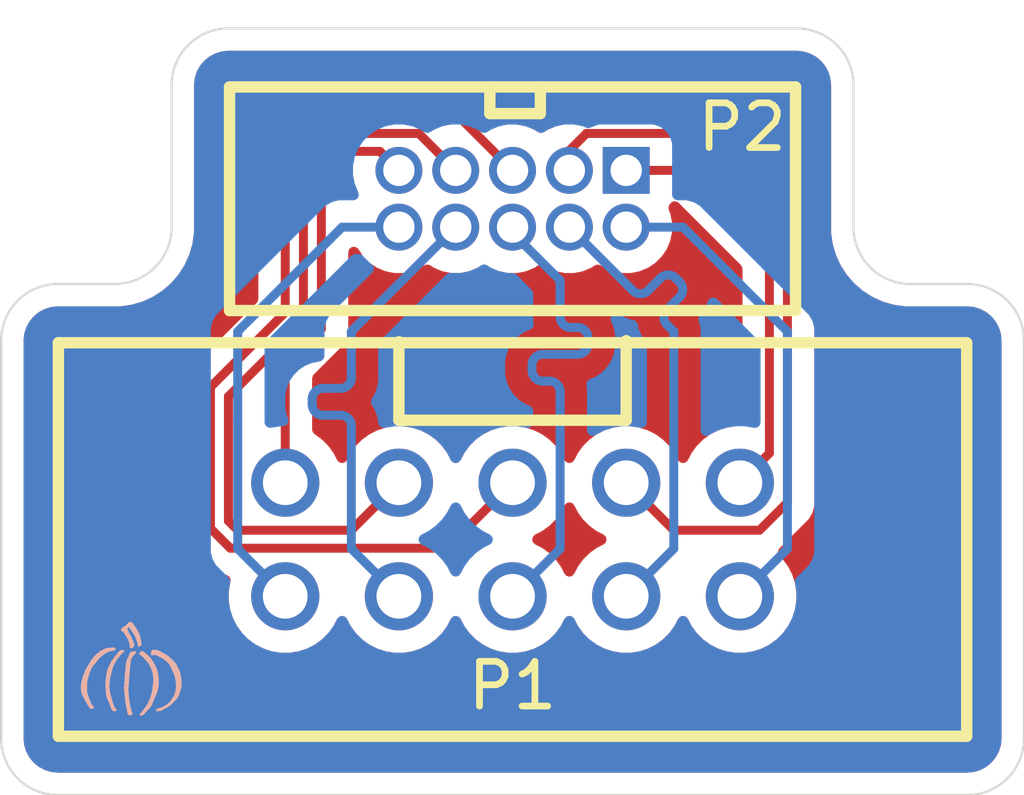
<source format=kicad_pcb>
(kicad_pcb (version 20241229) (generator "pcbnew") (generator_version "9.0")
  (layers (0 "F.Cu" signal) (2 "B.Cu" signal) (13 "F.Paste" user) (15 "B.Paste" user) (5 "F.SilkS" user "F.Silkscreen") (7 "B.SilkS" user "B.Silkscreen") (1 "F.Mask" user) (3 "B.Mask" user) (25 "Edge.Cuts" user))
  (net 0 "")
  (net 1 "/P6")
  (net 2 "/P7")
  (net 3 "/P1")
  (net 4 "/P5")
  (net 5 "/P4")
  (net 6 "/P8")
  (net 7 "/P2")
  (net 8 "/P3")
  (net 9 "/P9")
  (net 10 "/P10")
  (footprint "idc_1.27_2.54:CONN-TH_10P-P1.27_HX-JN1.27-2X5P-ZZ-H4.9" (layer "F.Cu") (at 152.501585 96.418401 180)
    (property "Reference" "P2")
    (property "Value" "HX_JN1_27-2X5P_ZZ_H4_9" (hide yes))
  )
  (footprint "idc_1.27_2.54:IDC-TH_10P-P2.54_C5665" (layer "F.Cu") (at 152.50159 104.038397 180)
    (property "Reference" "P1")
    (property "Value" "HDR-IDC-2_54-2X5P" (hide yes))
  )
  (gr_poly (pts (xy 143.584498 106.451402) (xy 143.580908 106.451435) (xy 143.577302 106.451529) (xy 143.573709 106.451681) (xy 143.570158 106.451887) (xy 143.566678 106.452143) (xy 143.563299 106.452444) (xy 143.56005 106.452786) (xy 143.556959 106.453166) (xy 143.554057 106.453579) (xy 143.551371 106.45402) (xy 143.548933 106.454487) (xy 143.54677 106.454974) (xy 143.544912 106.455478) (xy 143.543388 106.455994) (xy 143.542227 106.456518) (xy 143.541792 106.456782) (xy 143.541459 106.457047) (xy 143.541205 106.457173) (xy 143.540715 106.457286) (xy 143.53908 106.457474) (xy 143.536656 106.457608) (xy 143.533543 106.457686) (xy 143.529844 106.457706) (xy 143.525658 106.457667) (xy 143.521088 106.457565) (xy 143.516235 106.457399) (xy 143.511382 106.457226) (xy 143.506815 106.457102) (xy 143.502636 106.457027) (xy 143.498949 106.457003) (xy 143.495858 106.457027) (xy 143.493465 106.457102) (xy 143.492562 106.457158) (xy 143.491874 106.457226) (xy 143.491411 106.457306) (xy 143.491269 106.457351) (xy 143.491188 106.457399) (xy 143.49062 106.457739) (xy 143.489253 106.45813) (xy 143.486804 106.458624) (xy 143.482986 106.459274) (xy 143.470104 106.461244) (xy 143.448326 106.464455) (xy 143.442639 106.465307) (xy 143.437596 106.466147) (xy 143.43316 106.466979) (xy 143.43116 106.467393) (xy 143.429297 106.467806) (xy 143.42757 106.46822) (xy 143.425972 106.468634) (xy 143.4245 106.469049) (xy 143.423149 106.469466) (xy 143.421914 106.469884) (xy 143.420793 106.470305) (xy 143.419779 106.47073) (xy 143.418869 106.471158) (xy 143.41845 106.471385) (xy 143.41799 106.471603) (xy 143.417494 106.471812) (xy 143.416967 106.472009) (xy 143.416413 106.472196) (xy 143.415836 106.47237) (xy 143.415242 106.472531) (xy 143.414635 106.472679) (xy 143.41402 106.472812) (xy 143.413401 106.47293) (xy 143.412783 106.473032) (xy 143.412171 106.473117) (xy 143.41157 106.473185) (xy 143.410983 106.473234) (xy 143.410416 106.473264) (xy 143.409873 106.473274) (xy 143.409338 106.473289) (xy 143.408795 106.473331) (xy 143.408247 106.473399) (xy 143.407698 106.473492) (xy 143.407153 106.473609) (xy 143.406614 106.473749) (xy 143.406086 106.47391) (xy 143.405573 106.47409) (xy 143.405079 106.47429) (xy 143.404607 106.474506) (xy 143.404161 106.474739) (xy 143.403746 106.474986) (xy 143.403365 106.475247) (xy 143.403022 106.47552) (xy 143.402865 106.47566) (xy 143.40272 106.475803) (xy 143.402586 106.475949) (xy 143.402464 106.476097) (xy 143.401857 106.476705) (xy 143.401099 106.477338) (xy 143.400204 106.477988) (xy 143.399182 106.478651) (xy 143.398045 106.479322) (xy 143.396806 106.479994) (xy 143.395475 106.480663) (xy 143.394064 106.481322) (xy 143.392585 106.481967) (xy 143.391049 106.482592) (xy 143.389468 106.483192) (xy 143.387854 106.483761) (xy 143.386219 106.484294) (xy 143.384573 106.484786) (xy 143.382929 106.48523) (xy 143.381298 106.485622) (xy 143.37959 106.486047) (xy 143.377729 106.486585) (xy 143.375749 106.487221) (xy 143.373683 106.48794) (xy 143.371564 106.488725) (xy 143.369426 106.489562) (xy 143.367301 106.490437) (xy 143.365224 106.491332) (xy 143.363228 106.492234) (xy 143.361346 106.493127) (xy 143.35961 106.493995) (xy 143.358056 106.494824) (xy 143.356715 106.495598) (xy 143.355622 106.496303) (xy 143.354809 106.496921) (xy 143.354518 106.497194) (xy 143.35431 106.49744) (xy 143.354164 106.497669) (xy 143.353991 106.497893) (xy 143.353795 106.49811) (xy 143.353577 106.498319) (xy 143.353341 106.498519) (xy 143.353089 106.498708) (xy 143.352823 106.498885) (xy 143.352546 106.499049) (xy 143.352262 106.499199) (xy 143.351971 106.499333) (xy 143.351677 106.49945) (xy 143.351383 106.499548) (xy 143.351091 106.499627) (xy 143.350804 106.499685) (xy 143.350524 106.499721) (xy 143.350253 106.499733) (xy 143.349977 106.499741) (xy 143.349678 106.499765) (xy 143.34936 106.499804) (xy 143.349024 106.499857) (xy 143.348674 106.499923) (xy 143.348312 106.500003) (xy 143.347941 106.500094) (xy 143.347563 106.500196) (xy 143.347181 106.500308) (xy 143.346798 106.50043) (xy 143.346415 106.500561) (xy 143.346037 106.5007) (xy 143.345664 106.500846) (xy 143.3453 106.500999) (xy 143.344947 106.501157) (xy 143.344609 106.50132) (xy 143.342914 106.502114) (xy 143.340442 106.503305) (xy 143.33754 106.504694) (xy 143.334555 106.506083) (xy 143.333816 106.506431) (xy 143.333058 106.506813) (xy 143.332286 106.507224) (xy 143.331507 106.507659) (xy 143.330725 106.508115) (xy 143.329947 106.508588) (xy 143.329179 106.509073) (xy 143.328425 106.509566) (xy 143.327692 106.510064) (xy 143.326986 106.510561) (xy 143.326311 106.511055) (xy 143.325675 106.51154) (xy 143.325081 106.512012) (xy 143.324537 106.512469) (xy 143.324048 106.512904) (xy 143.323619 106.513315) (xy 143.323208 106.513738) (xy 143.322772 106.514147) (xy 143.322315 106.514541) (xy 143.321841 106.514916) (xy 143.321353 106.515272) (xy 143.320856 106.515606) (xy 143.320353 106.515917) (xy 143.319848 106.516203) (xy 143.319346 106.516462) (xy 143.318849 106.516693) (xy 143.318362 106.516893) (xy 143.317889 106.51706) (xy 143.317433 106.517194) (xy 143.316999 106.517291) (xy 143.31659 106.517351) (xy 143.31621 106.517372) (xy 143.315785 106.517402) (xy 143.315307 106.517492) (xy 143.314781 106.517638) (xy 143.314212 106.517837) (xy 143.313605 106.518088) (xy 143.312964 106.518386) (xy 143.312295 106.518728) (xy 143.311602 106.519113) (xy 143.310891 106.519538) (xy 143.310166 106.519999) (xy 143.309432 106.520493) (xy 143.308694 106.521018) (xy 143.307958 106.521571) (xy 143.307227 106.522149) (xy 143.306507 106.522749) (xy 143.305803 106.523369) (xy 143.305112 106.523999) (xy 143.304366 106.524629) (xy 143.303572 106.525255) (xy 143.302739 106.525874) (xy 143.301872 106.526482) (xy 143.300979 106.527074) (xy 143.300067 106.527647) (xy 143.299145 106.528198) (xy 143.298218 106.528721) (xy 143.297294 106.529213) (xy 143.29638 106.529671) (xy 143.295485 106.530091) (xy 143.294613 106.530468) (xy 143.293774 106.530799) (xy 143.292975 106.53108) (xy 143.292221 106.531306) (xy 143.290734 106.531747) (xy 143.289197 106.532267) (xy 143.28763 106.532856) (xy 143.286053 106.533503) (xy 143.284487 106.534196) (xy 143.282951 106.534925) (xy 143.281465 106.535678) (xy 143.280051 106.536444) (xy 143.278727 106.537212) (xy 143.277514 106.537971) (xy 143.276433 106.53871) (xy 143.275503 106.539418) (xy 143.274745 106.540083) (xy 143.274436 106.540396) (xy 143.274178 106.540695) (xy 143.273973 106.540977) (xy 143.273823 106.541242) (xy 143.273732 106.541488) (xy 143.273701 106.541713) (xy 143.273657 106.541905) (xy 143.27353 106.542147) (xy 143.273044 106.542765) (xy 143.272284 106.54354) (xy 143.271292 106.544442) (xy 143.270107 106.54544) (xy 143.268771 106.546507) (xy 143.265807 106.548725) (xy 143.262728 106.55086) (xy 143.261247 106.551823) (xy 143.25986 106.552677) (xy 143.258607 106.553392) (xy 143.257529 106.55394) (xy 143.256667 106.55429) (xy 143.25633 106.554382) (xy 143.256062 106.554413) (xy 143.255977 106.554418) (xy 143.255888 106.554432) (xy 143.255796 106.554454) (xy 143.2557 106.554485) (xy 143.255499 106.554573) (xy 143.255287 106.554692) (xy 143.255066 106.554841) (xy 143.254837 106.555018) (xy 143.254602 106.555222) (xy 143.254364 106.55545) (xy 143.254123 106.5557) (xy 143.253883 106.555972) (xy 143.253643 106.556263) (xy 143.253408 106.556571) (xy 143.253177 106.556895) (xy 143.252953 106.557232) (xy 143.252738 106.557582) (xy 143.252534 106.557941) (xy 143.252325 106.5583) (xy 143.252098 106.55865) (xy 143.251855 106.558987) (xy 143.251597 106.559311) (xy 143.251326 106.559619) (xy 143.251046 106.55991) (xy 143.250756 106.560182) (xy 143.250461 106.560433) (xy 143.250162 106.560661) (xy 143.24986 106.560864) (xy 143.249559 106.561041) (xy 143.24926 106.561191) (xy 143.248964 106.56131) (xy 143.248819 106.561357) (xy 143.248675 106.561397) (xy 143.248534 106.561428) (xy 143.248395 106.561451) (xy 143.248258 106.561464) (xy 143.248124 106.561469) (xy 143.247992 106.561472) (xy 143.247862 106.561481) (xy 143.247733 106.561496) (xy 143.247605 106.561517) (xy 143.24748 106.561543) (xy 143.247356 106.561575) (xy 143.247234 106.561612) (xy 143.247115 106.561654) (xy 143.246999 106.5617) (xy 143.246885 106.561752) (xy 143.246774 106.561808) (xy 143.246667 106.561869) (xy 143.246563 106.561934) (xy 143.246462 106.562003) (xy 143.246365 106.562076) (xy 143.246272 106.562152) (xy 143.246183 106.562233) (xy 143.246099 106.562316) (xy 143.246019 106.562404) (xy 143.245943 106.562494) (xy 143.245873 106.562587) (xy 143.245808 106.562683) (xy 143.245748 106.562782) (xy 143.245693 106.562883) (xy 143.245645 106.562986) (xy 143.245602 106.563092) (xy 143.245565 106.563199) (xy 143.245534 106.563309) (xy 143.24551 106.56342) (xy 143.245493 106.563533) (xy 143.245482 106.563647) (xy 143.245478 106.563762) (xy 143.245436 106.564044) (xy 143.245313 106.56439) (xy 143.245114 106.564796) (xy 143.244844 106.565257) (xy 143.244109 106.566323) (xy 143.243147 106.567552) (xy 143.241997 106.568903) (xy 143.240697 106.570338) (xy 143.239287 106.57182) (xy 143.237805 106.573309) (xy 143.236291 106.574767) (xy 143.234781 106.576156) (xy 143.233317 106.577436) (xy 143.231935 106.57857) (xy 143.230675 106.579519) (xy 143.229576 106.580245) (xy 143.229099 106.580512) (xy 143.228677 106.580709) (xy 143.228314 106.58083) (xy 143.228016 106.580872) (xy 143.227917 106.580874) (xy 143.22782 106.58088) (xy 143.227723 106.58089) (xy 143.227629 106.580904) (xy 143.227535 106.580922) (xy 143.227444 106.580944) (xy 143.227354 106.580969) (xy 143.227266 106.580998) (xy 143.22718 106.581031) (xy 143.227097 106.581068) (xy 143.227016 106.581107) (xy 143.226937 106.581151) (xy 143.226861 106.581197) (xy 143.226787 106.581247) (xy 143.226717 106.5813) (xy 143.226649 106.581357) (xy 143.226584 106.581416) (xy 143.226523 106.581479) (xy 143.226465 106.581544) (xy 143.22641 106.581612) (xy 143.22636 106.581684) (xy 143.226312 106.581757) (xy 143.226269 106.581834) (xy 143.22623 106.581913) (xy 143.226195 106.581995) (xy 143.226164 106.58208) (xy 143.226138 106.582167) (xy 143.226116 106.582256) (xy 143.226098 106.582347) (xy 143.226086 106.582441) (xy 143.226078 106.582537) (xy 143.226076 106.582636) (xy 143.226073 106.582718) (xy 143.226063 106.582801) (xy 143.226048 106.582883) (xy 143.226027 106.582965) (xy 143.226001 106.583046) (xy 143.225969 106.583126) (xy 143.225931 106.583205) (xy 143.225888 106.583283) (xy 143.22584 106.58336) (xy 143.225787 106.583435) (xy 143.225666 106.583581) (xy 143.225527 106.583719) (xy 143.22537 106.583848) (xy 143.225197 106.583967) (xy 143.225008 106.584074) (xy 143.224804 106.584168) (xy 143.224587 106.584248) (xy 143.224358 106.584312) (xy 143.224117 106.58436) (xy 143.223866 106.584389) (xy 143.223737 106.584397) (xy 143.223606 106.584399) (xy 143.223342 106.584426) (xy 143.223017 106.584504) (xy 143.222635 106.584631) (xy 143.222201 106.584805) (xy 143.221719 106.585023) (xy 143.221194 106.585283) (xy 143.220631 106.585583) (xy 143.220034 106.585921) (xy 143.218759 106.586699) (xy 143.217405 106.587599) (xy 143.21671 106.588089) (xy 143.21601 106.588603) (xy 143.215308 106.589138) (xy 143.21461 106.589691) (xy 143.213226 106.590729) (xy 143.211873 106.591709) (xy 143.210583 106.592606) (xy 143.20997 106.593015) (xy 143.209385 106.593395) (xy 143.20883 106.593742) (xy 143.208311 106.594053) (xy 143.20783 106.594324) (xy 143.207392 106.594553) (xy 143.207 106.594736) (xy 143.206659 106.594871) (xy 143.206372 106.594954) (xy 143.20625 106.594976) (xy 143.206144 106.594983) (xy 143.205847 106.595043) (xy 143.205459 106.59522) (xy 143.204432 106.595896) (xy 143.20311 106.596958) (xy 143.201544 106.598353) (xy 143.199782 106.600029) (xy 143.197874 106.601931) (xy 143.193818 106.606205) (xy 143.189771 106.610753) (xy 143.187873 106.612996) (xy 143.186126 106.615149) (xy 143.184578 106.617158) (xy 143.183279 106.618971) (xy 143.182279 106.620534) (xy 143.181625 106.621794) (xy 143.181384 106.622285) (xy 143.181125 106.622766) (xy 143.18085 106.623232) (xy 143.180562 106.623682) (xy 143.180263 106.624112) (xy 143.179957 106.624519) (xy 143.179646 106.624902) (xy 143.179332 106.625256) (xy 143.179019 106.625579) (xy 143.178708 106.625868) (xy 143.178402 106.62612) (xy 143.178251 106.626232) (xy 143.178103 106.626333) (xy 143.177958 106.626424) (xy 143.177815 106.626504) (xy 143.177676 106.626572) (xy 143.17754 106.626629) (xy 143.177408 106.626674) (xy 143.177281 106.626706) (xy 143.177158 106.626726) (xy 143.177039 106.626733) (xy 143.176624 106.626814) (xy 143.17608 106.627053) (xy 143.174637 106.627966) (xy 143.172782 106.629397) (xy 143.170585 106.631272) (xy 143.168117 106.633519) (xy 143.165449 106.636062) (xy 143.159797 106.641748) (xy 143.154195 106.647739) (xy 143.151589 106.650666) (xy 143.149209 106.653447) (xy 143.147123 106.656011) (xy 143.145404 106.658283) (xy 143.144123 106.66019) (xy 143.143349 106.661658) (xy 143.143108 106.662244) (xy 143.142848 106.662812) (xy 143.142572 106.663358) (xy 143.142283 106.663879) (xy 143.141982 106.664374) (xy 143.141672 106.664839) (xy 143.141355 106.665272) (xy 143.141034 106.665671) (xy 143.140711 106.666032) (xy 143.140388 106.666353) (xy 143.140227 106.666498) (xy 143.140068 106.666633) (xy 143.139909 106.666755) (xy 143.139752 106.666867) (xy 143.139597 106.666966) (xy 143.139444 106.667053) (xy 143.139294 106.667128) (xy 143.139146 106.66719) (xy 143.139001 106.667239) (xy 143.138859 106.667274) (xy 143.138721 106.667295) (xy 143.138587 106.667302) (xy 143.13847 106.667306) (xy 143.138353 106.667318) (xy 143.138236 106.667338) (xy 143.138117 106.667366) (xy 143.137999 106.667401) (xy 143.137881 106.667443) (xy 143.137762 106.667492) (xy 143.137644 106.667548) (xy 143.13741 106.667678) (xy 143.137179 106.667832) (xy 143.136953 106.668009) (xy 143.136735 106.668206) (xy 143.136524 106.668422) (xy 143.136323 106.668654) (xy 143.136134 106.668902) (xy 143.135957 106.669163) (xy 143.135795 106.669435) (xy 143.135649 106.669716) (xy 143.135521 106.670006) (xy 143.135412 106.670301) (xy 143.135276 106.670668) (xy 143.13507 106.671104) (xy 143.134799 106.671602) (xy 143.134466 106.672158) (xy 143.134077 106.672766) (xy 143.133635 106.67342) (xy 143.132611 106.674843) (xy 143.131431 106.676381) (xy 143.130128 106.67799) (xy 143.128739 106.679624) (xy 143.127298 106.681237) (xy 143.12588 106.68281) (xy 143.124558 106.684329) (xy 143.12336 106.685758) (xy 143.122816 106.686426) (xy 143.122315 106.687058) (xy 143.121858 106.687648) (xy 143.121451 106.688193) (xy 143.121097 106.688686) (xy 143.120799 106.689125) (xy 143.120561 106.689503) (xy 143.120386 106.689817) (xy 143.120279 106.690062) (xy 143.120251 106.690157) (xy 143.120242 106.690233) (xy 143.120238 106.690302) (xy 143.120224 106.690379) (xy 143.12017 106.690552) (xy 143.120083 106.690751) (xy 143.119964 106.690971) (xy 143.119815 106.691213) (xy 143.119638 106.691473) (xy 143.119434 106.69175) (xy 143.119206 106.692041) (xy 143.118955 106.692344) (xy 143.118683 106.692658) (xy 143.118392 106.69298) (xy 143.118084 106.693309) (xy 143.11776 106.693641) (xy 143.117423 106.693976) (xy 143.117074 106.69431) (xy 143.116714 106.694642) (xy 143.116355 106.694981) (xy 143.116006 106.695334) (xy 143.115668 106.695697) (xy 143.115345 106.69607) (xy 143.115036 106.696449) (xy 143.114746 106.696832) (xy 143.114474 106.697215) (xy 143.114223 106.697597) (xy 143.113995 106.697975) (xy 143.113791 106.698346) (xy 143.113614 106.698708) (xy 143.113465 106.699058) (xy 143.113346 106.699393) (xy 143.113259 106.699712) (xy 143.113205 106.70001) (xy 143.113191 106.700152) (xy 143.113187 106.700287) (xy 143.113182 106.700402) (xy 143.113168 106.700516) (xy 143.113146 106.700629) (xy 143.113115 106.70074) (xy 143.113075 106.700849) (xy 143.113027 106.700957) (xy 143.112972 106.701063) (xy 143.112908 106.701166) (xy 143.112837 106.701267) (xy 143.112759 106.701366) (xy 143.112582 106.701555) (xy 143.112378 106.701732) (xy 143.11215 106.701896) (xy 143.1119 106.702046) (xy 143.111628 106.70218) (xy 143.111337 106.702297) (xy 143.111029 106.702395) (xy 143.110705 106.702474) (xy 143.110367 106.702532) (xy 143.110018 106.702568) (xy 143.109659 106.70258) (xy 143.109183 106.702595) (xy 143.108748 106.702641) (xy 143.108351 106.70272) (xy 143.108167 106.702772) (xy 143.107991 106.702834) (xy 143.107825 106.702904) (xy 143.107668 106.702985) (xy 143.10752 106.703075) (xy 143.10738 106.703175) (xy 143.107248 106.703286) (xy 143.107125 106.703407) (xy 143.10701 106.703539) (xy 143.106903 106.703682) (xy 143.106803 106.703837) (xy 143.106711 106.704003) (xy 143.106627 106.704181) (xy 143.10655 106.704371) (xy 143.10648 106.704574) (xy 143.106416 106.704789) (xy 143.10631 106.705259) (xy 143.10623 106.705782) (xy 143.106174 106.706361) (xy 143.106142 106.706998) (xy 143.106131 106.707695) (xy 143.106118 106.708423) (xy 143.106079 106.709089) (xy 143.10601 106.709696) (xy 143.105964 106.709978) (xy 143.105911 106.710247) (xy 143.105849 106.710504) (xy 143.105778 106.710747) (xy 143.105699 106.710979) (xy 143.10561 106.711199) (xy 143.105513 106.711408) (xy 143.105405 106.711606) (xy 143.105288 106.711794) (xy 143.105161 106.711973) (xy 143.105023 106.712142) (xy 143.104875 106.712302) (xy 143.104716 106.712454) (xy 143.104546 106.712598) (xy 143.104365 106.712734) (xy 143.104172 106.712863) (xy 143.103967 106.712986) (xy 143.10375 106.713103) (xy 143.10352 106.713214) (xy 143.103278 106.713319) (xy 143.102755 106.713517) (xy 143.102178 106.713699) (xy 143.101545 106.713869) (xy 143.100943 106.714039) (xy 143.100394 106.714219) (xy 143.099897 106.714411) (xy 143.099667 106.714513) (xy 143.09945 106.714618) (xy 143.099246 106.714728) (xy 143.099053 106.714842) (xy 143.098873 106.714961) (xy 143.098705 106.715084) (xy 143.098549 106.715213) (xy 143.098404 106.715347) (xy 143.098271 106.715487) (xy 143.09815 106.715633) (xy 143.098039 106.715785) (xy 143.097941 106.715943) (xy 143.097853 106.716108) (xy 143.097776 106.71628) (xy 143.09771 106.71646) (xy 143.097655 106.716647) (xy 143.09761 106.716841) (xy 143.097576 106.717044) (xy 143.097552 106.717255) (xy 143.097539 106.717474) (xy 143.097535 106.717702) (xy 143.097542 106.71794) (xy 143.097558 106.718186) (xy 143.097584 106.718442) (xy 143.097664 106.718984) (xy 143.097702 106.719673) (xy 143.097675 106.720359) (xy 143.097573 106.721056) (xy 143.097386 106.721779) (xy 143.097103 106.722541) (xy 143.096713 106.723356) (xy 143.096205 106.724238) (xy 143.09557 106.725202) (xy 143.094796 106.72626) (xy 143.093873 106.727428) (xy 143.09279 106.728719) (xy 143.091538 106.730146) (xy 143.088479 106.733468) (xy 143.084612 106.737505) (xy 143.084145 106.73806) (xy 143.083674 106.738663) (xy 143.083203 106.739309) (xy 143.082735 106.739991) (xy 143.082274 106.740704) (xy 143.081824 106.741443) (xy 143.081389 106.742201) (xy 143.080974 106.742973) (xy 143.08058 106.743753) (xy 143.080214 106.744536) (xy 143.079878 106.745316) (xy 143.079576 106.746087) (xy 143.079313 106.746844) (xy 143.079092 106.747581) (xy 143.078916 106.748291) (xy 143.078791 106.74897) (xy 143.078722 106.74933) (xy 143.078648 106.749683) (xy 143.07857 106.750028) (xy 143.078487 106.750365) (xy 143.078399 106.750693) (xy 143.078308 106.751014) (xy 143.078212 106.751325) (xy 143.078113 106.751627) (xy 143.07801 106.75192) (xy 143.077903 106.752204) (xy 143.077793 106.752477) (xy 143.077681 106.752741) (xy 143.077565 106.752994) (xy 143.077447 106.753236) (xy 143.077326 106.753468) (xy 143.077203 106.753689) (xy 143.077078 106.753898) (xy 143.076951 106.754096) (xy 143.076823 106.754281) (xy 143.076693 106.754455) (xy 143.076561 106.754616) (xy 143.076429 106.754765) (xy 143.076296 106.7549) (xy 143.076161 106.755023) (xy 143.076027 106.755132) (xy 143.075892 106.755227) (xy 143.075757 106.755308) (xy 143.075622 106.755375) (xy 143.075487 106.755428) (xy 143.075353 106.755466) (xy 143.075219 106.755489) (xy 143.075087 106.755497) (xy 143.074955 106.755501) (xy 143.074826 106.755513) (xy 143.0747 106.755533) (xy 143.074575 106.755561) (xy 143.074454 106.755596) (xy 143.074335 106.755639) (xy 143.074219 106.755688) (xy 143.074106 106.755745) (xy 143.073995 106.755808) (xy 143.073889 106.755878) (xy 143.073785 106.755954) (xy 143.073685 106.756036) (xy 143.073589 106.756124) (xy 143.073496 106.756218) (xy 143.073407 106.756318) (xy 143.073323 106.756423) (xy 143.073166 106.756648) (xy 143.073026 106.756892) (xy 143.072906 106.757154) (xy 143.072805 106.757431) (xy 143.072724 106.757724) (xy 143.072665 106.758029) (xy 143.072629 106.758345) (xy 143.072617 106.758672) (xy 143.072612 106.758856) (xy 143.072597 106.759045) (xy 143.072538 106.759437) (xy 143.072442 106.759844) (xy 143.072311 106.760265) (xy 143.072149 106.760695) (xy 143.071957 106.761133) (xy 143.071737 106.761577) (xy 143.071493 106.762023) (xy 143.071225 106.762469) (xy 143.070938 106.762913) (xy 143.070632 106.763351) (xy 143.07031 106.763781) (xy 143.069975 106.764202) (xy 143.069629 106.764609) (xy 143.069274 106.765001) (xy 143.068913 106.765374) (xy 143.068515 106.765721) (xy 143.068114 106.766097) (xy 143.067714 106.766498) (xy 143.067317 106.766921) (xy 143.066925 106.767361) (xy 143.066541 106.767815) (xy 143.066167 106.768278) (xy 143.065804 106.768748) (xy 143.065456 106.76922) (xy 143.065125 106.769689) (xy 143.064813 106.770154) (xy 143.064523 106.770608) (xy 143.064256 106.771049) (xy 143.064015 106.771473) (xy 143.063803 106.771876) (xy 143.063621 106.772254) (xy 143.063117 106.773359) (xy 143.062534 106.774549) (xy 143.061177 106.777121) (xy 143.059625 106.77985) (xy 143.057955 106.782616) (xy 143.056244 106.7853) (xy 143.054568 106.787781) (xy 143.053003 106.78994) (xy 143.052287 106.790861) (xy 143.051627 106.791656) (xy 143.050683 106.79279) (xy 143.049772 106.793938) (xy 143.048897 106.795094) (xy 143.048063 106.796251) (xy 143.047274 106.797403) (xy 143.046533 106.798543) (xy 143.045844 106.799665) (xy 143.045211 106.800762) (xy 143.044638 106.801829) (xy 143.044129 106.802858) (xy 143.043687 106.803843) (xy 143.043317 106.804778) (xy 143.043023 106.805656) (xy 143.042808 106.806471) (xy 143.042676 106.807216) (xy 143.042642 106.80756) (xy 143.042631 106.807884) (xy 143.042626 106.808051) (xy 143.042611 106.808221) (xy 143.042586 106.808393) (xy 143.042551 106.808567) (xy 143.042507 106.808742) (xy 143.042453 106.808919) (xy 143.04232 106.809276) (xy 143.042152 106.809634) (xy 143.041952 106.809989) (xy 143.041722 106.810341) (xy 143.041462 106.810684) (xy 143.041176 106.811018) (xy 143.040865 106.811338) (xy 143.040531 106.811642) (xy 143.040175 106.811927) (xy 143.0398 106.812191) (xy 143.039407 106.81243) (xy 143.039204 106.812539) (xy 143.038998 106.812642) (xy 143.038787 106.812736) (xy 143.038574 106.812823) (xy 143.038172 106.813048) (xy 143.03776 106.813323) (xy 143.037342 106.813646) (xy 143.03692 106.814014) (xy 143.036499 106.814422) (xy 143.036081 106.814869) (xy 143.035669 106.815352) (xy 143.035267 106.815866) (xy 143.034877 106.816409) (xy 143.034502 106.816978) (xy 143.034146 106.81757) (xy 143.033812 106.818181) (xy 143.033502 106.818809) (xy 143.03322 106.81945) (xy 143.03297 106.820102) (xy 143.032753 106.820761) (xy 143.032547 106.821384) (xy 143.032326 106.821996) (xy 143.032092 106.822593) (xy 143.031846 106.823172) (xy 143.031592 106.823729) (xy 143.03133 106.824261) (xy 143.031062 106.824765) (xy 143.030791 106.825236) (xy 143.030517 106.825673) (xy 143.030243 106.826071) (xy 143.029971 106.826427) (xy 143.029836 106.826589) (xy 143.029702 106.826738) (xy 143.02957 106.826876) (xy 143.029439 106.827001) (xy 143.029309 106.827113) (xy 143.029182 106.827211) (xy 143.029057 106.827296) (xy 143.028934 106.827367) (xy 143.028814 106.827423) (xy 143.028696 106.827463) (xy 143.028598 106.827499) (xy 143.0285 106.827542) (xy 143.028309 106.827643) (xy 143.028124 106.827766) (xy 143.027947 106.82791) (xy 143.027777 106.828072) (xy 143.027617 106.828251) (xy 143.027468 106.828445) (xy 143.027329 106.828654) (xy 143.027203 106.828875) (xy 143.027091 106.829107) (xy 143.026993 106.829348) (xy 143.02691 106.829597) (xy 143.026845 106.829852) (xy 143.026796 106.830111) (xy 143.026766 106.830374) (xy 143.026756 106.830638) (xy 143.026753 106.83077) (xy 143.026742 106.830899) (xy 143.026724 106.831025) (xy 143.0267 106.83115) (xy 143.02667 106.831271) (xy 143.026633 106.83139) (xy 143.02659 106.831506) (xy 143.026541 106.831619) (xy 143.026487 106.83173) (xy 143.026427 106.831836) (xy 143.026361 106.83194) (xy 143.026291 106.83204) (xy 143.026216 106.832136) (xy 143.026136 106.832229) (xy 143.026051 106.832317) (xy 143.025962 106.832402) (xy 143.025869 106.832483) (xy 143.025772 106.832559) (xy 143.025672 106.832631) (xy 143.025568 106.832698) (xy 143.02546 106.832761) (xy 143.025349 106.832819) (xy 143.025235 106.832872) (xy 143.025119 106.83292) (xy 143.025 106.832963) (xy 143.024878 106.833001) (xy 143.024755 106.833033) (xy 143.024629 106.83306) (xy 143.024502 106.83308) (xy 143.024373 106.833096) (xy 143.024242 106.833105) (xy 143.02411 106.833108) (xy 143.023963 106.833111) (xy 143.023819 106.83312) (xy 143.023678 106.833135) (xy 143.023541 106.833155) (xy 143.023408 106.833181) (xy 143.023279 106.833212) (xy 143.023154 106.833249) (xy 143.023033 106.83329) (xy 143.022916 106.833335) (xy 143.022804 106.833386) (xy 143.022697 106.83344) (xy 143.022594 106.833498) (xy 143.022497 106.833561) (xy 143.022404 106.833627) (xy 143.022317 106.833696) (xy 143.022236 106.833769) (xy 143.02216 106.833845) (xy 143.022091 106.833924) (xy 143.022027 106.834006) (xy 143.021969 106.83409) (xy 143.021918 106.834176) (xy 143.021873 106.834265) (xy 143.021835 106.834355) (xy 143.021803 106.834447) (xy 143.021779 106.834541) (xy 143.021762 106.834636) (xy 143.021752 106.834732) (xy 143.021749 106.83483) (xy 143.021754 106.834928) (xy 143.021767 106.835026) (xy 143.021788 106.835125) (xy 143.021817 106.835224) (xy 143.021824 106.835494) (xy 143.021779 106.835838) (xy 143.021685 106.836249) (xy 143.021544 106.836724) (xy 143.021359 106.837256) (xy 143.021132 106.837841) (xy 143.02056 106.839149) (xy 143.019848 106.840606) (xy 143.019014 106.84217) (xy 143.018077 106.8438) (xy 143.017055 106.845455) (xy 143.015911 106.847167) (xy 143.014748 106.848961) (xy 143.013597 106.850788) (xy 143.012491 106.852599) (xy 143.011458 106.854343) (xy 143.010531 106.855972) (xy 143.00974 106.857436) (xy 143.009117 106.858684) (xy 143.008843 106.859217) (xy 143.008551 106.859754) (xy 143.008244 106.86029) (xy 143.007927 106.860823) (xy 143.0076 106.861347) (xy 143.007269 106.861859) (xy 143.006936 106.862355) (xy 143.006604 106.862829) (xy 143.006275 106.863279) (xy 143.005955 106.8637) (xy 143.005644 106.864088) (xy 143.005347 106.864439) (xy 143.005066 106.864748) (xy 143.004805 106.865012) (xy 143.004567 106.865226) (xy 143.004355 106.865387) (xy 143.004125 106.865531) (xy 143.003902 106.865698) (xy 143.003685 106.865885) (xy 143.003475 106.86609) (xy 143.003276 106.86631) (xy 143.003087 106.866543) (xy 143.002909 106.866788) (xy 143.002745 106.867041) (xy 143.002595 106.8673) (xy 143.002462 106.867563) (xy 143.002345 106.867827) (xy 143.002246 106.868091) (xy 143.002167 106.868351) (xy 143.00211 106.868606) (xy 143.002074 106.868854) (xy 143.002062 106.869091) (xy 143.002058 106.869225) (xy 143.002047 106.869362) (xy 143.002006 106.869643) (xy 143.001938 106.869932) (xy 143.001847 106.870229) (xy 143.001732 106.870531) (xy 143.001596 106.870837) (xy 143.001441 106.871144) (xy 143.001268 106.87145) (xy 143.001078 106.871755) (xy 143.000873 106.872056) (xy 143.000655 106.872351) (xy 143.000424 106.872638) (xy 143.000184 106.872916) (xy 142.999935 106.873184) (xy 142.999678 106.873438) (xy 142.999416 106.873677) (xy 142.999153 106.873923) (xy 142.998897 106.874195) (xy 142.998648 106.87449) (xy 142.998407 106.874807) (xy 142.998177 106.875143) (xy 142.997959 106.875494) (xy 142.997754 106.875859) (xy 142.997564 106.876235) (xy 142.99739 106.876619) (xy 142.997235 106.877009) (xy 142.997099 106.877401) (xy 142.996985 106.877795) (xy 142.996893 106.878186) (xy 142.996826 106.878573) (xy 142.996784 106.878952) (xy 142.99677 106.879322) (xy 142.996766 106.879488) (xy 142.996756 106.879654) (xy 142.996738 106.879821) (xy 142.996714 106.879988) (xy 142.996684 106.880155) (xy 142.996647 106.880322) (xy 142.996604 106.880488) (xy 142.996555 106.880653) (xy 142.996501 106.880816) (xy 142.996441 106.880979) (xy 142.996375 106.881139) (xy 142.996305 106.881297) (xy 142.99623 106.881452) (xy 142.99615 106.881605) (xy 142.996065 106.881755) (xy 142.995976 106.881901) (xy 142.995883 106.882044) (xy 142.995786 106.882183) (xy 142.995686 106.882318) (xy 142.995581 106.882448) (xy 142.995474 106.882574) (xy 142.995363 106.882694) (xy 142.995249 106.882809) (xy 142.995133 106.882918) (xy 142.995014 106.883022) (xy 142.994892 106.883119) (xy 142.994769 106.88321) (xy 142.994643 106.883294) (xy 142.994515 106.88337) (xy 142.994386 106.88344) (xy 142.994256 106.883501) (xy 142.994124 106.883555) (xy 142.993862 106.883705) (xy 142.993605 106.883891) (xy 142.993356 106.884109) (xy 142.993115 106.884357) (xy 142.992885 106.884633) (xy 142.992667 106.884935) (xy 142.992462 106.88526) (xy 142.992272 106.885606) (xy 142.992099 106.88597) (xy 142.991943 106.886351) (xy 142.991808 106.886745) (xy 142.991693 106.887152) (xy 142.991602 106.887567) (xy 142.991534 106.88799) (xy 142.991492 106.888417) (xy 142.991478 106.888847) (xy 142.991466 106.889417) (xy 142.991428 106.88994) (xy 142.991399 106.890184) (xy 142.991363 106.890416) (xy 142.991321 106.890637) (xy 142.991272 106.890848) (xy 142.991215 106.891047) (xy 142.991152 106.891235) (xy 142.991082 106.891414) (xy 142.991004 106.891581) (xy 142.990919 106.891739) (xy 142.990826 106.891887) (xy 142.990726 106.892025) (xy 142.990618 106.892154) (xy 142.990503 106.892273) (xy 142.99038 106.892384) (xy 142.990248 106.892485) (xy 142.990109 106.892578) (xy 142.989961 106.892662) (xy 142.989806 106.892738) (xy 142.989642 106.892805) (xy 142.989469 106.892865) (xy 142.989288 106.892917) (xy 142.989099 106.892961) (xy 142.9889 106.892998) (xy 142.988693 106.893028) (xy 142.988477 106.893051) (xy 142.988252 106.893067) (xy 142.987774 106.89308) (xy 142.987594 106.893082) (xy 142.987419 106.893088) (xy 142.987248 106.893098) (xy 142.987082 106.893112) (xy 142.98692 106.89313) (xy 142.986764 106.893151) (xy 142.986613 106.893176) (xy 142.986468 106.893204) (xy 142.986328 106.893236) (xy 142.986194 106.893271) (xy 142.986066 106.893309) (xy 142.985945 106.89335) (xy 142.98583 106.893394) (xy 142.985721 106.893441) (xy 142.98562 106.893491) (xy 142.985525 106.893543) (xy 142.985438 106.893598) (xy 142.985358 106.893655) (xy 142.985286 106.893715) (xy 142.985221 106.893778) (xy 142.985165 106.893842) (xy 142.985117 106.893908) (xy 142.985077 106.893977) (xy 142.985046 106.894047) (xy 142.985023 106.89412) (xy 142.98501 106.894193) (xy 142.985005 106.894269) (xy 142.985011 106.894346) (xy 142.985025 106.894424) (xy 142.98505 106.894504) (xy 142.985084 106.894585) (xy 142.985128 106.894667) (xy 142.985173 106.894755) (xy 142.985209 106.894853) (xy 142.985236 106.89496) (xy 142.985254 106.895077) (xy 142.985263 106.895337) (xy 142.985239 106.895629) (xy 142.985181 106.895952) (xy 142.985091 106.896301) (xy 142.98497 106.896675) (xy 142.98482 106.897071) (xy 142.98464 106.897485) (xy 142.984432 106.897914) (xy 142.984198 106.898357) (xy 142.983938 106.89881) (xy 142.983653 106.89927) (xy 142.983344 106.899734) (xy 142.983012 106.9002) (xy 142.982659 106.900665) (xy 142.9823 106.901141) (xy 142.98195 106.901643) (xy 142.981613 106.902165) (xy 142.981289 106.902704) (xy 142.980981 106.903255) (xy 142.98069 106.903815) (xy 142.980418 106.904379) (xy 142.980167 106.904942) (xy 142.979939 106.905502) (xy 142.979736 106.906053) (xy 142.979559 106.906592) (xy 142.97941 106.907114) (xy 142.97929 106.907616) (xy 142.979203 106.908092) (xy 142.979149 106.90854) (xy 142.979131 106.908955) (xy 142.979115 106.909372) (xy 142.979067 106.909825) (xy 142.978988 106.910311) (xy 142.97888 106.910824) (xy 142.978745 106.911359) (xy 142.978582 106.911913) (xy 142.978395 106.91248) (xy 142.978183 106.913056) (xy 142.977949 106.913636) (xy 142.977693 106.914216) (xy 142.977417 106.91479) (xy 142.977122 106.915355) (xy 142.976809 106.915905) (xy 142.976481 106.916436) (xy 142.976137 106.916943) (xy 142.97578 106.917422) (xy 142.975105 106.918474) (xy 142.974418 106.919624) (xy 142.97374 106.920835) (xy 142.97309 106.922074) (xy 142.97249 106.923304) (xy 142.97196 106.924491) (xy 142.971728 106.925057) (xy 142.971521 106.925599) (xy 142.971342 106.926113) (xy 142.971194 106.926594) (xy 142.971051 106.927065) (xy 142.97089 106.927548) (xy 142.970712 106.928041) (xy 142.970518 106.92854) (xy 142.970311 106.92904) (xy 142.970093 106.929539) (xy 142.969864 106.930033) (xy 142.969628 106.930519) (xy 142.969386 106.930991) (xy 142.969139 106.931448) (xy 142.968889 106.931885) (xy 142.968639 106.932299) (xy 142.968389 106.932686) (xy 142.968143 106.933042) (xy 142.967901 106.933365) (xy 142.967666 106.933649) (xy 142.967404 106.933926) (xy 142.967146 106.934224) (xy 142.966895 106.934541) (xy 142.966652 106.934873) (xy 142.966416 106.935218) (xy 142.96619 106.935572) (xy 142.965974 106.935932) (xy 142.96577 106.936295) (xy 142.965578 106.936659) (xy 142.965399 106.937019) (xy 142.965235 106.937373) (xy 142.965086 106.937717) (xy 142.964954 106.93805) (xy 142.964839 106.938366) (xy 142.964743 106.938665) (xy 142.964667 106.938941) (xy 142.964527 106.939476) (xy 142.964372 106.940013) (xy 142.964205 106.940538) (xy 142.964118 106.940791) (xy 142.964028 106.941036) (xy 142.963936 106.94127) (xy 142.963842 106.941492) (xy 142.963747 106.9417) (xy 142.96365 106.941893) (xy 142.963553 106.942068) (xy 142.963454 106.942223) (xy 142.963355 106.942358) (xy 142.963256 106.942469) (xy 142.962928 106.942887) (xy 142.962485 106.943587) (xy 142.961319 106.945693) (xy 142.959892 106.948503) (xy 142.958339 106.951729) (xy 142.956795 106.955088) (xy 142.955393 106.958294) (xy 142.954268 106.961062) (xy 142.953852 106.962192) (xy 142.953555 106.963106) (xy 142.953404 106.963536) (xy 142.953218 106.963963) (xy 142.953 106.964385) (xy 142.95275 106.964799) (xy 142.952471 106.965202) (xy 142.952166 106.965593) (xy 142.951835 106.965968) (xy 142.951482 106.966325) (xy 142.951108 106.966662) (xy 142.950716 106.966975) (xy 142.950307 106.967263) (xy 142.949884 106.967522) (xy 142.949448 106.96775) (xy 142.949002 106.967944) (xy 142.948547 106.968102) (xy 142.948318 106.968167) (xy 142.948087 106.968222) (xy 142.947489 106.96839) (xy 142.946952 106.968564) (xy 142.946474 106.968749) (xy 142.946256 106.968846) (xy 142.946053 106.968946) (xy 142.945863 106.969051) (xy 142.945688 106.969159) (xy 142.945525 106.969272) (xy 142.945377 106.969391) (xy 142.945241 106.969514) (xy 142.945119 106.969643) (xy 142.945009 106.969778) (xy 142.944912 106.969919) (xy 142.944827 106.970068) (xy 142.944754 106.970223) (xy 142.944694 106.970385) (xy 142.944645 106.970556) (xy 142.944608 106.970734) (xy 142.944582 106.970921) (xy 142.944568 106.971117) (xy 142.944564 106.971322) (xy 142.944572 106.971537) (xy 142.94459 106.971761) (xy 142.944619 106.971996) (xy 142.944657 106.972242) (xy 142.944765 106.972766) (xy 142.944912 106.973337) (xy 142.945027 106.973885) (xy 142.945073 106.974149) (xy 142.945109 106.974406) (xy 142.945138 106.974656) (xy 142.945157 106.9749) (xy 142.945168 106.975139) (xy 142.945171 106.975371) (xy 142.945164 106.975598) (xy 142.945149 106.975819) (xy 142.945125 106.976035) (xy 142.945091 106.976245) (xy 142.945049 106.976451) (xy 142.944998 106.976652) (xy 142.944937 106.976849) (xy 142.944868 106.977041) (xy 142.944788 106.977229) (xy 142.9447 106.977413) (xy 142.944602 106.977594) (xy 142.944495 106.977771) (xy 142.944378 106.977944) (xy 142.944251 106.978115) (xy 142.944115 106.978282) (xy 142.943969 106.978447) (xy 142.943813 106.978609) (xy 142.943648 106.978768) (xy 142.943472 106.978926) (xy 142.943286 106.979081) (xy 142.943091 106.979235) (xy 142.942885 106.979387) (xy 142.942669 106.979538) (xy 142.942442 106.979687) (xy 142.941969 106.980018) (xy 142.94154 106.980351) (xy 142.941155 106.98069) (xy 142.940813 106.981035) (xy 142.940514 106.981389) (xy 142.94038 106.98157) (xy 142.940256 106.981755) (xy 142.940143 106.981943) (xy 142.940039 106.982135) (xy 142.939946 106.982331) (xy 142.939862 106.982531) (xy 142.939789 106.982736) (xy 142.939725 106.982946) (xy 142.939671 106.983161) (xy 142.939626 106.983382) (xy 142.939564 106.983841) (xy 142.93954 106.984325) (xy 142.939552 106.984838) (xy 142.939599 106.985381) (xy 142.939681 106.985956) (xy 142.939796 106.986566) (xy 142.939915 106.987552) (xy 142.939941 106.988714) (xy 142.939878 106.99004) (xy 142.93973 106.991516) (xy 142.939499 106.993128) (xy 142.939189 106.994863) (xy 142.938802 106.996708) (xy 142.938341 106.998649) (xy 142.937213 107.002765) (xy 142.935828 107.007104) (xy 142.934211 107.01156) (xy 142.932388 107.016023) (xy 142.929947 107.021553) (xy 142.927446 107.026926) (xy 142.924975 107.031985) (xy 142.922621 107.036572) (xy 142.920473 107.040531) (xy 142.919505 107.042226) (xy 142.918621 107.043705) (xy 142.917834 107.044948) (xy 142.917154 107.045936) (xy 142.916592 107.046649) (xy 142.91616 107.047067) (xy 142.915906 107.047249) (xy 142.915673 107.047462) (xy 142.915462 107.047705) (xy 142.915273 107.047977) (xy 142.915106 107.048275) (xy 142.914963 107.048599) (xy 142.914844 107.048947) (xy 142.914749 107.049316) (xy 142.914679 107.049707) (xy 142.914634 107.050116) (xy 142.914615 107.050543) (xy 142.914622 107.050987) (xy 142.914657 107.051444) (xy 142.914718 107.051915) (xy 142.914808 107.052397) (xy 142.914926 107.052888) (xy 142.915041 107.053363) (xy 142.915125 107.053859) (xy 142.915178 107.054374) (xy 142.915201 107.054903) (xy 142.915195 107.055444) (xy 142.915161 107.055992) (xy 142.9151 107.056545) (xy 142.915014 107.0571) (xy 142.914902 107.057652) (xy 142.914767 107.058199) (xy 142.914609 107.058737) (xy 142.914429 107.059263) (xy 142.914229 107.059774) (xy 142.914009 107.060265) (xy 142.91377 107.060735) (xy 142.913514 107.061179) (xy 142.912916 107.062185) (xy 142.912197 107.063576) (xy 142.911387 107.06529) (xy 142.910516 107.067264) (xy 142.909611 107.069436) (xy 142.908702 107.071745) (xy 142.907818 107.074129) (xy 142.906988 107.076524) (xy 142.906051 107.079057) (xy 142.904984 107.081833) (xy 142.9026 107.087769) (xy 142.900117 107.09364) (xy 142.898926 107.096333) (xy 142.897816 107.098749) (xy 142.897293 107.099856) (xy 142.896786 107.100987) (xy 142.896296 107.102134) (xy 142.895826 107.103289) (xy 142.895379 107.104442) (xy 142.894957 107.105586) (xy 142.894563 107.106712) (xy 142.8942 107.107811) (xy 142.893869 107.108876) (xy 142.893575 107.109896) (xy 142.893318 107.110864) (xy 142.893103 107.111772) (xy 142.892931 107.11261) (xy 142.892805 107.113371) (xy 142.892727 107.114045) (xy 142.892701 107.114624) (xy 142.892717 107.115206) (xy 142.892703 107.115887) (xy 142.892588 107.117513) (xy 142.892369 107.119437) (xy 142.892061 107.121592) (xy 142.891679 107.123912) (xy 142.891237 107.126332) (xy 142.89075 107.128785) (xy 142.890231 107.131205) (xy 142.889087 107.135921) (xy 142.888092 107.140223) (xy 142.88688 107.145669) (xy 142.886832 107.146011) (xy 142.886757 107.146376) (xy 142.886656 107.14676) (xy 142.88653 107.14716) (xy 142.886379 107.147573) (xy 142.886207 107.147997) (xy 142.886013 107.148429) (xy 142.885799 107.148866) (xy 142.885567 107.149305) (xy 142.885317 107.149743) (xy 142.885052 107.150177) (xy 142.884771 107.150605) (xy 142.884477 107.151024) (xy 142.884171 107.15143) (xy 142.883855 107.151822) (xy 142.883528 107.152195) (xy 142.883183 107.152617) (xy 142.882875 107.153023) (xy 142.882604 107.153413) (xy 142.882483 107.153602) (xy 142.882371 107.153788) (xy 142.882268 107.15397) (xy 142.882174 107.154149) (xy 142.88209 107.154324) (xy 142.882015 107.154496) (xy 142.88195 107.154664) (xy 142.881893 107.154829) (xy 142.881846 107.154991) (xy 142.881808 107.15515) (xy 142.88178 107.155305) (xy 142.881761 107.155458) (xy 142.881751 107.155607) (xy 142.881751 107.155754) (xy 142.881759 107.155898) (xy 142.881777 107.156039) (xy 142.881805 107.156177) (xy 142.881842 107.156313) (xy 142.881888 107.156446) (xy 142.881943 107.156576) (xy 142.882007 107.156705) (xy 142.882081 107.15683) (xy 142.882165 107.156954) (xy 142.882257 107.157075) (xy 142.882359 107.157194) (xy 142.88247 107.157311) (xy 142.882567 107.157412) (xy 142.882658 107.157517) (xy 142.882825 107.157738) (xy 142.882971 107.157973) (xy 142.883096 107.15822) (xy 142.883198 107.158477) (xy 142.883279 107.158743) (xy 142.883338 107.159016) (xy 142.883374 107.159295) (xy 142.883387 107.159578) (xy 142.883378 107.159863) (xy 142.883345 107.16015) (xy 142.883289 107.160436) (xy 142.883208 107.16072) (xy 142.883104 107.161) (xy 142.882976 107.161275) (xy 142.882823 107.161544) (xy 142.882664 107.161789) (xy 142.882517 107.162061) (xy 142.882383 107.162355) (xy 142.882261 107.162668) (xy 142.882151 107.162999) (xy 142.882054 107.163342) (xy 142.881969 107.163696) (xy 142.881897 107.164057) (xy 142.881837 107.164423) (xy 142.881789 107.164789) (xy 142.881754 107.165153) (xy 142.881731 107.165513) (xy 142.881721 107.165863) (xy 142.881723 107.166203) (xy 142.881737 107.166528) (xy 142.881764 107.166835) (xy 142.881816 107.167151) (xy 142.88184 107.1675) (xy 142.881837 107.16788) (xy 142.881808 107.168285) (xy 142.881755 107.168714) (xy 142.881678 107.169161) (xy 142.881577 107.169624) (xy 142.881456 107.170099) (xy 142.881313 107.170582) (xy 142.881151 107.17107) (xy 142.88097 107.171558) (xy 142.880772 107.172045) (xy 142.880557 107.172525) (xy 142.880327 107.172995) (xy 142.880082 107.173451) (xy 142.879824 107.173891) (xy 142.879556 107.174355) (xy 142.879282 107.174884) (xy 142.879004 107.175472) (xy 142.878724 107.176112) (xy 142.878172 107.177531) (xy 142.877641 107.179095) (xy 142.877153 107.180757) (xy 142.876724 107.182474) (xy 142.876537 107.183338) (xy 142.876373 107.184198) (xy 142.876233 107.185049) (xy 142.87612 107.185886) (xy 142.875978 107.186722) (xy 142.875816 107.187573) (xy 142.875637 107.188432) (xy 142.875442 107.189295) (xy 142.87501 107.191005) (xy 142.874776 107.19184) (xy 142.874532 107.192654) (xy 142.87428 107.193442) (xy 142.874022 107.194197) (xy 142.873758 107.194913) (xy 142.873491 107.195584) (xy 142.873221 107.196205) (xy 142.872951 107.196769) (xy 142.872682 107.19727) (xy 142.872416 107.197703) (xy 142.872162 107.1981) (xy 142.871929 107.198494) (xy 142.871719 107.198884) (xy 142.871531 107.199266) (xy 142.871367 107.19964) (xy 142.871228 107.200001) (xy 142.871114 107.200349) (xy 142.871027 107.20068) (xy 142.870993 107.200839) (xy 142.870966 107.200993) (xy 142.870946 107.201142) (xy 142.870933 107.201285) (xy 142.870927 107.201422) (xy 142.870928 107.201553) (xy 142.870936 107.201678) (xy 142.870952 107.201796) (xy 142.870976 107.201908) (xy 142.871007 107.202012) (xy 142.871045 107.202108) (xy 142.871092 107.202196) (xy 142.871146 107.202277) (xy 142.871209 107.202349) (xy 142.871279 107.202412) (xy 142.871358 107.202466) (xy 142.871614 107.202739) (xy 142.871787 107.203162) (xy 142.871878 107.203737) (xy 142.871887 107.204464) (xy 142.871812 107.205346) (xy 142.871655 107.206382) (xy 142.871415 107.207575) (xy 142.871093 107.208926) (xy 142.8702 107.212107) (xy 142.868976 107.215935) (xy 142.867422 107.22042) (xy 142.865537 107.225573) (xy 142.865274 107.226324) (xy 142.865017 107.227118) (xy 142.864525 107.228806) (xy 142.86407 107.23058) (xy 142.863662 107.232386) (xy 142.863313 107.234167) (xy 142.863031 107.235867) (xy 142.862828 107.237431) (xy 142.86276 107.238144) (xy 142.862714 107.238802) (xy 142.862704 107.239465) (xy 142.862674 107.240128) (xy 142.862625 107.240788) (xy 142.862557 107.24144) (xy 142.862472 107.24208) (xy 142.86237 107.242706) (xy 142.862252 107.243312) (xy 142.862119 107.243895) (xy 142.861971 107.244452) (xy 142.86181 107.244978) (xy 142.861636 107.245469) (xy 142.861449 107.245921) (xy 142.861252 107.246331) (xy 142.861043 107.246695) (xy 142.860825 107.247009) (xy 142.860712 107.247146) (xy 142.860598 107.247269) (xy 142.860368 107.247567) (xy 142.860144 107.247994) (xy 142.859925 107.248542) (xy 142.859713 107.249204) (xy 142.859508 107.24997) (xy 142.859311 107.250835) (xy 142.858944 107.252825) (xy 142.858619 107.255113) (xy 142.858341 107.257637) (xy 142.858116 107.260335) (xy 142.857952 107.263144) (xy 142.857878 107.264521) (xy 142.857788 107.26587) (xy 142.857684 107.267182) (xy 142.857566 107.268449) (xy 142.857436 107.269664) (xy 142.857295 107.270818) (xy 142.857143 107.271903) (xy 142.856982 107.272911) (xy 142.856812 107.273835) (xy 142.856636 107.274666) (xy 142.856453 107.275396) (xy 142.856265 107.276017) (xy 142.856073 107.276522) (xy 142.855976 107.276728) (xy 142.855878 107.276902) (xy 142.85578 107.277042) (xy 142.855681 107.277149) (xy 142.855582 107.27722) (xy 142.855482 107.277255) (xy 142.855296 107.277358) (xy 142.855213 107.277413) (xy 142.855136 107.277471) (xy 142.855065 107.27753) (xy 142.855 107.277592) (xy 142.854942 107.277657) (xy 142.85489 107.277724) (xy 142.854844 107.277793) (xy 142.854806 107.277865) (xy 142.854773 107.27794) (xy 142.854748 107.278018) (xy 142.854728 107.278098) (xy 142.854716 107.278182) (xy 142.85471 107.278268) (xy 142.854711 107.278357) (xy 142.854718 107.27845) (xy 142.854732 107.278546) (xy 142.854753 107.278644) (xy 142.854781 107.278747) (xy 142.854816 107.278852) (xy 142.854858 107.278961) (xy 142.854962 107.27919) (xy 142.855093 107.279433) (xy 142.855253 107.279691) (xy 142.855442 107.279964) (xy 142.855659 107.280254) (xy 142.855907 107.280574) (xy 142.856018 107.280727) (xy 142.856122 107.280875) (xy 142.856216 107.281019) (xy 142.856303 107.281159) (xy 142.85638 107.281294) (xy 142.85645 107.281425) (xy 142.856511 107.281552) (xy 142.856563 107.281676) (xy 142.856607 107.281796) (xy 142.856642 107.281912) (xy 142.856668 107.282026) (xy 142.856686 107.282136) (xy 142.856695 107.282244) (xy 142.856695 107.282348) (xy 142.856687 107.28245) (xy 142.856669 107.28255) (xy 142.856643 107.282647) (xy 142.856608 107.282743) (xy 142.856564 107.282836) (xy 142.856511 107.282928) (xy 142.856449 107.283018) (xy 142.856378 107.283106) (xy 142.856298 107.283193) (xy 142.856209 107.283279) (xy 142.856111 107.283365) (xy 142.856004 107.283449) (xy 142.855887 107.283533) (xy 142.855762 107.283616) (xy 142.855627 107.283699) (xy 142.855482 107.283781) (xy 142.855354 107.28388) (xy 142.855235 107.283976) (xy 142.855123 107.28407) (xy 142.85502 107.284163) (xy 142.854926 107.284254) (xy 142.85484 107.284343) (xy 142.854763 107.284431) (xy 142.854694 107.284517) (xy 142.854635 107.284602) (xy 142.854584 107.284686) (xy 142.854542 107.284769) (xy 142.854509 107.284851) (xy 142.854485 107.284932) (xy 142.85447 107.285012) (xy 142.854465 107.285092) (xy 142.854468 107.28517) (xy 142.854481 107.285249) (xy 142.854503 107.285327) (xy 142.854535 107.285404) (xy 142.854576 107.285482) (xy 142.854627 107.285559) (xy 142.854688 107.285636) (xy 142.854758 107.285713) (xy 142.854838 107.285791) (xy 142.854927 107.285868) (xy 142.855027 107.285946) (xy 142.855136 107.286025) (xy 142.855256 107.286104) (xy 142.855385 107.286183) (xy 142.855525 107.286264) (xy 142.855675 107.286345) (xy 142.855835 107.286427) (xy 142.856116 107.286626) (xy 142.856364 107.286825) (xy 142.856475 107.286926) (xy 142.856578 107.287027) (xy 142.856673 107.287129) (xy 142.856759 107.287232) (xy 142.856836 107.287336) (xy 142.856905 107.287441) (xy 142.856965 107.287547) (xy 142.857017 107.287655) (xy 142.85706 107.287764) (xy 142.857094 107.287875) (xy 142.857119 107.287988) (xy 142.857136 107.288103) (xy 142.857144 107.28822) (xy 142.857143 107.288339) (xy 142.857134 107.28846) (xy 142.857115 107.288584) (xy 142.857088 107.28871) (xy 142.857051 107.288839) (xy 142.857006 107.288971) (xy 142.856951 107.289106) (xy 142.856888 107.289244) (xy 142.856815 107.289385) (xy 142.856734 107.28953) (xy 142.856643 107.289678) (xy 142.856434 107.289985) (xy 142.856188 107.290308) (xy 142.855875 107.290757) (xy 142.855567 107.29134) (xy 142.854965 107.292869) (xy 142.85439 107.294824) (xy 142.853848 107.297137) (xy 142.853346 107.299737) (xy 142.852892 107.302555) (xy 142.852492 107.30552) (xy 142.852153 107.308564) (xy 142.851882 107.311616) (xy 142.851687 107.314606) (xy 142.851574 107.317465) (xy 142.85155 107.320123) (xy 142.851621 107.32251) (xy 142.851797 107.324557) (xy 142.852082 107.326193) (xy 142.852268 107.326836) (xy 142.852484 107.327349) (xy 142.852563 107.327514) (xy 142.852637 107.327678) (xy 142.852704 107.32784) (xy 142.852765 107.328001) (xy 142.85282 107.328161) (xy 142.852868 107.328318) (xy 142.852911 107.328474) (xy 142.852947 107.328628) (xy 142.852977 107.32878) (xy 142.853001 107.32893) (xy 142.853018 107.329077) (xy 142.85303 107.329222) (xy 142.853035 107.329364) (xy 142.853034 107.329504) (xy 142.853026 107.329641) (xy 142.853013 107.329775) (xy 142.852993 107.329905) (xy 142.852968 107.330033) (xy 142.852936 107.330157) (xy 142.852897 107.330278) (xy 142.852853 107.330395) (xy 142.852802 107.330508) (xy 142.852745 107.330617) (xy 142.852682 107.330723) (xy 142.852613 107.330824) (xy 142.852538 107.330921) (xy 142.852456 107.331014) (xy 142.852368 107.331102) (xy 142.852274 107.331185) (xy 142.852174 107.331264) (xy 142.852067 107.331338) (xy 142.851955 107.331406) (xy 142.851858 107.331476) (xy 142.851767 107.331551) (xy 142.85168 107.331632) (xy 142.851599 107.331718) (xy 142.851523 107.331811) (xy 142.851451 107.331908) (xy 142.851324 107.332117) (xy 142.851216 107.332346) (xy 142.851127 107.332591) (xy 142.851057 107.332852) (xy 142.851007 107.333126) (xy 142.850974 107.333413) (xy 142.850961 107.333711) (xy 142.850965 107.334018) (xy 142.850987 107.334333) (xy 142.851027 107.334655) (xy 142.851084 107.33498) (xy 142.851158 107.335309) (xy 142.851249 107.33564) (xy 142.851591 107.336689) (xy 142.851952 107.338145) (xy 142.852704 107.342059) (xy 142.853457 107.346935) (xy 142.85416 107.352331) (xy 142.854763 107.3578) (xy 142.855218 107.3629) (xy 142.855474 107.367185) (xy 142.855512 107.368884) (xy 142.855482 107.370212) (xy 142.855154 107.377466) (xy 142.855204 107.386145) (xy 142.855597 107.395869) (xy 142.856298 107.406261) (xy 142.857272 107.416943) (xy 142.858484 107.427536) (xy 142.859898 107.437661) (xy 142.86148 107.446941) (xy 142.862519 107.452123) (xy 142.863442 107.45651) (xy 142.864134 107.459641) (xy 142.864357 107.460591) (xy 142.864478 107.461052) (xy 142.864544 107.461298) (xy 142.864605 107.461634) (xy 142.864658 107.462047) (xy 142.864699 107.462529) (xy 142.864723 107.463069) (xy 142.864726 107.463657) (xy 142.864705 107.464281) (xy 142.864684 107.464604) (xy 142.864655 107.464933) (xy 142.864641 107.465082) (xy 142.864632 107.465232) (xy 142.864628 107.465383) (xy 142.864629 107.465534) (xy 142.864644 107.465835) (xy 142.864677 107.466134) (xy 142.864726 107.46643) (xy 142.864791 107.466719) (xy 142.864871 107.466999) (xy 142.864963 107.46727) (xy 142.865069 107.467528) (xy 142.865185 107.467772) (xy 142.865312 107.467999) (xy 142.865448 107.468207) (xy 142.86552 107.468304) (xy 142.865593 107.468395) (xy 142.865668 107.46848) (xy 142.865745 107.46856) (xy 142.865823 107.468633) (xy 142.865903 107.4687) (xy 142.865984 107.46876) (xy 142.866066 107.468813) (xy 142.866163 107.468882) (xy 142.866256 107.468956) (xy 142.866345 107.469034) (xy 142.866429 107.469117) (xy 142.86651 107.469204) (xy 142.866586 107.469295) (xy 142.866725 107.469489) (xy 142.866846 107.469695) (xy 142.866949 107.469914) (xy 142.867035 107.470142) (xy 142.867102 107.470379) (xy 142.867151 107.470621) (xy 142.86718 107.470868) (xy 142.867191 107.471118) (xy 142.867182 107.471368) (xy 142.867154 107.471618) (xy 142.867105 107.471864) (xy 142.867037 107.472106) (xy 142.866948 107.472341) (xy 142.866901 107.472474) (xy 142.866859 107.472608) (xy 142.866822 107.472742) (xy 142.86679 107.472877) (xy 142.866764 107.473012) (xy 142.866742 107.473147) (xy 142.866725 107.473281) (xy 142.866714 107.473416) (xy 142.866707 107.47355) (xy 142.866705 107.473683) (xy 142.866708 107.473816) (xy 142.866715 107.473947) (xy 142.866728 107.474077) (xy 142.866745 107.474206) (xy 142.866767 107.474333) (xy 142.866793 107.474458) (xy 142.866825 107.474581) (xy 142.866861 107.474701) (xy 142.866901 107.47482) (xy 142.866946 107.474935) (xy 142.866996 107.475048) (xy 142.86705 107.475158) (xy 142.867108 107.475264) (xy 142.867171 107.475367) (xy 142.867238 107.475467) (xy 142.86731 107.475562) (xy 142.867386 107.475654) (xy 142.867466 107.475741) (xy 142.867551 107.475824) (xy 142.86764 107.475903) (xy 142.867733 107.475977) (xy 142.86783 107.476045) (xy 142.867928 107.4761) (xy 142.868026 107.476163) (xy 142.868217 107.476315) (xy 142.868402 107.476499) (xy 142.868579 107.476712) (xy 142.868749 107.476953) (xy 142.868909 107.477217) (xy 142.869058 107.477504) (xy 142.869197 107.477809) (xy 142.869323 107.478131) (xy 142.869435 107.478467) (xy 142.869533 107.478815) (xy 142.869616 107.479171) (xy 142.869682 107.479533) (xy 142.86973 107.479899) (xy 142.86976 107.480266) (xy 142.86977 107.480631) (xy 142.869772 107.480796) (xy 142.869778 107.48096) (xy 142.869788 107.481122) (xy 142.869802 107.481282) (xy 142.869819 107.48144) (xy 142.86984 107.481596) (xy 142.869864 107.481749) (xy 142.869891 107.481899) (xy 142.869922 107.482046) (xy 142.869955 107.48219) (xy 142.869992 107.482331) (xy 142.870031 107.482467) (xy 142.870072 107.482599) (xy 142.870116 107.482727) (xy 142.870162 107.48285) (xy 142.870211 107.482969) (xy 142.870262 107.483082) (xy 142.870314 107.483189) (xy 142.870369 107.483291) (xy 142.870425 107.483387) (xy 142.870482 107.483477) (xy 142.870541 107.483561) (xy 142.870602 107.483637) (xy 142.870663 107.483707) (xy 142.870725 107.48377) (xy 142.870789 107.483825) (xy 142.870853 107.483872) (xy 142.870918 107.483911) (xy 142.870983 107.483942) (xy 142.871049 107.483965) (xy 142.871115 107.483978) (xy 142.871181 107.483983) (xy 142.871262 107.48399) (xy 142.871338 107.484011) (xy 142.871411 107.484046) (xy 142.871479 107.484095) (xy 142.871543 107.484156) (xy 142.871604 107.48423) (xy 142.871713 107.484415) (xy 142.871807 107.484647) (xy 142.871885 107.484922) (xy 142.871948 107.485238) (xy 142.871997 107.485592) (xy 142.872031 107.485981) (xy 142.872051 107.486403) (xy 142.872057 107.486854) (xy 142.872049 107.487331) (xy 142.872028 107.487833) (xy 142.871994 107.488355) (xy 142.871947 107.488895) (xy 142.871887 107.489451) (xy 142.871802 107.490191) (xy 142.871747 107.490893) (xy 142.871722 107.491557) (xy 142.871727 107.492188) (xy 142.871763 107.492786) (xy 142.871831 107.493354) (xy 142.871877 107.493628) (xy 142.871931 107.493896) (xy 142.871993 107.494157) (xy 142.872063 107.494412) (xy 142.872142 107.494661) (xy 142.872228 107.494905) (xy 142.872324 107.495144) (xy 142.872427 107.495378) (xy 142.87254 107.495608) (xy 142.872661 107.495833) (xy 142.87279 107.496054) (xy 142.872928 107.496272) (xy 142.873075 107.496486) (xy 142.873231 107.496698) (xy 142.87357 107.497112) (xy 142.873945 107.497518) (xy 142.874356 107.497918) (xy 142.875145 107.498591) (xy 142.876037 107.4994) (xy 142.877004 107.500317) (xy 142.878016 107.501313) (xy 142.879045 107.502358) (xy 142.880061 107.503424) (xy 142.881036 107.504482) (xy 142.881941 107.505502) (xy 142.882565 107.506231) (xy 142.883117 107.506899) (xy 142.883596 107.507512) (xy 142.883809 107.5078) (xy 142.884005 107.508076) (xy 142.884184 107.508342) (xy 142.884345 107.508597) (xy 142.884489 107.508843) (xy 142.884617 107.50908) (xy 142.884727 107.509309) (xy 142.884822 107.509531) (xy 142.8849 107.509747) (xy 142.884962 107.509956) (xy 142.885007 107.51016) (xy 142.885037 107.51036) (xy 142.885051 107.510556) (xy 142.88505 107.510749) (xy 142.885033 107.51094) (xy 142.885001 107.511129) (xy 142.884954 107.511317) (xy 142.884893 107.511505) (xy 142.884816 107.511693) (xy 142.884725 107.511883) (xy 142.884619 107.512075) (xy 142.884499 107.512269) (xy 142.884366 107.512467) (xy 142.884218 107.512668) (xy 142.884056 107.512875) (xy 142.883881 107.513087) (xy 142.883753 107.513234) (xy 142.883633 107.513378) (xy 142.883521 107.513519) (xy 142.883417 107.513656) (xy 142.883322 107.51379) (xy 142.883234 107.513921) (xy 142.883154 107.514047) (xy 142.883082 107.51417) (xy 142.883017 107.514289) (xy 142.882961 107.514404) (xy 142.882912 107.514515) (xy 142.88287 107.514622) (xy 142.882836 107.514724) (xy 142.88281 107.514822) (xy 142.882791 107.514916) (xy 142.882779 107.515005) (xy 142.882774 107.51509) (xy 142.882776 107.515169) (xy 142.882786 107.515244) (xy 142.882803 107.515314) (xy 142.882826 107.515379) (xy 142.882841 107.51541) (xy 142.882857 107.515439) (xy 142.882875 107.515467) (xy 142.882894 107.515493) (xy 142.882916 107.515519) (xy 142.882938 107.515543) (xy 142.882963 107.515565) (xy 142.882989 107.515586) (xy 142.883047 107.515625) (xy 142.883111 107.515657) (xy 142.883182 107.515684) (xy 142.883259 107.515705) (xy 142.883342 107.515721) (xy 142.883432 107.51573) (xy 142.883528 107.515733) (xy 142.883628 107.515738) (xy 142.883729 107.515753) (xy 142.88383 107.515778) (xy 142.883932 107.515813) (xy 142.884035 107.515857) (xy 142.884137 107.51591) (xy 142.884344 107.516041) (xy 142.884551 107.516207) (xy 142.884756 107.516403) (xy 142.88496 107.516627) (xy 142.88516 107.516879) (xy 142.885356 107.517156) (xy 142.885547 107.517455) (xy 142.885732 107.517775) (xy 142.88591 107.518114) (xy 142.886079 107.518469) (xy 142.886239 107.518839) (xy 142.886389 107.519221) (xy 142.886527 107.519613) (xy 142.887087 107.521508) (xy 142.887764 107.523534) (xy 142.888545 107.525663) (xy 142.889415 107.527865) (xy 142.89036 107.53011) (xy 142.891364 107.532369) (xy 142.892414 107.534613) (xy 142.893494 107.536811) (xy 142.894592 107.538935) (xy 142.895691 107.540956) (xy 142.896778 107.542843) (xy 142.897838 107.544567) (xy 142.898857 107.546099) (xy 142.899819 107.547409) (xy 142.900712 107.548468) (xy 142.90152 107.549247) (xy 142.901821 107.549562) (xy 142.902128 107.549912) (xy 142.902439 107.550291) (xy 142.902749 107.550696) (xy 142.903058 107.551125) (xy 142.903362 107.551572) (xy 142.903658 107.552035) (xy 142.903945 107.55251) (xy 142.90422 107.552993) (xy 142.904479 107.553481) (xy 142.904721 107.553969) (xy 142.904943 107.554456) (xy 142.905142 107.554936) (xy 142.905316 107.555406) (xy 142.905461 107.555863) (xy 142.905577 107.556302) (xy 142.905696 107.556779) (xy 142.905854 107.557281) (xy 142.906047 107.557804) (xy 142.906271 107.558345) (xy 142.906525 107.558898) (xy 142.906805 107.559462) (xy 142.907107 107.560031) (xy 142.907429 107.560602) (xy 142.907768 107.561171) (xy 142.908119 107.561733) (xy 142.908482 107.562286) (xy 142.908851 107.562826) (xy 142.909225 107.563348) (xy 142.909599 107.563848) (xy 142.909972 107.564323) (xy 142.910339 107.564769) (xy 142.910726 107.565169) (xy 142.91109 107.565575) (xy 142.911431 107.565984) (xy 142.911748 107.566392) (xy 142.912038 107.566797) (xy 142.912302 107.567197) (xy 142.912537 107.567587) (xy 142.912743 107.567966) (xy 142.912917 107.56833) (xy 142.913059 107.568677) (xy 142.913168 107.569004) (xy 142.913209 107.569159) (xy 142.913242 107.569308) (xy 142.913265 107.569451) (xy 142.913279 107.569586) (xy 142.913284 107.569715) (xy 142.913279 107.569836) (xy 142.913265 107.569949) (xy 142.91324 107.570054) (xy 142.913206 107.57015) (xy 142.913162 107.570237) (xy 142.913117 107.570307) (xy 142.913081 107.570385) (xy 142.913054 107.570471) (xy 142.913036 107.570564) (xy 142.913027 107.570664) (xy 142.913027 107.570771) (xy 142.913051 107.571003) (xy 142.913109 107.571258) (xy 142.913199 107.571533) (xy 142.91332 107.571826) (xy 142.91347 107.572133) (xy 142.91365 107.572453) (xy 142.913858 107.572783) (xy 142.914092 107.57312) (xy 142.914352 107.573462) (xy 142.914637 107.573805) (xy 142.914946 107.574149) (xy 142.915278 107.574489) (xy 142.915631 107.574823) (xy 142.91599 107.575162) (xy 142.91634 107.575513) (xy 142.916677 107.575876) (xy 142.917001 107.576245) (xy 142.917309 107.576619) (xy 142.9176 107.576994) (xy 142.917872 107.577366) (xy 142.918123 107.577734) (xy 142.918351 107.578093) (xy 142.918554 107.57844) (xy 142.918732 107.578774) (xy 142.918881 107.579089) (xy 142.919 107.579385) (xy 142.919087 107.579656) (xy 142.919141 107.5799) (xy 142.919154 107.580011) (xy 142.919159 107.580115) (xy 142.919377 107.581863) (xy 142.92 107.584266) (xy 142.920983 107.587234) (xy 142.922282 107.590673) (xy 142.925642 107.598597) (xy 142.92972 107.607301) (xy 142.934154 107.616045) (xy 142.938581 107.624093) (xy 142.940679 107.627626) (xy 142.94264 107.630707) (xy 142.944419 107.633245) (xy 142.94597 107.635148) (xy 142.946383 107.635611) (xy 142.946763 107.636074) (xy 142.94711 107.636536) (xy 142.947422 107.636997) (xy 142.947701 107.637458) (xy 142.947945 107.637917) (xy 142.948155 107.638374) (xy 142.948329 107.63883) (xy 142.948469 107.639284) (xy 142.948573 107.639735) (xy 142.948641 107.640184) (xy 142.948674 107.64063) (xy 142.94867 107.641073) (xy 142.94863 107.641512) (xy 142.948553 107.641948) (xy 142.948439 107.64238) (xy 142.948293 107.64286) (xy 142.948233 107.643088) (xy 142.948184 107.643308) (xy 142.948144 107.643521) (xy 142.948113 107.643726) (xy 142.948092 107.643925) (xy 142.948081 107.644116) (xy 142.94808 107.644301) (xy 142.948088 107.644479) (xy 142.948107 107.644651) (xy 142.948136 107.644817) (xy 142.948174 107.644977) (xy 142.948223 107.645131) (xy 142.948282 107.64528) (xy 142.948351 107.645423) (xy 142.948431 107.645561) (xy 142.948521 107.645694) (xy 142.948621 107.645822) (xy 142.948732 107.645946) (xy 142.948854 107.646065) (xy 142.948986 107.64618) (xy 142.949129 107.646291) (xy 142.949283 107.646398) (xy 142.949447 107.646502) (xy 142.949623 107.646602) (xy 142.949809 107.646699) (xy 142.950007 107.646793) (xy 142.950216 107.646884) (xy 142.950435 107.646973) (xy 142.950909 107.647143) (xy 142.951091 107.647198) (xy 142.951274 107.647266) (xy 142.951641 107.647436) (xy 142.952007 107.647648) (xy 142.95237 107.6479) (xy 142.952726 107.648189) (xy 142.953073 107.64851) (xy 142.953409 107.64886) (xy 142.953731 107.649237) (xy 142.954037 107.649636) (xy 142.954323 107.650055) (xy 142.954588 107.65049) (xy 142.954828 107.650938) (xy 142.955041 107.651394) (xy 142.955226 107.651857) (xy 142.955378 107.652322) (xy 142.955495 107.652787) (xy 142.955656 107.653284) (xy 142.955871 107.653845) (xy 142.956136 107.654463) (xy 142.956449 107.655132) (xy 142.9572 107.656598) (xy 142.958097 107.658189) (xy 142.959109 107.659855) (xy 142.960208 107.661543) (xy 142.961365 107.663203) (xy 142.962551 107.664781) (xy 142.963784 107.666474) (xy 142.965078 107.668334) (xy 142.966392 107.670297) (xy 142.967688 107.6723) (xy 142.968926 107.674278) (xy 142.970066 107.676167) (xy 142.971071 107.677903) (xy 142.971899 107.679422) (xy 142.972275 107.680157) (xy 142.972672 107.680903) (xy 142.973517 107.682409) (xy 142.974408 107.683899) (xy 142.975317 107.685331) (xy 142.976218 107.686663) (xy 142.976656 107.687279) (xy 142.977083 107.687855) (xy 142.977495 107.688386) (xy 142.977887 107.688865) (xy 142.978257 107.689289) (xy 142.978602 107.689652) (xy 142.978928 107.689958) (xy 142.979245 107.690277) (xy 142.97955 107.690607) (xy 142.979842 107.690945) (xy 142.98012 107.691288) (xy 142.980382 107.691634) (xy 142.980626 107.691979) (xy 142.980851 107.69232) (xy 142.981055 107.692656) (xy 142.981237 107.692982) (xy 142.981396 107.693296) (xy 142.981529 107.693596) (xy 142.981635 107.693878) (xy 142.981713 107.69414) (xy 142.981761 107.694379) (xy 142.981773 107.694488) (xy 142.981777 107.694591) (xy 142.981872 107.695275) (xy 142.982021 107.695998) (xy 142.982224 107.696758) (xy 142.982477 107.697548) (xy 142.982777 107.698365) (xy 142.983123 107.699202) (xy 142.98351 107.700055) (xy 142.983938 107.700919) (xy 142.984402 107.70179) (xy 142.984902 107.702661) (xy 142.985433 107.703529) (xy 142.985994 107.704389) (xy 142.986581 107.705235) (xy 142.987193 107.706063) (xy 142.987827 107.706868) (xy 142.98848 107.707644) (xy 142.988951 107.708159) (xy 142.989373 107.708647) (xy 142.989746 107.709108) (xy 142.989914 107.70933) (xy 142.99007 107.709546) (xy 142.990214 107.709756) (xy 142.990345 107.70996) (xy 142.990465 107.71016) (xy 142.990572 107.710354) (xy 142.990668 107.710543) (xy 142.990752 107.710728) (xy 142.990823 107.710908) (xy 142.990883 107.711084) (xy 142.990931 107.711255) (xy 142.990967 107.711423) (xy 142.990991 107.711587) (xy 142.991003 107.711747) (xy 142.991004 107.711904) (xy 142.990993 107.712058) (xy 142.99097 107.712209) (xy 142.990935 107.712357) (xy 142.990889 107.712502) (xy 142.990831 107.712645) (xy 142.990762 107.712786) (xy 142.990681 107.712925) (xy 142.990589 107.713062) (xy 142.990485 107.713198) (xy 142.99037 107.713332) (xy 142.990244 107.713465) (xy 142.989969 107.713765) (xy 142.989739 107.714071) (xy 142.989642 107.714227) (xy 142.989555 107.714386) (xy 142.98948 107.714547) (xy 142.989417 107.714711) (xy 142.989365 107.714877) (xy 142.989324 107.715048) (xy 142.989294 107.715222) (xy 142.989276 107.7154) (xy 142.98927 107.715581) (xy 142.989274 107.715768) (xy 142.98929 107.715959) (xy 142.989318 107.716155) (xy 142.989406 107.716562) (xy 142.989541 107.716993) (xy 142.989721 107.717448) (xy 142.989946 107.71793) (xy 142.990217 107.718441) (xy 142.990533 107.718982) (xy 142.990895 107.719557) (xy 142.991302 107.720168) (xy 142.992137 107.721394) (xy 142.993284 107.723166) (xy 142.996307 107.728017) (xy 142.999959 107.734058) (xy 143.003826 107.740629) (xy 143.00572 107.743808) (xy 143.007535 107.746819) (xy 143.009227 107.749589) (xy 143.010749 107.75205) (xy 143.012056 107.75413) (xy 143.013103 107.755759) (xy 143.013843 107.756868) (xy 143.014085 107.757205) (xy 143.014232 107.757386) (xy 143.014373 107.757507) (xy 143.014528 107.757671) (xy 143.014697 107.757875) (xy 143.014877 107.758116) (xy 143.015068 107.758391) (xy 143.015268 107.758697) (xy 143.015688 107.759392) (xy 143.016124 107.760178) (xy 143.016564 107.761032) (xy 143.016996 107.761931) (xy 143.017407 107.762854) (xy 143.017669 107.763381) (xy 143.018051 107.764032) (xy 143.019146 107.765665) (xy 143.020635 107.767678) (xy 143.022457 107.769997) (xy 143.024551 107.772548) (xy 143.026858 107.775256) (xy 143.029318 107.778047) (xy 143.031871 107.780845) (xy 143.033557 107.782705) (xy 143.035112 107.784454) (xy 143.036542 107.786101) (xy 143.037852 107.787656) (xy 143.039049 107.789126) (xy 143.040137 107.790522) (xy 143.041124 107.791853) (xy 143.042014 107.793126) (xy 143.042812 107.794353) (xy 143.043526 107.79554) (xy 143.04416 107.796699) (xy 143.04472 107.797837) (xy 143.045212 107.798963) (xy 143.045641 107.800087) (xy 143.046014 107.801218) (xy 143.046335 107.802365) (xy 143.046661 107.803565) (xy 143.04698 107.804657) (xy 143.047299 107.805649) (xy 143.047625 107.806549) (xy 143.047963 107.807363) (xy 143.048139 107.807741) (xy 143.04832 107.808101) (xy 143.048507 107.808443) (xy 143.048701 107.808769) (xy 143.048903 107.80908) (xy 143.049113 107.809376) (xy 143.049333 107.809659) (xy 143.049563 107.809929) (xy 143.049804 107.810188) (xy 143.050056 107.810437) (xy 143.050321 107.810675) (xy 143.050599 107.810906) (xy 143.05089 107.811128) (xy 143.051197 107.811344) (xy 143.051519 107.811554) (xy 143.051857 107.81176) (xy 143.052586 107.812161) (xy 143.053389 107.812554) (xy 143.054273 107.812948) (xy 143.054892 107.813221) (xy 143.055493 107.813508) (xy 143.056071 107.813807) (xy 143.056624 107.814117) (xy 143.057149 107.814435) (xy 143.057643 107.814759) (xy 143.058104 107.815087) (xy 143.058528 107.815418) (xy 143.058913 107.815748) (xy 143.059256 107.816076) (xy 143.059411 107.816239) (xy 143.059554 107.8164) (xy 143.059685 107.81656) (xy 143.059804 107.816718) (xy 143.05991 107.816874) (xy 143.060004 107.817028) (xy 143.060084 107.817179) (xy 143.06015 107.817328) (xy 143.060202 107.817473) (xy 143.060239 107.817615) (xy 143.060262 107.817753) (xy 143.06027 107.817887) (xy 143.060276 107.818021) (xy 143.060294 107.818159) (xy 143.060324 107.818301) (xy 143.060366 107.818446) (xy 143.060483 107.818744) (xy 143.060642 107.81905) (xy 143.060842 107.819363) (xy 143.061079 107.819679) (xy 143.061352 107.819997) (xy 143.061659 107.820312) (xy 143.061997 107.820624) (xy 143.062363 107.820929) (xy 143.062755 107.821225) (xy 143.063172 107.821508) (xy 143.06361 107.821778) (xy 143.064068 107.82203) (xy 143.064543 107.822263) (xy 143.065032 107.822473) (xy 143.066439 107.822972) (xy 143.068538 107.823471) (xy 143.071223 107.823964) (xy 143.074389 107.824441) (xy 143.081741 107.825319) (xy 143.089749 107.826045) (xy 143.097566 107.826556) (xy 143.104348 107.826789) (xy 143.107086 107.826783) (xy 143.109249 107.826684) (xy 143.110729 107.826484) (xy 143.111181 107.826345) (xy 143.111423 107.826177) (xy 143.11155 107.826039) (xy 143.111732 107.82589) (xy 143.111966 107.825732) (xy 143.112247 107.825565) (xy 143.112572 107.825393) (xy 143.112939 107.825216) (xy 143.113782 107.824854) (xy 143.114749 107.824493) (xy 143.115813 107.824143) (xy 143.116948 107.823819) (xy 143.118125 107.823531) (xy 143.118886 107.823354) (xy 143.119678 107.823119) (xy 143.121345 107.822491) (xy 143.123102 107.821668) (xy 143.124927 107.820668) (xy 143.126798 107.819512) (xy 143.128692 107.81822) (xy 143.130586 107.816812) (xy 143.132457 107.815307) (xy 143.134283 107.813726) (xy 143.13604 107.812088) (xy 143.137706 107.810414) (xy 143.139259 107.808723) (xy 143.140675 107.807035) (xy 143.141933 107.80537) (xy 143.143008 107.803748) (xy 143.143878 107.802188) (xy 143.14659 107.796522) (xy 143.147773 107.794077) (xy 143.148641 107.792311) (xy 143.148735 107.79213) (xy 143.148819 107.791951) (xy 143.148892 107.791774) (xy 143.148955 107.791599) (xy 143.149008 107.791425) (xy 143.14905 107.791253) (xy 143.149082 107.791082) (xy 143.149104 107.790913) (xy 143.149115 107.790745) (xy 143.149116 107.790579) (xy 143.149107 107.790413) (xy 143.149087 107.790249) (xy 143.149057 107.790085) (xy 143.149017 107.789922) (xy 143.148966 107.78976) (xy 143.148905 107.789599) (xy 143.148834 107.789438) (xy 143.148752 107.789277) (xy 143.14866 107.789117) (xy 143.148558 107.788957) (xy 143.148445 107.788797) (xy 143.148322 107.788637) (xy 143.148189 107.788477) (xy 143.148046 107.788317) (xy 143.147892 107.788157) (xy 143.147727 107.787996) (xy 143.147368 107.787673) (xy 143.146967 107.787348) (xy 143.146524 107.787019) (xy 143.146192 107.786761) (xy 143.145858 107.786454) (xy 143.145525 107.786102) (xy 143.145196 107.78571) (xy 143.144873 107.785281) (xy 143.144558 107.784821) (xy 143.144255 107.784333) (xy 143.143966 107.783822) (xy 143.143694 107.783292) (xy 143.143441 107.782749) (xy 143.143209 107.782195) (xy 143.143002 107.781636) (xy 143.142821 107.781076) (xy 143.14267 107.78052) (xy 143.142551 107.779971) (xy 143.142467 107.779434) (xy 143.142291 107.778119) (xy 143.142094 107.776885) (xy 143.141876 107.775731) (xy 143.141635 107.774655) (xy 143.141506 107.774146) (xy 143.141371 107.773655) (xy 143.141231 107.773184) (xy 143.141084 107.772731) (xy 143.140932 107.772296) (xy 143.140774 107.771879) (xy 143.140609 107.771481) (xy 143.140439 107.7711) (xy 143.140262 107.770736) (xy 143.140079 107.770391) (xy 143.13989 107.770062) (xy 143.139694 107.76975) (xy 143.139492 107.769455) (xy 143.139283 107.769177) (xy 143.139068 107.768915) (xy 143.138846 107.768669) (xy 143.138617 107.768439) (xy 143.138382 107.768225) (xy 143.138139 107.768027) (xy 143.13789 107.767844) (xy 143.137634 107.767677) (xy 143.137371 107.767524) (xy 143.1371 107.767386) (xy 143.136823 107.767263) (xy 143.136552 107.767142) (xy 143.136272 107.766978) (xy 143.135984 107.766774) (xy 143.13569 107.766533) (xy 143.135393 107.766258) (xy 143.135096 107.765952) (xy 143.1348 107.765617) (xy 143.134508 107.765257) (xy 143.134222 107.764874) (xy 143.133944 107.764471) (xy 143.133678 107.764051) (xy 143.133425 107.763617) (xy 143.133187 107.763172) (xy 143.132967 107.762718) (xy 143.132767 107.762258) (xy 143.132589 107.761795) (xy 143.13241 107.761339) (xy 143.132204 107.760897) (xy 143.131972 107.760471) (xy 143.131718 107.760064) (xy 143.131444 107.759678) (xy 143.131151 107.759315) (xy 143.130841 107.758976) (xy 143.130517 107.758664) (xy 143.13018 107.758382) (xy 143.129833 107.75813) (xy 143.129657 107.758016) (xy 143.129478 107.757911) (xy 143.129298 107.757815) (xy 143.129117 107.757727) (xy 143.128934 107.757649) (xy 143.128751 107.757581) (xy 143.128568 107.757522) (xy 143.128384 107.757474) (xy 143.1282 107.757436) (xy 143.128016 107.757408) (xy 143.127833 107.757391) (xy 143.12765 107.757386) (xy 143.127339 107.757367) (xy 143.127002 107.757314) (xy 143.126642 107.757226) (xy 143.126264 107.757107) (xy 143.12587 107.756958) (xy 143.125465 107.756781) (xy 143.12505 107.756577) (xy 143.12463 107.756349) (xy 143.124208 107.756098) (xy 143.123787 107.755827) (xy 143.123371 107.755536) (xy 143.122962 107.755228) (xy 143.122566 107.754904) (xy 143.122183 107.754566) (xy 143.121819 107.754217) (xy 143.121477 107.753858) (xy 143.121169 107.753498) (xy 143.120844 107.753149) (xy 143.120504 107.752812) (xy 143.120151 107.752488) (xy 143.119789 107.75218) (xy 143.119421 107.751889) (xy 143.119049 107.751617) (xy 143.118677 107.751366) (xy 143.118306 107.751138) (xy 143.11794 107.750935) (xy 143.117583 107.750757) (xy 143.117235 107.750608) (xy 143.116901 107.750489) (xy 143.116584 107.750402) (xy 143.116285 107.750348) (xy 143.116144 107.750335) (xy 143.116009 107.75033) (xy 143.115871 107.750318) (xy 143.115724 107.750281) (xy 143.115402 107.750138) (xy 143.115045 107.749907) (xy 143.114658 107.749591) (xy 143.114244 107.749197) (xy 143.113807 107.74873) (xy 143.113351 107.748195) (xy 143.112878 107.747596) (xy 143.112393 107.746939) (xy 143.111899 107.74623) (xy 143.1114 107.745474) (xy 143.110899 107.744675) (xy 143.1104 107.743838) (xy 143.109908 107.74297) (xy 143.109424 107.742075) (xy 143.108953 107.741158) (xy 143.107015 107.737126) (xy 143.106078 107.735254) (xy 143.105158 107.733474) (xy 143.104254 107.73178) (xy 143.103363 107.730169) (xy 143.102483 107.728637) (xy 143.101611 107.727179) (xy 143.100746 107.725791) (xy 143.099884 107.72447) (xy 143.099024 107.72321) (xy 143.098163 107.722009) (xy 143.097299 107.720861) (xy 143.09643 107.719762) (xy 143.095553 107.71871) (xy 143.094666 107.717698) (xy 143.09383 107.716633) (xy 143.092805 107.715196) (xy 143.091637 107.713444) (xy 143.090366 107.711436) (xy 143.089038 107.70923) (xy 143.087696 107.706883) (xy 143.086382 107.704454) (xy 143.085141 107.701999) (xy 143.084513 107.700822) (xy 143.083889 107.699676) (xy 143.083272 107.698567) (xy 143.082666 107.697502) (xy 143.082074 107.696486) (xy 143.081501 107.695525) (xy 143.080949 107.694627) (xy 143.080422 107.693797) (xy 143.079925 107.693042) (xy 143.07946 107.692367) (xy 143.079031 107.691779) (xy 143.078642 107.691284) (xy 143.078296 107.690888) (xy 143.078141 107.690729) (xy 143.077998 107.690598) (xy 143.077867 107.690494) (xy 143.07775 107.690419) (xy 143.077646 107.690373) (xy 143.077556 107.690358) (xy 143.07749 107.690347) (xy 143.077424 107.690317) (xy 143.077293 107.690198) (xy 143.077164 107.690004) (xy 143.077038 107.68974) (xy 143.076916 107.68941) (xy 143.0768 107.689018) (xy 143.076689 107.688568) (xy 143.076586 107.688065) (xy 143.076491 107.687511) (xy 143.076405 107.686913) (xy 143.076266 107.685595) (xy 143.076177 107.684146) (xy 143.076153 107.683381) (xy 143.076145 107.682597) (xy 143.076135 107.681604) (xy 143.076103 107.680677) (xy 143.076051 107.679813) (xy 143.076017 107.679404) (xy 143.075977 107.679011) (xy 143.075932 107.678633) (xy 143.075881 107.67827) (xy 143.075825 107.677922) (xy 143.075764 107.677589) (xy 143.075697 107.677271) (xy 143.075624 107.676967) (xy 143.075545 107.676677) (xy 143.075462 107.676401) (xy 143.075372 107.676139) (xy 143.075276 107.675891) (xy 143.075175 107.675657) (xy 143.075068 107.675436) (xy 143.074956 107.675228) (xy 143.074837 107.675034) (xy 143.074713 107.674853) (xy 143.074582 107.674684) (xy 143.074446 107.674528) (xy 143.074304 107.674385) (xy 143.074155 107.674253) (xy 143.074001 107.674134) (xy 143.073841 107.674028) (xy 143.073674 107.673932) (xy 143.073502 107.673849) (xy 143.073323 107.673777) (xy 143.072918 107.673614) (xy 143.072562 107.673452) (xy 143.072402 107.673371) (xy 143.072255 107.673289) (xy 143.07212 107.673207) (xy 143.071997 107.673124) (xy 143.071886 107.67304) (xy 143.071788 107.672954) (xy 143.071701 107.672866) (xy 143.071627 107.672776) (xy 143.071564 107.672683) (xy 143.071514 107.672588) (xy 143.071475 107.67249) (xy 143.071449 107.672388) (xy 143.071434 107.672283) (xy 143.071431 107.672174) (xy 143.07144 107.672061) (xy 143.071461 107.671943) (xy 143.071493 107.67182) (xy 143.071537 107.671692) (xy 143.071593 107.671559) (xy 143.071661 107.671421) (xy 143.07174 107.671276) (xy 143.071831 107.671125) (xy 143.071933 107.670968) (xy 143.072047 107.670804) (xy 143.072309 107.670454) (xy 143.072617 107.670073) (xy 143.072927 107.669657) (xy 143.073195 107.669266) (xy 143.073419 107.668896) (xy 143.073514 107.668718) (xy 143.073598 107.668543) (xy 143.073671 107.668372) (xy 143.073733 107.668204) (xy 143.073782 107.668039) (xy 143.07382 107.667875) (xy 143.073846 107.667712) (xy 143.07386 107.667551) (xy 143.073862 107.66739) (xy 143.073852 107.667229) (xy 143.073829 107.667067) (xy 143.073794 107.666905) (xy 143.073746 107.666741) (xy 143.073685 107.666575) (xy 143.073612 107.666406) (xy 143.073525 107.666235) (xy 143.073425 107.66606) (xy 143.073312 107.665881) (xy 143.073185 107.665698) (xy 143.073045 107.66551) (xy 143.072723 107.665117) (xy 143.072346 107.664699) (xy 143.071912 107.664252) (xy 143.071618 107.66391) (xy 143.071335 107.663546) (xy 143.071062 107.663165) (xy 143.070801 107.662769) (xy 143.070554 107.662364) (xy 143.070321 107.661952) (xy 143.070104 107.661536) (xy 143.069905 107.661121) (xy 143.069725 107.660711) (xy 143.069564 107.660308) (xy 143.069424 107.659916) (xy 143.069307 107.659539) (xy 143.069214 107.659181) (xy 143.069146 107.658845) (xy 143.069104 107.658535) (xy 143.069089 107.658255) (xy 143.069077 107.657951) (xy 143.069041 107.657638) (xy 143.068982 107.657317) (xy 143.068902 107.65699) (xy 143.068801 107.65666) (xy 143.06868 107.65633) (xy 143.068541 107.656001) (xy 143.068384 107.655675) (xy 143.06821 107.655356) (xy 143.068021 107.655046) (xy 143.067818 107.654746) (xy 143.067601 107.65446) (xy 143.067372 107.654189) (xy 143.067131 107.653936) (xy 143.06688 107.653703) (xy 143.06662 107.653493) (xy 143.066343 107.653241) (xy 143.066045 107.652889) (xy 143.065726 107.652443) (xy 143.065391 107.651908) (xy 143.065041 107.651291) (xy 143.064679 107.6506) (xy 143.06393 107.649017) (xy 143.063165 107.64721) (xy 143.062403 107.645233) (xy 143.061667 107.643135) (xy 143.060976 107.640969) (xy 143.06025 107.638843) (xy 143.059537 107.63686) (xy 143.059189 107.635935) (xy 143.058849 107.635062) (xy 143.058518 107.634247) (xy 143.058197 107.633494) (xy 143.05789 107.63281) (xy 143.057596 107.632199) (xy 143.057318 107.631668) (xy 143.057056 107.631221) (xy 143.056814 107.630863) (xy 143.0567 107.63072) (xy 143.056591 107.630602) (xy 143.056488 107.630508) (xy 143.05639 107.63044) (xy 143.056299 107.630399) (xy 143.056213 107.630386) (xy 143.056147 107.630382) (xy 143.056083 107.630371) (xy 143.056019 107.630354) (xy 143.055957 107.63033) (xy 143.055896 107.630299) (xy 143.055837 107.630262) (xy 143.055779 107.630219) (xy 143.055722 107.630171) (xy 143.055614 107.630056) (xy 143.055512 107.62992) (xy 143.055418 107.629765) (xy 143.055331 107.629592) (xy 143.055253 107.629402) (xy 143.055183 107.629197) (xy 143.055123 107.628979) (xy 143.055072 107.628748) (xy 143.055032 107.628508) (xy 143.055002 107.628259) (xy 143.054984 107.628002) (xy 143.054978 107.62774) (xy 143.054972 107.62759) (xy 143.054954 107.627438) (xy 143.054924 107.627285) (xy 143.054882 107.62713) (xy 143.054829 107.626974) (xy 143.054764 107.626818) (xy 143.054603 107.626502) (xy 143.054401 107.626186) (xy 143.05416 107.62587) (xy 143.053881 107.625557) (xy 143.053567 107.625248) (xy 143.05322 107.624946) (xy 143.052842 107.624651) (xy 143.052435 107.624366) (xy 143.052002 107.624093) (xy 143.051543 107.623834) (xy 143.051062 107.623589) (xy 143.05056 107.623362) (xy 143.050039 107.623154) (xy 143.04956 107.622924) (xy 143.049115 107.6227) (xy 143.048907 107.622589) (xy 143.048707 107.62248) (xy 143.048517 107.622372) (xy 143.048336 107.622266) (xy 143.048165 107.622162) (xy 143.048005 107.622058) (xy 143.047854 107.621957) (xy 143.047714 107.621858) (xy 143.047584 107.62176) (xy 143.047466 107.621664) (xy 143.047358 107.62157) (xy 143.047261 107.621478) (xy 143.047176 107.621388) (xy 143.047102 107.6213) (xy 143.04704 107.621215) (xy 143.04699 107.621131) (xy 143.046953 107.62105) (xy 143.046927 107.620972) (xy 143.046914 107.620896) (xy 143.046913 107.620858) (xy 143.046914 107.620822) (xy 143.046919 107.620786) (xy 143.046927 107.620751) (xy 143.046938 107.620716) (xy 143.046952 107.620682) (xy 143.04697 107.620649) (xy 143.046992 107.620617) (xy 143.047044 107.620554) (xy 143.047111 107.620494) (xy 143.047191 107.620437) (xy 143.047285 107.620382) (xy 143.047394 107.620331) (xy 143.04765 107.620214) (xy 143.047892 107.620063) (xy 143.048118 107.619878) (xy 143.048328 107.619662) (xy 143.048523 107.619417) (xy 143.048702 107.619143) (xy 143.048866 107.618843) (xy 143.049014 107.618518) (xy 143.049264 107.6178) (xy 143.049452 107.617001) (xy 143.049578 107.616136) (xy 143.049643 107.615216) (xy 143.049645 107.614255) (xy 143.049585 107.613266) (xy 143.049463 107.612261) (xy 143.049279 107.611253) (xy 143.049033 107.610256) (xy 143.048725 107.609282) (xy 143.048355 107.608344) (xy 143.047923 107.607455) (xy 143.047718 107.607049) (xy 143.047504 107.606562) (xy 143.047049 107.605374) (xy 143.046574 107.603942) (xy 143.046093 107.602318) (xy 143.04562 107.600553) (xy 143.045169 107.598699) (xy 143.044756 107.596808) (xy 143.044395 107.594931) (xy 143.044176 107.593953) (xy 143.04392 107.592941) (xy 143.043628 107.591903) (xy 143.043304 107.590847) (xy 143.042951 107.589781) (xy 143.042572 107.588712) (xy 143.04217 107.587648) (xy 143.041749 107.586597) (xy 143.041311 107.585567) (xy 143.04086 107.584565) (xy 143.040399 107.5836) (xy 143.03993 107.582678) (xy 143.039457 107.581808) (xy 143.038983 107.580997) (xy 143.038512 107.580254) (xy 143.038045 107.579586) (xy 143.037388 107.578729) (xy 143.036803 107.577943) (xy 143.036292 107.577223) (xy 143.036063 107.576886) (xy 143.035851 107.576565) (xy 143.035657 107.576258) (xy 143.035481 107.575965) (xy 143.035322 107.575685) (xy 143.03518 107.575418) (xy 143.035055 107.575164) (xy 143.034947 107.574922) (xy 143.034856 107.574691) (xy 143.034782 107.57447) (xy 143.034724 107.57426) (xy 143.034682 107.57406) (xy 143.034657 107.57387) (xy 143.034648 107.573688) (xy 143.034655 107.573514) (xy 143.034678 107.573348) (xy 143.034717 107.573189) (xy 143.034771 107.573037) (xy 143.034841 107.572891) (xy 143.034926 107.572751) (xy 143.035026 107.572616) (xy 143.035141 107.572486) (xy 143.035272 107.57236) (xy 143.035417 107.572237) (xy 143.035577 107.572118) (xy 143.035752 107.572001) (xy 143.036091 107.571808) (xy 143.03638 107.571627) (xy 143.036506 107.571539) (xy 143.036619 107.571454) (xy 143.03672 107.571371) (xy 143.036807 107.57129) (xy 143.036883 107.57121) (xy 143.036945 107.571131) (xy 143.036995 107.571054) (xy 143.037032 107.570978) (xy 143.037057 107.570902) (xy 143.037068 107.570827) (xy 143.037067 107.570752) (xy 143.037053 107.570678) (xy 143.037026 107.570603) (xy 143.036985 107.570529) (xy 143.036932 107.570454) (xy 143.036866 107.570378) (xy 143.036787 107.570302) (xy 143.036695 107.570224) (xy 143.03659 107.570146) (xy 143.036471 107.570066) (xy 143.036195 107.569902) (xy 143.035865 107.569729) (xy 143.035482 107.569548) (xy 143.035046 107.569355) (xy 143.034898 107.569303) (xy 143.034751 107.569246) (xy 143.034462 107.569118) (xy 143.03418 107.568972) (xy 143.033908 107.568812) (xy 143.033647 107.568638) (xy 143.0334 107.568453) (xy 143.033167 107.568257) (xy 143.032952 107.568054) (xy 143.032755 107.567845) (xy 143.032578 107.567631) (xy 143.032498 107.567523) (xy 143.032423 107.567414) (xy 143.032355 107.567306) (xy 143.032293 107.567197) (xy 143.032237 107.567089) (xy 143.032188 107.566981) (xy 143.032146 107.566874) (xy 143.032111 107.566767) (xy 143.032084 107.566662) (xy 143.032064 107.566559) (xy 143.032052 107.566457) (xy 143.032048 107.566356) (xy 143.031951 107.565764) (xy 143.031673 107.564689) (xy 143.031229 107.563197) (xy 143.030637 107.561351) (xy 143.029912 107.559216) (xy 143.029071 107.556856) (xy 143.028131 107.554335) (xy 143.027109 107.551716) (xy 143.026551 107.550174) (xy 143.026002 107.548724) (xy 143.025462 107.547368) (xy 143.024932 107.546105) (xy 143.024412 107.544937) (xy 143.023903 107.543865) (xy 143.023405 107.542891) (xy 143.023161 107.542441) (xy 143.02292 107.542015) (xy 143.022681 107.541614) (xy 143.022446 107.541238) (xy 143.022215 107.540887) (xy 143.021986 107.540561) (xy 143.021761 107.54026) (xy 143.021539 107.539985) (xy 143.021321 107.539736) (xy 143.021106 107.539512) (xy 143.020895 107.539314) (xy 143.020688 107.539142) (xy 143.020484 107.538997) (xy 143.020284 107.538877) (xy 143.020088 107.538784) (xy 143.019896 107.538717) (xy 143.019708 107.538677) (xy 143.019524 107.538663) (xy 143.019168 107.538623) (xy 143.018827 107.5385) (xy 143.018499 107.538289) (xy 143.018182 107.537985) (xy 143.017874 107.537585) (xy 143.017574 107.537082) (xy 143.017279 107.536473) (xy 143.016988 107.535753) (xy 143.0167 107.534917) (xy 143.016411 107.533961) (xy 143.016122 107.532879) (xy 143.015828 107.531668) (xy 143.015224 107.528839) (xy 143.014585 107.525434) (xy 143.014364 107.524084) (xy 143.014164 107.522749) (xy 143.013985 107.521439) (xy 143.013827 107.520162) (xy 143.013691 107.518924) (xy 143.013578 107.517735) (xy 143.013486 107.516603) (xy 143.013417 107.515534) (xy 143.01337 107.514538) (xy 143.013347 107.513623) (xy 143.013347 107.512795) (xy 143.01337 107.512064) (xy 143.013417 107.511438) (xy 143.013488 107.510924) (xy 143.013583 107.51053) (xy 143.01364 107.510381) (xy 143.013703 107.510265) (xy 143.013796 107.510062) (xy 143.013876 107.509853) (xy 143.013943 107.509639) (xy 143.013995 107.509421) (xy 143.014034 107.509201) (xy 143.014057 107.508981) (xy 143.014064 107.508762) (xy 143.014056 107.508545) (xy 143.014046 107.508438) (xy 143.014031 107.508332) (xy 143.014012 107.508228) (xy 143.013989 107.508125) (xy 143.013962 107.508024) (xy 143.01393 107.507926) (xy 143.013893 107.507829) (xy 143.013852 107.507735) (xy 143.013806 107.507643) (xy 143.013756 107.507554) (xy 143.013701 107.507468) (xy 143.013641 107.507385) (xy 143.013576 107.507306) (xy 143.013506 107.50723) (xy 143.013431 107.507158) (xy 143.013351 107.50709) (xy 143.013096 107.50688) (xy 143.012828 107.506584) (xy 143.01226 107.505759) (xy 143.011659 107.504657) (xy 143.011038 107.503322) (xy 143.01041 107.501798) (xy 143.009788 107.500129) (xy 143.009184 107.498358) (xy 143.00861 107.496528) (xy 143.00808 107.494685) (xy 143.007606 107.49287) (xy 143.0072 107.491128) (xy 143.006876 107.489503) (xy 143.006647 107.488038) (xy 143.006523 107.486777) (xy 143.006519 107.485764) (xy 143.006566 107.485363) (xy 143.006648 107.485041) (xy 143.006765 107.48469) (xy 143.006813 107.484523) (xy 143.006854 107.484363) (xy 143.006887 107.484208) (xy 143.006913 107.48406) (xy 143.006932 107.483918) (xy 143.006943 107.483782) (xy 143.006946 107.483651) (xy 143.006942 107.483527) (xy 143.00693 107.483408) (xy 143.006911 107.483295) (xy 143.006884 107.483189) (xy 143.00685 107.483087) (xy 143.006808 107.482992) (xy 143.006758 107.482902) (xy 143.0067 107.482818) (xy 143.006635 107.48274) (xy 143.006562 107.482667) (xy 143.006481 107.4826) (xy 143.006392 107.482539) (xy 143.006295 107.482483) (xy 143.00619 107.482432) (xy 143.006077 107.482387) (xy 143.005956 107.482347) (xy 143.005828 107.482313) (xy 143.005691 107.482284) (xy 143.005546 107.482261) (xy 143.005393 107.482242) (xy 143.005231 107.482229) (xy 143.005062 107.482221) (xy 143.004884 107.482219) (xy 143.004295 107.482215) (xy 143.003782 107.4822) (xy 143.003345 107.482163) (xy 143.002982 107.482098) (xy 143.002828 107.482051) (xy 143.002691 107.481995) (xy 143.002573 107.481927) (xy 143.002472 107.481847) (xy 143.002388 107.481753) (xy 143.002321 107.481645) (xy 143.002271 107.481521) (xy 143.002238 107.481381) (xy 143.002221 107.481223) (xy 143.002221 107.481047) (xy 143.002237 107.480851) (xy 143.002269 107.480634) (xy 143.00238 107.480135) (xy 143.002552 107.47954) (xy 143.002785 107.478842) (xy 143.003075 107.478032) (xy 143.003826 107.476045) (xy 143.004073 107.475354) (xy 143.004287 107.474735) (xy 143.004466 107.474186) (xy 143.004608 107.473703) (xy 143.004666 107.473485) (xy 143.004713 107.473284) (xy 143.004752 107.473097) (xy 143.00478 107.472926) (xy 143.004799 107.47277) (xy 143.004808 107.472628) (xy 143.004807 107.472499) (xy 143.004796 107.472385) (xy 143.004774 107.472284) (xy 143.004742 107.472197) (xy 143.004699 107.472122) (xy 143.004645 107.472059) (xy 143.004581 107.472009) (xy 143.004506 107.471971) (xy 143.004419 107.471944) (xy 143.004322 107.471928) (xy 143.004213 107.471923) (xy 143.004092 107.471928) (xy 143.00396 107.471944) (xy 143.003816 107.47197) (xy 143.00366 107.472005) (xy 143.003492 107.472049) (xy 143.003312 107.472103) (xy 143.00312 107.472165) (xy 143.00277 107.472267) (xy 143.002448 107.472308) (xy 143.002297 107.472304) (xy 143.002152 107.472284) (xy 143.002013 107.472246) (xy 143.00188 107.472189) (xy 143.001752 107.472115) (xy 143.00163 107.472022) (xy 143.001402 107.471777) (xy 143.001194 107.471451) (xy 143.001003 107.47104) (xy 143.000829 107.47054) (xy 143.00067 107.469948) (xy 143.000525 107.469259) (xy 143.000391 107.468469) (xy 143.000268 107.467575) (xy 143.000154 107.466572) (xy 142.999945 107.464227) (xy 142.999918 107.463339) (xy 142.999903 107.462465) (xy 142.9999 107.461609) (xy 142.999909 107.460777) (xy 142.999929 107.459973) (xy 142.99996 107.459204) (xy 143.000003 107.458474) (xy 143.000055 107.457789) (xy 143.000118 107.457153) (xy 143.000191 107.456572) (xy 143.000274 107.456051) (xy 143.000367 107.455595) (xy 143.000468 107.45521) (xy 143.000579 107.454899) (xy 143.000638 107.454774) (xy 143.000699 107.45467) (xy 143.000762 107.454587) (xy 143.000827 107.454526) (xy 143.000905 107.454474) (xy 143.000976 107.454419) (xy 143.001038 107.454359) (xy 143.001092 107.454296) (xy 143.001139 107.454229) (xy 143.001178 107.45416) (xy 143.001209 107.454087) (xy 143.001232 107.45401) (xy 143.001248 107.453932) (xy 143.001256 107.45385) (xy 143.001258 107.453766) (xy 143.001252 107.453679) (xy 143.001238 107.453591) (xy 143.001218 107.4535) (xy 143.001191 107.453407) (xy 143.001158 107.453313) (xy 143.001117 107.453217) (xy 143.00107 107.45312) (xy 143.001016 107.453022) (xy 143.000956 107.452922) (xy 143.00089 107.452822) (xy 143.000817 107.452721) (xy 143.000653 107.452517) (xy 143.000466 107.452312) (xy 143.000255 107.452107) (xy 143.000023 107.451904) (xy 142.999769 107.451704) (xy 142.999502 107.451448) (xy 142.999234 107.451146) (xy 142.998964 107.450803) (xy 142.998696 107.450422) (xy 142.998432 107.450007) (xy 142.998172 107.449561) (xy 142.997919 107.449089) (xy 142.997674 107.448595) (xy 142.99744 107.448082) (xy 142.997218 107.447554) (xy 142.997009 107.447015) (xy 142.996817 107.44647) (xy 142.996642 107.445921) (xy 142.996486 107.445373) (xy 142.996352 107.44483) (xy 142.996241 107.444295) (xy 142.996167 107.443723) (xy 142.996077 107.443135) (xy 142.99586 107.441928) (xy 142.995602 107.440708) (xy 142.995315 107.439511) (xy 142.995011 107.438371) (xy 142.994703 107.437325) (xy 142.994403 107.436407) (xy 142.994124 107.435652) (xy 142.99394 107.435241) (xy 142.993785 107.434867) (xy 142.993718 107.434694) (xy 142.993659 107.43453) (xy 142.993607 107.434375) (xy 142.993562 107.43423) (xy 142.993524 107.434094) (xy 142.993494 107.433968) (xy 142.99347 107.43385) (xy 142.993454 107.433742) (xy 142.993446 107.433644) (xy 142.993444 107.433554) (xy 142.99345 107.433474) (xy 142.993463 107.433403) (xy 142.993483 107.433342) (xy 142.99351 107.43329) (xy 142.993545 107.433247) (xy 142.993587 107.433213) (xy 142.993636 107.433189) (xy 142.993692 107.433174) (xy 142.993756 107.433168) (xy 142.993826 107.433172) (xy 142.993904 107.433185) (xy 142.99399 107.433207) (xy 142.994082 107.433238) (xy 142.994182 107.433279) (xy 142.994289 107.433329) (xy 142.994403 107.433389) (xy 142.994525 107.433458) (xy 142.994653 107.433536) (xy 142.994946 107.433698) (xy 142.995227 107.433823) (xy 142.995497 107.433912) (xy 142.995756 107.433967) (xy 142.996002 107.433989) (xy 142.996236 107.43398) (xy 142.996456 107.433943) (xy 142.996662 107.433877) (xy 142.996855 107.433786) (xy 142.997032 107.433671) (xy 142.997195 107.433533) (xy 142.997341 107.433374) (xy 142.997472 107.433197) (xy 142.997586 107.433001) (xy 142.997683 107.43279) (xy 142.997762 107.432565) (xy 142.997823 107.432328) (xy 142.997866 107.43208) (xy 142.997889 107.431823) (xy 142.997893 107.431558) (xy 142.997877 107.431288) (xy 142.997841 107.431014) (xy 142.997783 107.430737) (xy 142.997704 107.43046) (xy 142.997603 107.430184) (xy 142.99748 107.42991) (xy 142.997333 107.429641) (xy 142.997164 107.429378) (xy 142.99697 107.429123) (xy 142.996752 107.428877) (xy 142.996509 107.428642) (xy 142.996241 107.42842) (xy 142.995916 107.428169) (xy 142.995605 107.427879) (xy 142.995309 107.427555) (xy 142.995028 107.427199) (xy 142.994764 107.426816) (xy 142.994517 107.426408) (xy 142.994289 107.425979) (xy 142.99408 107.425532) (xy 142.993892 107.42507) (xy 142.993726 107.424598) (xy 142.993582 107.424118) (xy 142.993463 107.423633) (xy 142.993368 107.423147) (xy 142.993299 107.422664) (xy 142.993256 107.422186) (xy 142.993242 107.421717) (xy 142.993239 107.421487) (xy 142.99323 107.421257) (xy 142.993215 107.421029) (xy 142.993194 107.420803) (xy 142.993168 107.420579) (xy 142.993136 107.420357) (xy 142.993058 107.419923) (xy 142.992959 107.419502) (xy 142.992842 107.419097) (xy 142.992708 107.418711) (xy 142.992559 107.418344) (xy 142.992478 107.418169) (xy 142.992395 107.418) (xy 142.992307 107.417838) (xy 142.992217 107.417682) (xy 142.992124 107.417532) (xy 142.992028 107.41739) (xy 142.991929 107.417256) (xy 142.991828 107.417129) (xy 142.991725 107.41701) (xy 142.991619 107.416899) (xy 142.991512 107.416797) (xy 142.991402 107.416704) (xy 142.991291 107.41662) (xy 142.991178 107.416545) (xy 142.991064 107.41648) (xy 142.990949 107.416426) (xy 142.99067 107.416324) (xy 142.990428 107.416217) (xy 142.990321 107.416161) (xy 142.990222 107.416103) (xy 142.990133 107.416042) (xy 142.990053 107.415979) (xy 142.989982 107.415914) (xy 142.989921 107.415846) (xy 142.989868 107.415775) (xy 142.989824 107.4157) (xy 142.989788 107.415623) (xy 142.989762 107.415541) (xy 142.989745 107.415456) (xy 142.989736 107.415367) (xy 142.989737 107.415274) (xy 142.989746 107.415177) (xy 142.989763 107.415075) (xy 142.98979 107.414969) (xy 142.989825 107.414857) (xy 142.989869 107.41474) (xy 142.989921 107.414618) (xy 142.989982 107.414491) (xy 142.990129 107.414219) (xy 142.99031 107.413923) (xy 142.990525 107.4136) (xy 142.990773 107.413251) (xy 142.991006 107.41295) (xy 142.991242 107.412579) (xy 142.99148 107.412144) (xy 142.991718 107.41165) (xy 142.991955 107.4111) (xy 142.99219 107.410501) (xy 142.992647 107.409172) (xy 142.993079 107.407703) (xy 142.993476 107.406132) (xy 142.993828 107.404499) (xy 142.994124 107.402844) (xy 142.994264 107.402022) (xy 142.99442 107.401213) (xy 142.994588 107.400422) (xy 142.994769 107.399652) (xy 142.99496 107.39891) (xy 142.99516 107.398199) (xy 142.995367 107.397525) (xy 142.995579 107.396891) (xy 142.995796 107.396302) (xy 142.996015 107.395764) (xy 142.996236 107.395281) (xy 142.996456 107.394857) (xy 142.996674 107.394497) (xy 142.996781 107.394342) (xy 142.996888 107.394206) (xy 142.996993 107.394087) (xy 142.997097 107.393988) (xy 142.997199 107.393908) (xy 142.997299 107.393848) (xy 142.997377 107.39378) (xy 142.997444 107.393708) (xy 142.997501 107.393632) (xy 142.997548 107.393552) (xy 142.997585 107.39347) (xy 142.997613 107.393384) (xy 142.99763 107.393295) (xy 142.997638 107.393203) (xy 142.997636 107.393109) (xy 142.997625 107.393012) (xy 142.997605 107.392913) (xy 142.997575 107.392812) (xy 142.997536 107.39271) (xy 142.997488 107.392605) (xy 142.997431 107.3925) (xy 142.997365 107.392393) (xy 142.997291 107.392285) (xy 142.997207 107.392176) (xy 142.997115 107.392067) (xy 142.997015 107.391957) (xy 142.996789 107.391736) (xy 142.99653 107.391516) (xy 142.996239 107.391299) (xy 142.995917 107.391084) (xy 142.995565 107.390875) (xy 142.995183 107.390673) (xy 142.994765 107.39044) (xy 142.994374 107.390206) (xy 142.994009 107.389969) (xy 142.993669 107.389731) (xy 142.993355 107.38949) (xy 142.993067 107.389248) (xy 142.992804 107.389004) (xy 142.992567 107.388758) (xy 142.992355 107.38851) (xy 142.99217 107.38826) (xy 142.992009 107.388008) (xy 142.991874 107.387755) (xy 142.991765 107.387501) (xy 142.991681 107.387244) (xy 142.991622 107.386986) (xy 142.991589 107.386726) (xy 142.991581 107.386465) (xy 142.991598 107.386202) (xy 142.99164 107.385938) (xy 142.991708 107.385672) (xy 142.991801 107.385405) (xy 142.991919 107.385137) (xy 142.992062 107.384867) (xy 142.992231 107.384596) (xy 142.992424 107.384323) (xy 142.992643 107.38405) (xy 142.992886 107.383775) (xy 142.993154 107.383499) (xy 142.993448 107.383221) (xy 142.993766 107.382943) (xy 142.994109 107.382663) (xy 142.994477 107.382383) (xy 142.995002 107.382005) (xy 142.995451 107.381661) (xy 142.995825 107.381341) (xy 142.995983 107.381188) (xy 142.996122 107.381038) (xy 142.996242 107.38089) (xy 142.996342 107.380743) (xy 142.996422 107.380596) (xy 142.996483 107.380448) (xy 142.996524 107.380298) (xy 142.996545 107.380145) (xy 142.996546 107.379988) (xy 142.996527 107.379825) (xy 142.996488 107.379657) (xy 142.996429 107.379481) (xy 142.996349 107.379297) (xy 142.996249 107.379103) (xy 142.996129 107.378899) (xy 142.995988 107.378684) (xy 142.995643 107.378216) (xy 142.995214 107.377689) (xy 142.994701 107.377097) (xy 142.993419 107.37568) (xy 142.992796 107.375018) (xy 142.992251 107.374419) (xy 142.991782 107.373881) (xy 142.991575 107.373634) (xy 142.991387 107.373401) (xy 142.991218 107.373181) (xy 142.991066 107.372975) (xy 142.990933 107.372782) (xy 142.990817 107.372601) (xy 142.990719 107.372433) (xy 142.990639 107.372276) (xy 142.990576 107.372131) (xy 142.99053 107.371998) (xy 142.990501 107.371875) (xy 142.99049 107.371763) (xy 142.990495 107.371661) (xy 142.990516 107.371568) (xy 142.990533 107.371526) (xy 142.990554 107.371485) (xy 142.990608 107.371411) (xy 142.990678 107.371346) (xy 142.990764 107.37129) (xy 142.990866 107.371241) (xy 142.990984 107.3712) (xy 142.991117 107.371166) (xy 142.991265 107.371139) (xy 142.991428 107.371119) (xy 142.991607 107.371105) (xy 142.9918 107.371096) (xy 142.992007 107.371094) (xy 142.992329 107.371088) (xy 142.992632 107.371071) (xy 142.992916 107.371043) (xy 142.993181 107.371005) (xy 142.993428 107.370955) (xy 142.993656 107.370895) (xy 142.993865 107.370825) (xy 142.994055 107.370744) (xy 142.994227 107.370653) (xy 142.994379 107.370552) (xy 142.994513 107.370442) (xy 142.994627 107.370322) (xy 142.994723 107.370192) (xy 142.9948 107.370054) (xy 142.994857 107.369906) (xy 142.994896 107.369749) (xy 142.994915 107.369583) (xy 142.994915 107.369409) (xy 142.994896 107.369226) (xy 142.994858 107.369035) (xy 142.994801 107.368836) (xy 142.994724 107.368629) (xy 142.994628 107.368414) (xy 142.994513 107.368192) (xy 142.994378 107.367962) (xy 142.994224 107.367724) (xy 142.99405 107.36748) (xy 142.993857 107.367228) (xy 142.993644 107.36697) (xy 142.993412 107.366705) (xy 142.992889 107.366155) (xy 142.992761 107.366025) (xy 142.992641 107.365899) (xy 142.992529 107.365777) (xy 142.992426 107.365659) (xy 142.992331 107.365545) (xy 142.992243 107.365436) (xy 142.992164 107.36533) (xy 142.992093 107.365229) (xy 142.99203 107.365132) (xy 142.991974 107.365039) (xy 142.991927 107.36495) (xy 142.991888 107.364865) (xy 142.991856 107.364785) (xy 142.991833 107.364708) (xy 142.991817 107.364636) (xy 142.991809 107.364567) (xy 142.991809 107.364503) (xy 142.991816 107.364443) (xy 142.991831 107.364388) (xy 142.991854 107.364336) (xy 142.991885 107.364288) (xy 142.991923 107.364245) (xy 142.991968 107.364206) (xy 142.992021 107.364171) (xy 142.992082 107.36414) (xy 142.99215 107.364113) (xy 142.992225 107.36409) (xy 142.992308 107.364071) (xy 142.992398 107.364057) (xy 142.992496 107.364047) (xy 142.992601 107.36404) (xy 142.992713 107.364038) (xy 142.993035 107.364016) (xy 142.993339 107.363952) (xy 142.993626 107.363848) (xy 142.993894 107.363705) (xy 142.994144 107.363527) (xy 142.994376 107.363314) (xy 142.99459 107.363069) (xy 142.994786 107.362795) (xy 142.994962 107.362493) (xy 142.99512 107.362166) (xy 142.995259 107.361815) (xy 142.99538 107.361443) (xy 142.995481 107.361052) (xy 142.995562 107.360643) (xy 142.995668 107.359783) (xy 142.995694 107.358879) (xy 142.995641 107.357949) (xy 142.995508 107.357009) (xy 142.995293 107.356076) (xy 142.994995 107.355167) (xy 142.994815 107.354726) (xy 142.994613 107.354298) (xy 142.994391 107.353884) (xy 142.994147 107.353487) (xy 142.993882 107.353108) (xy 142.993595 107.352749) (xy 142.993219 107.352303) (xy 142.993046 107.352091) (xy 142.992884 107.351888) (xy 142.992733 107.351692) (xy 142.992592 107.351503) (xy 142.992461 107.351322) (xy 142.992341 107.351148) (xy 142.992231 107.350981) (xy 142.992133 107.350821) (xy 142.992045 107.350667) (xy 142.991967 107.35052) (xy 142.9919 107.350379) (xy 142.991844 107.350245) (xy 142.991799 107.350116) (xy 142.991765 107.349993) (xy 142.991741 107.349876) (xy 142.991729 107.349765) (xy 142.991727 107.349658) (xy 142.991736 107.349558) (xy 142.991756 107.349462) (xy 142.991788 107.34937) (xy 142.99183 107.349284) (xy 142.991883 107.349202) (xy 142.991948 107.349125) (xy 142.992023 107.349052) (xy 142.99211 107.348983) (xy 142.992208 107.348917) (xy 142.992318 107.348856) (xy 142.992438 107.348798) (xy 142.99257 107.348744) (xy 142.992713 107.348693) (xy 142.992942 107.348583) (xy 142.993166 107.348454) (xy 142.993383 107.348308) (xy 142.993592 107.348144) (xy 142.993792 107.347965) (xy 142.993981 107.347772) (xy 142.994158 107.347565) (xy 142.994323 107.347348) (xy 142.994472 107.347119) (xy 142.994606 107.346882) (xy 142.994723 107.346637) (xy 142.994821 107.346386) (xy 142.9949 107.346129) (xy 142.994958 107.345869) (xy 142.994979 107.345737) (xy 142.994994 107.345605) (xy 142.995003 107.345473) (xy 142.995006 107.345341) (xy 142.995008 107.34521) (xy 142.995014 107.345081) (xy 142.995024 107.344954) (xy 142.995038 107.34483) (xy 142.995056 107.344708) (xy 142.995077 107.344589) (xy 142.995102 107.344473) (xy 142.99513 107.34436) (xy 142.995162 107.34425) (xy 142.995197 107.344143) (xy 142.995235 107.34404) (xy 142.995276 107.34394) (xy 142.99532 107.343843) (xy 142.995367 107.343751) (xy 142.995417 107.343662) (xy 142.995469 107.343577) (xy 142.995524 107.343497) (xy 142.995582 107.34342) (xy 142.995642 107.343348) (xy 142.995704 107.343281) (xy 142.995768 107.343218) (xy 142.995835 107.34316) (xy 142.995903 107.343107) (xy 142.995974 107.343059) (xy 142.996046 107.343016) (xy 142.99612 107.342979) (xy 142.996195 107.342946) (xy 142.996272 107.34292) (xy 142.996351 107.342899) (xy 142.99643 107.342884) (xy 142.996511 107.342875) (xy 142.996594 107.342872) (xy 142.996673 107.342864) (xy 142.996745 107.342843) (xy 142.996809 107.342808) (xy 142.996866 107.34276) (xy 142.996917 107.342699) (xy 142.996959 107.342625) (xy 142.996995 107.342539) (xy 142.997024 107.342442) (xy 142.997059 107.342213) (xy 142.997065 107.341941) (xy 142.997042 107.341631) (xy 142.99699 107.341284) (xy 142.99691 107.340904) (xy 142.9968 107.340495) (xy 142.996662 107.340058) (xy 142.996494 107.339597) (xy 142.996298 107.339116) (xy 142.996073 107.338618) (xy 142.995818 107.338105) (xy 142.995535 107.33758) (xy 142.995163 107.336815) (xy 142.99484 107.336103) (xy 142.994564 107.335442) (xy 142.994336 107.334827) (xy 142.99424 107.334535) (xy 142.994155 107.334254) (xy 142.994081 107.333982) (xy 142.994019 107.33372) (xy 142.993968 107.333466) (xy 142.993928 107.33322) (xy 142.993899 107.332982) (xy 142.993882 107.332751) (xy 142.993875 107.332527) (xy 142.993878 107.332309) (xy 142.993893 107.332097) (xy 142.993918 107.33189) (xy 142.993953 107.331688) (xy 142.993999 107.331491) (xy 142.994055 107.331297) (xy 142.994121 107.331106) (xy 142.994198 107.330918) (xy 142.994284 107.330733) (xy 142.99438 107.330549) (xy 142.994486 107.330367) (xy 142.994602 107.330186) (xy 142.994727 107.330005) (xy 142.995006 107.329643) (xy 142.995135 107.32948) (xy 142.995256 107.329322) (xy 142.99537 107.32917) (xy 142.995477 107.329022) (xy 142.995576 107.32888) (xy 142.995668 107.328743) (xy 142.995753 107.328612) (xy 142.99583 107.328485) (xy 142.9959 107.328364) (xy 142.995962 107.328247) (xy 142.996016 107.328136) (xy 142.996063 107.32803) (xy 142.996103 107.327929) (xy 142.996134 107.327834) (xy 142.996158 107.327743) (xy 142.996175 107.327658) (xy 142.996183 107.327578) (xy 142.996184 107.327503) (xy 142.996177 107.327433) (xy 142.996162 107.327369) (xy 142.996139 107.327309) (xy 142.996108 107.327255) (xy 142.99607 107.327206) (xy 142.996023 107.327162) (xy 142.995968 107.327123) (xy 142.995906 107.32709) (xy 142.995835 107.327061) (xy 142.995756 107.327038) (xy 142.995669 107.32702) (xy 142.995574 107.327007) (xy 142.99547 107.326999) (xy 142.995359 107.326997) (xy 142.995261 107.326992) (xy 142.995165 107.326978) (xy 142.995071 107.326956) (xy 142.994979 107.326925) (xy 142.994891 107.326885) (xy 142.994804 107.326837) (xy 142.99472 107.326782) (xy 142.994639 107.326718) (xy 142.994561 107.326647) (xy 142.994486 107.326569) (xy 142.994345 107.326392) (xy 142.994217 107.326188) (xy 142.994102 107.32596) (xy 142.994002 107.32571) (xy 142.993917 107.325438) (xy 142.993848 107.325147) (xy 142.993796 107.324839) (xy 142.993762 107.324515) (xy 142.993745 107.324178) (xy 142.993748 107.323828) (xy 142.993771 107.323469) (xy 142.993808 107.32311) (xy 142.993854 107.32276) (xy 142.993907 107.322423) (xy 142.993967 107.322099) (xy 142.994035 107.321791) (xy 142.994109 107.3215) (xy 142.994191 107.321228) (xy 142.994234 107.3211) (xy 142.994278 107.320977) (xy 142.994325 107.32086) (xy 142.994372 107.320749) (xy 142.994422 107.320644) (xy 142.994472 107.320546) (xy 142.994525 107.320454) (xy 142.994578 107.320369) (xy 142.994633 107.32029) (xy 142.994689 107.32022) (xy 142.994747 107.320156) (xy 142.994805 107.3201) (xy 142.994865 107.320053) (xy 142.994926 107.320013) (xy 142.994989 107.319982) (xy 142.995052 107.319959) (xy 142.995117 107.319946) (xy 142.995183 107.319941) (xy 142.995249 107.319935) (xy 142.995317 107.319917) (xy 142.995385 107.319887) (xy 142.995454 107.319845) (xy 142.995595 107.31973) (xy 142.995736 107.319572) (xy 142.995879 107.319375) (xy 142.996023 107.319141) (xy 142.996166 107.318873) (xy 142.996307 107.318574) (xy 142.996446 107.318246) (xy 142.996583 107.317891) (xy 142.996716 107.317513) (xy 142.996844 107.317113) (xy 142.996968 107.316695) (xy 142.997085 107.316261) (xy 142.997196 107.315813) (xy 142.997299 107.315355) (xy 142.997388 107.314813) (xy 142.997424 107.314558) (xy 142.997455 107.314314) (xy 142.997481 107.314079) (xy 142.997501 107.313855) (xy 142.997516 107.313642) (xy 142.997525 107.31344) (xy 142.997528 107.313247) (xy 142.997526 107.313066) (xy 142.997518 107.312895) (xy 142.997504 107.312735) (xy 142.997484 107.312586) (xy 142.997458 107.312447) (xy 142.997426 107.312319) (xy 142.997387 107.312202) (xy 142.997343 107.312096) (xy 142.997292 107.312001) (xy 142.997235 107.311916) (xy 142.997172 107.311843) (xy 142.997102 107.31178) (xy 142.997025 107.311729) (xy 142.996942 107.311688) (xy 142.996853 107.311659) (xy 142.996756 107.311641) (xy 142.996653 107.311634) (xy 142.996543 107.311638) (xy 142.996426 107.311653) (xy 142.996302 107.31168) (xy 142.996171 107.311718) (xy 142.996033 107.311767) (xy 142.995888 107.311827) (xy 142.995564 107.311894) (xy 142.995252 107.311867) (xy 142.994954 107.311751) (xy 142.994669 107.311551) (xy 142.994399 107.311271) (xy 142.994143 107.310918) (xy 142.993903 107.310497) (xy 142.993678 107.310011) (xy 142.993276 107.308869) (xy 142.992942 107.307533) (xy 142.99268 107.306043) (xy 142.992493 107.304441) (xy 142.992384 107.302766) (xy 142.992357 107.30106) (xy 142.992416 107.299362) (xy 142.992564 107.297713) (xy 142.992806 107.296155) (xy 142.993144 107.294727) (xy 142.993582 107.29347) (xy 142.99384 107.292918) (xy 142.994124 107.292425) (xy 142.99438 107.291987) (xy 142.994619 107.291536) (xy 142.99484 107.291075) (xy 142.995042 107.290608) (xy 142.995224 107.290138) (xy 142.995386 107.289668) (xy 142.995527 107.289202) (xy 142.995645 107.288742) (xy 142.995741 107.288293) (xy 142.995814 107.287858) (xy 142.995862 107.28744) (xy 142.995885 107.287042) (xy 142.995883 107.286668) (xy 142.995853 107.286321) (xy 142.995797 107.286004) (xy 142.995758 107.285859) (xy 142.995712 107.285722) (xy 142.995649 107.285574) (xy 142.995594 107.285428) (xy 142.995545 107.285285) (xy 142.995504 107.285145) (xy 142.995469 107.285007) (xy 142.995442 107.284872) (xy 142.99542 107.28474) (xy 142.995406 107.284611) (xy 142.995398 107.284486) (xy 142.995396 107.284364) (xy 142.9954 107.284245) (xy 142.995411 107.284131) (xy 142.995428 107.284021) (xy 142.99545 107.283914) (xy 142.995479 107.283813) (xy 142.995513 107.283715) (xy 142.995553 107.283622) (xy 142.995599 107.283535) (xy 142.99565 107.283452) (xy 142.995706 107.283374) (xy 142.995768 107.283301) (xy 142.995835 107.283234) (xy 142.995907 107.283173) (xy 142.995984 107.283117) (xy 142.996066 107.283067) (xy 142.996153 107.283024) (xy 142.996245 107.282986) (xy 142.996341 107.282956) (xy 142.996442 107.282931) (xy 142.996547 107.282914) (xy 142.996656 107.282903) (xy 142.99677 107.282899) (xy 142.99708 107.282893) (xy 142.997349 107.282873) (xy 142.997468 107.282857) (xy 142.997577 107.282838) (xy 142.997676 107.282814) (xy 142.997765 107.282786) (xy 142.997844 107.282754) (xy 142.997912 107.282717) (xy 142.997971 107.282676) (xy 142.99802 107.28263) (xy 142.998058 107.282578) (xy 142.998087 107.282522) (xy 142.998106 107.28246) (xy 142.998115 107.282392) (xy 142.998114 107.282319) (xy 142.998104 107.28224) (xy 142.998083 107.282155) (xy 142.998053 107.282064) (xy 142.998014 107.281966) (xy 142.997964 107.281862) (xy 142.997905 107.281752) (xy 142.997837 107.281634) (xy 142.997671 107.281378) (xy 142.997467 107.281093) (xy 142.997225 107.280777) (xy 142.996946 107.28043) (xy 142.996834 107.280282) (xy 142.996727 107.280134) (xy 142.996627 107.279989) (xy 142.996533 107.279844) (xy 142.996446 107.279701) (xy 142.996365 107.27956) (xy 142.99629 107.279421) (xy 142.996221 107.279283) (xy 142.99616 107.279148) (xy 142.996104 107.279015) (xy 142.996055 107.278884) (xy 142.996013 107.278756) (xy 142.995977 107.27863) (xy 142.995948 107.278507) (xy 142.995926 107.278386) (xy 142.99591 107.278269) (xy 142.995901 107.278155) (xy 142.995899 107.278044) (xy 142.995903 107.277936) (xy 142.995915 107.277832) (xy 142.995933 107.277732) (xy 142.995958 107.277635) (xy 142.99599 107.277542) (xy 142.996029 107.277453) (xy 142.996074 107.277369) (xy 142.996127 107.277288) (xy 142.996187 107.277212) (xy 142.996254 107.277141) (xy 142.996328 107.277074) (xy 142.99641 107.277012) (xy 142.996498 107.276954) (xy 142.996594 107.276902) (xy 142.996871 107.276646) (xy 142.997106 107.276272) (xy 142.997298 107.275779) (xy 142.997448 107.275166) (xy 142.997554 107.274431) (xy 142.997617 107.273572) (xy 142.997635 107.272589) (xy 142.997608 107.271478) (xy 142.997535 107.27024) (xy 142.997417 107.268872) (xy 142.99704 107.26574) (xy 142.996473 107.262071) (xy 142.995712 107.257852) (xy 142.995592 107.25704) (xy 142.995497 107.256257) (xy 142.995426 107.255503) (xy 142.995381 107.254779) (xy 142.99536 107.254085) (xy 142.995364 107.253421) (xy 142.995393 107.252788) (xy 142.995447 107.252186) (xy 142.995526 107.251614) (xy 142.995629 107.251074) (xy 142.995757 107.250565) (xy 142.99591 107.250088) (xy 142.996088 107.249644) (xy 142.99629 107.249231) (xy 142.996518 107.248851) (xy 142.99677 107.248504) (xy 142.996883 107.248356) (xy 142.996989 107.248212) (xy 142.997089 107.248072) (xy 142.997183 107.247934) (xy 142.997271 107.2478) (xy 142.997352 107.24767) (xy 142.997426 107.247543) (xy 142.997495 107.24742) (xy 142.997557 107.247302) (xy 142.997612 107.247187) (xy 142.997661 107.247076) (xy 142.997703 107.246969) (xy 142.997739 107.246866) (xy 142.997768 107.246768) (xy 142.99779 107.246675) (xy 142.997806 107.246585) (xy 142.997815 107.246501) (xy 142.997818 107.246421) (xy 142.997813 107.246346) (xy 142.997802 107.246276) (xy 142.997784 107.246211) (xy 142.997759 107.246152) (xy 142.997743 107.246124) (xy 142.997727 107.246097) (xy 142.997708 107.246072) (xy 142.997688 107.246048) (xy 142.997666 107.246025) (xy 142.997642 107.246004) (xy 142.997616 107.245984) (xy 142.997589 107.245966) (xy 142.997529 107.245933) (xy 142.997462 107.245906) (xy 142.997388 107.245885) (xy 142.997307 107.24587) (xy 142.997218 107.245861) (xy 142.997123 107.245858) (xy 142.996906 107.245835) (xy 142.996808 107.245806) (xy 142.996718 107.245766) (xy 142.996635 107.245714) (xy 142.99656 107.245651) (xy 142.996492 107.245576) (xy 142.996431 107.245488) (xy 142.996332 107.245279) (xy 142.996264 107.245021) (xy 142.996226 107.244714) (xy 142.996219 107.244359) (xy 142.996243 107.243953) (xy 142.996298 107.243498) (xy 142.996384 107.242992) (xy 142.996503 107.242435) (xy 142.996653 107.241826) (xy 142.996836 107.241165) (xy 142.997051 107.240451) (xy 142.997299 107.239684) (xy 142.997516 107.238844) (xy 142.997704 107.238043) (xy 142.997861 107.237275) (xy 142.997988 107.236539) (xy 142.998084 107.235831) (xy 142.998149 107.235148) (xy 142.998181 107.234486) (xy 142.998181 107.233841) (xy 142.998148 107.233211) (xy 142.998081 107.232592) (xy 142.99798 107.231981) (xy 142.997845 107.231375) (xy 142.997674 107.230769) (xy 142.997468 107.230161) (xy 142.997225 107.229547) (xy 142.996946 107.228924) (xy 142.996638 107.228205) (xy 142.996376 107.227564) (xy 142.99616 107.227001) (xy 142.996069 107.226746) (xy 142.99599 107.22651) (xy 142.995922 107.226291) (xy 142.995867 107.22609) (xy 142.995822 107.225905) (xy 142.99579 107.225737) (xy 142.995769 107.225585) (xy 142.99576 107.225448) (xy 142.995763 107.225327) (xy 142.995778 107.22522) (xy 142.995804 107.225128) (xy 142.995843 107.22505) (xy 142.995893 107.224986) (xy 142.995956 107.224935) (xy 142.99603 107.224897) (xy 142.996117 107.224871) (xy 142.996216 107.224858) (xy 142.996326 107.224856) (xy 142.996449 107.224866) (xy 142.996584 107.224887) (xy 142.996731 107.224918) (xy 142.996891 107.22496) (xy 142.997063 107.225011) (xy 142.997247 107.225072) (xy 142.997652 107.22522) (xy 142.99806 107.225353) (xy 142.998424 107.225415) (xy 142.998748 107.225398) (xy 142.998895 107.225356) (xy 142.999033 107.225292) (xy 142.999162 107.225203) (xy 142.999282 107.225089) (xy 142.999497 107.22478) (xy 142.99968 107.224356) (xy 142.999835 107.223809) (xy 142.999962 107.22313) (xy 143.000065 107.222309) (xy 143.000146 107.221339) (xy 143.000207 107.22021) (xy 143.000278 107.217441) (xy 143.000298 107.213932) (xy 143.000308 107.212641) (xy 143.000337 107.211354) (xy 143.000385 107.210079) (xy 143.000449 107.208824) (xy 143.000623 107.206406) (xy 143.000849 107.204164) (xy 143.000978 107.203129) (xy 143.001116 107.202161) (xy 143.001262 107.20127) (xy 143.001414 107.200462) (xy 143.001571 107.199747) (xy 143.001733 107.199132) (xy 143.001896 107.198624) (xy 143.002062 107.198233) (xy 143.002447 107.197321) (xy 143.002869 107.195948) (xy 143.00379 107.192056) (xy 143.004756 107.187037) (xy 143.0057 107.181366) (xy 143.006552 107.175521) (xy 143.007246 107.16998) (xy 143.007712 107.165221) (xy 143.007882 107.16172) (xy 143.007868 107.161238) (xy 143.007875 107.161008) (xy 143.007891 107.160785) (xy 143.007917 107.160568) (xy 143.007953 107.160358) (xy 143.007998 107.160154) (xy 143.008053 107.159956) (xy 143.008118 107.159765) (xy 143.008193 107.15958) (xy 143.008278 107.159401) (xy 143.008372 107.159227) (xy 143.008477 107.15906) (xy 143.008592 107.158898) (xy 143.008717 107.158741) (xy 143.008853 107.158589) (xy 143.008998 107.158443) (xy 143.009154 107.158302) (xy 143.009321 107.158166) (xy 143.009498 107.158034) (xy 143.009686 107.157907) (xy 143.009884 107.157785) (xy 143.010313 107.157553) (xy 143.010786 107.157338) (xy 143.011302 107.157138) (xy 143.011863 107.156953) (xy 143.012469 107.156781) (xy 143.013215 107.156591) (xy 143.013868 107.156413) (xy 143.014428 107.156244) (xy 143.014674 107.156162) (xy 143.014897 107.156081) (xy 143.015097 107.156001) (xy 143.015276 107.155921) (xy 143.015432 107.15584) (xy 143.015566 107.155758) (xy 143.015678 107.155675) (xy 143.015769 107.155591) (xy 143.015838 107.155504) (xy 143.015886 107.155414) (xy 143.015913 107.155322) (xy 143.015918 107.155226) (xy 143.015903 107.155126) (xy 143.015867 107.155021) (xy 143.015811 107.154911) (xy 143.015734 107.154797) (xy 143.015637 107.154676) (xy 143.01552 107.154549) (xy 143.015382 107.154415) (xy 143.015226 107.154274) (xy 143.015049 107.154126) (xy 143.014854 107.153969) (xy 143.014404 107.15363) (xy 143.01388 107.153254) (xy 143.013515 107.152962) (xy 143.013183 107.152651) (xy 143.012882 107.152321) (xy 143.012613 107.151972) (xy 143.012375 107.151606) (xy 143.012169 107.151224) (xy 143.011993 107.150825) (xy 143.011848 107.150412) (xy 143.011735 107.149984) (xy 143.011651 107.149543) (xy 143.011599 107.14909) (xy 143.011576 107.148624) (xy 143.011583 107.148148) (xy 143.011621 107.147661) (xy 143.011688 107.147166) (xy 143.011785 107.146661) (xy 143.011911 107.146149) (xy 143.012067 107.14563) (xy 143.012252 107.145104) (xy 143.012465 107.144574) (xy 143.012979 107.1435) (xy 143.013607 107.142414) (xy 143.014347 107.141323) (xy 143.015199 107.140234) (xy 143.01616 107.139152) (xy 143.017231 107.138084) (xy 143.017737 107.137598) (xy 143.018198 107.137133) (xy 143.018612 107.136689) (xy 143.018801 107.136474) (xy 143.018978 107.136265) (xy 143.019144 107.136061) (xy 143.019298 107.135862) (xy 143.019439 107.135668) (xy 143.019569 107.13548) (xy 143.019686 107.135296) (xy 143.019792 107.135118) (xy 143.019884 107.134945) (xy 143.019965 107.134777) (xy 143.020033 107.134614) (xy 143.020089 107.134457) (xy 143.020132 107.134304) (xy 143.020163 107.134157) (xy 143.020181 107.134015) (xy 143.020186 107.133878) (xy 143.020178 107.133746) (xy 143.020158 107.133619) (xy 143.020125 107.133498) (xy 143.020078 107.133382) (xy 143.020019 107.133271) (xy 143.019947 107.133165) (xy 143.019861 107.133064) (xy 143.019762 107.132968) (xy 143.01965 107.132878) (xy 143.019524 107.132793) (xy 143.019249 107.132596) (xy 143.01902 107.132333) (xy 143.018836 107.132) (xy 143.018697 107.131594) (xy 143.018604 107.13111) (xy 143.018557 107.130545) (xy 143.018555 107.129894) (xy 143.018598 107.129155) (xy 143.018687 107.128322) (xy 143.018821 107.127392) (xy 143.019001 107.126362) (xy 143.019226 107.125227) (xy 143.019813 107.122628) (xy 143.020582 107.119563) (xy 143.021265 107.117068) (xy 143.021974 107.114652) (xy 143.022688 107.112376) (xy 143.023383 107.110303) (xy 143.024036 107.108494) (xy 143.02434 107.107709) (xy 143.024626 107.107012) (xy 143.024889 107.106413) (xy 143.025128 107.105919) (xy 143.02534 107.105537) (xy 143.025521 107.105276) (xy 143.02568 107.105024) (xy 143.025827 107.104735) (xy 143.02596 107.10441) (xy 143.026081 107.104055) (xy 143.026188 107.103671) (xy 143.026281 107.103264) (xy 143.02636 107.102834) (xy 143.026425 107.102387) (xy 143.026476 107.101926) (xy 143.026512 107.101454) (xy 143.026533 107.100973) (xy 143.026538 107.100489) (xy 143.026528 107.100003) (xy 143.026503 107.099519) (xy 143.026461 107.099042) (xy 143.026403 107.098573) (xy 143.026312 107.098117) (xy 143.026238 107.097675) (xy 143.026179 107.097249) (xy 143.026136 107.096842) (xy 143.026109 107.096456) (xy 143.026096 107.096093) (xy 143.026099 107.095754) (xy 143.026106 107.095595) (xy 143.026117 107.095442) (xy 143.026131 107.095297) (xy 143.026149 107.095159) (xy 143.02617 107.095029) (xy 143.026195 107.094907) (xy 143.026223 107.094794) (xy 143.026255 107.094689) (xy 143.02629 107.094592) (xy 143.026329 107.094505) (xy 143.026371 107.094427) (xy 143.026416 107.094359) (xy 143.026465 107.0943) (xy 143.026517 107.094252) (xy 143.026572 107.094213) (xy 143.02663 107.094186) (xy 143.026692 107.094169) (xy 143.026756 107.094163) (xy 143.026954 107.094137) (xy 143.027152 107.094061) (xy 143.027349 107.093936) (xy 143.027545 107.093764) (xy 143.027929 107.09329) (xy 143.028302 107.092656) (xy 143.02866 107.091878) (xy 143.028998 107.090973) (xy 143.029313 107.089958) (xy 143.0296 107.08885) (xy 143.029857 107.087665) (xy 143.030079 107.08642) (xy 143.030262 107.085133) (xy 143.030402 107.08382) (xy 143.030496 107.082497) (xy 143.03054 107.081182) (xy 143.030529 107.079891) (xy 143.03046 107.078641) (xy 143.030407 107.077934) (xy 143.030389 107.077596) (xy 143.030378 107.077268) (xy 143.030374 107.07695) (xy 143.030376 107.076642) (xy 143.030384 107.076344) (xy 143.0304 107.076056) (xy 143.030422 107.075778) (xy 143.03045 107.075509) (xy 143.030486 107.07525) (xy 143.030528 107.075001) (xy 143.030578 107.074761) (xy 143.030634 107.074531) (xy 143.030698 107.07431) (xy 143.030769 107.074099) (xy 143.030847 107.073897) (xy 143.030932 107.073704) (xy 143.031025 107.073521) (xy 143.031125 107.073346) (xy 143.031233 107.07318) (xy 143.031348 107.073024) (xy 143.031471 107.072876) (xy 143.031601 107.072738) (xy 143.031739 107.072608) (xy 143.031886 107.072486) (xy 143.032039 107.072374) (xy 143.032201 107.07227) (xy 143.032371 107.072174) (xy 143.032549 107.072087) (xy 143.032735 107.072009) (xy 143.03293 107.071938) (xy 143.033246 107.071796) (xy 143.033393 107.071717) (xy 143.033533 107.071633) (xy 143.033666 107.071544) (xy 143.033792 107.07145) (xy 143.03391 107.07135) (xy 143.034021 107.071247) (xy 143.034125 107.071138) (xy 143.034222 107.071024) (xy 143.034311 107.070905) (xy 143.034393 107.070782) (xy 143.034468 107.070654) (xy 143.034536 107.070521) (xy 143.034596 107.070383) (xy 143.034649 107.070241) (xy 143.034695 107.070094) (xy 143.034734 107.069942) (xy 143.034766 107.069786) (xy 143.03479 107.069625) (xy 143.034817 107.06929) (xy 143.034815 107.068937) (xy 143.034784 107.068566) (xy 143.034724 107.068179) (xy 143.034635 107.067774) (xy 143.034517 107.067352) (xy 143.034402 107.066903) (xy 143.034356 107.06669) (xy 143.03432 107.066483) (xy 143.034292 107.066282) (xy 143.034273 107.066089) (xy 143.034262 107.065901) (xy 143.034261 107.065721) (xy 143.034269 107.065546) (xy 143.034285 107.065377) (xy 143.034311 107.065215) (xy 143.034347 107.065058) (xy 143.034391 107.064907) (xy 143.034446 107.064761) (xy 143.03451 107.064621) (xy 143.034583 107.064486) (xy 143.034667 107.064356) (xy 143.03476 107.064231) (xy 143.034864 107.064112) (xy 143.034977 107.063997) (xy 143.035101 107.063886) (xy 143.035235 107.063781) (xy 143.035379 107.063679) (xy 143.035534 107.063582) (xy 143.0357 107.063489) (xy 143.035876 107.0634) (xy 143.036063 107.063315) (xy 143.036261 107.063233) (xy 143.03647 107.063155) (xy 143.03669 107.063081) (xy 143.037163 107.062943) (xy 143.037565 107.06284) (xy 143.037942 107.062732) (xy 143.038296 107.062618) (xy 143.038626 107.062499) (xy 143.038932 107.062375) (xy 143.039215 107.062246) (xy 143.039473 107.062113) (xy 143.039707 107.061975) (xy 143.039917 107.061834) (xy 143.040103 107.061689) (xy 143.040265 107.06154) (xy 143.040403 107.061389) (xy 143.040517 107.061235) (xy 143.040607 107.061079) (xy 143.040672 107.06092) (xy 143.040713 107.06076) (xy 143.04073 107.060598) (xy 143.040722 107.060435) (xy 143.04069 107.06027) (xy 143.040634 107.060105) (xy 143.040553 107.05994) (xy 143.040448 107.059775) (xy 143.040319 107.05961) (xy 143.040164 107.059445) (xy 143.039986 107.059281) (xy 143.039783 107.059118) (xy 143.039555 107.058957) (xy 143.039302 107.058797) (xy 143.039025 107.058639) (xy 143.038723 107.058483) (xy 143.038396 107.05833) (xy 143.038045 107.05818) (xy 143.03764 107.058016) (xy 143.037284 107.057854) (xy 143.037125 107.057773) (xy 143.036977 107.057692) (xy 143.036842 107.05761) (xy 143.036719 107.057527) (xy 143.036609 107.057442) (xy 143.03651 107.057356) (xy 143.036423 107.057269) (xy 143.036349 107.057179) (xy 143.036287 107.057086) (xy 143.036236 107.056991) (xy 143.036198 107.056893) (xy 143.036171 107.056791) (xy 143.036156 107.056686) (xy 143.036153 107.056577) (xy 143.036162 107.056463) (xy 143.036183 107.056346) (xy 143.036215 107.056223) (xy 143.03626 107.056095) (xy 143.036316 107.055962) (xy 143.036383 107.055824) (xy 143.036462 107.055679) (xy 143.036553 107.055528) (xy 143.036655 107.055371) (xy 143.036769 107.055207) (xy 143.037032 107.054857) (xy 143.037339 107.054476) (xy 143.037581 107.054214) (xy 143.03784 107.053957) (xy 143.038115 107.053708) (xy 143.038403 107.053467) (xy 143.038702 107.053237) (xy 143.039008 107.053019) (xy 143.039319 107.052814) (xy 143.039633 107.052624) (xy 143.039946 107.05245) (xy 143.040257 107.052295) (xy 143.040563 107.052159) (xy 143.040862 107.052045) (xy 143.04115 107.051953) (xy 143.041425 107.051886) (xy 143.041684 107.051844) (xy 143.041807 107.051834) (xy 143.041926 107.05183) (xy 143.042057 107.051825) (xy 143.042188 107.05181) (xy 143.042317 107.051784) (xy 143.042444 107.05175) (xy 143.04257 107.051706) (xy 143.042694 107.051652) (xy 143.042815 107.05159) (xy 143.042934 107.051519) (xy 143.043051 107.051439) (xy 143.043164 107.051351) (xy 143.043383 107.051151) (xy 143.043588 107.050921) (xy 143.043778 107.050661) (xy 143.043951 107.050375) (xy 143.044106 107.050064) (xy 143.044242 107.04973) (xy 143.044356 107.049374) (xy 143.044448 107.048999) (xy 143.044516 107.048606) (xy 143.044557 107.048197) (xy 143.044571 107.047773) (xy 143.044704 107.045902) (xy 143.044836 107.04365) (xy 143.045101 107.03913) (xy 143.045144 107.038599) (xy 143.045207 107.038067) (xy 143.045288 107.037537) (xy 143.045387 107.037011) (xy 143.045503 107.036492) (xy 143.045634 107.035983) (xy 143.045779 107.035487) (xy 143.045938 107.035007) (xy 143.04611 107.034545) (xy 143.046292 107.034105) (xy 143.046486 107.03369) (xy 143.046688 107.033301) (xy 143.046899 107.032942) (xy 143.047117 107.032616) (xy 143.047341 107.032326) (xy 143.04757 107.032074) (xy 143.047797 107.031809) (xy 143.048015 107.031477) (xy 143.048224 107.031083) (xy 143.048422 107.030633) (xy 143.048608 107.03013) (xy 143.048782 107.029578) (xy 143.048944 107.028983) (xy 143.049091 107.028348) (xy 143.049225 107.027678) (xy 143.049342 107.026977) (xy 143.049444 107.02625) (xy 143.04953 107.025501) (xy 143.049597 107.024735) (xy 143.049646 107.023955) (xy 143.049676 107.023166) (xy 143.049687 107.022373) (xy 143.049695 107.021329) (xy 143.049721 107.020376) (xy 143.049741 107.019933) (xy 143.049766 107.019512) (xy 143.049795 107.019112) (xy 143.04983 107.018732) (xy 143.04987 107.018373) (xy 143.049915 107.018035) (xy 143.049965 107.017715) (xy 143.050022 107.017415) (xy 143.050083 107.017134) (xy 143.050151 107.016871) (xy 143.050224 107.016626) (xy 143.050304 107.016398) (xy 143.05039 107.016187) (xy 143.050482 107.015993) (xy 143.050581 107.015815) (xy 143.050686 107.015653) (xy 143.050798 107.015507) (xy 143.050916 107.015375) (xy 143.051042 107.015258) (xy 143.051175 107.015155) (xy 143.051315 107.015066) (xy 143.051462 107.01499) (xy 143.051617 107.014926) (xy 143.05178 107.014876) (xy 143.05195 107.014837) (xy 143.052128 107.01481) (xy 143.052315 107.014794) (xy 143.052509 107.014788) (xy 143.052914 107.014782) (xy 143.05327 107.014761) (xy 143.053429 107.014746) (xy 143.053577 107.014726) (xy 143.053712 107.014701) (xy 143.053835 107.014673) (xy 143.053945 107.014639) (xy 143.054044 107.014601) (xy 143.05413 107.014558) (xy 143.054205 107.014509) (xy 143.054267 107.014455) (xy 143.054318 107.014396) (xy 143.054356 107.014331) (xy 143.054383 107.014259) (xy 143.054398 107.014182) (xy 143.054401 107.014098) (xy 143.054392 107.014007) (xy 143.054371 107.01391) (xy 143.054338 107.013806) (xy 143.054294 107.013694) (xy 143.054238 107.013575) (xy 143.054171 107.013449) (xy 143.054092 107.013315) (xy 143.054001 107.013173) (xy 143.053785 107.012864) (xy 143.053522 107.012521) (xy 143.053214 107.012142) (xy 143.052906 107.011762) (xy 143.052644 107.011412) (xy 143.05253 107.011248) (xy 143.052428 107.01109) (xy 143.052337 107.010939) (xy 143.052258 107.010795) (xy 143.05219 107.010656) (xy 143.052135 107.010523) (xy 143.05209 107.010395) (xy 143.052058 107.010273) (xy 143.052037 107.010155) (xy 143.052028 107.010042) (xy 143.052031 107.009933) (xy 143.052046 107.009827) (xy 143.052072 107.009726) (xy 143.052111 107.009627) (xy 143.052161 107.009532) (xy 143.052224 107.00944) (xy 143.052298 107.00935) (xy 143.052385 107.009262) (xy 143.052484 107.009176) (xy 143.052594 107.009091) (xy 143.052717 107.009008) (xy 143.052852 107.008926) (xy 143.052999 107.008845) (xy 143.053159 107.008764) (xy 143.053331 107.008683) (xy 143.053515 107.008602) (xy 143.05392 107.008438) (xy 143.054193 107.008316) (xy 143.054482 107.00815) (xy 143.055102 107.007695) (xy 143.055768 107.007092) (xy 143.056467 107.00636) (xy 143.057186 107.005519) (xy 143.057914 107.004587) (xy 143.058637 107.003584) (xy 143.059344 107.002529) (xy 143.060022 107.001441) (xy 143.060659 107.000339) (xy 143.061241 106.999242) (xy 143.061758 106.998169) (xy 143.062196 106.99714) (xy 143.062544 106.996173) (xy 143.062788 106.995288) (xy 143.062916 106.994504) (xy 143.063043 106.99343) (xy 143.063225 106.992332) (xy 143.063456 106.991217) (xy 143.063734 106.990094) (xy 143.064055 106.988971) (xy 143.064413 106.987856) (xy 143.064807 106.986758) (xy 143.065231 106.985684) (xy 143.065682 106.984644) (xy 143.066156 106.983645) (xy 143.066649 106.982695) (xy 143.067157 106.981804) (xy 143.067677 106.980978) (xy 143.068204 106.980227) (xy 143.068735 106.979559) (xy 143.069266 106.978981) (xy 143.069623 106.978643) (xy 143.069967 106.978291) (xy 143.070296 106.977928) (xy 143.070608 106.977557) (xy 143.070903 106.97718) (xy 143.071179 106.976802) (xy 143.071435 106.976424) (xy 143.071669 106.976049) (xy 143.071881 106.97568) (xy 143.072068 106.975321) (xy 143.072231 106.974973) (xy 143.072366 106.974641) (xy 143.072474 106.974325) (xy 143.072553 106.97403) (xy 143.072601 106.973759) (xy 143.072613 106.973633) (xy 143.072617 106.973513) (xy 143.072621 106.973379) (xy 143.072631 106.973243) (xy 143.072673 106.972962) (xy 143.07274 106.972672) (xy 143.072832 106.972375) (xy 143.072947 106.972073) (xy 143.073082 106.971768) (xy 143.073238 106.971461) (xy 143.073411 106.971154) (xy 143.073601 106.97085) (xy 143.073806 106.970549) (xy 143.074024 106.970254) (xy 143.074254 106.969966) (xy 143.074495 106.969688) (xy 143.074744 106.969421) (xy 143.075001 106.969167) (xy 143.075263 106.968927) (xy 143.075521 106.968692) (xy 143.075766 106.96845) (xy 143.075995 106.968204) (xy 143.076208 106.967954) (xy 143.076404 106.967704) (xy 143.076581 106.967454) (xy 143.076737 106.967207) (xy 143.076873 106.966965) (xy 143.076985 106.966729) (xy 143.077032 106.966613) (xy 143.077073 106.9665) (xy 143.077108 106.96639) (xy 143.077136 106.966282) (xy 143.077158 106.966177) (xy 143.077173 106.966075) (xy 143.077181 106.965976) (xy 143.077182 106.965881) (xy 143.077175 106.96579) (xy 143.077161 106.965703) (xy 143.077139 106.96562) (xy 143.07711 106.965542) (xy 143.077072 106.965468) (xy 143.077027 106.965399) (xy 143.076981 106.965331) (xy 143.076944 106.965257) (xy 143.076915 106.965179) (xy 143.076893 106.965096) (xy 143.076879 106.965009) (xy 143.076872 106.964918) (xy 143.076873 106.964823) (xy 143.076881 106.964724) (xy 143.076896 106.964622) (xy 143.076917 106.964517) (xy 143.07698 106.964299) (xy 143.077069 106.96407) (xy 143.077181 106.963834) (xy 143.077316 106.963591) (xy 143.077473 106.963344) (xy 143.07765 106.963095) (xy 143.077845 106.962845) (xy 143.078059 106.962595) (xy 143.078288 106.962349) (xy 143.078533 106.962107) (xy 143.078791 106.961872) (xy 143.078937 106.961752) (xy 143.079078 106.961626) (xy 143.079344 106.961355) (xy 143.079588 106.96106) (xy 143.079811 106.960744) (xy 143.08001 106.960412) (xy 143.080186 106.960064) (xy 143.080338 106.959705) (xy 143.080466 106.959336) (xy 143.08057 106.958961) (xy 143.080648 106.958583) (xy 143.0807 106.958205) (xy 143.080726 106.957828) (xy 143.080724 106.957457) (xy 143.080696 106.957094) (xy 143.080639 106.956742) (xy 143.080555 106.956404) (xy 143.080475 106.956074) (xy 143.080433 106.955685) (xy 143.080458 106.954736) (xy 143.08062 106.953584) (xy 143.080908 106.952256) (xy 143.081311 106.950778) (xy 143.08182 106.949176) (xy 143.082424 106.947478) (xy 143.083112 106.94571) (xy 143.083875 106.943899) (xy 143.084703 106.94207) (xy 143.085584 106.940252) (xy 143.086508 106.93847) (xy 143.087465 106.936751) (xy 143.088445 106.935122) (xy 143.089438 106.933609) (xy 143.090432 106.932238) (xy 143.090724 106.93183) (xy 143.091001 106.9314) (xy 143.091263 106.930952) (xy 143.091507 106.930491) (xy 143.091733 106.930019) (xy 143.091939 106.929541) (xy 143.092124 106.929059) (xy 143.092285 106.928578) (xy 143.092421 106.928101) (xy 143.092531 106.927632) (xy 143.092612 106.927175) (xy 143.092665 106.926732) (xy 143.092686 106.926308) (xy 143.092675 106.925906) (xy 143.09263 106.925529) (xy 143.092594 106.925352) (xy 143.092549 106.925183) (xy 143.09252 106.925015) (xy 143.092497 106.924844) (xy 143.092473 106.924492) (xy 143.092476 106.924129) (xy 143.092505 106.923758) (xy 143.092559 106.923382) (xy 143.092636 106.923003) (xy 143.092736 106.922625) (xy 143.092858 106.92225) (xy 143.093 106.921882) (xy 143.093162 106.921522) (xy 143.093343 106.921175) (xy 143.093541 106.920842) (xy 143.093756 106.920527) (xy 143.093986 106.920232) (xy 143.094231 106.91996) (xy 143.094489 106.919715) (xy 143.094783 106.91944) (xy 143.095066 106.919147) (xy 143.095339 106.918838) (xy 143.0956 106.918516) (xy 143.095847 106.918182) (xy 143.09608 106.917839) (xy 143.096297 106.917489) (xy 143.096496 106.917135) (xy 143.096677 106.916779) (xy 143.096837 106.916423) (xy 143.096977 106.91607) (xy 143.097094 106.915721) (xy 143.097187 106.91538) (xy 143.097256 106.915048) (xy 143.097297 106.914729) (xy 143.097312 106.914423) (xy 143.097318 106.914254) (xy 143.097338 106.914078) (xy 143.097371 106.913896) (xy 143.097416 106.913708) (xy 143.097543 106.913315) (xy 143.097717 106.912902) (xy 143.097935 106.912472) (xy 143.098195 106.912029) (xy 143.098495 106.911576) (xy 143.098833 106.911116) (xy 143.099206 106.910651) (xy 143.099611 106.910186) (xy 143.100047 106.909722) (xy 143.100511 106.909264) (xy 143.101001 106.908814) (xy 143.101515 106.908375) (xy 143.10205 106.907951) (xy 143.102603 106.907544) (xy 143.103244 106.907046) (xy 143.103844 106.906543) (xy 143.104402 106.906037) (xy 143.104918 106.905526) (xy 143.105394 106.905012) (xy 143.105828 106.904493) (xy 143.106221 106.90397) (xy 143.106572 106.903443) (xy 143.106882 106.902912) (xy 143.107151 106.902376) (xy 143.107378 106.901837) (xy 143.107564 106.901293) (xy 143.107709 106.900745) (xy 143.107812 106.900193) (xy 143.107874 106.899637) (xy 143.107895 106.899077) (xy 143.107899 106.898784) (xy 143.10791 106.898498) (xy 143.107928 106.898221) (xy 143.107953 106.897952) (xy 143.107985 106.897692) (xy 143.108025 106.897439) (xy 143.108072 106.897194) (xy 143.108127 106.896958) (xy 143.108188 106.896729) (xy 143.108257 106.896509) (xy 143.108333 106.896296) (xy 143.108416 106.896091) (xy 143.108506 106.895894) (xy 143.108604 106.895705) (xy 143.108709 106.895524) (xy 143.108821 106.895351) (xy 143.10894 106.895185) (xy 143.109067 106.895027) (xy 143.109201 106.894877) (xy 143.109342 106.894735) (xy 143.10949 106.8946) (xy 143.109646 106.894472) (xy 143.109809 106.894353) (xy 143.109979 106.89424) (xy 143.110156 106.894135) (xy 143.11034 106.894038) (xy 143.110532 106.893948) (xy 143.110731 106.893866) (xy 143.110937 106.893791) (xy 143.111151 106.893723) (xy 143.111371 106.893662) (xy 143.111599 106.893609) (xy 143.111779 106.893557) (xy 143.111954 106.8935) (xy 143.112125 106.893438) (xy 143.112292 106.893372) (xy 143.112454 106.893301) (xy 143.11261 106.893227) (xy 143.112762 106.893148) (xy 143.112908 106.893066) (xy 143.113049 106.892981) (xy 143.113184 106.892892) (xy 143.113314 106.892801) (xy 143.113438 106.892707) (xy 143.113555 106.89261) (xy 143.113667 106.892512) (xy 143.113772 106.892411) (xy 143.11387 106.892308) (xy 143.113962 106.892204) (xy 143.114047 106.892099) (xy 143.114124 106.891992) (xy 143.114195 106.891885) (xy 143.114258 106.891777) (xy 143.114314 106.891668) (xy 143.114362 106.89156) (xy 143.114402 106.891451) (xy 143.114434 106.891343) (xy 143.114458 106.891235) (xy 143.114474 106.891128) (xy 143.114481 106.891022) (xy 143.114479 106.890916) (xy 143.114469 106.890813) (xy 143.11445 106.890711) (xy 143.114421 106.890611) (xy 143.114318 106.890318) (xy 143.11424 106.890005) (xy 143.114186 106.889674) (xy 143.114155 106.889325) (xy 143.114146 106.888962) (xy 143.114158 106.888585) (xy 143.114191 106.888198) (xy 143.114242 106.887802) (xy 143.114312 106.887399) (xy 143.1144 106.886991) (xy 143.114503 106.88658) (xy 143.114623 106.886167) (xy 143.114757 106.885756) (xy 143.114905 106.885348) (xy 143.115237 106.884547) (xy 143.115613 106.883782) (xy 143.115815 106.883417) (xy 143.116025 106.883068) (xy 143.116242 106.882734) (xy 143.116465 106.88242) (xy 143.116694 106.882126) (xy 143.116927 106.881855) (xy 143.117163 106.881608) (xy 143.117401 106.881387) (xy 143.117641 106.881196) (xy 143.117882 106.881034) (xy 143.118122 106.880905) (xy 143.118361 106.880811) (xy 143.118598 106.880753) (xy 143.118831 106.880733) (xy 143.119083 106.88068) (xy 143.119373 106.880558) (xy 143.119698 106.880371) (xy 143.120055 106.880123) (xy 143.120855 106.879458) (xy 143.121747 106.878597) (xy 143.122707 106.877571) (xy 143.123711 106.876414) (xy 143.124735 106.875156) (xy 143.125754 106.873832) (xy 143.126745 106.872472) (xy 143.127682 106.871109) (xy 143.128541 106.869776) (xy 143.129299 106.868504) (xy 143.12993 106.867327) (xy 143.130411 106.866275) (xy 143.130718 106.865383) (xy 143.130798 106.865006) (xy 143.130826 106.864681) (xy 143.130822 106.864584) (xy 143.130811 106.864489) (xy 143.130794 106.864398) (xy 143.13077 106.864311) (xy 143.130739 106.864227) (xy 143.130702 106.864146) (xy 143.130659 106.86407) (xy 143.130611 106.863998) (xy 143.130556 106.86393) (xy 143.130496 106.863866) (xy 143.130431 106.863806) (xy 143.13036 106.863751) (xy 143.130285 106.863701) (xy 143.130205 106.863655) (xy 143.130121 106.863615) (xy 143.130032 106.863579) (xy 143.129939 106.863548) (xy 143.129842 106.863523) (xy 143.129741 106.863504) (xy 143.129637 106.863489) (xy 143.129529 106.863481) (xy 143.129419 106.863478) (xy 143.129305 106.863481) (xy 143.129188 106.863491) (xy 143.129069 106.863506) (xy 143.128948 106.863528) (xy 143.128824 106.863556) (xy 143.128699 106.863591) (xy 143.128571 106.863633) (xy 143.128442 106.863681) (xy 143.128312 106.863737) (xy 143.12818 106.863799) (xy 143.128048 106.863846) (xy 143.127918 106.863888) (xy 143.127788 106.863925) (xy 143.127661 106.863957) (xy 143.127535 106.863984) (xy 143.127412 106.864006) (xy 143.12729 106.864024) (xy 143.127171 106.864036) (xy 143.127054 106.864044) (xy 143.126941 106.864048) (xy 143.12683 106.864047) (xy 143.126722 106.864041) (xy 143.126618 106.864031) (xy 143.126518 106.864017) (xy 143.126421 106.863999) (xy 143.126328 106.863976) (xy 143.126239 106.863949) (xy 143.126154 106.863918) (xy 143.126074 106.863883) (xy 143.125999 106.863844) (xy 143.125929 106.863801) (xy 143.125863 106.863755) (xy 143.125803 106.863705) (xy 143.125749 106.863651) (xy 143.1257 106.863593) (xy 143.125657 106.863532) (xy 143.12562 106.863467) (xy 143.12559 106.863399) (xy 143.125566 106.863328) (xy 143.125548 106.863253) (xy 143.125538 106.863175) (xy 143.125534 106.863094) (xy 143.125542 106.863011) (xy 143.125564 106.862929) (xy 143.125602 106.862846) (xy 143.125653 106.862764) (xy 143.125798 106.862601) (xy 143.125994 106.862441) (xy 143.126239 106.862283) (xy 143.126529 106.86213) (xy 143.126861 106.861981) (xy 143.127232 106.861837) (xy 143.127637 106.8617) (xy 143.128075 106.861569) (xy 143.12854 106.861447) (xy 143.129031 106.861333) (xy 143.129544 106.861228) (xy 143.130075 106.861133) (xy 143.130621 106.861049) (xy 143.131178 106.860977) (xy 143.132001 106.860902) (xy 143.132753 106.860809) (xy 143.133437 106.860695) (xy 143.133754 106.86063) (xy 143.134056 106.860558) (xy 143.134341 106.860481) (xy 143.134612 106.860397) (xy 143.134868 106.860306) (xy 143.13511 106.860208) (xy 143.135337 106.860103) (xy 143.135552 106.859991) (xy 143.135753 106.859871) (xy 143.135941 106.859742) (xy 143.136116 106.859606) (xy 143.13628 106.859461) (xy 143.136432 106.859307) (xy 143.136573 106.859144) (xy 143.136703 106.858972) (xy 143.136823 106.858791) (xy 143.136932 106.858599) (xy 143.137032 106.858398) (xy 143.137123 106.858186) (xy 143.137204 106.857963) (xy 143.137277 106.85773) (xy 143.137342 106.857485) (xy 143.137399 106.857229) (xy 143.137449 106.856962) (xy 143.137528 106.856391) (xy 143.137564 106.856176) (xy 143.137607 106.855962) (xy 143.137654 106.855748) (xy 143.137708 106.855535) (xy 143.137766 106.855324) (xy 143.13783 106.855114) (xy 143.137972 106.854702) (xy 143.138131 106.854301) (xy 143.138307 106.853914) (xy 143.138496 106.853544) (xy 143.138697 106.853194) (xy 143.138908 106.852867) (xy 143.139018 106.852713) (xy 143.139129 106.852565) (xy 143.139241 106.852425) (xy 143.139355 106.852292) (xy 143.139471 106.852167) (xy 143.139587 106.85205) (xy 143.139704 106.851942) (xy 143.139822 106.851842) (xy 143.13994 106.851752) (xy 143.140058 106.851672) (xy 143.140176 106.851601) (xy 143.140294 106.851541) (xy 143.140411 106.851491) (xy 143.140527 106.851452) (xy 143.140657 106.8514) (xy 143.140781 106.851341) (xy 143.1409 106.851276) (xy 143.141014 106.851207) (xy 143.141123 106.851131) (xy 143.141226 106.851051) (xy 143.141324 106.850966) (xy 143.141417 106.850876) (xy 143.141504 106.850782) (xy 143.141586 106.850684) (xy 143.141662 106.850581) (xy 143.141733 106.850476) (xy 143.141798 106.850366) (xy 143.141858 106.850253) (xy 143.141912 106.850138) (xy 143.14196 106.850019) (xy 143.142003 106.849898) (xy 143.14204 106.849774) (xy 143.142071 106.849649) (xy 143.142096 106.849521) (xy 143.142129 106.849261) (xy 143.142139 106.848997) (xy 143.142125 106.848729) (xy 143.142087 106.848459) (xy 143.142059 106.848325) (xy 143.142025 106.848191) (xy 143.141984 106.848057) (xy 143.141938 106.847924) (xy 143.141892 106.847793) (xy 143.141853 106.847664) (xy 143.141821 106.847537) (xy 143.141797 106.847413) (xy 143.14178 106.847291) (xy 143.141769 106.847173) (xy 143.141766 106.847056) (xy 143.14177 106.846943) (xy 143.141781 106.846833) (xy 143.141798 106.846726) (xy 143.141823 106.846623) (xy 143.141854 106.846523) (xy 143.141893 106.846427) (xy 143.141938 106.846334) (xy 143.14199 106.846245) (xy 143.142048 106.846161) (xy 143.142114 106.84608) (xy 143.142186 106.846004) (xy 143.142264 106.845932) (xy 143.14235 106.845864) (xy 143.142442 106.845802) (xy 143.14254 106.845744) (xy 143.142645 106.84569) (xy 143.142757 106.845642) (xy 143.142875 106.8456) (xy 143.142999 106.845562) (xy 143.14313 106.84553) (xy 143.143267 106.845503) (xy 143.14341 106.845482) (xy 143.14356 106.845467) (xy 143.143716 106.845458) (xy 143.143878 106.845455) (xy 143.144013 106.84545) (xy 143.144151 106.845437) (xy 143.144292 106.845414) (xy 143.144437 106.845383) (xy 143.144585 106.845343) (xy 143.144735 106.845296) (xy 143.145041 106.845177) (xy 143.145354 106.845028) (xy 143.14567 106.84485) (xy 143.145988 106.844647) (xy 143.146304 106.844419) (xy 143.146615 106.844168) (xy 143.14692 106.843896) (xy 143.147216 106.843605) (xy 143.1475 106.843297) (xy 143.147769 106.842973) (xy 143.148021 106.842636) (xy 143.148254 106.842287) (xy 143.148464 106.841927) (xy 143.148673 106.841568) (xy 143.1489 106.841219) (xy 143.149143 106.840881) (xy 143.149401 106.840557) (xy 143.149672 106.840249) (xy 143.149953 106.839958) (xy 143.150242 106.839687) (xy 143.150537 106.839436) (xy 143.150836 106.839208) (xy 143.151138 106.839004) (xy 143.151439 106.838827) (xy 143.151739 106.838678) (xy 143.152034 106.838559) (xy 143.152179 106.838511) (xy 143.152323 106.838471) (xy 143.152464 106.83844) (xy 143.152604 106.838418) (xy 143.15274 106.838404) (xy 143.152874 106.838399) (xy 143.153006 106.838396) (xy 143.153136 106.838387) (xy 143.153265 106.838372) (xy 143.153393 106.838352) (xy 143.153519 106.838325) (xy 143.153642 106.838294) (xy 143.153764 106.838257) (xy 143.153883 106.838215) (xy 143.153999 106.838168) (xy 143.154113 106.838116) (xy 143.154224 106.83806) (xy 143.154331 106.837999) (xy 143.154436 106.837935) (xy 143.154536 106.837866) (xy 143.154633 106.837793) (xy 143.154726 106.837716) (xy 143.154815 106.837636) (xy 143.1549 106.837552) (xy 143.15498 106.837465) (xy 143.155055 106.837375) (xy 143.155125 106.837281) (xy 143.155191 106.837185) (xy 143.155251 106.837087) (xy 143.155305 106.836986) (xy 143.155354 106.836882) (xy 143.155397 106.836777) (xy 143.155434 106.836669) (xy 143.155464 106.836559) (xy 143.155488 106.836448) (xy 143.155506 106.836336) (xy 143.155516 106.836222) (xy 143.15552 106.836106) (xy 143.155525 106.835971) (xy 143.155538 106.83583) (xy 143.155592 106.835531) (xy 143.155679 106.835213) (xy 143.155798 106.834877) (xy 143.155947 106.834527) (xy 143.156125 106.834165) (xy 143.156328 106.833794) (xy 143.156556 106.833416) (xy 143.156807 106.833034) (xy 143.157079 106.832651) (xy 143.15737 106.832268) (xy 143.157678 106.83189) (xy 143.158002 106.831517) (xy 143.158339 106.831153) (xy 143.158688 106.830801) (xy 143.159048 106.830462) (xy 143.159401 106.830128) (xy 143.159733 106.829787) (xy 143.160041 106.829444) (xy 143.160327 106.8291) (xy 143.160587 106.828759) (xy 143.160821 106.828422) (xy 143.161029 106.828092) (xy 143.161209 106.827772) (xy 143.161359 106.827464) (xy 143.16148 106.827172) (xy 143.161529 106.827032) (xy 143.16157 106.826897) (xy 143.161603 106.826767) (xy 143.161627 106.826642) (xy 143.161644 106.826523) (xy 143.161652 106.82641) (xy 143.161652 106.826303) (xy 143.161643 106.826203) (xy 143.161625 106.82611) (xy 143.161598 106.826024) (xy 143.161562 106.825946) (xy 143.161517 106.825876) (xy 143.161474 106.825792) (xy 143.161442 106.825704) (xy 143.161423 106.825615) (xy 143.161416 106.825522) (xy 143.161419 106.825427) (xy 143.161435 106.82533) (xy 143.161461 106.82523) (xy 143.161498 106.825129) (xy 143.161546 106.825026) (xy 143.161604 106.824921) (xy 143.16175 106.824707) (xy 143.161935 106.824488) (xy 143.162157 106.824266) (xy 143.162414 106.824042) (xy 143.162704 106.823817) (xy 143.163026 106.823593) (xy 143.163378 106.823371) (xy 143.163757 106.823151) (xy 143.164163 106.822936) (xy 143.164593 106.822727) (xy 143.165045 106.822524) (xy 143.165503 106.822353) (xy 143.165951 106.822171) (xy 143.166385 106.82198) (xy 143.166803 106.82178) (xy 143.167203 106.821575) (xy 143.167581 106.821365) (xy 143.167936 106.821152) (xy 143.168264 106.820937) (xy 143.168563 106.820722) (xy 143.168701 106.820615) (xy 143.168831 106.820509) (xy 143.168952 106.820404) (xy 143.169065 106.820299) (xy 143.169168 106.820196) (xy 143.169262 106.820094) (xy 143.169346 106.819993) (xy 143.169419 106.819894) (xy 143.169483 106.819798) (xy 143.169535 106.819703) (xy 143.169577 106.819611) (xy 143.169607 106.819521) (xy 143.169625 106.819434) (xy 143.169631 106.819349) (xy 143.169653 106.81916) (xy 143.169719 106.818924) (xy 143.169826 106.818645) (xy 143.169973 106.818327) (xy 143.170156 106.817973) (xy 143.170375 106.817585) (xy 143.170627 106.817169) (xy 143.17091 106.816726) (xy 143.17156 106.815775) (xy 143.17231 106.814761) (xy 143.173142 106.813709) (xy 143.174041 106.812647) (xy 143.174497 106.812102) (xy 143.174939 106.811529) (xy 143.175365 106.810932) (xy 143.175772 106.810318) (xy 143.176158 106.80969) (xy 143.176521 106.809053) (xy 143.17686 106.808413) (xy 143.177172 106.807774) (xy 143.177455 106.807141) (xy 143.177706 106.80652) (xy 143.177925 106.805914) (xy 143.178109 106.805329) (xy 143.178255 106.80477) (xy 143.178362 106.804242) (xy 143.178428 106.80375) (xy 143.17845 106.803298) (xy 143.178453 106.802583) (xy 143.178465 106.801958) (xy 143.178489 106.801422) (xy 143.17853 106.800975) (xy 143.178559 106.800784) (xy 143.178594 106.800615) (xy 143.178635 106.800468) (xy 143.178683 106.800343) (xy 143.178739 106.800239) (xy 143.178803 106.800157) (xy 143.178876 106.800096) (xy 143.178958 106.800057) (xy 143.179049 106.800039) (xy 143.179152 106.800041) (xy 143.179265 106.800065) (xy 143.179389 106.80011) (xy 143.179526 106.800175) (xy 143.179675 106.800261) (xy 143.179837 106.800368) (xy 143.180013 106.800495) (xy 143.180408 106.800811) (xy 143.180864 106.801207) (xy 143.181386 106.801684) (xy 143.181978 106.80224) (xy 143.182607 106.802791) (xy 143.183172 106.803254) (xy 143.183676 106.803626) (xy 143.18412 106.803904) (xy 143.18432 106.804008) (xy 143.184507 106.804088) (xy 143.18468 106.804144) (xy 143.18484 106.804175) (xy 143.184987 106.804181) (xy 143.185121 106.804162) (xy 143.185242 106.804118) (xy 143.185352 106.804048) (xy 143.185449 106.803952) (xy 143.185535 106.80383) (xy 143.18561 106.803682) (xy 143.185673 106.803508) (xy 143.185726 106.803306) (xy 143.185768 106.803077) (xy 143.185801 106.802821) (xy 143.185823 106.802537) (xy 143.185839 106.801886) (xy 143.18582 106.801121) (xy 143.185767 106.80024) (xy 143.185682 106.799241) (xy 143.185668 106.799092) (xy 143.18566 106.798942) (xy 143.185657 106.79864) (xy 143.185673 106.798338) (xy 143.185707 106.798037) (xy 143.185759 106.797739) (xy 143.185828 106.797446) (xy 143.185913 106.79716) (xy 143.186013 106.796882) (xy 143.186128 106.796614) (xy 143.186256 106.796359) (xy 143.186397 106.796118) (xy 143.186551 106.795892) (xy 143.186632 106.795786) (xy 143.186715 106.795685) (xy 143.186802 106.795588) (xy 143.186891 106.795496) (xy 143.186982 106.795409) (xy 143.187076 106.795329) (xy 143.187172 106.795253) (xy 143.18727 106.795184) (xy 143.187435 106.795063) (xy 143.187599 106.794899) (xy 143.18776 106.794697) (xy 143.187918 106.794459) (xy 143.18807 106.79419) (xy 143.188216 106.793891) (xy 143.188354 106.793567) (xy 143.188483 106.793222) (xy 143.188601 106.792858) (xy 143.188708 106.792478) (xy 143.188802 106.792087) (xy 143.188882 106.791687) (xy 143.188947 106.791282) (xy 143.188994 106.790875) (xy 143.189024 106.790469) (xy 143.189034 106.790069) (xy 143.189049 106.789496) (xy 143.189094 106.788966) (xy 143.189173 106.788478) (xy 143.189226 106.788249) (xy 143.189287 106.788029) (xy 143.189358 106.787819) (xy 143.189439 106.787618) (xy 143.189529 106.787425) (xy 143.189629 106.787241) (xy 143.18974 106.787065) (xy 143.189861 106.786898) (xy 143.189993 106.786738) (xy 143.190136 106.786585) (xy 143.190291 106.78644) (xy 143.190457 106.786302) (xy 143.190635 106.78617) (xy 143.190825 106.786045) (xy 143.191028 106.785926) (xy 143.191243 106.785813) (xy 143.191471 106.785706) (xy 143.191713 106.785604) (xy 143.192236 106.785416) (xy 143.192815 106.785246) (xy 143.193452 106.785092) (xy 143.194149 106.784954) (xy 143.194852 106.784779) (xy 143.195509 106.784585) (xy 143.196122 106.784367) (xy 143.196693 106.784121) (xy 143.197226 106.783845) (xy 143.197724 106.783534) (xy 143.198189 106.783184) (xy 143.198411 106.782994) (xy 143.198625 106.782793) (xy 143.198833 106.78258) (xy 143.199034 106.782356) (xy 143.199418 106.78187) (xy 143.199782 106.781332) (xy 143.200127 106.780737) (xy 143.200457 106.780082) (xy 143.200774 106.779364) (xy 143.201081 106.778578) (xy 143.201381 106.777722) (xy 143.201614 106.777063) (xy 143.201912 106.77635) (xy 143.202272 106.775589) (xy 143.202687 106.774786) (xy 143.203155 106.77395) (xy 143.203669 106.773086) (xy 143.204226 106.772202) (xy 143.204821 106.771306) (xy 143.205448 106.770402) (xy 143.206104 106.7695) (xy 143.206784 106.768605) (xy 143.207483 106.767725) (xy 143.208196 106.766867) (xy 143.20892 106.766038) (xy 143.209648 106.765244) (xy 143.210377 106.764492) (xy 143.211065 106.76373) (xy 143.211736 106.762969) (xy 143.212387 106.762212) (xy 143.213014 106.761464) (xy 143.213614 106.760729) (xy 143.214181 106.760012) (xy 143.214713 106.759318) (xy 143.215206 106.75865) (xy 143.215655 106.758013) (xy 143.216056 106.757411) (xy 143.216407 106.756849) (xy 143.216702 106.756332) (xy 143.216939 106.755863) (xy 143.217113 106.755447) (xy 143.217175 106.75526) (xy 143.21722 106.755088) (xy 143.217247 106.754932) (xy 143.217256 106.754791) (xy 143.217263 106.754657) (xy 143.217283 106.754521) (xy 143.217315 106.754381) (xy 143.217361 106.75424) (xy 143.217488 106.753951) (xy 143.217661 106.753656) (xy 143.217879 106.753356) (xy 143.21814 106.753055) (xy 143.21844 106.752753) (xy 143.218777 106.752454) (xy 143.21915 106.752159) (xy 143.219556 106.75187) (xy 143.219992 106.751589) (xy 143.220456 106.751318) (xy 143.220946 106.75106) (xy 143.221459 106.750817) (xy 143.221994 106.75059) (xy 143.222548 106.750381) (xy 143.223072 106.750208) (xy 143.223585 106.75002) (xy 143.224084 106.74982) (xy 143.224565 106.74961) (xy 143.225026 106.749391) (xy 143.225462 106.749166) (xy 143.225872 106.748937) (xy 143.226252 106.748706) (xy 143.226599 106.748475) (xy 143.226759 106.74836) (xy 143.226909 106.748245) (xy 143.22705 106.748132) (xy 143.22718 106.74802) (xy 143.2273 106.74791) (xy 143.227409 106.747802) (xy 143.227507 106.747695) (xy 143.227593 106.747591) (xy 143.227667 106.74749) (xy 143.227728 106.747391) (xy 143.227776 106.747296) (xy 143.227811 106.747203) (xy 143.227832 106.747115) (xy 143.227839 106.74703) (xy 143.227898 106.746796) (xy 143.228072 106.746429) (xy 143.228738 106.745327) (xy 143.229793 106.743787) (xy 143.231191 106.741871) (xy 143.232886 106.73964) (xy 143.234834 106.737158) (xy 143.236989 106.734485) (xy 143.239305 106.731684) (xy 143.24162 106.728883) (xy 143.243775 106.726211) (xy 143.245723 106.723728) (xy 143.247419 106.721498) (xy 143.248817 106.719582) (xy 143.24939 106.718761) (xy 143.249871 106.718042) (xy 143.250256 106.717432) (xy 143.250538 106.71694) (xy 143.250711 106.716573) (xy 143.250755 106.716438) (xy 143.25077 106.716338) (xy 143.250774 106.716241) (xy 143.250784 106.716148) (xy 143.250802 106.71606) (xy 143.250826 106.715975) (xy 143.250856 106.715895) (xy 143.250893 106.71582) (xy 143.250936 106.715749) (xy 143.250985 106.715682) (xy 143.251039 106.715621) (xy 143.251099 106.715564) (xy 143.251165 106.715511) (xy 143.251235 106.715464) (xy 143.25131 106.715421) (xy 143.25139 106.715384) (xy 143.251475 106.715351) (xy 143.251564 106.715324) (xy 143.251657 106.715302) (xy 143.251754 106.715285) (xy 143.251854 106.715273) (xy 143.251958 106.715267) (xy 143.252066 106.715266) (xy 143.252177 106.715271) (xy 143.252407 106.715297) (xy 143.252648 106.715345) (xy 143.252897 106.715417) (xy 143.253154 106.715513) (xy 143.253416 106.715633) (xy 143.253579 106.715679) (xy 143.253736 106.715717) (xy 143.253889 106.715749) (xy 143.254036 106.715773) (xy 143.254178 106.71579) (xy 143.254315 106.7158) (xy 143.254447 106.715803) (xy 143.254573 106.715798) (xy 143.254695 106.715786) (xy 143.254811 106.715767) (xy 143.254922 106.715741) (xy 143.255028 106.715707) (xy 143.255129 106.715666) (xy 143.255225 106.715618) (xy 143.255315 106.715563) (xy 143.2554 106.7155) (xy 143.25548 106.715431) (xy 143.255555 106.715354) (xy 143.255625 106.715269) (xy 143.25569 106.715178) (xy 143.255749 106.715079) (xy 143.255803 106.714973) (xy 143.255852 106.71486) (xy 143.255896 106.71474) (xy 143.255935 106.714612) (xy 143.255969 106.714477) (xy 143.255997 106.714335) (xy 143.25602 106.714186) (xy 143.256038 106.714029) (xy 143.256051 106.713865) (xy 143.256059 106.713694) (xy 143.256062 106.713516) (xy 143.256098 106.713155) (xy 143.256206 106.712737) (xy 143.25638 106.712266) (xy 143.256618 106.711747) (xy 143.256916 106.711184) (xy 143.257271 106.710583) (xy 143.257678 106.709948) (xy 143.258134 106.709283) (xy 143.258636 106.708593) (xy 143.259179 106.707883) (xy 143.259761 106.707158) (xy 143.260378 106.706422) (xy 143.261025 106.70568) (xy 143.2617 106.704936) (xy 143.262398 106.704195) (xy 143.263117 106.703462) (xy 143.263861 106.702702) (xy 143.26457 106.701944) (xy 143.265241 106.701193) (xy 143.265873 106.70045) (xy 143.266464 106.699718) (xy 143.267011 106.699) (xy 143.267513 106.6983) (xy 143.267968 106.697619) (xy 143.268373 106.696961) (xy 143.268726 106.696329) (xy 143.269025 106.695725) (xy 143.269269 106.695152) (xy 143.269454 106.694614) (xy 143.269525 106.694358) (xy 143.26958 106.694112) (xy 143.26962 106.693876) (xy 143.269644 106.693651) (xy 143.269652 106.693435) (xy 143.269644 106.693231) (xy 143.269627 106.692781) (xy 143.269645 106.692354) (xy 143.269668 106.692149) (xy 143.269699 106.691949) (xy 143.26974 106.691755) (xy 143.26979 106.691567) (xy 143.269849 106.691383) (xy 143.269918 106.691205) (xy 143.269998 106.691031) (xy 143.270087 106.690863) (xy 143.270186 106.690698) (xy 143.270296 106.690539) (xy 143.270416 106.690384) (xy 143.270547 106.690233) (xy 143.270689 106.690086) (xy 143.270842 106.689943) (xy 143.271006 106.689804) (xy 143.271182 106.689669) (xy 143.271567 106.68941) (xy 143.272 106.689163) (xy 143.272481 106.68893) (xy 143.273012 106.688707) (xy 143.273595 106.688495) (xy 143.27423 106.688292) (xy 143.27478 106.688097) (xy 143.275434 106.687781) (xy 143.276183 106.687349) (xy 143.277019 106.68681) (xy 143.277933 106.686169) (xy 143.278918 106.685434) (xy 143.279964 106.684611) (xy 143.281065 106.683706) (xy 143.283394 106.681681) (xy 143.285838 106.679412) (xy 143.288333 106.676953) (xy 143.289578 106.675669) (xy 143.29081 106.674358) (xy 143.292977 106.672062) (xy 143.295175 106.66981) (xy 143.297396 106.667608) (xy 143.299632 106.665461) (xy 143.301879 106.663377) (xy 143.304127 106.66136) (xy 143.306371 106.659418) (xy 143.308603 106.657557) (xy 143.310817 106.655782) (xy 143.313005 106.654101) (xy 143.315161 106.652518) (xy 143.317277 106.651041) (xy 143.319346 106.649676) (xy 143.321362 106.648429) (xy 143.323318 106.647305) (xy 143.325206 106.646312) (xy 143.325727 106.646039) (xy 143.326229 106.645753) (xy 143.32671 106.645454) (xy 143.327168 106.645146) (xy 143.327602 106.644831) (xy 143.328009 106.64451) (xy 143.328387 106.644188) (xy 143.328734 106.643865) (xy 143.329048 106.643543) (xy 143.329326 106.643227) (xy 143.329568 106.642917) (xy 143.329674 106.642765) (xy 143.32977 106.642616) (xy 143.329856 106.64247) (xy 143.329931 106.642326) (xy 143.329995 106.642187) (xy 143.330049 106.642051) (xy 143.33009 106.641919) (xy 143.330121 106.641791) (xy 143.330139 106.641668) (xy 143.330145 106.641549) (xy 143.330149 106.641449) (xy 143.330161 106.641347) (xy 143.330181 106.641243) (xy 143.330209 106.641138) (xy 143.330244 106.641032) (xy 143.330286 106.640924) (xy 143.33039 106.640706) (xy 143.330521 106.640486) (xy 143.330675 106.640266) (xy 143.330852 106.640046) (xy 143.331049 106.63983) (xy 143.331265 106.639617) (xy 143.331497 106.63941) (xy 143.331745 106.63921) (xy 143.332005 106.639019) (xy 143.332277 106.638839) (xy 143.332559 106.63867) (xy 143.332848 106.638515) (xy 143.333144 106.638374) (xy 143.333743 106.638166) (xy 143.334427 106.637865) (xy 143.336101 106.636947) (xy 143.338275 106.63554) (xy 143.341059 106.633568) (xy 143.344562 106.63095) (xy 143.348895 106.627609) (xy 143.360484 106.618442) (xy 143.361335 106.617745) (xy 143.362164 106.617043) (xy 143.362968 106.616343) (xy 143.363742 106.615648) (xy 143.36448 106.614963) (xy 143.365178 106.614294) (xy 143.365832 106.613644) (xy 143.366437 106.613019) (xy 143.366988 106.612422) (xy 143.367481 106.611859) (xy 143.367911 106.611334) (xy 143.368273 106.610852) (xy 143.368562 106.610418) (xy 143.368678 106.61022) (xy 143.368775 106.610036) (xy 143.368851 106.609866) (xy 143.368906 106.609711) (xy 143.368939 106.609571) (xy 143.368951 106.609447) (xy 143.368955 106.609348) (xy 143.368969 106.609249) (xy 143.368991 106.60915) (xy 143.369022 106.609052) (xy 143.369061 106.608955) (xy 143.369109 106.608858) (xy 143.369164 106.608763) (xy 143.369226 106.608669) (xy 143.369373 106.608487) (xy 143.369546 106.608312) (xy 143.369744 106.608146) (xy 143.369965 106.607991) (xy 143.370206 106.607849) (xy 143.370466 106.607721) (xy 143.370743 106.607608) (xy 143.371034 106.607512) (xy 143.371338 106.607435) (xy 143.371651 106.607378) (xy 143.371974 106.607342) (xy 143.372302 106.60733) (xy 143.372468 106.607326) (xy 143.372636 106.607316) (xy 143.372806 106.607298) (xy 143.372976 106.607274) (xy 143.373147 106.607243) (xy 143.373318 106.607206) (xy 143.37349 106.607162) (xy 143.373661 106.607112) (xy 143.373831 106.607057) (xy 143.374 106.606995) (xy 143.374167 106.606928) (xy 143.374333 106.606856) (xy 143.374496 106.606778) (xy 143.374657 106.606695) (xy 143.374815 106.606607) (xy 143.37497 106.606514) (xy 143.375121 106.606417) (xy 143.375268 106.606315) (xy 143.375411 106.606209) (xy 143.375549 106.606098) (xy 143.375682 106.605984) (xy 143.37581 106.605866) (xy 143.375932 106.605744) (xy 143.376047 106.605618) (xy 143.376157 106.60549) (xy 143.376259 106.605358) (xy 143.376355 106.605223) (xy 143.376443 106.605085) (xy 143.376522 106.604944) (xy 143.376594 106.604801) (xy 143.376657 106.604656) (xy 143.376712 106.604508) (xy 143.376763 106.604378) (xy 143.376819 106.604252) (xy 143.376878 106.60413) (xy 143.376941 106.604013) (xy 143.377008 106.6039) (xy 143.377078 106.603792) (xy 143.377151 106.603689) (xy 143.377227 106.60359) (xy 143.377306 106.603496) (xy 143.377388 106.603408) (xy 143.377472 106.603324) (xy 143.377558 106.603246) (xy 143.377647 106.603173) (xy 143.377737 106.603105) (xy 143.37783 106.603043) (xy 143.377924 106.602986) (xy 143.37802 106.602936) (xy 143.378117 106.60289) (xy 143.378216 106.602851) (xy 143.378315 106.602818) (xy 143.378416 106.602791) (xy 143.378517 106.60277) (xy 143.378619 106.602755) (xy 143.378721 106.602747) (xy 143.378823 106.602745) (xy 143.378926 106.602749) (xy 143.379028 106.602761) (xy 143.37913 106.602779) (xy 143.379232 106.602804) (xy 143.379334 106.602835) (xy 143.379434 106.602874) (xy 143.379534 106.60292) (xy 143.379617 106.602967) (xy 143.379699 106.603009) (xy 143.379781 106.603046) (xy 143.379863 106.603078) (xy 143.379944 106.603105) (xy 143.380024 106.603127) (xy 143.380103 106.603145) (xy 143.380182 106.603157) (xy 143.380258 106.603165) (xy 143.380334 106.603169) (xy 143.380408 106.603168) (xy 143.38048 106.603162) (xy 143.38055 106.603152) (xy 143.380618 106.603138) (xy 143.380683 106.603119) (xy 143.380747 106.603097) (xy 143.380807 106.60307) (xy 143.380865 106.603039) (xy 143.38092 106.603004) (xy 143.380972 106.602965) (xy 143.381021 106.602922) (xy 143.381066 106.602876) (xy 143.381108 106.602825) (xy 143.381146 106.602771) (xy 143.38118 106.602714) (xy 143.381211 106.602653) (xy 143.381237 106.602588) (xy 143.381258 106.60252) (xy 143.381275 106.602448) (xy 143.381288 106.602374) (xy 143.381295 106.602296) (xy 143.381298 106.602215) (xy 143.381352 106.601939) (xy 143.38151 106.601613) (xy 143.381766 106.601238) (xy 143.382113 106.600821) (xy 143.383052 106.599873) (xy 143.384277 106.598803) (xy 143.385734 106.597643) (xy 143.387372 106.596429) (xy 143.389137 106.595193) (xy 143.390977 106.593969) (xy 143.39284 106.59279) (xy 143.394673 106.59169) (xy 143.396424 106.590703) (xy 143.398041 106.589862) (xy 143.39947 106.589201) (xy 143.40066 106.588753) (xy 143.401149 106.58862) (xy 143.401558 106.588553) (xy 143.401881 106.588556) (xy 143.402112 106.588633) (xy 143.402195 106.588678) (xy 143.402281 106.588714) (xy 143.402368 106.58874) (xy 143.402457 106.588758) (xy 143.402547 106.588767) (xy 143.402638 106.588768) (xy 143.40273 106.58876) (xy 143.402823 106.588743) (xy 143.402916 106.588718) (xy 143.40301 106.588685) (xy 143.403103 106.588644) (xy 143.403197 106.588596) (xy 143.40329 106.588539) (xy 143.403383 106.588475) (xy 143.403475 106.588403) (xy 143.403567 106.588324) (xy 143.403746 106.588144) (xy 143.40392 106.587937) (xy 143.404087 106.587702) (xy 143.404245 106.587442) (xy 143.404392 106.587157) (xy 143.404528 106.586848) (xy 143.40465 106.586517) (xy 143.404757 106.586163) (xy 143.404903 106.585688) (xy 143.405075 106.585252) (xy 143.405279 106.584855) (xy 143.405515 106.584496) (xy 143.405788 106.584173) (xy 143.405939 106.584024) (xy 143.4061 106.583884) (xy 143.406454 106.58363) (xy 143.406852 106.583407) (xy 143.407298 106.583216) (xy 143.407794 106.583054) (xy 143.408344 106.582921) (xy 143.408949 106.582815) (xy 143.409614 106.582734) (xy 143.41034 106.582679) (xy 143.411131 106.582646) (xy 143.411989 106.582636) (xy 143.412619 106.582623) (xy 143.413249 106.582588) (xy 143.413873 106.58253) (xy 143.414489 106.582451) (xy 143.415091 106.582352) (xy 143.415676 106.582236) (xy 143.416238 106.582102) (xy 143.416774 106.581952) (xy 143.417279 106.581788) (xy 143.417748 106.581611) (xy 143.418177 106.581421) (xy 143.418563 106.581222) (xy 143.418737 106.581118) (xy 143.418899 106.581013) (xy 143.419048 106.580905) (xy 143.419183 106.580796) (xy 143.419304 106.580684) (xy 143.41941 106.580572) (xy 143.4195 106.580458) (xy 143.419574 106.580343) (xy 143.420238 106.579532) (xy 143.421276 106.578573) (xy 143.422641 106.57749) (xy 143.42429 106.576308) (xy 143.426177 106.575051) (xy 143.428259 106.573744) (xy 143.432825 106.571082) (xy 143.437632 106.568519) (xy 143.440013 106.567337) (xy 143.44232 106.566253) (xy 143.444508 106.565294) (xy 143.446533 106.564484) (xy 143.44835 106.563847) (xy 143.449913 106.563409) (xy 143.451098 106.56312) (xy 143.45227 106.56278) (xy 143.453431 106.562391) (xy 143.454582 106.561951) (xy 143.455722 106.561461) (xy 143.456852 106.560919) (xy 143.457973 106.560327) (xy 143.459085 106.559683) (xy 143.460189 106.558987) (xy 143.461285 106.55824) (xy 143.462374 106.55744) (xy 143.463456 106.556588) (xy 143.464532 106.555683) (xy 143.465603 106.554725) (xy 143.466668 106.553714) (xy 143.467728 106.552649) (xy 143.468285 106.552221) (xy 143.469199 106.551739) (xy 143.470425 106.551212) (xy 143.47192 106.550654) (xy 143.475539 106.549487) (xy 143.479701 106.548328) (xy 143.484053 106.547268) (xy 143.488242 106.546399) (xy 143.490164 106.546064) (xy 143.491914 106.54581) (xy 143.493446 106.54565) (xy 143.494716 106.545594) (xy 143.495399 106.545584) (xy 143.49606 106.545554) (xy 143.496694 106.545507) (xy 143.497298 106.545442) (xy 143.497871 106.545362) (xy 143.498409 106.545268) (xy 143.498909 106.545161) (xy 143.499368 106.545043) (xy 143.499784 106.544914) (xy 143.499975 106.544846) (xy 143.500154 106.544776) (xy 143.500321 106.544704) (xy 143.500475 106.54463) (xy 143.500616 106.544555) (xy 143.500743 106.544478) (xy 143.500857 106.5444) (xy 143.500957 106.54432) (xy 143.501043 106.54424) (xy 143.501114 106.544159) (xy 143.501169 106.544077) (xy 143.50121 106.543995) (xy 143.501234 106.543913) (xy 143.501242 106.54383) (xy 143.50125 106.543732) (xy 143.501273 106.543636) (xy 143.50131 106.543542) (xy 143.501362 106.54345) (xy 143.501429 106.543361) (xy 143.501508 106.543274) (xy 143.501708 106.543108) (xy 143.501958 106.542952) (xy 143.502256 106.542807) (xy 143.502599 106.542673) (xy 143.502984 106.542551) (xy 143.503408 106.542442) (xy 143.503869 106.542345) (xy 143.504363 106.542262) (xy 143.504889 106.542193) (xy 143.505441 106.542138) (xy 143.50602 106.542098) (xy 143.50662 106.542074) (xy 143.507239 106.542066) (xy 143.50784 106.542052) (xy 143.508449 106.54201) (xy 143.509061 106.541943) (xy 143.509673 106.541851) (xy 143.510279 106.541737) (xy 143.510876 106.541601) (xy 143.511459 106.541446) (xy 143.512024 106.541272) (xy 143.512566 106.541082) (xy 143.513081 106.540878) (xy 143.513564 106.540659) (xy 143.514011 106.540429) (xy 143.514418 106.540188) (xy 143.51478 106.539939) (xy 143.515094 106.539683) (xy 143.51523 106.539552) (xy 143.515353 106.53942) (xy 143.515589 106.539162) (xy 143.51583 106.538918) (xy 143.516077 106.538688) (xy 143.516326 106.538475) (xy 143.516577 106.538279) (xy 143.516826 106.538103) (xy 143.517073 106.537946) (xy 143.517316 106.537811) (xy 143.517552 106.537698) (xy 143.517667 106.537651) (xy 143.51778 106.53761) (xy 143.517891 106.537575) (xy 143.517999 106.537547) (xy 143.518104 106.537525) (xy 143.518206 106.53751) (xy 143.518304 106.537502) (xy 143.518399 106.537502) (xy 143.51849 106.537508) (xy 143.518578 106.537522) (xy 143.51866 106.537544) (xy 143.518739 106.537574) (xy 143.518812 106.537611) (xy 143.518881 106.537656) (xy 143.518956 106.537702) (xy 143.519048 106.537739) (xy 143.51928 106.53779) (xy 143.519573 106.53781) (xy 143.519923 106.5378) (xy 143.520324 106.537761) (xy 143.520772 106.537694) (xy 143.521263 106.5376) (xy 143.521792 106.53748) (xy 143.522353 106.537335) (xy 143.522943 106.537167) (xy 143.523557 106.536976) (xy 143.524189 106.536763) (xy 143.524837 106.53653) (xy 143.525494 106.536277) (xy 143.526156 106.536005) (xy 143.526819 106.535716) (xy 143.528514 106.535165) (xy 143.53076 106.534583) (xy 143.53346 106.533989) (xy 143.53652 106.533401) (xy 143.539845 106.532838) (xy 143.543339 106.532318) (xy 143.546907 106.53186) (xy 143.550455 106.531483) (xy 143.555338 106.531028) (xy 143.56 106.530523) (xy 143.564446 106.529969) (xy 143.568678 106.529363) (xy 143.572699 106.528708) (xy 143.576512 106.528001) (xy 143.580121 106.527243) (xy 143.583528 106.526434) (xy 143.586736 106.525573) (xy 143.58975 106.52466) (xy 143.592571 106.523695) (xy 143.595202 106.522677) (xy 143.597648 106.521607) (xy 143.599911 106.520484) (xy 143.601994 106.519307) (xy 143.603901 106.518077) (xy 143.60476 106.517458) (xy 143.605613 106.516857) (xy 143.606457 106.516279) (xy 143.607285 106.515726) (xy 143.608092 106.515201) (xy 143.608874 106.514707) (xy 143.609624 106.514246) (xy 143.610339 106.513822) (xy 143.611012 106.513437) (xy 143.611638 106.513094) (xy 143.612213 106.512796) (xy 143.612731 106.512546) (xy 143.613187 106.512346) (xy 143.613576 106.5122) (xy 143.613892 106.512111) (xy 143.614022 106.512088) (xy 143.614131 106.51208) (xy 143.614232 106.512074) (xy 143.614335 106.512058) (xy 143.614442 106.51203) (xy 143.61455 106.511992) (xy 143.614774 106.511886) (xy 143.615005 106.511741) (xy 143.615241 106.51156) (xy 143.61548 106.511345) (xy 143.615721 106.511099) (xy 143.615961 106.510823) (xy 143.6162 106.510521) (xy 143.616434 106.510194) (xy 143.616663 106.509845) (xy 143.616884 106.509475) (xy 143.617096 106.509089) (xy 143.617297 106.508687) (xy 143.617486 106.508272) (xy 143.617659 106.507847) (xy 143.61787 106.507301) (xy 143.618106 106.506788) (xy 143.618367 106.506308) (xy 143.618654 106.505859) (xy 143.618967 106.505443) (xy 143.619305 106.505059) (xy 143.61967 106.504706) (xy 143.620062 106.504385) (xy 143.620481 106.504095) (xy 143.620927 106.503835) (xy 143.6214 106.503606) (xy 143.621901 106.503407) (xy 143.622429 106.503238) (xy 143.622986 106.503098) (xy 143.623571 106.502988) (xy 143.624185 106.502908) (xy 143.624968 106.502805) (xy 143.625664 106.502692) (xy 143.62628 106.502561) (xy 143.62682 106.502406) (xy 143.627064 106.502317) (xy 143.62729 106.50222) (xy 143.6275 106.502113) (xy 143.627695 106.501996) (xy 143.627875 106.501868) (xy 143.62804 106.501728) (xy 143.628192 106.501575) (xy 143.62833 106.501408) (xy 143.628457 106.501227) (xy 143.628571 106.501031) (xy 143.628674 106.500819) (xy 143.628767 106.500589) (xy 143.62885 106.500342) (xy 143.628924 106.500076) (xy 143.629047 106.499485) (xy 143.629141 106.498809) (xy 143.629211 106.498041) (xy 143.629262 106.497176) (xy 143.629301 106.496205) (xy 143.629325 106.494833) (xy 143.629397 106.493267) (xy 143.629514 106.49156) (xy 143.629675 106.489767) (xy 143.629878 106.48794) (xy 143.630119 106.486134) (xy 143.630398 106.484403) (xy 143.630712 106.482799) (xy 143.630923 106.48161) (xy 143.631089 106.480542) (xy 143.631203 106.479577) (xy 143.631254 106.478696) (xy 143.631255 106.478281) (xy 143.631237 106.47788) (xy 143.6312 106.47749) (xy 143.631143 106.47711) (xy 143.631064 106.476736) (xy 143.630963 106.476367) (xy 143.630838 106.476001) (xy 143.63069 106.475634) (xy 143.630515 106.475264) (xy 143.630315 106.474889) (xy 143.630087 106.474508) (xy 143.629831 106.474116) (xy 143.62923 106.473295) (xy 143.628504 106.472406) (xy 143.627644 106.471432) (xy 143.626643 106.470353) (xy 143.624185 106.467806) (xy 143.622466 106.466169) (xy 143.620649 106.464466) (xy 143.618787 106.462746) (xy 143.616931 106.461059) (xy 143.615133 106.459455) (xy 143.613445 106.457984) (xy 143.611918 106.456694) (xy 143.610603 106.455636) (xy 143.608809 106.454231) (xy 143.607957 106.453658) (xy 143.607095 106.453163) (xy 143.60619 106.452742) (xy 143.605211 106.452389) (xy 143.604128 106.452099) (xy 143.602908 106.451865) (xy 143.601521 106.451683) (xy 143.599936 106.451548) (xy 143.59812 106.451453) (xy 143.596043 106.451394) (xy 143.59098 106.45136)) (fill yes) (layer "B.SilkS"))
  (gr_poly (pts (xy 144.477615 106.503923) (xy 144.475396 106.50406) (xy 144.473208 106.504343) (xy 144.471006 106.504782) (xy 144.468745 106.505388) (xy 144.466377 106.506173) (xy 144.463858 106.507148) (xy 144.461142 106.508323) (xy 144.458183 106.509711) (xy 144.454936 106.511321) (xy 144.447392 106.515255) (xy 144.445224 106.516427) (xy 144.443274 106.517505) (xy 144.44153 106.518501) (xy 144.439978 106.519428) (xy 144.438607 106.520299) (xy 144.437402 106.521127) (xy 144.436858 106.52153) (xy 144.436351 106.521926) (xy 144.43588 106.522318) (xy 144.435442 106.522707) (xy 144.435036 106.523096) (xy 144.43466 106.523485) (xy 144.434314 106.523876) (xy 144.433994 106.524271) (xy 144.4337 106.524671) (xy 144.43343 106.525079) (xy 144.433183 106.525495) (xy 144.432956 106.525921) (xy 144.432748 106.526359) (xy 144.432558 106.526811) (xy 144.432384 106.527278) (xy 144.432223 106.527761) (xy 144.43194 106.528785) (xy 144.431694 106.529895) (xy 144.431557 106.530418) (xy 144.431414 106.530925) (xy 144.431265 106.531415) (xy 144.431112 106.531885) (xy 144.430956 106.532332) (xy 144.430798 106.532754) (xy 144.430639 106.533148) (xy 144.430481 106.533511) (xy 144.430325 106.533842) (xy 144.430173 106.534136) (xy 144.430025 106.534393) (xy 144.429883 106.534608) (xy 144.429815 106.5347) (xy 144.429748 106.53478) (xy 144.429684 106.534849) (xy 144.429622 106.534906) (xy 144.429563 106.534952) (xy 144.429506 106.534984) (xy 144.429452 106.535004) (xy 144.4294 106.535011) (xy 144.429198 106.535038) (xy 144.428988 106.535118) (xy 144.428546 106.535434) (xy 144.42808 106.535948) (xy 144.427593 106.536648) (xy 144.427089 106.537523) (xy 144.426573 106.538564) (xy 144.426048 106.539758) (xy 144.42552 106.541096) (xy 144.424992 106.542566) (xy 144.424467 106.544157) (xy 144.423447 106.547661) (xy 144.422494 106.55152) (xy 144.421639 106.555648) (xy 144.421344 106.557652) (xy 144.421116 106.560074) (xy 144.420862 106.566049) (xy 144.420864 106.57334) (xy 144.42111 106.581709) (xy 144.421588 106.590922) (xy 144.422284 106.600743) (xy 144.423188 106.610936) (xy 144.424285 106.621265) (xy 144.424363 106.621579) (xy 144.424496 106.621894) (xy 144.424681 106.622209) (xy 144.424918 106.622523) (xy 144.425536 106.623145) (xy 144.426336 106.623756) (xy 144.427301 106.624351) (xy 144.428415 106.624923) (xy 144.429664 106.625469) (xy 144.431032 106.625983) (xy 144.432503 106.62646) (xy 144.434062 106.626894) (xy 144.435694 106.627281) (xy 144.437382 106.627615) (xy 144.439112 106.627891) (xy 144.440867 106.628104) (xy 144.442633 106.628249) (xy 144.444394 106.62832) (xy 144.445151 106.628361) (xy 144.4459 106.628418) (xy 144.446636 106.628489) (xy 144.447354 106.628574) (xy 144.448048 106.628671) (xy 144.448716 106.628779) (xy 144.449351 106.628898) (xy 144.44995 106.629026) (xy 144.450507 106.629162) (xy 144.451019 106.629306) (xy 144.451479 106.629455) (xy 144.451885 106.62961) (xy 144.45223 106.629769) (xy 144.452379 106.62985) (xy 144.452511 106.629931) (xy 144.452626 106.630013) (xy 144.452723 106.630095) (xy 144.452801 106.630178) (xy 144.45286 106.630261) (xy 144.452931 106.630355) (xy 144.453011 106.63044) (xy 144.4531 106.630516) (xy 144.453198 106.630583) (xy 144.453305 106.63064) (xy 144.45342 106.630687) (xy 144.453544 106.630725) (xy 144.453676 106.630754) (xy 144.453965 106.630782) (xy 144.454287 106.630772) (xy 144.454639 106.630723) (xy 144.455021 106.630635) (xy 144.455432 106.630508) (xy 144.455871 106.630342) (xy 144.456337 106.630135) (xy 144.456829 106.629888) (xy 144.457346 106.629602) (xy 144.457886 106.629274) (xy 144.458449 106.628906) (xy 144.459034 106.628497) (xy 144.459704 106.62805) (xy 144.460394 106.627636) (xy 144.461108 106.627254) (xy 144.461848 106.626904) (xy 144.462618 106.626584) (xy 144.463421 106.626295) (xy 144.464261 106.626036) (xy 144.465141 106.625807) (xy 144.466065 106.625606) (xy 144.467035 106.625434) (xy 144.468056 106.62529) (xy 144.469129 106.625173) (xy 144.47026 106.625083) (xy 144.471451 106.625019) (xy 144.472706 106.624981) (xy 144.474027 106.624969) (xy 144.475055 106.624961) (xy 144.476085 106.624937) (xy 144.478122 106.624845) (xy 144.480086 106.624699) (xy 144.481022 106.624608) (xy 144.48192 106.624506) (xy 144.482773 106.624393) (xy 144.483573 106.624271) (xy 144.484315 106.62414) (xy 144.484991 106.624001) (xy 144.485594 106.623855) (xy 144.486119 106.623703) (xy 144.486557 106.623545) (xy 144.486903 106.623381) (xy 144.488491 106.622829) (xy 144.490695 106.622489) (xy 144.493444 106.622347) (xy 144.496668 106.622392) (xy 144.500296 106.622612) (xy 144.504257 106.622994) (xy 144.508482 106.623526) (xy 144.512899 106.624197) (xy 144.522028 106.625905) (xy 144.526599 106.626918) (xy 144.53108 106.62802) (xy 144.535402 106.6292) (xy 144.539492 106.630445) (xy 144.543282 106.631743) (xy 144.546699 106.633083) (xy 144.547277 106.633343) (xy 144.547883 106.633594) (xy 144.548513 106.633835) (xy 144.54916 106.634064) (xy 144.549821 106.634281) (xy 144.550491 106.634484) (xy 144.551164 106.634673) (xy 144.551836 106.634847) (xy 144.552502 106.635004) (xy 144.553157 106.635143) (xy 144.553796 106.635264) (xy 144.554413 106.635365) (xy 144.555005 106.635445) (xy 144.555566 106.635504) (xy 144.556092 106.63554) (xy 144.556577 106.635552) (xy 144.556808 106.635556) (xy 144.557038 106.635566) (xy 144.557266 106.635584) (xy 144.557492 106.635608) (xy 144.557716 106.635639) (xy 144.557938 106.635675) (xy 144.558157 106.635718) (xy 144.558374 106.635767) (xy 144.558587 106.635822) (xy 144.558797 106.635882) (xy 144.559004 106.635947) (xy 144.559206 106.636017) (xy 144.559405 106.636093) (xy 144.559599 106.636173) (xy 144.559972 106.636346) (xy 144.560152 106.636439) (xy 144.560326 106.636536) (xy 144.560494 106.636637) (xy 144.560656 106.636741) (xy 144.560812 106.636848) (xy 144.560961 106.636959) (xy 144.561104 106.637073) (xy 144.56124 106.637189) (xy 144.561369 106.637308) (xy 144.56149 106.63743) (xy 144.561603 106.637554) (xy 144.561709 106.637679) (xy 144.561806 106.637807) (xy 144.561894 106.637936) (xy 144.561974 106.638066) (xy 144.562045 106.638198) (xy 144.562098 106.63833) (xy 144.562156 106.63846) (xy 144.56229 106.638717) (xy 144.562445 106.638966) (xy 144.562618 106.639207) (xy 144.562808 106.639437) (xy 144.563012 106.639655) (xy 144.563229 106.63986) (xy 144.563456 106.64005) (xy 144.563691 106.640224) (xy 144.563933 106.640379) (xy 144.564179 106.640514) (xy 144.564426 106.640629) (xy 144.564674 106.640721) (xy 144.564797 106.640757) (xy 144.56492 106.640788) (xy 144.565041 106.640812) (xy 144.565161 106.64083) (xy 144.56528 106.64084) (xy 144.565396 106.640844) (xy 144.565689 106.64087) (xy 144.566036 106.640948) (xy 144.566432 106.641074) (xy 144.566874 106.641246) (xy 144.567357 106.641462) (xy 144.567877 106.641718) (xy 144.56843 106.642013) (xy 144.569012 106.642343) (xy 144.569619 106.642707) (xy 144.570247 106.6431) (xy 144.571548 106.643969) (xy 144.572882 106.644929) (xy 144.574216 106.645959) (xy 144.575621 106.646979) (xy 144.577159 106.648032) (xy 144.57878 106.649085) (xy 144.580434 106.650104) (xy 144.582071 106.651058) (xy 144.583642 106.651912) (xy 144.584387 106.652292) (xy 144.585097 106.652634) (xy 144.585765 106.652936) (xy 144.586387 106.653191) (xy 144.589799 106.65445) (xy 144.592783 106.655586) (xy 144.595375 106.656611) (xy 144.597609 106.657535) (xy 144.599521 106.658367) (xy 144.601145 106.659119) (xy 144.602518 106.659801) (xy 144.603673 106.660423) (xy 144.604543 106.660913) (xy 144.60604 106.661696) (xy 144.610574 106.663995) (xy 144.623428 106.670477) (xy 144.625192 106.671338) (xy 144.626906 106.672198) (xy 144.628561 106.673051) (xy 144.630148 106.673892) (xy 144.631658 106.674715) (xy 144.633084 106.675516) (xy 144.634415 106.676288) (xy 144.635643 106.677026) (xy 144.63676 106.677724) (xy 144.637756 106.678379) (xy 144.638624 106.678982) (xy 144.639353 106.679531) (xy 144.639935 106.680018) (xy 144.640169 106.680238) (xy 144.640362 106.680439) (xy 144.640515 106.680623) (xy 144.640625 106.680789) (xy 144.640692 106.680935) (xy 144.640714 106.681061) (xy 144.640716 106.681175) (xy 144.640723 106.681286) (xy 144.640733 106.681393) (xy 144.640746 106.681497) (xy 144.640764 106.681598) (xy 144.640785 106.681695) (xy 144.64081 106.681787) (xy 144.640838 106.681876) (xy 144.64087 106.681961) (xy 144.640905 106.682042) (xy 144.640943 106.682118) (xy 144.640984 106.682189) (xy 144.641028 106.682256) (xy 144.641075 106.682318) (xy 144.641125 106.682375) (xy 144.641177 106.682428) (xy 144.641232 106.682475) (xy 144.64129 106.682516) (xy 144.64135 106.682553) (xy 144.641412 106.682583) (xy 144.641476 106.682608) (xy 144.641543 106.682628) (xy 144.641611 106.682641) (xy 144.641682 106.682648) (xy 144.641754 106.682649) (xy 144.641828 106.682644) (xy 144.641903 106.682632) (xy 144.64198 106.682614) (xy 144.642059 106.682588) (xy 144.642139 106.682557) (xy 144.64222 106.682518) (xy 144.642302 106.682472) (xy 144.642544 106.682369) (xy 144.642871 106.682323) (xy 144.643275 106.682331) (xy 144.643751 106.682389) (xy 144.644895 106.682646) (xy 144.646254 106.68307) (xy 144.647781 106.683635) (xy 144.649427 106.684316) (xy 144.651145 106.685091) (xy 144.652885 106.685933) (xy 144.654601 106.686819) (xy 144.656244 106.687724) (xy 144.657766 106.688623) (xy 144.65912 106.689491) (xy 144.660256 106.690305) (xy 144.661127 106.69104) (xy 144.661448 106.69137) (xy 144.661684 106.691671) (xy 144.661831 106.691939) (xy 144.661881 106.692173) (xy 144.661885 106.692255) (xy 144.661895 106.692336) (xy 144.661913 106.692416) (xy 144.661937 106.692494) (xy 144.661968 106.692571) (xy 144.662004 106.692647) (xy 144.662047 106.692721) (xy 144.662096 106.692793) (xy 144.662151 106.692864) (xy 144.662211 106.692932) (xy 144.662346 106.693063) (xy 144.662501 106.693185) (xy 144.662675 106.693297) (xy 144.662865 106.6934) (xy 144.66307 106.693491) (xy 144.663288 106.69357) (xy 144.663518 106.693637) (xy 144.663759 106.69369) (xy 144.664008 106.693728) (xy 144.664265 106.693752) (xy 144.664527 106.693761) (xy 144.664676 106.693764) (xy 144.664824 106.693775) (xy 144.664973 106.693792) (xy 144.66512 106.693816) (xy 144.665267 106.693847) (xy 144.665413 106.693884) (xy 144.665558 106.693927) (xy 144.665701 106.693976) (xy 144.665843 106.69403) (xy 144.665983 106.69409) (xy 144.666121 106.694155) (xy 144.666257 106.694226) (xy 144.666391 106.694301) (xy 144.666522 106.694381) (xy 144.666776 106.694554) (xy 144.667017 106.694744) (xy 144.667245 106.694949) (xy 144.667457 106.695167) (xy 144.667652 106.695398) (xy 144.667743 106.695517) (xy 144.667829 106.695638) (xy 144.66791 106.695762) (xy 144.667985 106.695888) (xy 144.668055 106.696015) (xy 144.66812 106.696144) (xy 144.668178 106.696275) (xy 144.668231 106.696406) (xy 144.66838 106.696669) (xy 144.668559 106.696925) (xy 144.668768 106.697175) (xy 144.669003 106.697415) (xy 144.669263 106.697645) (xy 144.669546 106.697864) (xy 144.669849 106.698069) (xy 144.670171 106.698258) (xy 144.67051 106.698432) (xy 144.670863 106.698587) (xy 144.671229 106.698723) (xy 144.671605 106.698837) (xy 144.671989 106.698929) (xy 144.672379 106.698996) (xy 144.672773 106.699038) (xy 144.67317 106.699052) (xy 144.67355 106.699066) (xy 144.673958 106.699108) (xy 144.67439 106.699175) (xy 144.674843 106.699267) (xy 144.675311 106.699382) (xy 144.67579 106.699517) (xy 144.676276 106.699673) (xy 144.676764 106.699846) (xy 144.67725 106.700036) (xy 144.67773 106.700241) (xy 144.678198 106.700459) (xy 144.678652 106.700689) (xy 144.679086 106.70093) (xy 144.679496 106.701179) (xy 144.679877 106.701436) (xy 144.680226 106.701698) (xy 144.680605 106.70196) (xy 144.681014 106.702217) (xy 144.68145 106.702466) (xy 144.681907 106.702707) (xy 144.682383 106.702937) (xy 144.682873 106.703155) (xy 144.683376 106.70336) (xy 144.683886 106.70355) (xy 144.6844 106.703723) (xy 144.684914 106.703879) (xy 144.685426 106.704014) (xy 144.685931 106.704129) (xy 144.686425 106.704221) (xy 144.686906 106.704288) (xy 144.687369 106.70433) (xy 144.68781 106.704344) (xy 144.688364 106.704385) (xy 144.688967 106.704509) (xy 144.68962 106.704716) (xy 144.690321 106.705005) (xy 144.691071 106.705377) (xy 144.691869 106.705832) (xy 144.692715 106.70637) (xy 144.693609 106.70699) (xy 144.694551 106.707693) (xy 144.695539 106.708478) (xy 144.696575 106.709346) (xy 144.697658 106.710297) (xy 144.698787 106.711331) (xy 144.699962 106.712447) (xy 144.701184 106.713646) (xy 144.702451 106.714927) (xy 144.70471 106.717174) (xy 144.707199 106.719505) (xy 144.709833 106.721857) (xy 144.712527 106.724166) (xy 144.715196 106.726367) (xy 144.717755 106.728396) (xy 144.72012 106.73019) (xy 144.722206 106.731684) (xy 144.730929 106.737581) (xy 144.738442 106.74281) (xy 144.741807 106.745224) (xy 144.744943 106.747531) (xy 144.747875 106.749751) (xy 144.750627 106.751903) (xy 144.753224 106.754007) (xy 144.755691 106.756084) (xy 144.758052 106.758153) (xy 144.760331 106.760234) (xy 144.762553 106.762348) (xy 144.764744 106.764513) (xy 144.766926 106.76675) (xy 144.769126 106.769079) (xy 144.77176 106.771936) (xy 144.774329 106.77477) (xy 144.776765 106.777509) (xy 144.779003 106.780081) (xy 144.780977 106.782413) (xy 144.782619 106.784433) (xy 144.783296 106.785303) (xy 144.783865 106.786068) (xy 144.784318 106.786719) (xy 144.784648 106.787247) (xy 144.784976 106.78773) (xy 144.785361 106.788249) (xy 144.7858 106.788801) (xy 144.786288 106.78938) (xy 144.78682 106.789982) (xy 144.787392 106.790601) (xy 144.788639 106.791877) (xy 144.789993 106.793169) (xy 144.790699 106.793809) (xy 144.791419 106.79444) (xy 144.792149 106.795056) (xy 144.792883 106.795653) (xy 144.793618 106.796227) (xy 144.794349 106.796772) (xy 144.795037 106.797337) (xy 144.795708 106.797908) (xy 144.796359 106.798479) (xy 144.796987 106.799048) (xy 144.797586 106.799611) (xy 144.798154 106.800164) (xy 144.798685 106.800703) (xy 144.799178 106.801225) (xy 144.799627 106.801727) (xy 144.800028 106.802205) (xy 144.800379 106.802654) (xy 144.800674 106.803072) (xy 144.800911 106.803455) (xy 144.801006 106.803632) (xy 144.801085 106.803799) (xy 144.801147 106.803955) (xy 144.801192 106.804101) (xy 144.801219 106.804234) (xy 144.801228 106.804356) (xy 144.801237 106.804494) (xy 144.801261 106.804643) (xy 144.801356 106.804972) (xy 144.801511 106.80534) (xy 144.801722 106.805743) (xy 144.801985 106.806178) (xy 144.802298 106.806642) (xy 144.802657 106.807131) (xy 144.803058 106.807642) (xy 144.803499 106.808171) (xy 144.803976 106.808716) (xy 144.804485 106.809273) (xy 144.805023 106.809838) (xy 144.805588 106.810409) (xy 144.806174 106.810981) (xy 144.80678 106.811552) (xy 144.807402 106.812117) (xy 144.808024 106.812685) (xy 144.808629 106.813262) (xy 144.809216 106.813843) (xy 144.80978 106.814424) (xy 144.810319 106.815003) (xy 144.810828 106.815575) (xy 144.811305 106.816135) (xy 144.811746 106.816682) (xy 144.812147 106.817209) (xy 144.812506 106.817714) (xy 144.812819 106.818193) (xy 144.813082 106.818641) (xy 144.813293 106.819055) (xy 144.813448 106.819432) (xy 144.813503 106.819604) (xy 144.813543 106.819766) (xy 144.813567 106.819917) (xy 144.813576 106.820055) (xy 144.813581 106.820189) (xy 144.813598 106.820325) (xy 144.813626 106.820464) (xy 144.813664 106.820606) (xy 144.813712 106.820749) (xy 144.813771 106.820894) (xy 144.813917 106.821188) (xy 144.814101 106.821484) (xy 144.81432 106.821782) (xy 144.814572 106.822078) (xy 144.814854 106.82237) (xy 144.815166 106.822656) (xy 144.815505 106.822933) (xy 144.815868 106.8232) (xy 144.816254 106.823453) (xy 144.816661 106.823691) (xy 144.817087 106.823911) (xy 144.817529 106.824111) (xy 144.817985 106.824288) (xy 144.818446 106.824474) (xy 144.8189 106.824698) (xy 144.819346 106.824959) (xy 144.819782 106.825253) (xy 144.820206 106.825578) (xy 144.820615 106.825932) (xy 144.821007 106.826311) (xy 144.821381 106.826714) (xy 144.821734 106.827137) (xy 144.822064 106.827578) (xy 144.82237 106.828035) (xy 144.822649 106.828505) (xy 144.822898 106.828985) (xy 144.823117 106.829473) (xy 144.823303 106.829966) (xy 144.823453 106.830462) (xy 144.823506 106.830692) (xy 144.823565 106.830918) (xy 144.823629 106.831141) (xy 144.823699 106.83136) (xy 144.823774 106.831575) (xy 144.823854 106.831786) (xy 144.82394 106.831992) (xy 144.824029 106.832193) (xy 144.824123 106.832389) (xy 144.824222 106.832579) (xy 144.824324 106.832764) (xy 144.82443 106.832942) (xy 144.824539 106.833115) (xy 144.824652 106.833281) (xy 144.824768 106.83344) (xy 144.824886 106.833593) (xy 144.825008 106.833738) (xy 144.825131 106.833876) (xy 144.825257 106.834006) (xy 144.825384 106.834128) (xy 144.825514 106.834241) (xy 144.825644 106.834346) (xy 144.825776 106.834443) (xy 144.825909 106.83453) (xy 144.826043 106.834608) (xy 144.826177 106.834676) (xy 144.826311 106.834735) (xy 144.826446 106.834783) (xy 144.826581 106.834822) (xy 144.826715 106.834849) (xy 144.826848 106.834866) (xy 144.826981 106.834872) (xy 144.827112 106.834876) (xy 144.827241 106.834888) (xy 144.827368 106.834908) (xy 144.827493 106.834935) (xy 144.827615 106.83497) (xy 144.827734 106.835012) (xy 144.827851 106.835061) (xy 144.827965 106.835117) (xy 144.828076 106.835179) (xy 144.828185 106.835247) (xy 144.82829 106.835322) (xy 144.828392 106.835402) (xy 144.828491 106.835488) (xy 144.828586 106.835579) (xy 144.828767 106.835776) (xy 144.828933 106.835991) (xy 144.829084 106.836224) (xy 144.829219 106.836471) (xy 144.829338 106.836732) (xy 144.829438 106.837004) (xy 144.82952 106.837286) (xy 144.829584 106.837575) (xy 144.829627 106.83787) (xy 144.829678 106.838427) (xy 144.829796 106.839067) (xy 144.830217 106.840575) (xy 144.830862 106.842346) (xy 144.831702 106.844331) (xy 144.832709 106.84648) (xy 144.833853 106.848747) (xy 144.835106 106.851082) (xy 144.83644 106.853437) (xy 144.837825 106.855762) (xy 144.839234 106.85801) (xy 144.840636 106.860132) (xy 144.842004 106.86208) (xy 144.84331 106.863804) (xy 144.844523 106.865256) (xy 144.845616 106.866388) (xy 144.846109 106.866819) (xy 144.84656 106.867151) (xy 144.84679 106.867293) (xy 144.847013 106.867454) (xy 144.84723 106.867633) (xy 144.847439 106.867826) (xy 144.847639 106.868033) (xy 144.847828 106.868252) (xy 144.848006 106.86848) (xy 144.84817 106.868716) (xy 144.848319 106.868959) (xy 144.848453 106.869206) (xy 144.84857 106.869455) (xy 144.848669 106.869706) (xy 144.848748 106.869955) (xy 144.848805 106.870201) (xy 144.848841 106.870443) (xy 144.84885 106.870562) (xy 144.848853 106.870679) (xy 144.848868 106.870932) (xy 144.848909 106.871228) (xy 144.848977 106.871561) (xy 144.849068 106.87193) (xy 144.849183 106.872329) (xy 144.849318 106.872756) (xy 144.849647 106.873677) (xy 144.850042 106.874665) (xy 144.85049 106.875689) (xy 144.85098 106.876722) (xy 144.851499 106.877734) (xy 144.85205 106.8789) (xy 144.852635 106.880248) (xy 144.853235 106.881728) (xy 144.853836 106.88329) (xy 144.854421 106.884886) (xy 144.854972 106.886465) (xy 144.855473 106.887978) (xy 144.855909 106.889376) (xy 144.856094 106.890084) (xy 144.856318 106.890815) (xy 144.856577 106.891565) (xy 144.856868 106.892328) (xy 144.857188 106.893097) (xy 144.857534 106.893869) (xy 144.857902 106.894636) (xy 144.85829 106.895395) (xy 144.858695 106.896139) (xy 144.859113 106.896864) (xy 144.859541 106.897563) (xy 144.859977 106.898231) (xy 144.860417 106.898863) (xy 144.860857 106.899454) (xy 144.861296 106.899997) (xy 144.86173 106.900488) (xy 144.862149 106.900955) (xy 144.862547 106.901427) (xy 144.862921 106.901901) (xy 144.86327 106.902373) (xy 144.863594 106.902842) (xy 144.863891 106.903304) (xy 144.864159 106.903755) (xy 144.864398 106.904193) (xy 144.864605 106.904614) (xy 144.86478 106.905015) (xy 144.864922 106.905394) (xy 144.865029 106.905747) (xy 144.865099 106.906071) (xy 144.865121 106.906221) (xy 144.865132 106.906363) (xy 144.865135 106.906496) (xy 144.865127 106.90662) (xy 144.865109 106.906734) (xy 144.865081 106.906838) (xy 144.865052 106.906953) (xy 144.865031 106.907066) (xy 144.865018 106.907176) (xy 144.865013 106.907284) (xy 144.865015 106.907389) (xy 144.865025 106.907492) (xy 144.865041 106.907592) (xy 144.865065 106.90769) (xy 144.865095 106.907785) (xy 144.865131 106.907876) (xy 144.865175 106.907965) (xy 144.865224 106.908051) (xy 144.865279 106.908133) (xy 144.86534 106.908212) (xy 144.865406 106.908288) (xy 144.865478 106.90836) (xy 144.865555 106.908428) (xy 144.865637 106.908493) (xy 144.865724 106.908554) (xy 144.865815 106.908611) (xy 144.865911 106.908664) (xy 144.866011 106.908713) (xy 144.866114 106.908757) (xy 144.866222 106.908798) (xy 144.866333 106.908834) (xy 144.866448 106.908865) (xy 144.866566 106.908892) (xy 144.866687 106.908915) (xy 144.866811 106.908932) (xy 144.866938 106.908945) (xy 144.867067 106.908952) (xy 144.867198 106.908955) (xy 144.867576 106.908968) (xy 144.867917 106.909007) (xy 144.868074 106.909037) (xy 144.868222 106.909075) (xy 144.868361 106.90912) (xy 144.86849 106.909173) (xy 144.868611 106.909234) (xy 144.868722 106.909303) (xy 144.868825 106.90938) (xy 144.868919 106.909467) (xy 144.869003 106.909562) (xy 144.869079 106.909666) (xy 144.869146 106.90978) (xy 144.869204 106.909903) (xy 144.869254 106.910036) (xy 144.869294 106.910179) (xy 144.869326 106.910333) (xy 144.869349 106.910497) (xy 144.869364 106.910671) (xy 144.86937 106.910857) (xy 144.869356 106.911262) (xy 144.869308 106.911713) (xy 144.869226 106.912213) (xy 144.86911 106.912763) (xy 144.868962 106.913365) (xy 144.868846 106.913948) (xy 144.868766 106.91451) (xy 144.868723 106.915053) (xy 144.868719 106.915581) (xy 144.868733 106.91584) (xy 144.868757 106.916096) (xy 144.868792 106.91635) (xy 144.868838 106.916602) (xy 144.868895 106.916852) (xy 144.868964 106.917101) (xy 144.869045 106.91735) (xy 144.869138 106.917598) (xy 144.869244 106.917846) (xy 144.869362 106.918095) (xy 144.869493 106.918344) (xy 144.869637 106.918594) (xy 144.869966 106.9191) (xy 144.870351 106.919615) (xy 144.870793 106.920143) (xy 144.871296 106.920686) (xy 144.871861 106.921248) (xy 144.872489 106.921831) (xy 144.872948 106.922273) (xy 144.873395 106.922735) (xy 144.87383 106.923214) (xy 144.874248 106.923705) (xy 144.874647 106.924205) (xy 144.875026 106.924709) (xy 144.87538 106.925212) (xy 144.875709 106.925712) (xy 144.876008 106.926203) (xy 144.876276 106.926682) (xy 144.876509 106.927144) (xy 144.876706 106.927586) (xy 144.876864 106.928003) (xy 144.87698 106.928391) (xy 144.877051 106.928746) (xy 144.877069 106.928909) (xy 144.877076 106.929063) (xy 144.877098 106.929383) (xy 144.877164 106.929744) (xy 144.877271 106.930142) (xy 144.877417 106.930574) (xy 144.877601 106.931034) (xy 144.87782 106.931519) (xy 144.878072 106.932025) (xy 144.878354 106.932547) (xy 144.878666 106.933082) (xy 144.879005 106.933625) (xy 144.879368 106.934172) (xy 144.879754 106.934719) (xy 144.880161 106.935262) (xy 144.880587 106.935796) (xy 144.881029 106.936319) (xy 144.881485 106.936824) (xy 144.881942 106.937338) (xy 144.882384 106.937885) (xy 144.882809 106.93846) (xy 144.883216 106.93906) (xy 144.883602 106.939678) (xy 144.883966 106.940313) (xy 144.884304 106.940958) (xy 144.884616 106.941609) (xy 144.884899 106.942262) (xy 144.885151 106.942914) (xy 144.88537 106.943558) (xy 144.885553 106.944191) (xy 144.8857 106.944809) (xy 144.885807 106.945407) (xy 144.885873 106.945981) (xy 144.885895 106.946526) (xy 144.885932 106.94708) (xy 144.886039 106.947746) (xy 144.886214 106.948514) (xy 144.886452 106.949376) (xy 144.88675 106.950322) (xy 144.887104 106.951344) (xy 144.887968 106.953581) (xy 144.889013 106.956017) (xy 144.890211 106.958581) (xy 144.891533 106.961203) (xy 144.892951 106.963812) (xy 144.894368 106.966349) (xy 144.89569 106.968762) (xy 144.896888 106.970993) (xy 144.897934 106.972984) (xy 144.898797 106.974678) (xy 144.899449 106.976016) (xy 144.899862 106.97694) (xy 144.89997 106.97723) (xy 144.900006 106.977394) (xy 144.900028 106.977565) (xy 144.900094 106.97781) (xy 144.900345 106.978505) (xy 144.900741 106.979443) (xy 144.901263 106.980591) (xy 144.901892 106.981912) (xy 144.902611 106.983372) (xy 144.904239 106.986566) (xy 144.905136 106.988373) (xy 144.906089 106.990438) (xy 144.90707 106.99269) (xy 144.908054 106.995055) (xy 144.909013 106.997461) (xy 144.90992 106.999837) (xy 144.910748 107.002109) (xy 144.911471 107.004205) (xy 144.912138 107.006174) (xy 144.912805 107.00808) (xy 144.913456 107.009879) (xy 144.914073 107.011525) (xy 144.914641 107.012973) (xy 144.915142 107.014176) (xy 144.915561 107.015091) (xy 144.915735 107.015425) (xy 144.915881 107.01567) (xy 144.916563 107.016637) (xy 144.917399 107.017976) (xy 144.919425 107.021552) (xy 144.921741 107.025946) (xy 144.924127 107.030707) (xy 144.926365 107.035387) (xy 144.928234 107.039532) (xy 144.929516 107.042694) (xy 144.929869 107.043765) (xy 144.929992 107.044422) (xy 144.930011 107.044704) (xy 144.930064 107.045021) (xy 144.930152 107.045369) (xy 144.930271 107.045745) (xy 144.93042 107.046145) (xy 144.930597 107.046567) (xy 144.9308 107.047008) (xy 144.931029 107.047464) (xy 144.931279 107.047933) (xy 144.931551 107.048411) (xy 144.931842 107.048895) (xy 144.93215 107.049383) (xy 144.932474 107.04987) (xy 144.932811 107.050354) (xy 144.933161 107.050832) (xy 144.93352 107.051301) (xy 144.933879 107.051776) (xy 144.934229 107.052271) (xy 144.934566 107.052783) (xy 144.93489 107.053307) (xy 144.935198 107.05384) (xy 144.935489 107.054377) (xy 144.935761 107.054913) (xy 144.936011 107.055446) (xy 144.93624 107.05597) (xy 144.936443 107.056482) (xy 144.93662 107.056978) (xy 144.936769 107.057452) (xy 144.936888 107.057902) (xy 144.936976 107.058323) (xy 144.937029 107.058711) (xy 144.937048 107.059062) (xy 144.93705 107.059242) (xy 144.937056 107.059419) (xy 144.937066 107.059593) (xy 144.93708 107.059763) (xy 144.937097 107.059929) (xy 144.937119 107.060092) (xy 144.937144 107.06025) (xy 144.937172 107.060404) (xy 144.937203 107.060554) (xy 144.937238 107.060699) (xy 144.937276 107.060839) (xy 144.937318 107.060975) (xy 144.937362 107.061106) (xy 144.937409 107.061231) (xy 144.937458 107.061351) (xy 144.937511 107.061465) (xy 144.937566 107.061574) (xy 144.937623 107.061677) (xy 144.937683 107.061774) (xy 144.937745 107.061865) (xy 144.93781 107.061949) (xy 144.937876 107.062027) (xy 144.937945 107.062098) (xy 144.938015 107.062163) (xy 144.938087 107.06222) (xy 144.938161 107.06227) (xy 144.938237 107.062313) (xy 144.938314 107.062349) (xy 144.938392 107.062377) (xy 144.938472 107.062397) (xy 144.938553 107.062409) (xy 144.938635 107.062413) (xy 144.938716 107.062418) (xy 144.938794 107.062432) (xy 144.938869 107.062454) (xy 144.938941 107.062485) (xy 144.939009 107.062525) (xy 144.939073 107.062573) (xy 144.939134 107.062628) (xy 144.939192 107.062692) (xy 144.939246 107.062763) (xy 144.939296 107.062841) (xy 144.939386 107.063018) (xy 144.939459 107.063221) (xy 144.939517 107.06345) (xy 144.939558 107.0637) (xy 144.939583 107.063972) (xy 144.939589 107.064263) (xy 144.939578 107.064571) (xy 144.939548 107.064895) (xy 144.939499 107.065232) (xy 144.93943 107.065582) (xy 144.939341 107.065941) (xy 144.93928 107.066174) (xy 144.939231 107.066408) (xy 144.939166 107.066883) (xy 144.939145 107.067365) (xy 144.939167 107.067854) (xy 144.939232 107.068349) (xy 144.939338 107.068849) (xy 144.939485 107.069355) (xy 144.939672 107.069866) (xy 144.939898 107.07038) (xy 144.940162 107.070899) (xy 144.940465 107.07142) (xy 144.940804 107.071944) (xy 144.94118 107.07247) (xy 144.941591 107.072997) (xy 144.942036 107.073526) (xy 144.942516 107.074055) (xy 144.943145 107.074773) (xy 144.943712 107.07548) (xy 144.944221 107.076192) (xy 144.944677 107.076924) (xy 144.945082 107.07769) (xy 144.945443 107.078504) (xy 144.945762 107.079382) (xy 144.946044 107.080339) (xy 144.946292 107.081388) (xy 144.946512 107.082545) (xy 144.946707 107.083825) (xy 144.946881 107.085242) (xy 144.947185 107.088546) (xy 144.947455 107.092576) (xy 144.947568 107.094863) (xy 144.947709 107.096961) (xy 144.947876 107.098865) (xy 144.948067 107.100571) (xy 144.948171 107.101349) (xy 144.94828 107.102076) (xy 144.948395 107.102751) (xy 144.948515 107.103375) (xy 144.94864 107.103947) (xy 144.94877 107.104465) (xy 144.948904 107.10493) (xy 144.949042 107.105342) (xy 144.949185 107.105699) (xy 144.949331 107.106002) (xy 144.949482 107.106249) (xy 144.949635 107.106441) (xy 144.949793 107.106576) (xy 144.949872 107.106622) (xy 144.949953 107.106655) (xy 144.950034 107.106673) (xy 144.950116 107.106676) (xy 144.950199 107.106665) (xy 144.950282 107.10664) (xy 144.950366 107.1066) (xy 144.950451 107.106546) (xy 144.950622 107.106393) (xy 144.950795 107.106181) (xy 144.950971 107.105909) (xy 144.951148 107.105578) (xy 144.951327 107.105185) (xy 144.951507 107.104732) (xy 144.951688 107.104217) (xy 144.95176 107.104066) (xy 144.9518 107.104025) (xy 144.951843 107.104006) (xy 144.951889 107.10401) (xy 144.951936 107.104035) (xy 144.952038 107.104149) (xy 144.952147 107.104344) (xy 144.952262 107.104617) (xy 144.952381 107.104966) (xy 144.952504 107.105386) (xy 144.952754 107.106427) (xy 144.953003 107.107715) (xy 144.953239 107.109221) (xy 144.953452 107.11092) (xy 144.953596 107.111856) (xy 144.953764 107.112805) (xy 144.953952 107.113762) (xy 144.95416 107.114721) (xy 144.954386 107.115674) (xy 144.954627 107.116616) (xy 144.954882 107.11754) (xy 144.95515 107.118439) (xy 144.955427 107.119307) (xy 144.955714 107.120138) (xy 144.956007 107.120924) (xy 144.956304 107.121661) (xy 144.956605 107.12234) (xy 144.956908 107.122956) (xy 144.957209 107.123503) (xy 144.957509 107.123973) (xy 144.957854 107.124461) (xy 144.958162 107.124932) (xy 144.958433 107.125387) (xy 144.958666 107.125825) (xy 144.958769 107.126038) (xy 144.958863 107.126247) (xy 144.958947 107.126451) (xy 144.959022 107.126652) (xy 144.959088 107.126848) (xy 144.959144 107.127041) (xy 144.959191 107.127229) (xy 144.959229 107.127413) (xy 144.959257 107.127592) (xy 144.959276 107.127768) (xy 144.959286 107.12794) (xy 144.959287 107.128107) (xy 144.959278 107.12827) (xy 144.95926 107.12843) (xy 144.959232 107.128585) (xy 144.959196 107.128736) (xy 144.95915 107.128882) (xy 144.959094 107.129025) (xy 144.95903 107.129163) (xy 144.958956 107.129298) (xy 144.958873 107.129428) (xy 144.95878 107.129554) (xy 144.958678 107.129676) (xy 144.958567 107.129794) (xy 144.958379 107.130011) (xy 144.958212 107.130263) (xy 144.958067 107.130551) (xy 144.957944 107.130871) (xy 144.957844 107.131224) (xy 144.957767 107.131608) (xy 144.957714 107.132021) (xy 144.957685 107.132462) (xy 144.957681 107.13293) (xy 144.957703 107.133423) (xy 144.95775 107.133941) (xy 144.957823 107.134482) (xy 144.957923 107.135044) (xy 144.958051 107.135627) (xy 144.958207 107.136229) (xy 144.958391 107.136849) (xy 144.958519 107.137413) (xy 144.958638 107.137977) (xy 144.958747 107.138537) (xy 144.958846 107.13909) (xy 144.958933 107.139632) (xy 144.959008 107.140158) (xy 144.95907 107.140665) (xy 144.959118 107.141149) (xy 144.959152 107.141606) (xy 144.959171 107.142033) (xy 144.959174 107.142424) (xy 144.95916 107.142778) (xy 144.959128 107.143089) (xy 144.959078 107.143353) (xy 144.959046 107.143467) (xy 144.959009 107.143568) (xy 144.958967 107.143655) (xy 144.95892 107.143729) (xy 144.958866 107.143895) (xy 144.958837 107.144128) (xy 144.958832 107.144421) (xy 144.958851 107.14477) (xy 144.958894 107.145172) (xy 144.95896 107.14562) (xy 144.95905 107.146111) (xy 144.959163 107.146639) (xy 144.959298 107.1472) (xy 144.959456 107.14779) (xy 144.959636 107.148404) (xy 144.959838 107.149037) (xy 144.960061 107.149684) (xy 144.960307 107.150341) (xy 144.960573 107.151003) (xy 144.96086 107.151666) (xy 144.961123 107.152349) (xy 144.961379 107.153071) (xy 144.961869 107.154607) (xy 144.962318 107.156221) (xy 144.962712 107.157862) (xy 144.963041 107.159478) (xy 144.963291 107.161017) (xy 144.963383 107.161742) (xy 144.96345 107.162429) (xy 144.963492 107.163071) (xy 144.963506 107.163661) (xy 144.963578 107.165416) (xy 144.963783 107.167716) (xy 144.964531 107.173613) (xy 144.965627 107.18068) (xy 144.966946 107.188245) (xy 144.968364 107.195636) (xy 144.969757 107.202182) (xy 144.971001 107.207211) (xy 144.971529 107.208946) (xy 144.971973 107.210051) (xy 144.972161 107.21042) (xy 144.972328 107.2108) (xy 144.972474 107.211188) (xy 144.972598 107.21158) (xy 144.972701 107.211976) (xy 144.972782 107.212373) (xy 144.972841 107.212768) (xy 144.972877 107.21316) (xy 144.97289 107.213545) (xy 144.972881 107.213921) (xy 144.972848 107.214287) (xy 144.972791 107.21464) (xy 144.972711 107.214977) (xy 144.972607 107.215296) (xy 144.972479 107.215595) (xy 144.972405 107.215736) (xy 144.972326 107.215872) (xy 144.972175 107.216148) (xy 144.972052 107.216448) (xy 144.971959 107.216768) (xy 144.971893 107.217106) (xy 144.971855 107.217462) (xy 144.971845 107.217831) (xy 144.971862 107.218213) (xy 144.971907 107.218606) (xy 144.971978 107.219006) (xy 144.972076 107.219413) (xy 144.9722 107.219824) (xy 144.97235 107.220237) (xy 144.972527 107.22065) (xy 144.972728 107.221061) (xy 144.972955 107.221468) (xy 144.973208 107.221869) (xy 144.973898 107.223061) (xy 144.974513 107.22425) (xy 144.975053 107.22543) (xy 144.975517 107.226596) (xy 144.975905 107.227739) (xy 144.976215 107.228855) (xy 144.976448 107.229935) (xy 144.976535 107.230461) (xy 144.976603 107.230975) (xy 144.976651 107.231477) (xy 144.976679 107.231967) (xy 144.976688 107.232443) (xy 144.976677 107.232905) (xy 144.976646 107.233352) (xy 144.976594 107.233783) (xy 144.976523 107.234197) (xy 144.976432 107.234594) (xy 144.976321 107.234972) (xy 144.976189 107.235331) (xy 144.976037 107.23567) (xy 144.975865 107.235989) (xy 144.975672 107.236285) (xy 144.975459 107.23656) (xy 144.975226 107.236811) (xy 144.974971 107.237038) (xy 144.974657 107.237307) (xy 144.974376 107.237584) (xy 144.974248 107.237725) (xy 144.974128 107.237868) (xy 144.974016 107.238013) (xy 144.973913 107.23816) (xy 144.973818 107.238309) (xy 144.973731 107.238459) (xy 144.973653 107.238611) (xy 144.973582 107.238765) (xy 144.97352 107.238921) (xy 144.973467 107.239078) (xy 144.973421 107.239237) (xy 144.973384 107.239398) (xy 144.973355 107.23956) (xy 144.973334 107.239723) (xy 144.973322 107.239888) (xy 144.973318 107.240055) (xy 144.973322 107.240222) (xy 144.973334 107.240392) (xy 144.973355 107.240562) (xy 144.973384 107.240734) (xy 144.973421 107.240908) (xy 144.973467 107.241082) (xy 144.97352 107.241258) (xy 144.973582 107.241435) (xy 144.973731 107.241792) (xy 144.973913 107.242154) (xy 144.974586 107.243958) (xy 144.975214 107.246589) (xy 144.975791 107.249944) (xy 144.976314 107.253919) (xy 144.977178 107.263321) (xy 144.977772 107.27397) (xy 144.978059 107.28504) (xy 144.978006 107.295707) (xy 144.977576 107.305146) (xy 144.977209 107.309148) (xy 144.976735 107.312533) (xy 144.976613 107.313459) (xy 144.976512 107.31432) (xy 144.976433 107.315116) (xy 144.976374 107.315848) (xy 144.976353 107.316191) (xy 144.976338 107.316518) (xy 144.976327 107.316829) (xy 144.976323 107.317125) (xy 144.976324 107.317405) (xy 144.97633 107.31767) (xy 144.976343 107.31792) (xy 144.97636 107.318155) (xy 144.976384 107.318375) (xy 144.976413 107.31858) (xy 144.976448 107.31877) (xy 144.976489 107.318946) (xy 144.976536 107.319107) (xy 144.976588 107.319253) (xy 144.976646 107.319385) (xy 144.97671 107.319503) (xy 144.976781 107.319606) (xy 144.976857 107.319696) (xy 144.976939 107.319771) (xy 144.977027 107.319833) (xy 144.977121 107.31988) (xy 144.977222 107.319914) (xy 144.977328 107.319934) (xy 144.977441 107.319941) (xy 144.977691 107.319954) (xy 144.977805 107.319969) (xy 144.977911 107.319991) (xy 144.978011 107.320019) (xy 144.978102 107.320054) (xy 144.978186 107.320095) (xy 144.978262 107.320142) (xy 144.978331 107.320196) (xy 144.978391 107.320257) (xy 144.978444 107.320323) (xy 144.978489 107.320397) (xy 144.978526 107.320477) (xy 144.978554 107.320564) (xy 144.978575 107.320657) (xy 144.978587 107.320757) (xy 144.978591 107.320864) (xy 144.978587 107.320977) (xy 144.978575 107.321097) (xy 144.978554 107.321224) (xy 144.978486 107.321499) (xy 144.978383 107.321801) (xy 144.978246 107.322132) (xy 144.978073 107.32249) (xy 144.977863 107.322877) (xy 144.977617 107.323293) (xy 144.97746 107.323656) (xy 144.97732 107.324017) (xy 144.977197 107.324375) (xy 144.977091 107.324726) (xy 144.977002 107.325068) (xy 144.976932 107.325401) (xy 144.97688 107.325721) (xy 144.976846 107.326027) (xy 144.97683 107.326316) (xy 144.976833 107.326586) (xy 144.976842 107.326714) (xy 144.976856 107.326836) (xy 144.976874 107.326952) (xy 144.976898 107.327063) (xy 144.976926 107.327167) (xy 144.976959 107.327265) (xy 144.976998 107.327356) (xy 144.977041 107.32744) (xy 144.977089 107.327517) (xy 144.977142 107.327587) (xy 144.977201 107.327649) (xy 144.977264 107.327702) (xy 144.977426 107.327848) (xy 144.977578 107.328084) (xy 144.977721 107.328404) (xy 144.977854 107.328805) (xy 144.977977 107.329279) (xy 144.978089 107.329823) (xy 144.97819 107.330431) (xy 144.978279 107.331098) (xy 144.978419 107.332587) (xy 144.978505 107.334251) (xy 144.978533 107.336046) (xy 144.978499 107.337933) (xy 144.978458 107.339202) (xy 144.978399 107.340368) (xy 144.978363 107.340914) (xy 144.978322 107.341434) (xy 144.978277 107.34193) (xy 144.978226 107.342403) (xy 144.978171 107.342852) (xy 144.978111 107.343279) (xy 144.978046 107.343683) (xy 144.977975 107.344066) (xy 144.977899 107.344427) (xy 144.977818 107.344767) (xy 144.977732 107.345086) (xy 144.977639 107.345385) (xy 144.977541 107.345665) (xy 144.977438 107.345925) (xy 144.977328 107.346167) (xy 144.977212 107.34639) (xy 144.977091 107.346596) (xy 144.976963 107.346784) (xy 144.976829 107.346956) (xy 144.976688 107.347111) (xy 144.976542 107.347249) (xy 144.976388 107.347373) (xy 144.976228 107.347481) (xy 144.976061 107.347574) (xy 144.975887 107.347654) (xy 144.975707 107.347719) (xy 144.975519 107.347771) (xy 144.975324 107.347811) (xy 144.974919 107.347914) (xy 144.974562 107.348029) (xy 144.974402 107.348092) (xy 144.974254 107.348158) (xy 144.974118 107.348229) (xy 144.973993 107.348304) (xy 144.97388 107.348384) (xy 144.973778 107.348469) (xy 144.973688 107.34856) (xy 144.97361 107.348657) (xy 144.973542 107.34876) (xy 144.973486 107.34887) (xy 144.97344 107.348987) (xy 144.973406 107.349111) (xy 144.973382 107.349243) (xy 144.97337 107.349384) (xy 144.973368 107.349532) (xy 144.973376 107.34969) (xy 144.973395 107.349856) (xy 144.973424 107.350033) (xy 144.973513 107.350415) (xy 144.973643 107.35084) (xy 144.973812 107.35131) (xy 144.97402 107.351828) (xy 144.974266 107.352397) (xy 144.974569 107.353475) (xy 144.974754 107.355147) (xy 144.974829 107.357346) (xy 144.974801 107.360009) (xy 144.974458 107.366467) (xy 144.973781 107.374004) (xy 144.972822 107.382104) (xy 144.971637 107.390249) (xy 144.970277 107.397922) (xy 144.968798 107.404608) (xy 144.968218 107.406998) (xy 144.96767 107.409577) (xy 144.967158 107.412299) (xy 144.966687 107.415122) (xy 144.966258 107.418002) (xy 144.965877 107.420895) (xy 144.96527 107.426546) (xy 144.965051 107.429217) (xy 144.964894 107.431726) (xy 144.964803 107.43403) (xy 144.964779 107.436085) (xy 144.964829 107.437848) (xy 144.964954 107.439274) (xy 144.965158 107.440321) (xy 144.965292 107.440688) (xy 144.965446 107.440944) (xy 144.96554 107.441075) (xy 144.965624 107.441202) (xy 144.965698 107.441327) (xy 144.965761 107.441449) (xy 144.965813 107.441568) (xy 144.965856 107.441684) (xy 144.965888 107.441798) (xy 144.965909 107.441909) (xy 144.965921 107.442017) (xy 144.965922 107.442123) (xy 144.965913 107.442226) (xy 144.965893 107.442327) (xy 144.965863 107.442425) (xy 144.965823 107.442522) (xy 144.965772 107.442616) (xy 144.965711 107.442708) (xy 144.96564 107.442798) (xy 144.965558 107.442886) (xy 144.965466 107.442972) (xy 144.965364 107.443056) (xy 144.965251 107.443138) (xy 144.965128 107.443219) (xy 144.964995 107.443297) (xy 144.964851 107.443375) (xy 144.964533 107.443525) (xy 144.964173 107.443669) (xy 144.963772 107.443808) (xy 144.96333 107.443942) (xy 144.962854 107.444081) (xy 144.96242 107.444233) (xy 144.962025 107.4444) (xy 144.961843 107.444489) (xy 144.961671 107.444582) (xy 144.961508 107.444679) (xy 144.961355 107.44478) (xy 144.961212 107.444886) (xy 144.961079 107.444997) (xy 144.960955 107.445112) (xy 144.96084 107.445231) (xy 144.960735 107.445356) (xy 144.96064 107.445486) (xy 144.960553 107.445621) (xy 144.960476 107.445761) (xy 144.960409 107.445907) (xy 144.96035 107.446058) (xy 144.9603 107.446215) (xy 144.960259 107.446377) (xy 144.960227 107.446546) (xy 144.960204 107.446721) (xy 144.96019 107.446902) (xy 144.960185 107.447089) (xy 144.960188 107.447282) (xy 144.9602 107.447483) (xy 144.96022 107.44769) (xy 144.960249 107.447904) (xy 144.960331 107.448352) (xy 144.960416 107.448697) (xy 144.960473 107.449067) (xy 144.960503 107.449458) (xy 144.960507 107.449868) (xy 144.960487 107.450292) (xy 144.960443 107.450727) (xy 144.960376 107.45117) (xy 144.960287 107.451615) (xy 144.960178 107.452061) (xy 144.960049 107.452504) (xy 144.959901 107.452939) (xy 144.959736 107.453363) (xy 144.959554 107.453772) (xy 144.959357 107.454164) (xy 144.959145 107.454534) (xy 144.95892 107.454879) (xy 144.95866 107.455231) (xy 144.958409 107.455626) (xy 144.958168 107.456057) (xy 144.957939 107.456521) (xy 144.957722 107.457015) (xy 144.957519 107.457533) (xy 144.95733 107.458072) (xy 144.957156 107.458627) (xy 144.956999 107.459195) (xy 144.95686 107.459771) (xy 144.956739 107.460351) (xy 144.956638 107.460931) (xy 144.956558 107.461507) (xy 144.956499 107.462075) (xy 144.956463 107.46263) (xy 144.956451 107.463169) (xy 144.956448 107.463462) (xy 144.95644 107.463748) (xy 144.956427 107.464024) (xy 144.956409 107.464293) (xy 144.956386 107.464552) (xy 144.956358 107.464804) (xy 144.956324 107.465046) (xy 144.956285 107.46528) (xy 144.956241 107.465505) (xy 144.956192 107.465721) (xy 144.956138 107.465929) (xy 144.956078 107.466127) (xy 144.956014 107.466316) (xy 144.955944 107.466496) (xy 144.955869 107.466667) (xy 144.955789 107.466829) (xy 144.955704 107.466981) (xy 144.955613 107.467125) (xy 144.955518 107.467258) (xy 144.955417 107.467382) (xy 144.955311 107.467497) (xy 144.9552 107.467602) (xy 144.955084 107.467697) (xy 144.954962 107.467783) (xy 144.954836 107.467858) (xy 144.954704 107.467924) (xy 144.954567 107.46798) (xy 144.954425 107.468026) (xy 144.954278 107.468062) (xy 144.954125 107.468087) (xy 144.953968 107.468103) (xy 144.953805 107.468108) (xy 144.953515 107.468119) (xy 144.953243 107.46815) (xy 144.952987 107.468202) (xy 144.952747 107.468273) (xy 144.952525 107.468362) (xy 144.95232 107.468469) (xy 144.952132 107.468593) (xy 144.951961 107.468733) (xy 144.951807 107.468889) (xy 144.951671 107.469058) (xy 144.951552 107.469242) (xy 144.951451 107.469438) (xy 144.951368 107.469646) (xy 144.951302 107.469866) (xy 144.951255 107.470095) (xy 144.951225 107.470335) (xy 144.951213 107.470583) (xy 144.95122 107.470839) (xy 144.951245 107.471102) (xy 144.951288 107.471372) (xy 144.95135 107.471647) (xy 144.95143 107.471927) (xy 144.951529 107.472211) (xy 144.951647 107.472498) (xy 144.951783 107.472788) (xy 144.951939 107.473078) (xy 144.952113 107.47337) (xy 144.952307 107.473662) (xy 144.95252 107.473952) (xy 144.952752 107.474241) (xy 144.953004 107.474528) (xy 144.953276 107.474811) (xy 144.953552 107.475096) (xy 144.953788 107.475357) (xy 144.953981 107.475595) (xy 144.954062 107.475706) (xy 144.954133 107.475811) (xy 144.954193 107.475911) (xy 144.954242 107.476005) (xy 144.95428 107.476094) (xy 144.954308 107.476178) (xy 144.954325 107.476257) (xy 144.954332 107.476331) (xy 144.954327 107.4764) (xy 144.954312 107.476464) (xy 144.954286 107.476524) (xy 144.954249 107.476579) (xy 144.954201 107.47663) (xy 144.954142 107.476676) (xy 144.954072 107.476718) (xy 144.953991 107.476756) (xy 144.953899 107.47679) (xy 144.953796 107.47682) (xy 144.953682 107.476846) (xy 144.953557 107.476868) (xy 144.953421 107.476886) (xy 144.953273 107.476901) (xy 144.952944 107.476921) (xy 144.95257 107.476927) (xy 144.951933 107.476971) (xy 144.951345 107.477103) (xy 144.951069 107.477203) (xy 144.950804 107.477326) (xy 144.950551 107.477472) (xy 144.95031 107.477641) (xy 144.95008 107.477834) (xy 144.949861 107.47805) (xy 144.949457 107.478555) (xy 144.949096 107.479158) (xy 144.948778 107.47986) (xy 144.9485 107.480663) (xy 144.948264 107.481569) (xy 144.948066 107.482581) (xy 144.947907 107.483699) (xy 144.947785 107.484926) (xy 144.947699 107.486262) (xy 144.947648 107.487712) (xy 144.947631 107.489275) (xy 144.947623 107.489968) (xy 144.947599 107.490657) (xy 144.947559 107.491337) (xy 144.947504 107.492003) (xy 144.947435 107.49265) (xy 144.947352 107.493274) (xy 144.947256 107.49387) (xy 144.947146 107.494434) (xy 144.947024 107.49496) (xy 144.94689 107.495445) (xy 144.946745 107.495883) (xy 144.946589 107.496269) (xy 144.946507 107.496442) (xy 144.946423 107.4966) (xy 144.946336 107.496743) (xy 144.946247 107.496871) (xy 144.946155 107.496982) (xy 144.946061 107.497076) (xy 144.945965 107.497153) (xy 144.945867 107.497212) (xy 144.945702 107.497331) (xy 144.945538 107.497489) (xy 144.945377 107.497683) (xy 144.94522 107.497909) (xy 144.945067 107.498166) (xy 144.944922 107.498449) (xy 144.944784 107.498757) (xy 144.944655 107.499086) (xy 144.944536 107.499434) (xy 144.944429 107.499797) (xy 144.944335 107.500174) (xy 144.944255 107.500561) (xy 144.944191 107.500954) (xy 144.944143 107.501353) (xy 144.944113 107.501752) (xy 144.944103 107.502151) (xy 144.944085 107.50257) (xy 144.944032 107.503029) (xy 144.943945 107.503525) (xy 144.943828 107.504053) (xy 144.943681 107.504607) (xy 144.943508 107.505183) (xy 144.94331 107.505777) (xy 144.943089 107.506384) (xy 144.942848 107.506999) (xy 144.942587 107.507618) (xy 144.942311 107.508236) (xy 144.94202 107.508848) (xy 144.941716 107.50945) (xy 144.941402 107.510037) (xy 144.94108 107.510604) (xy 144.940752 107.511147) (xy 144.940399 107.511682) (xy 144.940067 107.512225) (xy 144.939758 107.512774) (xy 144.939473 107.513324) (xy 144.939213 107.513872) (xy 144.938978 107.514415) (xy 144.938771 107.514948) (xy 144.938591 107.515468) (xy 144.93844 107.515972) (xy 144.93832 107.516456) (xy 144.93823 107.516915) (xy 144.938172 107.517348) (xy 144.938148 107.517749) (xy 144.938157 107.518116) (xy 144.938175 107.518285) (xy 144.938202 107.518445) (xy 144.938238 107.518593) (xy 144.938283 107.518731) (xy 144.938329 107.51885) (xy 144.938369 107.518973) (xy 144.938432 107.519233) (xy 144.938472 107.519508) (xy 144.938489 107.519798) (xy 144.938485 107.520099) (xy 144.938459 107.520409) (xy 144.938414 107.520725) (xy 144.938349 107.521047) (xy 144.938265 107.52137) (xy 144.938164 107.521692) (xy 144.938045 107.522013) (xy 144.93791 107.522328) (xy 144.93776 107.522636) (xy 144.937595 107.522935) (xy 144.937416 107.523221) (xy 144.937224 107.523494) (xy 144.937127 107.523611) (xy 144.937034 107.523729) (xy 144.936945 107.523849) (xy 144.936861 107.523971) (xy 144.936706 107.524216) (xy 144.936568 107.524464) (xy 144.936449 107.524712) (xy 144.93635 107.524957) (xy 144.936307 107.525079) (xy 144.93627 107.525199) (xy 144.936237 107.525317) (xy 144.93621 107.525434) (xy 144.936188 107.525549) (xy 144.936171 107.525661) (xy 144.936159 107.525771) (xy 144.936153 107.525878) (xy 144.936152 107.525982) (xy 144.936156 107.526082) (xy 144.936167 107.526179) (xy 144.936182 107.526272) (xy 144.936204 107.526361) (xy 144.936231 107.526445) (xy 144.936264 107.526525) (xy 144.936303 107.5266) (xy 144.936348 107.52667) (xy 144.936399 107.526734) (xy 144.936456 107.526793) (xy 144.936519 107.526845) (xy 144.936565 107.526911) (xy 144.936605 107.526975) (xy 144.93664 107.527039) (xy 144.936668 107.527101) (xy 144.93669 107.527162) (xy 144.936706 107.527221) (xy 144.936716 107.527279) (xy 144.93672 107.527336) (xy 144.936718 107.527391) (xy 144.93671 107.527444) (xy 144.936696 107.527496) (xy 144.936677 107.527546) (xy 144.936651 107.527594) (xy 144.93662 107.52764) (xy 144.936583 107.527685) (xy 144.936541 107.527727) (xy 144.936492 107.527768) (xy 144.936438 107.527806) (xy 144.936379 107.527842) (xy 144.936314 107.527875) (xy 144.936243 107.527907) (xy 144.936167 107.527936) (xy 144.936085 107.527962) (xy 144.935998 107.527986) (xy 144.935807 107.528027) (xy 144.935595 107.528056) (xy 144.935362 107.528074) (xy 144.935108 107.52808) (xy 144.934972 107.52809) (xy 144.934829 107.528121) (xy 144.93468 107.528171) (xy 144.934525 107.52824) (xy 144.934197 107.528432) (xy 144.933851 107.528695) (xy 144.933487 107.529022) (xy 144.933111 107.52941) (xy 144.932724 107.529855) (xy 144.932329 107.530351) (xy 144.931931 107.530895) (xy 144.931531 107.531482) (xy 144.931134 107.532108) (xy 144.930742 107.532768) (xy 144.930358 107.533458) (xy 144.929985 107.534174) (xy 144.929627 107.534911) (xy 144.929287 107.535665) (xy 144.928907 107.536437) (xy 144.928498 107.537228) (xy 144.928063 107.538032) (xy 144.927605 107.538842) (xy 144.92713 107.539654) (xy 144.926639 107.540461) (xy 144.926137 107.541257) (xy 144.925627 107.542037) (xy 144.925112 107.542793) (xy 144.924598 107.543521) (xy 144.924086 107.544215) (xy 144.923582 107.544867) (xy 144.923087 107.545473) (xy 144.922607 107.546027) (xy 144.922144 107.546523) (xy 144.921702 107.546954) (xy 144.921249 107.5474) (xy 144.920819 107.547876) (xy 144.920411 107.54838) (xy 144.920026 107.548908) (xy 144.919667 107.549458) (xy 144.919333 107.550026) (xy 144.919026 107.550611) (xy 144.918747 107.551209) (xy 144.918497 107.551817) (xy 144.918278 107.552433) (xy 144.918089 107.553053) (xy 144.917932 107.553676) (xy 144.917808 107.554297) (xy 144.917718 107.554914) (xy 144.917663 107.555525) (xy 144.917645 107.556126) (xy 144.917637 107.556652) (xy 144.917613 107.557172) (xy 144.917574 107.557681) (xy 144.917521 107.558176) (xy 144.917454 107.558655) (xy 144.917375 107.559115) (xy 144.917284 107.559551) (xy 144.917182 107.559962) (xy 144.917069 107.560344) (xy 144.916947 107.560694) (xy 144.916816 107.561009) (xy 144.916748 107.561152) (xy 144.916678 107.561285) (xy 144.916605 107.561408) (xy 144.916532 107.56152) (xy 144.916456 107.561621) (xy 144.916379 107.561711) (xy 144.9163 107.561789) (xy 144.916221 107.561854) (xy 144.91614 107.561907) (xy 144.916058 107.561947) (xy 144.915482 107.56237) (xy 144.914639 107.563274) (xy 144.913562 107.564605) (xy 144.912284 107.566312) (xy 144.909264 107.570641) (xy 144.905849 107.575837) (xy 144.90231 107.58148) (xy 144.898917 107.587148) (xy 144.895943 107.592419) (xy 144.893656 107.596872) (xy 144.893101 107.598025) (xy 144.892552 107.599112) (xy 144.892001 107.600145) (xy 144.891437 107.601135) (xy 144.890852 107.602096) (xy 144.890236 107.603039) (xy 144.889579 107.603976) (xy 144.888872 107.604919) (xy 144.888104 107.605882) (xy 144.887267 107.606875) (xy 144.886351 107.60791) (xy 144.885347 107.609001) (xy 144.884244 107.610159) (xy 144.883033 107.611397) (xy 144.880251 107.614158) (xy 144.87973 107.614658) (xy 144.879228 107.615162) (xy 144.878747 107.615669) (xy 144.878288 107.616175) (xy 144.877854 107.616677) (xy 144.877448 107.617172) (xy 144.87707 107.617656) (xy 144.876723 107.618127) (xy 144.876409 107.618581) (xy 144.87613 107.619015) (xy 144.875889 107.619427) (xy 144.875686 107.619813) (xy 144.875526 107.62017) (xy 144.875408 107.620495) (xy 144.875366 107.620645) (xy 144.875336 107.620785) (xy 144.875318 107.620916) (xy 144.875312 107.621037) (xy 144.875307 107.621137) (xy 144.875293 107.621239) (xy 144.875271 107.621343) (xy 144.87524 107.621448) (xy 144.8752 107.621555) (xy 144.875152 107.621662) (xy 144.875033 107.62188) (xy 144.874884 107.6221) (xy 144.874707 107.622321) (xy 144.874503 107.62254) (xy 144.874275 107.622757) (xy 144.874025 107.622969) (xy 144.873753 107.623176) (xy 144.873462 107.623376) (xy 144.873154 107.623567) (xy 144.87283 107.623748) (xy 144.872493 107.623916) (xy 144.872143 107.624072) (xy 144.871784 107.624212) (xy 144.8714 107.624366) (xy 144.870978 107.624627) (xy 144.870522 107.624991) (xy 144.870034 107.625452) (xy 144.869518 107.626006) (xy 144.868978 107.626649) (xy 144.868416 107.627375) (xy 144.867837 107.628181) (xy 144.867243 107.62906) (xy 144.866639 107.63001) (xy 144.866026 107.631025) (xy 144.865409 107.6321) (xy 144.864791 107.633231) (xy 144.864175 107.634413) (xy 144.863565 107.635642) (xy 144.862964 107.636912) (xy 144.861393 107.639856) (xy 144.859249 107.643328) (xy 144.856615 107.647232) (xy 144.853577 107.651467) (xy 144.850219 107.655934) (xy 144.846624 107.660535) (xy 144.842878 107.665171) (xy 144.839064 107.669742) (xy 144.835266 107.67415) (xy 144.831569 107.678296) (xy 144.828057 107.682081) (xy 144.824815 107.685405) (xy 144.821926 107.68817) (xy 144.819474 107.690277) (xy 144.818439 107.691053) (xy 144.817545 107.691628) (xy 144.816802 107.691988) (xy 144.816221 107.692122) (xy 144.816117 107.692128) (xy 144.816003 107.692146) (xy 144.815746 107.692218) (xy 144.815454 107.692334) (xy 144.81513 107.692494) (xy 144.814777 107.692693) (xy 144.814398 107.692931) (xy 144.813997 107.693204) (xy 144.813576 107.693511) (xy 144.813138 107.693848) (xy 144.812687 107.694214) (xy 144.812225 107.694607) (xy 144.811757 107.695024) (xy 144.811284 107.695462) (xy 144.81081 107.69592) (xy 144.810338 107.696395) (xy 144.809871 107.696884) (xy 144.808877 107.697978) (xy 144.807768 107.699122) (xy 144.806582 107.700282) (xy 144.805351 107.701426) (xy 144.804113 107.70252) (xy 144.802901 107.703532) (xy 144.802317 107.703996) (xy 144.801752 107.704428) (xy 144.801211 107.704822) (xy 144.800699 107.705174) (xy 144.80021 107.705515) (xy 144.799735 107.705873) (xy 144.799277 107.706245) (xy 144.798839 107.706627) (xy 144.798422 107.707017) (xy 144.79803 107.70741) (xy 144.797663 107.707804) (xy 144.797326 107.708195) (xy 144.797019 107.70858) (xy 144.796746 107.708955) (xy 144.796508 107.709318) (xy 144.796309 107.709664) (xy 144.796149 107.709991) (xy 144.796086 107.710146) (xy 144.796033 107.710294) (xy 144.795991 107.710436) (xy 144.795961 107.710571) (xy 144.795943 107.710699) (xy 144.795937 107.710819) (xy 144.795932 107.710936) (xy 144.795918 107.711054) (xy 144.795896 107.711174) (xy 144.795865 107.711296) (xy 144.795825 107.711418) (xy 144.795777 107.711541) (xy 144.795658 107.711789) (xy 144.795509 107.712037) (xy 144.795332 107.712282) (xy 144.795128 107.712524) (xy 144.7949 107.712759) (xy 144.79465 107.712986) (xy 144.794378 107.713203) (xy 144.794087 107.713407) (xy 144.793779 107.713597) (xy 144.793455 107.71377) (xy 144.793118 107.713925) (xy 144.792768 107.714059) (xy 144.792409 107.71417) (xy 144.792228 107.714222) (xy 144.79205 107.714278) (xy 144.791874 107.714337) (xy 144.7917 107.7144) (xy 144.791363 107.714535) (xy 144.791039 107.714683) (xy 144.790731 107.714841) (xy 144.79044 107.715007) (xy 144.790168 107.715181) (xy 144.789917 107.715361) (xy 144.7898 107.715452) (xy 144.789689 107.715545) (xy 144.789584 107.715638) (xy 144.789486 107.715731) (xy 144.789394 107.715825) (xy 144.789309 107.715918) (xy 144.78923 107.716012) (xy 144.789159 107.716105) (xy 144.789096 107.716198) (xy 144.78904 107.71629) (xy 144.788993 107.716381) (xy 144.788953 107.716471) (xy 144.788922 107.71656) (xy 144.788899 107.716647) (xy 144.788886 107.716732) (xy 144.788881 107.716816) (xy 144.788874 107.716885) (xy 144.788853 107.716958) (xy 144.788769 107.717119) (xy 144.788633 107.717297) (xy 144.788448 107.717489) (xy 144.788217 107.717693) (xy 144.787942 107.717908) (xy 144.787626 107.71813) (xy 144.787272 107.71836) (xy 144.786882 107.718593) (xy 144.786461 107.718828) (xy 144.78601 107.719063) (xy 144.785532 107.719297) (xy 144.785031 107.719526) (xy 144.784509 107.719749) (xy 144.783969 107.719963) (xy 144.783413 107.720168) (xy 144.782774 107.720403) (xy 144.782181 107.720647) (xy 144.781633 107.7209) (xy 144.781131 107.721162) (xy 144.780897 107.721297) (xy 144.780674 107.721434) (xy 144.780463 107.721573) (xy 144.780263 107.721715) (xy 144.780074 107.721859) (xy 144.779897 107.722005) (xy 144.779731 107.722155) (xy 144.779577 107.722306) (xy 144.779433 107.72246) (xy 144.779302 107.722617) (xy 144.779181 107.722777) (xy 144.779072 107.722939) (xy 144.778975 107.723104) (xy 144.778888 107.723272) (xy 144.778813 107.723442) (xy 144.77875 107.723615) (xy 144.778698 107.723791) (xy 144.778657 107.72397) (xy 144.778627 107.724152) (xy 144.778609 107.724337) (xy 144.778603 107.724525) (xy 144.778607 107.724716) (xy 144.778623 107.724909) (xy 144.778651 107.725106) (xy 144.7787 107.725549) (xy 144.778715 107.725952) (xy 144.778709 107.726139) (xy 144.778694 107.726316) (xy 144.77867 107.726485) (xy 144.778637 107.726644) (xy 144.778594 107.726795) (xy 144.778541 107.726937) (xy 144.778478 107.727071) (xy 144.778406 107.727196) (xy 144.778323 107.727314) (xy 144.778229 107.727423) (xy 144.778126 107.727525) (xy 144.778011 107.72762) (xy 144.777886 107.727707) (xy 144.777749 107.727788) (xy 144.777602 107.727861) (xy 144.777443 107.727928) (xy 144.777273 107.727988) (xy 144.777091 107.728042) (xy 144.776691 107.728132) (xy 144.776243 107.7282) (xy 144.775745 107.728246) (xy 144.775195 107.728273) (xy 144.774594 107.728281) (xy 144.774088 107.728296) (xy 144.773565 107.728337) (xy 144.77303 107.728405) (xy 144.772485 107.728496) (xy 144.771935 107.728611) (xy 144.771384 107.728746) (xy 144.770836 107.728902) (xy 144.770294 107.729075) (xy 144.769762 107.729265) (xy 144.769245 107.72947) (xy 144.768746 107.729688) (xy 144.768268 107.729918) (xy 144.767817 107.730159) (xy 144.767395 107.730408) (xy 144.767007 107.730665) (xy 144.766656 107.730927) (xy 144.765747 107.731601) (xy 144.764509 107.732413) (xy 144.762994 107.733336) (xy 144.761254 107.734345) (xy 144.75934 107.735411) (xy 144.757305 107.736508) (xy 144.755199 107.73761) (xy 144.753074 107.738688) (xy 144.75206 107.739223) (xy 144.751072 107.739766) (xy 144.750116 107.740313) (xy 144.749196 107.74086) (xy 144.748319 107.741403) (xy 144.74749 107.741938) (xy 144.746714 107.74246) (xy 144.745997 107.742966) (xy 144.745343 107.743451) (xy 144.744759 107.743911) (xy 144.744251 107.744342) (xy 144.743822 107.744741) (xy 144.74364 107.744926) (xy 144.743479 107.745102) (xy 144.743342 107.745267) (xy 144.743228 107.745421) (xy 144.743138 107.745565) (xy 144.743073 107.745696) (xy 144.743033 107.745814) (xy 144.74302 107.74592) (xy 144.743013 107.746037) (xy 144.742992 107.746154) (xy 144.742956 107.746271) (xy 144.742908 107.74639) (xy 144.742772 107.746628) (xy 144.742587 107.746866) (xy 144.742356 107.747103) (xy 144.742081 107.747337) (xy 144.741764 107.747568) (xy 144.74141 107.747794) (xy 144.741021 107.748014) (xy 144.7406 107.748227) (xy 144.740149 107.74843) (xy 144.739671 107.748624) (xy 144.73917 107.748806) (xy 144.738648 107.748976) (xy 144.738107 107.749131) (xy 144.737552 107.749272) (xy 144.736934 107.749414) (xy 144.736339 107.749577) (xy 144.735767 107.74976) (xy 144.73522 107.749964) (xy 144.734701 107.750186) (xy 144.73421 107.750428) (xy 144.733975 107.750556) (xy 144.733748 107.750689) (xy 144.733529 107.750827) (xy 144.733319 107.750969) (xy 144.733116 107.751116) (xy 144.732922 107.751268) (xy 144.732737 107.751424) (xy 144.73256 107.751585) (xy 144.732392 107.75175) (xy 144.732234 107.75192) (xy 144.732085 107.752094) (xy 144.731946 107.752273) (xy 144.731817 107.752456) (xy 144.731697 107.752644) (xy 144.731588 107.752835) (xy 144.731489 107.753031) (xy 144.731401 107.753232) (xy 144.731324 107.753436) (xy 144.731257 107.753645) (xy 144.731202 107.753858) (xy 144.731149 107.754039) (xy 144.731091 107.754217) (xy 144.731026 107.754393) (xy 144.730956 107.754566) (xy 144.730801 107.754904) (xy 144.730626 107.755228) (xy 144.730433 107.755536) (xy 144.730225 107.755827) (xy 144.730003 107.756098) (xy 144.729769 107.756349) (xy 144.729524 107.756577) (xy 144.729398 107.756682) (xy 144.729271 107.756781) (xy 144.729142 107.756873) (xy 144.729011 107.756958) (xy 144.728879 107.757036) (xy 144.728746 107.757107) (xy 144.728613 107.757171) (xy 144.728478 107.757226) (xy 144.728344 107.757274) (xy 144.728209 107.757314) (xy 144.728075 107.757345) (xy 144.72794 107.757367) (xy 144.727807 107.757381) (xy 144.727674 107.757386) (xy 144.727383 107.757408) (xy 144.727043 107.757474) (xy 144.726657 107.757581) (xy 144.72623 107.757727) (xy 144.725766 107.757911) (xy 144.725268 107.75813) (xy 144.724742 107.758382) (xy 144.72419 107.758664) (xy 144.723619 107.758976) (xy 144.72303 107.759315) (xy 144.722429 107.759678) (xy 144.72182 107.760064) (xy 144.721207 107.760471) (xy 144.720594 107.760897) (xy 144.719985 107.761339) (xy 144.719384 107.761795) (xy 144.718785 107.762252) (xy 144.718183 107.762694) (xy 144.71758 107.763119) (xy 144.716983 107.763526) (xy 144.716395 107.763912) (xy 144.715821 107.764276) (xy 144.715265 107.764614) (xy 144.714732 107.764926) (xy 144.714225 107.765209) (xy 144.713749 107.765461) (xy 144.71331 107.76568) (xy 144.71291 107.765863) (xy 144.712555 107.76601) (xy 144.712248 107.766117) (xy 144.711995 107.766183) (xy 144.71189 107.766199) (xy 144.711799 107.766205) (xy 144.711698 107.766209) (xy 144.711593 107.766219) (xy 144.711372 107.766261) (xy 144.711138 107.766328) (xy 144.710892 107.76642) (xy 144.710638 107.766534) (xy 144.710376 107.76667) (xy 144.710108 107.766825) (xy 144.709837 107.766999) (xy 144.709563 107.767189) (xy 144.709289 107.767394) (xy 144.709017 107.767612) (xy 144.708748 107.767842) (xy 144.708484 107.768083) (xy 144.708228 107.768332) (xy 144.70798 107.768589) (xy 144.707742 107.768851) (xy 144.707507 107.769107) (xy 144.707264 107.769346) (xy 144.707016 107.769567) (xy 144.706764 107.769769) (xy 144.706508 107.769951) (xy 144.706251 107.770113) (xy 144.705993 107.770254) (xy 144.705736 107.770372) (xy 144.705481 107.770468) (xy 144.705354 107.770507) (xy 144.705229 107.770541) (xy 144.705105 107.770568) (xy 144.704982 107.770589) (xy 144.704861 107.770604) (xy 144.704741 107.770612) (xy 144.704623 107.770614) (xy 144.704507 107.770609) (xy 144.704393 107.770598) (xy 144.704282 107.77058) (xy 144.704173 107.770555) (xy 144.704066 107.770523) (xy 144.703962 107.770484) (xy 144.703862 107.770438) (xy 144.703557 107.770307) (xy 144.70317 107.770243) (xy 144.702695 107.77025) (xy 144.702128 107.770331) (xy 144.701465 107.770487) (xy 144.700702 107.770721) (xy 144.699834 107.771034) (xy 144.698857 107.771431) (xy 144.696556 107.77248) (xy 144.693766 107.773886) (xy 144.690451 107.775669) (xy 144.686576 107.777847) (xy 144.686089 107.778078) (xy 144.685557 107.778307) (xy 144.684986 107.778533) (xy 144.684382 107.778753) (xy 144.683748 107.778967) (xy 144.68309 107.779171) (xy 144.682414 107.779364) (xy 144.681725 107.779544) (xy 144.681027 107.779711) (xy 144.680326 107.77986) (xy 144.679627 107.779992) (xy 144.678936 107.780104) (xy 144.678257 107.780194) (xy 144.677595 107.780261) (xy 144.676956 107.780302) (xy 144.676345 107.780316) (xy 144.675536 107.780333) (xy 144.674762 107.780384) (xy 144.674018 107.780472) (xy 144.673302 107.780597) (xy 144.672611 107.780762) (xy 144.671942 107.780967) (xy 144.671292 107.781215) (xy 144.670656 107.781507) (xy 144.670034 107.781844) (xy 144.66942 107.782228) (xy 144.668813 107.782661) (xy 144.668209 107.783144) (xy 144.667605 107.783679) (xy 144.666998 107.784266) (xy 144.666384 107.784909) (xy 144.665762 107.785608) (xy 144.665256 107.786161) (xy 144.664733 107.786696) (xy 144.664198 107.78721) (xy 144.663653 107.7877) (xy 144.663104 107.788164) (xy 144.662553 107.7886) (xy 144.662004 107.789005) (xy 144.661462 107.789378) (xy 144.660931 107.789716) (xy 144.660413 107.790016) (xy 144.659914 107.790276) (xy 144.659436 107.790494) (xy 144.658985 107.790668) (xy 144.658563 107.790795) (xy 144.658175 107.790873) (xy 144.657995 107.790893) (xy 144.657824 107.790899) (xy 144.657674 107.790903) (xy 144.657523 107.790914) (xy 144.65737 107.790931) (xy 144.657216 107.790955) (xy 144.657061 107.790986) (xy 144.656906 107.791023) (xy 144.65675 107.791066) (xy 144.656595 107.791114) (xy 144.65644 107.791169) (xy 144.656286 107.791229) (xy 144.655982 107.791364) (xy 144.655686 107.79152) (xy 144.655399 107.791693) (xy 144.655124 107.791883) (xy 144.654993 107.791984) (xy 144.654865 107.792088) (xy 144.654741 107.792196) (xy 144.654623 107.792306) (xy 144.654509 107.79242) (xy 144.654401 107.792536) (xy 144.654299 107.792656) (xy 144.654202 107.792777) (xy 144.654112 107.792901) (xy 144.654028 107.793026) (xy 144.653952 107.793154) (xy 144.653883 107.793283) (xy 144.653821 107.793414) (xy 144.653767 107.793545) (xy 144.6537 107.793722) (xy 144.653631 107.793889) (xy 144.653559 107.794045) (xy 144.653486 107.794191) (xy 144.653411 107.794328) (xy 144.653333 107.794454) (xy 144.653254 107.794571) (xy 144.653172 107.794678) (xy 144.653088 107.794776) (xy 144.653002 107.794864) (xy 144.652915 107.794942) (xy 144.652825 107.795012) (xy 144.652733 107.795072) (xy 144.652639 107.795123) (xy 144.652542 107.795166) (xy 144.652444 107.795199) (xy 144.652344 107.795223) (xy 144.652242 107.795239) (xy 144.652137 107.795247) (xy 144.652031 107.795245) (xy 144.651922 107.795236) (xy 144.651812 107.795218) (xy 144.651699 107.795192) (xy 144.651584 107.795158) (xy 144.651468 107.795115) (xy 144.651349 107.795065) (xy 144.651228 107.795007) (xy 144.651105 107.794942) (xy 144.65098 107.794868) (xy 144.650853 107.794787) (xy 144.650592 107.794604) (xy 144.650344 107.79442) (xy 144.650064 107.794265) (xy 144.649754 107.79414) (xy 144.649413 107.794044) (xy 144.649043 107.793979) (xy 144.648645 107.793943) (xy 144.64822 107.793938) (xy 144.64777 107.793964) (xy 144.647295 107.794021) (xy 144.646796 107.794109) (xy 144.646274 107.794229) (xy 144.64573 107.79438) (xy 144.645166 107.794564) (xy 144.644583 107.79478) (xy 144.64398 107.795028) (xy 144.64336 107.795309) (xy 144.64216 107.795794) (xy 144.640838 107.79631) (xy 144.639438 107.796838) (xy 144.638002 107.79736) (xy 144.636575 107.797857) (xy 144.6352 107.79831) (xy 144.633919 107.798702) (xy 144.632777 107.799013) (xy 144.63047 107.799565) (xy 144.628213 107.800116) (xy 144.624839 107.800954) (xy 144.624152 107.801101) (xy 144.623178 107.801276) (xy 144.62054 107.801681) (xy 144.617274 107.802119) (xy 144.613727 107.802541) (xy 144.612704 107.80268) (xy 144.61175 107.802831) (xy 144.611299 107.802911) (xy 144.610866 107.802994) (xy 144.61045 107.80308) (xy 144.61005 107.803169) (xy 144.609668 107.803262) (xy 144.609303 107.803358) (xy 144.608955 107.803456) (xy 144.608623 107.803558) (xy 144.608309 107.803663) (xy 144.608011 107.803771) (xy 144.60773 107.803882) (xy 144.607465 107.803996) (xy 144.607217 107.804114) (xy 144.606986 107.804234) (xy 144.60677 107.804357) (xy 144.606571 107.804484) (xy 144.606389 107.804614) (xy 144.606223 107.804747) (xy 144.606072 107.804882) (xy 144.605938 107.805021) (xy 144.60582 107.805164) (xy 144.605718 107.805309) (xy 144.605632 107.805457) (xy 144.605561 107.805609) (xy 144.605507 107.805763) (xy 144.605468 107.805921) (xy 144.605444 107.806081) (xy 144.605437 107.806245) (xy 144.605424 107.806559) (xy 144.605409 107.806704) (xy 144.605387 107.806841) (xy 144.605358 107.80697) (xy 144.605324 107.807091) (xy 144.605283 107.807204) (xy 144.605235 107.807309) (xy 144.605182 107.807407) (xy 144.605121 107.807496) (xy 144.605054 107.807578) (xy 144.604981 107.807653) (xy 144.604901 107.80772) (xy 144.604814 107.80778) (xy 144.604721 107.807832) (xy 144.604621 107.807877) (xy 144.604514 107.807915) (xy 144.604401 107.807945) (xy 144.60428 107.807969) (xy 144.604153 107.807985) (xy 144.604019 107.807995) (xy 144.603879 107.807997) (xy 144.603576 107.807982) (xy 144.603246 107.807939) (xy 144.602888 107.807871) (xy 144.602501 107.807776) (xy 144.602085 107.807656) (xy 144.60163 107.807546) (xy 144.601097 107.80748) (xy 144.599815 107.807471) (xy 144.598286 107.807613) (xy 144.596557 107.807891) (xy 144.594672 107.80829) (xy 144.592678 107.808794) (xy 144.590621 107.809389) (xy 144.588547 107.81006) (xy 144.586503 107.81079) (xy 144.584533 107.811565) (xy 144.582683 107.812369) (xy 144.581001 107.813188) (xy 144.579532 107.814005) (xy 144.578322 107.814807) (xy 144.577828 107.815197) (xy 144.577416 107.815577) (xy 144.577092 107.815945) (xy 144.576862 107.8163) (xy 144.576682 107.816593) (xy 144.576476 107.816877) (xy 144.576246 107.817149) (xy 144.575993 107.81741) (xy 144.575722 107.817658) (xy 144.575432 107.81789) (xy 144.575128 107.818107) (xy 144.574811 107.818306) (xy 144.574484 107.818487) (xy 144.574149 107.818647) (xy 144.573808 107.818787) (xy 144.573463 107.818904) (xy 144.573118 107.818997) (xy 144.572774 107.819065) (xy 144.572434 107.819107) (xy 144.572099 107.819122) (xy 144.571761 107.819134) (xy 144.571409 107.81917) (xy 144.571047 107.819229) (xy 144.570677 107.819309) (xy 144.570303 107.81941) (xy 144.569929 107.819531) (xy 144.569556 107.81967) (xy 144.569189 107.819827) (xy 144.56883 107.820001) (xy 144.568482 107.82019) (xy 144.568148 107.820393) (xy 144.567833 107.82061) (xy 144.567538 107.820839) (xy 144.567266 107.82108) (xy 144.567022 107.821331) (xy 144.566911 107.82146) (xy 144.566807 107.821591) (xy 144.566554 107.821859) (xy 144.566258 107.822134) (xy 144.565923 107.822412) (xy 144.565553 107.822691) (xy 144.565151 107.822969) (xy 144.564721 107.823244) (xy 144.564265 107.823513) (xy 144.563787 107.823774) (xy 144.56329 107.824025) (xy 144.562778 107.824263) (xy 144.562255 107.824486) (xy 144.561723 107.824692) (xy 144.561185 107.824878) (xy 144.560646 107.825042) (xy 144.560108 107.825182) (xy 144.559576 107.825295) (xy 144.559018 107.825452) (xy 144.55841 107.825655) (xy 144.557756 107.825901) (xy 144.557062 107.826188) (xy 144.556335 107.826512) (xy 144.555582 107.82687) (xy 144.554808 107.82726) (xy 144.554019 107.827677) (xy 144.553222 107.828118) (xy 144.552424 107.828582) (xy 144.551629 107.829064) (xy 144.550844 107.829562) (xy 144.550076 107.830072) (xy 144.549331 107.830591) (xy 144.548615 107.831117) (xy 144.547934 107.831645) (xy 144.547271 107.832168) (xy 144.546609 107.832675) (xy 144.545952 107.833165) (xy 144.545305 107.833635) (xy 144.544672 107.834082) (xy 144.544058 107.834504) (xy 144.543468 107.834898) (xy 144.542907 107.835261) (xy 144.542378 107.835592) (xy 144.541888 107.835886) (xy 144.541439 107.836143) (xy 144.541038 107.836358) (xy 144.540689 107.83653) (xy 144.540395 107.836657) (xy 144.540163 107.836734) (xy 144.540071 107.836754) (xy 144.539996 107.836761) (xy 144.539914 107.836764) (xy 144.539833 107.836773) (xy 144.539753 107.836788) (xy 144.539675 107.836809) (xy 144.539598 107.836835) (xy 144.539522 107.836868) (xy 144.539448 107.836905) (xy 144.539376 107.836948) (xy 144.539306 107.836996) (xy 144.539237 107.837049) (xy 144.539107 107.83717) (xy 144.538984 107.837309) (xy 144.538872 107.837466) (xy 144.53877 107.83764) (xy 144.538679 107.837829) (xy 144.538599 107.838032) (xy 144.538533 107.838249) (xy 144.53848 107.838478) (xy 144.538441 107.838719) (xy 144.538417 107.83897) (xy 144.538409 107.83923) (xy 144.538404 107.839365) (xy 144.538391 107.839505) (xy 144.538368 107.839649) (xy 144.538337 107.839797) (xy 144.53825 107.840105) (xy 144.538131 107.840426) (xy 144.537981 107.840758) (xy 144.537804 107.841097) (xy 144.537601 107.841441) (xy 144.537373 107.841788) (xy 144.537122 107.842134) (xy 144.53685 107.842479) (xy 144.536559 107.842818) (xy 144.536251 107.843149) (xy 144.535927 107.84347) (xy 144.53559 107.843778) (xy 144.53524 107.844071) (xy 144.534881 107.844345) (xy 144.534323 107.84473) (xy 144.533837 107.845098) (xy 144.533423 107.845462) (xy 144.533079 107.845834) (xy 144.532802 107.846226) (xy 144.532689 107.846434) (xy 144.532593 107.846652) (xy 144.532513 107.846881) (xy 144.532448 107.847123) (xy 144.532368 107.847653) (xy 144.532349 107.848252) (xy 144.53239 107.848934) (xy 144.532491 107.849711) (xy 144.532649 107.850596) (xy 144.532862 107.851601) (xy 144.53313 107.852737) (xy 144.533823 107.855458) (xy 144.534693 107.858482) (xy 144.535587 107.861341) (xy 144.536506 107.864038) (xy 144.537453 107.866576) (xy 144.538429 107.868959) (xy 144.539438 107.87119) (xy 144.540481 107.873274) (xy 144.541562 107.875213) (xy 144.542682 107.877012) (xy 144.543257 107.87786) (xy 144.543843 107.878674) (xy 144.54444 107.879455) (xy 144.545048 107.880203) (xy 144.545668 107.880919) (xy 144.5463 107.881602) (xy 144.546943 107.882254) (xy 144.5476 107.882875) (xy 144.548269 107.883465) (xy 144.548951 107.884025) (xy 144.549646 107.884556) (xy 144.550355 107.885057) (xy 144.551078 107.885529) (xy 144.551814 107.885973) (xy 144.553557 107.886984) (xy 144.555166 107.88783) (xy 144.556668 107.888501) (xy 144.557387 107.888768) (xy 144.55809 107.888988) (xy 144.55878 107.88916) (xy 144.559459 107.889283) (xy 144.560133 107.889356) (xy 144.560803 107.889377) (xy 144.561474 107.889346) (xy 144.562148 107.889262) (xy 144.56283 107.889123) (xy 144.563522 107.888928) (xy 144.564228 107.888676) (xy 144.564952 107.888366) (xy 144.565696 107.887997) (xy 144.566465 107.887568) (xy 144.567261 107.887078) (xy 144.568087 107.886525) (xy 144.569847 107.885229) (xy 144.571772 107.88367) (xy 144.573887 107.88184) (xy 144.576222 107.879729) (xy 144.578802 107.87733) (xy 144.579242 107.87698) (xy 144.579773 107.876659) (xy 144.580405 107.876364) (xy 144.581147 107.876095) (xy 144.582008 107.875851) (xy 144.582997 107.875631) (xy 144.584123 107.875433) (xy 144.585394 107.875257) (xy 144.588412 107.874967) (xy 144.592122 107.87475) (xy 144.596597 107.8746) (xy 144.601909 107.874508) (xy 144.606084 107.874464) (xy 144.609952 107.874398) (xy 144.613524 107.874309) (xy 144.616811 107.874194) (xy 144.619824 107.874052) (xy 144.622574 107.873881) (xy 144.625073 107.873681) (xy 144.627331 107.873449) (xy 144.62936 107.873185) (xy 144.63117 107.872885) (xy 144.632773 107.872549) (xy 144.63418 107.872176) (xy 144.635402 107.871763) (xy 144.635947 107.871542) (xy 144.63645 107.87131) (xy 144.636912 107.871067) (xy 144.637335 107.870814) (xy 144.63772 107.87055) (xy 144.638069 107.870274) (xy 144.638347 107.870082) (xy 144.638651 107.869903) (xy 144.638979 107.869738) (xy 144.639325 107.869588) (xy 144.639689 107.869453) (xy 144.640065 107.869335) (xy 144.640452 107.869234) (xy 144.640847 107.86915) (xy 144.641245 107.869085) (xy 144.641645 107.869039) (xy 144.642042 107.869014) (xy 144.642434 107.869009) (xy 144.642818 107.869027) (xy 144.643191 107.869066) (xy 144.643549 107.869129) (xy 144.643889 107.869216) (xy 144.644244 107.869332) (xy 144.644644 107.869416) (xy 144.645084 107.869468) (xy 144.64556 107.869489) (xy 144.646066 107.86948) (xy 144.646599 107.869443) (xy 144.647154 107.869376) (xy 144.647726 107.869282) (xy 144.64831 107.869162) (xy 144.648902 107.869015) (xy 144.649497 107.868842) (xy 144.650091 107.868646) (xy 144.650678 107.868425) (xy 144.651254 107.868182) (xy 144.651815 107.867916) (xy 144.652356 107.867629) (xy 144.652899 107.867366) (xy 144.653466 107.86711) (xy 144.654053 107.86686) (xy 144.654655 107.86662) (xy 144.655267 107.86639) (xy 144.655885 107.866171) (xy 144.656503 107.865966) (xy 144.657119 107.865777) (xy 144.657726 107.865603) (xy 144.65832 107.865448) (xy 144.658896 107.865312) (xy 144.65945 107.865198) (xy 144.659978 107.865106) (xy 144.660473 107.865039) (xy 144.660933 107.864997) (xy 144.661352 107.864983) (xy 144.661769 107.86496) (xy 144.662223 107.864895) (xy 144.66271 107.864789) (xy 144.663226 107.864644) (xy 144.663767 107.864463) (xy 144.664328 107.864248) (xy 144.664907 107.864002) (xy 144.665497 107.863726) (xy 144.666096 107.863424) (xy 144.666699 107.863097) (xy 144.667302 107.862747) (xy 144.6679 107.862378) (xy 144.668491 107.861992) (xy 144.669069 107.86159) (xy 144.66963 107.861175) (xy 144.670171 107.860749) (xy 144.670683 107.86032) (xy 144.671224 107.859893) (xy 144.671788 107.85947) (xy 144.672371 107.859055) (xy 144.672968 107.858648) (xy 144.673576 107.858254) (xy 144.674188 107.857873) (xy 144.674802 107.857508) (xy 144.675411 107.857163) (xy 144.676011 107.856838) (xy 144.676598 107.856536) (xy 144.677166 107.85626) (xy 144.677712 107.856012) (xy 144.678231 107.855794) (xy 144.678717 107.855608) (xy 144.679167 107.855458) (xy 144.679619 107.855277) (xy 144.680174 107.855002) (xy 144.680825 107.85464) (xy 144.681565 107.854195) (xy 144.683279 107.853083) (xy 144.685253 107.85171) (xy 144.687425 107.850121) (xy 144.689734 107.848364) (xy 144.692117 107.846482) (xy 144.694513 107.844522) (xy 144.696803 107.842593) (xy 144.699008 107.840801) (xy 144.701077 107.839183) (xy 144.702044 107.83845) (xy 144.702958 107.837775) (xy 144.703811 107.837162) (xy 144.704599 107.836615) (xy 144.705313 107.83614) (xy 144.705948 107.835741) (xy 144.706497 107.835422) (xy 144.706954 107.835189) (xy 144.707313 107.835046) (xy 144.707453 107.835009) (xy 144.707566 107.834997) (xy 144.707651 107.834993) (xy 144.707739 107.834983) (xy 144.707831 107.834965) (xy 144.707927 107.834941) (xy 144.708126 107.834873) (xy 144.708335 107.834782) (xy 144.708551 107.834667) (xy 144.708772 107.834532) (xy 144.708996 107.834376) (xy 144.709219 107.834203) (xy 144.709441 107.834013) (xy 144.709659 107.833808) (xy 144.709869 107.83359) (xy 144.710071 107.83336) (xy 144.710261 107.833119) (xy 144.710438 107.83287) (xy 144.710599 107.832613) (xy 144.710741 107.832351) (xy 144.710963 107.832068) (xy 144.711295 107.831751) (xy 144.71173 107.831404) (xy 144.712262 107.831028) (xy 144.712885 107.830627) (xy 144.713593 107.830205) (xy 144.715239 107.829308) (xy 144.717149 107.828361) (xy 144.719274 107.82739) (xy 144.721564 107.826418) (xy 144.72397 107.825472) (xy 144.725172 107.824991) (xy 144.72639 107.824477) (xy 144.727616 107.823936) (xy 144.728843 107.823371) (xy 144.731263 107.822191) (xy 144.733583 107.820974) (xy 144.735738 107.819756) (xy 144.736733 107.819159) (xy 144.737662 107.818576) (xy 144.738517 107.818011) (xy 144.739288 107.81747) (xy 144.739969 107.816957) (xy 144.740551 107.816476) (xy 144.741064 107.816013) (xy 144.741611 107.815554) (xy 144.742184 107.8151) (xy 144.74278 107.814654) (xy 144.743394 107.81422) (xy 144.74402 107.8138) (xy 144.744654 107.813397) (xy 144.745291 107.813014) (xy 144.745926 107.812654) (xy 144.746554 107.812319) (xy 144.74717 107.812013) (xy 144.747769 107.811738) (xy 144.748346 107.811497) (xy 144.748897 107.811293) (xy 144.749416 107.811129) (xy 144.749899 107.811008) (xy 144.75168 107.810586) (xy 144.753569 107.810053) (xy 144.755547 107.80942) (xy 144.757594 107.808695) (xy 144.759691 107.807889) (xy 144.761818 107.807011) (xy 144.763955 107.80607) (xy 144.766083 107.805077) (xy 144.768182 107.80404) (xy 144.770232 107.802969) (xy 144.772214 107.801873) (xy 144.774109 107.800763) (xy 144.775895 107.799648) (xy 144.777555 107.798538) (xy 144.779068 107.797441) (xy 144.780414 107.796367) (xy 144.781009 107.795919) (xy 144.781603 107.7955) (xy 144.782193 107.795112) (xy 144.782779 107.794755) (xy 144.783359 107.79443) (xy 144.783931 107.794138) (xy 144.784493 107.79388) (xy 144.785045 107.793655) (xy 144.785584 107.793466) (xy 144.786109 107.793313) (xy 144.786619 107.793197) (xy 144.787112 107.793118) (xy 144.787586 107.793077) (xy 144.78804 107.793076) (xy 144.788472 107.793114) (xy 144.78868 107.793148) (xy 144.788881 107.793193) (xy 144.789403 107.793295) (xy 144.789913 107.793336) (xy 144.790416 107.79331) (xy 144.790667 107.793271) (xy 144.790918 107.793214) (xy 144.791169 107.793139) (xy 144.791423 107.793044) (xy 144.791935 107.792796) (xy 144.792461 107.792464) (xy 144.793004 107.792046) (xy 144.79357 107.791537) (xy 144.794164 107.790932) (xy 144.794791 107.790229) (xy 144.795454 107.789422) (xy 144.796161 107.788508) (xy 144.796914 107.787482) (xy 144.79772 107.78634) (xy 144.798583 107.785079) (xy 144.79979 107.783356) (xy 144.801087 107.7817) (xy 144.802462 107.780118) (xy 144.803902 107.778618) (xy 144.805393 107.77721) (xy 144.806923 107.775901) (xy 144.808479 107.774699) (xy 144.810048 107.773613) (xy 144.811617 107.772651) (xy 144.813172 107.771822) (xy 144.814703 107.771133) (xy 144.816194 107.770593) (xy 144.816921 107.770381) (xy 144.817633 107.77021) (xy 144.81833 107.770079) (xy 144.819008 107.769992) (xy 144.819668 107.769948) (xy 144.820306 107.769948) (xy 144.820922 107.769993) (xy 144.821513 107.770086) (xy 144.821688 107.770108) (xy 144.82188 107.770111) (xy 144.822317 107.770056) (xy 144.82282 107.769924) (xy 144.823384 107.769716) (xy 144.824005 107.769437) (xy 144.824679 107.769087) (xy 144.8254 107.768671) (xy 144.826165 107.768189) (xy 144.82697 107.767646) (xy 144.827809 107.767044) (xy 144.828679 107.766384) (xy 144.829575 107.76567) (xy 144.830492 107.764905) (xy 144.831427 107.76409) (xy 144.832375 107.76323) (xy 144.833331 107.762325) (xy 144.835053 107.760764) (xy 144.836896 107.759202) (xy 144.838836 107.757651) (xy 144.84085 107.756126) (xy 144.842913 107.754642) (xy 144.845002 107.753212) (xy 144.847093 107.751851) (xy 144.849162 107.750573) (xy 144.851186 107.749392) (xy 144.85314 107.748322) (xy 144.855002 107.747378) (xy 144.856747 107.746574) (xy 144.858351 107.745923) (xy 144.859791 107.745441) (xy 144.861043 107.745141) (xy 144.861591 107.745064) (xy 144.862082 107.745038) (xy 144.862214 107.745036) (xy 144.862345 107.74503) (xy 144.862474 107.74502) (xy 144.862601 107.745006) (xy 144.862727 107.744988) (xy 144.862851 107.744966) (xy 144.862972 107.744941) (xy 144.863091 107.744912) (xy 144.863208 107.744879) (xy 144.863321 107.744842) (xy 144.863432 107.744803) (xy 144.86354 107.744759) (xy 144.863644 107.744713) (xy 144.863745 107.744663) (xy 144.863842 107.74461) (xy 144.863935 107.744553) (xy 144.864023 107.744494) (xy 144.864108 107.744431) (xy 144.864188 107.744366) (xy 144.864263 107.744298) (xy 144.864334 107.744226) (xy 144.864399 107.744153) (xy 144.864459 107.744076) (xy 144.864513 107.743997) (xy 144.864562 107.743915) (xy 144.864605 107.74383) (xy 144.864642 107.743743) (xy 144.864673 107.743654) (xy 144.864697 107.743563) (xy 144.864714 107.743469) (xy 144.864725 107.743373) (xy 144.864728 107.743274) (xy 144.864769 107.743065) (xy 144.864888 107.742769) (xy 144.865082 107.742395) (xy 144.865346 107.741946) (xy 144.866068 107.74085) (xy 144.867021 107.739526) (xy 144.868173 107.738021) (xy 144.869491 107.736379) (xy 144.870941 107.734646) (xy 144.872489 107.732868) (xy 144.874047 107.731097) (xy 144.875521 107.729384) (xy 144.87688 107.72777) (xy 144.87809 107.726297) (xy 144.879118 107.725006) (xy 144.879931 107.723938) (xy 144.880246 107.723501) (xy 144.880496 107.723135) (xy 144.880675 107.722845) (xy 144.88078 107.722637) (xy 144.880872 107.722491) (xy 144.881016 107.722318) (xy 144.881207 107.72212) (xy 144.881444 107.721901) (xy 144.881723 107.721662) (xy 144.882042 107.721406) (xy 144.882786 107.720851) (xy 144.883655 107.720255) (xy 144.884624 107.719636) (xy 144.885673 107.719012) (xy 144.886777 107.718404) (xy 144.88732 107.71808) (xy 144.887887 107.717707) (xy 144.888473 107.71729) (xy 144.889073 107.716833) (xy 144.889682 107.716341) (xy 144.890296 107.715818) (xy 144.890909 107.715269) (xy 144.891517 107.7147) (xy 144.892115 107.714113) (xy 144.892697 107.713515) (xy 144.89326 107.71291) (xy 144.893797 107.712302) (xy 144.894304 107.711696) (xy 144.894776 107.711097) (xy 144.895209 107.710509) (xy 144.895596 107.709937) (xy 144.895966 107.709412) (xy 144.896345 107.708899) (xy 144.896731 107.708399) (xy 144.89712 107.707917) (xy 144.897511 107.707454) (xy 144.8979 107.707013) (xy 144.898284 107.706598) (xy 144.898661 107.706211) (xy 144.899028 107.705855) (xy 144.899381 107.705532) (xy 144.899718 107.705247) (xy 144.900036 107.705001) (xy 144.900333 107.704797) (xy 144.900605 107.704639) (xy 144.900731 107.704577) (xy 144.90085 107.704528) (xy 144.900961 107.704492) (xy 144.901064 107.704469) (xy 144.901187 107.704459) (xy 144.901324 107.70443) (xy 144.901638 107.704317) (xy 144.902002 107.704132) (xy 144.902412 107.703879) (xy 144.902865 107.703562) (xy 144.903356 107.703185) (xy 144.903881 107.702751) (xy 144.904438 107.702264) (xy 144.905021 107.701727) (xy 144.905627 107.701144) (xy 144.906253 107.700519) (xy 144.906894 107.699855) (xy 144.907546 107.699156) (xy 144.908205 107.698425) (xy 144.908868 107.697667) (xy 144.909531 107.696884) (xy 144.916102 107.689344) (xy 144.922937 107.681538) (xy 144.926263 107.677729) (xy 144.930102 107.673292) (xy 144.937401 107.664781) (xy 144.93814 107.663864) (xy 144.938898 107.662968) (xy 144.939669 107.662098) (xy 144.940449 107.661256) (xy 144.94123 107.660449) (xy 144.942008 107.659681) (xy 144.942777 107.658955) (xy 144.94353 107.658277) (xy 144.944263 107.65765) (xy 144.944969 107.65708) (xy 144.945644 107.65657) (xy 144.946281 107.656125) (xy 144.946874 107.655749) (xy 144.947418 107.655446) (xy 144.947908 107.655222) (xy 144.94813 107.65514) (xy 144.948337 107.65508) (xy 144.948725 107.654944) (xy 144.949157 107.654738) (xy 144.94963 107.654466) (xy 144.950139 107.654132) (xy 144.950679 107.65374) (xy 144.951245 107.653294) (xy 144.951833 107.652799) (xy 144.952438 107.652258) (xy 144.953055 107.651676) (xy 144.95368 107.651056) (xy 144.954308 107.650404) (xy 144.954935 107.649722) (xy 144.955555 107.649016) (xy 144.956165 107.648289) (xy 144.956759 107.647546) (xy 144.957332 107.64679) (xy 144.957877 107.646028) (xy 144.95845 107.645266) (xy 144.959046 107.64451) (xy 144.959659 107.643764) (xy 144.960284 107.643032) (xy 144.960917 107.642319) (xy 144.961552 107.64163) (xy 144.962183 107.640969) (xy 144.962807 107.640341) (xy 144.963417 107.639751) (xy 144.964008 107.639204) (xy 144.964575 107.638703) (xy 144.965114 107.638255) (xy 144.965619 107.637862) (xy 144.966084 107.637531) (xy 144.966505 107.637265) (xy 144.966932 107.637021) (xy 144.967354 107.636755) (xy 144.967767 107.636469) (xy 144.968169 107.636165) (xy 144.96856 107.635846) (xy 144.968936 107.635513) (xy 144.969295 107.635169) (xy 144.969636 107.634817) (xy 144.969956 107.634459) (xy 144.970253 107.634097) (xy 144.970525 107.633733) (xy 144.970771 107.63337) (xy 144.970988 107.633011) (xy 144.971174 107.632656) (xy 144.971326 107.63231) (xy 144.971444 107.631973) (xy 144.971498 107.631824) (xy 144.971561 107.631674) (xy 144.971713 107.631372) (xy 144.971896 107.631071) (xy 144.972108 107.630771) (xy 144.972346 107.630476) (xy 144.972606 107.630187) (xy 144.972887 107.629906) (xy 144.973185 107.629636) (xy 144.973498 107.629378) (xy 144.973822 107.629134) (xy 144.974156 107.628907) (xy 144.974495 107.628699) (xy 144.974837 107.628511) (xy 144.975179 107.628346) (xy 144.975519 107.628206) (xy 144.975853 107.628093) (xy 144.976081 107.628039) (xy 144.9763 107.627977) (xy 144.976511 107.627907) (xy 144.976714 107.627829) (xy 144.976909 107.627743) (xy 144.977096 107.627648) (xy 144.977275 107.627546) (xy 144.977446 107.627437) (xy 144.97761 107.627319) (xy 144.977766 107.627194) (xy 144.977914 107.627061) (xy 144.978055 107.626921) (xy 144.978188 107.626773) (xy 144.978314 107.626617) (xy 144.978432 107.626455) (xy 144.978543 107.626285) (xy 144.978744 107.625923) (xy 144.978916 107.625533) (xy 144.97906 107.625115) (xy 144.979177 107.624669) (xy 144.979267 107.624197) (xy 144.979331 107.623699) (xy 144.979369 107.623174) (xy 144.979381 107.622624) (xy 144.979384 107.622378) (xy 144.979393 107.622137) (xy 144.979408 107.6219) (xy 144.979429 107.621668) (xy 144.979456 107.621441) (xy 144.979488 107.621219) (xy 144.979526 107.621002) (xy 144.979569 107.620792) (xy 144.979617 107.620587) (xy 144.97967 107.620388) (xy 144.979728 107.620196) (xy 144.97979 107.620011) (xy 144.979858 107.619832) (xy 144.97993 107.61966) (xy 144.980006 107.619496) (xy 144.980087 107.619339) (xy 144.980171 107.61919) (xy 144.98026 107.619049) (xy 144.980353 107.618916) (xy 144.980449 107.618792) (xy 144.980549 107.618676) (xy 144.980653 107.618569) (xy 144.980759 107.618471) (xy 144.980869 107.618383) (xy 144.980983 107.618304) (xy 144.981099 107.618235) (xy 144.981218 107.618176) (xy 144.981339 107.618127) (xy 144.981464 107.618089) (xy 144.98159 107.618061) (xy 144.981719 107.618044) (xy 144.981851 107.618038) (xy 144.981969 107.618035) (xy 144.982092 107.618024) (xy 144.982351 107.617983) (xy 144.982626 107.617915) (xy 144.982914 107.617823) (xy 144.983213 107.617709) (xy 144.983519 107.617573) (xy 144.98383 107.617418) (xy 144.984144 107.617245) (xy 144.984457 107.617055) (xy 144.984769 107.61685) (xy 144.985075 107.616631) (xy 144.985373 107.616401) (xy 144.985661 107.616161) (xy 144.985936 107.615911) (xy 144.986195 107.615655) (xy 144.986437 107.615393) (xy 144.986682 107.61513) (xy 144.986954 107.614874) (xy 144.98725 107.614624) (xy 144.987567 107.614384) (xy 144.987902 107.614154) (xy 144.988254 107.613935) (xy 144.988619 107.61373) (xy 144.988994 107.61354) (xy 144.989378 107.613367) (xy 144.989768 107.613212) (xy 144.990161 107.613076) (xy 144.990554 107.612962) (xy 144.990946 107.61287) (xy 144.991332 107.612802) (xy 144.991712 107.612761) (xy 144.992081 107.612747) (xy 144.992524 107.612736) (xy 144.992925 107.612704) (xy 144.99311 107.612679) (xy 144.993285 107.612649) (xy 144.99345 107.612613) (xy 144.993605 107.61257) (xy 144.99375 107.612522) (xy 144.993885 107.612467) (xy 144.99401 107.612405) (xy 144.994124 107.612337) (xy 144.994229 107.612263) (xy 144.994324 107.612181) (xy 144.994409 107.612093) (xy 144.994484 107.611997) (xy 144.99455 107.611894) (xy 144.994605 107.611784) (xy 144.994651 107.611666) (xy 144.994687 107.611541) (xy 144.994714 107.611408) (xy 144.994731 107.611267) (xy 144.994738 107.611118) (xy 144.994735 107.610961) (xy 144.994723 107.610795) (xy 144.994702 107.610622) (xy 144.994671 107.610439) (xy 144.99463 107.610248) (xy 144.99458 107.610048) (xy 144.994521 107.60984) (xy 144.994374 107.609395) (xy 144.994328 107.609198) (xy 144.994287 107.609005) (xy 144.994253 107.608814) (xy 144.994226 107.608627) (xy 144.994204 107.608443) (xy 144.994189 107.608263) (xy 144.994181 107.608086) (xy 144.994178 107.607913) (xy 144.994183 107.607743) (xy 144.994194 107.607577) (xy 144.994211 107.607414) (xy 144.994235 107.607256) (xy 144.994265 107.607101) (xy 144.994302 107.606951) (xy 144.994346 107.606804) (xy 144.994396 107.606661) (xy 144.994453 107.606523) (xy 144.994517 107.606389) (xy 144.994588 107.606258) (xy 144.994665 107.606133) (xy 144.99475 107.606012) (xy 144.994841 107.605895) (xy 144.994939 107.605782) (xy 144.995044 107.605675) (xy 144.995156 107.605572) (xy 144.995275 107.605473) (xy 144.995401 107.60538) (xy 144.995534 107.605291) (xy 144.995674 107.605207) (xy 144.995822 107.605128) (xy 144.995976 107.605054) (xy 144.996138 107.604986) (xy 144.9964 107.604874) (xy 144.996657 107.60474) (xy 144.996906 107.604583) (xy 144.997147 107.604407) (xy 144.997377 107.604212) (xy 144.997595 107.604) (xy 144.9978 107.603772) (xy 144.99799 107.60353) (xy 144.998164 107.603276) (xy 144.998319 107.603012) (xy 144.998454 107.602737) (xy 144.998569 107.602455) (xy 144.998661 107.602167) (xy 144.998728 107.601875) (xy 144.998752 107.601727) (xy 144.99877 107.601579) (xy 144.99878 107.60143) (xy 144.998784 107.601281) (xy 144.998814 107.600985) (xy 144.998904 107.600626) (xy 144.99905 107.600212) (xy 144.99925 107.599746) (xy 144.9995 107.599234) (xy 144.999798 107.59868) (xy 145.000141 107.598089) (xy 145.000526 107.597467) (xy 145.00095 107.596818) (xy 145.001411 107.596147) (xy 145.001905 107.595458) (xy 145.00243 107.594758) (xy 145.002983 107.59405) (xy 145.003561 107.59334) (xy 145.004161 107.592633) (xy 145.004781 107.591933) (xy 145.006123 107.590321) (xy 145.007612 107.588308) (xy 145.009213 107.585959) (xy 145.010891 107.583339) (xy 145.012612 107.580515) (xy 145.01434 107.577552) (xy 145.01768 107.571472) (xy 145.019221 107.568485) (xy 145.02063 107.565623) (xy 145.021873 107.562949) (xy 145.022913 107.56053) (xy 145.023717 107.558432) (xy 145.02425 107.556719) (xy 145.024476 107.555458) (xy 145.024463 107.555018) (xy 145.02436 107.554715) (xy 145.024318 107.554625) (xy 145.024292 107.554523) (xy 145.02428 107.554408) (xy 145.024282 107.554281) (xy 145.024329 107.553992) (xy 145.024429 107.553659) (xy 145.02458 107.553286) (xy 145.024779 107.552876) (xy 145.025023 107.552432) (xy 145.025308 107.551959) (xy 145.025633 107.551458) (xy 145.025995 107.550934) (xy 145.02639 107.550389) (xy 145.026816 107.549828) (xy 145.02727 107.549254) (xy 145.027749 107.548669) (xy 145.02877 107.547483) (xy 145.029324 107.546888) (xy 145.029858 107.546296) (xy 145.030372 107.545711) (xy 145.030862 107.545135) (xy 145.031326 107.544571) (xy 145.031762 107.544023) (xy 145.032168 107.543493) (xy 145.03254 107.542985) (xy 145.032878 107.542502) (xy 145.033178 107.542046) (xy 145.033438 107.541622) (xy 145.033657 107.541232) (xy 145.03383 107.540879) (xy 145.033957 107.540566) (xy 145.034003 107.540426) (xy 145.034035 107.540297) (xy 145.034055 107.54018) (xy 145.034062 107.540074) (xy 145.034076 107.539897) (xy 145.034117 107.539697) (xy 145.034185 107.539477) (xy 145.034277 107.539239) (xy 145.034391 107.538986) (xy 145.034527 107.538719) (xy 145.034682 107.538442) (xy 145.034855 107.538156) (xy 145.035045 107.537864) (xy 145.03525 107.537568) (xy 145.035469 107.537271) (xy 145.035699 107.536974) (xy 145.035939 107.53668) (xy 145.036189 107.536392) (xy 145.036445 107.536112) (xy 145.036707 107.535841) (xy 145.03697 107.535529) (xy 145.037226 107.535192) (xy 145.037476 107.534831) (xy 145.037716 107.534449) (xy 145.037946 107.53405) (xy 145.038165 107.533637) (xy 145.03837 107.533211) (xy 145.03856 107.532776) (xy 145.038733 107.532336) (xy 145.038888 107.531891) (xy 145.039024 107.531447) (xy 145.039138 107.531004) (xy 145.03923 107.530567) (xy 145.039298 107.530138) (xy 145.039339 107.529719) (xy 145.039353 107.529315) (xy 145.03939 107.528869) (xy 145.039497 107.528332) (xy 145.039672 107.527709) (xy 145.03991 107.527008) (xy 145.040208 107.526235) (xy 145.040563 107.525399) (xy 145.041426 107.52356) (xy 145.042471 107.521548) (xy 145.043669 107.519418) (xy 145.044992 107.517226) (xy 145.046409 107.515027) (xy 145.047128 107.513964) (xy 145.047826 107.512896) (xy 145.048501 107.51183) (xy 145.049148 107.510775) (xy 145.049765 107.509737) (xy 145.050347 107.508724) (xy 145.05089 107.507743) (xy 145.051392 107.506803) (xy 145.051848 107.50591) (xy 145.052255 107.505073) (xy 145.05261 107.504297) (xy 145.052908 107.503592) (xy 145.053146 107.502965) (xy 145.05332 107.502422) (xy 145.053428 107.501972) (xy 145.053464 107.501622) (xy 145.053582 107.500292) (xy 145.053919 107.498467) (xy 145.05445 107.496219) (xy 145.055151 107.493618) (xy 145.056962 107.487644) (xy 145.059153 107.481116) (xy 145.061526 107.474605) (xy 145.063882 107.468681) (xy 145.064992 107.466117) (xy 145.066024 107.463914) (xy 145.066952 107.462144) (xy 145.067752 107.460876) (xy 145.068107 107.460353) (xy 145.068444 107.459846) (xy 145.068762 107.459356) (xy 145.069058 107.458886) (xy 145.069332 107.458439) (xy 145.069581 107.458017) (xy 145.069805 107.457623) (xy 145.070001 107.45726) (xy 145.070168 107.45693) (xy 145.070305 107.456635) (xy 145.070409 107.456379) (xy 145.070449 107.456265) (xy 145.07048 107.456163) (xy 145.070503 107.456071) (xy 145.070516 107.455991) (xy 145.070521 107.455922) (xy 145.070516 107.455865) (xy 145.070501 107.45582) (xy 145.070477 107.455787) (xy 145.070442 107.455767) (xy 145.070398 107.455761) (xy 145.070353 107.455752) (xy 145.070317 107.455726) (xy 145.07029 107.455683) (xy 145.070273 107.455624) (xy 145.070264 107.455458) (xy 145.07029 107.455231) (xy 145.070351 107.454947) (xy 145.070444 107.454607) (xy 145.070571 107.454216) (xy 145.070729 107.453776) (xy 145.071137 107.452763) (xy 145.071663 107.451593) (xy 145.072301 107.450291) (xy 145.073044 107.448881) (xy 145.073411 107.448149) (xy 145.073784 107.447347) (xy 145.074535 107.445566) (xy 145.075273 107.443607) (xy 145.075976 107.441539) (xy 145.076621 107.43943) (xy 145.077186 107.437347) (xy 145.077647 107.43536) (xy 145.077832 107.434423) (xy 145.077982 107.433536) (xy 145.078368 107.431653) (xy 145.078848 107.429619) (xy 145.079403 107.427499) (xy 145.080011 107.425355) (xy 145.080652 107.423254) (xy 145.081306 107.421257) (xy 145.081952 107.41943) (xy 145.082569 107.417837) (xy 145.08322 107.416364) (xy 145.083842 107.414882) (xy 145.084423 107.413434) (xy 145.08495 107.41206) (xy 145.085411 107.410802) (xy 145.085793 107.409701) (xy 145.086085 107.408798) (xy 145.086273 107.408136) (xy 145.086957 107.40414) (xy 145.08791 107.399457) (xy 145.08907 107.394322) (xy 145.090374 107.388975) (xy 145.091761 107.383653) (xy 145.093168 107.378593) (xy 145.094535 107.374034) (xy 145.095798 107.370212) (xy 145.097898 107.364082) (xy 145.099703 107.358251) (xy 145.100495 107.355441) (xy 145.101215 107.3527) (xy 145.101861 107.350025) (xy 145.102434 107.347414) (xy 145.102936 107.344865) (xy 145.103365 107.342376) (xy 145.103722 107.339944) (xy 145.104008 107.337569) (xy 145.104223 107.335247) (xy 145.104366 107.332977) (xy 145.104439 107.330757) (xy 145.104441 107.328584) (xy 145.104418 107.327527) (xy 145.104415 107.326476) (xy 145.10443 107.325438) (xy 145.104463 107.32442) (xy 145.104512 107.323427) (xy 145.104577 107.322467) (xy 145.104657 107.321545) (xy 145.10475 107.320669) (xy 145.104855 107.319844) (xy 145.104971 107.319077) (xy 145.105098 107.318375) (xy 145.105235 107.317745) (xy 145.105379 107.317191) (xy 145.105531 107.316722) (xy 145.105689 107.316343) (xy 145.105852 107.316061) (xy 145.106216 107.315003) (xy 145.106516 107.313041) (xy 145.106754 107.310304) (xy 145.106932 107.306921) (xy 145.107117 107.298734) (xy 145.107087 107.289514) (xy 145.106858 107.280294) (xy 145.106447 107.272107) (xy 145.105871 107.265987) (xy 145.105526 107.264025) (xy 145.105146 107.262967) (xy 145.10496 107.262673) (xy 145.104798 107.262256) (xy 145.10466 107.261722) (xy 145.104546 107.261077) (xy 145.104453 107.260326) (xy 145.104384 107.259476) (xy 145.104309 107.257499) (xy 145.104316 107.255192) (xy 145.104402 107.252599) (xy 145.104563 107.249767) (xy 145.104794 107.24674) (xy 145.105372 107.2392) (xy 145.105783 107.231102) (xy 145.106025 107.222797) (xy 145.106094 107.214637) (xy 145.105991 107.206973) (xy 145.105711 107.200156) (xy 145.105254 107.194539) (xy 145.104958 107.192289) (xy 145.104617 107.190472) (xy 145.10446 107.189772) (xy 145.10432 107.189065) (xy 145.104196 107.188355) (xy 145.104088 107.187649) (xy 145.103997 107.186952) (xy 145.103923 107.186267) (xy 145.103865 107.185601) (xy 145.103823 107.184959) (xy 145.103799 107.184346) (xy 145.10379 107.183767) (xy 145.103799 107.183228) (xy 145.103823 107.182733) (xy 145.103865 107.182287) (xy 145.103923 107.181896) (xy 145.103997 107.181565) (xy 145.104088 107.1813) (xy 145.104175 107.18098) (xy 145.104238 107.180556) (xy 145.104278 107.180034) (xy 145.104295 107.17942) (xy 145.104265 107.177945) (xy 145.104154 107.176184) (xy 145.103969 107.174192) (xy 145.103716 107.172022) (xy 145.103401 107.169729) (xy 145.10303 107.167365) (xy 145.102751 107.165828) (xy 145.102508 107.164391) (xy 145.102303 107.163048) (xy 145.102134 107.161795) (xy 145.102001 107.160628) (xy 145.101904 107.159542) (xy 145.101843 107.158533) (xy 145.101817 107.157597) (xy 145.101826 107.156729) (xy 145.10187 107.155925) (xy 145.101949 107.155181) (xy 145.102062 107.154491) (xy 145.10221 107.153852) (xy 145.102391 107.15326) (xy 145.102605 107.152709) (xy 145.102853 107.152195) (xy 145.103072 107.151768) (xy 145.103266 107.151345) (xy 145.103435 107.150929) (xy 145.103578 107.15052) (xy 145.103695 107.150119) (xy 145.103787 107.149727) (xy 145.103851 107.149346) (xy 145.10389 107.148976) (xy 145.103901 107.148619) (xy 145.103896 107.148445) (xy 145.103885 107.148275) (xy 145.103867 107.148108) (xy 145.103842 107.147945) (xy 145.10381 107.147786) (xy 145.103771 107.147631) (xy 145.103725 107.14748) (xy 145.103672 107.147334) (xy 145.103612 107.147191) (xy 145.103545 107.147054) (xy 145.103471 107.146921) (xy 145.10339 107.146792) (xy 145.103302 107.146669) (xy 145.103206 107.146551) (xy 145.103031 107.146265) (xy 145.102837 107.145873) (xy 145.102401 107.144801) (xy 145.101916 107.143385) (xy 145.101398 107.141678) (xy 145.100863 107.139731) (xy 145.100329 107.137596) (xy 145.099811 107.135325) (xy 145.099326 107.132969) (xy 145.099109 107.131788) (xy 145.098859 107.130567) (xy 145.09827 107.128044) (xy 145.097586 107.125475) (xy 145.096834 107.122937) (xy 145.096041 107.120506) (xy 145.095233 107.11826) (xy 145.094437 107.116274) (xy 145.094053 107.115402) (xy 145.093681 107.114624) (xy 145.093326 107.113922) (xy 145.092989 107.113209) (xy 145.092671 107.112488) (xy 145.092375 107.111766) (xy 145.092101 107.111047) (xy 145.091852 107.110336) (xy 145.091628 107.109638) (xy 145.091432 107.108958) (xy 145.091265 107.1083) (xy 145.091128 107.107671) (xy 145.091024 107.107073) (xy 145.090953 107.106513) (xy 145.090917 107.105996) (xy 145.090917 107.105526) (xy 145.090956 107.105108) (xy 145.090991 107.10492) (xy 145.091035 107.104747) (xy 145.091118 107.104372) (xy 145.09117 107.103912) (xy 145.091191 107.103374) (xy 145.091184 107.102765) (xy 145.091091 107.101358) (xy 145.090903 107.099742) (xy 145.090632 107.097968) (xy 145.090291 107.09609) (xy 145.089892 107.094158) (xy 145.089448 107.092223) (xy 145.089196 107.091238) (xy 145.088969 107.09027) (xy 145.088767 107.089324) (xy 145.088591 107.088406) (xy 145.08844 107.087519) (xy 145.088316 107.08667) (xy 145.088218 107.085862) (xy 145.088147 107.085101) (xy 145.088103 107.084392) (xy 145.088085 107.083739) (xy 145.088095 107.083148) (xy 145.088133 107.082624) (xy 145.088199 107.08217) (xy 145.088242 107.081972) (xy 145.088293 107.081793) (xy 145.08835 107.081634) (xy 145.088415 107.081497) (xy 145.088487 107.081381) (xy 145.088566 107.081287) (xy 145.088628 107.081213) (xy 145.088682 107.081124) (xy 145.088765 107.080903) (xy 145.088817 107.080628) (xy 145.088839 107.080303) (xy 145.08883 107.079931) (xy 145.088792 107.079516) (xy 145.088726 107.079063) (xy 145.088632 107.078575) (xy 145.088511 107.078056) (xy 145.088364 107.077509) (xy 145.088192 107.07694) (xy 145.087995 107.076351) (xy 145.087775 107.075746) (xy 145.087531 107.07513) (xy 145.087266 107.074506) (xy 145.086978 107.073879) (xy 145.086642 107.073198) (xy 145.086296 107.072419) (xy 145.085584 107.070602) (xy 145.084864 107.068499) (xy 145.084156 107.066184) (xy 145.083482 107.063728) (xy 145.082861 107.061203) (xy 145.082314 107.058683) (xy 145.081863 107.05624) (xy 145.079923 107.044466) (xy 145.077982 107.032427) (xy 145.077505 107.029898) (xy 145.077007 107.027505) (xy 145.0765 107.025302) (xy 145.076248 107.024289) (xy 145.075998 107.023343) (xy 145.075752 107.022472) (xy 145.075512 107.021682) (xy 145.07528 107.02098) (xy 145.075056 107.020372) (xy 145.074842 107.019866) (xy 145.07464 107.019467) (xy 145.074544 107.019311) (xy 145.074452 107.019184) (xy 145.074363 107.019087) (xy 145.074278 107.019022) (xy 145.074146 107.018904) (xy 145.074015 107.018752) (xy 145.073886 107.018566) (xy 145.07376 107.018349) (xy 145.073638 107.018103) (xy 145.073522 107.017831) (xy 145.073411 107.017534) (xy 145.073308 107.017214) (xy 145.073213 107.016873) (xy 145.073128 107.016514) (xy 145.073052 107.016138) (xy 145.072988 107.015747) (xy 145.072937 107.015345) (xy 145.072899 107.014932) (xy 145.072875 107.01451) (xy 145.072867 107.014083) (xy 145.072859 107.013682) (xy 145.072835 107.013276) (xy 145.072796 107.012867) (xy 145.072743 107.012457) (xy 145.072677 107.012049) (xy 145.072597 107.011646) (xy 145.072506 107.01125) (xy 145.072404 107.010864) (xy 145.072292 107.01049) (xy 145.07217 107.010131) (xy 145.072039 107.00979) (xy 145.0719 107.009469) (xy 145.071754 107.009171) (xy 145.071601 107.008898) (xy 145.071443 107.008653) (xy 145.07128 107.008438) (xy 145.071074 107.008147) (xy 145.07079 107.007613) (xy 145.070009 107.00587) (xy 145.068976 107.003316) (xy 145.06773 107.00006) (xy 145.064756 106.991869) (xy 145.061402 106.982156) (xy 145.059569 106.976867) (xy 145.057554 106.971297) (xy 145.055424 106.965612) (xy 145.053244 106.959975) (xy 145.05108 106.954554) (xy 145.049 106.949513) (xy 145.047068 106.945018) (xy 145.045351 106.941234) (xy 145.043802 106.937972) (xy 145.042352 106.934851) (xy 145.041035 106.931945) (xy 145.039883 106.929328) (xy 145.038929 106.927075) (xy 145.038207 106.92526) (xy 145.037943 106.92454) (xy 145.037749 106.923958) (xy 145.03763 106.923522) (xy 145.037589 106.923242) (xy 145.037587 106.923144) (xy 145.037579 106.923046) (xy 145.037567 106.92295) (xy 145.03755 106.922855) (xy 145.037528 106.922762) (xy 145.037502 106.92267) (xy 145.037472 106.922581) (xy 145.037438 106.922493) (xy 145.0374 106.922407) (xy 145.037358 106.922324) (xy 145.037313 106.922242) (xy 145.037264 106.922163) (xy 145.037212 106.922087) (xy 145.037157 106.922014) (xy 145.037099 106.921943) (xy 145.037038 106.921875) (xy 145.036975 106.921811) (xy 145.036909 106.92175) (xy 145.036841 106.921692) (xy 145.036771 106.921637) (xy 145.036699 106.921586) (xy 145.036625 106.921539) (xy 145.03655 106.921496) (xy 145.036473 106.921457) (xy 145.036395 106.921421) (xy 145.036316 106.921391) (xy 145.036236 106.921364) (xy 145.036155 106.921342) (xy 145.036073 106.921325) (xy 145.035991 106.921312) (xy 145.035908 106.921305) (xy 145.035826 106.921302) (xy 145.035653 106.921247) (xy 145.035434 106.921085) (xy 145.034869 106.920461) (xy 145.034149 106.919466) (xy 145.033295 106.918141) (xy 145.031268 106.914652) (xy 145.028946 106.9103) (xy 145.026493 106.905395) (xy 145.024068 106.900243) (xy 145.021834 106.895154) (xy 145.019951 106.890434) (xy 145.019777 106.889978) (xy 145.019589 106.889536) (xy 145.019388 106.88911) (xy 145.019176 106.888703) (xy 145.018955 106.888317) (xy 145.018726 106.887954) (xy 145.018491 106.887615) (xy 145.018253 106.887303) (xy 145.018012 106.88702) (xy 145.017892 106.886891) (xy 145.017772 106.886769) (xy 145.017652 106.886655) (xy 145.017532 106.88655) (xy 145.017414 106.886454) (xy 145.017296 106.886366) (xy 145.01718 106.886288) (xy 145.017066 106.88622) (xy 145.016953 106.886161) (xy 145.016842 106.886113) (xy 145.016733 106.886074) (xy 145.016627 106.886047) (xy 145.016524 106.88603) (xy 145.016423 106.886024) (xy 145.01634 106.88602) (xy 145.016258 106.886008) (xy 145.016175 106.885988) (xy 145.016094 106.88596) (xy 145.016013 106.885925) (xy 145.015932 106.885883) (xy 145.015853 106.885833) (xy 145.015775 106.885776) (xy 145.015623 106.885643) (xy 145.015477 106.885485) (xy 145.015339 106.885303) (xy 145.01521 106.885098) (xy 145.015091 106.884873) (xy 145.014984 106.884629) (xy 145.01489 106.884367) (xy 145.01481 106.88409) (xy 145.014746 106.883797) (xy 145.014699 106.883492) (xy 145.014669 106.883176) (xy 145.014659 106.88285) (xy 145.014626 106.882489) (xy 145.014531 106.882009) (xy 145.014163 106.880725) (xy 145.01358 106.879064) (xy 145.012807 106.877095) (xy 145.011868 106.874886) (xy 145.010789 106.872506) (xy 145.009595 106.870022) (xy 145.008309 106.867504) (xy 145.002797 106.856876) (xy 145.000371 106.852174) (xy 144.999386 106.850222) (xy 144.998607 106.84863) (xy 144.998271 106.847973) (xy 144.997925 106.847328) (xy 144.997572 106.846699) (xy 144.997216 106.846089) (xy 144.996858 106.845501) (xy 144.996502 106.84494) (xy 144.996151 106.844409) (xy 144.995807 106.843912) (xy 144.995474 106.843451) (xy 144.995154 106.843032) (xy 144.99485 106.842657) (xy 144.994564 106.84233) (xy 144.994301 106.842054) (xy 144.994062 106.841834) (xy 144.993952 106.841746) (xy 144.99385 106.841673) (xy 144.993755 106.841616) (xy 144.993669 106.841574) (xy 144.993512 106.841493) (xy 144.99331 106.841317) (xy 144.993065 106.841053) (xy 144.992781 106.840706) (xy 144.992112 106.839785) (xy 144.991331 106.838598) (xy 144.990468 106.837187) (xy 144.989551 106.835597) (xy 144.988609 106.833869) (xy 144.987671 106.832049) (xy 144.986637 106.830076) (xy 144.985414 106.827907) (xy 144.984047 106.82561) (xy 144.982578 106.823252) (xy 144.981052 106.820903) (xy 144.979511 106.81863) (xy 144.977999 106.816502) (xy 144.976559 106.814587) (xy 144.975226 106.812752) (xy 144.973897 106.810855) (xy 144.972609 106.80895) (xy 144.9714 106.80709) (xy 144.970306 106.80533) (xy 144.969366 106.803722) (xy 144.968964 106.802993) (xy 144.968615 106.802322) (xy 144.968323 106.801716) (xy 144.968092 106.801181) (xy 144.967822 106.800612) (xy 144.967479 106.799967) (xy 144.966593 106.798478) (xy 144.965475 106.796769) (xy 144.964168 106.794898) (xy 144.962711 106.792918) (xy 144.961147 106.790887) (xy 144.959517 106.788861) (xy 144.957862 106.786894) (xy 144.945283 106.772383) (xy 144.940994 106.767413) (xy 144.937797 106.763677) (xy 144.93551 106.760957) (xy 144.93465 106.759911) (xy 144.93395 106.759038) (xy 144.933386 106.758311) (xy 144.932936 106.757702) (xy 144.932576 106.757184) (xy 144.932285 106.756731) (xy 144.932125 106.756453) (xy 144.93191 106.756148) (xy 144.931644 106.75582) (xy 144.931332 106.755472) (xy 144.930976 106.755106) (xy 144.93058 106.754725) (xy 144.930148 106.754333) (xy 144.929684 106.753931) (xy 144.92919 106.753523) (xy 144.928671 106.753112) (xy 144.927572 106.752291) (xy 144.926999 106.751887) (xy 144.926416 106.751491) (xy 144.925824 106.751106) (xy 144.92523 106.750734) (xy 144.92455 106.750298) (xy 144.923708 106.74966) (xy 144.921586 106.747829) (xy 144.91896 106.745345) (xy 144.915925 106.742312) (xy 144.912576 106.738831) (xy 144.909007 106.735008) (xy 144.905315 106.730945) (xy 144.901594 106.726745) (xy 144.897937 106.722617) (xy 144.894431 106.718758) (xy 144.89116 106.715255) (xy 144.88821 106.712193) (xy 144.886882 106.710856) (xy 144.885665 106.709661) (xy 144.884571 106.708621) (xy 144.88361 106.707745) (xy 144.882793 106.707045) (xy 144.88213 106.706532) (xy 144.881632 106.706216) (xy 144.881448 106.706135) (xy 144.881309 106.706108) (xy 144.88072 106.70597) (xy 144.879891 106.705564) (xy 144.878835 106.704904) (xy 144.877569 106.704005) (xy 144.874466 106.701541) (xy 144.870704 106.698281) (xy 144.866404 106.694334) (xy 144.861688 106.689811) (xy 144.85668 106.684821) (xy 144.851499 106.679473) (xy 144.849121 106.676978) (xy 144.846636 106.67447) (xy 144.844074 106.671972) (xy 144.841464 106.66951) (xy 144.838837 106.667106) (xy 144.836223 106.664786) (xy 144.83365 106.662572) (xy 144.831148 106.660489) (xy 144.828748 106.658562) (xy 144.826479 106.656813) (xy 144.824371 106.655267) (xy 144.822453 106.653949) (xy 144.820755 106.652882) (xy 144.819307 106.65209) (xy 144.818139 106.651597) (xy 144.817669 106.65147) (xy 144.81728 106.651427) (xy 144.817111 106.651401) (xy 144.816873 106.651324) (xy 144.81657 106.651198) (xy 144.816208 106.651028) (xy 144.815323 106.650562) (xy 144.814259 106.64995) (xy 144.813054 106.649214) (xy 144.811748 106.648376) (xy 144.81038 106.64746) (xy 144.808989 106.646488) (xy 144.808285 106.645962) (xy 144.807566 106.645442) (xy 144.806104 106.644432) (xy 144.804646 106.643481) (xy 144.803235 106.642608) (xy 144.801915 106.641834) (xy 144.800729 106.64118) (xy 144.799722 106.640667) (xy 144.799298 106.640469) (xy 144.798935 106.640315) (xy 144.798787 106.640263) (xy 144.79864 106.640205) (xy 144.798494 106.640144) (xy 144.798351 106.640078) (xy 144.798069 106.639933) (xy 144.797797 106.639774) (xy 144.797536 106.639603) (xy 144.797289 106.639422) (xy 144.797056 106.639232) (xy 144.796841 106.639036) (xy 144.796644 106.638836) (xy 144.796467 106.638633) (xy 144.796312 106.638431) (xy 144.796244 106.638331) (xy 144.796182 106.638231) (xy 144.796126 106.638132) (xy 144.796077 106.638035) (xy 144.796035 106.637939) (xy 144.796 106.637845) (xy 144.795973 106.637753) (xy 144.795953 106.637664) (xy 144.795941 106.637577) (xy 144.795937 106.637492) (xy 144.795866 106.637214) (xy 144.795661 106.636846) (xy 144.794877 106.635866) (xy 144.793654 106.634606) (xy 144.792059 106.633116) (xy 144.790159 106.631448) (xy 144.788021 106.629654) (xy 144.783303 106.625895) (xy 144.778444 106.622251) (xy 144.776131 106.620602) (xy 144.773985 106.619137) (xy 144.772073 106.617907) (xy 144.770463 106.616965) (xy 144.769223 106.616362) (xy 144.768763 106.616204) (xy 144.76842 106.616149) (xy 144.768289 106.616147) (xy 144.76816 106.616139) (xy 144.768033 106.616127) (xy 144.767909 106.61611) (xy 144.767787 106.616088) (xy 144.767668 106.616062) (xy 144.767552 106.616032) (xy 144.767439 106.615998) (xy 144.767329 106.61596) (xy 144.767222 106.615918) (xy 144.767118 106.615873) (xy 144.767019 106.615824) (xy 144.766922 106.615772) (xy 144.76683 106.615717) (xy 144.766741 106.615659) (xy 144.766656 106.615598) (xy 144.766576 106.615535) (xy 144.766499 106.615469) (xy 144.766427 106.615401) (xy 144.76636 106.615331) (xy 144.766297 106.615259) (xy 144.766239 106.615185) (xy 144.766186 106.61511) (xy 144.766138 106.615033) (xy 144.766095 106.614955) (xy 144.766058 106.614876) (xy 144.766025 106.614796) (xy 144.765999 106.614715) (xy 144.765978 106.614633) (xy 144.765963 106.614551) (xy 144.765954 106.614468) (xy 144.765951 106.614386) (xy 144.765945 106.614285) (xy 144.76593 106.614181) (xy 144.765905 106.614075) (xy 144.76587 106.613966) (xy 144.765773 106.613743) (xy 144.765639 106.613512) (xy 144.765471 106.613276) (xy 144.765272 106.613037) (xy 144.765041 106.612796) (xy 144.764782 106.612556) (xy 144.764496 106.612317) (xy 144.764185 106.612082) (xy 144.763851 106.611854) (xy 144.763495 106.611632) (xy 144.763119 106.61142) (xy 144.762726 106.611219) (xy 144.762317 106.611031) (xy 144.761894 106.610858) (xy 144.758366 106.609116) (xy 144.757494 106.608675) (xy 144.756685 106.608253) (xy 144.755966 106.60786) (xy 144.755367 106.607506) (xy 144.754648 106.607097) (xy 144.753584 106.606544) (xy 144.750627 106.605103) (xy 144.746909 106.603364) (xy 144.742844 106.601509) (xy 144.741819 106.601036) (xy 144.740801 106.600547) (xy 144.739796 106.600045) (xy 144.738809 106.599533) (xy 144.737847 106.599016) (xy 144.736915 106.598498) (xy 144.736021 106.597983) (xy 144.735171 106.597474) (xy 144.73437 106.596976) (xy 144.733625 106.596491) (xy 144.732941 106.596025) (xy 144.732326 106.595581) (xy 144.731786 106.595162) (xy 144.731326 106.594774) (xy 144.730953 106.594419) (xy 144.730673 106.594101) (xy 144.729951 106.593323) (xy 144.729057 106.592519) (xy 144.728013 106.591699) (xy 144.726842 106.590874) (xy 144.725565 106.590053) (xy 144.724205 106.589248) (xy 144.722784 106.58847) (xy 144.721324 106.587729) (xy 144.719848 106.587035) (xy 144.718377 106.586399) (xy 144.716935 106.585832) (xy 144.715542 106.585345) (xy 144.714222 106.584947) (xy 144.712996 106.58465) (xy 144.711887 106.584464) (xy 144.710917 106.584399) (xy 144.710404 106.58434) (xy 144.709732 106.584168) (xy 144.708912 106.583887) (xy 144.707954 106.583504) (xy 144.705668 106.582455) (xy 144.702958 106.58107) (xy 144.699908 106.579395) (xy 144.696605 106.577479) (xy 144.693132 106.575368) (xy 144.689574 106.573111) (xy 144.685969 106.570739) (xy 144.682362 106.568422) (xy 144.678849 106.566218) (xy 144.675529 106.564181) (xy 144.672499 106.562367) (xy 144.669854 106.560832) (xy 144.667694 106.559632) (xy 144.666114 106.558823) (xy 144.665495 106.558524) (xy 144.664895 106.558222) (xy 144.664316 106.55792) (xy 144.663764 106.557619) (xy 144.663238 106.557321) (xy 144.662744 106.557028) (xy 144.662283 106.556742) (xy 144.661859 106.556464) (xy 144.661474 106.556196) (xy 144.661131 106.555941) (xy 144.660833 106.5557) (xy 144.660583 106.555474) (xy 144.660477 106.555368) (xy 144.660383 106.555266) (xy 144.660304 106.55517) (xy 144.660237 106.555078) (xy 144.660185 106.554991) (xy 144.660148 106.554911) (xy 144.660125 106.554835) (xy 144.660117 106.554766) (xy 144.660108 106.554696) (xy 144.660079 106.554618) (xy 144.659966 106.554438) (xy 144.659782 106.554231) (xy 144.659533 106.553997) (xy 144.659222 106.55374) (xy 144.658852 106.553461) (xy 144.657956 106.552848) (xy 144.656879 106.552177) (xy 144.655652 106.551467) (xy 144.65431 106.550736) (xy 144.652885 106.550004) (xy 144.652115 106.549655) (xy 144.65133 106.549273) (xy 144.650536 106.548861) (xy 144.649738 106.548424) (xy 144.648942 106.547966) (xy 144.648154 106.547489) (xy 144.647379 106.546998) (xy 144.646623 106.546498) (xy 144.645893 106.545991) (xy 144.645192 106.545482) (xy 144.644528 106.544974) (xy 144.643906 106.544472) (xy 144.643331 106.543979) (xy 144.64281 106.5435) (xy 144.642347 106.543037) (xy 144.641949 106.542595) (xy 144.641547 106.542201) (xy 144.641135 106.541813) (xy 144.640717 106.541435) (xy 144.640296 106.541068) (xy 144.639874 106.540716) (xy 144.639456 106.540381) (xy 144.639044 106.540066) (xy 144.638642 106.539773) (xy 144.638252 106.539505) (xy 144.637877 106.539264) (xy 144.637521 106.539053) (xy 144.637187 106.538875) (xy 144.636877 106.538731) (xy 144.636595 106.538626) (xy 144.636466 106.538588) (xy 144.636345 106.538561) (xy 144.636232 106.538544) (xy 144.636128 106.538538) (xy 144.63575 106.538518) (xy 144.635312 106.538457) (xy 144.634277 106.538225) (xy 144.63306 106.53786) (xy 144.631699 106.537384) (xy 144.630232 106.536813) (xy 144.628696 106.536166) (xy 144.627129 106.535464) (xy 144.625567 106.534724) (xy 144.624049 106.533965) (xy 144.622612 106.533207) (xy 144.621293 106.532468) (xy 144.620129 106.531767) (xy 144.619159 106.531122) (xy 144.61842 106.530554) (xy 144.618149 106.530304) (xy 144.617949 106.53008) (xy 144.617826 106.529884) (xy 144.617784 106.529719) (xy 144.61778 106.529621) (xy 144.617768 106.529525) (xy 144.617748 106.529431) (xy 144.61772 106.529339) (xy 144.617685 106.52925) (xy 144.617642 106.529163) (xy 144.617592 106.529079) (xy 144.617536 106.528997) (xy 144.617473 106.528917) (xy 144.617403 106.528841) (xy 144.617244 106.528696) (xy 144.617062 106.528562) (xy 144.616858 106.52844) (xy 144.616633 106.528331) (xy 144.616389 106.528234) (xy 144.616127 106.528151) (xy 144.615849 106.528082) (xy 144.615557 106.528027) (xy 144.615252 106.527987) (xy 144.614935 106.527963) (xy 144.614609 106.527955) (xy 144.614295 106.527941) (xy 144.613953 106.527899) (xy 144.613585 106.527832) (xy 144.613195 106.52774) (xy 144.612788 106.527626) (xy 144.612367 106.52749) (xy 144.611937 106.527335) (xy 144.6115 106.527161) (xy 144.611061 106.526971) (xy 144.610625 106.526766) (xy 144.610194 106.526548) (xy 144.609772 106.526318) (xy 144.609364 106.526077) (xy 144.608973 106.525828) (xy 144.608603 106.525571) (xy 144.608259 106.525309) (xy 144.607879 106.525047) (xy 144.60747 106.52479) (xy 144.607035 106.524541) (xy 144.606578 106.5243) (xy 144.606102 106.52407) (xy 144.605611 106.523852) (xy 144.605109 106.523647) (xy 144.604599 106.523457) (xy 144.604085 106.523284) (xy 144.60357 106.523128) (xy 144.603059 106.522993) (xy 144.602554 106.522878) (xy 144.602059 106.522787) (xy 144.601579 106.522719) (xy 144.601116 106.522678) (xy 144.600674 106.522663) (xy 144.600228 106.522651) (xy 144.599754 106.522615) (xy 144.599255 106.522556) (xy 144.598737 106.522476) (xy 144.598203 106.522375) (xy 144.597657 106.522254) (xy 144.597105 106.522115) (xy 144.596551 106.521958) (xy 144.595999 106.521784) (xy 144.595453 106.521595) (xy 144.594918 106.521392) (xy 144.594399 106.521175) (xy 144.593899 106.520946) (xy 144.593423 106.520705) (xy 144.592975 106.520454) (xy 144.59256 106.520194) (xy 144.592127 106.519927) (xy 144.591626 106.519658) (xy 144.591062 106.519388) (xy 144.590441 106.519119) (xy 144.589054 106.518588) (xy 144.587511 106.518077) (xy 144.585861 106.5176) (xy 144.584151 106.517168) (xy 144.582429 106.516794) (xy 144.580742 106.51649) (xy 144.577443 106.515969) (xy 144.574161 106.515332) (xy 144.570895 106.51458) (xy 144.567645 106.513712) (xy 144.564412 106.512728) (xy 144.561196 106.511628) (xy 144.557996 106.510413) (xy 144.554813 106.509081) (xy 144.554073 106.508823) (xy 144.553177 106.508577) (xy 144.550921 106.508125) (xy 144.548054 106.507726) (xy 144.544582 106.507384) (xy 144.540516 106.507099) (xy 144.535862 106.506874) (xy 144.53063 106.506711) (xy 144.524827 106.506612) (xy 144.519732 106.506522) (xy 144.514596 106.506389) (xy 144.504763 106.506017) (xy 144.500346 106.50579) (xy 144.49645 106.505545) (xy 144.493216 106.505288) (xy 144.490784 106.505024) (xy 144.487721 106.504603) (xy 144.484919 106.50427) (xy 144.482331 106.504039) (xy 144.479911 106.503919)) (fill yes) (layer "B.SilkS"))
  (gr_poly (pts (xy 144.054019 106.532896) (xy 144.053805 106.532912) (xy 144.0536 106.532938) (xy 144.053403 106.532974) (xy 144.053214 106.533019) (xy 144.053032 106.533074) (xy 144.052859 106.533138) (xy 144.052693 106.533211) (xy 144.052535 106.533294) (xy 144.052384 106.533387) (xy 144.052241 106.533488) (xy 144.052105 106.533599) (xy 144.051867 106.533759) (xy 144.051619 106.533904) (xy 144.051363 106.534036) (xy 144.051099 106.534153) (xy 144.05083 106.534255) (xy 144.050558 106.534341) (xy 144.050284 106.534409) (xy 144.05001 106.534459) (xy 144.049739 106.534491) (xy 144.049471 106.534504) (xy 144.049209 106.534496) (xy 144.048955 106.534468) (xy 144.048831 106.534445) (xy 144.048709 106.534417) (xy 144.048591 106.534384) (xy 144.048475 106.534345) (xy 144.048363 106.5343) (xy 144.048254 106.534249) (xy 144.048149 106.534192) (xy 144.048048 106.534129) (xy 144.047946 106.534066) (xy 144.047839 106.534009) (xy 144.047728 106.533958) (xy 144.047613 106.533913) (xy 144.047493 106.533874) (xy 144.04737 106.533841) (xy 144.047113 106.533792) (xy 144.046846 106.533766) (xy 144.046569 106.533763) (xy 144.046285 106.533781) (xy 144.045997 106.53382) (xy 144.045707 106.53388) (xy 144.045417 106.53396) (xy 144.04513 106.534059) (xy 144.044848 106.534178) (xy 144.044573 106.534316) (xy 144.044307 106.534471) (xy 144.044054 106.534644) (xy 144.043814 106.534834) (xy 144.043546 106.535059) (xy 144.043271 106.535271) (xy 144.042993 106.535469) (xy 144.042712 106.535653) (xy 144.042431 106.535821) (xy 144.042152 106.535972) (xy 144.041878 106.536107) (xy 144.04161 106.536223) (xy 144.041349 106.536321) (xy 144.0411 106.5364) (xy 144.040862 106.536458) (xy 144.040639 106.536496) (xy 144.040534 106.536507) (xy 144.040433 106.536512) (xy 144.040337 106.536512) (xy 144.040245 106.536505) (xy 144.040159 106.536493) (xy 144.040078 106.536476) (xy 144.040003 106.536452) (xy 144.039934 106.536422) (xy 144.039633 106.536356) (xy 144.039262 106.536324) (xy 144.038332 106.536355) (xy 144.03718 106.536501) (xy 144.035847 106.53675) (xy 144.034369 106.537088) (xy 144.032787 106.537504) (xy 144.031138 106.537984) (xy 144.029461 106.538516) (xy 144.027794 106.539088) (xy 144.026176 106.539686) (xy 144.024645 106.540298) (xy 144.02324 106.540911) (xy 144.022 106.541513) (xy 144.020962 106.542091) (xy 144.020166 106.542632) (xy 144.01987 106.542885) (xy 144.019649 106.543124) (xy 144.019347 106.543443) (xy 144.018969 106.543737) (xy 144.018515 106.544007) (xy 144.017982 106.544254) (xy 144.017369 106.544479) (xy 144.016676 106.544681) (xy 144.0159 106.544861) (xy 144.015041 106.545021) (xy 144.014097 106.545159) (xy 144.013067 106.545278) (xy 144.010744 106.545456) (xy 144.008062 106.54556) (xy 144.005009 106.545594) (xy 144.002368 106.545626) (xy 143.999657 106.545721) (xy 143.996954 106.545873) (xy 143.994337 106.546079) (xy 143.991887 106.546335) (xy 143.98968 106.546636) (xy 143.988692 106.546802) (xy 143.987795 106.546978) (xy 143.986998 106.547164) (xy 143.986312 106.547358) (xy 143.985536 106.547615) (xy 143.984636 106.547987) (xy 143.982504 106.549041) (xy 143.979995 106.550462) (xy 143.977186 106.552192) (xy 143.974155 106.554172) (xy 143.970979 106.556343) (xy 143.967737 106.558648) (xy 143.964506 106.561028) (xy 143.961363 106.563424) (xy 143.958387 106.565779) (xy 143.955656 106.568033) (xy 143.953247 106.570128) (xy 143.951238 106.572007) (xy 143.949707 106.57361) (xy 143.949144 106.57429) (xy 143.948731 106.574879) (xy 143.948475 106.575371) (xy 143.948388 106.575756) (xy 143.948368 106.576039) (xy 143.948308 106.576355) (xy 143.948211 106.576702) (xy 143.948079 106.577077) (xy 143.947914 106.577474) (xy 143.947718 106.577893) (xy 143.947493 106.578328) (xy 143.947242 106.578777) (xy 143.946965 106.579236) (xy 143.946665 106.579703) (xy 143.946345 106.580173) (xy 143.946007 106.580643) (xy 143.945652 106.58111) (xy 143.945282 106.581571) (xy 143.9449 106.582021) (xy 143.944507 106.582459) (xy 143.944119 106.582893) (xy 143.94375 106.583332) (xy 143.943401 106.583773) (xy 143.943074 106.584215) (xy 143.942773 106.584653) (xy 143.942498 106.585085) (xy 143.942253 106.585509) (xy 143.942038 106.585921) (xy 143.941856 106.586318) (xy 143.94171 106.586698) (xy 143.941651 106.586881) (xy 143.941601 106.587058) (xy 143.941561 106.58723) (xy 143.941531 106.587395) (xy 143.941511 106.587554) (xy 143.941502 106.587706) (xy 143.941504 106.587851) (xy 143.941517 106.587989) (xy 143.941541 106.588118) (xy 143.941577 106.58824) (xy 143.941625 106.588353) (xy 143.941685 106.588456) (xy 143.941758 106.588676) (xy 143.941779 106.589002) (xy 143.94175 106.589426) (xy 143.941674 106.589942) (xy 143.941553 106.590544) (xy 143.941388 106.591225) (xy 143.940936 106.5928) (xy 143.940335 106.594614) (xy 143.939602 106.596617) (xy 143.938753 106.598756) (xy 143.937805 106.60098) (xy 143.935171 106.606803) (xy 143.933037 106.611583) (xy 143.931324 106.615531) (xy 143.929955 106.618861) (xy 143.929375 106.620361) (xy 143.928851 106.621787) (xy 143.928373 106.623164) (xy 143.927932 106.62452) (xy 143.927518 106.625881) (xy 143.927121 106.627273) (xy 143.926339 106.630261) (xy 143.924824 106.635806) (xy 143.924158 106.638158) (xy 143.923542 106.64026) (xy 143.922969 106.642134) (xy 143.92243 106.643804) (xy 143.921917 106.645292) (xy 143.921423 106.646621) (xy 143.920939 106.647813) (xy 143.920457 106.648892) (xy 143.91997 106.649879) (xy 143.919469 106.650799) (xy 143.918946 106.651673) (xy 143.918393 106.652524) (xy 143.917803 106.653375) (xy 143.917167 106.654249) (xy 143.916267 106.655396) (xy 143.91536 106.656639) (xy 143.914455 106.657962) (xy 143.913559 106.659345) (xy 143.912684 106.660771) (xy 143.911837 106.662221) (xy 143.911028 106.663677) (xy 143.910266 106.665119) (xy 143.90956 106.666531) (xy 143.908918 106.667894) (xy 143.90835 106.669189) (xy 143.907865 106.670397) (xy 143.907473 106.671502) (xy 143.907181 106.672483) (xy 143.906999 106.673324) (xy 143.906937 106.674005) (xy 143.906934 106.674119) (xy 143.906927 106.674228) (xy 143.906914 106.674333) (xy 143.906897 106.674434) (xy 143.906875 106.674531) (xy 143.906849 106.674623) (xy 143.906819 106.67471) (xy 143.906785 106.674793) (xy 143.906747 106.674872) (xy 143.906705 106.674945) (xy 143.90666 106.675014) (xy 143.906611 106.675078) (xy 143.906559 106.675137) (xy 143.906504 106.675191) (xy 143.906446 106.67524) (xy 143.906385 106.675284) (xy 143.906322 106.675323) (xy 143.906256 106.675356) (xy 143.906188 106.675384) (xy 143.906118 106.675407) (xy 143.906046 106.675425) (xy 143.905973 106.675437) (xy 143.905897 106.675443) (xy 143.90582 106.675444) (xy 143.905742 106.675439) (xy 143.905663 106.675428) (xy 143.905583 106.675412) (xy 143.905502 106.675389) (xy 143.90542 106.675361) (xy 143.905338 106.675327) (xy 143.905255 106.675286) (xy 143.905173 106.67524) (xy 143.905075 106.675193) (xy 143.904979 106.675153) (xy 143.904885 106.675119) (xy 143.904793 106.675091) (xy 143.904704 106.675069) (xy 143.904617 106.675054) (xy 143.904533 106.675044) (xy 143.904451 106.675041) (xy 143.904371 106.675044) (xy 143.904295 106.675054) (xy 143.904221 106.675069) (xy 143.90415 106.675091) (xy 143.904081 106.675119) (xy 143.904016 106.675153) (xy 143.903953 106.675193) (xy 143.903894 106.67524) (xy 143.903838 106.675292) (xy 143.903784 106.675351) (xy 143.903735 106.675416) (xy 143.903688 106.675488) (xy 143.903645 106.675565) (xy 143.903605 106.675649) (xy 143.903568 106.675739) (xy 143.903536 106.675835) (xy 143.903506 106.675937) (xy 143.903481 106.676046) (xy 143.903459 106.676161) (xy 143.903441 106.676281) (xy 143.903427 106.676409) (xy 143.903417 106.676542) (xy 143.903411 106.676681) (xy 143.903409 106.676827) (xy 143.903395 106.677114) (xy 143.903353 106.677442) (xy 143.903287 106.677809) (xy 143.903197 106.678211) (xy 143.902953 106.679103) (xy 143.902637 106.68009) (xy 143.902263 106.681144) (xy 143.901846 106.682235) (xy 143.9014 106.683334) (xy 143.900939 106.684412) (xy 143.900272 106.685677) (xy 143.899657 106.686892) (xy 143.899094 106.688058) (xy 143.898583 106.689174) (xy 143.898122 106.690241) (xy 143.897712 106.691258) (xy 143.89735 106.692225) (xy 143.897037 106.693143) (xy 143.896771 106.694011) (xy 143.896552 106.69483) (xy 143.896379 106.695599) (xy 143.896251 106.696318) (xy 143.896168 106.696988) (xy 143.896128 106.697608) (xy 143.896132 106.698179) (xy 143.896177 106.698699) (xy 143.89619 106.698816) (xy 143.896196 106.698933) (xy 143.896194 106.69905) (xy 143.896187 106.699169) (xy 143.896172 106.699287) (xy 143.896151 106.699406) (xy 143.896123 106.699524) (xy 143.896089 106.699642) (xy 143.896048 106.69976) (xy 143.896002 106.699876) (xy 143.89595 106.699992) (xy 143.895892 106.700107) (xy 143.895828 106.700221) (xy 143.895759 106.700333) (xy 143.895684 106.700443) (xy 143.895604 106.700552) (xy 143.895518 106.700658) (xy 143.895428 106.700762) (xy 143.895233 106.700963) (xy 143.895019 106.701152) (xy 143.894906 106.701242) (xy 143.894788 106.701329) (xy 143.894666 106.701412) (xy 143.89454 106.701491) (xy 143.89441 106.701566) (xy 143.894277 106.701637) (xy 143.894139 106.701703) (xy 143.893999 106.701765) (xy 143.893855 106.701822) (xy 143.893708 106.701874) (xy 143.893576 106.70193) (xy 143.893445 106.701998) (xy 143.893189 106.702168) (xy 143.892939 106.702381) (xy 143.892699 106.702635) (xy 143.892469 106.702926) (xy 143.89225 106.703251) (xy 143.892045 106.703607) (xy 143.891855 106.703991) (xy 143.891682 106.7044) (xy 143.891527 106.70483) (xy 143.891391 106.705279) (xy 143.891277 106.705744) (xy 143.891185 106.706221) (xy 143.891117 106.706707) (xy 143.891076 106.7072) (xy 143.891062 106.707695) (xy 143.891047 106.708172) (xy 143.891006 106.708673) (xy 143.890938 106.709194) (xy 143.890847 106.709729) (xy 143.890732 106.710275) (xy 143.890597 106.710827) (xy 143.890441 106.71138) (xy 143.890268 106.711929) (xy 143.890078 106.712469) (xy 143.889873 106.712997) (xy 143.889655 106.713508) (xy 143.889425 106.713996) (xy 143.889184 106.714457) (xy 143.888935 106.714887) (xy 143.888678 106.71528) (xy 143.888416 106.715633) (xy 143.888154 106.716006) (xy 143.887897 106.716398) (xy 143.887648 106.716804) (xy 143.887407 106.717223) (xy 143.887177 106.717651) (xy 143.886959 106.718085) (xy 143.886754 106.718523) (xy 143.886564 106.718962) (xy 143.88639 106.719399) (xy 143.886235 106.719831) (xy 143.886099 106.720255) (xy 143.885985 106.720668) (xy 143.885893 106.721068) (xy 143.885826 106.721452) (xy 143.885784 106.721816) (xy 143.88577 106.722159) (xy 143.885752 106.722477) (xy 143.885698 106.722832) (xy 143.885611 106.723221) (xy 143.885492 106.723639) (xy 143.885343 106.724083) (xy 143.885165 106.72455) (xy 143.884962 106.725034) (xy 143.884734 106.725533) (xy 143.884483 106.726041) (xy 143.884211 106.726557) (xy 143.88392 106.727075) (xy 143.883612 106.727591) (xy 143.883288 106.728103) (xy 143.882951 106.728605) (xy 143.882602 106.729095) (xy 143.882242 106.729567) (xy 143.881883 106.730038) (xy 143.881534 106.730522) (xy 143.881196 106.731016) (xy 143.880872 106.731516) (xy 143.880564 106.732019) (xy 143.880273 106.732522) (xy 143.880002 106.733022) (xy 143.879751 106.733514) (xy 143.879523 106.733996) (xy 143.879319 106.734465) (xy 143.879142 106.734916) (xy 143.878993 106.735347) (xy 143.878874 106.735754) (xy 143.878786 106.736134) (xy 143.878733 106.736484) (xy 143.878714 106.736799) (xy 143.878712 106.736947) (xy 143.878704 106.737093) (xy 143.878692 106.737236) (xy 143.878675 106.737376) (xy 143.878653 106.737514) (xy 143.878627 106.737649) (xy 143.878597 106.737781) (xy 143.878563 106.73791) (xy 143.878525 106.738036) (xy 143.878483 106.738157) (xy 143.878438 106.738276) (xy 143.878389 106.73839) (xy 143.878337 106.7385) (xy 143.878282 106.738607) (xy 143.878224 106.738708) (xy 143.878163 106.738806) (xy 143.8781 106.738899) (xy 143.878034 106.738987) (xy 143.877966 106.739069) (xy 143.877896 106.739147) (xy 143.877824 106.73922) (xy 143.87775 106.739287) (xy 143.877675 106.739348) (xy 143.877598 106.739404) (xy 143.87752 106.739454) (xy 143.877441 106.739497) (xy 143.877361 106.739535) (xy 143.87728 106.739566) (xy 143.877198 106.73959) (xy 143.877116 106.739607) (xy 143.877033 106.739618) (xy 143.876951 106.739622) (xy 143.876852 106.739625) (xy 143.876756 106.739634) (xy 143.876663 106.739649) (xy 143.876572 106.739669) (xy 143.876483 106.739695) (xy 143.876397 106.739726) (xy 143.876314 106.739763) (xy 143.876234 106.739804) (xy 143.876157 106.739849) (xy 143.876083 106.739899) (xy 143.876013 106.739954) (xy 143.875946 106.740012) (xy 143.875883 106.740075) (xy 143.875823 106.740141) (xy 143.875767 106.74021) (xy 143.875716 106.740283) (xy 143.875668 106.740359) (xy 143.875625 106.740438) (xy 143.875586 106.740519) (xy 143.875552 106.740603) (xy 143.875522 106.74069) (xy 143.875497 106.740778) (xy 143.875477 106.740869) (xy 143.875462 106.740961) (xy 143.875452 106.741055) (xy 143.875448 106.74115) (xy 143.875449 106.741246) (xy 143.875455 106.741344) (xy 143.875468 106.741442) (xy 143.875486 106.74154) (xy 143.875509 106.741639) (xy 143.875539 106.741738) (xy 143.87559 106.742068) (xy 143.875609 106.74246) (xy 143.875562 106.743414) (xy 143.875408 106.744567) (xy 143.875159 106.745886) (xy 143.874825 106.747339) (xy 143.874417 106.748891) (xy 143.873946 106.750512) (xy 143.873423 106.752167) (xy 143.872858 106.753825) (xy 143.872263 106.755452) (xy 143.871648 106.757015) (xy 143.871025 106.758481) (xy 143.870404 106.759819) (xy 143.869795 106.760995) (xy 143.86921 106.761975) (xy 143.86866 106.762729) (xy 143.868431 106.763034) (xy 143.868207 106.763416) (xy 143.86799 106.763869) (xy 143.867781 106.764388) (xy 143.867581 106.764967) (xy 143.867392 106.7656) (xy 143.867215 106.766281) (xy 143.867051 106.767006) (xy 143.866901 106.767768) (xy 143.866767 106.768561) (xy 143.86665 106.76938) (xy 143.866552 106.77022) (xy 143.866473 106.771073) (xy 143.866415 106.771936) (xy 143.866379 106.772802) (xy 143.866367 106.773665) (xy 143.866357 106.774721) (xy 143.866325 106.77571) (xy 143.866271 106.776632) (xy 143.866194 106.77749) (xy 143.866093 106.778286) (xy 143.866033 106.778662) (xy 143.865967 106.779023) (xy 143.865895 106.779369) (xy 143.865816 106.779701) (xy 143.865731 106.780019) (xy 143.86564 106.780323) (xy 143.865541 106.780614) (xy 143.865436 106.780892) (xy 143.865324 106.781157) (xy 143.865204 106.781409) (xy 143.865078 106.781649) (xy 143.864945 106.781877) (xy 143.864804 106.782093) (xy 143.864656 106.782297) (xy 143.8645 106.78249) (xy 143.864337 106.782671) (xy 143.864166 106.782842) (xy 143.863987 106.783002) (xy 143.8638 106.783152) (xy 143.863606 106.783292) (xy 143.863403 106.783422) (xy 143.863192 106.783542) (xy 143.862266 106.784125) (xy 143.861902 106.784361) (xy 143.861605 106.784565) (xy 143.861373 106.784739) (xy 143.861282 106.784815) (xy 143.861208 106.784885) (xy 143.86115 106.784949) (xy 143.861109 106.785007) (xy 143.861084 106.78506) (xy 143.861076 106.785108) (xy 143.861084 106.785151) (xy 143.861109 106.78519) (xy 143.86115 106.785225) (xy 143.861208 106.785256) (xy 143.861282 106.785285) (xy 143.861373 106.78531) (xy 143.861605 106.785353) (xy 143.861902 106.785389) (xy 143.862266 106.785421) (xy 143.863192 106.785483) (xy 143.863846 106.785492) (xy 143.864418 106.785521) (xy 143.86491 106.785576) (xy 143.865126 106.785614) (xy 143.865323 106.785659) (xy 143.8655 106.785713) (xy 143.865658 106.785776) (xy 143.865797 106.785848) (xy 143.865918 106.785929) (xy 143.866019 106.786021) (xy 143.866102 106.786124) (xy 143.866167 106.786239) (xy 143.866213 106.786365) (xy 143.866241 106.786503) (xy 143.866251 106.786655) (xy 143.866244 106.78682) (xy 143.866219 106.786999) (xy 143.866176 106.787192) (xy 143.866116 106.7874) (xy 143.866039 106.787624) (xy 143.865946 106.787864) (xy 143.865708 106.788394) (xy 143.865404 106.788994) (xy 143.865035 106.789669) (xy 143.864603 106.790422) (xy 143.863501 106.792501) (xy 143.862508 106.794446) (xy 143.861621 106.796267) (xy 143.860839 106.797976) (xy 143.860157 106.799582) (xy 143.859574 106.801097) (xy 143.859087 106.80253) (xy 143.858694 106.803893) (xy 143.858392 106.805196) (xy 143.858178 106.80645) (xy 143.85805 106.807665) (xy 143.858005 106.808851) (xy 143.858041 106.810021) (xy 143.858155 106.811183) (xy 143.858344 106.812349) (xy 143.858606 106.813529) (xy 143.858915 106.815177) (xy 143.859118 106.817363) (xy 143.859221 106.820018) (xy 143.859229 106.823073) (xy 143.858984 106.830101) (xy 143.85843 106.837892) (xy 143.85761 106.84589) (xy 143.856572 106.853539) (xy 143.85536 106.860282) (xy 143.854703 106.86314) (xy 143.85402 106.865563) (xy 143.853741 106.866552) (xy 143.853499 106.867473) (xy 143.853296 106.868331) (xy 143.85313 106.869132) (xy 143.853002 106.869883) (xy 143.852913 106.870589) (xy 143.852863 106.871257) (xy 143.852851 106.871891) (xy 143.852879 106.872499) (xy 143.852947 106.873086) (xy 143.853054 106.873657) (xy 143.853201 106.87422) (xy 143.853389 106.87478) (xy 143.853617 106.875342) (xy 143.853886 106.875913) (xy 143.854196 106.876499) (xy 143.854504 106.877108) (xy 143.854766 106.877682) (xy 143.85498 106.878226) (xy 143.855147 106.878748) (xy 143.855265 106.879254) (xy 143.855306 106.879502) (xy 143.855334 106.879749) (xy 143.85535 106.879994) (xy 143.855353 106.88024) (xy 143.855343 106.880486) (xy 143.855321 106.880733) (xy 143.855285 106.880982) (xy 143.855237 106.881234) (xy 143.855175 106.88149) (xy 143.855101 106.88175) (xy 143.854911 106.882286) (xy 143.854668 106.882849) (xy 143.854369 106.883446) (xy 143.854016 106.884081) (xy 143.853605 106.884763) (xy 143.853138 106.885495) (xy 143.851833 106.887712) (xy 143.851287 106.888931) (xy 143.850804 106.890299) (xy 143.85038 106.891873) (xy 143.85001 106.893709) (xy 143.849412 106.898394) (xy 143.848971 106.904807) (xy 143.848648 106.913401) (xy 143.848199 106.938941) (xy 143.848102 106.945556) (xy 143.847948 106.951812) (xy 143.84775 106.957563) (xy 143.847516 106.962665) (xy 143.847257 106.966974) (xy 143.846984 106.970344) (xy 143.846845 106.971632) (xy 143.846706 106.972631) (xy 143.846569 106.973323) (xy 143.846435 106.97369) (xy 143.846284 106.973977) (xy 143.84622 106.974113) (xy 143.846163 106.974244) (xy 143.846113 106.97437) (xy 143.846071 106.974491) (xy 143.846036 106.974607) (xy 143.846008 106.974718) (xy 143.845988 106.974824) (xy 143.845976 106.974925) (xy 143.845971 106.975021) (xy 143.845973 106.975113) (xy 143.845984 106.9752) (xy 143.846002 106.975282) (xy 143.846027 106.975359) (xy 143.84606 106.975432) (xy 143.846102 106.9755) (xy 143.84615 106.975563) (xy 143.846207 106.975622) (xy 143.846272 106.975676) (xy 143.846344 106.975726) (xy 143.846424 106.975771) (xy 143.846513 106.975811) (xy 143.846609 106.975848) (xy 143.846713 106.97588) (xy 143.846825 106.975907) (xy 143.846946 106.97593) (xy 143.847074 106.975949) (xy 143.847211 106.975964) (xy 143.847356 106.975975) (xy 143.847509 106.975981) (xy 143.84767 106.975983) (xy 143.84796 106.975991) (xy 143.848234 106.976015) (xy 143.848493 106.976054) (xy 143.848736 106.976107) (xy 143.848962 106.976174) (xy 143.849173 106.976254) (xy 143.849368 106.976345) (xy 143.849547 106.976449) (xy 143.849709 106.976562) (xy 143.849855 106.976686) (xy 143.849985 106.976818) (xy 143.850098 106.976959) (xy 143.850194 106.977108) (xy 143.850274 106.977264) (xy 143.850336 106.977425) (xy 143.850382 106.977592) (xy 143.850411 106.977764) (xy 143.850422 106.97794) (xy 143.850416 106.978118) (xy 143.850393 106.9783) (xy 143.850353 106.978482) (xy 143.850295 106.978666) (xy 143.850219 106.97885) (xy 143.850126 106.979034) (xy 143.850014 106.979216) (xy 143.849885 106.979396) (xy 143.849738 106.979573) (xy 143.849573 106.979747) (xy 143.849389 106.979917) (xy 143.849187 106.980081) (xy 143.848967 106.98024) (xy 143.848728 106.980393) (xy 143.84863 106.980447) (xy 143.848534 106.980512) (xy 143.848349 106.98067) (xy 143.848173 106.980865) (xy 143.848006 106.981093) (xy 143.84785 106.981352) (xy 143.847705 106.981639) (xy 143.847571 106.981952) (xy 143.847449 106.982289) (xy 143.84734 106.982646) (xy 143.847243 106.983021) (xy 143.84716 106.983412) (xy 143.847091 106.983816) (xy 143.847037 106.98423) (xy 143.846997 106.984651) (xy 143.846973 106.985078) (xy 143.846964 106.985508) (xy 143.846956 106.985908) (xy 143.846933 106.986315) (xy 143.846895 106.986724) (xy 143.846843 106.987134) (xy 143.846779 106.987542) (xy 143.846704 106.987945) (xy 143.846618 106.988341) (xy 143.846523 106.988727) (xy 143.84642 106.989101) (xy 143.84631 106.989459) (xy 143.846193 106.9898) (xy 143.846071 106.990121) (xy 143.845946 106.99042) (xy 143.845817 106.990693) (xy 143.845685 106.990938) (xy 143.845553 106.991152) (xy 143.845168 106.99174) (xy 143.844745 106.992624) (xy 143.844291 106.993773) (xy 143.843814 106.995157) (xy 143.842822 106.998504) (xy 143.841827 107.002419) (xy 143.84089 107.006657) (xy 143.840071 107.010971) (xy 143.83943 107.015116) (xy 143.839195 107.017048) (xy 143.839027 107.018845) (xy 143.838895 107.020328) (xy 143.838765 107.021714) (xy 143.838639 107.022972) (xy 143.83852 107.024071) (xy 143.838409 107.024979) (xy 143.838308 107.025667) (xy 143.838262 107.025918) (xy 143.838219 107.026102) (xy 143.83818 107.026215) (xy 143.838162 107.026244) (xy 143.838145 107.026254) (xy 143.83811 107.026323) (xy 143.838071 107.026525) (xy 143.837982 107.027304) (xy 143.83777 107.030156) (xy 143.837525 107.034365) (xy 143.837263 107.039483) (xy 143.837091 107.042376) (xy 143.83685 107.045563) (xy 143.83655 107.04894) (xy 143.836205 107.052403) (xy 143.835427 107.059178) (xy 143.83502 107.062282) (xy 143.834617 107.065059) (xy 143.834214 107.067763) (xy 143.833804 107.070778) (xy 143.833008 107.07734) (xy 143.83231 107.083936) (xy 143.831795 107.089754) (xy 143.83169 107.091001) (xy 143.831573 107.092225) (xy 143.831446 107.093418) (xy 143.83131 107.094574) (xy 143.831165 107.095685) (xy 143.831014 107.096745) (xy 143.830856 107.097747) (xy 143.830693 107.098683) (xy 143.830525 107.099547) (xy 143.830355 107.100332) (xy 143.830183 107.10103) (xy 143.830009 107.101635) (xy 143.829836 107.10214) (xy 143.829663 107.102537) (xy 143.829578 107.102694) (xy 143.829493 107.102821) (xy 143.829409 107.102917) (xy 143.829326 107.102983) (xy 143.829246 107.103042) (xy 143.829173 107.103121) (xy 143.829044 107.103333) (xy 143.82894 107.103615) (xy 143.82886 107.103964) (xy 143.828803 107.104375) (xy 143.828771 107.104843) (xy 143.828761 107.105365) (xy 143.828774 107.105937) (xy 143.82881 107.106555) (xy 143.828869 107.107213) (xy 143.82895 107.107909) (xy 143.829053 107.108638) (xy 143.829177 107.109396) (xy 143.829323 107.110179) (xy 143.82949 107.110982) (xy 143.829678 107.111802) (xy 143.830322 107.115203) (xy 143.830924 107.119858) (xy 143.831477 107.125584) (xy 143.831971 107.132197) (xy 143.8324 107.139513) (xy 143.832754 107.147347) (xy 143.833026 107.155517) (xy 143.833206 107.163837) (xy 143.833216 107.164727) (xy 143.833246 107.165607) (xy 143.833293 107.166472) (xy 143.833358 107.167315) (xy 143.833438 107.168132) (xy 143.833532 107.168916) (xy 143.833639 107.169661) (xy 143.833757 107.170363) (xy 143.833886 107.171015) (xy 143.834024 107.171612) (xy 143.83417 107.172148) (xy 143.834322 107.172618) (xy 143.83448 107.173015) (xy 143.834641 107.173334) (xy 143.834723 107.173462) (xy 143.834805 107.173569) (xy 143.834887 107.173653) (xy 143.83497 107.173715) (xy 143.835048 107.173772) (xy 143.835115 107.173846) (xy 143.835172 107.173936) (xy 143.835219 107.17404) (xy 143.835285 107.174293) (xy 143.835312 107.174599) (xy 143.835302 107.174957) (xy 143.835255 107.175361) (xy 143.835174 107.175808) (xy 143.835058 107.176294) (xy 143.83491 107.176816) (xy 143.834729 107.177368) (xy 143.834517 107.177948) (xy 143.834275 107.178552) (xy 143.834005 107.179175) (xy 143.833706 107.179814) (xy 143.833381 107.180464) (xy 143.83303 107.181123) (xy 143.832614 107.181889) (xy 143.832228 107.182666) (xy 143.831871 107.18345) (xy 143.831544 107.18424) (xy 143.831247 107.185033) (xy 143.83098 107.185827) (xy 143.830744 107.186619) (xy 143.830538 107.187407) (xy 143.830364 107.188189) (xy 143.83022 107.188962) (xy 143.830108 107.189725) (xy 143.830028 107.190474) (xy 143.82998 107.191208) (xy 143.829965 107.191924) (xy 143.829981 107.19262) (xy 143.830031 107.193294) (xy 143.830093 107.193891) (xy 143.830146 107.194488) (xy 143.830191 107.195081) (xy 143.830227 107.195667) (xy 143.830253 107.196241) (xy 143.83027 107.196801) (xy 143.830277 107.197341) (xy 143.830274 107.197858) (xy 143.83026 107.198348) (xy 143.830236 107.198808) (xy 143.830201 107.199233) (xy 143.830155 107.199619) (xy 143.830098 107.199963) (xy 143.830029 107.200261) (xy 143.829948 107.200509) (xy 143.829903 107.200612) (xy 143.829855 107.200702) (xy 143.829754 107.200935) (xy 143.829649 107.201296) (xy 143.829436 107.202375) (xy 143.829222 107.20388) (xy 143.829017 107.205751) (xy 143.828828 107.207928) (xy 143.828664 107.210351) (xy 143.828533 107.21296) (xy 143.828444 107.215695) (xy 143.828354 107.218454) (xy 143.828223 107.22113) (xy 143.828059 107.223658) (xy 143.82787 107.22597) (xy 143.827665 107.228001) (xy 143.827451 107.229685) (xy 143.827344 107.230376) (xy 143.827238 107.230956) (xy 143.827134 107.231415) (xy 143.827032 107.231747) (xy 143.826463 107.23349) (xy 143.825886 107.235575) (xy 143.825309 107.237944) (xy 143.824739 107.240541) (xy 143.823659 107.246198) (xy 143.822711 107.252097) (xy 143.821961 107.25779) (xy 143.821476 107.262827) (xy 143.821353 107.26496) (xy 143.821322 107.26676) (xy 143.821389 107.268173) (xy 143.821564 107.269141) (xy 143.821611 107.269336) (xy 143.821651 107.269526) (xy 143.821685 107.269708) (xy 143.821713 107.269885) (xy 143.821735 107.270056) (xy 143.82175 107.27022) (xy 143.82176 107.270378) (xy 143.821763 107.27053) (xy 143.82176 107.270676) (xy 143.82175 107.270815) (xy 143.821735 107.270949) (xy 143.821713 107.271076) (xy 143.821685 107.271197) (xy 143.821651 107.271312) (xy 143.821611 107.27142) (xy 143.821564 107.271522) (xy 143.821512 107.271618) (xy 143.821453 107.271708) (xy 143.821388 107.271792) (xy 143.821316 107.27187) (xy 143.821239 107.271941) (xy 143.821155 107.272006) (xy 143.821065 107.272065) (xy 143.820969 107.272118) (xy 143.820867 107.272164) (xy 143.820758 107.272204) (xy 143.820644 107.272239) (xy 143.820523 107.272266) (xy 143.820396 107.272288) (xy 143.820262 107.272304) (xy 143.820123 107.272313) (xy 143.819977 107.272316) (xy 143.819574 107.272327) (xy 143.819223 107.272363) (xy 143.818924 107.272427) (xy 143.818794 107.27247) (xy 143.818676 107.272523) (xy 143.818571 107.272584) (xy 143.818477 107.272655) (xy 143.818396 107.272736) (xy 143.818327 107.272828) (xy 143.81827 107.27293) (xy 143.818225 107.273044) (xy 143.818191 107.27317) (xy 143.818169 107.273308) (xy 143.818158 107.273459) (xy 143.818158 107.273624) (xy 143.818192 107.273996) (xy 143.81827 107.274426) (xy 143.818389 107.274921) (xy 143.818551 107.275482) (xy 143.818752 107.276114) (xy 143.819271 107.277608) (xy 143.819519 107.278324) (xy 143.819734 107.279018) (xy 143.819916 107.279695) (xy 143.820065 107.280358) (xy 143.820181 107.281011) (xy 143.820263 107.281657) (xy 143.820313 107.2823) (xy 143.82033 107.282943) (xy 143.820313 107.283591) (xy 143.820263 107.284246) (xy 143.820181 107.284913) (xy 143.820065 107.285595) (xy 143.819916 107.286295) (xy 143.819734 107.287018) (xy 143.819519 107.287766) (xy 143.819271 107.288544) (xy 143.819077 107.289204) (xy 143.818892 107.289985) (xy 143.818555 107.291873) (xy 143.818267 107.294125) (xy 143.818037 107.296658) (xy 143.817873 107.299389) (xy 143.817783 107.302236) (xy 143.817776 107.305116) (xy 143.81786 107.307947) (xy 143.817959 107.310828) (xy 143.817993 107.313732) (xy 143.817959 107.316582) (xy 143.81786 107.319302) (xy 143.817695 107.321815) (xy 143.817587 107.32297) (xy 143.817463 107.324045) (xy 143.817323 107.32503) (xy 143.817166 107.325915) (xy 143.816992 107.326692) (xy 143.816802 107.327349) (xy 143.816616 107.328027) (xy 143.816455 107.328671) (xy 143.816318 107.329281) (xy 143.816207 107.329855) (xy 143.81612 107.330392) (xy 143.816058 107.330893) (xy 143.816036 107.33113) (xy 143.816021 107.331356) (xy 143.816011 107.331574) (xy 143.816008 107.331781) (xy 143.816011 107.331979) (xy 143.816021 107.332167) (xy 143.816036 107.332344) (xy 143.816058 107.332512) (xy 143.816086 107.332669) (xy 143.81612 107.332816) (xy 143.81616 107.332953) (xy 143.816207 107.333079) (xy 143.816259 107.333195) (xy 143.816318 107.3333) (xy 143.816383 107.333394) (xy 143.816455 107.333477) (xy 143.816532 107.333549) (xy 143.816616 107.333611) (xy 143.816706 107.333661) (xy 143.816802 107.333699) (xy 143.816898 107.333737) (xy 143.816988 107.333784) (xy 143.817072 107.33384) (xy 143.817149 107.333904) (xy 143.817221 107.333978) (xy 143.817286 107.334059) (xy 143.817345 107.33415) (xy 143.817397 107.334248) (xy 143.817484 107.334468) (xy 143.817546 107.33472) (xy 143.817583 107.335) (xy 143.817596 107.335309) (xy 143.817583 107.335645) (xy 143.817546 107.336006) (xy 143.817484 107.336391) (xy 143.817397 107.3368) (xy 143.817286 107.33723) (xy 143.817149 107.337681) (xy 143.816988 107.338151) (xy 143.816802 107.338638) (xy 143.81646 107.340589) (xy 143.816286 107.343864) (xy 143.81638 107.35362) (xy 143.816966 107.36637) (xy 143.817926 107.380575) (xy 143.819143 107.394697) (xy 143.820498 107.407198) (xy 143.821873 107.416542) (xy 143.822532 107.419548) (xy 143.823152 107.421188) (xy 143.823408 107.421568) (xy 143.823647 107.421977) (xy 143.823868 107.422411) (xy 143.82407 107.422867) (xy 143.824252 107.42334) (xy 143.824414 107.423827) (xy 143.824555 107.424324) (xy 143.824673 107.424826) (xy 143.824769 107.425331) (xy 143.824842 107.425834) (xy 143.82489 107.426331) (xy 143.824913 107.426819) (xy 143.82491 107.427293) (xy 143.824881 107.42775) (xy 143.824824 107.428186) (xy 143.824739 107.428597) (xy 143.82465 107.429007) (xy 143.824582 107.429443) (xy 143.824534 107.4299) (xy 143.824505 107.430374) (xy 143.824496 107.430862) (xy 143.824507 107.431359) (xy 143.824537 107.431862) (xy 143.824585 107.432367) (xy 143.824652 107.43287) (xy 143.824738 107.433366) (xy 143.824841 107.433853) (xy 143.824963 107.434327) (xy 143.825102 107.434782) (xy 143.825258 107.435216) (xy 143.825431 107.435625) (xy 143.825621 107.436005) (xy 143.82575 107.436233) (xy 143.825869 107.436454) (xy 143.825981 107.436667) (xy 143.826084 107.436874) (xy 143.826179 107.437074) (xy 143.826266 107.437267) (xy 143.826345 107.437454) (xy 143.826415 107.437634) (xy 143.826477 107.437807) (xy 143.826531 107.437974) (xy 143.826576 107.438135) (xy 143.826614 107.43829) (xy 143.826642 107.438439) (xy 143.826663 107.438581) (xy 143.826676 107.438718) (xy 143.82668 107.438849) (xy 143.826676 107.438975) (xy 143.826663 107.439094) (xy 143.826642 107.439209) (xy 143.826614 107.439317) (xy 143.826576 107.439421) (xy 143.826531 107.439519) (xy 143.826477 107.439613) (xy 143.826415 107.439701) (xy 143.826345 107.439784) (xy 143.826266 107.439863) (xy 143.826179 107.439937) (xy 143.826084 107.440006) (xy 143.825981 107.44007) (xy 143.825869 107.440131) (xy 143.82575 107.440187) (xy 143.825621 107.440238) (xy 143.825509 107.440275) (xy 143.825404 107.440321) (xy 143.825306 107.440375) (xy 143.825216 107.440436) (xy 143.825132 107.440506) (xy 143.825056 107.440584) (xy 143.824986 107.440671) (xy 143.824924 107.440765) (xy 143.824869 107.440867) (xy 143.82482 107.440977) (xy 143.824744 107.441221) (xy 143.824695 107.441497) (xy 143.824673 107.441804) (xy 143.824678 107.442142) (xy 143.82471 107.44251) (xy 143.824768 107.44291) (xy 143.824852 107.443339) (xy 143.824962 107.443798) (xy 143.825098 107.444287) (xy 143.825259 107.444806) (xy 143.825445 107.445354) (xy 143.825897 107.446791) (xy 143.826324 107.448672) (xy 143.826722 107.450927) (xy 143.827088 107.453481) (xy 143.827702 107.459204) (xy 143.828135 107.465263) (xy 143.828353 107.471083) (xy 143.828371 107.473723) (xy 143.828322 107.476087) (xy 143.828204 107.478102) (xy 143.828011 107.479697) (xy 143.827739 107.480799) (xy 143.827573 107.481143) (xy 143.827385 107.481337) (xy 143.82723 107.481479) (xy 143.827096 107.481642) (xy 143.826983 107.481825) (xy 143.826892 107.482026) (xy 143.826822 107.482246) (xy 143.826774 107.482484) (xy 143.826749 107.48274) (xy 143.826746 107.483013) (xy 143.826766 107.483302) (xy 143.826808 107.483607) (xy 143.826874 107.483928) (xy 143.826964 107.484264) (xy 143.827077 107.484614) (xy 143.827214 107.484978) (xy 143.827376 107.485356) (xy 143.827562 107.485747) (xy 143.827779 107.486204) (xy 143.827966 107.48665) (xy 143.828124 107.487087) (xy 143.828251 107.487516) (xy 143.828347 107.487939) (xy 143.828411 107.488357) (xy 143.828444 107.488773) (xy 143.828444 107.489186) (xy 143.82841 107.4896) (xy 143.828344 107.490015) (xy 143.828243 107.490433) (xy 143.828107 107.490856) (xy 143.827937 107.491286) (xy 143.82773 107.491722) (xy 143.827488 107.492169) (xy 143.827209 107.492626) (xy 143.82693 107.493146) (xy 143.826689 107.493651) (xy 143.826488 107.494149) (xy 143.826327 107.494646) (xy 143.826207 107.495148) (xy 143.82613 107.495661) (xy 143.826096 107.496193) (xy 143.826106 107.496749) (xy 143.826162 107.497336) (xy 143.826265 107.497961) (xy 143.826415 107.498629) (xy 143.826614 107.499348) (xy 143.826862 107.500124) (xy 143.827161 107.500963) (xy 143.827511 107.501871) (xy 143.827914 107.502856) (xy 143.828208 107.50356) (xy 143.828491 107.50428) (xy 143.828764 107.50501) (xy 143.829025 107.505745) (xy 143.829505 107.50721) (xy 143.829921 107.508633) (xy 143.830262 107.509974) (xy 143.830402 107.5106) (xy 143.830519 107.511191) (xy 143.830612 107.51174) (xy 143.83068 107.512242) (xy 143.830722 107.512693) (xy 143.830737 107.513087) (xy 143.830753 107.513972) (xy 143.8308 107.51514) (xy 143.830979 107.518136) (xy 143.831258 107.521694) (xy 143.831619 107.525434) (xy 143.834441 107.552422) (xy 143.834844 107.556121) (xy 143.835254 107.559623) (xy 143.835659 107.562849) (xy 143.83605 107.565717) (xy 143.836417 107.568147) (xy 143.836748 107.570058) (xy 143.836897 107.570794) (xy 143.837033 107.571369) (xy 143.837156 107.571775) (xy 143.837263 107.572001) (xy 143.837435 107.572907) (xy 143.837676 107.574881) (xy 143.838321 107.581548) (xy 143.839099 107.591026) (xy 143.839909 107.60234) (xy 143.840278 107.608381) (xy 143.840714 107.614488) (xy 143.841199 107.620497) (xy 143.841717 107.62624) (xy 143.842252 107.631554) (xy 143.842786 107.636273) (xy 143.843304 107.64023) (xy 143.843789 107.643262) (xy 143.844068 107.644975) (xy 143.84431 107.646549) (xy 143.844513 107.647993) (xy 143.844677 107.649317) (xy 143.844802 107.65053) (xy 143.844887 107.651643) (xy 143.844932 107.652664) (xy 143.844936 107.653603) (xy 143.844899 107.654469) (xy 143.84482 107.655273) (xy 143.844698 107.656024) (xy 143.844534 107.656731) (xy 143.844326 107.657404) (xy 143.844074 107.658052) (xy 143.843778 107.658686) (xy 143.843437 107.659313) (xy 143.843098 107.659985) (xy 143.84281 107.660616) (xy 143.842574 107.661217) (xy 143.842392 107.661797) (xy 143.842265 107.662365) (xy 143.842193 107.662932) (xy 143.842179 107.663506) (xy 143.842224 107.664098) (xy 143.842329 107.664717) (xy 143.842494 107.665372) (xy 143.842723 107.666073) (xy 143.843015 107.666829) (xy 143.843372 107.667651) (xy 143.843796 107.668547) (xy 143.844287 107.669528) (xy 143.844848 107.670602) (xy 143.845203 107.671327) (xy 143.84554 107.672044) (xy 143.845857 107.672748) (xy 143.846151 107.673435) (xy 143.846422 107.674102) (xy 143.846668 107.674745) (xy 143.846886 107.675358) (xy 143.847075 107.675938) (xy 143.847232 107.676481) (xy 143.847357 107.676982) (xy 143.847448 107.677439) (xy 143.847502 107.677845) (xy 143.847515 107.678029) (xy 143.847518 107.678198) (xy 143.847511 107.678353) (xy 143.847493 107.678493) (xy 143.847465 107.678617) (xy 143.847427 107.678726) (xy 143.847378 107.678818) (xy 143.847317 107.678892) (xy 143.847256 107.678945) (xy 143.847203 107.679002) (xy 143.84716 107.679063) (xy 143.847126 107.679129) (xy 143.8471 107.6792) (xy 143.847083 107.679274) (xy 143.847075 107.679352) (xy 143.847075 107.679433) (xy 143.847083 107.679517) (xy 143.847099 107.679604) (xy 143.847124 107.679693) (xy 143.847156 107.679785) (xy 143.847196 107.679879) (xy 143.847244 107.679975) (xy 143.847299 107.680073) (xy 143.847361 107.680171) (xy 143.847508 107.680371) (xy 143.847682 107.680574) (xy 143.847884 107.680776) (xy 143.848111 107.680976) (xy 143.848363 107.681172) (xy 143.848639 107.681362) (xy 143.848937 107.681543) (xy 143.849257 107.681715) (xy 143.849553 107.681933) (xy 143.849842 107.68219) (xy 143.850124 107.682482) (xy 143.850396 107.682806) (xy 143.850656 107.683159) (xy 143.850904 107.683538) (xy 143.851136 107.683939) (xy 143.851352 107.684361) (xy 143.851549 107.684798) (xy 143.851726 107.685249) (xy 143.85188 107.685711) (xy 143.852011 107.68618) (xy 143.852115 107.686652) (xy 143.852192 107.687126) (xy 143.85224 107.687598) (xy 143.852256 107.688065) (xy 143.852288 107.689187) (xy 143.852383 107.690661) (xy 143.852535 107.692424) (xy 143.852741 107.694415) (xy 143.852997 107.696571) (xy 143.853298 107.69883) (xy 143.85364 107.701131) (xy 143.85402 107.703411) (xy 143.855696 107.714876) (xy 143.8566 107.721419) (xy 143.857371 107.7274) (xy 143.858248 107.733289) (xy 143.859223 107.739592) (xy 143.860199 107.745532) (xy 143.860656 107.748122) (xy 143.861076 107.75033) (xy 143.861479 107.752466) (xy 143.861889 107.75485) (xy 143.862685 107.760031) (xy 143.863382 107.765213) (xy 143.863898 107.769733) (xy 143.864185 107.771709) (xy 143.864512 107.773638) (xy 143.864868 107.775472) (xy 143.865243 107.777163) (xy 143.865434 107.77794) (xy 143.865626 107.778664) (xy 143.865817 107.779329) (xy 143.866006 107.779927) (xy 143.866193 107.780455) (xy 143.866374 107.780906) (xy 143.866551 107.781273) (xy 143.86672 107.781551) (xy 143.866877 107.78178) (xy 143.867018 107.782066) (xy 143.867142 107.782407) (xy 143.867249 107.782797) (xy 143.86734 107.783232) (xy 143.867415 107.783709) (xy 143.867472 107.784223) (xy 143.867514 107.78477) (xy 143.867539 107.785346) (xy 143.867547 107.785947) (xy 143.867539 107.786568) (xy 143.867514 107.787206) (xy 143.867472 107.787857) (xy 143.867415 107.788516) (xy 143.86734 107.789178) (xy 143.867249 107.789841) (xy 143.8671 107.790623) (xy 143.866985 107.79138) (xy 143.866902 107.792115) (xy 143.866852 107.792829) (xy 143.866836 107.793521) (xy 143.866852 107.794194) (xy 143.866902 107.794849) (xy 143.866985 107.795486) (xy 143.8671 107.796106) (xy 143.867249 107.796711) (xy 143.867431 107.797301) (xy 143.867646 107.797878) (xy 143.867894 107.798442) (xy 143.868175 107.798995) (xy 143.868489 107.799538) (xy 143.868837 107.800072) (xy 143.86913 107.800488) (xy 143.869414 107.800942) (xy 143.869687 107.801427) (xy 143.869947 107.80194) (xy 143.870195 107.802476) (xy 143.870427 107.80303) (xy 143.870644 107.803597) (xy 143.870843 107.804173) (xy 143.871024 107.804753) (xy 143.871184 107.805332) (xy 143.871324 107.805907) (xy 143.871441 107.806471) (xy 143.871534 107.807021) (xy 143.871603 107.807552) (xy 143.871645 107.808059) (xy 143.871659 107.808538) (xy 143.871673 107.80904) (xy 143.871715 107.809613) (xy 143.871877 107.810953) (xy 143.872133 107.812507) (xy 143.872475 107.814227) (xy 143.87289 107.816062) (xy 143.87337 107.817964) (xy 143.873904 107.819882) (xy 143.874481 107.821767) (xy 143.875106 107.823746) (xy 143.875779 107.826053) (xy 143.876481 107.828604) (xy 143.877193 107.831315) (xy 143.878574 107.836874) (xy 143.879773 107.842052) (xy 143.88383 107.859691) (xy 143.885249 107.865366) (xy 143.886489 107.870597) (xy 143.887585 107.875551) (xy 143.88857 107.880395) (xy 143.889481 107.885297) (xy 143.890353 107.890424) (xy 143.891221 107.895944) (xy 143.89212 107.902024) (xy 143.893189 107.909576) (xy 143.894193 107.9164) (xy 143.895471 107.924955) (xy 143.895635 107.925957) (xy 143.895857 107.927086) (xy 143.896129 107.928301) (xy 143.896442 107.929563) (xy 143.896787 107.930834) (xy 143.897158 107.932074) (xy 143.897545 107.933244) (xy 143.897941 107.934304) (xy 143.898137 107.934861) (xy 143.898328 107.93547) (xy 143.89869 107.936823) (xy 143.89902 107.938316) (xy 143.899308 107.939904) (xy 143.899546 107.941542) (xy 143.899727 107.943184) (xy 143.899841 107.944784) (xy 143.899871 107.945555) (xy 143.899881 107.946298) (xy 143.899889 107.946986) (xy 143.899913 107.947657) (xy 143.899952 107.948308) (xy 143.900005 107.948936) (xy 143.900072 107.949535) (xy 143.900151 107.950102) (xy 143.900242 107.950634) (xy 143.900344 107.951127) (xy 143.900457 107.951576) (xy 143.900579 107.951977) (xy 143.900643 107.952159) (xy 143.90071 107.952328) (xy 143.900778 107.952483) (xy 143.900848 107.952623) (xy 143.900921 107.952749) (xy 143.900995 107.95286) (xy 143.90107 107.952955) (xy 143.901147 107.953034) (xy 143.901226 107.953096) (xy 143.901305 107.953141) (xy 143.901386 107.953168) (xy 143.901469 107.953177) (xy 143.90166 107.953204) (xy 143.901902 107.953281) (xy 143.902189 107.953407) (xy 143.902519 107.95358) (xy 143.902886 107.953795) (xy 143.903289 107.954052) (xy 143.903721 107.954346) (xy 143.904181 107.954677) (xy 143.904663 107.95504) (xy 143.905163 107.955434) (xy 143.905679 107.955856) (xy 143.906206 107.956303) (xy 143.906741 107.956773) (xy 143.907278 107.957263) (xy 143.907815 107.95777) (xy 143.908348 107.958293) (xy 143.90893 107.958879) (xy 143.90955 107.959448) (xy 143.910205 107.959997) (xy 143.910892 107.960525) (xy 143.911606 107.96103) (xy 143.912344 107.961511) (xy 143.913104 107.961966) (xy 143.913882 107.962393) (xy 143.914674 107.962792) (xy 143.915477 107.96316) (xy 143.916288 107.963497) (xy 143.917104 107.963799) (xy 143.91792 107.964067) (xy 143.918734 107.964297) (xy 143.919543 107.96449) (xy 143.920342 107.964643) (xy 143.923195 107.965197) (xy 143.925965 107.965767) (xy 143.92721 107.966043) (xy 143.928305 107.966304) (xy 143.929205 107.966545) (xy 143.929568 107.966656) (xy 143.929867 107.966759) (xy 143.93207 107.967441) (xy 143.934608 107.968032) (xy 143.937429 107.968533) (xy 143.940478 107.968942) (xy 143.943703 107.96926) (xy 143.947051 107.969488) (xy 143.950467 107.969624) (xy 143.9539 107.96967) (xy 143.957296 107.969624) (xy 143.960601 107.969488) (xy 143.963762 107.96926) (xy 143.966727 107.968942) (xy 143.969441 107.968533) (xy 143.971853 107.968032) (xy 143.973907 107.967441) (xy 143.975552 107.966759) (xy 143.976812 107.966175) (xy 143.97806 107.965621) (xy 143.979266 107.965113) (xy 143.980403 107.964665) (xy 143.980935 107.964467) (xy 143.98144 107.964291) (xy 143.981912 107.964136) (xy 143.982348 107.964006) (xy 143.982746 107.963901) (xy 143.9831 107.963824) (xy 143.983408 107.963777) (xy 143.983666 107.963761) (xy 143.983947 107.963748) (xy 143.98426 107.963713) (xy 143.984969 107.963576) (xy 143.985772 107.963361) (xy 143.986648 107.963077) (xy 143.987576 107.962736) (xy 143.988534 107.962347) (xy 143.989501 107.961921) (xy 143.990457 107.961468) (xy 143.991379 107.960998) (xy 143.992248 107.960522) (xy 143.99304 107.960051) (xy 143.993737 107.959593) (xy 143.994315 107.959161) (xy 143.994553 107.958957) (xy 143.994754 107.958764) (xy 143.994915 107.958582) (xy 143.995033 107.958412) (xy 143.995106 107.958257) (xy 143.995131 107.958116) (xy 143.995134 107.958052) (xy 143.995143 107.95799) (xy 143.995158 107.957932) (xy 143.995179 107.957877) (xy 143.995206 107.957825) (xy 143.995238 107.957776) (xy 143.995276 107.957731) (xy 143.995318 107.957689) (xy 143.995367 107.95765) (xy 143.99542 107.957615) (xy 143.995478 107.957583) (xy 143.99554 107.957555) (xy 143.99568 107.957509) (xy 143.995837 107.957477) (xy 143.99601 107.957459) (xy 143.996199 107.957456) (xy 143.996402 107.957469) (xy 143.996619 107.957496) (xy 143.996849 107.957539) (xy 143.997089 107.957598) (xy 143.99734 107.957672) (xy 143.9976 107.957763) (xy 143.997815 107.957828) (xy 143.99803 107.957857) (xy 143.998244 107.957851) (xy 143.998458 107.957811) (xy 143.998671 107.957737) (xy 143.998882 107.95763) (xy 143.999301 107.95732) (xy 143.999713 107.956884) (xy 144.000115 107.956328) (xy 144.000507 107.955657) (xy 144.000886 107.954875) (xy 144.00125 107.953988) (xy 144.001599 107.953001) (xy 144.001929 107.951917) (xy 144.002239 107.950744) (xy 144.002528 107.949484) (xy 144.002793 107.948144) (xy 144.003032 107.946727) (xy 144.003245 107.94524) (xy 144.003339 107.94453) (xy 144.003488 107.943793) (xy 144.003686 107.943036) (xy 144.003931 107.942266) (xy 144.004218 107.941488) (xy 144.004544 107.94071) (xy 144.004904 107.939937) (xy 144.005295 107.939176) (xy 144.005713 107.938434) (xy 144.006154 107.937717) (xy 144.006614 107.937032) (xy 144.00709 107.936384) (xy 144.007576 107.935781) (xy 144.00807 107.935229) (xy 144.008568 107.934735) (xy 144.009066 107.934304) (xy 144.009409 107.934047) (xy 144.009565 107.933925) (xy 144.009711 107.933807) (xy 144.009846 107.933693) (xy 144.009971 107.933583) (xy 144.010086 107.933477) (xy 144.01019 107.933375) (xy 144.010284 107.933277) (xy 144.010368 107.933182) (xy 144.010441 107.933091) (xy 144.010504 107.933004) (xy 144.010557 107.932921) (xy 144.0106 107.932842) (xy 144.010632 107.932766) (xy 144.010653 107.932694) (xy 144.010665 107.932626) (xy 144.010666 107.932561) (xy 144.010656 107.932499) (xy 144.010637 107.932442) (xy 144.010607 107.932387) (xy 144.010567 107.932336) (xy 144.010516 107.932289) (xy 144.010455 107.932245) (xy 144.010384 107.932204) (xy 144.010302 107.932167) (xy 144.01021 107.932133) (xy 144.010108 107.932102) (xy 144.009995 107.932074) (xy 144.009872 107.93205) (xy 144.009739 107.932029) (xy 144.009595 107.932011) (xy 144.009496 107.932007) (xy 144.009397 107.931996) (xy 144.009298 107.931979) (xy 144.0092 107.931955) (xy 144.009103 107.931924) (xy 144.009007 107.931887) (xy 144.008912 107.931844) (xy 144.008818 107.931796) (xy 144.008726 107.931741) (xy 144.008635 107.931681) (xy 144.008547 107.931616) (xy 144.00846 107.931546) (xy 144.008295 107.93139) (xy 144.00814 107.931217) (xy 144.007997 107.931027) (xy 144.007869 107.930822) (xy 144.007756 107.930604) (xy 144.00766 107.930374) (xy 144.007619 107.930254) (xy 144.007583 107.930133) (xy 144.007552 107.930009) (xy 144.007526 107.929884) (xy 144.007505 107.929756) (xy 144.00749 107.929627) (xy 144.007481 107.929496) (xy 144.007478 107.929365) (xy 144.007476 107.929233) (xy 144.007468 107.929102) (xy 144.007456 107.928973) (xy 144.007439 107.928846) (xy 144.007417 107.92872) (xy 144.007391 107.928597) (xy 144.007361 107.928475) (xy 144.007327 107.928356) (xy 144.007289 107.928239) (xy 144.007247 107.928126) (xy 144.007202 107.928015) (xy 144.007153 107.927907) (xy 144.007101 107.927803) (xy 144.007046 107.927703) (xy 144.006988 107.927606) (xy 144.006927 107.927513) (xy 144.006864 107.927424) (xy 144.006798 107.927339) (xy 144.00673 107.927259) (xy 144.00666 107.927184) (xy 144.006588 107.927114) (xy 144.006514 107.927048) (xy 144.006439 107.926988) (xy 144.006362 107.926934) (xy 144.006284 107.926885) (xy 144.006205 107.926842) (xy 144.006124 107.926805) (xy 144.006043 107.926775) (xy 144.005962 107.926751) (xy 144.00588 107.926733) (xy 144.005797 107.926722) (xy 144.005714 107.926719) (xy 144.005602 107.926716) (xy 144.005495 107.926707) (xy 144.005395 107.926691) (xy 144.005301 107.92667) (xy 144.005214 107.926643) (xy 144.005133 107.92661) (xy 144.005058 107.926571) (xy 144.00499 107.926526) (xy 144.004928 107.926476) (xy 144.004872 107.92642) (xy 144.004823 107.926358) (xy 144.004781 107.926291) (xy 144.004745 107.926219) (xy 144.004716 107.926141) (xy 144.004694 107.926058) (xy 144.004678 107.925969) (xy 144.004669 107.925876) (xy 144.004667 107.925777) (xy 144.004671 107.925673) (xy 144.004683 107.925565) (xy 144.004701 107.925451) (xy 144.004726 107.925333) (xy 144.004797 107.925082) (xy 144.004895 107.924812) (xy 144.005022 107.924524) (xy 144.005178 107.924219) (xy 144.005362 107.923897) (xy 144.00568 107.923232) (xy 144.005905 107.922491) (xy 144.006036 107.921667) (xy 144.00607 107.920755) (xy 144.006006 107.919747) (xy 144.005842 107.918638) (xy 144.005577 107.917422) (xy 144.005207 107.916091) (xy 144.004733 107.914641) (xy 144.004151 107.913065) (xy 144.00346 107.911357) (xy 144.002658 107.90951) (xy 144.000715 107.905376) (xy 143.998306 107.900613) (xy 143.997786 107.899639) (xy 143.997284 107.898639) (xy 143.996802 107.897621) (xy 143.996344 107.896592) (xy 143.99591 107.89556) (xy 143.995503 107.894533) (xy 143.995125 107.893518) (xy 143.994778 107.892522) (xy 143.994465 107.891552) (xy 143.994186 107.890617) (xy 143.993944 107.889724) (xy 143.993742 107.888881) (xy 143.993581 107.888094) (xy 143.993464 107.887371) (xy 143.993392 107.886721) (xy 143.993367 107.88615) (xy 143.993365 107.885871) (xy 143.993357 107.885596) (xy 143.993345 107.885326) (xy 143.993328 107.885061) (xy 143.993306 107.884802) (xy 143.99328 107.884548) (xy 143.99325 107.8843) (xy 143.993216 107.884058) (xy 143.993178 107.883822) (xy 143.993136 107.883593) (xy 143.99309 107.883372) (xy 143.993042 107.883157) (xy 143.99299 107.882951) (xy 143.992935 107.882752) (xy 143.992877 107.882561) (xy 143.992816 107.882379) (xy 143.992753 107.882206) (xy 143.992687 107.882042) (xy 143.992619 107.881887) (xy 143.992549 107.881741) (xy 143.992477 107.881606) (xy 143.992403 107.881481) (xy 143.992328 107.881367) (xy 143.992251 107.881263) (xy 143.992173 107.88117) (xy 143.992094 107.881089) (xy 143.992013 107.88102) (xy 143.991932 107.880962) (xy 143.991851 107.880917) (xy 143.991768 107.880884) (xy 143.991686 107.880864) (xy 143.991603 107.880858) (xy 143.991505 107.880854) (xy 143.991409 107.880844) (xy 143.991315 107.880826) (xy 143.991224 107.880802) (xy 143.991134 107.880771) (xy 143.991048 107.880733) (xy 143.990963 107.88069) (xy 143.990881 107.88064) (xy 143.990802 107.880584) (xy 143.990725 107.880523) (xy 143.990651 107.880456) (xy 143.99058 107.880383) (xy 143.990446 107.880223) (xy 143.990324 107.880042) (xy 143.990215 107.879843) (xy 143.990118 107.879626) (xy 143.990035 107.879394) (xy 143.989966 107.879146) (xy 143.989911 107.878886) (xy 143.989872 107.878613) (xy 143.989848 107.878329) (xy 143.989839 107.878036) (xy 143.989829 107.877753) (xy 143.989799 107.877437) (xy 143.98975 107.877091) (xy 143.989682 107.876718) (xy 143.989597 107.876323) (xy 143.989495 107.875909) (xy 143.989377 107.875479) (xy 143.989244 107.875037) (xy 143.989096 107.874587) (xy 143.988935 107.874132) (xy 143.988761 107.873677) (xy 143.988574 107.873223) (xy 143.988377 107.872776) (xy 143.988168 107.872339) (xy 143.98795 107.871916) (xy 143.987723 107.871509) (xy 143.987523 107.87107) (xy 143.98732 107.870551) (xy 143.986912 107.869301) (xy 143.986514 107.867816) (xy 143.986135 107.866151) (xy 143.98579 107.864362) (xy 143.98549 107.862505) (xy 143.985248 107.860635) (xy 143.985077 107.858809) (xy 143.984997 107.85787) (xy 143.98489 107.856908) (xy 143.984758 107.855931) (xy 143.984603 107.854945) (xy 143.984428 107.853957) (xy 143.984234 107.852974) (xy 143.984023 107.852002) (xy 143.983798 107.851048) (xy 143.983561 107.850119) (xy 143.983313 107.849221) (xy 143.983057 107.848362) (xy 143.982795 107.847548) (xy 143.982529 107.846785) (xy 143.98226 107.846081) (xy 143.981992 107.845442) (xy 143.981725 107.844874) (xy 143.981465 107.844338) (xy 143.981214 107.843788) (xy 143.980974 107.843231) (xy 143.980744 107.84267) (xy 143.980527 107.842108) (xy 143.980324 107.841551) (xy 143.980135 107.841001) (xy 143.979962 107.840465) (xy 143.979805 107.839944) (xy 143.979665 107.839445) (xy 143.979545 107.83897) (xy 143.979444 107.838524) (xy 143.979363 107.838112) (xy 143.979304 107.837736) (xy 143.979268 107.837402) (xy 143.979256 107.837113) (xy 143.979188 107.83594) (xy 143.978996 107.834442) (xy 143.978693 107.832674) (xy 143.978297 107.830692) (xy 143.977284 107.826305) (xy 143.976081 107.821723) (xy 143.974812 107.81739) (xy 143.974191 107.815455) (xy 143.973601 107.813747) (xy 143.973055 107.812323) (xy 143.972571 107.811237) (xy 143.972164 107.810545) (xy 143.971993 107.810364) (xy 143.971848 107.810302) (xy 143.971767 107.8103) (xy 143.971689 107.810294) (xy 143.971614 107.810284) (xy 143.971543 107.81027) (xy 143.971475 107.810252) (xy 143.971411 107.81023) (xy 143.97135 107.810205) (xy 143.971294 107.810175) (xy 143.971241 107.810143) (xy 143.971192 107.810106) (xy 143.971147 107.810066) (xy 143.971107 107.810023) (xy 143.97107 107.809977) (xy 143.971038 107.809927) (xy 143.971011 107.809873) (xy 143.970988 107.809817) (xy 143.97097 107.809758) (xy 143.970956 107.809695) (xy 143.970947 107.80963) (xy 143.970943 107.809561) (xy 143.970945 107.80949) (xy 143.970951 107.809416) (xy 143.970963 107.80934) (xy 143.97098 107.80926) (xy 143.971002 107.809178) (xy 143.97103 107.809094) (xy 143.971063 107.809007) (xy 143.971103 107.808918) (xy 143.971148 107.808826) (xy 143.971199 107.808733) (xy 143.971256 107.808636) (xy 143.971319 107.808538) (xy 143.971403 107.808343) (xy 143.97146 107.808089) (xy 143.97149 107.807781) (xy 143.971492 107.807422) (xy 143.971469 107.807017) (xy 143.971421 107.806569) (xy 143.971348 107.806083) (xy 143.971252 107.805562) (xy 143.971134 107.805009) (xy 143.970993 107.80443) (xy 143.970831 107.803827) (xy 143.970649 107.803205) (xy 143.970447 107.802568) (xy 143.970226 107.801919) (xy 143.969987 107.801262) (xy 143.969731 107.800601) (xy 143.96944 107.799942) (xy 143.969162 107.799291) (xy 143.968899 107.798651) (xy 143.968651 107.798027) (xy 143.968419 107.797421) (xy 143.968206 107.796837) (xy 143.96801 107.796279) (xy 143.967835 107.79575) (xy 143.96768 107.795255) (xy 143.967547 107.794796) (xy 143.967436 107.794377) (xy 143.96735 107.794003) (xy 143.967288 107.793676) (xy 143.967252 107.7934) (xy 143.967243 107.793179) (xy 143.967249 107.79309) (xy 143.967262 107.793016) (xy 143.967289 107.79251) (xy 143.967212 107.791847) (xy 143.966995 107.79092) (xy 143.9666 107.789621) (xy 143.96599 107.787842) (xy 143.965128 107.785475) (xy 143.962499 107.778552) (xy 143.962235 107.777876) (xy 143.961971 107.777109) (xy 143.961452 107.775339) (xy 143.960949 107.773312) (xy 143.960471 107.7711) (xy 143.960026 107.768772) (xy 143.959622 107.766398) (xy 143.959268 107.764049) (xy 143.958971 107.761795) (xy 143.958486 107.756754) (xy 143.958065 107.752722) (xy 143.957672 107.749467) (xy 143.957476 107.748059) (xy 143.957274 107.746758) (xy 143.957061 107.745536) (xy 143.956834 107.744363) (xy 143.956587 107.743211) (xy 143.956317 107.742051) (xy 143.955689 107.73959) (xy 143.954914 107.736748) (xy 143.954153 107.73395) (xy 143.953454 107.730966) (xy 143.952812 107.727775) (xy 143.952225 107.724357) (xy 143.951686 107.72069) (xy 143.951194 107.716755) (xy 143.950742 107.712531) (xy 143.950328 107.707997) (xy 143.949941 107.704819) (xy 143.94935 107.701032) (xy 143.948614 107.696918) (xy 143.947793 107.692761) (xy 143.946947 107.688844) (xy 143.946136 107.685449) (xy 143.945421 107.682861) (xy 143.945117 107.681958) (xy 143.94486 107.681362) (xy 143.944798 107.68128) (xy 143.944742 107.681199) (xy 143.944694 107.681119) (xy 143.944652 107.681041) (xy 143.944617 107.680963) (xy 143.944589 107.680888) (xy 143.944567 107.680814) (xy 143.944552 107.680742) (xy 143.944542 107.680671) (xy 143.944539 107.680603) (xy 143.944542 107.680536) (xy 143.94455 107.680472) (xy 143.944564 107.68041) (xy 143.944584 107.68035) (xy 143.944609 107.680293) (xy 143.94464 107.680237) (xy 143.944675 107.680185) (xy 143.944716 107.680135) (xy 143.944762 107.680088) (xy 143.944812 107.680044) (xy 143.944867 107.680003) (xy 143.944927 107.679965) (xy 143.94499 107.67993) (xy 143.945059 107.679898) (xy 143.945131 107.67987) (xy 143.945207 107.679845) (xy 143.945288 107.679824) (xy 143.945372 107.679806) (xy 143.945459 107.679793) (xy 143.94555 107.679783) (xy 143.945645 107.679776) (xy 143.945742 107.679774) (xy 143.945838 107.67977) (xy 143.945926 107.679758) (xy 143.946007 107.679737) (xy 143.946081 107.679709) (xy 143.946147 107.679672) (xy 143.946206 107.679628) (xy 143.946258 107.679576) (xy 143.946302 107.679515) (xy 143.946338 107.679447) (xy 143.946367 107.679372) (xy 143.946389 107.679289) (xy 143.946403 107.679198) (xy 143.946409 107.679099) (xy 143.946407 107.678994) (xy 143.946382 107.67876) (xy 143.946325 107.678498) (xy 143.946237 107.678207) (xy 143.946117 107.677888) (xy 143.945965 107.677542) (xy 143.945782 107.677169) (xy 143.945566 107.67677) (xy 143.945318 107.676344) (xy 143.945037 107.675894) (xy 143.944659 107.675011) (xy 143.944256 107.673634) (xy 143.943386 107.669489) (xy 143.942454 107.66364) (xy 143.941487 107.656271) (xy 143.940512 107.647561) (xy 143.939555 107.637695) (xy 143.938644 107.626852) (xy 143.937805 107.615216) (xy 143.937766 107.61465) (xy 143.937715 107.614081) (xy 143.937654 107.613511) (xy 143.937584 107.612945) (xy 143.937506 107.612388) (xy 143.93742 107.611843) (xy 143.937328 107.611314) (xy 143.937231 107.610806) (xy 143.93713 107.610323) (xy 143.937026 107.609869) (xy 143.93692 107.609448) (xy 143.936813 107.609064) (xy 143.936705 107.608722) (xy 143.936599 107.608425) (xy 143.936495 107.608178) (xy 143.936394 107.607984) (xy 143.936255 107.607709) (xy 143.936106 107.607284) (xy 143.935776 107.606025) (xy 143.935414 107.604273) (xy 143.935027 107.602097) (xy 143.934623 107.599566) (xy 143.934211 107.596748) (xy 143.933395 107.590522) (xy 143.931234 107.572662) (xy 143.928809 107.551892) (xy 143.92824 107.547197) (xy 143.927728 107.542704) (xy 143.927283 107.538516) (xy 143.926913 107.534739) (xy 143.926625 107.531473) (xy 143.926428 107.528824) (xy 143.92633 107.526894) (xy 143.926321 107.526231) (xy 143.926339 107.525787) (xy 143.926504 107.522582) (xy 143.926601 107.51963) (xy 143.926628 107.516801) (xy 143.926582 107.513969) (xy 143.926462 107.511004) (xy 143.926265 107.507779) (xy 143.92599 107.504165) (xy 143.925634 107.500034) (xy 143.925362 107.497365) (xy 143.92508 107.49482) (xy 143.924794 107.492456) (xy 143.924509 107.490333) (xy 143.924233 107.488507) (xy 143.923972 107.487037) (xy 143.923849 107.486453) (xy 143.923731 107.48598) (xy 143.92362 107.485624) (xy 143.923517 107.485394) (xy 143.923324 107.485072) (xy 143.923143 107.484736) (xy 143.922973 107.484388) (xy 143.922815 107.484028) (xy 143.922532 107.48328) (xy 143.922296 107.482503) (xy 143.922107 107.481708) (xy 143.921964 107.480907) (xy 143.921868 107.480111) (xy 143.921819 107.479331) (xy 143.921818 107.478577) (xy 143.921865 107.477861) (xy 143.92196 107.477195) (xy 143.922026 107.476883) (xy 143.922103 107.476588) (xy 143.922193 107.476311) (xy 143.922295 107.476053) (xy 143.922409 107.475816) (xy 143.922536 107.475601) (xy 143.922674 107.475409) (xy 143.922825 107.475241) (xy 143.922989 107.4751) (xy 143.923164 107.474987) (xy 143.923443 107.474786) (xy 143.923685 107.474578) (xy 143.92389 107.474361) (xy 143.923978 107.474249) (xy 143.924057 107.474133) (xy 143.924127 107.474013) (xy 143.924188 107.473889) (xy 143.924239 107.473761) (xy 143.924281 107.473629) (xy 143.924313 107.473491) (xy 143.924336 107.473349) (xy 143.92435 107.473201) (xy 143.924355 107.473047) (xy 143.92435 107.472886) (xy 143.924336 107.47272) (xy 143.924281 107.472365) (xy 143.924188 107.471981) (xy 143.924057 107.471564) (xy 143.92389 107.471112) (xy 143.923685 107.470622) (xy 143.923443 107.470092) (xy 143.923164 107.469519) (xy 143.922964 107.469036) (xy 143.922761 107.468454) (xy 143.922351 107.467019) (xy 143.921946 107.465274) (xy 143.921555 107.463279) (xy 143.921189 107.461094) (xy 143.920858 107.458778) (xy 143.920572 107.456393) (xy 143.920342 107.453997) (xy 143.919552 107.442363) (xy 143.918881 107.433056) (xy 143.918302 107.425775) (xy 143.918037 107.4228) (xy 143.917785 107.420218) (xy 143.91754 107.417992) (xy 143.9173 107.416083) (xy 143.917061 107.414455) (xy 143.91682 107.413069) (xy 143.916572 107.411887) (xy 143.916315 107.410873) (xy 143.916044 107.409988) (xy 143.915756 107.409194) (xy 143.915572 107.408627) (xy 143.915417 107.408053) (xy 143.91529 107.40747) (xy 143.915191 107.406879) (xy 143.91512 107.406279) (xy 143.915077 107.405672) (xy 143.915061 107.405056) (xy 143.915073 107.404431) (xy 143.915111 107.403799) (xy 143.915176 107.403158) (xy 143.915267 107.402509) (xy 143.915384 107.401852) (xy 143.915527 107.401186) (xy 143.915696 107.400512) (xy 143.91589 107.39983) (xy 143.916109 107.39914) (xy 143.916357 107.398397) (xy 143.916572 107.39769) (xy 143.916754 107.397017) (xy 143.916903 107.396375) (xy 143.917018 107.395764) (xy 143.917101 107.39518) (xy 143.917151 107.394623) (xy 143.917167 107.394091) (xy 143.917151 107.393581) (xy 143.917101 107.393092) (xy 143.917018 107.392622) (xy 143.916903 107.39217) (xy 143.916754 107.391733) (xy 143.916572 107.391309) (xy 143.916357 107.390898) (xy 143.916109 107.390497) (xy 143.915921 107.390164) (xy 143.915754 107.389829) (xy 143.915608 107.389494) (xy 143.915483 107.38916) (xy 143.91538 107.388829) (xy 143.9153 107.388503) (xy 143.915241 107.388184) (xy 143.915205 107.387873) (xy 143.915191 107.387572) (xy 143.915193 107.387427) (xy 143.915201 107.387284) (xy 143.915215 107.387145) (xy 143.915234 107.38701) (xy 143.915259 107.386878) (xy 143.91529 107.386751) (xy 143.915327 107.386628) (xy 143.91537 107.38651) (xy 143.91542 107.386397) (xy 143.915475 107.386288) (xy 143.915536 107.386186) (xy 143.915603 107.386088) (xy 143.915676 107.385996) (xy 143.915756 107.385911) (xy 143.915929 107.385619) (xy 143.916117 107.385085) (xy 143.916528 107.383342) (xy 143.916972 107.380788) (xy 143.917432 107.377532) (xy 143.917892 107.37368) (xy 143.918336 107.369341) (xy 143.918746 107.364621) (xy 143.919107 107.359629) (xy 143.920011 107.34899) (xy 143.921048 107.338286) (xy 143.922084 107.328772) (xy 143.922988 107.321705) (xy 143.923391 107.318716) (xy 143.923796 107.315258) (xy 143.924188 107.311458) (xy 143.924553 107.307439) (xy 143.924621 107.306578) (xy 143.870846 107.306578) (xy 143.870832 107.307191) (xy 143.870781 107.307894) (xy 143.870694 107.308691) (xy 143.870575 107.309589) (xy 143.870424 107.310592) (xy 143.870204 107.311993) (xy 143.870004 107.313224) (xy 143.869819 107.314295) (xy 143.869644 107.315212) (xy 143.869559 107.315615) (xy 143.869474 107.315984) (xy 143.86939 107.316319) (xy 143.869305 107.31662) (xy 143.869219 107.316889) (xy 143.869131 107.317128) (xy 143.86904 107.317336) (xy 143.868947 107.317516) (xy 143.86885 107.317667) (xy 143.868749 107.317792) (xy 143.868696 107.317845) (xy 143.868643 107.317891) (xy 143.868588 107.317931) (xy 143.868531 107.317965) (xy 143.868473 107.317993) (xy 143.868413 107.318015) (xy 143.868352 107.318032) (xy 143.868289 107.318043) (xy 143.868224 107.318048) (xy 143.868158 107.318049) (xy 143.868018 107.318034) (xy 143.86787 107.317999) (xy 143.867713 107.317946) (xy 143.867546 107.317876) (xy 143.867369 107.317789) (xy 143.86718 107.317686) (xy 143.866981 107.317569) (xy 143.866544 107.317295) (xy 143.866445 107.317237) (xy 143.866347 107.317164) (xy 143.866156 107.31697) (xy 143.865972 107.316719) (xy 143.865794 107.316413) (xy 143.865625 107.316058) (xy 143.865465 107.315658) (xy 143.865315 107.315216) (xy 143.865177 107.314738) (xy 143.865051 107.314226) (xy 143.864938 107.313685) (xy 143.86484 107.313119) (xy 143.864758 107.312533) (xy 143.864692 107.31193) (xy 143.864643 107.311315) (xy 143.864614 107.310691) (xy 143.864603 107.310063) (xy 143.864612 107.309211) (xy 143.864639 107.308438) (xy 143.864686 107.307741) (xy 143.864718 107.30742) (xy 143.864755 107.307117) (xy 143.864798 107.306831) (xy 143.864848 107.306562) (xy 143.864904 107.306309) (xy 143.864966 107.306073) (xy 143.865035 107.305852) (xy 143.865112 107.305646) (xy 143.865196 107.305455) (xy 143.865287 107.305279) (xy 143.865386 107.305116) (xy 143.865493 107.304967) (xy 143.865608 107.304831) (xy 143.865732 107.304708) (xy 143.865864 107.304597) (xy 143.866005 107.304498) (xy 143.866155 107.30441) (xy 143.866315 107.304333) (xy 143.866484 107.304267) (xy 143.866663 107.304211) (xy 143.866852 107.304165) (xy 143.867051 107.304128) (xy 143.867261 107.304101) (xy 143.867481 107.304081) (xy 143.867712 107.30407) (xy 143.867955 107.304066) (xy 143.868486 107.304077) (xy 143.868958 107.304115) (xy 143.869372 107.304185) (xy 143.869557 107.304233) (xy 143.86973 107.304292) (xy 143.869888 107.304362) (xy 143.870034 107.304443) (xy 143.870166 107.304536) (xy 143.870286 107.304643) (xy 143.870394 107.304763) (xy 143.870489 107.304897) (xy 143.870573 107.305047) (xy 143.870645 107.305213) (xy 143.870705 107.305395) (xy 143.870755 107.305594) (xy 143.870793 107.305811) (xy 143.870821 107.306047) (xy 143.870846 107.306578) (xy 143.924621 107.306578) (xy 143.924878 107.303331) (xy 143.925146 107.299257) (xy 143.925344 107.295344) (xy 143.925457 107.291719) (xy 143.925487 107.290603) (xy 143.869636 107.290603) (xy 143.869632 107.292205) (xy 143.869559 107.293681) (xy 143.869413 107.294999) (xy 143.869189 107.296129) (xy 143.869058 107.296603) (xy 143.868898 107.297066) (xy 143.868709 107.297517) (xy 143.868495 107.297956) (xy 143.868255 107.298381) (xy 143.867991 107.298792) (xy 143.867706 107.299188) (xy 143.867401 107.299568) (xy 143.867076 107.299932) (xy 143.866735 107.300278) (xy 143.866377 107.300607) (xy 143.866005 107.300916) (xy 143.86562 107.301206) (xy 143.865225 107.301475) (xy 143.864819 107.301723) (xy 143.864405 107.301949) (xy 143.863984 107.302153) (xy 143.863558 107.302333) (xy 143.863129 107.302489) (xy 143.862697 107.302619) (xy 143.862265 107.302724) (xy 143.861833 107.302802) (xy 143.861404 107.302853) (xy 143.860979 107.302875) (xy 143.860559 107.302869) (xy 143.860147 107.302833) (xy 143.859742 107.302767) (xy 143.859348 107.302669) (xy 143.858965 107.302539) (xy 143.858595 107.302376) (xy 143.85824 107.30218) (xy 143.857901 107.301949) (xy 143.857614 107.301697) (xy 143.857348 107.301438) (xy 143.857105 107.301172) (xy 143.856882 107.300901) (xy 143.856681 107.300626) (xy 143.856501 107.300347) (xy 143.856341 107.300066) (xy 143.856203 107.299783) (xy 143.856085 107.2995) (xy 143.855988 107.299217) (xy 143.855911 107.298936) (xy 143.855854 107.298657) (xy 143.855818 107.298381) (xy 143.855801 107.29811) (xy 143.855805 107.297844) (xy 143.855828 107.297584) (xy 143.855871 107.297331) (xy 143.855933 107.297087) (xy 143.856015 107.296852) (xy 143.856116 107.296627) (xy 143.856236 107.296413) (xy 143.856375 107.296211) (xy 143.856533 107.296022) (xy 143.85671 107.295847) (xy 143.856905 107.295688) (xy 143.857119 107.295544) (xy 143.857351 107.295417) (xy 143.857602 107.295308) (xy 143.85787 107.295218) (xy 143.858156 107.295148) (xy 143.858461 107.295098) (xy 143.858783 107.29507) (xy 143.859214 107.295066) (xy 143.859584 107.295053) (xy 143.85989 107.29503) (xy 143.860133 107.294996) (xy 143.86023 107.294975) (xy 143.860312 107.294951) (xy 143.860377 107.294924) (xy 143.860426 107.294894) (xy 143.860458 107.29486) (xy 143.860475 107.294823) (xy 143.860475 107.294783) (xy 143.860458 107.29474) (xy 143.860425 107.294692) (xy 143.860375 107.294641) (xy 143.860309 107.294586) (xy 143.860226 107.294528) (xy 143.860009 107.294398) (xy 143.859725 107.294252) (xy 143.859373 107.294088) (xy 143.858951 107.293905) (xy 143.858461 107.293704) (xy 143.857901 107.293483) (xy 143.857462 107.293293) (xy 143.857039 107.293089) (xy 143.856633 107.292871) (xy 143.856243 107.29264) (xy 143.855871 107.292396) (xy 143.855516 107.292141) (xy 143.855179 107.291876) (xy 143.854861 107.2916) (xy 143.854561 107.291316) (xy 143.854281 107.291023) (xy 143.85402 107.290723) (xy 143.85378 107.290416) (xy 143.85356 107.290104) (xy 143.853361 107.289786) (xy 143.853184 107.289464) (xy 143.853028 107.289139) (xy 143.852894 107.288811) (xy 143.852783 107.288482) (xy 143.852696 107.288151) (xy 143.852631 107.287821) (xy 143.852591 107.287491) (xy 143.852575 107.287162) (xy 143.852583 107.286836) (xy 143.852617 107.286513) (xy 143.852676 107.286193) (xy 143.852762 107.285879) (xy 143.852874 107.285569) (xy 143.852885 107.285545) (xy 143.848728 107.285545) (xy 143.84872 107.286361) (xy 143.848696 107.287152) (xy 143.848657 107.287915) (xy 143.848604 107.288646) (xy 143.848538 107.28934) (xy 143.848459 107.289995) (xy 143.848367 107.290605) (xy 143.848265 107.291168) (xy 143.848153 107.291679) (xy 143.848031 107.292134) (xy 143.8479 107.29253) (xy 143.847831 107.292704) (xy 143.847761 107.292863) (xy 143.847689 107.293004) (xy 143.847615 107.293128) (xy 143.847539 107.293234) (xy 143.847462 107.293323) (xy 143.847384 107.293392) (xy 143.847304 107.293442) (xy 143.847223 107.293472) (xy 143.847141 107.293483) (xy 143.846974 107.293448) (xy 143.846805 107.293345) (xy 143.846634 107.29318) (xy 143.846463 107.292955) (xy 143.846121 107.292344) (xy 143.845785 107.291545) (xy 143.845461 107.29059) (xy 143.845156 107.289511) (xy 143.844876 107.28834) (xy 143.844627 107.287111) (xy 143.844415 107.285854) (xy 143.844247 107.284603) (xy 143.844128 107.28339) (xy 143.844065 107.282246) (xy 143.844064 107.281205) (xy 143.844131 107.280299) (xy 143.844273 107.279559) (xy 143.844373 107.279262) (xy 143.844495 107.279019) (xy 143.84492 107.278402) (xy 143.845129 107.278152) (xy 143.845335 107.277939) (xy 143.845538 107.277764) (xy 143.845737 107.277626) (xy 143.845932 107.277524) (xy 143.846124 107.277459) (xy 143.846311 107.277429) (xy 143.846493 107.277435) (xy 143.84667 107.277475) (xy 143.846842 107.277549) (xy 143.847009 107.277658) (xy 143.847169 107.277799) (xy 143.847324 107.277974) (xy 143.847472 107.278181) (xy 143.847613 107.27842) (xy 143.847747 107.278691) (xy 143.847993 107.279326) (xy 143.848208 107.280081) (xy 143.848389 107.280954) (xy 143.848534 107.28194) (xy 143.84864 107.283037) (xy 143.848706 107.28424) (xy 143.848728 107.285545) (xy 143.852885 107.285545) (xy 143.853012 107.285267) (xy 143.853178 107.284971) (xy 143.853372 107.284683) (xy 143.853593 107.284404) (xy 143.853844 107.284134) (xy 143.854098 107.283888) (xy 143.854332 107.28368) (xy 143.854547 107.283511) (xy 143.854647 107.283442) (xy 143.854742 107.283382) (xy 143.854833 107.283332) (xy 143.854919 107.283293) (xy 143.855 107.283263) (xy 143.855078 107.283244) (xy 143.85515 107.283236) (xy 143.855219 107.283238) (xy 143.855283 107.283251) (xy 143.855343 107.283274) (xy 143.855399 107.283309) (xy 143.85545 107.283354) (xy 143.855498 107.28341) (xy 143.855542 107.283478) (xy 143.855582 107.283557) (xy 143.855618 107.283647) (xy 143.85565 107.283748) (xy 143.855679 107.283861) (xy 143.855704 107.283986) (xy 143.855726 107.284122) (xy 143.855758 107.284431) (xy 143.855778 107.284787) (xy 143.855784 107.285192) (xy 143.855786 107.285341) (xy 143.855792 107.285488) (xy 143.855802 107.285633) (xy 143.855816 107.285777) (xy 143.855834 107.285919) (xy 143.855856 107.286059) (xy 143.855881 107.286196) (xy 143.855911 107.286331) (xy 143.855943 107.286463) (xy 143.85598 107.286591) (xy 143.85602 107.286717) (xy 143.856063 107.286839) (xy 143.85611 107.286957) (xy 143.856159 107.287071) (xy 143.856213 107.287181) (xy 143.856269 107.287287) (xy 143.856328 107.287388) (xy 143.856391 107.287484) (xy 143.856456 107.287575) (xy 143.856525 107.287661) (xy 143.856596 107.287741) (xy 143.85667 107.287815) (xy 143.856746 107.287884) (xy 143.856826 107.287946) (xy 143.856908 107.288001) (xy 143.856992 107.28805) (xy 143.857079 107.288092) (xy 143.857168 107.288127) (xy 143.85726 107.288155) (xy 143.857354 107.288175) (xy 143.85745 107.288187) (xy 143.857548 107.288191) (xy 143.85763 107.288186) (xy 143.857713 107.288169) (xy 143.857795 107.288141) (xy 143.857877 107.288103) (xy 143.857958 107.288054) (xy 143.858038 107.287996) (xy 143.858195 107.287849) (xy 143.858348 107.287666) (xy 143.858493 107.287447) (xy 143.858631 107.287195) (xy 143.85876 107.286912) (xy 143.858879 107.286601) (xy 143.858986 107.286262) (xy 143.85908 107.285898) (xy 143.85916 107.285512) (xy 143.859224 107.285105) (xy 143.859272 107.28468) (xy 143.859302 107.284238) (xy 143.859312 107.283781) (xy 143.859315 107.28352) (xy 143.859324 107.283267) (xy 143.859339 107.28302) (xy 143.85936 107.282782) (xy 143.859387 107.28255) (xy 143.85942 107.282326) (xy 143.859458 107.28211) (xy 143.859502 107.281902) (xy 143.859551 107.281701) (xy 143.859606 107.281508) (xy 143.859665 107.281323) (xy 143.85973 107.281146) (xy 143.8598 107.280977) (xy 143.859875 107.280816) (xy 143.859955 107.280663) (xy 143.860039 107.280518) (xy 143.860128 107.280382) (xy 143.860222 107.280254) (xy 143.86032 107.280134) (xy 143.860423 107.280023) (xy 143.860529 107.27992) (xy 143.86064 107.279826) (xy 143.860755 107.279741) (xy 143.860874 107.279664) (xy 143.860997 107.279596) (xy 143.861124 107.279537) (xy 143.861254 107.279487) (xy 143.861388 107.279445) (xy 143.861525 107.279413) (xy 143.861666 107.27939) (xy 143.86181 107.279376) (xy 143.861957 107.279372) (xy 143.862516 107.279361) (xy 143.863001 107.279325) (xy 143.863414 107.27926) (xy 143.863595 107.279216) (xy 143.863757 107.279162) (xy 143.863903 107.2791) (xy 143.864031 107.279027) (xy 143.864142 107.278944) (xy 143.864236 107.278851) (xy 143.864314 107.278746) (xy 143.864375 107.278629) (xy 143.86442 107.2785) (xy 143.864449 107.278357) (xy 143.864462 107.278202) (xy 143.864458 107.278032) (xy 143.86444 107.277848) (xy 143.864405 107.277649) (xy 143.86429 107.277204) (xy 143.864115 107.276693) (xy 143.863882 107.276111) (xy 143.86359 107.275455) (xy 143.863242 107.274721) (xy 143.862839 107.273904) (xy 143.862654 107.273565) (xy 143.862495 107.273243) (xy 143.862362 107.272937) (xy 143.862252 107.27265) (xy 143.862167 107.272379) (xy 143.862105 107.272127) (xy 143.862064 107.271893) (xy 143.862046 107.271677) (xy 143.862048 107.271479) (xy 143.862069 107.271301) (xy 143.86211 107.271141) (xy 143.86217 107.271001) (xy 143.862247 107.270881) (xy 143.86234 107.270781) (xy 143.86245 107.2707) (xy 143.862575 107.27064) (xy 143.862714 107.270601) (xy 143.862867 107.270583) (xy 143.863033 107.270586) (xy 143.863211 107.27061) (xy 143.863401 107.270656) (xy 143.863601 107.270724) (xy 143.863811 107.270814) (xy 143.86403 107.270927) (xy 143.864257 107.271062) (xy 143.864492 107.271221) (xy 143.864733 107.271403) (xy 143.864981 107.271608) (xy 143.865233 107.271837) (xy 143.86549 107.27209) (xy 143.865751 107.272367) (xy 143.866014 107.272669) (xy 143.866473 107.273395) (xy 143.866918 107.274364) (xy 143.867345 107.275544) (xy 143.867751 107.276905) (xy 143.868129 107.278416) (xy 143.868476 107.280045) (xy 143.868787 107.281763) (xy 143.869057 107.283539) (xy 143.869282 107.285341) (xy 143.869456 107.28714) (xy 143.869576 107.288904) (xy 143.869636 107.290603) (xy 143.925487 107.290603) (xy 143.925547 107.288277) (xy 143.925678 107.284889) (xy 143.925842 107.281642) (xy 143.926031 107.278622) (xy 143.926236 107.275916) (xy 143.92645 107.273612) (xy 143.926663 107.271795) (xy 143.926869 107.270552) (xy 143.927082 107.269094) (xy 143.927321 107.266658) (xy 143.927839 107.259374) (xy 143.928357 107.249741) (xy 143.928809 107.238802) (xy 143.929222 107.226598) (xy 143.929867 107.213534) (xy 143.930644 107.201198) (xy 143.931455 107.191177) (xy 143.932166 107.180536) (xy 143.93291 107.166505) (xy 143.933588 107.150919) (xy 143.934101 107.135615) (xy 143.934316 107.127608) (xy 143.934564 107.120544) (xy 143.934845 107.114456) (xy 143.935159 107.109377) (xy 143.935328 107.107226) (xy 143.935506 107.105339) (xy 143.935692 107.103721) (xy 143.935886 107.102376) (xy 143.936089 107.101308) (xy 143.9363 107.100522) (xy 143.936408 107.100235) (xy 143.936519 107.10002) (xy 143.936632 107.099877) (xy 143.936746 107.099808) (xy 143.936859 107.099772) (xy 143.936965 107.099729) (xy 143.937065 107.099681) (xy 143.937159 107.099626) (xy 143.937246 107.099566) (xy 143.937327 107.0995) (xy 143.937401 107.099428) (xy 143.937468 107.09935) (xy 143.937529 107.099267) (xy 143.937583 107.099178) (xy 143.93763 107.099083) (xy 143.93767 107.098983) (xy 143.937704 107.098877) (xy 143.93773 107.098767) (xy 143.937749 107.09865) (xy 143.937761 107.098529) (xy 143.937765 107.098402) (xy 143.937763 107.098271) (xy 143.937735 107.097992) (xy 143.937678 107.097694) (xy 143.93759 107.097377) (xy 143.937471 107.097041) (xy 143.93732 107.096687) (xy 143.937138 107.096316) (xy 143.936923 107.095927) (xy 143.936735 107.095537) (xy 143.936568 107.095159) (xy 143.936424 107.094795) (xy 143.936303 107.094444) (xy 143.936251 107.094275) (xy 143.936205 107.094109) (xy 143.936165 107.093946) (xy 143.936132 107.093788) (xy 143.936105 107.093633) (xy 143.936084 107.093483) (xy 143.93607 107.093336) (xy 143.936063 107.093193) (xy 143.936062 107.093055) (xy 143.936068 107.09292) (xy 143.936081 107.09279) (xy 143.936101 107.092665) (xy 143.936128 107.092543) (xy 143.936162 107.092427) (xy 143.936204 107.092314) (xy 143.936253 107.092207) (xy 143.936309 107.092103) (xy 143.936374 107.092005) (xy 143.936445 107.091911) (xy 143.936525 107.091823) (xy 143.936612 107.091739) (xy 143.936708 107.09166) (xy 143.936811 107.091586) (xy 143.936923 107.091517) (xy 143.937004 107.091465) (xy 143.937082 107.091406) (xy 143.937156 107.091342) (xy 143.937228 107.091272) (xy 143.937295 107.091197) (xy 143.93736 107.091116) (xy 143.937477 107.090941) (xy 143.937578 107.090749) (xy 143.937664 107.090541) (xy 143.937732 107.090319) (xy 143.937783 107.090084) (xy 143.937815 107.08984) (xy 143.937827 107.089586) (xy 143.937819 107.089327) (xy 143.937791 107.089062) (xy 143.937741 107.088794) (xy 143.937668 107.088525) (xy 143.937572 107.088256) (xy 143.937452 107.08799) (xy 143.937405 107.087858) (xy 143.937363 107.087727) (xy 143.937326 107.087598) (xy 143.937295 107.087471) (xy 143.937268 107.087345) (xy 143.937246 107.087222) (xy 143.937229 107.0871) (xy 143.937218 107.086981) (xy 143.937211 107.086864) (xy 143.937209 107.086751) (xy 143.937212 107.08664) (xy 143.937219 107.086532) (xy 143.937232 107.086428) (xy 143.937249 107.086328) (xy 143.937271 107.086231) (xy 143.937298 107.086138) (xy 143.937329 107.086049) (xy 143.937365 107.085964) (xy 143.937405 107.085884) (xy 143.93745 107.085809) (xy 143.9375 107.085739) (xy 143.937554 107.085673) (xy 143.937612 107.085613) (xy 143.937675 107.085559) (xy 143.937742 107.08551) (xy 143.937814 107.085467) (xy 143.93789 107.08543) (xy 143.93797 107.0854) (xy 143.938055 107.085376) (xy 143.938144 107.085358) (xy 143.938237 107.085348) (xy 143.938334 107.085344) (xy 143.938415 107.085335) (xy 143.938495 107.085309) (xy 143.938572 107.085267) (xy 143.938647 107.085208) (xy 143.938789 107.085044) (xy 143.938921 107.08482) (xy 143.939041 107.084541) (xy 143.939149 107.084209) (xy 143.939245 107.083829) (xy 143.939326 107.083404) (xy 143.939393 107.082937) (xy 143.939445 107.082433) (xy 143.939481 107.081894) (xy 143.9395 107.081326) (xy 143.939501 107.08073) (xy 143.939484 107.080111) (xy 143.939448 107.079472) (xy 143.939392 107.078818) (xy 143.939343 107.077493) (xy 143.939326 107.076188) (xy 143.939343 107.074942) (xy 143.939363 107.074352) (xy 143.939392 107.07379) (xy 143.939429 107.073262) (xy 143.939475 107.072771) (xy 143.939529 107.072323) (xy 143.939591 107.071922) (xy 143.939661 107.071572) (xy 143.939739 107.071279) (xy 143.939826 107.071047) (xy 143.939873 107.070955) (xy 143.939921 107.07088) (xy 143.940069 107.070374) (xy 143.940241 107.069546) (xy 143.94043 107.068437) (xy 143.940627 107.067088) (xy 143.940824 107.06554) (xy 143.941013 107.063835) (xy 143.941185 107.062015) (xy 143.941332 107.06012) (xy 143.941963 107.051333) (xy 143.942542 107.043799) (xy 143.943084 107.037381) (xy 143.943603 107.031942) (xy 143.944114 107.027347) (xy 143.944631 107.023459) (xy 143.945169 107.020141) (xy 143.945742 107.017258) (xy 143.945932 107.016409) (xy 143.946105 107.015523) (xy 143.946261 107.014606) (xy 143.946398 107.013667) (xy 143.946517 107.012711) (xy 143.946617 107.011748) (xy 143.946697 107.010784) (xy 143.946756 107.009827) (xy 143.946796 107.008885) (xy 143.946814 107.007965) (xy 143.94681 107.007074) (xy 143.946784 107.00622) (xy 143.946735 107.00541) (xy 143.946663 107.004653) (xy 143.946568 107.003954) (xy 143.946448 107.003323) (xy 143.946359 107.002716) (xy 143.94629 107.00209) (xy 143.946242 107.001449) (xy 143.946213 107.000798) (xy 143.946205 107.000144) (xy 143.946215 106.999491) (xy 143.946245 106.998844) (xy 143.946293 106.998208) (xy 143.946361 106.997589) (xy 143.946446 106.996991) (xy 143.94655 106.99642) (xy 143.946671 106.995882) (xy 143.94681 106.99538) (xy 143.946966 106.994921) (xy 143.94714 106.99451) (xy 143.94733 106.994151) (xy 143.947547 106.993698) (xy 143.947734 106.993264) (xy 143.947892 106.992849) (xy 143.948019 106.99245) (xy 143.948071 106.992257) (xy 143.948115 106.992067) (xy 143.948151 106.991881) (xy 143.948179 106.991698) (xy 143.948199 106.991519) (xy 143.948212 106.991342) (xy 143.948216 106.991169) (xy 143.948212 106.990998) (xy 143.948199 106.99083) (xy 143.948178 106.990664) (xy 143.948149 106.9905) (xy 143.948112 106.990339) (xy 143.948066 106.990179) (xy 143.948011 106.990022) (xy 143.947947 106.989865) (xy 143.947875 106.989711) (xy 143.947795 106.989557) (xy 143.947705 106.989405) (xy 143.947606 106.989254) (xy 143.947499 106.989103) (xy 143.947382 106.988954) (xy 143.947256 106.988804) (xy 143.947121 106.988655) (xy 143.946977 106.988506) (xy 143.946698 106.988217) (xy 143.946573 106.988078) (xy 143.946457 106.987942) (xy 143.946351 106.98781) (xy 143.946255 106.987681) (xy 143.946169 106.987555) (xy 143.946092 106.987432) (xy 143.946026 106.987311) (xy 143.94597 106.987193) (xy 143.945924 106.987076) (xy 143.945889 106.986962) (xy 143.945864 106.98685) (xy 143.945849 106.986739) (xy 143.945845 106.98663) (xy 143.945852 106.986522) (xy 143.94587 106.986415) (xy 143.945899 106.986309) (xy 143.945939 106.986203) (xy 143.94599 106.986098) (xy 143.946052 106.985993) (xy 143.946126 106.985889) (xy 143.946211 106.985784) (xy 143.946307 106.985679) (xy 143.946415 106.985573) (xy 143.946535 106.985467) (xy 143.946667 106.985359) (xy 143.946811 106.985251) (xy 143.946966 106.985141) (xy 143.947134 106.98503) (xy 143.947314 106.984917) (xy 143.947506 106.984802) (xy 143.947822 106.984579) (xy 143.94811 106.984304) (xy 143.94837 106.983976) (xy 143.948603 106.983592) (xy 143.948809 106.983152) (xy 143.948988 106.982653) (xy 143.949142 106.982094) (xy 143.94927 106.981473) (xy 143.949373 106.980787) (xy 143.949453 106.980036) (xy 143.949508 106.979217) (xy 143.94954 106.978328) (xy 143.949549 106.977368) (xy 143.949537 106.976335) (xy 143.949446 106.974042) (xy 143.949323 106.97064) (xy 143.949281 106.96696) (xy 143.949416 106.959019) (xy 143.949803 106.950735) (xy 143.950394 106.942623) (xy 143.951143 106.935197) (xy 143.951561 106.931903) (xy 143.952001 106.928972) (xy 143.952457 106.926471) (xy 143.952921 106.924463) (xy 143.95339 106.923013) (xy 143.953624 106.922517) (xy 143.953856 106.922184) (xy 143.953985 106.922067) (xy 143.954108 106.921949) (xy 143.954225 106.921829) (xy 143.954335 106.921707) (xy 143.954439 106.921585) (xy 143.954537 106.921462) (xy 143.954628 106.921338) (xy 143.954713 106.921214) (xy 143.954792 106.92109) (xy 143.954864 106.920966) (xy 143.954929 106.920843) (xy 143.954988 106.920721) (xy 143.95504 106.920599) (xy 143.955086 106.920479) (xy 143.955125 106.920361) (xy 143.955157 106.920244) (xy 143.955182 106.920129) (xy 143.955201 106.920017) (xy 143.955213 106.919907) (xy 143.955219 106.9198) (xy 143.955217 106.919696) (xy 143.955208 106.919596) (xy 143.955193 106.919499) (xy 143.955171 106.919406) (xy 143.955141 106.919317) (xy 143.955105 106.919233) (xy 143.955062 106.919153) (xy 143.955011 106.919078) (xy 143.954954 106.919008) (xy 143.954889 106.918944) (xy 143.954817 106.918885) (xy 143.954738 106.918833) (xy 143.954625 106.918699) (xy 143.954519 106.918469) (xy 143.954325 106.91774) (xy 143.954157 106.916696) (xy 143.954016 106.915385) (xy 143.953814 106.912157) (xy 143.953724 106.908448) (xy 143.953749 106.904648) (xy 143.953895 106.901147) (xy 143.954014 106.899631) (xy 143.954164 106.898337) (xy 143.954347 106.897313) (xy 143.954562 106.896608) (xy 143.954627 106.896386) (xy 143.954688 106.896123) (xy 143.954741 106.895826) (xy 143.954764 106.895668) (xy 143.954782 106.895505) (xy 143.954797 106.895338) (xy 143.954806 106.895168) (xy 143.954811 106.894995) (xy 143.95481 106.894822) (xy 143.954802 106.894648) (xy 143.954788 106.894476) (xy 143.954767 106.894306) (xy 143.954738 106.894138) (xy 143.954713 106.893926) (xy 143.954704 106.893687) (xy 143.954711 106.893423) (xy 143.954733 106.893138) (xy 143.954769 106.892833) (xy 143.954819 106.892511) (xy 143.954882 106.892173) (xy 143.954959 106.891823) (xy 143.955047 106.891463) (xy 143.955148 106.891095) (xy 143.95526 106.890721) (xy 143.955383 106.890343) (xy 143.955516 106.889965) (xy 143.955659 106.889588) (xy 143.955812 106.889214) (xy 143.955973 106.888847) (xy 143.956562 106.887472) (xy 143.957136 106.885871) (xy 143.957694 106.884055) (xy 143.958233 106.882039) (xy 143.959247 106.877455) (xy 143.960162 106.872222) (xy 143.960961 106.866443) (xy 143.961628 106.860222) (xy 143.962146 106.853662) (xy 143.962499 106.846866) (xy 143.963075 106.838127) (xy 143.963932 106.827618) (xy 143.964955 106.816679) (xy 143.966027 106.806649) (xy 143.967794 106.792456) (xy 143.969444 106.777633) (xy 143.971062 106.761753) (xy 143.97273 106.744384) (xy 143.972773 106.743887) (xy 143.97283 106.743431) (xy 143.968164 106.743431) (xy 143.968151 106.743639) (xy 143.968107 106.743819) (xy 143.968031 106.743972) (xy 143.967923 106.744097) (xy 143.967783 106.744195) (xy 143.967611 106.744266) (xy 143.967407 106.74431) (xy 143.96717 106.744326) (xy 143.966901 106.744315) (xy 143.9666 106.744278) (xy 143.966266 106.744213) (xy 143.9659 106.744122) (xy 143.96507 106.74386) (xy 143.964109 106.743493) (xy 143.963017 106.74302) (xy 143.961794 106.742444) (xy 143.961251 106.742151) (xy 143.960684 106.741867) (xy 143.960097 106.741594) (xy 143.959495 106.741333) (xy 143.958883 106.741086) (xy 143.958265 106.740853) (xy 143.957646 106.740637) (xy 143.957031 106.740437) (xy 143.956424 106.740257) (xy 143.95583 106.740096) (xy 143.955254 106.739956) (xy 143.954699 106.739839) (xy 143.954172 106.739746) (xy 143.953676 106.739678) (xy 143.953217 106.739636) (xy 143.952798 106.739622) (xy 143.952617 106.739619) (xy 143.952438 106.739612) (xy 143.952262 106.739599) (xy 143.952089 106.739582) (xy 143.951919 106.73956) (xy 143.951752 106.739534) (xy 143.951588 106.739504) (xy 143.951428 106.73947) (xy 143.951272 106.739432) (xy 143.95112 106.73939) (xy 143.950972 106.739345) (xy 143.950829 106.739296) (xy 143.95069 106.739244) (xy 143.950557 106.739189) (xy 143.950429 106.739131) (xy 143.950306 106.73907) (xy 143.950189 106.739007) (xy 143.950078 106.738941) (xy 143.949973 106.738874) (xy 143.949875 106.738803) (xy 143.949783 106.738731) (xy 143.949697 106.738658) (xy 143.949619 106.738582) (xy 143.949548 106.738505) (xy 143.949485 106.738427) (xy 143.949429 106.738348) (xy 143.949382 106.738268) (xy 143.949342 106.738187) (xy 143.949311 106.738105) (xy 143.949288 106.738023) (xy 143.949275 106.73794) (xy 143.94927 106.737858) (xy 143.949274 106.73776) (xy 143.949286 106.737664) (xy 143.949306 106.73757) (xy 143.949334 106.737478) (xy 143.949369 106.737389) (xy 143.949411 106.737302) (xy 143.94946 106.737218) (xy 143.949515 106.737136) (xy 143.949577 106.737056) (xy 143.949646 106.73698) (xy 143.9498 106.736835) (xy 143.949977 106.736701) (xy 143.950174 106.736579) (xy 143.95039 106.736469) (xy 143.950622 106.736373) (xy 143.95087 106.73629) (xy 143.95113 106.736221) (xy 143.951402 106.736166) (xy 143.951684 106.736126) (xy 143.951973 106.736102) (xy 143.952269 106.736094) (xy 143.952613 106.736088) (xy 143.952984 106.73607) (xy 143.95379 106.736003) (xy 143.954662 106.735899) (xy 143.955576 106.735763) (xy 143.956506 106.735603) (xy 143.957428 106.735424) (xy 143.958317 106.735233) (xy 143.959148 106.735035) (xy 143.959393 106.734975) (xy 143.959634 106.734924) (xy 143.95987 106.734884) (xy 143.960101 106.734855) (xy 143.960329 106.734836) (xy 143.960552 106.734828) (xy 143.960772 106.734831) (xy 143.960989 106.734845) (xy 143.961202 106.734871) (xy 143.961413 106.734907) (xy 143.961621 106.734955) (xy 143.961827 106.735014) (xy 143.96203 106.735084) (xy 143.962232 106.735167) (xy 143.962432 106.735261) (xy 143.962631 106.735366) (xy 143.962829 106.735484) (xy 143.963027 106.735613) (xy 143.963223 106.735755) (xy 143.96342 106.735909) (xy 143.963616 106.736075) (xy 143.963813 106.736253) (xy 143.964208 106.736648) (xy 143.964607 106.737093) (xy 143.965013 106.737589) (xy 143.965426 106.738138) (xy 143.96585 106.73874) (xy 143.966549 106.739806) (xy 143.967123 106.740758) (xy 143.967572 106.741596) (xy 143.96775 106.741972) (xy 143.967896 106.74232) (xy 143.96801 106.74264) (xy 143.968093 106.742931) (xy 143.968144 106.743195) (xy 143.968164 106.743431) (xy 143.97283 106.743431) (xy 143.972835 106.743388) (xy 143.972916 106.742892) (xy 143.973014 106.742403) (xy 143.973127 106.741922) (xy 143.973254 106.741454) (xy 143.973394 106.741002) (xy 143.973546 106.74057) (xy 143.973708 106.74016) (xy 143.973879 106.739776) (xy 143.974057 106.739422) (xy 143.974243 106.739101) (xy 143.974433 106.738816) (xy 143.974628 106.73857) (xy 143.974726 106.738463) (xy 143.974825 106.738367) (xy 143.974924 106.738283) (xy 143.975023 106.738211) (xy 143.975449 106.737789) (xy 143.97593 106.737073) (xy 143.976455 106.736088) (xy 143.977018 106.734862) (xy 143.978223 106.731795) (xy 143.979477 106.72809) (xy 143.980714 106.723963) (xy 143.981869 106.719632) (xy 143.982875 106.715313) (xy 143.983666 106.711223) (xy 143.983777 106.710529) (xy 143.983911 106.709839) (xy 143.984067 106.709156) (xy 143.984242 106.708483) (xy 143.984434 106.707826) (xy 143.984643 106.707186) (xy 143.984865 106.706568) (xy 143.985099 106.705975) (xy 143.985344 106.705412) (xy 143.985597 106.704881) (xy 143.985857 106.704386) (xy 143.985875 106.704353) (xy 143.939546 106.704353) (xy 143.939536 106.704686) (xy 143.939496 106.70503) (xy 143.939429 106.705384) (xy 143.939336 106.705744) (xy 143.939216 106.706108) (xy 143.939071 106.706471) (xy 143.938903 106.706831) (xy 143.938712 106.707185) (xy 143.938499 106.70753) (xy 143.938266 106.707862) (xy 143.938013 106.708179) (xy 143.937741 106.708477) (xy 143.937452 106.708754) (xy 143.936825 106.709367) (xy 143.936267 106.709883) (xy 143.935776 106.7103) (xy 143.935349 106.710614) (xy 143.935159 106.710732) (xy 143.934985 106.710824) (xy 143.934827 106.710889) (xy 143.934683 106.710927) (xy 143.934554 106.710938) (xy 143.93444 106.710921) (xy 143.93434 106.710877) (xy 143.934255 106.710804) (xy 143.934183 106.710703) (xy 143.934125 106.710573) (xy 143.934081 106.710414) (xy 143.93405 106.710226) (xy 143.934032 106.710009) (xy 143.934027 106.709761) (xy 143.934054 106.709175) (xy 143.934129 106.708466) (xy 143.934252 106.707632) (xy 143.934419 106.70667) (xy 143.93463 106.705579) (xy 143.934732 106.705095) (xy 143.93484 106.704638) (xy 143.934954 106.704207) (xy 143.935073 106.703802) (xy 143.935197 106.703423) (xy 143.935326 106.703071) (xy 143.93546 106.702745) (xy 143.935597 106.702445) (xy 143.935739 106.702172) (xy 143.935884 106.701926) (xy 143.936032 106.701706) (xy 143.936183 106.701514) (xy 143.936337 106.701348) (xy 143.936494 106.70121) (xy 143.936652 106.701099) (xy 143.936813 106.701015) (xy 143.936974 106.700958) (xy 143.937138 106.700929) (xy 143.937302 106.700927) (xy 143.937467 106.700954) (xy 143.937632 106.701008) (xy 143.937797 106.701089) (xy 143.937962 106.701199) (xy 143.938127 106.701337) (xy 143.938291 106.701503) (xy 143.938454 106.701697) (xy 143.938615 106.70192) (xy 143.938775 106.702171) (xy 143.938933 106.702451) (xy 143.939089 106.702759) (xy 143.939242 106.703096) (xy 143.939392 106.703462) (xy 143.939438 106.703597) (xy 143.939475 106.703738) (xy 143.939504 106.703885) (xy 143.939526 106.704037) (xy 143.93954 106.704193) (xy 143.939546 106.704353) (xy 143.985875 106.704353) (xy 143.986121 106.703931) (xy 143.986389 106.703519) (xy 143.986659 106.703154) (xy 143.986927 106.70284) (xy 143.987194 106.70258) (xy 143.987456 106.70233) (xy 143.987712 106.702047) (xy 143.987962 106.701732) (xy 143.988202 106.701389) (xy 143.988433 106.701022) (xy 143.988651 106.700633) (xy 143.988856 106.700225) (xy 143.989046 106.699802) (xy 143.989219 106.699366) (xy 143.989374 106.698921) (xy 143.98951 106.69847) (xy 143.989624 106.698016) (xy 143.989716 106.697562) (xy 143.989784 106.697111) (xy 143.989825 106.696666) (xy 143.989839 106.69623) (xy 143.989842 106.696016) (xy 143.98985 106.695805) (xy 143.989862 106.695596) (xy 143.989879 106.69539) (xy 143.989901 106.695187) (xy 143.989928 106.694988) (xy 143.989959 106.694792) (xy 143.989994 106.694601) (xy 143.990033 106.694414) (xy 143.990076 106.694232) (xy 143.990123 106.694055) (xy 143.990174 106.693883) (xy 143.990229 106.693716) (xy 143.990287 106.693556) (xy 143.990348 106.693401) (xy 143.990413 106.693253) (xy 143.99048 106.693112) (xy 143.990551 106.692978) (xy 143.990624 106.692851) (xy 143.990701 106.692732) (xy 143.990779 106.69262) (xy 143.990861 106.692517) (xy 143.990944 106.692422) (xy 143.99103 106.692336) (xy 143.991118 106.692259) (xy 143.991208 106.692191) (xy 143.991299 106.692133) (xy 143.991392 106.692085) (xy 143.991487 106.692047) (xy 143.991583 106.692019) (xy 143.991681 106.692002) (xy 143.99178 106.691997) (xy 143.991861 106.691995) (xy 143.991941 106.691989) (xy 143.992018 106.691979) (xy 143.992092 106.691965) (xy 143.992165 106.691947) (xy 143.992234 106.691926) (xy 143.9923 106.691901) (xy 143.992364 106.691873) (xy 143.992424 106.691841) (xy 143.992482 106.691806) (xy 143.992535 106.691768) (xy 143.992586 106.691727) (xy 143.992633 106.691683) (xy 143.992676 106.691636) (xy 143.992715 106.691586) (xy 143.99275 106.691534) (xy 143.992781 106.691479) (xy 143.992808 106.691421) (xy 143.99283 106.691361) (xy 143.992848 106.691299) (xy 143.992861 106.691235) (xy 143.992869 106.691168) (xy 143.992873 106.6911) (xy 143.992871 106.691029) (xy 143.992864 106.690957) (xy 143.992852 106.690883) (xy 143.992835 106.690808) (xy 143.992812 106.690731) (xy 143.992783 106.690652) (xy 143.992749 106.690572) (xy 143.992708 106.690491) (xy 143.992662 106.690409) (xy 143.992515 106.690043) (xy 143.99247 106.689547) (xy 143.99252 106.68893) (xy 143.99266 106.688202) (xy 143.993187 106.686447) (xy 143.994007 106.684357) (xy 143.995074 106.682007) (xy 143.996345 106.67947) (xy 143.997775 106.676822) (xy 143.99932 106.674137) (xy 144.000936 106.671489) (xy 144.002577 106.668953) (xy 144.004199 106.666603) (xy 144.005759 106.664513) (xy 144.00721 106.662758) (xy 144.00851 106.661412) (xy 144.00909 106.660916) (xy 144.009614 106.660551) (xy 144.010078 106.660324) (xy 144.010477 106.660247) (xy 144.010592 106.660244) (xy 144.010706 106.660234) (xy 144.010819 106.660219) (xy 144.01093 106.660198) (xy 144.011039 106.660172) (xy 144.011147 106.66014) (xy 144.011253 106.660102) (xy 144.011356 106.660059) (xy 144.011457 106.660011) (xy 144.011556 106.659958) (xy 144.011652 106.6599) (xy 144.011745 106.659837) (xy 144.011835 106.65977) (xy 144.011922 106.659698) (xy 144.012006 106.659622) (xy 144.012086 106.659541) (xy 144.012163 106.659456) (xy 144.012236 106.659368) (xy 144.012305 106.659275) (xy 144.01237 106.659179) (xy 144.012431 106.659079) (xy 144.012487 106.658975) (xy 144.012538 106.658868) (xy 144.012585 106.658758) (xy 144.012627 106.658645) (xy 144.012664 106.658529) (xy 144.012696 106.65841) (xy 144.012722 106.658288) (xy 144.012743 106.658164) (xy 144.012758 106.658037) (xy 144.012767 106.657908) (xy 144.01277 106.657777) (xy 144.012776 106.657658) (xy 144.012792 106.657532) (xy 144.01282 106.657399) (xy 144.012858 106.65726) (xy 144.012964 106.656966) (xy 144.013109 106.656653) (xy 144.01329 106.656322) (xy 144.013505 106.655979) (xy 144.013751 106.655625) (xy 144.014027 106.655264) (xy 144.014329 106.654898) (xy 144.014656 106.654532) (xy 144.015005 106.654168) (xy 144.015374 106.653808) (xy 144.015761 106.653458) (xy 144.016163 106.653118) (xy 144.016578 106.652793) (xy 144.017003 106.652486) (xy 144.017466 106.652201) (xy 144.017926 106.651879) (xy 144.01838 106.651524) (xy 144.018825 106.651141) (xy 144.019259 106.650732) (xy 144.019679 106.650303) (xy 144.020082 106.649857) (xy 144.020465 106.649399) (xy 144.020825 106.648932) (xy 144.02116 106.648462) (xy 144.021466 106.647991) (xy 144.021741 106.647525) (xy 144.021982 106.647066) (xy 144.022186 106.646621) (xy 144.02235 106.646191) (xy 144.022471 106.645783) (xy 144.02262 106.645341) (xy 144.022799 106.644878) (xy 144.023005 106.644398) (xy 144.023238 106.643903) (xy 144.023492 106.643398) (xy 144.023767 106.642887) (xy 144.02406 106.642372) (xy 144.024368 106.641858) (xy 144.024687 106.641348) (xy 144.025017 106.640846) (xy 144.025354 106.640355) (xy 144.025696 106.639879) (xy 144.02604 106.639422) (xy 144.026383 106.638987) (xy 144.026723 106.638578) (xy 144.027057 106.638198) (xy 144.033158 106.631844) (xy 144.038823 106.625826) (xy 144.043946 106.620267) (xy 144.048423 106.61529) (xy 144.052146 106.611015) (xy 144.055012 106.607564) (xy 144.056091 106.606187) (xy 144.056915 106.605061) (xy 144.057472 106.604202) (xy 144.057749 106.603626) (xy 144.057883 106.603306) (xy 144.058083 106.602945) (xy 144.058346 106.602547) (xy 144.058667 106.602115) (xy 144.059043 106.601655) (xy 144.05947 106.60117) (xy 144.059944 106.600664) (xy 144.060461 106.600142) (xy 144.061018 106.599607) (xy 144.061609 106.599065) (xy 144.062233 106.598517) (xy 144.062884 106.59797) (xy 144.063558 106.597427) (xy 144.064253 106.596893) (xy 144.064964 106.59637) (xy 144.065687 106.595865) (xy 144.067167 106.594799) (xy 144.068629 106.593656) (xy 144.071487 106.591158) (xy 144.07424 106.588413) (xy 144.076865 106.585463) (xy 144.079342 106.58235) (xy 144.081648 106.579115) (xy 144.083763 106.575801) (xy 144.085663 106.572449) (xy 144.087327 106.569101) (xy 144.088734 106.565799) (xy 144.089862 106.562585) (xy 144.09069 106.559501) (xy 144.090984 106.558021) (xy 144.091195 106.556588) (xy 144.091319 106.555209) (xy 144.091355 106.553889) (xy 144.0913 106.552632) (xy 144.09115 106.551445) (xy 144.090904 106.550332) (xy 144.090557 106.549298) (xy 144.090307 106.548794) (xy 144.089986 106.548274) (xy 144.089601 106.547741) (xy 144.089155 106.547198) (xy 144.088098 106.546089) (xy 144.086848 106.544965) (xy 144.085438 106.543846) (xy 144.083904 106.54275) (xy 144.082277 106.541694) (xy 144.080591 106.540699) (xy 144.078881 106.539782) (xy 144.07718 106.538963) (xy 144.075521 106.538259) (xy 144.073938 106.537689) (xy 144.072465 106.537273) (xy 144.071135 106.537028) (xy 144.070534 106.536976) (xy 144.069981 106.536973) (xy 144.069481 106.537023) (xy 144.069038 106.537127) (xy 144.068776 106.537179) (xy 144.068457 106.537202) (xy 144.068085 106.537198) (xy 144.067666 106.537166) (xy 144.067202 106.537107) (xy 144.0667 106.537022) (xy 144.066164 106.536911) (xy 144.065598 106.536774) (xy 144.065008 106.536613) (xy 144.064397 106.536428) (xy 144.063771 106.536219) (xy 144.063135 106.535986) (xy 144.062491 106.535731) (xy 144.061847 106.535454) (xy 144.061205 106.535154) (xy 144.060571 106.534834) (xy 144.059765 106.534458) (xy 144.058999 106.534123) (xy 144.058273 106.533828) (xy 144.057587 106.533575) (xy 144.056938 106.533361) (xy 144.056327 106.533188) (xy 144.055752 106.533054) (xy 144.055478 106.533002) (xy 144.055214 106.53296) (xy 144.054957 106.532928) (xy 144.05471 106.532905) (xy 144.054471 106.532892) (xy 144.054241 106.532889)) (fill yes) (layer "B.SilkS"))
  (gr_poly (pts (xy 144.230025 106.535264) (xy 144.228529 106.535327) (xy 144.224966 106.53554) (xy 144.222315 106.535733) (xy 144.219667 106.53598) (xy 144.21704 106.536276) (xy 144.214454 106.536617) (xy 144.211928 106.536999) (xy 144.209481 106.537416) (xy 144.207133 106.537864) (xy 144.204902 106.53834) (xy 144.202807 106.538838) (xy 144.200867 106.539355) (xy 144.199103 106.539886) (xy 144.197532 106.540426) (xy 144.196174 106.540972) (xy 144.195048 106.541518) (xy 144.194173 106.542061) (xy 144.193836 106.542329) (xy 144.193569 106.542595) (xy 144.193338 106.542843) (xy 144.193045 106.54312) (xy 144.192694 106.543425) (xy 144.19229 106.543753) (xy 144.191336 106.544468) (xy 144.190217 106.545241) (xy 144.188966 106.546047) (xy 144.187615 106.546862) (xy 144.186199 106.54766) (xy 144.184749 106.548416) (xy 144.18403 106.548823) (xy 144.183332 106.549246) (xy 144.182657 106.549683) (xy 144.18201 106.55013) (xy 144.181393 106.550583) (xy 144.180811 106.551039) (xy 144.180268 106.551494) (xy 144.179766 106.551944) (xy 144.17931 106.552386) (xy 144.178903 106.552815) (xy 144.178548 106.55323) (xy 144.17825 106.553625) (xy 144.178124 106.553814) (xy 144.178012 106.553998) (xy 144.177917 106.554174) (xy 144.177838 106.554344) (xy 144.177775 106.554506) (xy 144.17773 106.55466) (xy 144.177703 106.554806) (xy 144.177694 106.554942) (xy 144.177669 106.555262) (xy 144.177598 106.555623) (xy 144.177481 106.556021) (xy 144.177322 106.556453) (xy 144.177122 106.556913) (xy 144.176884 106.557398) (xy 144.176611 106.557904) (xy 144.176305 106.558426) (xy 144.175967 106.558961) (xy 144.175601 106.559504) (xy 144.175208 106.560051) (xy 144.174791 106.560598) (xy 144.174353 106.561141) (xy 144.173895 106.561676) (xy 144.173421 106.562198) (xy 144.172931 106.562704) (xy 144.172054 106.563724) (xy 144.171148 106.564921) (xy 144.170222 106.566276) (xy 144.169285 106.567772) (xy 144.168344 106.569391) (xy 144.167409 106.571116) (xy 144.166488 106.572927) (xy 144.165589 106.574808) (xy 144.164721 106.576741) (xy 144.163893 106.578708) (xy 144.163113 106.58069) (xy 144.162389 106.582671) (xy 144.161731 106.584633) (xy 144.161146 106.586556) (xy 144.160643 106.588425) (xy 144.160231 106.59022) (xy 144.160082 106.590986) (xy 144.159964 106.591761) (xy 144.159822 106.593335) (xy 144.159802 106.594933) (xy 144.1599 106.596548) (xy 144.160115 106.598172) (xy 144.160442 106.599795) (xy 144.160879 106.60141) (xy 144.161422 106.603008) (xy 144.162068 106.604582) (xy 144.162815 106.606123) (xy 144.163659 106.607622) (xy 144.164597 106.609072) (xy 144.165626 106.610464) (xy 144.166742 106.611789) (xy 144.167944 106.613041) (xy 144.169227 106.614209) (xy 144.169894 106.614765) (xy 144.170569 106.615305) (xy 144.171247 106.615828) (xy 144.171925 106.616331) (xy 144.172598 106.616811) (xy 144.173261 106.617266) (xy 144.17391 106.617693) (xy 144.174541 106.61809) (xy 144.175149 106.618453) (xy 144.17573 106.618781) (xy 144.176279 106.61907) (xy 144.176792 106.619319) (xy 144.177266 106.619524) (xy 144.177694 106.619683) (xy 144.178073 106.619794) (xy 144.178399 106.619854) (xy 144.178935 106.619888) (xy 144.179483 106.619956) (xy 144.180043 106.620058) (xy 144.180614 106.620194) (xy 144.181786 106.620562) (xy 144.182991 106.621055) (xy 144.184223 106.621668) (xy 144.185475 106.622396) (xy 144.18674 106.623233) (xy 144.188012 106.624175) (xy 144.189285 106.625216) (xy 144.19055 106.626351) (xy 144.191802 106.627575) (xy 144.193034 106.628883) (xy 144.194239 106.630269) (xy 144.19541 106.631728) (xy 144.196541 106.633256) (xy 144.197626 106.634847) (xy 144.198259 106.635733) (xy 144.198902 106.636601) (xy 144.199548 106.637448) (xy 144.200194 106.638267) (xy 144.200836 106.639054) (xy 144.20147 106.639804) (xy 144.202092 106.640513) (xy 144.202697 106.641175) (xy 144.203281 106.641785) (xy 144.20384 106.642338) (xy 144.204371 106.64283) (xy 144.204868 106.643255) (xy 144.205329 106.64361) (xy 144.205748 106.643888) (xy 144.20594 106.643996) (xy 144.206121 106.644084) (xy 144.206289 106.644151) (xy 144.206445 106.644195) (xy 144.206779 106.644296) (xy 144.207182 106.644463) (xy 144.20765 106.644693) (xy 144.208176 106.644981) (xy 144.209384 106.645718) (xy 144.210766 106.646643) (xy 144.212281 106.647725) (xy 144.213886 106.648933) (xy 144.215541 106.650236) (xy 144.217205 106.651604) (xy 144.218002 106.65232) (xy 144.218801 106.653013) (xy 144.219599 106.653679) (xy 144.220388 106.654316) (xy 144.221164 106.654919) (xy 144.221921 106.655486) (xy 144.222653 106.656013) (xy 144.223356 106.656498) (xy 144.224024 106.656938) (xy 144.224651 106.657329) (xy 144.225233 106.657669) (xy 144.225762 106.657954) (xy 144.226235 106.658181) (xy 144.226646 106.658346) (xy 144.226989 106.658448) (xy 144.227133 106.658474) (xy 144.227259 106.658483) (xy 144.22739 106.658486) (xy 144.227519 106.658495) (xy 144.227646 106.65851) (xy 144.22777 106.658531) (xy 144.227892 106.658557) (xy 144.228011 106.658589) (xy 144.228127 106.658626) (xy 144.22824 106.658667) (xy 144.22835 106.658714) (xy 144.228457 106.658766) (xy 144.22856 106.658822) (xy 144.22866 106.658883) (xy 144.228757 106.658948) (xy 144.228849 106.659017) (xy 144.228938 106.65909) (xy 144.229023 106.659166) (xy 144.229103 106.659247) (xy 144.22918 106.65933) (xy 144.229252 106.659417) (xy 144.229319 106.659508) (xy 144.229382 106.659601) (xy 144.22944 106.659697) (xy 144.229493 106.659796) (xy 144.229541 106.659897) (xy 144.229584 106.66) (xy 144.229621 106.660106) (xy 144.229654 106.660213) (xy 144.22968 106.660323) (xy 144.229701 106.660434) (xy 144.229716 106.660547) (xy 144.229725 106.660661) (xy 144.229728 106.660776) (xy 144.229734 106.660894) (xy 144.229753 106.661015) (xy 144.229783 106.661141) (xy 144.229824 106.661269) (xy 144.229941 106.661535) (xy 144.2301 106.661812) (xy 144.2303 106.662097) (xy 144.230538 106.662388) (xy 144.230811 106.662683) (xy 144.231117 106.662981) (xy 144.231455 106.663278) (xy 144.231821 106.663573) (xy 144.232214 106.663864) (xy 144.23263 106.664149) (xy 144.233069 106.664426) (xy 144.233527 106.664692) (xy 144.234001 106.664946) (xy 144.234491 106.665186) (xy 144.236139 106.665949) (xy 144.23777 106.666781) (xy 144.239376 106.667674) (xy 144.240948 106.668622) (xy 144.242478 106.669619) (xy 144.243957 106.670658) (xy 144.245376 106.671733) (xy 144.246728 106.672836) (xy 144.248003 106.673963) (xy 144.249193 106.675106) (xy 144.250289 106.676258) (xy 144.251284 106.677414) (xy 144.252167 106.678567) (xy 144.252932 106.67971) (xy 144.253267 106.680276) (xy 144.253569 106.680838) (xy 144.253837 106.681393) (xy 144.25407 106.681943) (xy 144.254669 106.683217) (xy 144.255393 106.684627) (xy 144.256216 106.686128) (xy 144.257113 106.687675) (xy 144.258059 106.689222) (xy 144.259031 106.690723) (xy 144.260002 106.692134) (xy 144.260949 106.693408) (xy 144.261408 106.694013) (xy 144.261856 106.694633) (xy 144.262291 106.695265) (xy 144.26271 106.695902) (xy 144.263112 106.69654) (xy 144.263495 106.697175) (xy 144.263855 106.697801) (xy 144.26419 106.698413) (xy 144.264499 106.699006) (xy 144.264778 106.699576) (xy 144.265026 106.700118) (xy 144.26524 106.700626) (xy 144.265418 106.701096) (xy 144.265558 106.701523) (xy 144.265656 106.701901) (xy 144.265712 106.702227) (xy 144.265792 106.702531) (xy 144.2659 106.702844) (xy 144.266035 106.703164) (xy 144.266194 106.703489) (xy 144.266377 106.703817) (xy 144.266583 106.704143) (xy 144.26681 106.704467) (xy 144.267057 106.704785) (xy 144.267322 106.705094) (xy 144.267605 106.705393) (xy 144.267903 106.705679) (xy 144.268217 106.705948) (xy 144.268544 106.706199) (xy 144.268883 106.706428) (xy 144.269233 106.706634) (xy 144.269411 106.706727) (xy 144.269592 106.706813) (xy 144.270355 106.707297) (xy 144.271295 106.707935) (xy 144.272377 106.708702) (xy 144.273561 106.709569) (xy 144.274812 106.710512) (xy 144.276091 106.711501) (xy 144.277362 106.712512) (xy 144.278588 106.713516) (xy 144.279164 106.713981) (xy 144.279763 106.714446) (xy 144.281013 106.715368) (xy 144.282296 106.716257) (xy 144.283571 106.717088) (xy 144.284796 106.717836) (xy 144.285377 106.718172) (xy 144.28593 106.718477) (xy 144.28645 106.718749) (xy 144.286932 106.718986) (xy 144.28737 106.719182) (xy 144.28776 106.719337) (xy 144.287957 106.71939) (xy 144.288151 106.719448) (xy 144.288341 106.719513) (xy 144.288527 106.719582) (xy 144.28871 106.719657) (xy 144.288888 106.719737) (xy 144.289062 106.719821) (xy 144.289232 106.71991) (xy 144.289397 106.720003) (xy 144.289557 106.7201) (xy 144.289713 106.7202) (xy 144.289862 106.720304) (xy 144.290007 106.720411) (xy 144.290146 106.720521) (xy 144.290279 106.720633) (xy 144.290406 106.720748) (xy 144.290527 106.720865) (xy 144.290642 106.720983) (xy 144.290749 106.721103) (xy 144.290851 106.721225) (xy 144.290945 106.721347) (xy 144.291032 106.72147) (xy 144.291111 106.721594) (xy 144.291183 106.721718) (xy 144.291248 106.721842) (xy 144.291304 106.721966) (xy 144.291352 106.722089) (xy 144.291392 106.722212) (xy 144.291423 106.722333) (xy 144.291446 106.722453) (xy 144.29146 106.722572) (xy 144.291464 106.722688) (xy 144.291469 106.722808) (xy 144.291483 106.722934) (xy 144.291536 106.723205) (xy 144.291623 106.723499) (xy 144.29174 106.723813) (xy 144.291886 106.724143) (xy 144.29206 106.724487) (xy 144.292258 106.724841) (xy 144.292479 106.725202) (xy 144.29272 106.725567) (xy 144.29298 106.725934) (xy 144.293257 106.726298) (xy 144.293548 106.726657) (xy 144.293852 106.727008) (xy 144.294165 106.727347) (xy 144.294488 106.727672) (xy 144.294816 106.72798) (xy 144.295185 106.728333) (xy 144.295564 106.728727) (xy 144.29595 106.729158) (xy 144.29634 106.729623) (xy 144.296731 106.730116) (xy 144.29712 106.730634) (xy 144.297504 106.731173) (xy 144.297881 106.731728) (xy 144.298247 106.732296) (xy 144.2986 106.732872) (xy 144.298938 106.733452) (xy 144.299256 106.734032) (xy 144.299553 106.734608) (xy 144.299825 106.735176) (xy 144.300069 106.735731) (xy 144.300284 106.73627) (xy 144.300609 106.736965) (xy 144.300924 106.737595) (xy 144.301232 106.738162) (xy 144.301535 106.738668) (xy 144.301686 106.738898) (xy 144.301836 106.739114) (xy 144.301987 106.739315) (xy 144.302138 106.739501) (xy 144.30229 106.739673) (xy 144.302443 106.739832) (xy 144.302597 106.739976) (xy 144.302753 106.740107) (xy 144.302912 106.740224) (xy 144.303072 106.740328) (xy 144.303235 106.740419) (xy 144.303402 106.740497) (xy 144.303571 106.740563) (xy 144.303745 106.740616) (xy 144.303922 106.740657) (xy 144.304104 106.740685) (xy 144.30429 106.740702) (xy 144.304481 106.740707) (xy 144.304678 106.740701) (xy 144.30488 106.740683) (xy 144.305089 106.740655) (xy 144.305303 106.740615) (xy 144.305524 106.740565) (xy 144.305752 106.740504) (xy 144.306226 106.740357) (xy 144.306656 106.740248) (xy 144.306855 106.740208) (xy 144.307044 106.740178) (xy 144.307223 106.740158) (xy 144.307392 106.740148) (xy 144.307551 106.740148) (xy 144.307702 106.740158) (xy 144.307843 106.740178) (xy 144.307975 106.740209) (xy 144.308099 106.74025) (xy 144.308214 106.740302) (xy 144.308321 106.740364) (xy 144.30842 106.740437) (xy 144.308511 106.740521) (xy 144.308595 106.740616) (xy 144.308671 106.740722) (xy 144.308741 106.740839) (xy 144.308803 106.740968) (xy 144.308859 106.741108) (xy 144.308908 106.741259) (xy 144.308952 106.741421) (xy 144.308989 106.741596) (xy 144.309021 106.741782) (xy 144.309068 106.742189) (xy 144.309095 106.742645) (xy 144.309103 106.743149) (xy 144.309111 106.743337) (xy 144.309134 106.743537) (xy 144.309224 106.74397) (xy 144.30937 106.744443) (xy 144.309569 106.744952) (xy 144.309819 106.745492) (xy 144.310117 106.746058) (xy 144.31046 106.746646) (xy 144.310845 106.74725) (xy 144.311269 106.747868) (xy 144.31173 106.748493) (xy 144.312225 106.749121) (xy 144.31275 106.749747) (xy 144.313303 106.750368) (xy 144.313881 106.750977) (xy 144.314481 106.751571) (xy 144.315101 106.752145) (xy 144.315755 106.752714) (xy 144.316457 106.753359) (xy 144.317978 106.754843) (xy 144.319615 106.756539) (xy 144.321318 106.758385) (xy 144.323038 106.760322) (xy 144.324725 106.76229) (xy 144.326329 106.76423) (xy 144.327801 106.76608) (xy 144.328498 106.766993) (xy 144.3292 106.767877) (xy 144.3299 106.768728) (xy 144.330595 106.769542) (xy 144.33128 106.770314) (xy 144.331949 106.771041) (xy 144.332599 106.771718) (xy 144.333224 106.772342) (xy 144.333821 106.772907) (xy 144.334384 106.773411) (xy 144.334909 106.773849) (xy 144.335391 106.774216) (xy 144.335825 106.774509) (xy 144.336023 106.774626) (xy 144.336207 106.774723) (xy 144.336377 106.774799) (xy 144.336533 106.774855) (xy 144.336672 106.774888) (xy 144.336796 106.774899) (xy 144.336912 106.774905) (xy 144.337026 106.774922) (xy 144.337138 106.774949) (xy 144.337249 106.774988) (xy 144.337359 106.775036) (xy 144.337466 106.775095) (xy 144.337572 106.775163) (xy 144.337676 106.775241) (xy 144.337875 106.775425) (xy 144.338065 106.775644) (xy 144.338242 106.775895) (xy 144.338406 106.776178) (xy 144.338556 106.77649) (xy 144.338689 106.776829) (xy 144.338806 106.777192) (xy 144.338905 106.777578) (xy 144.338984 106.777985) (xy 144.339042 106.778411) (xy 144.339077 106.778853) (xy 144.339089 106.779309) (xy 144.339093 106.77957) (xy 144.339102 106.779824) (xy 144.339117 106.78007) (xy 144.339138 106.780309) (xy 144.339165 106.78054) (xy 144.339198 106.780764) (xy 144.339236 106.78098) (xy 144.33928 106.781189) (xy 144.339329 106.78139) (xy 144.339383 106.781582) (xy 144.339443 106.781768) (xy 144.339508 106.781945) (xy 144.339578 106.782114) (xy 144.339653 106.782275) (xy 144.339733 106.782428) (xy 144.339817 106.782572) (xy 144.339906 106.782709) (xy 144.34 106.782837) (xy 144.340098 106.782957) (xy 144.3402 106.783068) (xy 144.340307 106.78317) (xy 144.340418 106.783265) (xy 144.340533 106.78335) (xy 144.340652 106.783427) (xy 144.340775 106.783495) (xy 144.340902 106.783554) (xy 144.341032 106.783604) (xy 144.341166 106.783645) (xy 144.341303 106.783677) (xy 144.341444 106.7837) (xy 144.341588 106.783714) (xy 144.341735 106.783719) (xy 144.341867 106.783722) (xy 144.341998 106.783733) (xy 144.342127 106.783751) (xy 144.342254 106.783775) (xy 144.34238 106.783806) (xy 144.342503 106.783843) (xy 144.342625 106.783887) (xy 144.342744 106.783937) (xy 144.34286 106.783992) (xy 144.342974 106.784054) (xy 144.343085 106.784121) (xy 144.343193 106.784193) (xy 144.343297 106.784271) (xy 144.343397 106.784354) (xy 144.343494 106.784442) (xy 144.343587 106.784535) (xy 144.343676 106.784632) (xy 144.343761 106.784734) (xy 144.343841 106.78484) (xy 144.343916 106.78495) (xy 144.343986 106.785065) (xy 144.344052 106.785183) (xy 144.344112 106.785305) (xy 144.344166 106.78543) (xy 144.344215 106.785559) (xy 144.344258 106.785691) (xy 144.344295 106.785826) (xy 144.344325 106.785964) (xy 144.344349 106.786105) (xy 144.344367 106.786248) (xy 144.344378 106.786393) (xy 144.344381 106.786541) (xy 144.344388 106.786691) (xy 144.344408 106.786843) (xy 144.34444 106.786996) (xy 144.344485 106.787151) (xy 144.344542 106.787306) (xy 144.34461 106.787463) (xy 144.344781 106.787779) (xy 144.344994 106.788095) (xy 144.345246 106.788411) (xy 144.345535 106.788724) (xy 144.345858 106.789033) (xy 144.346212 106.789335) (xy 144.346595 106.78963) (xy 144.347002 106.789914) (xy 144.347432 106.790187) (xy 144.347882 106.790447) (xy 144.348348 106.790691) (xy 144.348829 106.790919) (xy 144.34932 106.791127) (xy 144.34975 106.791306) (xy 144.350179 106.791512) (xy 144.350606 106.791743) (xy 144.351031 106.791999) (xy 144.351869 106.792578) (xy 144.352688 106.793238) (xy 144.35348 106.793972) (xy 144.354238 106.794767) (xy 144.354955 106.795616) (xy 144.355626 106.796507) (xy 144.356243 106.797431) (xy 144.356799 106.798379) (xy 144.357289 106.79934) (xy 144.357704 106.800305) (xy 144.358039 106.801263) (xy 144.358286 106.802206) (xy 144.358375 106.802668) (xy 144.35844 106.803123) (xy 144.358479 106.803568) (xy 144.358492 106.804004) (xy 144.358562 106.804574) (xy 144.358764 106.805342) (xy 144.359083 106.806281) (xy 144.359506 106.807366) (xy 144.360021 106.808571) (xy 144.360613 106.80987) (xy 144.361976 106.812647) (xy 144.363488 106.81549) (xy 144.365041 106.818192) (xy 144.365799 106.819426) (xy 144.366528 106.820547) (xy 144.367213 106.82153) (xy 144.367841 106.822348) (xy 144.36839 106.823125) (xy 144.369092 106.824233) (xy 144.369918 106.825622) (xy 144.370839 106.827243) (xy 144.371827 106.829045) (xy 144.372851 106.83098) (xy 144.373884 106.832997) (xy 144.374896 106.835048) (xy 144.375369 106.836072) (xy 144.375859 106.83709) (xy 144.376361 106.838096) (xy 144.376872 106.839083) (xy 144.377389 106.840045) (xy 144.377907 106.840976) (xy 144.378422 106.84187) (xy 144.378931 106.842721) (xy 144.37943 106.843522) (xy 144.379914 106.844267) (xy 144.38038 106.84495) (xy 144.380825 106.845565) (xy 144.381243 106.846106) (xy 144.381632 106.846566) (xy 144.381987 106.846939) (xy 144.382305 106.847219) (xy 144.382567 106.847468) (xy 144.382824 106.847752) (xy 144.383073 106.848066) (xy 144.383313 106.848407) (xy 144.383544 106.848772) (xy 144.383762 106.849157) (xy 144.383967 106.849559) (xy 144.384157 106.849975) (xy 144.38433 106.850401) (xy 144.384485 106.850835) (xy 144.384621 106.851271) (xy 144.384736 106.851709) (xy 144.384827 106.852143) (xy 144.384895 106.85257) (xy 144.384936 106.852988) (xy 144.384951 106.853392) (xy 144.384954 106.853607) (xy 144.384963 106.85382) (xy 144.384978 106.854032) (xy 144.384998 106.854241) (xy 144.385025 106.854449) (xy 144.385056 106.854654) (xy 144.385093 106.854857) (xy 144.385135 106.855057) (xy 144.385182 106.855254) (xy 144.385234 106.855447) (xy 144.38529 106.855637) (xy 144.385351 106.855823) (xy 144.385415 106.856005) (xy 144.385484 106.856183) (xy 144.385557 106.856355) (xy 144.385634 106.856523) (xy 144.385714 106.856686) (xy 144.385798 106.856843) (xy 144.385885 106.856995) (xy 144.385975 106.857141) (xy 144.386069 106.85728) (xy 144.386165 106.857413) (xy 144.386263 106.85754) (xy 144.386364 106.857659) (xy 144.386468 106.857771) (xy 144.386573 106.857876) (xy 144.386681 106.857972) (xy 144.386791 106.858061) (xy 144.386902 106.858142) (xy 144.387014 106.858214) (xy 144.387128 106.858277) (xy 144.387244 106.858331) (xy 144.387485 106.858465) (xy 144.387745 106.858665) (xy 144.38802 106.858928) (xy 144.388307 106.859249) (xy 144.388606 106.859625) (xy 144.388912 106.860052) (xy 144.389223 106.860526) (xy 144.389537 106.861043) (xy 144.38985 106.8616) (xy 144.390162 106.862192) (xy 144.390468 106.862815) (xy 144.390766 106.863466) (xy 144.391054 106.864141) (xy 144.391329 106.864835) (xy 144.391588 106.865546) (xy 144.39183 106.866269) (xy 144.392102 106.867023) (xy 144.392389 106.867761) (xy 144.392687 106.868479) (xy 144.392996 106.869174) (xy 144.393311 106.869842) (xy 144.393631 106.870479) (xy 144.393954 106.871083) (xy 144.394277 106.871649) (xy 144.394598 106.872173) (xy 144.394915 106.872653) (xy 144.395225 106.873084) (xy 144.395526 106.873462) (xy 144.395815 106.873785) (xy 144.395955 106.873924) (xy 144.396091 106.874049) (xy 144.396223 106.874157) (xy 144.396351 106.874249) (xy 144.396474 106.874324) (xy 144.396592 106.874383) (xy 144.396833 106.874496) (xy 144.397092 106.87467) (xy 144.397658 106.875182) (xy 144.398275 106.875893) (xy 144.398932 106.876775) (xy 144.399615 106.877802) (xy 144.40031 106.878947) (xy 144.401004 106.880183) (xy 144.401685 106.881482) (xy 144.40234 106.882819) (xy 144.402954 106.884167) (xy 144.403514 106.885498) (xy 144.404009 106.886785) (xy 144.404424 106.888002) (xy 144.404746 106.889122) (xy 144.404962 106.890118) (xy 144.405059 106.890963) (xy 144.405083 106.891101) (xy 144.40512 106.891248) (xy 144.405237 106.89157) (xy 144.405406 106.891927) (xy 144.405624 106.892314) (xy 144.405889 106.892728) (xy 144.406197 106.893165) (xy 144.406546 106.893621) (xy 144.406933 106.894094) (xy 144.407355 106.894579) (xy 144.40781 106.895073) (xy 144.408294 106.895572) (xy 144.408804 106.896073) (xy 144.409339 106.896572) (xy 144.409894 106.897065) (xy 144.410467 106.897548) (xy 144.411056 106.898019) (xy 144.411938 106.898759) (xy 144.412734 106.899466) (xy 144.413449 106.900153) (xy 144.414091 106.900833) (xy 144.414662 106.901518) (xy 144.415171 106.90222) (xy 144.41562 106.902953) (xy 144.416017 106.903729) (xy 144.416366 106.904562) (xy 144.416673 106.905462) (xy 144.416944 106.906444) (xy 144.417183 106.907519) (xy 144.417396 106.908701) (xy 144.417589 106.910002) (xy 144.417767 106.911435) (xy 144.417935 106.913012) (xy 144.418042 106.914026) (xy 144.418164 106.915014) (xy 144.418299 106.91597) (xy 144.418445 106.91689) (xy 144.4186 106.917767) (xy 144.418763 106.918596) (xy 144.418932 106.919372) (xy 144.419104 106.92009) (xy 144.419278 106.920743) (xy 144.419453 106.921327) (xy 144.419626 106.921836) (xy 144.419796 106.922264) (xy 144.41996 106.922607) (xy 144.42004 106.922744) (xy 144.420118 106.922858) (xy 144.420193 106.922948) (xy 144.420267 106.923013) (xy 144.420337 106.923053) (xy 144.420405 106.923066) (xy 144.420487 106.92307) (xy 144.420568 106.92308) (xy 144.420648 106.923098) (xy 144.420726 106.923122) (xy 144.420803 106.923153) (xy 144.420879 106.923191) (xy 144.420953 106.923234) (xy 144.421025 106.923284) (xy 144.421095 106.923339) (xy 144.421164 106.923401) (xy 144.421295 106.92354) (xy 144.421417 106.923701) (xy 144.421529 106.923882) (xy 144.421631 106.924081) (xy 144.421722 106.924298) (xy 144.421802 106.92453) (xy 144.421868 106.924778) (xy 144.421921 106.925038) (xy 144.42196 106.925311) (xy 144.421984 106.925595) (xy 144.421992 106.925888) (xy 144.422015 106.926193) (xy 144.42208 106.926575) (xy 144.422188 106.927027) (xy 144.422334 106.927545) (xy 144.422736 106.92875) (xy 144.423271 106.930144) (xy 144.423921 106.931678) (xy 144.424671 106.933305) (xy 144.425503 106.934978) (xy 144.426402 106.936648) (xy 144.426873 106.937523) (xy 144.427356 106.938487) (xy 144.428345 106.940644) (xy 144.429338 106.943041) (xy 144.430305 106.9456) (xy 144.431213 106.948241) (xy 144.432033 106.950886) (xy 144.432732 106.953457) (xy 144.433028 106.95469) (xy 144.433281 106.955874) (xy 144.433825 106.95818) (xy 144.434389 106.960427) (xy 144.434962 106.962559) (xy 144.43553 106.964517) (xy 144.436082 106.966244) (xy 144.436348 106.967003) (xy 144.436605 106.967681) (xy 144.436852 106.968274) (xy 144.437087 106.968772) (xy 144.437308 106.969168) (xy 144.437514 106.969456) (xy 144.437725 106.969745) (xy 144.437957 106.970141) (xy 144.43821 106.970639) (xy 144.438479 106.971231) (xy 144.439059 106.972669) (xy 144.439675 106.974395) (xy 144.440308 106.976353) (xy 144.440937 106.978485) (xy 144.441542 106.980733) (xy 144.442101 106.983038) (xy 144.442373 106.984162) (xy 144.442659 106.985277) (xy 144.443261 106.987456) (xy 144.443883 106.989515) (xy 144.444504 106.991395) (xy 144.444806 106.992248) (xy 144.445099 106.993034) (xy 144.445381 106.993745) (xy 144.445648 106.994374) (xy 144.445897 106.994913) (xy 144.446125 106.995354) (xy 144.446331 106.995691) (xy 144.44651 106.995915) (xy 144.446706 106.996127) (xy 144.446897 106.996366) (xy 144.447082 106.996629) (xy 144.44726 106.996912) (xy 144.447429 106.997215) (xy 144.447589 106.997533) (xy 144.447739 106.997865) (xy 144.447877 106.998208) (xy 144.448003 106.998559) (xy 144.448116 106.998915) (xy 144.448214 106.999275) (xy 144.448296 106.999635) (xy 144.448362 106.999994) (xy 144.448411 107.000347) (xy 144.44844 107.000694) (xy 144.448451 107.00103) (xy 144.448453 107.001194) (xy 144.448459 107.001356) (xy 144.448469 107.001516) (xy 144.448483 107.001673) (xy 144.448501 107.001827) (xy 144.448523 107.001978) (xy 144.448548 107.002126) (xy 144.448577 107.00227) (xy 144.44861 107.002411) (xy 144.448647 107.002548) (xy 144.448686 107.002681) (xy 144.44873 107.00281) (xy 144.448776 107.002934) (xy 144.448826 107.003054) (xy 144.448879 107.003169) (xy 144.448936 107.003279) (xy 144.448995 107.003384) (xy 144.449058 107.003483) (xy 144.449123 107.003577) (xy 144.449191 107.003666) (xy 144.449262 107.003748) (xy 144.449336 107.003824) (xy 144.449413 107.003894) (xy 144.449492 107.003957) (xy 144.449574 107.004014) (xy 144.449659 107.004063) (xy 144.449746 107.004106) (xy 144.449835 107.004141) (xy 144.449926 107.004169) (xy 144.45002 107.004189) (xy 144.450116 107.004201) (xy 144.450214 107.004205) (xy 144.450297 107.004211) (xy 144.45038 107.004227) (xy 144.450462 107.004255) (xy 144.450543 107.004293) (xy 144.450624 107.004342) (xy 144.450705 107.0044) (xy 144.450862 107.004547) (xy 144.451014 107.00473) (xy 144.45116 107.004949) (xy 144.451298 107.005201) (xy 144.451427 107.005484) (xy 144.451546 107.005796) (xy 144.451653 107.006134) (xy 144.451747 107.006498) (xy 144.451827 107.006884) (xy 144.451891 107.007291) (xy 144.451939 107.007716) (xy 144.451968 107.008158) (xy 144.451978 107.008615) (xy 144.45198 107.008845) (xy 144.451986 107.009071) (xy 144.451996 107.009294) (xy 144.45201 107.009513) (xy 144.452028 107.009728) (xy 144.452049 107.009939) (xy 144.452074 107.010145) (xy 144.452102 107.010346) (xy 144.452134 107.010541) (xy 144.452169 107.010732) (xy 144.452207 107.010916) (xy 144.452248 107.011095) (xy 144.452292 107.011268) (xy 144.452339 107.011434) (xy 144.452389 107.011593) (xy 144.452441 107.011746) (xy 144.452496 107.011891) (xy 144.452554 107.012028) (xy 144.452614 107.012158) (xy 144.452676 107.01228) (xy 144.45274 107.012394) (xy 144.452807 107.012499) (xy 144.452875 107.012595) (xy 144.452946 107.012683) (xy 144.453018 107.012761) (xy 144.453092 107.012829) (xy 144.453167 107.012888) (xy 144.453244 107.012936) (xy 144.453323 107.012974) (xy 144.453403 107.013002) (xy 144.453484 107.013019) (xy 144.453566 107.013024) (xy 144.45365 107.013038) (xy 144.453735 107.013079) (xy 144.453911 107.01324) (xy 144.454093 107.013502) (xy 144.45428 107.01386) (xy 144.454469 107.014307) (xy 144.45466 107.014838) (xy 144.454852 107.015449) (xy 144.455043 107.016133) (xy 144.455418 107.017701) (xy 144.455773 107.019498) (xy 144.4561 107.021482) (xy 144.456388 107.023608) (xy 144.456526 107.024692) (xy 144.456676 107.025758) (xy 144.456835 107.026798) (xy 144.457003 107.027808) (xy 144.457178 107.028781) (xy 144.457359 107.02971) (xy 144.457544 107.030589) (xy 144.457733 107.031413) (xy 144.457924 107.032175) (xy 144.458116 107.032868) (xy 144.458307 107.033487) (xy 144.458496 107.034026) (xy 144.458683 107.034477) (xy 144.458865 107.034836) (xy 144.458954 107.034978) (xy 144.459041 107.035095) (xy 144.459127 107.035186) (xy 144.45921 107.035249) (xy 144.459306 107.035302) (xy 144.459396 107.035361) (xy 144.45948 107.035425) (xy 144.459558 107.035495) (xy 144.459629 107.035571) (xy 144.459694 107.035652) (xy 144.459753 107.035738) (xy 144.459806 107.035828) (xy 144.459852 107.035923) (xy 144.459892 107.036023) (xy 144.459926 107.036127) (xy 144.459954 107.036235) (xy 144.459976 107.036347) (xy 144.459992 107.036463) (xy 144.460001 107.036582) (xy 144.460004 107.036705) (xy 144.459992 107.036959) (xy 144.459954 107.037223) (xy 144.459892 107.037498) (xy 144.459806 107.03778) (xy 144.459694 107.038068) (xy 144.459558 107.03836) (xy 144.459396 107.038656) (xy 144.45921 107.038954) (xy 144.459028 107.039336) (xy 144.45888 107.039755) (xy 144.458764 107.040209) (xy 144.458681 107.040698) (xy 144.458631 107.041222) (xy 144.458615 107.041778) (xy 144.458631 107.042367) (xy 144.458681 107.042988) (xy 144.458764 107.04364) (xy 144.45888 107.044323) (xy 144.459028 107.045034) (xy 144.45921 107.045775) (xy 144.459425 107.046543) (xy 144.459673 107.047339) (xy 144.459954 107.04816) (xy 144.460269 107.049008) (xy 144.460847 107.051091) (xy 144.461388 107.053869) (xy 144.461887 107.057293) (xy 144.462341 107.061311) (xy 144.462746 107.065875) (xy 144.463096 107.070935) (xy 144.463389 107.076442) (xy 144.46362 107.082345) (xy 144.463866 107.087939) (xy 144.464199 107.093758) (xy 144.464606 107.099631) (xy 144.465075 107.105386) (xy 144.465594 107.110852) (xy 144.46615 107.115856) (xy 144.466731 107.120229) (xy 144.467324 107.123797) (xy 144.46834 107.130264) (xy 144.469135 107.136408) (xy 144.469447 107.139347) (xy 144.469702 107.142189) (xy 144.469899 107.14493) (xy 144.470036 107.147565) (xy 144.470114 107.150088) (xy 144.47013 107.152494) (xy 144.470085 107.154779) (xy 144.469978 107.156936) (xy 144.469808 107.158961) (xy 144.469574 107.160848) (xy 144.469276 107.162593) (xy 144.468912 107.16419) (xy 144.468697 107.16504) (xy 144.468517 107.165807) (xy 144.468372 107.166495) (xy 144.468313 107.166811) (xy 144.468264 107.167108) (xy 144.468224 107.167388) (xy 144.468194 107.16765) (xy 144.468174 107.167895) (xy 144.468164 107.168124) (xy 144.468165 107.168337) (xy 144.468175 107.168535) (xy 144.468196 107.168718) (xy 144.468228 107.168886) (xy 144.468271 107.16904) (xy 144.468324 107.169181) (xy 144.468389 107.169309) (xy 144.468466 107.169425) (xy 144.468553 107.169528) (xy 144.468653 107.16962) (xy 144.468764 107.169701) (xy 144.468887 107.169771) (xy 144.469022 107.169831) (xy 144.46917 107.169882) (xy 144.46933 107.169923) (xy 144.469502 107.169956) (xy 144.469688 107.169981) (xy 144.469886 107.169998) (xy 144.470098 107.170007) (xy 144.470323 107.170011) (xy 144.470613 107.170018) (xy 144.470887 107.170041) (xy 144.471145 107.170077) (xy 144.471388 107.170128) (xy 144.471615 107.170191) (xy 144.471825 107.170266) (xy 144.472019 107.170353) (xy 144.472197 107.170452) (xy 144.472358 107.17056) (xy 144.472503 107.170678) (xy 144.47263 107.170805) (xy 144.472741 107.170941) (xy 144.472835 107.171084) (xy 144.472912 107.171234) (xy 144.472971 107.171391) (xy 144.473013 107.171554) (xy 144.473037 107.171722) (xy 144.473044 107.171894) (xy 144.473032 107.17207) (xy 144.473003 107.17225) (xy 144.472956 107.172432) (xy 144.47289 107.172616) (xy 144.472806 107.172801) (xy 144.472704 107.172987) (xy 144.472583 107.173173) (xy 144.472443 107.173358) (xy 144.472285 107.173542) (xy 144.472107 107.173724) (xy 144.471911 107.173904) (xy 144.471695 107.17408) (xy 144.471459 107.174252) (xy 144.471205 107.17442) (xy 144.47111 107.174504) (xy 144.471023 107.17459) (xy 144.470945 107.174678) (xy 144.470875 107.174768) (xy 144.470813 107.17486) (xy 144.470761 107.174955) (xy 144.470716 107.175051) (xy 144.470681 107.175151) (xy 144.470654 107.175252) (xy 144.470637 107.175356) (xy 144.470628 107.175462) (xy 144.470628 107.175571) (xy 144.470637 107.175682) (xy 144.470655 107.175795) (xy 144.470683 107.175911) (xy 144.47072 107.17603) (xy 144.470766 107.176151) (xy 144.470821 107.176275) (xy 144.470886 107.176401) (xy 144.47096 107.17653) (xy 144.471044 107.176662) (xy 144.471137 107.176797) (xy 144.471354 107.177074) (xy 144.471609 107.177363) (xy 144.471904 107.177664) (xy 144.47224 107.177976) (xy 144.472616 107.178301) (xy 144.472809 107.178448) (xy 144.472992 107.178594) (xy 144.473165 107.178738) (xy 144.473327 107.178879) (xy 144.473479 107.179018) (xy 144.473622 107.179154) (xy 144.473753 107.179288) (xy 144.473875 107.17942) (xy 144.473987 107.179549) (xy 144.474089 107.179675) (xy 144.474181 107.179798) (xy 144.474262 107.179919) (xy 144.474334 107.180037) (xy 144.474396 107.180152) (xy 144.474448 107.180264) (xy 144.47449 107.180373) (xy 144.474522 107.180479) (xy 144.474545 107.180582) (xy 144.474558 107.180682) (xy 144.474561 107.180778) (xy 144.474554 107.180871) (xy 144.474538 107.18096) (xy 144.474512 107.181046) (xy 144.474476 107.181128) (xy 144.474431 107.181207) (xy 144.474376 107.181282) (xy 144.474312 107.181354) (xy 144.474239 107.181421) (xy 144.474156 107.181485) (xy 144.474063 107.181545) (xy 144.473962 107.1816) (xy 144.473851 107.181652) (xy 144.473737 107.181705) (xy 144.473627 107.181766) (xy 144.473522 107.181833) (xy 144.473421 107.181906) (xy 144.473325 107.181986) (xy 144.473233 107.182072) (xy 144.473145 107.182164) (xy 144.473062 107.182261) (xy 144.47291 107.182472) (xy 144.472778 107.182703) (xy 144.472665 107.182952) (xy 144.472572 107.183218) (xy 144.472499 107.183498) (xy 144.472448 107.18379) (xy 144.472419 107.184093) (xy 144.472412 107.184406) (xy 144.472427 107.184725) (xy 144.472466 107.18505) (xy 144.472529 107.185379) (xy 144.472616 107.185709) (xy 144.472668 107.18605) (xy 144.472691 107.186409) (xy 144.472688 107.186783) (xy 144.472657 107.18717) (xy 144.472601 107.187567) (xy 144.47252 107.187973) (xy 144.472414 107.188383) (xy 144.472285 107.188796) (xy 144.472133 107.189209) (xy 144.47196 107.189619) (xy 144.471765 107.190025) (xy 144.471549 107.190422) (xy 144.471314 107.190809) (xy 144.47106 107.191183) (xy 144.470788 107.191542) (xy 144.470499 107.191883) (xy 144.470034 107.192321) (xy 144.469631 107.192713) (xy 144.469289 107.19306) (xy 144.469008 107.193366) (xy 144.468891 107.193503) (xy 144.468788 107.193632) (xy 144.468701 107.193751) (xy 144.46863 107.193861) (xy 144.468573 107.193963) (xy 144.468531 107.194056) (xy 144.468504 107.194142) (xy 144.468493 107.19422) (xy 144.468496 107.194291) (xy 144.468514 107.194355) (xy 144.468548 107.194412) (xy 144.468596 107.194463) (xy 144.468659 107.194508) (xy 144.468737 107.194548) (xy 144.468829 107.194582) (xy 144.468936 107.194611) (xy 144.469059 107.194636) (xy 144.469195 107.194656) (xy 144.469347 107.194672) (xy 144.469513 107.194685) (xy 144.469889 107.1947) (xy 144.470323 107.194705) (xy 144.470912 107.194708) (xy 144.471425 107.194724) (xy 144.471861 107.19476) (xy 144.472224 107.194823) (xy 144.472379 107.194868) (xy 144.472515 107.194924) (xy 144.472634 107.19499) (xy 144.472735 107.195068) (xy 144.472819 107.195159) (xy 144.472886 107.195264) (xy 144.472935 107.195384) (xy 144.472969 107.195521) (xy 144.472985 107.195674) (xy 144.472985 107.195846) (xy 144.472969 107.196036) (xy 144.472938 107.196247) (xy 144.472827 107.196732) (xy 144.472654 107.19731) (xy 144.472422 107.197987) (xy 144.472131 107.198773) (xy 144.471381 107.200702) (xy 144.471195 107.201221) (xy 144.471034 107.201719) (xy 144.470897 107.202194) (xy 144.470786 107.202648) (xy 144.470699 107.203079) (xy 144.470637 107.203487) (xy 144.470615 107.203681) (xy 144.4706 107.20387) (xy 144.47059 107.204053) (xy 144.470587 107.20423) (xy 144.47059 107.204401) (xy 144.4706 107.204565) (xy 144.470615 107.204723) (xy 144.470637 107.204874) (xy 144.470665 107.205019) (xy 144.470699 107.205158) (xy 144.470739 107.20529) (xy 144.470786 107.205415) (xy 144.470839 107.205534) (xy 144.470897 107.205645) (xy 144.470963 107.20575) (xy 144.471034 107.205848) (xy 144.471111 107.20594) (xy 144.471195 107.206024) (xy 144.471285 107.206101) (xy 144.471381 107.20617) (xy 144.471575 107.206309) (xy 144.471761 107.206458) (xy 144.471937 107.206617) (xy 144.472103 107.206785) (xy 144.472259 107.20696) (xy 144.472404 107.207141) (xy 144.472538 107.207326) (xy 144.47266 107.207515) (xy 144.472769 107.207706) (xy 144.472866 107.207898) (xy 144.472949 107.208089) (xy 144.473018 107.208279) (xy 144.473073 107.208465) (xy 144.473113 107.208647) (xy 144.473137 107.208823) (xy 144.473145 107.208993) (xy 144.473143 107.20909) (xy 144.473139 107.209183) (xy 144.473131 107.209272) (xy 144.473121 107.209356) (xy 144.473107 107.209437) (xy 144.47309 107.209513) (xy 144.473071 107.209586) (xy 144.473049 107.209654) (xy 144.473023 107.209718) (xy 144.472995 107.209778) (xy 144.472965 107.209834) (xy 144.472931 107.209885) (xy 144.472895 107.209933) (xy 144.472856 107.209976) (xy 144.472814 107.210016) (xy 144.47277 107.210051) (xy 144.472723 107.210082) (xy 144.472674 107.210109) (xy 144.472622 107.210131) (xy 144.472568 107.21015) (xy 144.472511 107.210164) (xy 144.472452 107.210175) (xy 144.47239 107.210181) (xy 144.472326 107.210183) (xy 144.47226 107.210181) (xy 144.472192 107.210175) (xy 144.472121 107.210164) (xy 144.472048 107.21015) (xy 144.471972 107.210131) (xy 144.471895 107.210109) (xy 144.471816 107.210082) (xy 144.471734 107.210051) (xy 144.471668 107.210027) (xy 144.471602 107.210055) (xy 144.47147 107.210261) (xy 144.471339 107.210657) (xy 144.47121 107.211233) (xy 144.470959 107.212888) (xy 144.47072 107.215144) (xy 144.470497 107.217921) (xy 144.470295 107.221138) (xy 144.470118 107.224715) (xy 144.46997 107.228572) (xy 144.469927 107.230722) (xy 144.469864 107.232804) (xy 144.469782 107.234808) (xy 144.469683 107.23673) (xy 144.469568 107.23856) (xy 144.469437 107.240292) (xy 144.469291 107.241918) (xy 144.469132 107.243432) (xy 144.468961 107.244827) (xy 144.468778 107.246093) (xy 144.468585 107.247226) (xy 144.468383 107.248217) (xy 144.468172 107.249059) (xy 144.467954 107.249745) (xy 144.46773 107.250268) (xy 144.467616 107.250466) (xy 144.467501 107.25062) (xy 144.467252 107.250945) (xy 144.467141 107.251103) (xy 144.467037 107.251258) (xy 144.466942 107.25141) (xy 144.466854 107.25156) (xy 144.466775 107.251707) (xy 144.466704 107.251852) (xy 144.466641 107.251995) (xy 144.466586 107.252135) (xy 144.466538 107.252273) (xy 144.466499 107.252409) (xy 144.466468 107.252543) (xy 144.466444 107.252676) (xy 144.466428 107.252806) (xy 144.46642 107.252935) (xy 144.46642 107.253063) (xy 144.466427 107.253189) (xy 144.466442 107.253313) (xy 144.466465 107.253437) (xy 144.466496 107.253559) (xy 144.466534 107.25368) (xy 144.466579 107.2538) (xy 144.466632 107.253919) (xy 144.466693 107.254038) (xy 144.466761 107.254156) (xy 144.466836 107.254273) (xy 144.466919 107.25439) (xy 144.46701 107.254506) (xy 144.467107 107.254622) (xy 144.467212 107.254738) (xy 144.467324 107.254854) (xy 144.467539 107.255096) (xy 144.467721 107.255359) (xy 144.46787 107.255645) (xy 144.467986 107.255953) (xy 144.468068 107.256286) (xy 144.468118 107.256643) (xy 144.468134 107.257025) (xy 144.468118 107.257433) (xy 144.468068 107.257869) (xy 144.467986 107.258331) (xy 144.46787 107.258823) (xy 144.467721 107.259343) (xy 144.467539 107.259894) (xy 144.467324 107.260475) (xy 144.467076 107.261088) (xy 144.466795 107.261733) (xy 144.466531 107.262312) (xy 144.466268 107.26305) (xy 144.46575 107.264966) (xy 144.465254 107.267398) (xy 144.464789 107.270266) (xy 144.464364 107.273489) (xy 144.463992 107.276988) (xy 144.463682 107.28068) (xy 144.463444 107.284487) (xy 144.463256 107.288229) (xy 144.462967 107.292102) (xy 144.462591 107.295987) (xy 144.462143 107.299767) (xy 144.461637 107.303323) (xy 144.461087 107.306538) (xy 144.460509 107.309295) (xy 144.460213 107.310464) (xy 144.459916 107.311474) (xy 144.458976 107.315402) (xy 144.45802 107.320473) (xy 144.457063 107.32654) (xy 144.456123 107.333457) (xy 144.455217 107.341076) (xy 144.45436 107.349252) (xy 144.453569 107.357837) (xy 144.45286 107.366684) (xy 144.452673 107.369131) (xy 144.452383 107.372034) (xy 144.452008 107.375288) (xy 144.451559 107.378789) (xy 144.450504 107.386106) (xy 144.449925 107.389712) (xy 144.449333 107.393142) (xy 144.446907 107.408224) (xy 144.444746 107.422247) (xy 144.444319 107.424995) (xy 144.443837 107.427767) (xy 144.443314 107.430485) (xy 144.442762 107.433073) (xy 144.442194 107.435453) (xy 144.441621 107.437551) (xy 144.441337 107.43847) (xy 144.441057 107.439289) (xy 144.440782 107.44) (xy 144.440513 107.440591) (xy 144.440288 107.441126) (xy 144.440076 107.441669) (xy 144.439879 107.442218) (xy 144.439697 107.442768) (xy 144.439532 107.443317) (xy 144.439384 107.443859) (xy 144.439255 107.444392) (xy 144.439146 107.444913) (xy 144.439057 107.445416) (xy 144.43899 107.4459) (xy 144.438946 107.44636) (xy 144.438926 107.446792) (xy 144.43893 107.447194) (xy 144.43896 107.44756) (xy 144.439017 107.447889) (xy 144.439056 107.448038) (xy 144.439102 107.448176) (xy 144.439149 107.448291) (xy 144.439191 107.448405) (xy 144.439228 107.448518) (xy 144.43926 107.448629) (xy 144.439287 107.448738) (xy 144.439309 107.448846) (xy 144.439326 107.448952) (xy 144.439339 107.449055) (xy 144.439347 107.449156) (xy 144.43935 107.449255) (xy 144.439349 107.449351) (xy 144.439344 107.449444) (xy 144.439334 107.449534) (xy 144.43932 107.449621) (xy 144.439301 107.449705) (xy 144.439278 107.449785) (xy 144.439251 107.449862) (xy 144.439221 107.449935) (xy 144.439186 107.450004) (xy 144.439147 107.450069) (xy 144.439104 107.45013) (xy 144.439057 107.450186) (xy 144.439007 107.450237) (xy 144.438953 107.450284) (xy 144.438896 107.450326) (xy 144.438834 107.450363) (xy 144.43877 107.450395) (xy 144.438702 107.450421) (xy 144.43863 107.450442) (xy 144.438555 107.450457) (xy 144.438478 107.450466) (xy 144.438396 107.450469) (xy 144.438189 107.450506) (xy 144.437995 107.450614) (xy 144.437816 107.450789) (xy 144.437652 107.451026) (xy 144.437501 107.45132) (xy 144.437365 107.451669) (xy 144.437134 107.452508) (xy 144.436959 107.453509) (xy 144.43684 107.454636) (xy 144.436775 107.455854) (xy 144.436765 107.457128) (xy 144.436808 107.458422) (xy 144.436905 107.459702) (xy 144.437054 107.460932) (xy 144.437255 107.462077) (xy 144.437509 107.463103) (xy 144.437813 107.463974) (xy 144.437984 107.46434) (xy 144.438168 107.464654) (xy 144.438364 107.464912) (xy 144.438573 107.465109) (xy 144.438684 107.465193) (xy 144.438786 107.465279) (xy 144.438878 107.465367) (xy 144.438961 107.465456) (xy 144.439035 107.465548) (xy 144.439099 107.465642) (xy 144.439153 107.465739) (xy 144.439198 107.465837) (xy 144.439234 107.465937) (xy 144.43926 107.466039) (xy 144.439276 107.466144) (xy 144.439283 107.46625) (xy 144.43928 107.466359) (xy 144.439267 107.466469) (xy 144.439245 107.466582) (xy 144.439212 107.466697) (xy 144.43917 107.466813) (xy 144.439118 107.466932) (xy 144.439056 107.467053) (xy 144.438984 107.467176) (xy 144.438903 107.467301) (xy 144.438811 107.467428) (xy 144.438709 107.467558) (xy 144.438598 107.467689) (xy 144.438476 107.467822) (xy 144.438344 107.467958) (xy 144.438049 107.468235) (xy 144.437714 107.46852) (xy 144.437338 107.468813) (xy 144.437043 107.469059) (xy 144.436753 107.46933) (xy 144.436472 107.469624) (xy 144.4362 107.469938) (xy 144.435939 107.470268) (xy 144.435692 107.470612) (xy 144.435459 107.470966) (xy 144.435243 107.471327) (xy 144.435046 107.471692) (xy 144.43487 107.472059) (xy 144.434715 107.472423) (xy 144.434585 107.472782) (xy 144.43448 107.473133) (xy 144.434403 107.473472) (xy 144.434356 107.473798) (xy 144.434339 107.474105) (xy 144.434337 107.474253) (xy 144.434329 107.474398) (xy 144.434317 107.474541) (xy 144.4343 107.474682) (xy 144.434278 107.47482) (xy 144.434252 107.474955) (xy 144.434222 107.475087) (xy 144.434188 107.475216) (xy 144.43415 107.475341) (xy 144.434108 107.475463) (xy 144.434063 107.475581) (xy 144.434014 107.475696) (xy 144.433962 107.475806) (xy 144.433907 107.475912) (xy 144.433849 107.476014) (xy 144.433788 107.476111) (xy 144.433725 107.476204) (xy 144.433659 107.476292) (xy 144.433591 107.476375) (xy 144.433521 107.476453) (xy 144.433449 107.476525) (xy 144.433375 107.476592) (xy 144.4333 107.476654) (xy 144.433223 107.47671) (xy 144.433145 107.476759) (xy 144.433066 107.476803) (xy 144.432986 107.47684) (xy 144.432905 107.476871) (xy 144.432823 107.476895) (xy 144.432741 107.476913) (xy 144.432658 107.476924) (xy 144.432576 107.476927) (xy 144.432477 107.476932) (xy 144.432381 107.476946) (xy 144.432287 107.476968) (xy 144.432196 107.477) (xy 144.432107 107.477039) (xy 144.43202 107.477088) (xy 144.431935 107.477144) (xy 144.431853 107.477208) (xy 144.431697 107.47736) (xy 144.431552 107.477541) (xy 144.431419 107.47775) (xy 144.431297 107.477986) (xy 144.431187 107.478246) (xy 144.431091 107.478529) (xy 144.431008 107.478834) (xy 144.430938 107.47916) (xy 144.430884 107.479504) (xy 144.430844 107.479864) (xy 144.43082 107.480241) (xy 144.430812 107.480631) (xy 144.430801 107.481009) (xy 144.430772 107.481412) (xy 144.430723 107.481837) (xy 144.430657 107.482279) (xy 144.430575 107.482737) (xy 144.430477 107.483205) (xy 144.430364 107.48368) (xy 144.430238 107.484159) (xy 144.4301 107.484638) (xy 144.42995 107.485113) (xy 144.42979 107.485582) (xy 144.429621 107.486039) (xy 144.429443 107.486482) (xy 144.429259 107.486906) (xy 144.429068 107.487309) (xy 144.428871 107.487687) (xy 144.428654 107.488171) (xy 144.428467 107.488632) (xy 144.428308 107.489072) (xy 144.42818 107.489492) (xy 144.428081 107.489895) (xy 144.428043 107.49009) (xy 144.428013 107.490282) (xy 144.42799 107.49047) (xy 144.427975 107.490655) (xy 144.427967 107.490837) (xy 144.427967 107.491016) (xy 144.427975 107.491193) (xy 144.427991 107.491367) (xy 144.428015 107.491539) (xy 144.428046 107.491709) (xy 144.428086 107.491877) (xy 144.428133 107.492044) (xy 144.428188 107.49221) (xy 144.428251 107.492375) (xy 144.428322 107.492539) (xy 144.428402 107.492702) (xy 144.428489 107.492866) (xy 144.428584 107.493029) (xy 144.4288 107.493355) (xy 144.429048 107.493684) (xy 144.429144 107.4938) (xy 144.429236 107.493917) (xy 144.429322 107.494035) (xy 144.429403 107.494153) (xy 144.429479 107.494271) (xy 144.429549 107.494389) (xy 144.429614 107.494507) (xy 144.429673 107.494624) (xy 144.429728 107.49474) (xy 144.429776 107.494856) (xy 144.429819 107.49497) (xy 144.429857 107.495082) (xy 144.429889 107.495193) (xy 144.429916 107.495303) (xy 144.429937 107.49541) (xy 144.429952 107.495514) (xy 144.429961 107.495616) (xy 144.429965 107.495715) (xy 144.429963 107.495812) (xy 144.429956 107.495904) (xy 144.429942 107.495994) (xy 144.429923 107.49608) (xy 144.429897 107.496161) (xy 144.429866 107.496239) (xy 144.429829 107.496312) (xy 144.429786 107.496381) (xy 144.429737 107.496445) (xy 144.429682 107.496503) (xy 144.429621 107.496557) (xy 144.429554 107.496604) (xy 144.42948 107.496647) (xy 144.4294 107.496683) (xy 144.429008 107.497121) (xy 144.428441 107.49819) (xy 144.426881 107.501928) (xy 144.424917 107.507315) (xy 144.422742 107.51377) (xy 144.42055 107.520714) (xy 144.418536 107.527565) (xy 144.416894 107.533741) (xy 144.415819 107.538663) (xy 144.415467 107.540123) (xy 144.414956 107.54194) (xy 144.414309 107.544043) (xy 144.413548 107.546358) (xy 144.412696 107.548814) (xy 144.411775 107.551339) (xy 144.41081 107.553859) (xy 144.409821 107.556302) (xy 144.408178 107.560482) (xy 144.406363 107.565629) (xy 144.404485 107.571371) (xy 144.402656 107.577337) (xy 144.400983 107.583153) (xy 144.399577 107.588449) (xy 144.398547 107.592852) (xy 144.398208 107.594602) (xy 144.398003 107.59599) (xy 144.397991 107.596181) (xy 144.397956 107.596422) (xy 144.397821 107.597037) (xy 144.397613 107.5978) (xy 144.397342 107.59868) (xy 144.397021 107.599642) (xy 144.396664 107.600653) (xy 144.396281 107.601681) (xy 144.395887 107.602692) (xy 144.395659 107.603221) (xy 144.395441 107.603747) (xy 144.395035 107.604776) (xy 144.394674 107.605756) (xy 144.394365 107.606661) (xy 144.394114 107.607467) (xy 144.394012 107.607826) (xy 144.393927 107.60815) (xy 144.39386 107.608436) (xy 144.39381 107.608683) (xy 144.39378 107.608886) (xy 144.39377 107.609043) (xy 144.393766 107.609127) (xy 144.393756 107.609216) (xy 144.393738 107.609308) (xy 144.393714 107.609404) (xy 144.393647 107.609606) (xy 144.393555 107.60982) (xy 144.393441 107.610044) (xy 144.393305 107.610277) (xy 144.39315 107.610517) (xy 144.392976 107.610762) (xy 144.392786 107.611012) (xy 144.392581 107.611265) (xy 144.392363 107.611518) (xy 144.392133 107.611771) (xy 144.391892 107.612022) (xy 144.391643 107.612269) (xy 144.391386 107.612511) (xy 144.391124 107.612747) (xy 144.390858 107.613006) (xy 144.390589 107.61332) (xy 144.390319 107.613683) (xy 144.390049 107.614092) (xy 144.389782 107.614542) (xy 144.389518 107.615029) (xy 144.389259 107.615549) (xy 144.389007 107.616098) (xy 144.388764 107.616672) (xy 144.38853 107.617267) (xy 144.388308 107.617878) (xy 144.388098 107.618501) (xy 144.387903 107.619133) (xy 144.387724 107.619769) (xy 144.387562 107.620405) (xy 144.38742 107.621037) (xy 144.387277 107.621779) (xy 144.387115 107.622483) (xy 144.386932 107.623149) (xy 144.386834 107.623468) (xy 144.386731 107.623776) (xy 144.386623 107.624075) (xy 144.386511 107.624364) (xy 144.386394 107.624644) (xy 144.386273 107.624913) (xy 144.386147 107.625172) (xy 144.386017 107.625421) (xy 144.385883 107.625659) (xy 144.385744 107.625888) (xy 144.385602 107.626106) (xy 144.385455 107.626313) (xy 144.385304 107.626511) (xy 144.38515 107.626697) (xy 144.384991 107.626873) (xy 144.384829 107.627039) (xy 144.384663 107.627193) (xy 144.384493 107.627337) (xy 144.38432 107.62747) (xy 144.384143 107.627593) (xy 144.383962 107.627704) (xy 144.383779 107.627804) (xy 144.383591 107.627893) (xy 144.383401 107.627971) (xy 144.383207 107.628037) (xy 144.38301 107.628093) (xy 144.382814 107.628146) (xy 144.382624 107.628208) (xy 144.382438 107.628278) (xy 144.382259 107.628355) (xy 144.382084 107.628441) (xy 144.381915 107.628533) (xy 144.381751 107.628633) (xy 144.381594 107.62874) (xy 144.381441 107.628854) (xy 144.381295 107.628975) (xy 144.38102 107.629237) (xy 144.380768 107.629523) (xy 144.380541 107.629834) (xy 144.380338 107.630168) (xy 144.380161 107.630523) (xy 144.38001 107.630898) (xy 144.379885 107.631292) (xy 144.379787 107.631704) (xy 144.379716 107.632132) (xy 144.379673 107.632575) (xy 144.379659 107.633031) (xy 144.379639 107.63345) (xy 144.379579 107.63391) (xy 144.379482 107.634405) (xy 144.37935 107.63493) (xy 144.379185 107.635482) (xy 144.378989 107.636054) (xy 144.378764 107.636643) (xy 144.378512 107.637243) (xy 144.378236 107.637849) (xy 144.377936 107.638456) (xy 144.377616 107.639059) (xy 144.377278 107.639654) (xy 144.376922 107.640236) (xy 144.376553 107.640799) (xy 144.376171 107.641339) (xy 144.375778 107.641851) (xy 144.375276 107.642521) (xy 144.374827 107.643143) (xy 144.374623 107.643436) (xy 144.374433 107.643718) (xy 144.374255 107.643989) (xy 144.374092 107.644249) (xy 144.373941 107.644497) (xy 144.373804 107.644736) (xy 144.373681 107.644963) (xy 144.373571 107.645181) (xy 144.373474 107.645388) (xy 144.373391 107.645586) (xy 144.373321 107.645774) (xy 144.373265 107.645952) (xy 144.373222 107.646121) (xy 144.373192 107.646281) (xy 144.373176 107.646432) (xy 144.373174 107.646574) (xy 144.373185 107.646708) (xy 144.373209 107.646833) (xy 144.373247 107.64695) (xy 144.373298 107.64706) (xy 144.373362 107.647161) (xy 144.37344 107.647255) (xy 144.373532 107.647342) (xy 144.373637 107.647422) (xy 144.373755 107.647494) (xy 144.373887 107.64756) (xy 144.374032 107.647619) (xy 144.374191 107.647672) (xy 144.374317 107.647722) (xy 144.374431 107.647775) (xy 144.374532 107.64783) (xy 144.374621 107.647887) (xy 144.374698 107.647946) (xy 144.374762 107.648008) (xy 144.374815 107.648071) (xy 144.374855 107.648137) (xy 144.374883 107.648206) (xy 144.374899 107.648276) (xy 144.374903 107.64835) (xy 144.374895 107.648425) (xy 144.374874 107.648503) (xy 144.374842 107.648583) (xy 144.374798 107.648666) (xy 144.374742 107.648752) (xy 144.374674 107.64884) (xy 144.374594 107.648931) (xy 144.374399 107.64912) (xy 144.374157 107.649321) (xy 144.373868 107.649532) (xy 144.373533 107.649755) (xy 144.373151 107.649989) (xy 144.372724 107.650236) (xy 144.372251 107.650494) (xy 144.37168 107.650799) (xy 144.371156 107.65112) (xy 144.370679 107.651464) (xy 144.370244 107.651833) (xy 144.369851 107.652234) (xy 144.369497 107.652671) (xy 144.369181 107.653147) (xy 144.368899 107.653669) (xy 144.368651 107.65424) (xy 144.368433 107.654866) (xy 144.368245 107.65555) (xy 144.368083 107.656298) (xy 144.367947 107.657114) (xy 144.367833 107.658003) (xy 144.367739 107.65897) (xy 144.367664 107.660019) (xy 144.367563 107.66109) (xy 144.367454 107.662059) (xy 144.367335 107.66293) (xy 144.367272 107.663329) (xy 144.367204 107.663707) (xy 144.367133 107.664061) (xy 144.367057 107.664395) (xy 144.366977 107.664707) (xy 144.366892 107.664998) (xy 144.366802 107.66527) (xy 144.366706 107.665523) (xy 144.366604 107.665756) (xy 144.366496 107.665972) (xy 144.366381 107.66617) (xy 144.366259 107.666351) (xy 144.366129 107.666516) (xy 144.365992 107.666665) (xy 144.365846 107.666798) (xy 144.365692 107.666917) (xy 144.36553 107.667022) (xy 144.365358 107.667113) (xy 144.365176 107.667191) (xy 144.364985 107.667258) (xy 144.364783 107.667312) (xy 144.36457 107.667355) (xy 144.364347 107.667387) (xy 144.364112 107.66741) (xy 144.363866 107.667423) (xy 144.363607 107.667427) (xy 144.363412 107.667431) (xy 144.363221 107.667442) (xy 144.363036 107.66746) (xy 144.362856 107.667485) (xy 144.362681 107.667517) (xy 144.362512 107.667556) (xy 144.362349 107.667603) (xy 144.362191 107.667656) (xy 144.362039 107.667716) (xy 144.361892 107.667784) (xy 144.361752 107.667858) (xy 144.361617 107.667939) (xy 144.361488 107.668027) (xy 144.361365 107.668122) (xy 144.361249 107.668223) (xy 144.361138 107.668331) (xy 144.361034 107.668446) (xy 144.360936 107.668568) (xy 144.360844 107.668696) (xy 144.360758 107.668831) (xy 144.360679 107.668973) (xy 144.360607 107.669121) (xy 144.360541 107.669275) (xy 144.360482 107.669436) (xy 144.36043 107.669604) (xy 144.360384 107.669778) (xy 144.360345 107.669958) (xy 144.360313 107.670145) (xy 144.360288 107.670338) (xy 144.360271 107.670537) (xy 144.36026 107.670743) (xy 144.360256 107.670955) (xy 144.360254 107.671136) (xy 144.360246 107.671314) (xy 144.360234 107.67149) (xy 144.360217 107.671664) (xy 144.360195 107.671834) (xy 144.360169 107.672001) (xy 144.360139 107.672165) (xy 144.360105 107.672325) (xy 144.360066 107.672481) (xy 144.360025 107.672633) (xy 144.359979 107.672781) (xy 144.359931 107.672924) (xy 144.359879 107.673062) (xy 144.359824 107.673196) (xy 144.359766 107.673324) (xy 144.359705 107.673447) (xy 144.359642 107.673564) (xy 144.359576 107.673675) (xy 144.359508 107.67378) (xy 144.359438 107.673878) (xy 144.359366 107.67397) (xy 144.359292 107.674055) (xy 144.359217 107.674134) (xy 144.35914 107.674204) (xy 144.359062 107.674268) (xy 144.358983 107.674324) (xy 144.358902 107.674371) (xy 144.358821 107.674411) (xy 144.35874 107.674442) (xy 144.358657 107.674464) (xy 144.358575 107.674478) (xy 144.358492 107.674483) (xy 144.358394 107.674487) (xy 144.358298 107.674499) (xy 144.358204 107.674519) (xy 144.358113 107.674547) (xy 144.358023 107.674581) (xy 144.357936 107.674623) (xy 144.357852 107.674672) (xy 144.35777 107.674728) (xy 144.357691 107.67479) (xy 144.357614 107.674859) (xy 144.357469 107.675013) (xy 144.357335 107.67519) (xy 144.357213 107.675387) (xy 144.357104 107.675603) (xy 144.357007 107.675835) (xy 144.356924 107.676083) (xy 144.356855 107.676343) (xy 144.3568 107.676615) (xy 144.356761 107.676897) (xy 144.356736 107.677186) (xy 144.356728 107.677481) (xy 144.356714 107.677826) (xy 144.356672 107.678196) (xy 144.356605 107.678588) (xy 144.356513 107.678997) (xy 144.356399 107.679421) (xy 144.356263 107.679856) (xy 144.356108 107.680299) (xy 144.355935 107.680745) (xy 144.355745 107.681191) (xy 144.35554 107.681633) (xy 144.355321 107.682068) (xy 144.355091 107.682492) (xy 144.354851 107.682902) (xy 144.354601 107.683293) (xy 144.354345 107.683663) (xy 144.354083 107.684008) (xy 144.35382 107.684383) (xy 144.353564 107.684781) (xy 144.353314 107.685196) (xy 144.353074 107.685626) (xy 144.352844 107.686067) (xy 144.352625 107.686516) (xy 144.35242 107.68697) (xy 144.35223 107.687425) (xy 144.352057 107.687878) (xy 144.351902 107.688326) (xy 144.351766 107.688765) (xy 144.351652 107.689192) (xy 144.35156 107.689603) (xy 144.351492 107.689996) (xy 144.351451 107.690366) (xy 144.351437 107.690711) (xy 144.351434 107.690875) (xy 144.351426 107.691037) (xy 144.351414 107.691196) (xy 144.351397 107.691353) (xy 144.351375 107.691507) (xy 144.351348 107.691659) (xy 144.351317 107.691806) (xy 144.351282 107.691951) (xy 144.351243 107.692092) (xy 144.3512 107.692229) (xy 144.351153 107.692362) (xy 144.351102 107.69249) (xy 144.351047 107.692615) (xy 144.350989 107.692734) (xy 144.350928 107.692849) (xy 144.350863 107.69296) (xy 144.350796 107.693064) (xy 144.350725 107.693164) (xy 144.350652 107.693258) (xy 144.350575 107.693346) (xy 144.350497 107.693428) (xy 144.350415 107.693504) (xy 144.350332 107.693574) (xy 144.350246 107.693638) (xy 144.350158 107.693694) (xy 144.350068 107.693744) (xy 144.349977 107.693786) (xy 144.349884 107.693821) (xy 144.349789 107.693849) (xy 144.349693 107.693869) (xy 144.349595 107.693881) (xy 144.349496 107.693886) (xy 144.349383 107.69389) (xy 144.349275 107.693904) (xy 144.349173 107.693927) (xy 144.349075 107.693959) (xy 144.348983 107.693999) (xy 144.348896 107.694048) (xy 144.348815 107.694106) (xy 144.348738 107.694172) (xy 144.348668 107.694247) (xy 144.348603 107.694329) (xy 144.348543 107.69442) (xy 144.348489 107.694518) (xy 144.348397 107.694738) (xy 144.348328 107.694988) (xy 144.348281 107.695267) (xy 144.348258 107.695574) (xy 144.348258 107.695907) (xy 144.348281 107.696267) (xy 144.348328 107.696651) (xy 144.348399 107.697059) (xy 144.348495 107.69749) (xy 144.348614 107.697943) (xy 144.348676 107.698204) (xy 144.348728 107.69846) (xy 144.348771 107.698709) (xy 144.348805 107.698953) (xy 144.34883 107.699191) (xy 144.348845 107.699424) (xy 144.348851 107.699652) (xy 144.348849 107.699875) (xy 144.348837 107.700092) (xy 144.348816 107.700305) (xy 144.348786 107.700514) (xy 144.348748 107.700718) (xy 144.3487 107.700917) (xy 144.348644 107.701113) (xy 144.348578 107.701305) (xy 144.348504 107.701492) (xy 144.348421 107.701677) (xy 144.34833 107.701857) (xy 144.348229 107.702035) (xy 144.34812 107.702209) (xy 144.348002 107.702381) (xy 144.347876 107.702549) (xy 144.347741 107.702715) (xy 144.347597 107.702879) (xy 144.347445 107.70304) (xy 144.347285 107.703199) (xy 144.347116 107.703356) (xy 144.346938 107.703511) (xy 144.346558 107.703816) (xy 144.346145 107.704116) (xy 144.345786 107.704356) (xy 144.345436 107.70461) (xy 144.345099 107.704877) (xy 144.344775 107.705155) (xy 144.344467 107.705443) (xy 144.344176 107.705738) (xy 144.343904 107.706038) (xy 144.343653 107.706343) (xy 144.343425 107.70665) (xy 144.343222 107.706957) (xy 144.343045 107.707262) (xy 144.342896 107.707564) (xy 144.342776 107.707861) (xy 144.342729 107.708007) (xy 144.342689 107.708151) (xy 144.342658 107.708292) (xy 144.342636 107.708432) (xy 144.342622 107.708568) (xy 144.342617 107.708702) (xy 144.342613 107.708822) (xy 144.342599 107.708948) (xy 144.342545 107.709219) (xy 144.342458 107.709514) (xy 144.342339 107.709829) (xy 144.34219 107.710162) (xy 144.342013 107.71051) (xy 144.341809 107.710869) (xy 144.341581 107.711238) (xy 144.34133 107.711613) (xy 144.341058 107.711991) (xy 144.340767 107.712369) (xy 144.340459 107.712745) (xy 144.340136 107.713116) (xy 144.339798 107.71348) (xy 144.339449 107.713832) (xy 144.339089 107.71417) (xy 144.33873 107.714509) (xy 144.338381 107.714861) (xy 144.338043 107.715225) (xy 144.33772 107.715598) (xy 144.337411 107.715977) (xy 144.337121 107.716359) (xy 144.336849 107.716743) (xy 144.336598 107.717125) (xy 144.33637 107.717503) (xy 144.336166 107.717874) (xy 144.335989 107.718236) (xy 144.33584 107.718586) (xy 144.335721 107.718921) (xy 144.335634 107.719239) (xy 144.33558 107.719538) (xy 144.335566 107.719679) (xy 144.335562 107.719815) (xy 144.335557 107.719934) (xy 144.335543 107.72006) (xy 144.33549 107.720331) (xy 144.335402 107.720626) (xy 144.335283 107.720939) (xy 144.335134 107.721269) (xy 144.334957 107.721613) (xy 144.334753 107.721967) (xy 144.334525 107.722328) (xy 144.334275 107.722694) (xy 144.334003 107.72306) (xy 144.333712 107.723424) (xy 144.333404 107.723783) (xy 144.33308 107.724134) (xy 144.332743 107.724474) (xy 144.332393 107.724799) (xy 144.332034 107.725106) (xy 144.331674 107.725451) (xy 144.331325 107.725821) (xy 144.330988 107.726214) (xy 144.330664 107.726625) (xy 144.330356 107.727052) (xy 144.330065 107.727491) (xy 144.329793 107.727938) (xy 144.329542 107.728392) (xy 144.329314 107.728847) (xy 144.329111 107.729301) (xy 144.328934 107.72975) (xy 144.328784 107.730191) (xy 144.328665 107.730621) (xy 144.328578 107.731036) (xy 144.328524 107.731434) (xy 144.328506 107.731809) (xy 144.328488 107.732191) (xy 144.328434 107.732606) (xy 144.328347 107.733051) (xy 144.328228 107.733521) (xy 144.328079 107.734013) (xy 144.327901 107.734522) (xy 144.327698 107.735046) (xy 144.32747 107.735579) (xy 144.327219 107.736119) (xy 144.326947 107.736662) (xy 144.326656 107.737202) (xy 144.326348 107.737737) (xy 144.326024 107.738263) (xy 144.325687 107.738776) (xy 144.325338 107.739272) (xy 144.324978 107.739747) (xy 144.324619 107.740215) (xy 144.32427 107.740693) (xy 144.323932 107.741175) (xy 144.323609 107.741659) (xy 144.3233 107.742141) (xy 144.323009 107.742618) (xy 144.322738 107.743085) (xy 144.322487 107.743539) (xy 144.322259 107.743977) (xy 144.322055 107.744394) (xy 144.321878 107.744788) (xy 144.321729 107.745154) (xy 144.32161 107.745489) (xy 144.321523 107.74579) (xy 144.321469 107.746052) (xy 144.321455 107.746168) (xy 144.321451 107.746273) (xy 144.321448 107.746388) (xy 144.321438 107.746502) (xy 144.321423 107.746615) (xy 144.321403 107.746726) (xy 144.321376 107.746836) (xy 144.321345 107.746943) (xy 144.321308 107.747049) (xy 144.321266 107.747152) (xy 144.321219 107.747253) (xy 144.321167 107.747352) (xy 144.321111 107.747448) (xy 144.321051 107.747541) (xy 144.320986 107.747631) (xy 144.320917 107.747718) (xy 144.320844 107.747802) (xy 144.320767 107.747883) (xy 144.320687 107.747959) (xy 144.320603 107.748032) (xy 144.320516 107.748101) (xy 144.320426 107.748166) (xy 144.320332 107.748227) (xy 144.320236 107.748283) (xy 144.320138 107.748335) (xy 144.320037 107.748381) (xy 144.319933 107.748423) (xy 144.319828 107.74846) (xy 144.31972 107.748492) (xy 144.319611 107.748518) (xy 144.319499 107.748539) (xy 144.319387 107.748554) (xy 144.319273 107.748563) (xy 144.319157 107.748566) (xy 144.31902 107.74858) (xy 144.318873 107.748621) (xy 144.31855 107.748782) (xy 144.318193 107.749043) (xy 144.317804 107.749398) (xy 144.317388 107.749843) (xy 144.316947 107.750371) (xy 144.316485 107.750976) (xy 144.316005 107.751653) (xy 144.31551 107.752396) (xy 144.315004 107.7532) (xy 144.314491 107.754058) (xy 144.313973 107.754966) (xy 144.312938 107.756905) (xy 144.311926 107.758973) (xy 144.311339 107.760222) (xy 144.310769 107.761387) (xy 144.310216 107.762468) (xy 144.309682 107.763466) (xy 144.309166 107.764378) (xy 144.30867 107.765205) (xy 144.308193 107.765947) (xy 144.307962 107.766285) (xy 144.307736 107.766602) (xy 144.307516 107.766897) (xy 144.3073 107.76717) (xy 144.30709 107.767422) (xy 144.306885 107.767651) (xy 144.306686 107.767859) (xy 144.306492 107.768044) (xy 144.306304 107.768208) (xy 144.306121 107.768349) (xy 144.305944 107.768468) (xy 144.305773 107.768565) (xy 144.305608 107.76864) (xy 144.305448 107.768692) (xy 144.305294 107.768721) (xy 144.305147 107.768728) (xy 144.305005 107.768713) (xy 144.30487 107.768675) (xy 144.304722 107.768631) (xy 144.304576 107.7686) (xy 144.304433 107.768581) (xy 144.304291 107.768574) (xy 144.304152 107.768579) (xy 144.304014 107.768595) (xy 144.303879 107.768624) (xy 144.303746 107.768663) (xy 144.303614 107.768715) (xy 144.303485 107.768777) (xy 144.303358 107.76885) (xy 144.303233 107.768935) (xy 144.30311 107.76903) (xy 144.302989 107.769136) (xy 144.302753 107.76938) (xy 144.302526 107.769665) (xy 144.302307 107.76999) (xy 144.302096 107.770355) (xy 144.301893 107.770758) (xy 144.301699 107.771198) (xy 144.301513 107.771674) (xy 144.301335 107.772186) (xy 144.301166 107.772731) (xy 144.301048 107.773239) (xy 144.300896 107.773767) (xy 144.300712 107.774311) (xy 144.300499 107.774867) (xy 144.300258 107.77543) (xy 144.299994 107.775996) (xy 144.299707 107.776561) (xy 144.299402 107.777119) (xy 144.29908 107.777667) (xy 144.298744 107.778201) (xy 144.298397 107.778715) (xy 144.29804 107.779205) (xy 144.297678 107.779668) (xy 144.297312 107.780099) (xy 144.296945 107.780493) (xy 144.29658 107.780845) (xy 144.296251 107.78119) (xy 144.295929 107.78156) (xy 144.295615 107.781952) (xy 144.295312 107.782361) (xy 144.295021 107.782785) (xy 144.294744 107.78322) (xy 144.294484 107.783663) (xy 144.294243 107.784109) (xy 144.294022 107.784554) (xy 144.293824 107.784997) (xy 144.29365 107.785432) (xy 144.293504 107.785856) (xy 144.293386 107.786266) (xy 144.2933 107.786657) (xy 144.293247 107.787027) (xy 144.293228 107.787372) (xy 144.293226 107.787552) (xy 144.293218 107.787729) (xy 144.293206 107.787903) (xy 144.293188 107.788072) (xy 144.293166 107.788238) (xy 144.29314 107.7884) (xy 144.293109 107.788558) (xy 144.293074 107.788711) (xy 144.293035 107.78886) (xy 144.292991 107.789003) (xy 144.292944 107.789142) (xy 144.292893 107.789275) (xy 144.292839 107.789403) (xy 144.292781 107.789526) (xy 144.29272 107.789642) (xy 144.292655 107.789753) (xy 144.292587 107.789857) (xy 144.292517 107.789955) (xy 144.292443 107.790047) (xy 144.292367 107.790131) (xy 144.292288 107.790209) (xy 144.292207 107.790279) (xy 144.292123 107.790342) (xy 144.292038 107.790398) (xy 144.29195 107.790446) (xy 144.29186 107.790485) (xy 144.291768 107.790517) (xy 144.291675 107.790541) (xy 144.29158 107.790555) (xy 144.291484 107.790561) (xy 144.291387 107.790559) (xy 144.291288 107.790547) (xy 144.291188 107.790518) (xy 144.291088 107.790499) (xy 144.290987 107.790489) (xy 144.290885 107.790487) (xy 144.290784 107.790494) (xy 144.290682 107.79051) (xy 144.290581 107.790534) (xy 144.290481 107.790566) (xy 144.290381 107.790606) (xy 144.290282 107.790654) (xy 144.290184 107.79071) (xy 144.290088 107.790773) (xy 144.289994 107.790844) (xy 144.289901 107.790921) (xy 144.289811 107.791006) (xy 144.289723 107.791098) (xy 144.289554 107.791301) (xy 144.289398 107.79153) (xy 144.289256 107.791784) (xy 144.28913 107.79206) (xy 144.289021 107.792358) (xy 144.288932 107.792676) (xy 144.288864 107.793014) (xy 144.288838 107.793189) (xy 144.288819 107.793369) (xy 144.288734 107.793709) (xy 144.288615 107.794068) (xy 144.288463 107.79444) (xy 144.288281 107.794824) (xy 144.288071 107.795216) (xy 144.287836 107.795614) (xy 144.287577 107.796013) (xy 144.287297 107.796412) (xy 144.286999 107.796806) (xy 144.286684 107.797193) (xy 144.286356 107.79757) (xy 144.286016 107.797933) (xy 144.285666 107.79828) (xy 144.28531 107.798607) (xy 144.284949 107.798911) (xy 144.284585 107.79919) (xy 144.284195 107.799458) (xy 144.283818 107.799733) (xy 144.283457 107.800013) (xy 144.283114 107.800295) (xy 144.282788 107.800578) (xy 144.282483 107.800861) (xy 144.2822 107.801141) (xy 144.281939 107.801417) (xy 144.281704 107.801686) (xy 144.281495 107.801948) (xy 144.281314 107.802199) (xy 144.281162 107.802439) (xy 144.281098 107.802554) (xy 144.281042 107.802666) (xy 144.280993 107.802773) (xy 144.280953 107.802877) (xy 144.280922 107.802976) (xy 144.280899 107.803071) (xy 144.280886 107.803161) (xy 144.280881 107.803247) (xy 144.28084 107.803467) (xy 144.280721 107.803792) (xy 144.280261 107.804735) (xy 144.279532 107.806025) (xy 144.278566 107.807612) (xy 144.277393 107.809448) (xy 144.276044 107.811482) (xy 144.274551 107.813665) (xy 144.272944 107.815947) (xy 144.271289 107.818293) (xy 144.269661 107.820659) (xy 144.268104 107.822985) (xy 144.26666 107.825207) (xy 144.265373 107.827264) (xy 144.264287 107.829093) (xy 144.263832 107.829903) (xy 144.263444 107.830633) (xy 144.263128 107.831275) (xy 144.262889 107.831822) (xy 144.26265 107.832342) (xy 144.262396 107.832844) (xy 144.26213 107.833325) (xy 144.261853 107.833784) (xy 144.261568 107.834218) (xy 144.261277 107.834625) (xy 144.260982 107.835003) (xy 144.260685 107.835349) (xy 144.260387 107.835663) (xy 144.260092 107.835942) (xy 144.259946 107.836068) (xy 144.259801 107.836184) (xy 144.259658 107.83629) (xy 144.259516 107.836386) (xy 144.259377 107.836472) (xy 144.259239 107.836547) (xy 144.259105 107.836611) (xy 144.258973 107.836664) (xy 144.258844 107.836706) (xy 144.258719 107.836736) (xy 144.258597 107.836754) (xy 144.25848 107.836761) (xy 144.258364 107.836767) (xy 144.25825 107.836785) (xy 144.258138 107.836815) (xy 144.258027 107.836856) (xy 144.257917 107.836909) (xy 144.25781 107.836972) (xy 144.257704 107.837046) (xy 144.257601 107.83713) (xy 144.257401 107.837327) (xy 144.257212 107.837561) (xy 144.257034 107.837828) (xy 144.25687 107.838128) (xy 144.256721 107.838456) (xy 144.256587 107.83881) (xy 144.25647 107.839189) (xy 144.256371 107.839588) (xy 144.256292 107.840006) (xy 144.256235 107.840441) (xy 144.256199 107.840888) (xy 144.256187 107.841347) (xy 144.256178 107.841948) (xy 144.256153 107.842497) (xy 144.256133 107.842751) (xy 144.256109 107.842992) (xy 144.25608 107.843221) (xy 144.256046 107.843436) (xy 144.256007 107.843638) (xy 144.255964 107.843828) (xy 144.255915 107.844004) (xy 144.255861 107.844168) (xy 144.255802 107.844319) (xy 144.255737 107.844458) (xy 144.255667 107.844584) (xy 144.255591 107.844698) (xy 144.25551 107.844799) (xy 144.255423 107.844888) (xy 144.25533 107.844965) (xy 144.255231 107.845029) (xy 144.255126 107.845082) (xy 144.255014 107.845122) (xy 144.254897 107.84515) (xy 144.254773 107.845167) (xy 144.254642 107.845171) (xy 144.254505 107.845163) (xy 144.254362 107.845144) (xy 144.254212 107.845113) (xy 144.254054 107.845071) (xy 144.25389 107.845017) (xy 144.253719 107.844951) (xy 144.253541 107.844874) (xy 144.253391 107.844829) (xy 144.253241 107.844794) (xy 144.25309 107.844767) (xy 144.252939 107.84475) (xy 144.252786 107.844742) (xy 144.252634 107.844743) (xy 144.252481 107.844753) (xy 144.252328 107.844772) (xy 144.252175 107.844801) (xy 144.252022 107.844838) (xy 144.25187 107.844884) (xy 144.251718 107.84494) (xy 144.251566 107.845004) (xy 144.251415 107.845077) (xy 144.251265 107.845159) (xy 144.251115 107.845249) (xy 144.250967 107.845349) (xy 144.25082 107.845457) (xy 144.250674 107.845574) (xy 144.25053 107.8457) (xy 144.250387 107.845834) (xy 144.250246 107.845977) (xy 144.250106 107.846128) (xy 144.249969 107.846288) (xy 144.2497 107.846634) (xy 144.249441 107.847014) (xy 144.249192 107.847427) (xy 144.248955 107.847873) (xy 144.248711 107.84828) (xy 144.248445 107.848704) (xy 144.248158 107.849142) (xy 144.247852 107.84959) (xy 144.24753 107.850046) (xy 144.247194 107.850505) (xy 144.246845 107.850966) (xy 144.246485 107.851423) (xy 144.246118 107.851874) (xy 144.245744 107.852315) (xy 144.245366 107.852744) (xy 144.244986 107.853156) (xy 144.244606 107.853549) (xy 144.244228 107.853919) (xy 144.243854 107.854262) (xy 144.243487 107.854576) (xy 144.24316 107.854879) (xy 144.242844 107.855192) (xy 144.242539 107.855513) (xy 144.242246 107.855838) (xy 144.241969 107.856165) (xy 144.241707 107.856492) (xy 144.241463 107.856816) (xy 144.241238 107.857133) (xy 144.241033 107.857443) (xy 144.240851 107.857742) (xy 144.240693 107.858027) (xy 144.24056 107.858297) (xy 144.240454 107.858547) (xy 144.240376 107.858777) (xy 144.240348 107.858883) (xy 144.240328 107.858983) (xy 144.240316 107.859076) (xy 144.240312 107.859162) (xy 144.240293 107.859377) (xy 144.24024 107.859622) (xy 144.240152 107.859896) (xy 144.240033 107.860195) (xy 144.239884 107.860519) (xy 144.239707 107.860864) (xy 144.239503 107.861228) (xy 144.239275 107.861609) (xy 144.239025 107.862005) (xy 144.238753 107.862412) (xy 144.238462 107.86283) (xy 144.238154 107.863255) (xy 144.237493 107.864118) (xy 144.236784 107.864983) (xy 144.236425 107.865419) (xy 144.236075 107.865864) (xy 144.235738 107.866316) (xy 144.235414 107.866772) (xy 144.235106 107.867228) (xy 144.234815 107.867683) (xy 144.234543 107.868134) (xy 144.234292 107.868577) (xy 144.234064 107.869009) (xy 144.233861 107.869429) (xy 144.233683 107.869832) (xy 144.233534 107.870217) (xy 144.233415 107.870579) (xy 144.233328 107.870918) (xy 144.233274 107.871228) (xy 144.233261 107.871373) (xy 144.233256 107.871509) (xy 144.233254 107.871624) (xy 144.233246 107.871738) (xy 144.233234 107.871851) (xy 144.233216 107.871962) (xy 144.233195 107.872072) (xy 144.233169 107.872179) (xy 144.233139 107.872285) (xy 144.233104 107.872388) (xy 144.233066 107.872489) (xy 144.233025 107.872588) (xy 144.232979 107.872684) (xy 144.232931 107.872777) (xy 144.232879 107.872868) (xy 144.232824 107.872955) (xy 144.232766 107.873038) (xy 144.232705 107.873119) (xy 144.232642 107.873195) (xy 144.232576 107.873268) (xy 144.232508 107.873337) (xy 144.232438 107.873402) (xy 144.232366 107.873463) (xy 144.232292 107.873519) (xy 144.232217 107.873571) (xy 144.23214 107.873618) (xy 144.232062 107.87366) (xy 144.231982 107.873696) (xy 144.231902 107.873728) (xy 144.231821 107.873754) (xy 144.23174 107.873775) (xy 144.231657 107.87379) (xy 144.231575 107.873799) (xy 144.231492 107.873802) (xy 144.231394 107.873806) (xy 144.231298 107.873816) (xy 144.231204 107.873834) (xy 144.231113 107.873858) (xy 144.231023 107.873889) (xy 144.230936 107.873925) (xy 144.230852 107.873968) (xy 144.23077 107.874017) (xy 144.230691 107.874072) (xy 144.230614 107.874132) (xy 144.23054 107.874197) (xy 144.230469 107.874267) (xy 144.230335 107.874423) (xy 144.230213 107.874596) (xy 144.230104 107.874786) (xy 144.230007 107.874991) (xy 144.229924 107.875209) (xy 144.229855 107.875439) (xy 144.2298 107.87568) (xy 144.229761 107.875929) (xy 144.229737 107.876186) (xy 144.229728 107.876448) (xy 144.229686 107.876765) (xy 144.229563 107.87715) (xy 144.229364 107.877599) (xy 144.229094 107.878105) (xy 144.228359 107.879271) (xy 144.227397 107.880607) (xy 144.226247 107.882072) (xy 144.224947 107.883626) (xy 144.223537 107.885226) (xy 144.222055 107.886833) (xy 144.220541 107.888404) (xy 144.219031 107.889899) (xy 144.217567 107.891277) (xy 144.216185 107.892497) (xy 144.214925 107.893517) (xy 144.213826 107.894296) (xy 144.213349 107.894583) (xy 144.212927 107.894794) (xy 144.212564 107.894924) (xy 144.212266 107.894969) (xy 144.212167 107.894972) (xy 144.21207 107.894979) (xy 144.211973 107.894992) (xy 144.211879 107.895009) (xy 144.211785 107.895032) (xy 144.211694 107.895058) (xy 144.211604 107.89509) (xy 144.211516 107.895126) (xy 144.21143 107.895166) (xy 144.211347 107.895211) (xy 144.211266 107.89526) (xy 144.211187 107.895313) (xy 144.211111 107.89537) (xy 144.211037 107.895431) (xy 144.210967 107.895496) (xy 144.210899 107.895564) (xy 144.210834 107.895636) (xy 144.210773 107.895712) (xy 144.210715 107.895791) (xy 144.21066 107.895873) (xy 144.21061 107.895959) (xy 144.210562 107.896048) (xy 144.210519 107.896139) (xy 144.21048 107.896234) (xy 144.210445 107.896331) (xy 144.210414 107.896432) (xy 144.210387 107.896535) (xy 144.210366 107.89664) (xy 144.210348 107.896748) (xy 144.210336 107.896858) (xy 144.210328 107.896971) (xy 144.210326 107.897085) (xy 144.210261 107.897357) (xy 144.210073 107.897737) (xy 144.209358 107.89879) (xy 144.208242 107.900183) (xy 144.206787 107.901856) (xy 144.205055 107.903747) (xy 144.203107 107.905795) (xy 144.198816 107.910116) (xy 144.194409 107.91433) (xy 144.192317 107.916243) (xy 144.190383 107.917946) (xy 144.188667 107.919377) (xy 144.187232 107.920475) (xy 144.186141 107.921179) (xy 144.185743 107.921364) (xy 144.185455 107.921427) (xy 144.185372 107.92143) (xy 144.185291 107.921439) (xy 144.185212 107.921454) (xy 144.185133 107.921475) (xy 144.185056 107.921501) (xy 144.184981 107.921532) (xy 144.184907 107.921568) (xy 144.184835 107.921609) (xy 144.184764 107.921655) (xy 144.184696 107.921705) (xy 144.184629 107.921759) (xy 144.184565 107.921818) (xy 144.184443 107.921946) (xy 144.18433 107.922089) (xy 144.184228 107.922243) (xy 144.184137 107.922409) (xy 144.184058 107.922584) (xy 144.183991 107.922767) (xy 144.183938 107.922956) (xy 144.183899 107.923149) (xy 144.183875 107.923346) (xy 144.183867 107.923544) (xy 144.183849 107.923795) (xy 144.183795 107.924085) (xy 144.183708 107.924409) (xy 144.183589 107.924765) (xy 144.18344 107.925148) (xy 144.183263 107.925556) (xy 144.183059 107.925985) (xy 144.182831 107.926432) (xy 144.18258 107.926894) (xy 144.182308 107.927366) (xy 144.182017 107.927846) (xy 144.181709 107.928331) (xy 144.181385 107.928817) (xy 144.181048 107.9293) (xy 144.180699 107.929778) (xy 144.180339 107.930247) (xy 144.17998 107.930723) (xy 144.179631 107.931225) (xy 144.179293 107.931747) (xy 144.17897 107.932286) (xy 144.178661 107.932837) (xy 144.178371 107.933397) (xy 144.178099 107.93396) (xy 144.177848 107.934524) (xy 144.17762 107.935084) (xy 144.177416 107.935635) (xy 144.177239 107.936174) (xy 144.17709 107.936696) (xy 144.176971 107.937197) (xy 144.176884 107.937674) (xy 144.17683 107.938122) (xy 144.176812 107.938537) (xy 144.176808 107.938736) (xy 144.176797 107.938937) (xy 144.176756 107.939343) (xy 144.176687 107.939752) (xy 144.176594 107.94016) (xy 144.176477 107.940565) (xy 144.176337 107.940965) (xy 144.176177 107.941355) (xy 144.175996 107.941734) (xy 144.175797 107.942098) (xy 144.17558 107.942445) (xy 144.175347 107.942772) (xy 144.1751 107.943076) (xy 144.174971 107.943219) (xy 144.174839 107.943354) (xy 144.174704 107.943483) (xy 144.174566 107.943604) (xy 144.174426 107.943717) (xy 144.174283 107.943822) (xy 144.174137 107.943918) (xy 144.173989 107.944005) (xy 144.173538 107.944305) (xy 144.173107 107.944685) (xy 144.172692 107.945158) (xy 144.172289 107.945739) (xy 144.171893 107.94644) (xy 144.1715 107.947276) (xy 144.171105 107.94826) (xy 144.170704 107.949407) (xy 144.169867 107.95224) (xy 144.168954 107.955886) (xy 144.167929 107.960454) (xy 144.166757 107.966054) (xy 144.16665 107.966728) (xy 144.166593 107.967394) (xy 144.166585 107.968052) (xy 144.166626 107.968701) (xy 144.166714 107.96934) (xy 144.16685 107.969969) (xy 144.167032 107.970587) (xy 144.167259 107.971194) (xy 144.167532 107.971788) (xy 144.167848 107.97237) (xy 144.168209 107.972938) (xy 144.168612 107.973492) (xy 144.169057 107.974032) (xy 144.169543 107.974556) (xy 144.170071 107.975065) (xy 144.170638 107.975557) (xy 144.17189 107.976489) (xy 144.173293 107.977348) (xy 144.174842 107.97813) (xy 144.17653 107.978828) (xy 144.178354 107.979439) (xy 144.180306 107.979956) (xy 144.18238 107.980376) (xy 144.184573 107.980694) (xy 144.185701 107.980816) (xy 144.186771 107.980916) (xy 144.187781 107.980995) (xy 144.188732 107.981052) (xy 144.189621 107.981086) (xy 144.190448 107.981097) (xy 144.191213 107.981084) (xy 144.191915 107.981047) (xy 144.192552 107.980985) (xy 144.193125 107.980897) (xy 144.193387 107.980844) (xy 144.193632 107.980784) (xy 144.193861 107.980717) (xy 144.194073 107.980644) (xy 144.194268 107.980564) (xy 144.194446 107.980478) (xy 144.194608 107.980384) (xy 144.194752 107.980284) (xy 144.194879 107.980177) (xy 144.194989 107.980062) (xy 144.195081 107.979941) (xy 144.195156 107.979812) (xy 144.195307 107.979616) (xy 144.195492 107.979425) (xy 144.195709 107.97924) (xy 144.195955 107.979062) (xy 144.196229 107.978893) (xy 144.196527 107.978733) (xy 144.196846 107.978583) (xy 144.197185 107.978445) (xy 144.19754 107.978319) (xy 144.197909 107.978206) (xy 144.198289 107.978108) (xy 144.198678 107.978026) (xy 144.199074 107.97796) (xy 144.199473 107.977912) (xy 144.199873 107.977882) (xy 144.200271 107.977872) (xy 144.200682 107.977857) (xy 144.201118 107.977816) (xy 144.201574 107.977748) (xy 144.202046 107.977657) (xy 144.202531 107.977542) (xy 144.203025 107.977407) (xy 144.203522 107.977251) (xy 144.20402 107.977078) (xy 144.204513 107.976888) (xy 144.204998 107.976683) (xy 144.205471 107.976465) (xy 144.205927 107.976235) (xy 144.206362 107.975994) (xy 144.206773 107.975745) (xy 144.207155 107.975488) (xy 144.207503 107.975226) (xy 144.207883 107.974964) (xy 144.208292 107.974707) (xy 144.208726 107.974458) (xy 144.209182 107.974217) (xy 144.209655 107.973987) (xy 144.210142 107.973769) (xy 144.210639 107.973564) (xy 144.211141 107.973374) (xy 144.211646 107.9732) (xy 144.212149 107.973045) (xy 144.212646 107.972909) (xy 144.213134 107.972795) (xy 144.213608 107.972703) (xy 144.214065 107.972636) (xy 144.214501 107.972594) (xy 144.214912 107.97258) (xy 144.215339 107.972572) (xy 144.215761 107.972548) (xy 144.216174 107.972509) (xy 144.216576 107.972456) (xy 144.216967 107.972389) (xy 144.217343 107.97231) (xy 144.217702 107.972219) (xy 144.218043 107.972117) (xy 144.218363 107.972004) (xy 144.21866 107.971882) (xy 144.218932 107.971752) (xy 144.219178 107.971613) (xy 144.21929 107.97154) (xy 144.219395 107.971467) (xy 144.219492 107.971391) (xy 144.21958 107.971314) (xy 144.219661 107.971235) (xy 144.219733 107.971156) (xy 144.219796 107.971075) (xy 144.219851 107.970993) (xy 144.219994 107.970819) (xy 144.220224 107.970631) (xy 144.220534 107.970429) (xy 144.22092 107.970215) (xy 144.221376 107.969991) (xy 144.221897 107.969758) (xy 144.223114 107.969273) (xy 144.224529 107.96877) (xy 144.226101 107.968264) (xy 144.227789 107.967766) (xy 144.229552 107.967288) (xy 144.230483 107.96706) (xy 144.231483 107.966773) (xy 144.232542 107.966434) (xy 144.233653 107.966045) (xy 144.235989 107.96514) (xy 144.238415 107.964091) (xy 144.240859 107.962935) (xy 144.243244 107.961707) (xy 144.245497 107.960442) (xy 144.246551 107.959806) (xy 144.247544 107.959174) (xy 144.248502 107.958555) (xy 144.249454 107.957955) (xy 144.251317 107.956824) (xy 144.253084 107.955804) (xy 144.254709 107.954919) (xy 144.255454 107.954534) (xy 144.256144 107.954191) (xy 144.256776 107.953893) (xy 144.257341 107.953643) (xy 144.257836 107.953444) (xy 144.258253 107.953297) (xy 144.258587 107.953208) (xy 144.258832 107.953177) (xy 144.259077 107.953156) (xy 144.259347 107.953093) (xy 144.259641 107.95299) (xy 144.259956 107.952849) (xy 144.260646 107.952459) (xy 144.261404 107.951937) (xy 144.262217 107.951298) (xy 144.263071 107.950554) (xy 144.263954 107.949721) (xy 144.264852 107.948812) (xy 144.265752 107.94784) (xy 144.266641 107.946821) (xy 144.267505 107.945768) (xy 144.268333 107.944694) (xy 144.269109 107.943614) (xy 144.269822 107.942542) (xy 144.270458 107.941492) (xy 144.271003 107.940477) (xy 144.27122 107.940046) (xy 144.271471 107.939612) (xy 144.271753 107.939179) (xy 144.272064 107.938749) (xy 144.272401 107.938324) (xy 144.272761 107.937907) (xy 144.273141 107.937499) (xy 144.273539 107.937104) (xy 144.273951 107.936723) (xy 144.274374 107.936359) (xy 144.274807 107.936014) (xy 144.275245 107.93569) (xy 144.275686 107.93539) (xy 144.276128 107.935116) (xy 144.276567 107.934871) (xy 144.277001 107.934656) (xy 144.277393 107.934481) (xy 144.277775 107.934287) (xy 144.278145 107.934077) (xy 144.2785 107.933852) (xy 144.278839 107.933614) (xy 144.279159 107.933367) (xy 144.279458 107.933111) (xy 144.279735 107.932848) (xy 144.279986 107.932582) (xy 144.280211 107.932314) (xy 144.280407 107.932045) (xy 144.280494 107.931912) (xy 144.280572 107.931779) (xy 144.280643 107.931647) (xy 144.280704 107.931517) (xy 144.280757 107.931388) (xy 144.280801 107.931261) (xy 144.280836 107.931136) (xy 144.280861 107.931013) (xy 144.280876 107.930893) (xy 144.280881 107.930776) (xy 144.280884 107.930659) (xy 144.280893 107.930541) (xy 144.280908 107.93042) (xy 144.280929 107.930299) (xy 144.280955 107.930176) (xy 144.280987 107.930052) (xy 144.281024 107.929928) (xy 144.281066 107.929803) (xy 144.281164 107.929553) (xy 144.281281 107.929303) (xy 144.281415 107.929056) (xy 144.281565 107.928814) (xy 144.281729 107.928577) (xy 144.281906 107.928349) (xy 144.282095 107.92813) (xy 144.282295 107.927923) (xy 144.282504 107.92773) (xy 144.282721 107.927552) (xy 144.282945 107.92739) (xy 144.283059 107.927317) (xy 144.283174 107.927248) (xy 144.283387 107.92709) (xy 144.283625 107.926881) (xy 144.283886 107.926626) (xy 144.284166 107.926328) (xy 144.284463 107.92599) (xy 144.284774 107.925617) (xy 144.285095 107.925212) (xy 144.285423 107.924779) (xy 144.286089 107.923841) (xy 144.28642 107.923344) (xy 144.286746 107.922833) (xy 144.287064 107.922311) (xy 144.28737 107.921783) (xy 144.287662 107.921252) (xy 144.287937 107.920722) (xy 144.288256 107.920109) (xy 144.288679 107.919401) (xy 144.2892 107.918606) (xy 144.289811 107.917731) (xy 144.291273 107.915776) (xy 144.293008 107.9136) (xy 144.294958 107.911267) (xy 144.297065 107.90884) (xy 144.299271 107.906385) (xy 144.301519 107.903965) (xy 144.303769 107.901617) (xy 144.305859 107.89937) (xy 144.307748 107.897277) (xy 144.30939 107.895388) (xy 144.310105 107.894536) (xy 144.310743 107.893755) (xy 144.311297 107.893051) (xy 144.311763 107.89243) (xy 144.312135 107.8919) (xy 144.312407 107.891466) (xy 144.312574 107.891134) (xy 144.312617 107.891009) (xy 144.312631 107.890912) (xy 144.312637 107.890843) (xy 144.312653 107.89077) (xy 144.312719 107.890609) (xy 144.312826 107.890431) (xy 144.312973 107.89024) (xy 144.313156 107.890035) (xy 144.313375 107.889821) (xy 144.313627 107.889598) (xy 144.31391 107.889369) (xy 144.314222 107.889135) (xy 144.31456 107.8889) (xy 144.314924 107.888665) (xy 144.31531 107.888432) (xy 144.315717 107.888202) (xy 144.316142 107.88798) (xy 144.316584 107.887765) (xy 144.317041 107.887561) (xy 144.317497 107.887352) (xy 144.317939 107.887125) (xy 144.318365 107.886883) (xy 144.318772 107.886626) (xy 144.319158 107.886358) (xy 144.319521 107.886082) (xy 144.31986 107.885798) (xy 144.320172 107.88551) (xy 144.320455 107.88522) (xy 144.320706 107.88493) (xy 144.320925 107.884643) (xy 144.321022 107.884501) (xy 144.321109 107.884361) (xy 144.321187 107.884222) (xy 144.321255 107.884086) (xy 144.321314 107.883952) (xy 144.321362 107.88382) (xy 144.321401 107.883692) (xy 144.321428 107.883567) (xy 144.321445 107.883445) (xy 144.321451 107.883327) (xy 144.321454 107.88321) (xy 144.321463 107.88309) (xy 144.321478 107.882967) (xy 144.321498 107.882842) (xy 144.321556 107.882587) (xy 144.321635 107.882327) (xy 144.321734 107.882063) (xy 144.321851 107.881799) (xy 144.321984 107.881536) (xy 144.322134 107.881277) (xy 144.322298 107.881024) (xy 144.322475 107.88078) (xy 144.322665 107.880546) (xy 144.322864 107.880326) (xy 144.323073 107.880121) (xy 144.323291 107.879934) (xy 144.323402 107.879848) (xy 144.323514 107.879767) (xy 144.323628 107.879692) (xy 144.323744 107.879623) (xy 144.324007 107.879442) (xy 144.324333 107.879168) (xy 144.324715 107.878807) (xy 144.325149 107.878364) (xy 144.326156 107.877257) (xy 144.327315 107.875897) (xy 144.328591 107.87433) (xy 144.329945 107.872603) (xy 144.33134 107.870765) (xy 144.332739 107.868863) (xy 144.333433 107.867946) (xy 144.334123 107.867051) (xy 144.334803 107.866183) (xy 144.335471 107.865347) (xy 144.336121 107.864547) (xy 144.336749 107.863791) (xy 144.33735 107.863082) (xy 144.337921 107.862425) (xy 144.338457 107.861827) (xy 144.338953 107.861291) (xy 144.339405 107.860824) (xy 144.339809 107.86043) (xy 144.34016 107.860114) (xy 144.340454 107.859883) (xy 144.340578 107.8598) (xy 144.340687 107.85974) (xy 144.340779 107.859703) (xy 144.340853 107.859691) (xy 144.341261 107.859658) (xy 144.341723 107.859561) (xy 144.342233 107.859403) (xy 144.342789 107.859188) (xy 144.344021 107.858597) (xy 144.34539 107.857814) (xy 144.346864 107.856865) (xy 144.348413 107.855775) (xy 144.350006 107.85457) (xy 144.351613 107.853275) (xy 144.353204 107.851916) (xy 144.354747 107.850519) (xy 144.356214 107.849108) (xy 144.357572 107.84771) (xy 144.358791 107.846351) (xy 144.359842 107.845055) (xy 144.360693 107.843849) (xy 144.361035 107.843287) (xy 144.361314 107.842758) (xy 144.361684 107.842075) (xy 144.362127 107.841351) (xy 144.36264 107.840593) (xy 144.363219 107.839806) (xy 144.363858 107.838995) (xy 144.364555 107.838166) (xy 144.365303 107.837324) (xy 144.366099 107.836474) (xy 144.366939 107.835622) (xy 144.367817 107.834774) (xy 144.36873 107.833934) (xy 144.369674 107.833109) (xy 144.370643 107.832303) (xy 144.371634 107.831522) (xy 144.372641 107.830772) (xy 144.373662 107.830058) (xy 144.37461 107.829393) (xy 144.375532 107.828724) (xy 144.376425 107.828057) (xy 144.377283 107.827395) (xy 144.378102 107.826744) (xy 144.378877 107.826108) (xy 144.379603 107.825491) (xy 144.380276 107.824898) (xy 144.380891 107.824335) (xy 144.381444 107.823805) (xy 144.38193 107.823313) (xy 144.382343 107.822864) (xy 144.38268 107.822463) (xy 144.382937 107.822114) (xy 144.383033 107.821961) (xy 144.383107 107.821822) (xy 144.383158 107.821698) (xy 144.383187 107.821591) (xy 144.383219 107.821215) (xy 144.383324 107.820806) (xy 144.383512 107.820353) (xy 144.383793 107.819844) (xy 144.384177 107.819266) (xy 144.384675 107.818608) (xy 144.385297 107.817859) (xy 144.386053 107.817005) (xy 144.38801 107.814939) (xy 144.390628 107.812314) (xy 144.39399 107.809037) (xy 144.39818 107.805011) (xy 144.398861 107.804334) (xy 144.399577 107.803567) (xy 144.400322 107.802718) (xy 144.40109 107.801797) (xy 144.402669 107.799771) (xy 144.404265 107.797558) (xy 144.405828 107.79523) (xy 144.407308 107.792856) (xy 144.408656 107.790507) (xy 144.409264 107.789364) (xy 144.409821 107.788254) (xy 144.410389 107.787167) (xy 144.410966 107.786096) (xy 144.411546 107.785046) (xy 144.412128 107.784023) (xy 144.412707 107.783034) (xy 144.413279 107.782086) (xy 144.413839 107.781186) (xy 144.414385 107.780338) (xy 144.414913 107.779551) (xy 144.415418 107.778829) (xy 144.415897 107.778181) (xy 144.416345 107.777612) (xy 144.416759 107.777129) (xy 144.417136 107.776738) (xy 144.41747 107.776446) (xy 144.41762 107.776339) (xy 144.417759 107.776259) (xy 144.418082 107.776045) (xy 144.418422 107.77577) (xy 144.419143 107.775054) (xy 144.419907 107.774141) (xy 144.420697 107.773065) (xy 144.421497 107.771857) (xy 144.422292 107.770551) (xy 144.423065 107.769178) (xy 144.4238 107.76777) (xy 144.424482 107.766361) (xy 144.425093 107.764982) (xy 144.425619 107.763665) (xy 144.426044 107.762443) (xy 144.42635 107.761348) (xy 144.426522 107.760413) (xy 144.426554 107.760015) (xy 144.426545 107.759669) (xy 144.426495 107.759379) (xy 144.426402 107.759149) (xy 144.426356 107.759051) (xy 144.426317 107.758955) (xy 144.426285 107.758861) (xy 144.42626 107.75877) (xy 144.426242 107.758681) (xy 144.426231 107.758594) (xy 144.426226 107.758509) (xy 144.426228 107.758427) (xy 144.426237 107.758348) (xy 144.426251 107.758271) (xy 144.426272 107.758197) (xy 144.4263 107.758126) (xy 144.426333 107.758058) (xy 144.426372 107.757993) (xy 144.426417 107.75793) (xy 144.426468 107.757871) (xy 144.426525 107.757814) (xy 144.426587 107.757761) (xy 144.426654 107.757711) (xy 144.426727 107.757665) (xy 144.426806 107.757621) (xy 144.426889 107.757582) (xy 144.426978 107.757545) (xy 144.427072 107.757512) (xy 144.42717 107.757483) (xy 144.427274 107.757458) (xy 144.427382 107.757436) (xy 144.427494 107.757418) (xy 144.427612 107.757404) (xy 144.427733 107.757394) (xy 144.427989 107.757386) (xy 144.428123 107.757381) (xy 144.428258 107.757367) (xy 144.428394 107.757345) (xy 144.428532 107.757314) (xy 144.428671 107.757274) (xy 144.42881 107.757226) (xy 144.428949 107.757171) (xy 144.429089 107.757107) (xy 144.429367 107.756958) (xy 144.429642 107.756781) (xy 144.429911 107.756577) (xy 144.430172 107.756349) (xy 144.430423 107.756098) (xy 144.430661 107.755827) (xy 144.430884 107.755536) (xy 144.43109 107.755228) (xy 144.431276 107.754904) (xy 144.43144 107.754566) (xy 144.43158 107.754217) (xy 144.43164 107.754039) (xy 144.431694 107.753858) (xy 144.431864 107.753406) (xy 144.432109 107.752851) (xy 144.432802 107.75146) (xy 144.433734 107.749746) (xy 144.434869 107.747772) (xy 144.436169 107.7456) (xy 144.437597 107.743291) (xy 144.439116 107.740908) (xy 144.440689 107.738512) (xy 144.441474 107.737316) (xy 144.442238 107.736116) (xy 144.442978 107.734919) (xy 144.443688 107.733733) (xy 144.444365 107.732565) (xy 144.445005 107.731424) (xy 144.445604 107.730317) (xy 144.446158 107.729252) (xy 144.446661 107.728236) (xy 144.447111 107.727278) (xy 144.447503 107.726384) (xy 144.447833 107.725564) (xy 144.448097 107.724824) (xy 144.448291 107.724173) (xy 144.44841 107.723618) (xy 144.448451 107.723166) (xy 144.448479 107.72278) (xy 144.448563 107.722353) (xy 144.448699 107.72189) (xy 144.448886 107.721394) (xy 144.44912 107.72087) (xy 144.449399 107.720323) (xy 144.449721 107.719756) (xy 144.450082 107.719175) (xy 144.450481 107.718584) (xy 144.450914 107.717986) (xy 144.451379 107.717387) (xy 144.451874 107.716791) (xy 144.452395 107.716202) (xy 144.452941 107.715625) (xy 144.453508 107.715064) (xy 144.454095 107.714523) (xy 144.454667 107.71404) (xy 144.455193 107.713582) (xy 144.455669 107.713153) (xy 144.456096 107.712754) (xy 144.45629 107.712565) (xy 144.456471 107.712385) (xy 144.456638 107.712213) (xy 144.456792 107.712049) (xy 144.456933 107.711893) (xy 144.457059 107.711747) (xy 144.457172 107.711609) (xy 144.45727 107.71148) (xy 144.457354 107.711361) (xy 144.457423 107.711251) (xy 144.457477 107.711151) (xy 144.457516 107.711061) (xy 144.45754 107.710981) (xy 144.457546 107.710944) (xy 144.457548 107.710911) (xy 144.457547 107.71088) (xy 144.457541 107.710851) (xy 144.457532 107.710825) (xy 144.457518 107.710802) (xy 144.4575 107.710782) (xy 144.457479 107.710764) (xy 144.457453 107.71075) (xy 144.457424 107.710738) (xy 144.45739 107.710728) (xy 144.457352 107.710722) (xy 144.457264 107.710718) (xy 144.457159 107.710725) (xy 144.457037 107.710744) (xy 144.456897 107.710775) (xy 144.456741 107.710819) (xy 144.456449 107.710907) (xy 144.456171 107.710973) (xy 144.455905 107.711018) (xy 144.455653 107.711043) (xy 144.455415 107.711049) (xy 144.455191 107.711036) (xy 144.454981 107.711006) (xy 144.454787 107.710959) (xy 144.454607 107.710897) (xy 144.454444 107.71082) (xy 144.454296 107.710728) (xy 144.454164 107.710624) (xy 144.454049 107.710507) (xy 144.453952 107.710378) (xy 144.453871 107.71024) (xy 144.453808 107.710091) (xy 144.453764 107.709934) (xy 144.453738 107.709769) (xy 144.45373 107.709597) (xy 144.453742 107.709418) (xy 144.453773 107.709235) (xy 144.453824 107.709047) (xy 144.453896 107.708855) (xy 144.453988 107.708661) (xy 144.4541 107.708465) (xy 144.454234 107.708268) (xy 144.45439 107.708071) (xy 144.454568 107.707874) (xy 144.454768 107.70768) (xy 144.454991 107.707488) (xy 144.455237 107.707299) (xy 144.455506 107.707115) (xy 144.455671 107.706997) (xy 144.455835 107.706845) (xy 144.455996 107.706661) (xy 144.456154 107.706448) (xy 144.456306 107.706207) (xy 144.456452 107.705943) (xy 144.45659 107.705656) (xy 144.456719 107.705351) (xy 144.456837 107.705029) (xy 144.456944 107.704693) (xy 144.457039 107.704345) (xy 144.457118 107.703989) (xy 144.457183 107.703627) (xy 144.45723 107.703261) (xy 144.45726 107.702894) (xy 144.45727 107.702529) (xy 144.457272 107.702364) (xy 144.457278 107.7022) (xy 144.457288 107.702038) (xy 144.457302 107.701878) (xy 144.45732 107.70172) (xy 144.457342 107.701564) (xy 144.457368 107.701411) (xy 144.457397 107.701261) (xy 144.45743 107.701114) (xy 144.457466 107.70097) (xy 144.457506 107.700829) (xy 144.457549 107.700693) (xy 144.457596 107.700561) (xy 144.457646 107.700433) (xy 144.457699 107.70031) (xy 144.457755 107.700191) (xy 144.457814 107.700078) (xy 144.457877 107.699971) (xy 144.457942 107.699869) (xy 144.458011 107.699773) (xy 144.458082 107.699683) (xy 144.458156 107.699599) (xy 144.458232 107.699523) (xy 144.458312 107.699453) (xy 144.458394 107.69939) (xy 144.458478 107.699335) (xy 144.458565 107.699288) (xy 144.458654 107.699249) (xy 144.458746 107.699218) (xy 144.45884 107.699195) (xy 144.458936 107.699182) (xy 144.459034 107.699177) (xy 144.459117 107.699174) (xy 144.459199 107.699165) (xy 144.459281 107.69915) (xy 144.459363 107.699129) (xy 144.459444 107.699103) (xy 144.459524 107.699071) (xy 144.459603 107.699034) (xy 144.459682 107.698993) (xy 144.459758 107.698946) (xy 144.459834 107.698894) (xy 144.45998 107.698777) (xy 144.460118 107.698643) (xy 144.460247 107.698494) (xy 144.460365 107.69833) (xy 144.460472 107.698152) (xy 144.460566 107.697963) (xy 144.460646 107.697763) (xy 144.460711 107.697554) (xy 144.460737 107.697447) (xy 144.460758 107.697337) (xy 144.460775 107.697226) (xy 144.460788 107.697113) (xy 144.460795 107.696999) (xy 144.460798 107.696884) (xy 144.460816 107.69662) (xy 144.46087 107.696295) (xy 144.460957 107.695912) (xy 144.461076 107.695476) (xy 144.461402 107.694463) (xy 144.461834 107.69329) (xy 144.462357 107.691994) (xy 144.462956 107.690609) (xy 144.463617 107.68917) (xy 144.464326 107.687712) (xy 144.465034 107.686262) (xy 144.465695 107.684843) (xy 144.466294 107.683486) (xy 144.466817 107.682222) (xy 144.467045 107.681634) (xy 144.467249 107.681082) (xy 144.467426 107.680568) (xy 144.467575 107.680097) (xy 144.467694 107.679672) (xy 144.467781 107.679298) (xy 144.467835 107.678978) (xy 144.467853 107.678716) (xy 144.467876 107.678477) (xy 144.467942 107.678161) (xy 144.468195 107.677316) (xy 144.468597 107.676223) (xy 144.469132 107.674924) (xy 144.469783 107.673459) (xy 144.470532 107.67187) (xy 144.471365 107.670198) (xy 144.472263 107.668485) (xy 144.47272 107.667614) (xy 144.473162 107.666725) (xy 144.473587 107.665823) (xy 144.473994 107.664916) (xy 144.47438 107.664011) (xy 144.474744 107.663112) (xy 144.475082 107.662228) (xy 144.475394 107.661364) (xy 144.475677 107.660527) (xy 144.475929 107.659723) (xy 144.476147 107.658959) (xy 144.476331 107.658241) (xy 144.476477 107.657576) (xy 144.476585 107.65697) (xy 144.47665 107.65643) (xy 144.476673 107.655962) (xy 144.476683 107.65553) (xy 144.476713 107.655098) (xy 144.476761 107.654667) (xy 144.476827 107.654242) (xy 144.47691 107.653825) (xy 144.477008 107.653419) (xy 144.47712 107.653028) (xy 144.477246 107.652655) (xy 144.477384 107.652302) (xy 144.477534 107.651973) (xy 144.477694 107.65167) (xy 144.477778 107.65153) (xy 144.477863 107.651398) (xy 144.477951 107.651274) (xy 144.478041 107.651159) (xy 144.478133 107.651052) (xy 144.478226 107.650955) (xy 144.478321 107.650868) (xy 144.478417 107.650792) (xy 144.478514 107.650725) (xy 144.478613 107.65067) (xy 144.47871 107.650601) (xy 144.478803 107.650526) (xy 144.478892 107.650445) (xy 144.478977 107.650359) (xy 144.479057 107.650267) (xy 144.479133 107.650171) (xy 144.479272 107.649965) (xy 144.479393 107.649742) (xy 144.479497 107.649504) (xy 144.479582 107.649255) (xy 144.479649 107.648995) (xy 144.479698 107.648726) (xy 144.479728 107.648452) (xy 144.479738 107.648173) (xy 144.479729 107.647892) (xy 144.479701 107.647611) (xy 144.479652 107.647333) (xy 144.479584 107.647058) (xy 144.479495 107.64679) (xy 144.479412 107.646503) (xy 144.479362 107.646175) (xy 144.479343 107.64581) (xy 144.479354 107.645412) (xy 144.479396 107.644985) (xy 144.479467 107.644533) (xy 144.479566 107.64406) (xy 144.479693 107.643571) (xy 144.479847 107.643069) (xy 144.480027 107.642559) (xy 144.480233 107.642045) (xy 144.480462 107.641531) (xy 144.480716 107.641021) (xy 144.480993 107.64052) (xy 144.481291 107.640031) (xy 144.481612 107.639558) (xy 144.482572 107.638108) (xy 144.483468 107.636676) (xy 144.484295 107.635271) (xy 144.485051 107.633902) (xy 144.485733 107.632579) (xy 144.486337 107.63131) (xy 144.48686 107.630106) (xy 144.4873 107.628974) (xy 144.487653 107.627926) (xy 144.487916 107.626969) (xy 144.488013 107.626529) (xy 144.488086 107.626114) (xy 144.488135 107.625727) (xy 144.48816 107.62537) (xy 144.48816 107.625042) (xy 144.488135 107.624745) (xy 144.488084 107.62448) (xy 144.488007 107.624249) (xy 144.487904 107.624053) (xy 144.487774 107.623892) (xy 144.487617 107.623768) (xy 144.487432 107.623683) (xy 144.487147 107.623579) (xy 144.486886 107.623465) (xy 144.48665 107.623342) (xy 144.486437 107.623212) (xy 144.486248 107.623075) (xy 144.486081 107.622932) (xy 144.485938 107.622783) (xy 144.485817 107.62263) (xy 144.485719 107.622473) (xy 144.485642 107.622314) (xy 144.485587 107.622152) (xy 144.485554 107.62199) (xy 144.485541 107.621827) (xy 144.485548 107.621665) (xy 144.485576 107.621504) (xy 144.485625 107.621346) (xy 144.485692 107.62119) (xy 144.485779 107.621039) (xy 144.485885 107.620892) (xy 144.48601 107.620751) (xy 144.486153 107.620616) (xy 144.486314 107.620489) (xy 144.486492 107.62037) (xy 144.486688 107.62026) (xy 144.486901 107.620159) (xy 144.487131 107.62007) (xy 144.487378 107.619991) (xy 144.48764 107.619926) (xy 144.487918 107.619873) (xy 144.488212 107.619834) (xy 144.48852 107.61981) (xy 144.488844 107.619802) (xy 144.489284 107.619789) (xy 144.48968 107.61975) (xy 144.489862 107.61972) (xy 144.490033 107.619682) (xy 144.490193 107.619637) (xy 144.490343 107.619584) (xy 144.490482 107.619524) (xy 144.490612 107.619454) (xy 144.490731 107.619377) (xy 144.49084 107.619291) (xy 144.49094 107.619195) (xy 144.49103 107.619091) (xy 144.49111 107.618977) (xy 144.491181 107.618854) (xy 144.491242 107.618721) (xy 144.491295 107.618578) (xy 144.491338 107.618424) (xy 144.491372 107.618261) (xy 144.491398 107.618086) (xy 144.491415 107.6179) (xy 144.491423 107.617495) (xy 144.491399 107.617044) (xy 144.491342 107.616544) (xy 144.491254 107.615994) (xy 144.491137 107.615393) (xy 144.491085 107.614914) (xy 144.491061 107.614406) (xy 144.491065 107.613873) (xy 144.491095 107.61332) (xy 144.491152 107.61275) (xy 144.491233 107.612168) (xy 144.491338 107.611577) (xy 144.491467 107.610983) (xy 144.491619 107.610388) (xy 144.491793 107.609798) (xy 144.491988 107.609215) (xy 144.492203 107.608646) (xy 144.492438 107.608092) (xy 144.492692 107.60756) (xy 144.492964 107.607052) (xy 144.493253 107.606573) (xy 144.493547 107.606133) (xy 144.49383 107.605677) (xy 144.494103 107.605208) (xy 144.494364 107.604729) (xy 144.494611 107.604246) (xy 144.494844 107.603761) (xy 144.495061 107.603279) (xy 144.49526 107.602803) (xy 144.49544 107.602337) (xy 144.495601 107.601886) (xy 144.495741 107.601453) (xy 144.495858 107.601042) (xy 144.495951 107.600656) (xy 144.496019 107.600301) (xy 144.496061 107.599978) (xy 144.496076 107.599694) (xy 144.496112 107.599364) (xy 144.49622 107.59891) (xy 144.496632 107.59766) (xy 144.497285 107.596004) (xy 144.498148 107.594005) (xy 144.499193 107.591725) (xy 144.500392 107.589226) (xy 144.501714 107.58657) (xy 144.503131 107.583819) (xy 144.504548 107.581126) (xy 144.505871 107.578513) (xy 144.507069 107.576046) (xy 144.508114 107.573787) (xy 144.508977 107.571801) (xy 144.509332 107.57093) (xy 144.50963 107.570152) (xy 144.509868 107.569473) (xy 144.510043 107.568903) (xy 144.51015 107.56845) (xy 144.510187 107.56812) (xy 144.510195 107.567998) (xy 144.510219 107.567863) (xy 144.510314 107.567555) (xy 144.510469 107.567203) (xy 144.51068 107.566808) (xy 144.510944 107.566377) (xy 144.511256 107.565913) (xy 144.511615 107.565419) (xy 144.512017 107.564901) (xy 144.512457 107.564362) (xy 144.512934 107.563807) (xy 144.513443 107.563239) (xy 144.513982 107.562663) (xy 144.514546 107.562083) (xy 144.515133 107.561503) (xy 144.515739 107.560927) (xy 144.51636 107.560359) (xy 144.516972 107.559799) (xy 144.517548 107.559247) (xy 144.518087 107.558706) (xy 144.518587 107.558179) (xy 144.519046 107.55767) (xy 144.519461 107.557181) (xy 144.519831 107.556717) (xy 144.520153 107.55628) (xy 144.520425 107.555875) (xy 144.520542 107.555684) (xy 144.520646 107.555503) (xy 144.520736 107.555332) (xy 144.520813 107.55517) (xy 144.520876 107.555018) (xy 144.520924 107.554877) (xy 144.520958 107.554748) (xy 144.520978 107.554629) (xy 144.520982 107.554523) (xy 144.520971 107.554429) (xy 144.520945 107.554348) (xy 144.520903 107.55428) (xy 144.520844 107.554226) (xy 144.52077 107.554186) (xy 144.520661 107.554141) (xy 144.520565 107.554074) (xy 144.520483 107.553986) (xy 144.520413 107.553875) (xy 144.520314 107.553591) (xy 144.520266 107.553224) (xy 144.520268 107.552777) (xy 144.52032 107.552254) (xy 144.520422 107.551657) (xy 144.520572 107.550989) (xy 144.520769 107.550252) (xy 144.521013 107.54945) (xy 144.521303 107.548586) (xy 144.521638 107.547662) (xy 144.522441 107.545646) (xy 144.523416 107.543426) (xy 144.523899 107.542404) (xy 144.524356 107.541391) (xy 144.524784 107.540395) (xy 144.525182 107.539421) (xy 144.525549 107.538475) (xy 144.525881 107.537563) (xy 144.526177 107.53669) (xy 144.526436 107.535863) (xy 144.526656 107.535088) (xy 144.526835 107.53437) (xy 144.526971 107.533716) (xy 144.527062 107.533132) (xy 144.527107 107.532623) (xy 144.527103 107.532195) (xy 144.527083 107.532014) (xy 144.527049 107.531855) (xy 144.527003 107.531719) (xy 144.526944 107.531608) (xy 144.526898 107.531525) (xy 144.526859 107.531443) (xy 144.526827 107.53136) (xy 144.526802 107.531279) (xy 144.526784 107.531198) (xy 144.526773 107.531117) (xy 144.526768 107.531038) (xy 144.52677 107.53096) (xy 144.526778 107.530883) (xy 144.526793 107.530808) (xy 144.526814 107.530734) (xy 144.526841 107.530662) (xy 144.526875 107.530592) (xy 144.526914 107.530524) (xy 144.526959 107.530458) (xy 144.52701 107.530395) (xy 144.527066 107.530334) (xy 144.527128 107.530276) (xy 144.527196 107.530221) (xy 144.527269 107.530169) (xy 144.527347 107.530121) (xy 144.527431 107.530075) (xy 144.52752 107.530033) (xy 144.527613 107.529995) (xy 144.527712 107.529961) (xy 144.527815 107.529931) (xy 144.527923 107.529905) (xy 144.528036 107.529883) (xy 144.528153 107.529866) (xy 144.528275 107.529854) (xy 144.528401 107.529846) (xy 144.528531 107.529844) (xy 144.528694 107.529839) (xy 144.528853 107.529825) (xy 144.529008 107.529802) (xy 144.529159 107.52977) (xy 144.529305 107.52973) (xy 144.529447 107.52968) (xy 144.529584 107.529621) (xy 144.529716 107.529554) (xy 144.529844 107.529479) (xy 144.529967 107.529395) (xy 144.530086 107.529303) (xy 144.530199 107.529202) (xy 144.530308 107.529093) (xy 144.530412 107.528977) (xy 144.53051 107.528852) (xy 144.530604 107.528719) (xy 144.530775 107.528431) (xy 144.530925 107.528113) (xy 144.531054 107.527765) (xy 144.53116 107.527388) (xy 144.531244 107.526984) (xy 144.531304 107.526552) (xy 144.531341 107.526094) (xy 144.531353 107.525611) (xy 144.531358 107.525378) (xy 144.531372 107.525142) (xy 144.531426 107.524664) (xy 144.531514 107.52418) (xy 144.531634 107.523692) (xy 144.531786 107.523205) (xy 144.531967 107.522721) (xy 144.532176 107.522243) (xy 144.532412 107.521774) (xy 144.532672 107.521318) (xy 144.532955 107.520877) (xy 144.53326 107.520455) (xy 144.533586 107.520054) (xy 144.53393 107.519679) (xy 144.534291 107.519331) (xy 144.534667 107.519014) (xy 144.534861 107.518868) (xy 144.535057 107.518731) (xy 144.535252 107.518583) (xy 144.535438 107.518434) (xy 144.535615 107.518286) (xy 144.535784 107.518138) (xy 144.535945 107.517991) (xy 144.536097 107.517845) (xy 144.53624 107.517701) (xy 144.536375 107.517557) (xy 144.536501 107.517415) (xy 144.536618 107.517275) (xy 144.536726 107.517137) (xy 144.536825 107.517001) (xy 144.536915 107.516868) (xy 144.536996 107.516736) (xy 144.537068 107.516608) (xy 144.53713 107.516482) (xy 144.537183 107.51636) (xy 144.537227 107.516241) (xy 144.537262 107.516125) (xy 144.537286 107.516013) (xy 144.537302 107.515905) (xy 144.537308 107.515801) (xy 144.537304 107.515701) (xy 144.53729 107.515606) (xy 144.537266 107.515515) (xy 144.537233 107.51543) (xy 144.53719 107.515349) (xy 144.537136 107.515273) (xy 144.537073 107.515203) (xy 144.536999 107.515139) (xy 144.536915 107.51508) (xy 144.536821 107.515027) (xy 144.536729 107.514951) (xy 144.536652 107.514854) (xy 144.536588 107.514737) (xy 144.536539 107.514601) (xy 144.536482 107.51427) (xy 144.53648 107.513864) (xy 144.536531 107.513386) (xy 144.536635 107.512838) (xy 144.536791 107.512223) (xy 144.536998 107.511543) (xy 144.537254 107.510802) (xy 144.537559 107.510001) (xy 144.537911 107.509143) (xy 144.53831 107.508231) (xy 144.539243 107.506254) (xy 144.540349 107.504091) (xy 144.541379 107.502033) (xy 144.542339 107.499993) (xy 144.543208 107.498023) (xy 144.543965 107.496176) (xy 144.544295 107.495314) (xy 144.54459 107.494502) (xy 144.544846 107.493746) (xy 144.545062 107.493053) (xy 144.545234 107.492429) (xy 144.54536 107.491881) (xy 144.545438 107.491415) (xy 144.545464 107.491038) (xy 144.545479 107.490702) (xy 144.54552 107.490355) (xy 144.545588 107.490001) (xy 144.545679 107.489641) (xy 144.545794 107.489278) (xy 144.54593 107.488914) (xy 144.546085 107.488552) (xy 144.546258 107.488194) (xy 144.546448 107.487842) (xy 144.546653 107.487498) (xy 144.546871 107.487166) (xy 144.547102 107.486846) (xy 144.547342 107.486542) (xy 144.547591 107.486256) (xy 144.547848 107.48599) (xy 144.54811 107.485747) (xy 144.548793 107.485044) (xy 144.549512 107.484075) (xy 144.55026 107.482866) (xy 144.551026 107.481439) (xy 144.551803 107.479819) (xy 144.552581 107.478029) (xy 144.553352 107.476095) (xy 144.554107 107.474039) (xy 144.554838 107.471886) (xy 144.555534 107.46966) (xy 144.556189 107.467385) (xy 144.556792 107.465084) (xy 144.557335 107.462783) (xy 144.55781 107.460505) (xy 144.558207 107.458273) (xy 144.558517 107.456113) (xy 144.558805 107.454129) (xy 144.559129 107.452175) (xy 144.559478 107.4503) (xy 144.55984 107.448551) (xy 144.560202 107.446975) (xy 144.560551 107.445621) (xy 144.560876 107.444535) (xy 144.561025 107.444108) (xy 144.561163 107.443766) (xy 144.561937 107.442212) (xy 144.562861 107.440327) (xy 144.563817 107.438309) (xy 144.564272 107.437313) (xy 144.564691 107.436358) (xy 144.56573 107.434285) (xy 144.566918 107.431948) (xy 144.568139 107.429611) (xy 144.568725 107.428525) (xy 144.569277 107.427538) (xy 144.569539 107.427049) (xy 144.569796 107.426512) (xy 144.570045 107.425932) (xy 144.570286 107.425314) (xy 144.570516 107.424665) (xy 144.570734 107.423988) (xy 144.570939 107.423291) (xy 144.571129 107.422577) (xy 144.571302 107.421854) (xy 144.571458 107.421125) (xy 144.571593 107.420397) (xy 144.571708 107.419675) (xy 144.5718 107.418965) (xy 144.571867 107.418271) (xy 144.571909 107.417599) (xy 144.571923 107.416955) (xy 144.571931 107.416294) (xy 144.571955 107.415637) (xy 144.571994 107.414988) (xy 144.572047 107.414351) (xy 144.572113 107.413728) (xy 144.572193 107.413126) (xy 144.572284 107.412546) (xy 144.572386 107.411994) (xy 144.572498 107.411473) (xy 144.57262 107.410986) (xy 144.572751 107.410539) (xy 144.57289 107.410134) (xy 144.573036 107.409775) (xy 144.573189 107.409467) (xy 144.573347 107.409213) (xy 144.573428 107.409108) (xy 144.57351 107.409018) (xy 144.57402 107.408108) (xy 144.574646 107.406474) (xy 144.57542 107.403967) (xy 144.576377 107.400441) (xy 144.578967 107.389744) (xy 144.582683 107.373211) (xy 144.583004 107.371592) (xy 144.583303 107.369818) (xy 144.583572 107.367949) (xy 144.583807 107.366045) (xy 144.584 107.364165) (xy 144.584146 107.362371) (xy 144.584238 107.360721) (xy 144.58427 107.359276) (xy 144.584284 107.358607) (xy 144.584326 107.357926) (xy 144.584394 107.357238) (xy 144.584488 107.356547) (xy 144.584605 107.355859) (xy 144.584744 107.355177) (xy 144.584905 107.354506) (xy 144.585086 107.353852) (xy 144.585285 107.353218) (xy 144.585502 107.35261) (xy 144.585734 107.352031) (xy 144.585982 107.351487) (xy 144.586242 107.350983) (xy 144.586515 107.350522) (xy 144.586799 107.35011) (xy 144.587092 107.349751) (xy 144.587475 107.349283) (xy 144.587829 107.348734) (xy 144.588157 107.348099) (xy 144.588459 107.347372) (xy 144.588736 107.346547) (xy 144.58899 107.345618) (xy 144.58922 107.344578) (xy 144.589429 107.343423) (xy 144.589786 107.34074) (xy 144.590069 107.337522) (xy 144.590285 107.333721) (xy 144.590444 107.32929) (xy 144.591326 107.308352) (xy 144.59234 107.288787) (xy 144.59342 107.272363) (xy 144.593964 107.265882) (xy 144.594501 107.260851) (xy 144.594932 107.255041) (xy 144.595173 107.248438) (xy 144.595232 107.241404) (xy 144.595118 107.234304) (xy 144.594838 107.227502) (xy 144.594401 107.221362) (xy 144.594127 107.218653) (xy 144.593816 107.216246) (xy 144.59347 107.214187) (xy 144.593089 107.21252) (xy 144.592903 107.211774) (xy 144.592743 107.211057) (xy 144.592607 107.21037) (xy 144.592497 107.209712) (xy 144.592413 107.209084) (xy 144.592355 107.208486) (xy 144.592323 107.207919) (xy 144.592318 107.207383) (xy 144.592339 107.206878) (xy 144.592388 107.206404) (xy 144.592465 107.205961) (xy 144.592513 107.205752) (xy 144.592569 107.20555) (xy 144.592631 107.205357) (xy 144.5927 107.205171) (xy 144.592777 107.204994) (xy 144.59286 107.204825) (xy 144.592951 107.204664) (xy 144.593049 107.204511) (xy 144.593154 107.204367) (xy 144.593266 107.20423) (xy 144.593464 107.203885) (xy 144.593661 107.203321) (xy 144.594049 107.20159) (xy 144.594419 107.199139) (xy 144.594765 107.196072) (xy 144.595078 107.192493) (xy 144.595349 107.188504) (xy 144.595571 107.184209) (xy 144.595735 107.179712) (xy 144.595958 107.174809) (xy 144.596226 107.170319) (xy 144.596535 107.166293) (xy 144.596882 107.162779) (xy 144.597068 107.161229) (xy 144.597261 107.159827) (xy 144.597462 107.158577) (xy 144.59767 107.157487) (xy 144.597884 107.156562) (xy 144.598103 107.155809) (xy 144.598328 107.155233) (xy 144.598442 107.155014) (xy 144.598558 107.154841) (xy 144.598834 107.154494) (xy 144.59907 107.154178) (xy 144.599263 107.153893) (xy 144.599344 107.153761) (xy 144.599415 107.153637) (xy 144.599474 107.153519) (xy 144.599524 107.153409) (xy 144.599562 107.153305) (xy 144.59959 107.153207) (xy 144.599607 107.153116) (xy 144.599613 107.153031) (xy 144.599609 107.152952) (xy 144.599594 107.152879) (xy 144.599568 107.152811) (xy 144.599531 107.152749) (xy 144.599483 107.152693) (xy 144.599424 107.152641) (xy 144.599354 107.152595) (xy 144.599273 107.152554) (xy 144.599181 107.152517) (xy 144.599078 107.152485) (xy 144.598964 107.152457) (xy 144.598839 107.152433) (xy 144.598703 107.152414) (xy 144.598555 107.152398) (xy 144.598226 107.152378) (xy 144.597852 107.152372) (xy 144.597382 107.152346) (xy 144.596959 107.152237) (xy 144.596579 107.152002) (xy 144.596234 107.151594) (xy 144.595919 107.15097) (xy 144.595629 107.150083) (xy 144.595356 107.14889) (xy 144.595096 107.147345) (xy 144.594588 107.143018) (xy 144.594057 107.136745) (xy 144.592737 107.116918) (xy 144.592658 107.116054) (xy 144.592557 107.115188) (xy 144.592434 107.114324) (xy 144.59229 107.113467) (xy 144.592128 107.112622) (xy 144.591949 107.111795) (xy 144.591755 107.110991) (xy 144.591546 107.110215) (xy 144.591325 107.109471) (xy 144.591093 107.108766) (xy 144.590852 107.108105) (xy 144.590603 107.107492) (xy 144.590348 107.106932) (xy 144.590089 107.106432) (xy 144.589826 107.105996) (xy 144.589562 107.105629) (xy 144.589219 107.105184) (xy 144.589062 107.104975) (xy 144.588917 107.104775) (xy 144.588781 107.104583) (xy 144.588656 107.104399) (xy 144.588542 107.104223) (xy 144.588437 107.104055) (xy 144.588343 107.103894) (xy 144.588259 107.103741) (xy 144.588186 107.103595) (xy 144.588123 107.103455) (xy 144.58807 107.103322) (xy 144.588028 107.103196) (xy 144.587996 107.103075) (xy 144.587974 107.102961) (xy 144.587963 107.102852) (xy 144.587962 107.102749) (xy 144.587971 107.10265) (xy 144.587991 107.102557) (xy 144.588021 107.102469) (xy 144.588061 107.102385) (xy 144.588112 107.102306) (xy 144.588173 107.10223) (xy 144.588244 107.102159) (xy 144.588326 107.102091) (xy 144.588418 107.102027) (xy 144.58852 107.101965) (xy 144.588632 107.101907) (xy 144.588755 107.101852) (xy 144.588889 107.101799) (xy 144.589032 107.101748) (xy 144.589269 107.101633) (xy 144.589484 107.101455) (xy 144.589676 107.101217) (xy 144.589847 107.100922) (xy 144.589996 107.100574) (xy 144.590124 107.100176) (xy 144.59032 107.099243) (xy 144.590435 107.098147) (xy 144.590474 107.096914) (xy 144.590439 107.095571) (xy 144.590333 107.094141) (xy 144.590159 107.092652) (xy 144.58992 107.091129) (xy 144.589618 107.089596) (xy 144.589256 107.088081) (xy 144.588837 107.086608) (xy 144.588364 107.085202) (xy 144.587841 107.083891) (xy 144.587269 107.082698) (xy 144.586655 107.081265) (xy 144.586013 107.079213) (xy 144.585355 107.076638) (xy 144.584694 107.073636) (xy 144.583418 107.066736) (xy 144.582286 107.059282) (xy 144.581402 107.052044) (xy 144.580869 107.045789) (xy 144.580767 107.04327) (xy 144.580791 107.041287) (xy 144.580955 107.039933) (xy 144.581093 107.039523) (xy 144.581271 107.039306) (xy 144.581365 107.039217) (xy 144.581449 107.039114) (xy 144.581586 107.038869) (xy 144.581682 107.038573) (xy 144.581737 107.038226) (xy 144.581752 107.037829) (xy 144.581727 107.037384) (xy 144.581662 107.036891) (xy 144.581558 107.036352) (xy 144.581414 107.035767) (xy 144.581232 107.035138) (xy 144.58101 107.034465) (xy 144.58075 107.03375) (xy 144.580452 107.032994) (xy 144.580116 107.032197) (xy 144.579742 107.031361) (xy 144.579331 107.030487) (xy 144.578912 107.029545) (xy 144.578514 107.028572) (xy 144.578138 107.02757) (xy 144.577785 107.026543) (xy 144.577456 107.025492) (xy 144.577151 107.024419) (xy 144.576872 107.023327) (xy 144.576619 107.022219) (xy 144.576393 107.021096) (xy 144.576194 107.01996) (xy 144.576024 107.018815) (xy 144.575883 107.017663) (xy 144.575772 107.016505) (xy 144.575692 107.015345) (xy 144.575643 107.014184) (xy 144.575627 107.013024) (xy 144.575586 107.010899) (xy 144.575465 107.0087) (xy 144.575267 107.006438) (xy 144.574993 107.004125) (xy 144.574647 107.001774) (xy 144.574232 106.999397) (xy 144.573749 106.997007) (xy 144.573202 106.994614) (xy 144.572592 106.992232) (xy 144.571923 106.989872) (xy 144.571198 106.987546) (xy 144.570418 106.985268) (xy 144.569586 106.983048) (xy 144.568706 106.9809) (xy 144.567779 106.978835) (xy 144.566807 106.976865) (xy 144.566043 106.975248) (xy 144.565223 106.973353) (xy 144.564374 106.971253) (xy 144.563522 106.969015) (xy 144.562696 106.966712) (xy 144.561921 106.964413) (xy 144.561225 106.962188) (xy 144.560634 106.960108) (xy 144.558842 106.953773) (xy 144.557048 106.947763) (xy 144.555267 106.942121) (xy 144.553512 106.936891) (xy 144.551799 106.932115) (xy 144.550142 106.927837) (xy 144.548554 106.924101) (xy 144.547792 106.922449) (xy 144.547052 106.920949) (xy 144.546845 106.920537) (xy 144.546653 106.920128) (xy 144.546476 106.919722) (xy 144.546315 106.91932) (xy 144.546169 106.918922) (xy 144.546038 106.918531) (xy 144.545921 106.918145) (xy 144.54582 106.917766) (xy 144.545733 106.917395) (xy 144.545661 106.917032) (xy 144.545604 106.916677) (xy 144.545561 106.916333) (xy 144.545532 106.915998) (xy 144.545517 106.915674) (xy 144.545517 106.915362) (xy 144.545531 106.915062) (xy 144.545558 106.914775) (xy 144.5456 106.914502) (xy 144.545655 106.914243) (xy 144.545724 106.913999) (xy 144.545806 106.91377) (xy 144.545902 106.913558) (xy 144.546012 106.913363) (xy 144.546134 106.913186) (xy 144.54627 106.913026) (xy 144.546419 106.912886) (xy 144.546581 106.912766) (xy 144.546755 106.912666) (xy 144.546943 106.912587) (xy 144.547143 106.912529) (xy 144.547356 106.912495) (xy 144.547581 106.912483) (xy 144.54777 106.912477) (xy 144.547939 106.912461) (xy 144.54809 106.912435) (xy 144.548222 106.912399) (xy 144.548336 106.912354) (xy 144.548432 106.912301) (xy 144.548511 106.912241) (xy 144.548573 106.912174) (xy 144.548619 106.912101) (xy 144.548648 106.912022) (xy 144.548662 106.911938) (xy 144.54866 106.91185) (xy 144.548643 106.911759) (xy 144.548612 106.911664) (xy 144.548566 106.911567) (xy 144.548507 106.911469) (xy 144.548434 106.911369) (xy 144.548348 106.911269) (xy 144.54825 106.911169) (xy 144.548139 106.91107) (xy 144.548017 106.910973) (xy 144.547882 106.910878) (xy 144.547737 106.910786) (xy 144.547581 106.910697) (xy 144.547415 106.910612) (xy 144.547238 106.910532) (xy 144.547053 106.910458) (xy 144.546858 106.91039) (xy 144.546654 106.910328) (xy 144.546442 106.910274) (xy 144.546221 106.910227) (xy 144.545994 106.91019) (xy 144.545673 106.91011) (xy 144.54534 106.909971) (xy 144.544998 106.909776) (xy 144.544647 106.90953) (xy 144.544288 106.909234) (xy 144.543925 106.908892) (xy 144.543188 106.908084) (xy 144.542449 106.907131) (xy 144.541721 106.90606) (xy 144.541017 106.904895) (xy 144.540349 106.903663) (xy 144.539731 106.90239) (xy 144.539176 106.901102) (xy 144.538696 106.899823) (xy 144.538304 106.898581) (xy 144.538014 106.897401) (xy 144.537838 106.896309) (xy 144.537796 106.895804) (xy 144.537789 106.89533) (xy 144.537816 106.894892) (xy 144.53788 106.894491) (xy 144.538032 106.893898) (xy 144.538159 106.893373) (xy 144.538258 106.892915) (xy 144.538329 106.892523) (xy 144.538353 106.892351) (xy 144.53837 106.892195) (xy 144.538378 106.892055) (xy 144.538379 106.89193) (xy 144.538371 106.89182) (xy 144.538356 106.891726) (xy 144.538331 106.891646) (xy 144.538299 106.891581) (xy 144.538257 106.89153) (xy 144.538206 106.891494) (xy 144.538147 106.891471) (xy 144.538078 106.891463) (xy 144.537999 106.891468) (xy 144.537911 106.891487) (xy 144.537814 106.891519) (xy 144.537706 106.891564) (xy 144.537588 106.891622) (xy 144.53746 106.891693) (xy 144.537322 106.891776) (xy 144.537173 106.891872) (xy 144.536843 106.8921) (xy 144.536469 106.892374) (xy 144.536115 106.892653) (xy 144.53578 106.892895) (xy 144.535618 106.893002) (xy 144.535461 106.893099) (xy 144.535307 106.893186) (xy 144.535157 106.893265) (xy 144.535009 106.893333) (xy 144.534865 106.893392) (xy 144.534723 106.893442) (xy 144.534583 106.893481) (xy 144.534446 106.893511) (xy 144.53431 106.893532) (xy 144.534176 106.893542) (xy 144.534043 106.893543) (xy 144.533911 106.893534) (xy 144.53378 106.893515) (xy 144.53365 106.893486) (xy 144.53352 106.893448) (xy 144.533389 106.893399) (xy 144.533259 106.89334) (xy 144.533128 106.893272) (xy 144.532996 106.893193) (xy 144.532863 106.893104) (xy 144.532729 106.893005) (xy 144.532593 106.892896) (xy 144.532456 106.892777) (xy 144.532316 106.892648) (xy 144.532174 106.892508) (xy 144.531882 106.892198) (xy 144.53169 106.891965) (xy 144.531511 106.891729) (xy 144.531346 106.891492) (xy 144.531196 106.891255) (xy 144.531061 106.891021) (xy 144.530943 106.89079) (xy 144.530842 106.890565) (xy 144.530758 106.890346) (xy 144.530693 106.890135) (xy 144.530668 106.890034) (xy 144.530647 106.889935) (xy 144.530632 106.889838) (xy 144.530622 106.889745) (xy 144.530617 106.889655) (xy 144.530617 106.889569) (xy 144.530623 106.889486) (xy 144.530635 106.889407) (xy 144.530652 106.889332) (xy 144.530674 106.889261) (xy 144.530703 106.889194) (xy 144.530737 106.889132) (xy 144.530778 106.889075) (xy 144.530824 106.889023) (xy 144.530919 106.88885) (xy 144.530972 106.888598) (xy 144.530986 106.888274) (xy 144.530963 106.887883) (xy 144.530815 106.88692) (xy 144.530546 106.885754) (xy 144.530172 106.884429) (xy 144.529711 106.882989) (xy 144.52918 106.881478) (xy 144.528597 106.879939) (xy 144.527979 106.878417) (xy 144.527343 106.876955) (xy 144.526706 106.875597) (xy 144.526086 106.874388) (xy 144.525501 106.873371) (xy 144.524966 106.872591) (xy 144.524724 106.872303) (xy 144.524501 106.87209) (xy 144.524299 106.871958) (xy 144.524121 106.871913) (xy 144.524039 106.871905) (xy 144.523958 106.871879) (xy 144.523878 106.871836) (xy 144.5238 106.871777) (xy 144.523647 106.871612) (xy 144.523501 106.871387) (xy 144.523362 106.871105) (xy 144.523232 106.870769) (xy 144.523109 106.870384) (xy 144.522997 106.869951) (xy 144.522895 106.869475) (xy 144.522804 106.868959) (xy 144.522724 106.868407) (xy 144.522658 106.867821) (xy 144.522605 106.867205) (xy 144.522566 106.866562) (xy 144.522542 106.865896) (xy 144.522534 106.865211) (xy 144.522519 106.864365) (xy 144.522476 106.863549) (xy 144.522405 106.862761) (xy 144.522305 106.862002) (xy 144.522178 106.861273) (xy 144.522022 106.860572) (xy 144.52184 106.8599) (xy 144.52163 106.859257) (xy 144.521393 106.858644) (xy 144.52113 106.858059) (xy 144.52084 106.857503) (xy 144.520525 106.856975) (xy 144.520183 106.856477) (xy 144.519816 106.856008) (xy 144.519424 106.855568) (xy 144.519006 106.855156) (xy 144.518647 106.854814) (xy 144.518297 106.854449) (xy 144.51796 106.854067) (xy 144.517636 106.853668) (xy 144.517328 106.853257) (xy 144.517037 106.852837) (xy 144.516765 106.852411) (xy 144.516515 106.851981) (xy 144.516287 106.851552) (xy 144.516083 106.851126) (xy 144.515906 106.850705) (xy 144.515757 106.850295) (xy 144.515638 106.849896) (xy 144.51555 106.849513) (xy 144.515497 106.849149) (xy 144.515478 106.848806) (xy 144.515473 106.848331) (xy 144.515456 106.847866) (xy 144.515428 106.847411) (xy 144.515389 106.846966) (xy 144.51534 106.846532) (xy 144.51528 106.846109) (xy 144.515209 106.845698) (xy 144.515128 106.845298) (xy 144.515038 106.84491) (xy 144.514937 106.844535) (xy 144.514826 106.844173) (xy 144.514706 106.843824) (xy 144.514577 106.843488) (xy 144.514438 106.843167) (xy 144.51429 106.842859) (xy 144.514133 106.842567) (xy 144.513968 106.842289) (xy 144.513794 106.842027) (xy 144.513611 106.84178) (xy 144.51342 106.841549) (xy 144.513221 106.841335) (xy 144.513014 106.841138) (xy 144.512799 106.840957) (xy 144.512576 106.840794) (xy 144.512346 106.840649) (xy 144.512109 106.840523) (xy 144.511864 106.840414) (xy 144.511613 106.840325) (xy 144.511354 106.840255) (xy 144.511089 106.840204) (xy 144.510817 106.840174) (xy 144.510539 106.840163) (xy 144.510165 106.840157) (xy 144.509836 106.840138) (xy 144.509689 106.840123) (xy 144.509552 106.840104) (xy 144.509427 106.840082) (xy 144.509313 106.840056) (xy 144.50921 106.840026) (xy 144.509118 106.839992) (xy 144.509037 106.839954) (xy 144.508967 106.839912) (xy 144.508909 106.839866) (xy 144.508861 106.839815) (xy 144.508824 106.83976) (xy 144.508798 106.8397) (xy 144.508782 106.839636) (xy 144.508778 106.839567) (xy 144.508784 106.839493) (xy 144.508801 106.839414) (xy 144.508829 106.83933) (xy 144.508868 106.839241) (xy 144.508917 106.839147) (xy 144.508977 106.839047) (xy 144.509047 106.838942) (xy 144.509128 106.838831) (xy 144.50922 106.838715) (xy 144.509322 106.838593) (xy 144.509557 106.838332) (xy 144.509834 106.838047) (xy 144.510385 106.837471) (xy 144.510848 106.836932) (xy 144.511045 106.836675) (xy 144.511219 106.836425) (xy 144.511369 106.836181) (xy 144.511496 106.835944) (xy 144.511598 106.835712) (xy 144.511677 106.835485) (xy 144.511731 106.835262) (xy 144.511759 106.835042) (xy 144.511763 106.834826) (xy 144.511741 106.834612) (xy 144.511694 106.834399) (xy 144.51162 106.834188) (xy 144.51152 106.833978) (xy 144.511393 106.833767) (xy 144.511239 106.833555) (xy 144.511059 106.833342) (xy 144.51085 106.833128) (xy 144.510614 106.83291) (xy 144.51035 106.83269) (xy 144.510057 106.832466) (xy 144.509385 106.832003) (xy 144.508597 106.831519) (xy 144.507689 106.831006) (xy 144.506659 106.830462) (xy 144.506105 106.830156) (xy 144.505571 106.829837) (xy 144.505057 106.829505) (xy 144.504567 106.829164) (xy 144.504103 106.828815) (xy 144.503667 106.828462) (xy 144.503261 106.828106) (xy 144.502889 106.82775) (xy 144.502551 106.827396) (xy 144.502251 106.827046) (xy 144.501991 106.826703) (xy 144.501876 106.826535) (xy 144.501772 106.826369) (xy 144.50168 106.826206) (xy 144.501599 106.826047) (xy 144.501529 106.82589) (xy 144.501472 106.825738) (xy 144.501426 106.825589) (xy 144.501394 106.825445) (xy 144.501374 106.825305) (xy 144.501367 106.82517) (xy 144.501349 106.82489) (xy 144.501295 106.824579) (xy 144.501208 106.824243) (xy 144.501089 106.823883) (xy 144.50094 106.823504) (xy 144.500763 106.823108) (xy 144.500559 106.8227) (xy 144.500331 106.822282) (xy 144.50008 106.821858) (xy 144.499808 106.821431) (xy 144.499517 106.821004) (xy 144.499209 106.820581) (xy 144.498886 106.820166) (xy 144.498548 106.819761) (xy 144.498199 106.81937) (xy 144.497839 106.818997) (xy 144.497455 106.818598) (xy 144.497096 106.818198) (xy 144.496764 106.817798) (xy 144.496459 106.817401) (xy 144.496181 106.817009) (xy 144.495933 106.816625) (xy 144.495713 106.81625) (xy 144.495524 106.815888) (xy 144.495366 106.81554) (xy 144.49524 106.815209) (xy 144.495189 106.81505) (xy 144.495146 106.814897) (xy 144.495112 106.814749) (xy 144.495086 106.814606) (xy 144.495069 106.81447) (xy 144.49506 106.814339) (xy 144.49506 106.814216) (xy 144.495069 106.814099) (xy 144.495086 106.813989) (xy 144.495113 106.813887) (xy 144.495149 106.813792) (xy 144.495194 106.813705) (xy 144.495255 106.813607) (xy 144.495308 106.813511) (xy 144.495351 106.813417) (xy 144.495386 106.813325) (xy 144.495412 106.813236) (xy 144.49543 106.813149) (xy 144.49544 106.813065) (xy 144.495442 106.812983) (xy 144.495436 106.812904) (xy 144.495422 106.812827) (xy 144.495401 106.812753) (xy 144.495373 106.812682) (xy 144.495338 106.812613) (xy 144.495297 106.812548) (xy 144.495248 106.812486) (xy 144.495194 106.812426) (xy 144.495133 106.81237) (xy 144.495066 106.812317) (xy 144.494993 106.812267) (xy 144.494915 106.81222) (xy 144.494831 106.812177) (xy 144.494742 106.812137) (xy 144.494648 106.812101) (xy 144.494549 106.812068) (xy 144.494445 106.812039) (xy 144.494337 106.812013) (xy 144.494108 106.811974) (xy 144.493864 106.811949) (xy 144.493606 106.811941) (xy 144.493458 106.811938) (xy 144.493313 106.811927) (xy 144.49317 106.811909) (xy 144.493029 106.811885) (xy 144.492891 106.811855) (xy 144.492756 106.811818) (xy 144.492624 106.811775) (xy 144.492495 106.811726) (xy 144.49237 106.811672) (xy 144.492248 106.811612) (xy 144.49213 106.811546) (xy 144.492015 106.811476) (xy 144.491905 106.811401) (xy 144.491799 106.811321) (xy 144.491697 106.811236) (xy 144.4916 106.811147) (xy 144.491507 106.811054) (xy 144.491419 106.810957) (xy 144.491336 106.810857) (xy 144.491258 106.810753) (xy 144.491186 106.810645) (xy 144.491119 106.810534) (xy 144.491057 106.810421) (xy 144.491002 106.810304) (xy 144.490952 106.810185) (xy 144.490908 106.810063) (xy 144.490871 106.80994) (xy 144.49084 106.809814) (xy 144.490816 106.809687) (xy 144.490798 106.809558) (xy 144.490787 106.809427) (xy 144.490784 106.809295) (xy 144.490782 106.809164) (xy 144.490776 106.809033) (xy 144.490766 106.808904) (xy 144.490752 106.808776) (xy 144.490734 106.808651) (xy 144.490713 106.808527) (xy 144.490688 106.808406) (xy 144.49066 106.808287) (xy 144.490628 106.80817) (xy 144.490593 106.808056) (xy 144.490555 106.807946) (xy 144.490514 106.807838) (xy 144.49047 106.807734) (xy 144.490423 106.807633) (xy 144.490373 106.807536) (xy 144.490321 106.807443) (xy 144.490266 106.807354) (xy 144.490208 106.80727) (xy 144.490148 106.80719) (xy 144.490086 106.807115) (xy 144.490022 106.807044) (xy 144.489955 106.806979) (xy 144.489887 106.806919) (xy 144.489817 106.806864) (xy 144.489744 106.806816) (xy 144.48967 106.806773) (xy 144.489595 106.806736) (xy 144.489518 106.806705) (xy 144.489439 106.806681) (xy 144.48936 106.806664) (xy 144.489279 106.806653) (xy 144.489196 106.806649) (xy 144.489113 106.806645) (xy 144.489027 106.806633) (xy 144.48894 106.806613) (xy 144.488851 106.806585) (xy 144.48867 106.806508) (xy 144.488485 106.806401) (xy 144.488299 106.806268) (xy 144.488111 106.80611) (xy 144.487925 106.805928) (xy 144.487741 106.805723) (xy 144.487562 106.805498) (xy 144.487388 106.805254) (xy 144.487221 106.804992) (xy 144.487063 106.804715) (xy 144.486916 106.804422) (xy 144.48678 106.804117) (xy 144.486658 106.803801) (xy 144.486551 106.803475) (xy 144.485809 106.801843) (xy 144.484721 106.79955) (xy 144.484082 106.798259) (xy 144.4834 106.796926) (xy 144.48269 106.795593) (xy 144.481964 106.794302) (xy 144.481636 106.793664) (xy 144.481314 106.793011) (xy 144.480694 106.791676) (xy 144.48012 106.790337) (xy 144.479605 106.789033) (xy 144.479165 106.787803) (xy 144.478978 106.787228) (xy 144.478814 106.786687) (xy 144.478677 106.786184) (xy 144.478567 106.785724) (xy 144.478486 106.785312) (xy 144.478437 106.784954) (xy 144.478412 106.784557) (xy 144.478339 106.784098) (xy 144.478059 106.78301) (xy 144.477618 106.781726) (xy 144.477037 106.780282) (xy 144.476335 106.778716) (xy 144.475535 106.777063) (xy 144.474655 106.77536) (xy 144.473718 106.773643) (xy 144.472744 106.771949) (xy 144.471753 106.770314) (xy 144.470767 106.768774) (xy 144.469805 106.767367) (xy 144.468888 106.766128) (xy 144.468038 106.765094) (xy 144.467275 106.764302) (xy 144.466932 106.764007) (xy 144.466619 106.763787) (xy 144.466389 106.763643) (xy 144.466166 106.763476) (xy 144.465948 106.763288) (xy 144.465739 106.763081) (xy 144.46554 106.762859) (xy 144.46535 106.762621) (xy 144.465173 106.762371) (xy 144.465009 106.762111) (xy 144.464859 106.761843) (xy 144.464726 106.761568) (xy 144.464609 106.76129) (xy 144.46451 106.761009) (xy 144.464431 106.760728) (xy 144.464373 106.760449) (xy 144.464338 106.760175) (xy 144.464326 106.759906) (xy 144.464321 106.759773) (xy 144.464307 106.759636) (xy 144.464285 106.759497) (xy 144.464254 106.759355) (xy 144.464214 106.759212) (xy 144.464166 106.759066) (xy 144.464047 106.758771) (xy 144.463898 106.758472) (xy 144.463721 106.75817) (xy 144.463517 106.757869) (xy 144.463289 106.757569) (xy 144.463038 106.757274) (xy 144.462767 106.756985) (xy 144.462476 106.756704) (xy 144.462168 106.756434) (xy 144.461844 106.756176) (xy 144.461506 106.755932) (xy 144.461157 106.755705) (xy 144.460798 106.755497) (xy 144.46044 106.755294) (xy 144.460097 106.755085) (xy 144.45977 106.754871) (xy 144.459461 106.754653) (xy 144.459171 106.754433) (xy 144.458903 106.754213) (xy 144.458658 106.753994) (xy 144.458439 106.753777) (xy 144.458339 106.75367) (xy 144.458246 106.753564) (xy 144.45816 106.75346) (xy 144.458081 106.753357) (xy 144.45801 106.753256) (xy 144.457948 106.753158) (xy 144.457893 106.753061) (xy 144.457846 106.752967) (xy 144.457808 106.752875) (xy 144.457779 106.752786) (xy 144.457758 106.7527) (xy 144.457747 106.752617) (xy 144.457745 106.752538) (xy 144.457753 106.752462) (xy 144.457771 106.75239) (xy 144.457799 106.752322) (xy 144.457814 106.752256) (xy 144.457826 106.752192) (xy 144.457835 106.752128) (xy 144.457841 106.752066) (xy 144.457843 106.752005) (xy 144.457843 106.751946) (xy 144.457839 106.751888) (xy 144.457832 106.751831) (xy 144.457822 106.751776) (xy 144.457809 106.751723) (xy 144.457793 106.751671) (xy 144.457774 106.751621) (xy 144.457752 106.751573) (xy 144.457727 106.751526) (xy 144.457698 106.751482) (xy 144.457667 106.75144) (xy 144.457632 106.751399) (xy 144.457595 106.751361) (xy 144.457554 106.751325) (xy 144.45751 106.751292) (xy 144.457463 106.75126) (xy 144.457413 106.751231) (xy 144.457359 106.751205) (xy 144.457303 106.751181) (xy 144.457244 106.751159) (xy 144.457181 106.75114) (xy 144.457115 106.751124) (xy 144.457047 106.751111) (xy 144.456975 106.751101) (xy 144.4569 106.751093) (xy 144.456822 106.751088) (xy 144.456741 106.751087) (xy 144.456542 106.750981) (xy 144.456217 106.75067) (xy 144.455222 106.749491) (xy 144.452094 106.745263) (xy 144.447917 106.739246) (xy 144.443247 106.732279) (xy 144.438644 106.725206) (xy 144.434665 106.718866) (xy 144.431868 106.714101) (xy 144.431087 106.712572) (xy 144.430812 106.711752) (xy 144.430806 106.711665) (xy 144.430789 106.711569) (xy 144.430723 106.711351) (xy 144.430616 106.7111) (xy 144.43047 106.710821) (xy 144.430286 106.710514) (xy 144.430067 106.710183) (xy 144.429816 106.709831) (xy 144.429533 106.709459) (xy 144.429221 106.709071) (xy 144.428882 106.708669) (xy 144.428519 106.708255) (xy 144.428133 106.707833) (xy 144.427726 106.707405) (xy 144.4273 106.706972) (xy 144.426858 106.706539) (xy 144.426402 106.706108) (xy 144.425945 106.705668) (xy 144.425503 106.705212) (xy 144.425078 106.704742) (xy 144.424671 106.704264) (xy 144.424285 106.70378) (xy 144.423921 106.703296) (xy 144.423583 106.702813) (xy 144.423271 106.702337) (xy 144.422988 106.701872) (xy 144.422736 106.701421) (xy 144.422518 106.700988) (xy 144.422334 106.700576) (xy 144.422188 106.700191) (xy 144.42208 106.699835) (xy 144.422015 106.699513) (xy 144.421998 106.699366) (xy 144.421992 106.699229) (xy 144.421923 106.698858) (xy 144.42172 106.698348) (xy 144.421391 106.697707) (xy 144.420942 106.696944) (xy 144.419713 106.695089) (xy 144.41809 106.692857) (xy 144.416127 106.690318) (xy 144.413881 106.687546) (xy 144.411408 106.684612) (xy 144.408763 106.68159) (xy 144.406118 106.678599) (xy 144.403645 106.675755) (xy 144.401399 106.673122) (xy 144.399436 106.670764) (xy 144.397813 106.668745) (xy 144.397146 106.667882) (xy 144.396584 106.667129) (xy 144.396135 106.666492) (xy 144.395806 106.66598) (xy 144.395603 106.6656) (xy 144.395551 106.665463) (xy 144.395534 106.665362) (xy 144.395491 106.665199) (xy 144.395365 106.664979) (xy 144.395161 106.664706) (xy 144.394881 106.664383) (xy 144.394529 106.664017) (xy 144.394111 106.66361) (xy 144.393086 106.662694) (xy 144.391839 106.66167) (xy 144.390399 106.660575) (xy 144.389617 106.66001) (xy 144.388798 106.659442) (xy 144.387947 106.658872) (xy 144.387067 106.658306) (xy 144.384923 106.656673) (xy 144.382015 106.654236) (xy 144.378475 106.651116) (xy 144.374433 106.647436) (xy 144.370019 106.643318) (xy 144.365363 106.638884) (xy 144.360595 106.634256) (xy 144.355846 106.629555) (xy 144.3466 106.620372) (xy 144.338494 106.612445) (xy 144.335143 106.609222) (xy 144.332406 106.606635) (xy 144.330392 106.604793) (xy 144.329691 106.604184) (xy 144.329212 106.603802) (xy 144.31563 106.59463) (xy 144.314583 106.593931) (xy 144.313499 106.59316) (xy 144.312386 106.592327) (xy 144.311253 106.591438) (xy 144.310107 106.590502) (xy 144.308957 106.589526) (xy 144.307811 106.588518) (xy 144.306678 106.587486) (xy 144.305565 106.586437) (xy 144.304481 106.58538) (xy 144.303435 106.584321) (xy 144.302434 106.583269) (xy 144.301486 106.582232) (xy 144.300601 106.581217) (xy 144.299786 106.580232) (xy 144.299049 106.579284) (xy 144.297676 106.577648) (xy 144.29601 106.575919) (xy 144.294061 106.574102) (xy 144.291837 106.572204) (xy 144.289347 106.57023) (xy 144.2866 106.568187) (xy 144.280374 106.563916) (xy 144.27323 106.559439) (xy 144.26524 106.554802) (xy 144.256478 106.550054) (xy 144.247014 106.545241) (xy 144.246192 106.544801) (xy 144.245383 106.544344) (xy 144.244592 106.543873) (xy 144.243823 106.543392) (xy 144.243081 106.542903) (xy 144.24237 106.54241) (xy 144.241695 106.541917) (xy 144.241061 106.541427) (xy 144.240473 106.540943) (xy 144.239935 106.540468) (xy 144.239451 106.540006) (xy 144.239027 106.539561) (xy 144.238667 106.539135) (xy 144.238513 106.538931) (xy 144.238376 106.538732) (xy 144.238258 106.538541) (xy 144.238158 106.538356) (xy 144.238078 106.538179) (xy 144.238019 106.538009) (xy 144.237843 106.537509) (xy 144.237639 106.537064) (xy 144.237393 106.536673) (xy 144.237095 106.536333) (xy 144.236732 106.536044) (xy 144.236292 106.535802) (xy 144.235762 106.535605) (xy 144.23513 106.535452) (xy 144.234385 106.53534) (xy 144.233514 106.535267) (xy 144.232505 106.535231) (xy 144.231346 106.535231)) (fill yes) (layer "B.SilkS"))
  (gr_poly (pts (xy 143.96688 105.878004) (xy 143.966423 105.878055) (xy 143.966027 105.878138) (xy 143.96519 105.878345) (xy 143.964164 105.878566) (xy 143.961705 105.879042) (xy 143.958982 105.879552) (xy 143.956326 105.880079) (xy 143.955692 105.880186) (xy 143.95505 105.880308) (xy 143.954407 105.880445) (xy 143.953765 105.880594) (xy 143.953131 105.880754) (xy 143.952509 105.880925) (xy 143.951904 105.881104) (xy 143.95132 105.881291) (xy 143.950764 105.881484) (xy 143.95024 105.881682) (xy 143.949752 105.881884) (xy 143.949306 105.882088) (xy 143.948906 105.882293) (xy 143.948558 105.882497) (xy 143.948266 105.8827) (xy 143.948035 105.882901) (xy 143.947784 105.883058) (xy 143.947494 105.883198) (xy 143.94717 105.883322) (xy 143.946814 105.88343) (xy 143.946431 105.883521) (xy 143.946023 105.883595) (xy 143.945594 105.883653) (xy 143.945147 105.883695) (xy 143.944685 105.883719) (xy 143.944213 105.883728) (xy 143.943733 105.883719) (xy 143.943248 105.883695) (xy 143.942762 105.883653) (xy 143.942279 105.883595) (xy 143.941801 105.883521) (xy 143.941332 105.88343) (xy 143.940856 105.883312) (xy 143.940354 105.883222) (xy 143.939831 105.88316) (xy 143.93929 105.883124) (xy 143.938736 105.883114) (xy 143.938173 105.883129) (xy 143.937604 105.883169) (xy 143.937033 105.883232) (xy 143.936464 105.883317) (xy 143.935901 105.883425) (xy 143.935348 105.883554) (xy 143.934809 105.883703) (xy 143.934287 105.883872) (xy 143.933787 105.884059) (xy 143.933312 105.884265) (xy 143.932866 105.884488) (xy 143.932463 105.884713) (xy 143.932051 105.884926) (xy 143.931633 105.885125) (xy 143.931212 105.88531) (xy 143.930791 105.88548) (xy 143.930373 105.885636) (xy 143.929961 105.885775) (xy 143.929559 105.885899) (xy 143.929168 105.886007) (xy 143.928794 105.886097) (xy 143.928438 105.88617) (xy 143.928103 105.886225) (xy 143.927794 105.886261) (xy 143.927512 105.886278) (xy 143.927261 105.886275) (xy 143.927045 105.886252) (xy 143.926938 105.886244) (xy 143.926816 105.886252) (xy 143.92653 105.886314) (xy 143.926189 105.886437) (xy 143.925799 105.886616) (xy 143.925364 105.886849) (xy 143.924887 105.887133) (xy 143.924373 105.887464) (xy 143.923826 105.88784) (xy 143.92325 105.888257) (xy 143.922649 105.888712) (xy 143.922028 105.889202) (xy 143.92139 105.889725) (xy 143.92008 105.890853) (xy 143.918755 105.892073) (xy 143.918094 105.892695) (xy 143.917437 105.893301) (xy 143.916788 105.893887) (xy 143.91615 105.894452) (xy 143.915528 105.89499) (xy 143.914926 105.895499) (xy 143.914346 105.895976) (xy 143.913794 105.896417) (xy 143.913273 105.896818) (xy 143.912786 105.897177) (xy 143.912338 105.89749) (xy 143.911933 105.897753) (xy 143.911575 105.897964) (xy 143.911267 105.898119) (xy 143.911133 105.898174) (xy 143.911013 105.898214) (xy 143.910908 105.898238) (xy 143.910817 105.898247) (xy 143.910646 105.898286) (xy 143.910433 105.8984) (xy 143.909892 105.898835) (xy 143.909218 105.899515) (xy 143.908439 105.900405) (xy 143.907577 105.901467) (xy 143.906659 105.902665) (xy 143.904754 105.905324) (xy 143.902923 105.908091) (xy 143.902098 105.909424) (xy 143.901367 105.910674) (xy 143.900754 105.911805) (xy 143.900286 105.912781) (xy 143.899986 105.913565) (xy 143.899908 105.913874) (xy 143.899881 105.914122) (xy 143.899844 105.914328) (xy 143.899737 105.914612) (xy 143.899562 105.914969) (xy 143.899324 105.915395) (xy 143.898672 105.916435) (xy 143.897809 105.917694) (xy 143.896763 105.919134) (xy 143.895565 105.92072) (xy 143.894243 105.922413) (xy 143.892826 105.924176) (xy 143.887771 105.930151) (xy 143.886852 105.931213) (xy 143.886023 105.932151) (xy 143.885259 105.932986) (xy 143.884535 105.933745) (xy 143.883828 105.93445) (xy 143.883114 105.935124) (xy 143.882367 105.935793) (xy 143.881564 105.936479) (xy 143.880681 105.937206) (xy 143.879692 105.937999) (xy 143.877303 105.939874) (xy 143.876702 105.940388) (xy 143.876093 105.940935) (xy 143.875479 105.94151) (xy 143.874864 105.94211) (xy 143.874252 105.942728) (xy 143.873648 105.943363) (xy 143.873054 105.944008) (xy 143.872475 105.944659) (xy 143.871914 105.945312) (xy 143.871376 105.945964) (xy 143.870864 105.946608) (xy 143.870383 105.947241) (xy 143.869935 105.947859) (xy 143.869526 105.948457) (xy 143.869158 105.949031) (xy 143.868837 105.949576) (xy 143.868472 105.950273) (xy 143.868105 105.95091) (xy 143.867732 105.951489) (xy 143.867351 105.952012) (xy 143.866958 105.952482) (xy 143.866552 105.9529) (xy 143.866342 105.95309) (xy 143.866128 105.953268) (xy 143.865908 105.953434) (xy 143.865684 105.953589) (xy 143.865453 105.953732) (xy 143.865217 105.953864) (xy 143.864974 105.953985) (xy 143.864725 105.954096) (xy 143.864468 105.954196) (xy 143.864204 105.954286) (xy 143.863652 105.954438) (xy 143.863067 105.954552) (xy 143.862444 105.95463) (xy 143.861781 105.954676) (xy 143.861076 105.954691) (xy 143.860348 105.954702) (xy 143.859683 105.954734) (xy 143.859374 105.954759) (xy 143.859081 105.95479) (xy 143.858802 105.954827) (xy 143.858537 105.95487) (xy 143.858287 105.95492) (xy 143.858051 105.954976) (xy 143.857828 105.95504) (xy 143.857618 105.95511) (xy 143.857422 105.955187) (xy 143.857238 105.955271) (xy 143.857067 105.955363) (xy 143.856908 105.955463) (xy 143.856761 105.95557) (xy 143.856626 105.955685) (xy 143.856502 105.955808) (xy 143.856388 105.95594) (xy 143.856286 105.95608) (xy 143.856194 105.956228) (xy 143.856112 105.956385) (xy 143.85604 105.956551) (xy 143.855978 105.956727) (xy 143.855925 105.956911) (xy 143.85588 105.957104) (xy 143.855845 105.957308) (xy 143.855818 105.957521) (xy 143.855799 105.957743) (xy 143.855788 105.957976) (xy 143.855784 105.958219) (xy 143.855777 105.958418) (xy 143.855757 105.958618) (xy 143.855724 105.958818) (xy 143.855678 105.95902) (xy 143.855547 105.959423) (xy 143.855365 105.959828) (xy 143.855134 105.960233) (xy 143.854854 105.960637) (xy 143.854526 105.961039) (xy 143.854152 105.961438) (xy 143.853733 105.961833) (xy 143.853269 105.962222) (xy 143.852762 105.962605) (xy 143.852212 105.962981) (xy 143.851621 105.963349) (xy 143.85099 105.963708) (xy 143.850319 105.964056) (xy 143.84961 105.964392) (xy 143.84898 105.9647) (xy 143.84835 105.965025) (xy 143.847723 105.965366) (xy 143.847102 105.965718) (xy 143.846492 105.96608) (xy 143.845896 105.966448) (xy 143.845317 105.96682) (xy 143.84476 105.967193) (xy 143.844227 105.967563) (xy 143.843723 105.967929) (xy 143.84325 105.968287) (xy 143.842814 105.968634) (xy 143.842416 105.968968) (xy 143.842062 105.969286) (xy 143.841754 105.969584) (xy 143.841496 105.969861) (xy 143.841292 105.970121) (xy 143.841077 105.970372) (xy 143.840854 105.970612) (xy 143.840625 105.970842) (xy 143.840392 105.971059) (xy 143.840157 105.971262) (xy 143.839922 105.971451) (xy 143.839688 105.971624) (xy 143.839459 105.971781) (xy 143.839236 105.971921) (xy 143.839022 105.972041) (xy 143.838817 105.972143) (xy 143.838626 105.972223) (xy 143.838448 105.972282) (xy 143.838366 105.972303) (xy 143.838287 105.972318) (xy 143.838214 105.972327) (xy 143.838145 105.97233) (xy 143.837955 105.972356) (xy 143.83772 105.972434) (xy 143.837441 105.972561) (xy 143.837122 105.972735) (xy 143.836768 105.972953) (xy 143.836381 105.973214) (xy 143.835964 105.973514) (xy 143.835521 105.973851) (xy 143.835056 105.974224) (xy 143.834571 105.97463) (xy 143.83407 105.975066) (xy 143.833556 105.97553) (xy 143.833033 105.97602) (xy 143.832504 105.976533) (xy 143.831973 105.977068) (xy 143.831442 105.977622) (xy 143.830837 105.978175) (xy 143.830215 105.97871) (xy 143.829578 105.979223) (xy 143.828931 105.979713) (xy 143.828277 105.980178) (xy 143.827619 105.980614) (xy 143.826961 105.981019) (xy 143.826305 105.981392) (xy 143.825655 105.98173) (xy 143.825015 105.98203) (xy 143.824388 105.98229) (xy 143.823777 105.982508) (xy 143.823186 105.982682) (xy 143.822618 105.982809) (xy 143.822076 105.982887) (xy 143.821564 105.982913) (xy 143.821133 105.982921) (xy 143.8207 105.982945) (xy 143.82027 105.982984) (xy 143.819845 105.983037) (xy 143.819428 105.983104) (xy 143.819022 105.983183) (xy 143.818631 105.983274) (xy 143.818257 105.983376) (xy 143.817904 105.983489) (xy 143.817575 105.983611) (xy 143.817273 105.983742) (xy 143.817 105.983881) (xy 143.816761 105.984027) (xy 143.816655 105.984102) (xy 143.816558 105.984179) (xy 143.816471 105.984258) (xy 143.816394 105.984338) (xy 143.816328 105.984419) (xy 143.816273 105.984501) (xy 143.816149 105.98467) (xy 143.815979 105.984846) (xy 143.815766 105.985028) (xy 143.815512 105.985215) (xy 143.815221 105.985404) (xy 143.814896 105.985595) (xy 143.81454 105.985787) (xy 143.814156 105.985978) (xy 143.813747 105.986167) (xy 143.813317 105.986353) (xy 143.812868 105.986533) (xy 143.812403 105.986708) (xy 143.811926 105.986876) (xy 143.81144 105.987035) (xy 143.810948 105.987185) (xy 143.810452 105.987323) (xy 143.809928 105.987455) (xy 143.809351 105.987648) (xy 143.808728 105.9879) (xy 143.808062 105.988205) (xy 143.807361 105.98856) (xy 143.806629 105.98896) (xy 143.805871 105.989402) (xy 143.805094 105.989881) (xy 143.804302 105.990393) (xy 143.803501 105.990933) (xy 143.801894 105.992085) (xy 143.800316 105.993304) (xy 143.799551 105.993927) (xy 143.79881 105.994555) (xy 143.797371 105.995822) (xy 143.795859 105.997088) (xy 143.794318 105.998316) (xy 143.792791 105.999472) (xy 143.791322 106.00052) (xy 143.790623 106.000993) (xy 143.789955 106.001426) (xy 143.789323 106.001814) (xy 143.788732 106.002154) (xy 143.788189 106.00244) (xy 143.787698 106.002669) (xy 143.787243 106.002912) (xy 143.786807 106.003179) (xy 143.78639 106.003467) (xy 143.785994 106.003774) (xy 143.785622 106.004099) (xy 143.785273 106.004439) (xy 143.78495 106.004794) (xy 143.784655 106.00516) (xy 143.784389 106.005537) (xy 143.784153 106.005923) (xy 143.783949 106.006315) (xy 143.783779 106.006712) (xy 143.783643 106.007112) (xy 143.78359 106.007313) (xy 143.783545 106.007514) (xy 143.78351 106.007714) (xy 143.783485 106.007915) (xy 143.78347 106.008114) (xy 143.783464 106.008313) (xy 143.783439 106.008833) (xy 143.783362 106.009333) (xy 143.783231 106.009817) (xy 143.783043 106.010287) (xy 143.782796 106.010744) (xy 143.782488 106.011191) (xy 143.782116 106.011629) (xy 143.781678 106.012062) (xy 143.781173 106.01249) (xy 143.780596 106.012916) (xy 143.779947 106.013342) (xy 143.779223 106.01377) (xy 143.778421 106.014203) (xy 143.777539 106.014641) (xy 143.776575 106.015088) (xy 143.775527 106.015545) (xy 143.774503 106.016008) (xy 143.773548 106.016472) (xy 143.77266 106.016938) (xy 143.771837 106.017406) (xy 143.771076 106.017877) (xy 143.770377 106.018351) (xy 143.769737 106.018831) (xy 143.769155 106.019316) (xy 143.768629 106.019807) (xy 143.768156 106.020305) (xy 143.76794 106.020557) (xy 143.767736 106.02081) (xy 143.767545 106.021066) (xy 143.767366 106.021325) (xy 143.7672 106.021585) (xy 143.767045 106.021848) (xy 143.766902 106.022114) (xy 143.766771 106.022382) (xy 143.76665 106.022653) (xy 143.766541 106.022927) (xy 143.766443 106.023203) (xy 143.766355 106.023483) (xy 143.766247 106.023949) (xy 143.766125 106.024422) (xy 143.76599 106.024896) (xy 143.765842 106.025371) (xy 143.765684 106.025842) (xy 143.765518 106.026307) (xy 143.765344 106.026764) (xy 143.765164 106.027209) (xy 143.76498 106.027639) (xy 143.764794 106.028053) (xy 143.764607 106.028446) (xy 143.76442 106.028816) (xy 143.764235 106.02916) (xy 143.764054 106.029475) (xy 143.763878 106.029759) (xy 143.763709 106.030009) (xy 143.76355 106.030244) (xy 143.763404 106.030487) (xy 143.763271 106.030734) (xy 143.763152 106.030985) (xy 143.763048 106.031238) (xy 143.762958 106.031491) (xy 143.762885 106.031744) (xy 143.762827 106.031993) (xy 143.762786 106.032239) (xy 143.762761 106.032479) (xy 143.762755 106.032712) (xy 143.762766 106.032936) (xy 143.762779 106.033044) (xy 143.762796 106.03315) (xy 143.762818 106.033252) (xy 143.762845 106.033351) (xy 143.762877 106.033447) (xy 143.762914 106.03354) (xy 143.762956 106.033628) (xy 143.763003 106.033713) (xy 143.763047 106.033798) (xy 143.763078 106.033889) (xy 143.763097 106.033983) (xy 143.763105 106.034083) (xy 143.763101 106.034186) (xy 143.763086 106.034293) (xy 143.76306 106.034404) (xy 143.763023 106.034518) (xy 143.762975 106.034635) (xy 143.762917 106.034755) (xy 143.762771 106.035003) (xy 143.762586 106.035259) (xy 143.762364 106.035521) (xy 143.762107 106.035788) (xy 143.761816 106.036056) (xy 143.761495 106.036324) (xy 143.761143 106.036591) (xy 143.760763 106.036853) (xy 143.760358 106.037109) (xy 143.759928 106.037357) (xy 143.759475 106.037594) (xy 143.759044 106.037875) (xy 143.758611 106.038185) (xy 143.758181 106.038524) (xy 143.757756 106.038886) (xy 143.757339 106.039271) (xy 143.756933 106.039674) (xy 143.756542 106.040094) (xy 143.756168 106.040526) (xy 143.755815 106.040969) (xy 143.755486 106.04142) (xy 143.755184 106.041875) (xy 143.754911 106.042332) (xy 143.754672 106.042787) (xy 143.754469 106.043239) (xy 143.754305 106.043685) (xy 143.754184 106.04412) (xy 143.754048 106.044544) (xy 143.753904 106.044953) (xy 143.753754 106.045346) (xy 143.7536 106.045722) (xy 143.753441 106.046077) (xy 143.753278 106.046412) (xy 143.753114 106.046723) (xy 143.752949 106.047009) (xy 143.752866 106.047142) (xy 143.752784 106.047268) (xy 143.752702 106.047387) (xy 143.75262 106.047498) (xy 143.752538 106.047602) (xy 143.752458 106.047698) (xy 143.752378 106.047786) (xy 143.752299 106.047866) (xy 143.752221 106.047937) (xy 143.752144 106.047999) (xy 143.752068 106.048053) (xy 143.751994 106.048097) (xy 143.751922 106.048132) (xy 143.751851 106.048157) (xy 143.751782 106.048172) (xy 143.751714 106.048177) (xy 143.751631 106.048187) (xy 143.751545 106.048218) (xy 143.751369 106.048337) (xy 143.751188 106.048531) (xy 143.751003 106.048795) (xy 143.750817 106.049125) (xy 143.750629 106.049517) (xy 143.750443 106.049967) (xy 143.750259 106.05047) (xy 143.75008 106.051024) (xy 143.749906 106.051622) (xy 143.749739 106.052262) (xy 143.749581 106.05294) (xy 143.749434 106.05365) (xy 143.749298 106.054389) (xy 143.749176 106.055154) (xy 143.749069 106.055938) (xy 143.748889 106.057085) (xy 143.748749 106.058152) (xy 143.748651 106.059149) (xy 143.748597 106.060086) (xy 143.74859 106.060975) (xy 143.748631 106.061826) (xy 143.748724 106.06265) (xy 143.74887 106.063457) (xy 143.749072 106.064258) (xy 143.749332 106.065063) (xy 143.749653 106.065883) (xy 143.750036 106.066728) (xy 143.750484 106.06761) (xy 143.751 106.068539) (xy 143.751586 106.069525) (xy 143.752244 106.070579) (xy 143.752703 106.071295) (xy 143.75322 106.07205) (xy 143.753786 106.072838) (xy 143.754396 106.073652) (xy 143.755725 106.075332) (xy 143.75716 106.077039) (xy 143.758653 106.078721) (xy 143.760156 106.080327) (xy 143.761622 106.081804) (xy 143.762326 106.082479) (xy 143.763003 106.083102) (xy 143.763656 106.083668) (xy 143.764289 106.084238) (xy 143.764899 106.084809) (xy 143.765484 106.085376) (xy 143.766039 106.085936) (xy 143.766563 106.086485) (xy 143.767051 106.087019) (xy 143.767501 106.087534) (xy 143.76791 106.088026) (xy 143.768274 106.088492) (xy 143.768591 106.088927) (xy 143.768857 106.089328) (xy 143.76907 106.089691) (xy 143.769225 106.090011) (xy 143.769281 106.090155) (xy 143.769321 106.090286) (xy 143.769345 106.090405) (xy 143.769353 106.090511) (xy 143.769359 106.090593) (xy 143.769378 106.090676) (xy 143.769408 106.090758) (xy 143.769449 106.09084) (xy 143.769566 106.091001) (xy 143.769725 106.091158) (xy 143.769925 106.09131) (xy 143.770163 106.091456) (xy 143.770436 106.091594) (xy 143.770742 106.091723) (xy 143.77108 106.091842) (xy 143.771446 106.091949) (xy 143.771839 106.092043) (xy 143.772256 106.092123) (xy 143.772694 106.092187) (xy 143.773152 106.092235) (xy 143.773626 106.092264) (xy 143.774116 106.092274) (xy 143.774852 106.092295) (xy 143.775604 106.092358) (xy 143.776371 106.092461) (xy 143.777152 106.092603) (xy 143.777944 106.092784) (xy 143.778747 106.093002) (xy 143.780378 106.093548) (xy 143.782034 106.094232) (xy 143.783703 106.095046) (xy 143.785374 106.095984) (xy 143.787036 106.097037) (xy 143.788678 106.098197) (xy 143.790287 106.099457) (xy 143.791853 106.10081) (xy 143.793364 106.102246) (xy 143.794809 106.103759) (xy 143.796177 106.10534) (xy 143.797456 106.106983) (xy 143.798634 106.108678) (xy 143.799818 106.110381) (xy 143.801095 106.112146) (xy 143.802426 106.113919) (xy 143.803771 106.115646) (xy 143.805092 106.117274) (xy 143.806348 106.118749) (xy 143.80694 106.119413) (xy 143.807501 106.120018) (xy 143.808027 106.120558) (xy 143.808512 106.121026) (xy 143.808968 106.121504) (xy 143.809472 106.122074) (xy 143.810604 106.123462) (xy 143.811863 106.125131) (xy 143.813208 106.127023) (xy 143.814594 106.12908) (xy 143.815978 106.131245) (xy 143.817316 106.13346) (xy 143.818566 106.135666) (xy 143.819164 106.136791) (xy 143.819829 106.137976) (xy 143.82133 106.140486) (xy 143.823009 106.143117) (xy 143.824806 106.145786) (xy 143.82666 106.148415) (xy 143.828512 106.150921) (xy 143.830303 106.153225) (xy 143.831971 106.155245) (xy 143.833608 106.157152) (xy 143.835309 106.159253) (xy 143.837022 106.161477) (xy 143.838696 106.163756) (xy 143.840279 106.166018) (xy 143.84172 106.168193) (xy 143.842966 106.170211) (xy 143.8435 106.17114) (xy 143.843966 106.172002) (xy 143.844863 106.173697) (xy 143.845815 106.175442) (xy 143.846797 106.177186) (xy 143.84778 106.178881) (xy 143.848739 106.180477) (xy 143.849646 106.181924) (xy 143.850475 106.183173) (xy 143.850851 106.183707) (xy 143.851198 106.184173) (xy 143.854806 106.18941) (xy 143.858303 106.194718) (xy 143.86161 106.199967) (xy 143.864647 106.205031) (xy 143.867338 106.20978) (xy 143.869603 106.214087) (xy 143.870551 106.216035) (xy 143.871363 106.217824) (xy 143.87203 106.219438) (xy 143.872541 106.220862) (xy 143.872865 106.221712) (xy 143.873238 106.222604) (xy 143.873657 106.223531) (xy 143.874117 106.224483) (xy 143.874615 106.225455) (xy 143.875145 106.226437) (xy 143.875705 106.227422) (xy 143.876289 106.228403) (xy 143.876894 106.229371) (xy 143.877515 106.230319) (xy 143.878149 106.231239) (xy 143.878792 106.232123) (xy 143.879438 106.232964) (xy 143.880084 106.233754) (xy 143.880726 106.234485) (xy 143.88136 106.235149) (xy 143.881982 106.235779) (xy 143.882588 106.236409) (xy 143.883174 106.237035) (xy 143.883739 106.237652) (xy 143.884277 106.238257) (xy 143.884786 106.238845) (xy 143.885263 106.239413) (xy 143.885704 106.239956) (xy 143.886105 106.24047) (xy 143.886464 106.240951) (xy 143.886777 106.241395) (xy 143.887041 106.241797) (xy 143.887251 106.242154) (xy 143.887406 106.242461) (xy 143.887461 106.242595) (xy 143.887501 106.242715) (xy 143.887526 106.24282) (xy 143.887534 106.24291) (xy 143.88757 106.243178) (xy 143.887678 106.243579) (xy 143.888088 106.244749) (xy 143.888734 106.246361) (xy 143.889584 106.248357) (xy 143.891775 106.253254) (xy 143.894413 106.258962) (xy 143.913816 106.299002) (xy 143.916329 106.304267) (xy 143.918675 106.309269) (xy 143.920801 106.313894) (xy 143.922657 106.31803) (xy 143.924191 106.321562) (xy 143.92535 106.324377) (xy 143.925773 106.32548) (xy 143.926083 106.326361) (xy 143.926274 106.327006) (xy 143.926339 106.327401) (xy 143.926362 106.327712) (xy 143.926428 106.328112) (xy 143.926681 106.329154) (xy 143.927084 106.330477) (xy 143.927618 106.332031) (xy 143.928269 106.333767) (xy 143.929018 106.335636) (xy 143.929851 106.337587) (xy 143.930749 106.339572) (xy 143.932002 106.342325) (xy 143.93253 106.343611) (xy 143.932998 106.344861) (xy 143.933408 106.346093) (xy 143.933763 106.347326) (xy 143.934066 106.348579) (xy 143.934321 106.349868) (xy 143.93453 106.351214) (xy 143.934697 106.352634) (xy 143.934825 106.354146) (xy 143.934916 106.355769) (xy 143.934975 106.357521) (xy 143.935003 106.359421) (xy 143.934982 106.363737) (xy 143.9349 106.368325) (xy 143.934907 106.370287) (xy 143.934955 106.372069) (xy 143.93505 106.3737) (xy 143.9352 106.375212) (xy 143.93541 106.376636) (xy 143.935688 106.378002) (xy 143.936041 106.379342) (xy 143.936474 106.380685) (xy 143.936996 106.382063) (xy 143.937612 106.383506) (xy 143.938329 106.385046) (xy 143.939154 106.386712) (xy 143.941156 106.390548) (xy 143.943049 106.394308) (xy 143.943838 106.395968) (xy 143.944529 106.397513) (xy 143.94513 106.398965) (xy 143.945646 106.400349) (xy 143.946083 106.401688) (xy 143.946448 106.403005) (xy 143.946746 106.404325) (xy 143.946985 106.40567) (xy 143.94717 106.407065) (xy 143.947308 106.408531) (xy 143.947404 106.410094) (xy 143.947465 106.411777) (xy 143.947506 106.415595) (xy 143.947494 106.41701) (xy 143.947458 106.418407) (xy 143.947399 106.419781) (xy 143.947319 106.421127) (xy 143.947218 106.422438) (xy 143.947097 106.423709) (xy 143.946957 106.424936) (xy 143.946801 106.426112) (xy 143.946627 106.427233) (xy 143.946438 106.428292) (xy 143.946235 106.429285) (xy 143.946018 106.430205) (xy 143.945789 106.431048) (xy 143.945548 106.431808) (xy 143.945297 106.43248) (xy 143.945037 106.433058) (xy 143.944753 106.433582) (xy 143.9445 106.434096) (xy 143.944275 106.434598) (xy 143.94408 106.435083) (xy 143.943916 106.435552) (xy 143.943781 106.436) (xy 143.943725 106.436216) (xy 143.943677 106.436426) (xy 143.943636 106.43663) (xy 143.943604 106.436828) (xy 143.943578 106.437019) (xy 143.943561 106.437203) (xy 143.943552 106.437379) (xy 143.94355 106.437548) (xy 143.943556 106.43771) (xy 143.943571 106.437863) (xy 143.943593 106.438007) (xy 143.943623 106.438143) (xy 143.943661 106.438269) (xy 143.943707 106.438387) (xy 143.943761 106.438495) (xy 143.943824 106.438592) (xy 143.943894 106.43868) (xy 143.943973 106.438757) (xy 143.94406 106.438823) (xy 143.944155 106.438879) (xy 143.944318 106.439025) (xy 143.944476 106.439199) (xy 143.944629 106.439398) (xy 143.944775 106.43962) (xy 143.944914 106.439864) (xy 143.945045 106.440128) (xy 143.945167 106.44041) (xy 143.945279 106.440709) (xy 143.945381 106.441021) (xy 143.945472 106.441347) (xy 143.945552 106.441683) (xy 143.945618 106.442029) (xy 143.945671 106.442381) (xy 143.94571 106.44274) (xy 143.945734 106.443101) (xy 143.945742 106.443465) (xy 143.945762 106.44388) (xy 143.945819 106.444332) (xy 143.946043 106.445336) (xy 143.946403 106.446459) (xy 143.946889 106.447684) (xy 143.947491 106.448996) (xy 143.948198 106.450376) (xy 143.949 106.451808) (xy 143.949887 106.453276) (xy 143.950849 106.454763) (xy 143.951874 106.456251) (xy 143.952954 106.457725) (xy 143.954077 106.459166) (xy 143.955232 106.460559) (xy 143.956411 106.461887) (xy 143.957602 106.463132) (xy 143.958795 106.464279) (xy 143.959319 106.464739) (xy 143.959898 106.465194) (xy 143.960526 106.46564) (xy 143.961201 106.466076) (xy 143.961918 106.466499) (xy 143.962674 106.466908) (xy 143.963464 106.4673) (xy 143.964285 106.467674) (xy 143.965133 106.468027) (xy 143.966004 106.468358) (xy 143.966894 106.468663) (xy 143.967799 106.468942) (xy 143.968716 106.469192) (xy 143.96964 106.46941) (xy 143.970567 106.469596) (xy 143.971495 106.469747) (xy 143.974293 106.470112) (xy 143.975658 106.470214) (xy 143.977046 106.470257) (xy 143.978489 106.470234) (xy 143.980022 106.47014) (xy 143.981677 106.469972) (xy 143.983489 106.469725) (xy 143.987718 106.46897) (xy 143.992976 106.467837) (xy 143.999532 106.466286) (xy 144.007655 106.464279) (xy 144.008455 106.464051) (xy 144.009267 106.463767) (xy 144.010091 106.463426) (xy 144.010926 106.46303) (xy 144.011773 106.462579) (xy 144.012631 106.462074) (xy 144.0135 106.461516) (xy 144.01438 106.460905) (xy 144.015269 106.460243) (xy 144.016169 106.45953) (xy 144.017079 106.458766) (xy 144.017998 106.457953) (xy 144.018927 106.457092) (xy 144.019864 106.456183) (xy 144.020811 106.455227) (xy 144.021766 106.454224) (xy 144.026309 106.449215) (xy 144.02828 106.447004) (xy 144.030064 106.444972) (xy 144.031669 106.443109) (xy 144.033105 106.441404) (xy 144.034379 106.439843) (xy 144.035502 106.438416) (xy 144.036482 106.43711) (xy 144.037329 106.435915) (xy 144.038051 106.434819) (xy 144.038658 106.43381) (xy 144.039158 106.432877) (xy 144.039561 106.432007) (xy 144.039875 106.431189) (xy 144.04011 106.430412) (xy 144.040719 106.428408) (xy 144.041373 106.426451) (xy 144.042101 106.424474) (xy 144.042932 106.422408) (xy 144.043896 106.420185) (xy 144.045022 106.417737) (xy 144.046337 106.414995) (xy 144.047871 106.411891) (xy 144.048567 106.410284) (xy 144.049199 106.408527) (xy 144.049763 106.406652) (xy 144.050258 106.404689) (xy 144.05068 106.402673) (xy 144.051028 106.400633) (xy 144.051298 106.398602) (xy 144.051487 106.396611) (xy 144.051594 106.394693) (xy 144.051616 106.392879) (xy 144.05155 106.391201) (xy 144.051394 106.389691) (xy 144.051144 106.38838) (xy 144.050984 106.387809) (xy 144.050799 106.3873) (xy 144.05059 106.386857) (xy 144.050356 106.386484) (xy 144.050096 106.386184) (xy 144.049812 106.385962) (xy 144.049713 106.385908) (xy 144.049617 106.385847) (xy 144.049432 106.3857) (xy 144.049256 106.385526) (xy 144.04909 106.385325) (xy 144.048934 106.385101) (xy 144.048788 106.384855) (xy 144.048655 106.38459) (xy 144.048533 106.384308) (xy 144.048423 106.384012) (xy 144.048327 106.383704) (xy 144.048244 106.383385) (xy 144.048175 106.38306) (xy 144.04812 106.382729) (xy 144.04808 106.382395) (xy 144.048056 106.382061) (xy 144.048048 106.381729) (xy 144.048025 106.381368) (xy 144.04796 106.38095) (xy 144.047852 106.380481) (xy 144.047706 106.379965) (xy 144.047522 106.379407) (xy 144.047304 106.378814) (xy 144.047052 106.37819) (xy 144.046769 106.377539) (xy 144.046457 106.376868) (xy 144.046119 106.376182) (xy 144.045755 106.375485) (xy 144.045369 106.374783) (xy 144.044962 106.374081) (xy 144.044537 106.373385) (xy 144.044095 106.372698) (xy 144.043638 106.372027) (xy 144.043182 106.371362) (xy 144.04274 106.370694) (xy 144.042314 106.370027) (xy 144.041907 106.369365) (xy 144.041521 106.368713) (xy 144.041158 106.368077) (xy 144.040819 106.36746) (xy 144.040507 106.366868) (xy 144.040224 106.366304) (xy 144.039972 106.365774) (xy 144.039754 106.365283) (xy 144.03957 106.364834) (xy 144.039424 106.364433) (xy 144.039316 106.364083) (xy 144.039251 106.363791) (xy 144.039228 106.363561) (xy 144.039216 106.363348) (xy 144.03918 106.36311) (xy 144.039121 106.362849) (xy 144.039041 106.362568) (xy 144.03894 106.362271) (xy 144.038819 106.361961) (xy 144.03868 106.36164) (xy 144.038523 106.361312) (xy 144.038349 106.360979) (xy 144.03816 106.360646) (xy 144.037957 106.360315) (xy 144.03774 106.359989) (xy 144.037511 106.359671) (xy 144.03727 106.359364) (xy 144.037019 106.359072) (xy 144.036759 106.358798) (xy 144.036332 106.35813) (xy 144.035852 106.357076) (xy 144.034763 106.35395) (xy 144.033559 106.349704) (xy 144.032305 106.344621) (xy 144.031068 106.338984) (xy 144.029913 106.333076) (xy 144.028907 106.32718) (xy 144.028116 106.32158) (xy 144.028034 106.321097) (xy 144.027921 106.320578) (xy 144.027779 106.320027) (xy 144.027611 106.31945) (xy 144.02742 106.31885) (xy 144.027207 106.318234) (xy 144.026727 106.316972) (xy 144.026188 106.315701) (xy 144.025611 106.314461) (xy 144.025012 106.313291) (xy 144.024711 106.312745) (xy 144.024412 106.312231) (xy 144.024091 106.311742) (xy 144.023793 106.311267) (xy 144.023518 106.310809) (xy 144.023268 106.310371) (xy 144.023043 106.309954) (xy 144.022846 106.309562) (xy 144.022677 106.309196) (xy 144.022537 106.308858) (xy 144.022479 106.308701) (xy 144.022429 106.308551) (xy 144.022387 106.30841) (xy 144.022353 106.308278) (xy 144.022328 106.308155) (xy 144.022311 106.308041) (xy 144.022303 106.307936) (xy 144.022303 106.307841) (xy 144.022313 106.307756) (xy 144.022332 106.307682) (xy 144.02236 106.307618) (xy 144.022398 106.307565) (xy 144.022445 106.307523) (xy 144.022503 106.307493) (xy 144.02257 106.307475) (xy 144.022648 106.307469) (xy 144.022711 106.307466) (xy 144.02277 106.307459) (xy 144.022823 106.307446) (xy 144.022871 106.307429) (xy 144.022913 106.307406) (xy 144.02295 106.307379) (xy 144.022982 106.307348) (xy 144.023009 106.307312) (xy 144.02303 106.307271) (xy 144.023045 106.307227) (xy 144.023056 106.307178) (xy 144.02306 106.307125) (xy 144.023059 106.307068) (xy 144.023053 106.307007) (xy 144.02304 106.306942) (xy 144.023023 106.306874) (xy 144.02297 106.306726) (xy 144.022894 106.306565) (xy 144.022795 106.30639) (xy 144.022673 106.306204) (xy 144.022526 106.306006) (xy 144.022356 106.305798) (xy 144.022161 106.305579) (xy 144.021942 106.305352) (xy 144.021715 106.305103) (xy 144.021497 106.304819) (xy 144.021288 106.304504) (xy 144.021091 106.304162) (xy 144.020904 106.303794) (xy 144.02073 106.303405) (xy 144.020569 106.302997) (xy 144.020421 106.302574) (xy 144.020288 106.302138) (xy 144.02017 106.301694) (xy 144.020068 106.301242) (xy 144.019983 106.300788) (xy 144.019915 106.300334) (xy 144.019866 106.299883) (xy 144.019836 106.299438) (xy 144.019826 106.299002) (xy 144.019795 106.298526) (xy 144.019705 106.297962) (xy 144.019559 106.297317) (xy 144.01936 106.296599) (xy 144.01911 106.295815) (xy 144.018812 106.294971) (xy 144.018084 106.293137) (xy 144.017199 106.291154) (xy 144.016179 106.28908) (xy 144.015048 106.286973) (xy 144.013828 106.284891) (xy 144.012528 106.282582) (xy 144.011169 106.279947) (xy 144.009788 106.277071) (xy 144.008426 106.274043) (xy 144.007122 106.270949) (xy 144.005916 106.267875) (xy 144.004845 106.264909) (xy 144.003951 106.262137) (xy 144.003064 106.2594) (xy 144.002019 106.256415) (xy 144.000853 106.253282) (xy 143.999607 106.250098) (xy 143.99832 106.246965) (xy 143.99703 106.24398) (xy 143.995778 106.241243) (xy 143.994602 106.238854) (xy 143.991851 106.233826) (xy 143.988605 106.227741) (xy 143.985226 106.221391) (xy 143.982078 106.21557) (xy 143.980671 106.212815) (xy 143.979253 106.209898) (xy 143.977865 106.206907) (xy 143.976544 106.203929) (xy 143.975331 106.201049) (xy 143.974265 106.198356) (xy 143.973385 106.195935) (xy 143.97273 106.193874) (xy 143.972433 106.192946) (xy 143.972075 106.191952) (xy 143.971662 106.190901) (xy 143.971197 106.189804) (xy 143.970138 106.187503) (xy 143.968937 106.185121) (xy 143.967638 106.182731) (xy 143.96628 106.180405) (xy 143.964907 106.178216) (xy 143.963557 106.176236) (xy 143.961049 106.172718) (xy 143.958145 106.16837) (xy 143.954826 106.16317) (xy 143.951078 106.157097) (xy 143.942225 106.142253) (xy 143.931455 106.123672) (xy 143.930105 106.121222) (xy 143.928726 106.118559) (xy 143.927356 106.115768) (xy 143.926031 106.112934) (xy 143.924788 106.110141) (xy 143.923666 106.107474) (xy 143.922701 106.105018) (xy 143.92193 106.102858) (xy 143.921181 106.100865) (xy 143.920403 106.098892) (xy 143.919617 106.096988) (xy 143.918843 106.095207) (xy 143.918102 106.093599) (xy 143.917415 106.092217) (xy 143.917098 106.091626) (xy 143.916803 106.091111) (xy 143.916531 106.090678) (xy 143.916285 106.090334) (xy 143.916056 106.090062) (xy 143.915832 106.089775) (xy 143.915615 106.089478) (xy 143.915406 106.089171) (xy 143.915206 106.088858) (xy 143.915017 106.088542) (xy 143.91484 106.088225) (xy 143.914676 106.087909) (xy 143.914526 106.087597) (xy 143.914392 106.087292) (xy 143.914275 106.086996) (xy 143.914177 106.086713) (xy 143.914098 106.086443) (xy 143.91404 106.086191) (xy 143.914004 106.085958) (xy 143.913992 106.085748) (xy 143.913961 106.085381) (xy 143.913869 106.084912) (xy 143.913519 106.083702) (xy 143.912973 106.082176) (xy 143.912259 106.080393) (xy 143.910448 106.076294) (xy 143.908326 106.071879) (xy 143.906129 106.067622) (xy 143.905077 106.0657) (xy 143.904095 106.063994) (xy 143.903214 106.062565) (xy 143.902462 106.061471) (xy 143.901871 106.060771) (xy 143.901644 106.060587) (xy 143.901469 106.060524) (xy 143.901386 106.060521) (xy 143.901305 106.060512) (xy 143.901226 106.060497) (xy 143.901147 106.060476) (xy 143.90107 106.06045) (xy 143.900995 106.060417) (xy 143.900921 106.06038) (xy 143.900848 106.060337) (xy 143.900778 106.060289) (xy 143.90071 106.060236) (xy 143.900579 106.060115) (xy 143.900457 106.059976) (xy 143.900344 106.059819) (xy 143.900242 106.059645) (xy 143.900151 106.059456) (xy 143.900072 106.059253) (xy 143.900005 106.059036) (xy 143.899952 106.058807) (xy 143.899913 106.058566) (xy 143.899889 106.058315) (xy 143.899881 106.058055) (xy 143.899869 106.057814) (xy 143.899833 106.057554) (xy 143.899774 106.05728) (xy 143.899694 106.056994) (xy 143.899593 106.056698) (xy 143.899472 106.056396) (xy 143.899332 106.05609) (xy 143.899176 106.055784) (xy 143.899002 106.05548) (xy 143.898813 106.05518) (xy 143.89861 106.054888) (xy 143.898393 106.054607) (xy 143.898163 106.054339) (xy 143.897923 106.054088) (xy 143.897672 106.053856) (xy 143.897412 106.053645) (xy 143.897082 106.053328) (xy 143.896755 106.052942) (xy 143.896115 106.051979) (xy 143.895496 106.05079) (xy 143.894906 106.049409) (xy 143.894353 106.04787) (xy 143.893843 106.046207) (xy 143.893383 106.044453) (xy 143.89298 106.042643) (xy 143.892641 106.04081) (xy 143.892373 106.038988) (xy 143.892183 106.037211) (xy 143.892079 106.035513) (xy 143.892066 106.033927) (xy 143.892152 106.032489) (xy 143.892344 106.03123) (xy 143.892482 106.030679) (xy 143.892649 106.030185) (xy 143.892849 106.029719) (xy 143.893117 106.029245) (xy 143.893449 106.028766) (xy 143.893842 106.028284) (xy 143.894295 106.027799) (xy 143.894804 106.027314) (xy 143.895366 106.02683) (xy 143.895978 106.026349) (xy 143.896638 106.025872) (xy 143.897343 106.0254) (xy 143.89809 106.024936) (xy 143.898875 106.02448) (xy 143.899697 106.024035) (xy 143.900552 106.023602) (xy 143.901437 106.023182) (xy 143.90235 106.022777) (xy 143.903168 106.022439) (xy 143.903965 106.022087) (xy 143.904737 106.021725) (xy 143.905479 106.021355) (xy 143.906186 106.020981) (xy 143.906856 106.020607) (xy 143.907482 106.020234) (xy 143.908061 106.019867) (xy 143.908588 106.019508) (xy 143.90906 106.01916) (xy 143.909471 106.018826) (xy 143.909652 106.018666) (xy 143.909817 106.018511) (xy 143.909964 106.01836) (xy 143.910093 106.018216) (xy 143.910205 106.018077) (xy 143.910297 106.017944) (xy 143.910369 106.017819) (xy 143.910422 106.0177) (xy 143.910454 106.017589) (xy 143.910464 106.017486) (xy 143.910474 106.017362) (xy 143.910501 106.017224) (xy 143.910608 106.016904) (xy 143.910783 106.016529) (xy 143.911021 106.016105) (xy 143.911319 106.015634) (xy 143.911674 106.01512) (xy 143.912081 106.014567) (xy 143.912537 106.01398) (xy 143.913582 106.012716) (xy 143.91478 106.011359) (xy 143.916103 106.00994) (xy 143.91752 106.00849) (xy 143.918707 106.00734) (xy 143.919764 106.006333) (xy 143.920705 106.005464) (xy 143.921547 106.004728) (xy 143.921934 106.004407) (xy 143.922302 106.004118) (xy 143.922652 106.00386) (xy 143.922986 106.003631) (xy 143.923306 106.003431) (xy 143.923614 106.00326) (xy 143.923912 106.003116) (xy 143.924201 106.003) (xy 143.924483 106.002909) (xy 143.92476 106.002845) (xy 143.925035 106.002805) (xy 143.925308 106.00279) (xy 143.925581 106.002798) (xy 143.925858 106.002829) (xy 143.926138 106.002883) (xy 143.926425 106.002958) (xy 143.92672 106.003054) (xy 143.927024 106.003171) (xy 143.92734 106.003307) (xy 143.92767 106.003462) (xy 143.928378 106.003825) (xy 143.929162 106.004256) (xy 143.929655 106.0045) (xy 143.930142 106.004766) (xy 143.93062 106.005051) (xy 143.931085 106.005353) (xy 143.931537 106.00567) (xy 143.931971 106.005999) (xy 143.932385 106.006337) (xy 143.932778 106.006682) (xy 143.933145 106.007031) (xy 143.933485 106.007381) (xy 143.933795 106.00773) (xy 143.934073 106.008076) (xy 143.934315 106.008416) (xy 143.93452 106.008747) (xy 143.934608 106.008908) (xy 143.934685 106.009066) (xy 143.934751 106.009221) (xy 143.934806 106.009372) (xy 143.934932 106.009671) (xy 143.935108 106.010034) (xy 143.9356 106.010937) (xy 143.936257 106.012038) (xy 143.937055 106.013296) (xy 143.937969 106.01467) (xy 143.938973 106.016118) (xy 143.940044 106.0176) (xy 143.941156 106.019073) (xy 143.94243 106.02069) (xy 143.943843 106.022584) (xy 143.945351 106.024685) (xy 143.946911 106.026922) (xy 143.948479 106.029226) (xy 143.950011 106.031525) (xy 143.952798 106.03583) (xy 143.954177 106.03795) (xy 143.955763 106.040289) (xy 143.957498 106.042769) (xy 143.959324 106.045311) (xy 143.961183 106.047836) (xy 143.963017 106.050266) (xy 143.964769 106.052523) (xy 143.96638 106.054527) (xy 143.967943 106.056542) (xy 143.96956 106.058705) (xy 143.971186 106.060952) (xy 143.972774 106.063214) (xy 143.974279 106.065427) (xy 143.975657 106.067525) (xy 143.97686 106.06944) (xy 143.977845 106.071108) (xy 143.980215 106.075415) (xy 143.982153 106.078844) (xy 143.983016 106.080306) (xy 143.983838 106.08164) (xy 143.984643 106.082878) (xy 143.985452 106.08405) (xy 143.986288 106.085187) (xy 143.987173 106.08632) (xy 143.98813 106.087478) (xy 143.989181 106.088694) (xy 143.990349 106.089998) (xy 143.991656 106.09142) (xy 143.994778 106.094744) (xy 143.995724 106.095737) (xy 143.996641 106.096728) (xy 143.997524 106.097711) (xy 143.99837 106.09868) (xy 143.999172 106.099627) (xy 143.999928 106.100548) (xy 144.000633 106.101436) (xy 144.001283 106.102285) (xy 144.001872 106.103088) (xy 144.002397 106.103839) (xy 144.002854 106.104532) (xy 144.003237 106.105162) (xy 144.003542 106.105721) (xy 144.003766 106.106204) (xy 144.003846 106.106414) (xy 144.003904 106.106604) (xy 144.003939 106.106771) (xy 144.003951 106.106915) (xy 144.003955 106.10705) (xy 144.003969 106.107191) (xy 144.004023 106.10749) (xy 144.00411 106.107808) (xy 144.004229 106.108144) (xy 144.004378 106.108494) (xy 144.004555 106.108856) (xy 144.004759 106.109227) (xy 144.004987 106.109605) (xy 144.005238 106.109987) (xy 144.005509 106.11037) (xy 144.0058 106.110753) (xy 144.006109 106.111132) (xy 144.006432 106.111504) (xy 144.00677 106.111868) (xy 144.007119 106.112221) (xy 144.007478 106.112559) (xy 144.007865 106.112898) (xy 144.008229 106.11325) (xy 144.00857 106.113613) (xy 144.008887 106.113984) (xy 144.009177 106.11436) (xy 144.009441 106.114739) (xy 144.009676 106.115117) (xy 144.009882 106.115492) (xy 144.010056 106.11586) (xy 144.010198 106.11622) (xy 144.010307 106.116567) (xy 144.010348 106.116736) (xy 144.01038 106.1169) (xy 144.010404 106.11706) (xy 144.010418 106.117215) (xy 144.010423 106.117365) (xy 144.010418 106.11751) (xy 144.010404 106.117649) (xy 144.010379 106.117782) (xy 144.010345 106.117908) (xy 144.010301 106.118027) (xy 144.010208 106.11835) (xy 144.010162 106.11872) (xy 144.01016 106.119136) (xy 144.010201 106.119594) (xy 144.010404 106.120627) (xy 144.010758 106.121798) (xy 144.011251 106.123084) (xy 144.011869 106.124464) (xy 144.012601 106.125917) (xy 144.013431 106.12742) (xy 144.014349 106.128952) (xy 144.015341 106.130492) (xy 144.016393 106.132016) (xy 144.017494 106.133505) (xy 144.01863 106.134936) (xy 144.019788 106.136288) (xy 144.020955 106.137538) (xy 144.022119 106.138665) (xy 144.022676 106.139166) (xy 144.023222 106.139677) (xy 144.023754 106.140192) (xy 144.024268 106.14071) (xy 144.024762 106.141225) (xy 144.025232 106.141734) (xy 144.025674 106.142234) (xy 144.026087 106.142722) (xy 144.026467 106.143192) (xy 144.026811 106.143643) (xy 144.027115 106.14407) (xy 144.027377 106.144469) (xy 144.027594 106.144837) (xy 144.027762 106.145171) (xy 144.027878 106.145467) (xy 144.027916 106.145599) (xy 144.027939 106.14572) (xy 144.028013 106.146041) (xy 144.028166 106.146472) (xy 144.028692 106.14763) (xy 144.029487 106.14914) (xy 144.030519 106.150946) (xy 144.031758 106.152991) (xy 144.033173 106.15522) (xy 144.034733 106.157578) (xy 144.036406 106.160008) (xy 144.037224 106.161234) (xy 144.038021 106.162461) (xy 144.039534 106.164886) (xy 144.040242 106.166068) (xy 144.040911 106.16722) (xy 144.041538 106.168333) (xy 144.042117 106.1694) (xy 144.042644 106.170414) (xy 144.043115 106.171366) (xy 144.043526 106.172249) (xy 144.043872 106.173055) (xy 144.044149 106.173776) (xy 144.044352 106.174405) (xy 144.044477 106.174933) (xy 144.044509 106.175157) (xy 144.04452 106.175354) (xy 144.044524 106.175535) (xy 144.044534 106.175717) (xy 144.044552 106.175898) (xy 144.044576 106.176078) (xy 144.044606 106.176258) (xy 144.044643 106.176436) (xy 144.044686 106.176612) (xy 144.044735 106.176787) (xy 144.044789 106.176959) (xy 144.044849 106.17713) (xy 144.044915 106.177297) (xy 144.044985 106.177462) (xy 144.04506 106.177624) (xy 144.04514 106.177782) (xy 144.045225 106.177937) (xy 144.045314 106.178088) (xy 144.045407 106.178234) (xy 144.045504 106.178377) (xy 144.045604 106.178514) (xy 144.045709 106.178647) (xy 144.045816 106.178775) (xy 144.045927 106.178897) (xy 144.046041 106.179013) (xy 144.046157 106.179124) (xy 144.046276 106.179228) (xy 144.046398 106.179326) (xy 144.046521 106.179417) (xy 144.046647 106.179501) (xy 144.046774 106.179578) (xy 144.046904 106.179648) (xy 144.047034 106.17971) (xy 144.047166 106.179763) (xy 144.047428 106.179904) (xy 144.047685 106.180059) (xy 144.047934 106.180229) (xy 144.048175 106.180411) (xy 144.048405 106.180605) (xy 144.048623 106.180808) (xy 144.048828 106.181021) (xy 144.049018 106.181241) (xy 144.049191 106.181467) (xy 144.049347 106.181698) (xy 144.049482 106.181932) (xy 144.049597 106.182169) (xy 144.049645 106.182288) (xy 144.049688 106.182407) (xy 144.049725 106.182526) (xy 144.049756 106.182645) (xy 144.04978 106.182764) (xy 144.049797 106.182881) (xy 144.049808 106.182998) (xy 144.049812 106.183115) (xy 144.049815 106.183232) (xy 144.049826 106.183354) (xy 144.049867 106.183608) (xy 144.049935 106.183874) (xy 144.050027 106.184151) (xy 144.050141 106.184436) (xy 144.050277 106.184727) (xy 144.050432 106.185022) (xy 144.050605 106.18532) (xy 144.050795 106.185617) (xy 144.051 106.185912) (xy 144.051219 106.186203) (xy 144.051449 106.186488) (xy 144.051689 106.186765) (xy 144.051939 106.187031) (xy 144.052195 106.187285) (xy 144.052458 106.187524) (xy 144.05272 106.187768) (xy 144.052976 106.188034) (xy 144.053226 106.188319) (xy 144.053466 106.188621) (xy 144.053696 106.188938) (xy 144.053915 106.189267) (xy 144.05412 106.189605) (xy 144.05431 106.18995) (xy 144.054483 106.190299) (xy 144.054638 106.190649) (xy 144.054774 106.190999) (xy 144.054888 106.191344) (xy 144.05498 106.191684) (xy 144.055048 106.192015) (xy 144.055089 106.192334) (xy 144.055103 106.19264) (xy 144.055132 106.193052) (xy 144.055217 106.193558) (xy 144.055539 106.194822) (xy 144.056043 106.196376) (xy 144.056702 106.198163) (xy 144.057489 106.200128) (xy 144.058378 106.202214) (xy 144.060351 106.20653) (xy 144.062407 106.210664) (xy 144.063399 106.212524) (xy 144.064331 106.21417) (xy 144.065176 106.215548) (xy 144.065907 106.216601) (xy 144.066498 106.217274) (xy 144.066732 106.21745) (xy 144.066921 106.217511) (xy 144.067009 106.217527) (xy 144.067105 106.217578) (xy 144.067323 106.217774) (xy 144.067573 106.218093) (xy 144.067853 106.218528) (xy 144.068159 106.219071) (xy 144.06849 106.219715) (xy 144.069214 106.221281) (xy 144.070005 106.223169) (xy 144.070841 106.225324) (xy 144.071701 106.22769) (xy 144.072566 106.230211) (xy 144.074288 106.235417) (xy 144.075895 106.24011) (xy 144.077204 106.243779) (xy 144.07769 106.245068) (xy 144.078034 106.245909) (xy 144.079623 106.249373) (xy 144.081418 106.253643) (xy 144.08333 106.258467) (xy 144.085266 106.263592) (xy 144.087136 106.268767) (xy 144.088849 106.27374) (xy 144.090314 106.278258) (xy 144.091439 106.282069) (xy 144.091732 106.283136) (xy 144.092078 106.284278) (xy 144.092911 106.286746) (xy 144.093901 106.289383) (xy 144.095011 106.292101) (xy 144.096204 106.294811) (xy 144.097442 106.297423) (xy 144.098689 106.299849) (xy 144.099303 106.300965) (xy 144.099906 106.302001) (xy 144.101099 106.304139) (xy 144.102274 106.306408) (xy 144.103394 106.308738) (xy 144.104426 106.311063) (xy 144.105334 106.313313) (xy 144.10573 106.314389) (xy 144.106082 106.31542) (xy 144.106386 106.316399) (xy 144.106637 106.317317) (xy 144.10683 106.318165) (xy 144.106962 106.318934) (xy 144.107488 106.321735) (xy 144.10813 106.324675) (xy 144.108872 106.327693) (xy 144.109696 106.33073) (xy 144.110586 106.333726) (xy 144.111526 106.33662) (xy 144.112499 106.339353) (xy 144.113488 106.341865) (xy 144.113767 106.342734) (xy 144.11407 106.343855) (xy 144.114384 106.345182) (xy 144.114701 106.346671) (xy 144.115009 106.348276) (xy 144.115299 106.349951) (xy 144.11556 106.351651) (xy 144.115781 106.35333) (xy 144.115992 106.355225) (xy 144.116346 106.357544) (xy 144.11682 106.360198) (xy 144.117391 106.363098) (xy 144.118036 106.366154) (xy 144.118733 106.369279) (xy 144.120191 106.375379) (xy 144.120973 106.378501) (xy 144.121723 106.381971) (xy 144.122423 106.385673) (xy 144.123057 106.38949) (xy 144.123608 106.393307) (xy 144.12406 106.397008) (xy 144.124397 106.400478) (xy 144.1246 106.403601) (xy 144.124681 106.405071) (xy 144.124788 106.406563) (xy 144.125075 106.409573) (xy 144.125444 106.412546) (xy 144.125879 106.415397) (xy 144.126364 106.418041) (xy 144.126883 106.420394) (xy 144.127149 106.421434) (xy 144.127417 106.42237) (xy 144.127686 106.423191) (xy 144.127952 106.423886) (xy 144.128378 106.424832) (xy 144.128802 106.42569) (xy 144.129237 106.42647) (xy 144.129694 106.427179) (xy 144.130183 106.427825) (xy 144.130718 106.428416) (xy 144.131308 106.428959) (xy 144.131965 106.429464) (xy 144.1327 106.429938) (xy 144.133526 106.430388) (xy 144.134453 106.430824) (xy 144.135493 106.431253) (xy 144.136656 106.431682) (xy 144.137955 106.432121) (xy 144.139401 106.432577) (xy 144.141005 106.433058) (xy 144.144105 106.433909) (xy 144.147004 106.434607) (xy 144.149723 106.435149) (xy 144.152285 106.43553) (xy 144.154712 106.435747) (xy 144.155882 106.435793) (xy 144.157025 106.435796) (xy 144.158146 106.435756) (xy 144.159247 106.435672) (xy 144.160331 106.435545) (xy 144.1614 106.435373) (xy 144.162457 106.435156) (xy 144.163504 106.434894) (xy 144.164546 106.434585) (xy 144.165584 106.434231) (xy 144.166621 106.433829) (xy 144.167659 106.43338) (xy 144.169753 106.432338) (xy 144.171888 106.431101) (xy 144.174084 106.429665) (xy 144.176365 106.428025) (xy 144.178752 106.426179) (xy 144.181082 106.424358) (xy 144.183401 106.422623) (xy 144.185651 106.421013) (xy 144.18777 106.419564) (xy 144.189699 106.418313) (xy 144.190573 106.417774) (xy 144.191377 106.417299) (xy 144.192104 106.416891) (xy 144.192746 106.416556) (xy 144.193296 106.416299) (xy 144.193745 106.416124) (xy 144.194137 106.415995) (xy 144.194582 106.415807) (xy 144.195075 106.415565) (xy 144.195611 106.415273) (xy 144.196185 106.414934) (xy 144.196793 106.414552) (xy 144.198089 106.413677) (xy 144.199459 106.412678) (xy 144.200864 106.411585) (xy 144.202265 106.410431) (xy 144.203623 106.409245) (xy 144.205126 106.407776) (xy 144.206461 106.406272) (xy 144.20763 106.404724) (xy 144.208633 106.403121) (xy 144.209474 106.401455) (xy 144.210153 106.399714) (xy 144.210671 106.39789) (xy 144.211031 106.395972) (xy 144.211234 106.393951) (xy 144.211281 106.391817) (xy 144.211174 106.389559) (xy 144.210915 106.387169) (xy 144.210505 106.384636) (xy 144.209946 106.381951) (xy 144.209239 106.379104) (xy 144.208385 106.376084) (xy 144.207317 106.372374) (xy 144.206871 106.37068) (xy 144.206484 106.369062) (xy 144.206152 106.367497) (xy 144.205874 106.365964) (xy 144.205649 106.364439) (xy 144.205475 106.362899) (xy 144.205351 106.361322) (xy 144.205274 106.359685) (xy 144.205245 106.357966) (xy 144.20526 106.356141) (xy 144.205419 106.352084) (xy 144.205739 106.347333) (xy 144.205953 106.343122) (xy 144.206062 106.339315) (xy 144.206075 106.337544) (xy 144.206059 106.335851) (xy 144.206013 106.334229) (xy 144.205938 106.33267) (xy 144.205831 106.331167) (xy 144.205693 106.329713) (xy 144.205522 106.328299) (xy 144.205318 106.326919) (xy 144.205079 106.325564) (xy 144.204806 106.324228) (xy 144.204497 106.322902) (xy 144.204152 106.32158) (xy 144.203633 106.3195) (xy 144.203143 106.317278) (xy 144.202695 106.314985) (xy 144.2023 106.312694) (xy 144.201971 106.310478) (xy 144.201721 106.308409) (xy 144.201562 106.306558) (xy 144.20152 106.305738) (xy 144.201506 106.304999) (xy 144.20148 106.30374) (xy 144.201402 106.302416) (xy 144.201275 106.301038) (xy 144.201101 106.299614) (xy 144.200883 106.298155) (xy 144.200622 106.296671) (xy 144.200322 106.295172) (xy 144.199985 106.293666) (xy 144.199612 106.292165) (xy 144.199207 106.290678) (xy 144.19877 106.289215) (xy 144.198306 106.287785) (xy 144.197816 106.286399) (xy 144.197303 106.285065) (xy 144.196768 106.283795) (xy 144.196214 106.282598) (xy 144.195887 106.28172) (xy 144.195451 106.2802) (xy 144.194928 106.278127) (xy 144.19434 106.275587) (xy 144.193712 106.272666) (xy 144.193064 106.269452) (xy 144.192421 106.266031) (xy 144.191805 106.26249) (xy 144.191196 106.258898) (xy 144.19057 106.255451) (xy 144.189944 106.252227) (xy 144.189335 106.249305) (xy 144.188759 106.246763) (xy 144.188233 106.24468) (xy 144.187993 106.243835) (xy 144.187773 106.243134) (xy 144.187572 106.242588) (xy 144.187395 106.242205) (xy 144.187257 106.241892) (xy 144.187108 106.241486) (xy 144.186786 106.240425) (xy 144.186443 106.239073) (xy 144.186094 106.237487) (xy 144.185753 106.235718) (xy 144.185435 106.233821) (xy 144.185155 106.23185) (xy 144.184925 106.229858) (xy 144.184427 106.226245) (xy 144.1838 106.222443) (xy 144.183055 106.218492) (xy 144.182205 106.214429) (xy 144.180234 106.206126) (xy 144.17798 106.197843) (xy 144.175536 106.189891) (xy 144.172994 106.18258) (xy 144.171716 106.179262) (xy 144.170449 106.17622) (xy 144.169204 106.173493) (xy 144.167992 106.17112) (xy 144.167802 106.170805) (xy 144.167629 106.170455) (xy 144.167472 106.170076) (xy 144.167333 106.16967) (xy 144.167212 106.169242) (xy 144.167109 106.168795) (xy 144.167023 106.168332) (xy 144.166956 106.167857) (xy 144.166907 106.167374) (xy 144.166878 106.166886) (xy 144.166867 106.166397) (xy 144.166876 106.165911) (xy 144.166904 106.165431) (xy 144.166953 106.164961) (xy 144.167021 106.164504) (xy 144.16711 106.164065) (xy 144.16723 106.163576) (xy 144.167324 106.163072) (xy 144.167437 106.162017) (xy 144.167452 106.160907) (xy 144.167372 106.159751) (xy 144.1672 106.158557) (xy 144.16694 106.157333) (xy 144.166593 106.156087) (xy 144.166162 106.154826) (xy 144.165651 106.153559) (xy 144.165062 106.152294) (xy 144.164398 106.151039) (xy 144.163662 106.149802) (xy 144.162857 106.14859) (xy 144.161986 106.147413) (xy 144.161051 106.146277) (xy 144.160055 106.145191) (xy 144.159654 106.144712) (xy 144.159249 106.144204) (xy 144.158841 106.143672) (xy 144.158434 106.143119) (xy 144.158032 106.142549) (xy 144.157636 106.141966) (xy 144.157251 106.141376) (xy 144.15688 106.140781) (xy 144.156525 106.140187) (xy 144.156189 106.139596) (xy 144.155877 106.139014) (xy 144.15559 106.138444) (xy 144.155332 106.137891) (xy 144.155106 106.137358) (xy 144.154915 106.136851) (xy 144.154763 106.136372) (xy 144.154348 106.135193) (xy 144.153655 106.13356) (xy 144.152723 106.131547) (xy 144.151588 106.129228) (xy 144.150288 106.126677) (xy 144.148859 106.123969) (xy 144.14734 106.121179) (xy 144.145767 106.11838) (xy 144.144218 106.115646) (xy 144.142769 106.113041) (xy 144.141451 106.110632) (xy 144.140299 106.10848) (xy 144.139346 106.106651) (xy 144.138624 106.105209) (xy 144.138166 106.104217) (xy 144.138047 106.10391) (xy 144.138006 106.10374) (xy 144.137881 106.103062) (xy 144.137523 106.101929) (xy 144.136223 106.098544) (xy 144.134332 106.094081) (xy 144.132075 106.089033) (xy 144.129678 106.083894) (xy 144.127365 106.079158) (xy 144.125362 106.075319) (xy 144.124548 106.073891) (xy 144.123895 106.072872) (xy 144.122521 106.070767) (xy 144.120805 106.067941) (xy 144.118788 106.064466) (xy 144.116509 106.060414) (xy 144.111319 106.05087) (xy 144.10555 106.039887) (xy 144.10453 106.038034) (xy 144.103475 106.036213) (xy 144.102416 106.03447) (xy 144.101383 106.032853) (xy 144.100409 106.03141) (xy 144.099953 106.030769) (xy 144.099523 106.030188) (xy 144.099123 106.029675) (xy 144.098757 106.029235) (xy 144.098429 106.028874) (xy 144.098142 106.028598) (xy 144.097882 106.02839) (xy 144.097631 106.028163) (xy 144.09739 106.027921) (xy 144.097161 106.027666) (xy 144.096944 106.027401) (xy 144.096741 106.027128) (xy 144.096552 106.02685) (xy 144.096378 106.02657) (xy 144.096221 106.026289) (xy 144.096082 106.026011) (xy 144.095961 106.025738) (xy 144.09586 106.025473) (xy 144.09578 106.025218) (xy 144.095721 106.024976) (xy 144.095685 106.024749) (xy 144.095673 106.024541) (xy 144.09558 106.024037) (xy 144.095305 106.023323) (xy 144.09485 106.022403) (xy 144.094218 106.021281) (xy 144.092436 106.018448) (xy 144.089984 106.014862) (xy 144.086888 106.010556) (xy 144.083171 106.005566) (xy 144.078859 105.999926) (xy 144.073977 105.993673) (xy 144.070766 105.989429) (xy 144.067473 105.984986) (xy 144.064477 105.980874) (xy 144.062159 105.977622) (xy 144.054548 105.966257) (xy 144.046915 105.955201) (xy 144.039435 105.944678) (xy 144.032283 105.934913) (xy 144.025636 105.926133) (xy 144.019668 105.918562) (xy 144.014557 105.912425) (xy 144.012377 105.909965) (xy 144.010477 105.907948) (xy 144.009359 105.906732) (xy 144.008151 105.905363) (xy 144.006893 105.903886) (xy 144.005626 105.902348) (xy 144.004393 105.900793) (xy 144.003234 105.899266) (xy 144.002191 105.897815) (xy 144.001726 105.897131) (xy 144.001305 105.896483) (xy 144.000282 105.894942) (xy 143.999269 105.893496) (xy 143.998271 105.89215) (xy 143.997292 105.89091) (xy 143.996338 105.889779) (xy 143.995414 105.888762) (xy 143.994964 105.888298) (xy 143.994525 105.887864) (xy 143.994095 105.887461) (xy 143.993676 105.88709) (xy 143.993268 105.886751) (xy 143.992873 105.886444) (xy 143.99249 105.88617) (xy 143.99212 105.88593) (xy 143.991764 105.885725) (xy 143.991423 105.885554) (xy 143.991097 105.885419) (xy 143.990787 105.885321) (xy 143.990494 105.885258) (xy 143.990218 105.885234) (xy 143.989959 105.885247) (xy 143.98972 105.885298) (xy 143.989499 105.885388) (xy 143.989298 105.885518) (xy 143.989117 105.885689) (xy 143.988958 105.885899) (xy 143.988875 105.886027) (xy 143.988792 105.886145) (xy 143.988709 105.886254) (xy 143.988626 105.886354) (xy 143.988542 105.886444) (xy 143.988458 105.886525) (xy 143.988373 105.886596) (xy 143.988288 105.886657) (xy 143.988202 105.886709) (xy 143.988115 105.886752) (xy 143.988027 105.886785) (xy 143.987937 105.886808) (xy 143.987847 105.886821) (xy 143.987756 105.886825) (xy 143.987663 105.886819) (xy 143.987568 105.886803) (xy 143.987473 105.886778) (xy 143.987375 105.886742) (xy 143.987276 105.886697) (xy 143.987175 105.886642) (xy 143.987072 105.886577) (xy 143.986967 105.886501) (xy 143.986859 105.886416) (xy 143.98675 105.886321) (xy 143.986638 105.886216) (xy 143.986524 105.8861) (xy 143.986407 105.885975) (xy 143.986288 105.885839) (xy 143.986041 105.885537) (xy 143.985782 105.885194) (xy 143.985519 105.884888) (xy 143.985193 105.884569) (xy 143.98481 105.884237) (xy 143.984374 105.883896) (xy 143.98389 105.883547) (xy 143.983361 105.883194) (xy 143.982792 105.882838) (xy 143.982189 105.882482) (xy 143.981554 105.882128) (xy 143.980892 105.881778) (xy 143.980208 105.881435) (xy 143.979507 105.881101) (xy 143.978792 105.880779) (xy 143.978068 105.88047) (xy 143.977339 105.880177) (xy 143.97661 105.879902) (xy 143.975873 105.879644) (xy 143.975121 105.8794) (xy 143.974359 105.87917) (xy 143.973592 105.878957) (xy 143.972827 105.878761) (xy 143.972068 105.878584) (xy 143.971321 105.878428) (xy 143.970591 105.878293) (xy 143.969884 105.87818) (xy 143.969205 105.878092) (xy 143.96856 105.878029) (xy 143.967953 105.877992) (xy 143.967392 105.877984)) (fill yes) (layer "B.SilkS"))
  (gr_poly (pts (xy 143.781696 106.50708) (xy 143.781369 106.507105) (xy 143.781069 106.507148) (xy 143.780794 106.507211) (xy 143.780544 106.507293) (xy 143.780428 106.507341) (xy 143.780316 106.507393) (xy 143.78021 106.507451) (xy 143.780109 106.507513) (xy 143.780012 106.507579) (xy 143.77992 106.507651) (xy 143.779749 106.507808) (xy 143.779592 106.507984) (xy 143.77945 106.508179) (xy 143.779319 106.508393) (xy 143.779198 106.508625) (xy 143.779085 106.508876) (xy 143.778979 106.509146) (xy 143.778878 106.509434) (xy 143.77874 106.509777) (xy 143.778666 106.509934) (xy 143.778588 106.51008) (xy 143.778507 106.510216) (xy 143.778422 106.510342) (xy 143.778334 106.510458) (xy 143.778242 106.510564) (xy 143.778146 106.510661) (xy 143.778046 106.510747) (xy 143.777942 106.510824) (xy 143.777833 106.510891) (xy 143.777721 106.510949) (xy 143.777604 106.510997) (xy 143.777483 106.511036) (xy 143.777357 106.511066) (xy 143.777226 106.511086) (xy 143.777091 106.511097) (xy 143.776951 106.511099) (xy 143.776806 106.511091) (xy 143.776656 106.511075) (xy 143.776501 106.511049) (xy 143.77634 106.511015) (xy 143.776175 106.510972) (xy 143.775827 106.51086) (xy 143.775456 106.510712) (xy 143.775063 106.510531) (xy 143.774645 106.510316) (xy 143.774344 106.510157) (xy 143.774037 106.510011) (xy 143.773726 106.509878) (xy 143.773416 106.509759) (xy 143.773107 106.509655) (xy 143.772803 106.509566) (xy 143.772507 106.509492) (xy 143.77222 106.509434) (xy 143.771945 106.509393) (xy 143.771686 106.509369) (xy 143.771444 106.509362) (xy 143.771222 106.509374) (xy 143.771119 106.509386) (xy 143.771023 106.509404) (xy 143.770933 106.509426) (xy 143.770849 106.509453) (xy 143.770773 106.509485) (xy 143.770703 106.509522) (xy 143.770642 106.509563) (xy 143.770588 106.509611) (xy 143.770426 106.509741) (xy 143.770143 106.509867) (xy 143.769746 106.509989) (xy 143.769243 106.510107) (xy 143.767946 106.51033) (xy 143.766311 106.510537) (xy 143.764394 106.510727) (xy 143.762254 106.5109) (xy 143.757535 106.511198) (xy 143.754933 106.511332) (xy 143.75247 106.511542) (xy 143.750122 106.511838) (xy 143.747867 106.512229) (xy 143.745682 106.512726) (xy 143.743545 106.513337) (xy 143.741433 106.514074) (xy 143.739323 106.514946) (xy 143.737192 106.515963) (xy 143.735018 106.517134) (xy 143.732778 106.518469) (xy 143.730448 106.519979) (xy 143.728008 106.521672) (xy 143.725432 106.52356) (xy 143.7227 106.525651) (xy 143.719788 106.527955) (xy 143.717491 106.529842) (xy 143.715268 106.531637) (xy 143.713178 106.5333) (xy 143.711277 106.53479) (xy 143.709625 106.536065) (xy 143.708279 106.537083) (xy 143.707296 106.537804) (xy 143.706735 106.538185) (xy 143.706529 106.53834) (xy 143.706308 106.538537) (xy 143.706075 106.538774) (xy 143.705831 106.539048) (xy 143.705579 106.539356) (xy 143.705321 106.539696) (xy 143.705059 106.540063) (xy 143.704795 106.540457) (xy 143.704531 106.540873) (xy 143.704269 106.541309) (xy 143.70401 106.541762) (xy 143.703759 106.542229) (xy 143.703515 106.542707) (xy 143.703282 106.543194) (xy 143.703061 106.543687) (xy 143.702855 106.544183) (xy 143.702613 106.544703) (xy 143.702353 106.545205) (xy 143.702076 106.545687) (xy 143.701785 106.546145) (xy 143.701482 106.546579) (xy 143.701168 106.546986) (xy 143.700846 106.547364) (xy 143.700518 106.547711) (xy 143.700185 106.548024) (xy 143.699851 106.548303) (xy 143.699683 106.548429) (xy 143.699516 106.548545) (xy 143.699349 106.548651) (xy 143.699184 106.548747) (xy 143.699019 106.548833) (xy 143.698855 106.548908) (xy 143.698693 106.548972) (xy 143.698533 106.549025) (xy 143.698375 106.549067) (xy 143.698219 106.549097) (xy 143.698066 106.549116) (xy 143.697916 106.549122) (xy 143.697784 106.549125) (xy 143.697654 106.549134) (xy 143.697524 106.549149) (xy 143.697397 106.54917) (xy 143.697271 106.549197) (xy 143.697148 106.549229) (xy 143.697026 106.549266) (xy 143.696907 106.549309) (xy 143.696791 106.549357) (xy 143.696677 106.54941) (xy 143.696566 106.549468) (xy 143.696459 106.549531) (xy 143.696354 106.549598) (xy 143.696254 106.54967) (xy 143.696157 106.549747) (xy 143.696064 106.549827) (xy 143.695975 106.549912) (xy 143.69589 106.550001) (xy 143.69581 106.550093) (xy 143.695735 106.55019) (xy 143.695665 106.55029) (xy 143.695599 106.550393) (xy 143.695539 106.5505) (xy 143.695485 106.55061) (xy 143.695436 106.550723) (xy 143.695393 106.550839) (xy 143.695356 106.550958) (xy 143.695326 106.55108) (xy 143.695302 106.551204) (xy 143.695284 106.551331) (xy 143.695274 106.55146) (xy 143.69527 106.551591) (xy 143.695227 106.551865) (xy 143.695101 106.55222) (xy 143.694897 106.552651) (xy 143.694617 106.553151) (xy 143.694265 106.553715) (xy 143.693847 106.554338) (xy 143.693364 106.555014) (xy 143.692823 106.555736) (xy 143.691575 106.5573) (xy 143.690135 106.558983) (xy 143.688534 106.560741) (xy 143.687683 106.561633) (xy 143.686803 106.562527) (xy 143.684646 106.564796) (xy 143.682608 106.566969) (xy 143.680692 106.569042) (xy 143.678902 106.57101) (xy 143.677241 106.572869) (xy 143.675712 106.574613) (xy 143.67432 106.576239) (xy 143.673067 106.577741) (xy 143.671957 106.579115) (xy 143.670992 106.580356) (xy 143.670177 106.581459) (xy 143.669514 106.582421) (xy 143.669008 106.583235) (xy 143.668661 106.583899) (xy 143.668548 106.584172) (xy 143.668477 106.584406) (xy 143.668447 106.584599) (xy 143.668459 106.584752) (xy 143.668472 106.584834) (xy 143.66848 106.584913) (xy 143.668481 106.584991) (xy 143.668477 106.585066) (xy 143.668467 106.585139) (xy 143.668452 106.58521) (xy 143.668432 106.585279) (xy 143.668407 106.585345) (xy 143.668376 106.585409) (xy 143.668341 106.58547) (xy 143.668301 106.58553) (xy 143.668257 106.585586) (xy 143.668209 106.585641) (xy 143.668157 106.585692) (xy 143.6681 106.585742) (xy 143.66804 106.585789) (xy 143.667976 106.585833) (xy 143.667909 106.585874) (xy 143.667765 106.585949) (xy 143.667609 106.586014) (xy 143.667442 106.586067) (xy 143.667266 106.586109) (xy 143.667082 106.586139) (xy 143.666891 106.586157) (xy 143.666695 106.586163) (xy 143.666433 106.586195) (xy 143.666144 106.586289) (xy 143.665831 106.586441) (xy 143.665496 106.586648) (xy 143.664768 106.587214) (xy 143.66398 106.58796) (xy 143.66315 106.588859) (xy 143.662295 106.589884) (xy 143.661435 106.591008) (xy 143.660587 106.592205) (xy 143.659771 106.593447) (xy 143.659004 106.594707) (xy 143.658304 106.595959) (xy 143.657691 106.597177) (xy 143.657182 106.598332) (xy 143.656795 106.599398) (xy 143.65655 106.600349) (xy 143.656486 106.600772) (xy 143.656464 106.601156) (xy 143.656458 106.601292) (xy 143.65644 106.601433) (xy 143.65641 106.60158) (xy 143.656368 106.601732) (xy 143.65625 106.60205) (xy 143.65609 106.602386) (xy 143.655887 106.602736) (xy 143.655646 106.603097) (xy 143.655367 106.603469) (xy 143.655053 106.603846) (xy 143.654706 106.604228) (xy 143.654328 106.604612) (xy 143.653922 106.604994) (xy 143.653488 106.605373) (xy 143.653029 106.605746) (xy 143.652548 106.60611) (xy 143.652046 106.606462) (xy 143.651526 106.606801) (xy 143.65103 106.607135) (xy 143.650537 106.607476) (xy 143.649571 106.608168) (xy 143.649104 106.608515) (xy 143.648651 106.60886) (xy 143.648215 106.6092) (xy 143.647799 106.609535) (xy 143.647406 106.609861) (xy 143.647038 106.610177) (xy 143.646699 106.610481) (xy 143.646391 106.61077) (xy 143.646117 106.611042) (xy 143.64588 106.611296) (xy 143.645683 106.611529) (xy 143.645528 106.61174) (xy 143.645447 106.611836) (xy 143.645367 106.611926) (xy 143.64529 106.612009) (xy 143.645214 106.612087) (xy 143.645141 106.612158) (xy 143.645071 106.612223) (xy 143.645002 106.612282) (xy 143.644936 106.612335) (xy 143.644872 106.612382) (xy 143.64481 106.612422) (xy 143.644751 106.612456) (xy 143.644694 106.612484) (xy 143.64464 106.612506) (xy 143.644588 106.612521) (xy 143.644539 106.61253) (xy 143.644492 106.612533) (xy 143.644448 106.61253) (xy 143.644406 106.612521) (xy 143.644367 106.612506) (xy 143.644331 106.612484) (xy 143.644298 106.612456) (xy 143.644267 106.612422) (xy 143.644239 106.612382) (xy 143.644214 106.612335) (xy 143.644191 106.612282) (xy 143.644172 106.612223) (xy 143.644155 106.612158) (xy 143.644142 106.612087) (xy 143.644131 106.612009) (xy 143.644123 106.611926) (xy 143.644119 106.611836) (xy 143.644117 106.61174) (xy 143.644101 106.611578) (xy 143.644081 106.611524) (xy 143.644054 106.611488) (xy 143.644019 106.611469) (xy 143.643977 106.611466) (xy 143.643928 106.611481) (xy 143.643872 106.611511) (xy 143.643742 106.611618) (xy 143.643587 106.611786) (xy 143.64341 106.612011) (xy 143.643213 106.612291) (xy 143.642998 106.612622) (xy 143.642765 106.613002) (xy 143.642257 106.613898) (xy 143.641703 106.614954) (xy 143.641119 106.616149) (xy 143.640777 106.616826) (xy 143.64035 106.617593) (xy 143.639269 106.619363) (xy 143.637928 106.621389) (xy 143.636378 106.623602) (xy 143.634671 106.62593) (xy 143.632859 106.628304) (xy 143.630992 106.630653) (xy 143.629124 106.632906) (xy 143.627239 106.635168) (xy 143.625324 106.637539) (xy 143.623428 106.639948) (xy 143.621606 106.642321) (xy 143.619907 106.644587) (xy 143.618384 106.646673) (xy 143.617088 106.648507) (xy 143.616071 106.650016) (xy 143.615634 106.650709) (xy 143.615121 106.651462) (xy 143.614539 106.652266) (xy 143.613894 106.653114) (xy 143.612444 106.654915) (xy 143.610824 106.656807) (xy 143.609088 106.658732) (xy 143.60729 106.660633) (xy 143.605485 106.66245) (xy 143.603724 106.664127) (xy 143.602091 106.665628) (xy 143.600569 106.667084) (xy 143.599158 106.668494) (xy 143.597862 106.669854) (xy 143.596683 106.671163) (xy 143.595622 106.672418) (xy 143.594683 106.673616) (xy 143.593868 106.674755) (xy 143.593179 106.675831) (xy 143.592883 106.676345) (xy 143.592619 106.676843) (xy 143.592387 106.677324) (xy 143.592189 106.677788) (xy 143.592024 106.678234) (xy 143.591892 106.678663) (xy 143.591795 106.679073) (xy 143.591731 106.679465) (xy 143.591702 106.679839) (xy 143.591707 106.680193) (xy 143.591748 106.680528) (xy 143.591824 106.680843) (xy 143.591935 106.681138) (xy 143.592083 106.681413) (xy 143.592122 106.681503) (xy 143.592143 106.681605) (xy 143.592145 106.68172) (xy 143.592128 106.681847) (xy 143.592094 106.681986) (xy 143.592042 106.682136) (xy 143.591887 106.682469) (xy 143.591667 106.682842) (xy 143.591385 106.683252) (xy 143.591045 106.683696) (xy 143.590649 106.684169) (xy 143.590202 106.68467) (xy 143.589707 106.685194) (xy 143.589167 106.685739) (xy 143.588585 106.6863) (xy 143.587965 106.686874) (xy 143.58731 106.687459) (xy 143.586623 106.68805) (xy 143.585909 106.688645) (xy 143.58519 106.689244) (xy 143.584492 106.689848) (xy 143.583817 106.690452) (xy 143.583169 106.691054) (xy 143.582553 106.69165) (xy 143.581971 106.692236) (xy 143.581428 106.692808) (xy 143.580926 106.693364) (xy 143.58047 106.693898) (xy 143.580063 106.694409) (xy 143.579708 106.694891) (xy 143.57941 106.695343) (xy 143.579172 106.695758) (xy 143.579076 106.695952) (xy 143.578997 106.696136) (xy 143.578935 106.696309) (xy 143.57889 106.69647) (xy 143.578863 106.696621) (xy 143.578853 106.696759) (xy 143.578851 106.696874) (xy 143.578843 106.696988) (xy 143.578831 106.697101) (xy 143.578814 106.697212) (xy 143.578792 106.697322) (xy 143.578766 106.697429) (xy 143.578736 106.697535) (xy 143.578702 106.697638) (xy 143.578664 106.697739) (xy 143.578622 106.697838) (xy 143.578576 106.697934) (xy 143.578528 106.698027) (xy 143.578476 106.698117) (xy 143.578421 106.698205) (xy 143.578363 106.698288) (xy 143.578302 106.698369) (xy 143.578239 106.698445) (xy 143.578173 106.698518) (xy 143.578105 106.698587) (xy 143.578035 106.698652) (xy 143.577963 106.698713) (xy 143.577889 106.698769) (xy 143.577814 106.698821) (xy 143.577737 106.698868) (xy 143.577659 106.698909) (xy 143.57758 106.698946) (xy 143.577499 106.698978) (xy 143.577418 106.699004) (xy 143.577337 106.699025) (xy 143.577255 106.69904) (xy 143.577172 106.699049) (xy 143.577089 106.699052) (xy 143.576991 106.699058) (xy 143.576895 106.699077) (xy 143.576801 106.699107) (xy 143.57671 106.699148) (xy 143.57662 106.699201) (xy 143.576534 106.699264) (xy 143.576367 106.699422) (xy 143.576211 106.699618) (xy 143.576066 106.699852) (xy 143.575932 106.70012) (xy 143.575811 106.700419) (xy 143.575701 106.700747) (xy 143.575605 106.701102) (xy 143.575521 106.70148) (xy 143.575452 106.70188) (xy 143.575398 106.702298) (xy 143.575358 106.702732) (xy 143.575334 106.70318) (xy 143.575325 106.703638) (xy 143.575316 106.704168) (xy 143.575289 106.704699) (xy 143.575245 106.705229) (xy 143.575185 106.705757) (xy 143.575108 106.706281) (xy 143.575017 106.706801) (xy 143.574912 106.707314) (xy 143.574794 106.707819) (xy 143.574662 106.708316) (xy 143.574519 106.708802) (xy 143.574365 106.709276) (xy 143.5742 106.709737) (xy 143.574026 106.710184) (xy 143.573842 106.710614) (xy 143.57365 106.711027) (xy 143.573451 106.711421) (xy 143.573246 106.711796) (xy 143.573034 106.712148) (xy 143.572817 106.712478) (xy 143.572595 106.712783) (xy 143.57237 106.713063) (xy 143.572142 106.713316) (xy 143.571911 106.71354) (xy 143.571679 106.713734) (xy 143.571446 106.713897) (xy 143.571214 106.714027) (xy 143.570981 106.714123) (xy 143.570751 106.714184) (xy 143.570522 106.714208) (xy 143.570297 106.714194) (xy 143.570075 106.71414) (xy 143.569857 106.714045) (xy 143.569666 106.713927) (xy 143.569487 106.713838) (xy 143.569322 106.713775) (xy 143.569171 106.71374) (xy 143.569033 106.71373) (xy 143.568908 106.713746) (xy 143.568796 106.713786) (xy 143.568697 106.71385) (xy 143.568612 106.713936) (xy 143.56854 106.714046) (xy 143.56848 106.714176) (xy 143.568434 106.714327) (xy 143.568381 106.714689) (xy 143.56838 106.715126) (xy 143.568431 106.71563) (xy 143.568533 106.716197) (xy 143.568686 106.71682) (xy 143.56889 106.717493) (xy 143.569145 106.718211) (xy 143.56945 106.718967) (xy 143.569805 106.719756) (xy 143.57021 106.720572) (xy 143.570487 106.721143) (xy 143.570722 106.721669) (xy 143.570823 106.721916) (xy 143.570913 106.722154) (xy 143.570991 106.722383) (xy 143.571059 106.722603) (xy 143.571115 106.722815) (xy 143.57116 106.72302) (xy 143.571193 106.723217) (xy 143.571215 106.723409) (xy 143.571224 106.723594) (xy 143.571222 106.723775) (xy 143.571207 106.72395) (xy 143.57118 106.724121) (xy 143.571141 106.724289) (xy 143.571089 106.724454) (xy 143.571025 106.724616) (xy 143.570947 106.724776) (xy 143.570857 106.724935) (xy 143.570754 106.725093) (xy 143.570638 106.725251) (xy 143.570508 106.725409) (xy 143.570365 106.725567) (xy 143.570208 106.725727) (xy 143.570038 106.725889) (xy 143.569853 106.726053) (xy 143.569655 106.72622) (xy 143.569443 106.726391) (xy 143.568976 106.726745) (xy 143.568629 106.726975) (xy 143.568252 106.727198) (xy 143.56785 106.727415) (xy 143.567424 106.727624) (xy 143.566978 106.727824) (xy 143.566517 106.728013) (xy 143.566042 106.728191) (xy 143.565558 106.728355) (xy 143.565068 106.728504) (xy 143.564574 106.728638) (xy 143.564082 106.728755) (xy 143.563593 106.728854) (xy 143.563111 106.728933) (xy 143.56264 106.72899) (xy 143.562183 106.729026) (xy 143.561744 106.729038) (xy 143.561266 106.729047) (xy 143.560826 106.729072) (xy 143.56062 106.729091) (xy 143.560424 106.729115) (xy 143.560237 106.729143) (xy 143.56006 106.729176) (xy 143.559892 106.729214) (xy 143.559734 106.729256) (xy 143.559585 106.729303) (xy 143.559446 106.729355) (xy 143.559317 106.729411) (xy 143.559197 106.729473) (xy 143.559088 106.72954) (xy 143.558988 106.729612) (xy 143.558897 106.729689) (xy 143.558817 106.729771) (xy 143.558747 106.729858) (xy 143.558686 106.729951) (xy 143.558635 106.73005) (xy 143.558595 106.730153) (xy 143.558564 106.730263) (xy 143.558544 106.730378) (xy 143.558533 106.730498) (xy 143.558533 106.730625) (xy 143.558543 106.730757) (xy 143.558563 106.730895) (xy 143.558593 106.731039) (xy 143.558633 106.731189) (xy 143.558684 106.731345) (xy 143.558745 106.731508) (xy 143.558789 106.731658) (xy 143.558824 106.731809) (xy 143.558848 106.731963) (xy 143.558862 106.732118) (xy 143.558866 106.732274) (xy 143.55886 106.732431) (xy 143.558845 106.732589) (xy 143.558819 106.732748) (xy 143.558785 106.732907) (xy 143.55874 106.733067) (xy 143.558687 106.733227) (xy 143.558624 106.733387) (xy 143.558552 106.733546) (xy 143.558471 106.733705) (xy 143.558381 106.733864) (xy 143.558282 106.734021) (xy 143.558174 106.734178) (xy 143.558058 106.734333) (xy 143.557933 106.734487) (xy 143.557799 106.734639) (xy 143.557507 106.734938) (xy 143.557182 106.735228) (xy 143.556825 106.735508) (xy 143.556437 106.735776) (xy 143.556018 106.736031) (xy 143.55557 106.73627) (xy 143.554358 106.736968) (xy 143.553055 106.73779) (xy 143.551682 106.738716) (xy 143.550265 106.739726) (xy 143.548825 106.740801) (xy 143.547388 106.74192) (xy 143.545975 106.743062) (xy 143.544612 106.744208) (xy 143.543321 106.745337) (xy 143.542125 106.74643) (xy 143.54105 106.747466) (xy 143.540117 106.748425) (xy 143.53935 106.749286) (xy 143.538773 106.750031) (xy 143.538564 106.750353) (xy 143.53841 106.750638) (xy 143.538316 106.750883) (xy 143.538284 106.751087) (xy 143.538266 106.751318) (xy 143.538212 106.751611) (xy 143.538125 106.751961) (xy 143.538005 106.752366) (xy 143.537679 106.753319) (xy 143.537248 106.754438) (xy 143.536725 106.75569) (xy 143.536126 106.75704) (xy 143.535465 106.758457) (xy 143.534756 106.759906) (xy 143.534397 106.760643) (xy 143.534047 106.761396) (xy 143.53371 106.762158) (xy 143.533386 106.762924) (xy 143.533078 106.76369) (xy 143.532787 106.764449) (xy 143.532515 106.765196) (xy 143.532265 106.765926) (xy 143.532036 106.766633) (xy 143.531833 106.767312) (xy 143.531656 106.767957) (xy 143.531507 106.768563) (xy 143.531388 106.769125) (xy 143.5313 106.769637) (xy 143.531247 106.770094) (xy 143.531228 106.77049) (xy 143.531214 106.770898) (xy 143.531173 106.771329) (xy 143.531105 106.771777) (xy 143.531013 106.77224) (xy 143.530899 106.772714) (xy 143.530763 106.773197) (xy 143.530608 106.773684) (xy 143.530435 106.774172) (xy 143.530245 106.774658) (xy 143.53004 106.775139) (xy 143.529821 106.775611) (xy 143.529591 106.776071) (xy 143.529351 106.776515) (xy 143.529101 106.776941) (xy 143.528845 106.777344) (xy 143.528582 106.777722) (xy 143.52832 106.778064) (xy 143.528064 106.778428) (xy 143.527814 106.77881) (xy 143.527574 106.779207) (xy 143.527344 106.779615) (xy 143.527125 106.780032) (xy 143.52692 106.780452) (xy 143.52673 106.780875) (xy 143.526557 106.781295) (xy 143.526402 106.781709) (xy 143.526266 106.782115) (xy 143.526152 106.782509) (xy 143.52606 106.782887) (xy 143.525992 106.783247) (xy 143.525951 106.783584) (xy 143.525937 106.783895) (xy 143.525922 106.784201) (xy 143.525881 106.78452) (xy 143.525813 106.784851) (xy 143.525722 106.785191) (xy 143.525607 106.785536) (xy 143.525472 106.785886) (xy 143.525316 106.786236) (xy 143.525143 106.786585) (xy 143.524953 106.78693) (xy 143.524748 106.787268) (xy 143.52453 106.787597) (xy 143.5243 106.787914) (xy 143.524059 106.788216) (xy 143.52381 106.788501) (xy 143.523553 106.788767) (xy 143.523291 106.789011) (xy 143.522944 106.789317) (xy 143.522629 106.789641) (xy 143.522348 106.789984) (xy 143.5221 106.790347) (xy 143.521885 106.790732) (xy 143.521703 106.791141) (xy 143.521554 106.791573) (xy 143.521439 106.792031) (xy 143.521356 106.792516) (xy 143.521306 106.793029) (xy 143.52129 106.793572) (xy 143.521306 106.794145) (xy 143.521356 106.79475) (xy 143.521439 106.795389) (xy 143.521555 106.796062) (xy 143.521703 106.796772) (xy 143.521796 106.797321) (xy 143.521877 106.797843) (xy 143.521944 106.798336) (xy 143.521998 106.798797) (xy 143.522039 106.799224) (xy 143.522066 106.799615) (xy 143.522079 106.799967) (xy 143.522078 106.800277) (xy 143.522072 106.800417) (xy 143.522063 106.800545) (xy 143.522049 106.800661) (xy 143.522032 106.800766) (xy 143.522012 106.800859) (xy 143.521987 106.80094) (xy 143.521959 106.801008) (xy 143.521927 106.801063) (xy 143.52189 106.801105) (xy 143.521851 106.801133) (xy 143.521807 106.801148) (xy 143.521759 106.801149) (xy 143.521707 106.801135) (xy 143.521651 106.801107) (xy 143.521591 106.801063) (xy 143.521527 106.801005) (xy 143.521362 106.800885) (xy 143.521166 106.800822) (xy 143.520941 106.800813) (xy 143.520689 106.800856) (xy 143.520412 106.800948) (xy 143.520112 106.801088) (xy 143.519452 106.801498) (xy 143.518724 106.802069) (xy 143.517946 106.802782) (xy 143.517133 106.803616) (xy 143.516301 106.804555) (xy 143.515468 106.805578) (xy 143.514649 106.806667) (xy 143.51386 106.807803) (xy 143.513118 106.808967) (xy 143.512439 106.810141) (xy 143.51184 106.811305) (xy 143.511336 106.81244) (xy 143.510944 106.813529) (xy 143.510783 106.813995) (xy 143.510568 106.814529) (xy 143.510301 106.815124) (xy 143.509987 106.815775) (xy 143.509229 106.817215) (xy 143.50832 106.818798) (xy 143.507287 106.820472) (xy 143.506156 106.822185) (xy 143.504956 106.823886) (xy 143.504337 106.824716) (xy 143.503712 106.825523) (xy 143.503092 106.826351) (xy 143.502492 106.827178) (xy 143.501914 106.827999) (xy 143.501361 106.828808) (xy 143.500836 106.829601) (xy 143.500341 106.830372) (xy 143.499881 106.831117) (xy 143.499456 106.831829) (xy 143.499071 106.832504) (xy 143.498728 106.833137) (xy 143.49843 106.833722) (xy 143.49818 106.834254) (xy 143.497981 106.834729) (xy 143.497835 106.83514) (xy 143.497745 106.835484) (xy 143.497722 106.835628) (xy 143.497714 106.835754) (xy 143.497696 106.836017) (xy 143.497643 106.836343) (xy 143.497556 106.836726) (xy 143.497439 106.837162) (xy 143.497119 106.838175) (xy 143.4967 106.839348) (xy 143.496199 106.840644) (xy 143.495631 106.842029) (xy 143.495013 106.843468) (xy 143.494363 106.844926) (xy 143.493606 106.846406) (xy 143.492803 106.848032) (xy 143.491144 106.851518) (xy 143.489551 106.854972) (xy 143.488189 106.857979) (xy 143.487884 106.858643) (xy 143.487564 106.859312) (xy 143.487231 106.85998) (xy 143.486889 106.860644) (xy 143.486538 106.861298) (xy 143.48618 106.861938) (xy 143.485819 106.86256) (xy 143.485455 106.86316) (xy 143.485092 106.863733) (xy 143.484731 106.864275) (xy 143.484373 106.86478) (xy 143.484022 106.865246) (xy 143.483679 106.865668) (xy 143.483347 106.866041) (xy 143.483027 106.86636) (xy 143.482721 106.866622) (xy 143.482459 106.866869) (xy 143.482203 106.867147) (xy 143.481953 106.867451) (xy 143.481713 106.867779) (xy 143.481482 106.868128) (xy 143.481264 106.868494) (xy 143.481059 106.868875) (xy 143.480869 106.869268) (xy 143.480696 106.869668) (xy 143.480541 106.870074) (xy 143.480405 106.870481) (xy 143.480291 106.870888) (xy 143.480199 106.871291) (xy 143.480131 106.871686) (xy 143.48009 106.872071) (xy 143.480076 106.872442) (xy 143.480063 106.872818) (xy 143.480027 106.873215) (xy 143.479969 106.873628) (xy 143.479888 106.874055) (xy 143.479787 106.874491) (xy 143.479666 106.874932) (xy 143.479527 106.875375) (xy 143.47937 106.875816) (xy 143.479197 106.87625) (xy 143.479008 106.876675) (xy 143.478804 106.877085) (xy 143.478587 106.877478) (xy 143.478358 106.877849) (xy 143.478117 106.878194) (xy 143.477866 106.87851) (xy 143.477606 106.878792) (xy 143.476844 106.87979) (xy 143.47584 106.881339) (xy 143.473271 106.885774) (xy 143.470217 106.891452) (xy 143.467001 106.897732) (xy 143.463941 106.903971) (xy 143.461359 106.909525) (xy 143.459575 106.913753) (xy 143.459082 106.915168) (xy 143.458909 106.916011) (xy 143.458884 106.916291) (xy 143.458813 106.916664) (xy 143.458537 106.917664) (xy 143.4581 106.918962) (xy 143.45752 106.920508) (xy 143.456816 106.922253) (xy 143.456007 106.924146) (xy 143.455111 106.926139) (xy 143.454146 106.928181) (xy 143.453166 106.93028) (xy 143.452225 106.932437) (xy 143.451347 106.934593) (xy 143.450552 106.936692) (xy 143.449866 106.938675) (xy 143.449309 106.940484) (xy 143.449087 106.941306) (xy 143.448906 106.942062) (xy 143.448769 106.942746) (xy 143.448678 106.943351) (xy 143.4486 106.943883) (xy 143.448498 106.94442) (xy 143.448375 106.944957) (xy 143.448232 106.94549) (xy 143.44807 106.946014) (xy 143.447891 106.946526) (xy 143.447696 106.947021) (xy 143.447488 106.947496) (xy 143.447267 106.947946) (xy 143.447035 106.948367) (xy 143.446794 106.948755) (xy 143.446545 106.949105) (xy 143.446418 106.949266) (xy 143.44629 106.949415) (xy 143.446161 106.949553) (xy 143.44603 106.949679) (xy 143.445899 106.949792) (xy 143.445768 106.949893) (xy 143.445636 106.94998) (xy 143.445503 106.950054) (xy 143.445372 106.950125) (xy 143.445243 106.950208) (xy 143.444992 106.950405) (xy 143.444751 106.95064) (xy 143.444522 106.950911) (xy 143.444305 106.951214) (xy 143.444102 106.951545) (xy 143.443913 106.951902) (xy 143.443739 106.952281) (xy 143.443582 106.952678) (xy 143.443443 106.95309) (xy 143.443322 106.953515) (xy 143.443221 106.953948) (xy 143.443141 106.954386) (xy 143.443082 106.954826) (xy 143.443046 106.955265) (xy 143.443034 106.955698) (xy 143.443022 106.956132) (xy 143.442986 106.95657) (xy 143.442928 106.95701) (xy 143.442849 106.957448) (xy 143.442751 106.957881) (xy 143.442634 106.958306) (xy 143.4425 106.958718) (xy 143.44235 106.959116) (xy 143.442186 106.959494) (xy 143.442009 106.959851) (xy 143.44182 106.960183) (xy 143.44162 106.960485) (xy 143.441517 106.960625) (xy 143.441411 106.960756) (xy 143.441303 106.960878) (xy 143.441194 106.960991) (xy 143.441083 106.961095) (xy 143.44097 106.961188) (xy 143.440856 106.961271) (xy 143.440741 106.961343) (xy 143.440474 106.961537) (xy 143.440202 106.961819) (xy 143.43965 106.962631) (xy 143.439091 106.963746) (xy 143.43853 106.965132) (xy 143.437977 106.966757) (xy 143.437436 106.968589) (xy 143.436914 106.970594) (xy 143.436419 106.972742) (xy 143.435535 106.977333) (xy 143.434837 106.982104) (xy 143.434575 106.984476) (xy 143.434379 106.986797) (xy 143.434257 106.989033) (xy 143.434214 106.991152) (xy 143.434204 106.991941) (xy 143.434175 106.992717) (xy 143.434127 106.993476) (xy 143.434063 106.994214) (xy 143.433983 106.994926) (xy 143.433889 106.995608) (xy 143.433782 106.996255) (xy 143.433663 106.996863) (xy 143.433534 106.997427) (xy 143.433396 106.997944) (xy 143.43325 106.998409) (xy 143.433098 106.998817) (xy 143.432941 106.999164) (xy 143.432861 106.999313) (xy 143.43278 106.999446) (xy 143.432698 106.999561) (xy 143.432616 106.999658) (xy 143.432533 106.999736) (xy 143.432451 106.999795) (xy 143.432256 106.999954) (xy 143.432072 107.000163) (xy 143.431897 107.00042) (xy 143.431734 107.000721) (xy 143.431583 107.001064) (xy 143.431446 107.001445) (xy 143.431323 107.001861) (xy 143.431216 107.002309) (xy 143.431125 107.002786) (xy 143.431052 107.003289) (xy 143.430997 107.003814) (xy 143.430962 107.004359) (xy 143.430948 107.004921) (xy 143.430955 107.005496) (xy 143.430986 107.006082) (xy 143.431039 107.006674) (xy 143.43106 107.007291) (xy 143.431057 107.007948) (xy 143.431032 107.008638) (xy 143.430984 107.009356) (xy 143.430916 107.010096) (xy 143.430829 107.010851) (xy 143.430722 107.011616) (xy 143.430598 107.012385) (xy 143.430458 107.013152) (xy 143.430302 107.013911) (xy 143.430132 107.014656) (xy 143.429948 107.015381) (xy 143.429752 107.01608) (xy 143.429544 107.016748) (xy 143.429326 107.017377) (xy 143.429099 107.017963) (xy 143.428874 107.018555) (xy 143.428662 107.019203) (xy 143.428464 107.019898) (xy 143.428281 107.020634) (xy 143.428113 107.021404) (xy 143.427961 107.022202) (xy 143.427827 107.023019) (xy 143.42771 107.02385) (xy 143.427612 107.024687) (xy 143.427533 107.025524) (xy 143.427475 107.026352) (xy 143.427437 107.027166) (xy 143.427421 107.027958) (xy 143.427428 107.028721) (xy 143.427458 107.029449) (xy 143.427512 107.030134) (xy 143.427592 107.030869) (xy 143.427637 107.031678) (xy 143.427648 107.032555) (xy 143.427625 107.033491) (xy 143.42757 107.034479) (xy 143.427484 107.035511) (xy 143.427225 107.037675) (xy 143.426859 107.039922) (xy 143.426395 107.042189) (xy 143.425845 107.044415) (xy 143.425541 107.045494) (xy 143.425219 107.046538) (xy 143.424894 107.047645) (xy 143.424583 107.048842) (xy 143.424003 107.051474) (xy 143.423485 107.054367) (xy 143.423036 107.057452) (xy 143.422661 107.060662) (xy 143.422366 107.063926) (xy 143.422158 107.067179) (xy 143.422044 107.070351) (xy 143.422004 107.073377) (xy 143.421892 107.076569) (xy 143.421718 107.079826) (xy 143.421492 107.083051) (xy 143.421225 107.086143) (xy 143.420927 107.089004) (xy 143.420609 107.091534) (xy 143.42028 107.093634) (xy 143.42009 107.094594) (xy 143.419916 107.095553) (xy 143.41976 107.096503) (xy 143.419621 107.09744) (xy 143.4195 107.098358) (xy 143.419396 107.099249) (xy 143.419311 107.100109) (xy 143.419243 107.100932) (xy 143.419195 107.101712) (xy 143.419165 107.102442) (xy 143.419155 107.103116) (xy 143.419163 107.10373) (xy 143.419192 107.104276) (xy 143.41924 107.104749) (xy 143.419309 107.105143) (xy 143.419398 107.105452) (xy 143.419445 107.105585) (xy 143.419487 107.105719) (xy 143.419523 107.105853) (xy 143.419555 107.105987) (xy 143.419582 107.106122) (xy 143.419604 107.106256) (xy 143.41962 107.106391) (xy 143.419632 107.106524) (xy 143.419639 107.106657) (xy 143.419641 107.106789) (xy 143.419638 107.10692) (xy 143.41963 107.107049) (xy 143.419618 107.107177) (xy 143.419601 107.107302) (xy 143.419579 107.107426) (xy 143.419552 107.107547) (xy 143.419521 107.107665) (xy 143.419485 107.107781) (xy 143.419444 107.107894) (xy 143.419399 107.108003) (xy 143.41935 107.108109) (xy 143.419296 107.108211) (xy 143.419237 107.10831) (xy 143.419175 107.108404) (xy 143.419107 107.108494) (xy 143.419036 107.108579) (xy 143.41896 107.108659) (xy 143.418879 107.108734) (xy 143.418795 107.108804) (xy 143.418706 107.108869) (xy 143.418613 107.108927) (xy 143.418516 107.10898) (xy 143.418419 107.109049) (xy 143.418328 107.109124) (xy 143.418241 107.109205) (xy 143.41816 107.109291) (xy 143.418084 107.109383) (xy 143.418012 107.109479) (xy 143.417946 107.10958) (xy 143.417885 107.109686) (xy 143.417777 107.109908) (xy 143.417688 107.110146) (xy 143.417618 107.110396) (xy 143.417568 107.110656) (xy 143.417536 107.110924) (xy 143.417522 107.111199) (xy 143.417526 107.111477) (xy 143.417548 107.111758) (xy 143.417588 107.112039) (xy 143.417645 107.112318) (xy 143.417719 107.112592) (xy 143.41781 107.11286) (xy 143.417889 107.113178) (xy 143.417928 107.113534) (xy 143.417928 107.113924) (xy 143.41789 107.114346) (xy 143.417816 107.114796) (xy 143.417708 107.11527) (xy 143.417566 107.115765) (xy 143.417391 107.116278) (xy 143.417186 107.116806) (xy 143.416951 107.117344) (xy 143.416687 107.117891) (xy 143.416396 107.118442) (xy 143.41608 107.118993) (xy 143.415739 107.119543) (xy 143.415374 107.120087) (xy 143.414988 107.120622) (xy 143.414606 107.121177) (xy 143.414253 107.121719) (xy 143.413932 107.122244) (xy 143.413643 107.122752) (xy 143.413387 107.12324) (xy 143.413165 107.123707) (xy 143.412978 107.12415) (xy 143.412898 107.124362) (xy 143.412827 107.124568) (xy 143.412766 107.124768) (xy 143.412714 107.12496) (xy 143.412671 107.125145) (xy 143.412638 107.125322) (xy 143.412615 107.125493) (xy 143.412602 107.125655) (xy 143.412599 107.125809) (xy 143.412607 107.125955) (xy 143.412624 107.126092) (xy 143.412652 107.12622) (xy 143.412691 107.12634) (xy 143.41274 107.12645) (xy 143.412801 107.126551) (xy 143.412872 107.126643) (xy 143.412954 107.126724) (xy 143.413048 107.126795) (xy 143.413238 107.126957) (xy 143.413412 107.127206) (xy 143.41357 107.127537) (xy 143.413712 107.127945) (xy 143.413949 107.12897) (xy 143.414125 107.130238) (xy 143.414243 107.131705) (xy 143.414304 107.133328) (xy 143.414309 107.135065) (xy 143.41426 107.136871) (xy 143.414161 107.138705) (xy 143.414011 107.140522) (xy 143.413813 107.14228) (xy 143.413569 107.143935) (xy 143.41328 107.145445) (xy 143.412949 107.146765) (xy 143.412577 107.147854) (xy 143.412376 107.148298) (xy 143.412166 107.148668) (xy 143.411887 107.149275) (xy 143.411587 107.150018) (xy 143.411279 107.150869) (xy 143.410975 107.151798) (xy 143.410688 107.152777) (xy 143.410429 107.153777) (xy 143.410212 107.154769) (xy 143.410123 107.155252) (xy 143.410049 107.155723) (xy 143.409738 107.158658) (xy 143.409145 107.16333) (xy 143.40758 107.175302) (xy 143.407371 107.176909) (xy 143.407144 107.178484) (xy 143.406899 107.180021) (xy 143.40664 107.181512) (xy 143.406367 107.18295) (xy 143.406082 107.184328) (xy 143.405788 107.18564) (xy 143.405485 107.186878) (xy 143.405176 107.188035) (xy 143.404863 107.189105) (xy 143.404548 107.19008) (xy 143.404231 107.190954) (xy 143.403916 107.191719) (xy 143.403603 107.192369) (xy 143.403295 107.192896) (xy 143.402994 107.193294) (xy 143.402706 107.193637) (xy 143.40244 107.194002) (xy 143.402196 107.194387) (xy 143.401974 107.19479) (xy 143.401774 107.195209) (xy 143.401598 107.195641) (xy 143.401446 107.196084) (xy 143.401318 107.196535) (xy 143.401215 107.196992) (xy 143.401137 107.197454) (xy 143.401085 107.197917) (xy 143.401059 107.198379) (xy 143.40106 107.198838) (xy 143.401088 107.199291) (xy 143.401145 107.199737) (xy 143.40123 107.200173) (xy 143.401321 107.200586) (xy 143.401395 107.201028) (xy 143.401453 107.201495) (xy 143.401494 107.201984) (xy 143.401519 107.20249) (xy 143.401527 107.20301) (xy 143.401519 107.20354) (xy 143.401494 107.204076) (xy 143.401453 107.204613) (xy 143.401395 107.205149) (xy 143.401321 107.20568) (xy 143.40123 107.206201) (xy 143.401122 107.206708) (xy 143.400998 107.207198) (xy 143.400858 107.207667) (xy 143.400701 107.208111) (xy 143.400515 107.208569) (xy 143.400354 107.209018) (xy 143.400218 107.209454) (xy 143.40016 107.209668) (xy 143.400108 107.209877) (xy 143.400063 107.210083) (xy 143.400024 107.210285) (xy 143.399991 107.210482) (xy 143.399966 107.210675) (xy 143.399947 107.210863) (xy 143.399934 107.211046) (xy 143.399928 107.211223) (xy 143.399929 107.211396) (xy 143.399936 107.211562) (xy 143.399951 107.211723) (xy 143.399972 107.211878) (xy 143.399999 107.212026) (xy 143.400034 107.212168) (xy 143.400076 107.212302) (xy 143.400124 107.21243) (xy 143.40018 107.212551) (xy 143.400242 107.212664) (xy 143.400311 107.212769) (xy 143.400388 107.212866) (xy 143.400471 107.212955) (xy 143.400562 107.213036) (xy 143.40066 107.213108) (xy 143.400765 107.213172) (xy 143.400877 107.213226) (xy 143.40104 107.213411) (xy 143.401198 107.213698) (xy 143.401351 107.214081) (xy 143.401497 107.214554) (xy 143.401636 107.215112) (xy 143.401767 107.21575) (xy 143.402001 107.217239) (xy 143.402195 107.218976) (xy 143.40234 107.220915) (xy 143.402432 107.223012) (xy 143.402464 107.22522) (xy 143.402368 107.232678) (xy 143.40235 107.23552) (xy 143.402354 107.23792) (xy 143.402383 107.239989) (xy 143.40244 107.241839) (xy 143.402525 107.243582) (xy 143.402641 107.245329) (xy 143.402869 107.252071) (xy 143.402908 107.260305) (xy 143.402787 107.269309) (xy 143.402531 107.278357) (xy 143.402167 107.286728) (xy 143.401723 107.293698) (xy 143.401225 107.298542) (xy 143.400965 107.299942) (xy 143.400833 107.300346) (xy 143.400701 107.300538) (xy 143.400481 107.300724) (xy 143.400287 107.300952) (xy 143.400119 107.301222) (xy 143.399976 107.301533) (xy 143.399858 107.301887) (xy 143.399767 107.302284) (xy 143.399702 107.302723) (xy 143.399664 107.303206) (xy 143.399653 107.303732) (xy 143.399669 107.304302) (xy 143.399712 107.304916) (xy 143.399783 107.305574) (xy 143.399882 107.306276) (xy 143.400008 107.307023) (xy 143.400164 107.307815) (xy 143.400348 107.308652) (xy 143.400505 107.309418) (xy 143.400645 107.310253) (xy 143.400874 107.3121) (xy 143.401033 107.314125) (xy 143.401119 107.316259) (xy 143.401132 107.318435) (xy 143.401067 107.320583) (xy 143.400924 107.322637) (xy 143.400823 107.323607) (xy 143.400701 107.324527) (xy 143.400581 107.325623) (xy 143.400486 107.326661) (xy 143.400415 107.327643) (xy 143.40037 107.328568) (xy 143.400349 107.329437) (xy 143.400353 107.330251) (xy 143.400382 107.33101) (xy 143.400436 107.331715) (xy 143.400515 107.332366) (xy 143.400618 107.332964) (xy 143.400746 107.33351) (xy 143.400899 107.334003) (xy 143.400985 107.33423) (xy 143.401077 107.334444) (xy 143.401175 107.334645) (xy 143.401279 107.334834) (xy 143.40139 107.33501) (xy 143.401507 107.335174) (xy 143.40163 107.335325) (xy 143.401759 107.335463) (xy 143.402272 107.336075) (xy 143.402752 107.336925) (xy 143.403202 107.338025) (xy 143.403622 107.339385) (xy 143.404013 107.341017) (xy 143.404376 107.342933) (xy 143.405022 107.347656) (xy 143.405569 107.353645) (xy 143.406025 107.360987) (xy 143.406399 107.369773) (xy 143.406698 107.38009) (xy 143.406846 107.384966) (xy 143.407023 107.389598) (xy 143.407225 107.393875) (xy 143.407447 107.397684) (xy 143.407686 107.400915) (xy 143.407938 107.403456) (xy 143.408067 107.404432) (xy 143.408198 107.405194) (xy 143.408329 107.405728) (xy 143.408395 107.405904) (xy 143.408462 107.406019) (xy 143.408883 107.406965) (xy 143.40925 107.408792) (xy 143.409609 107.412164) (xy 143.410005 107.417749) (xy 143.411091 107.438215) (xy 143.412871 107.475516) (xy 143.413233 107.482804) (xy 143.413648 107.489635) (xy 143.414105 107.495884) (xy 143.414591 107.501423) (xy 143.415093 107.506127) (xy 143.4156 107.509871) (xy 143.415851 107.511342) (xy 143.416098 107.512526) (xy 143.41634 107.513407) (xy 143.416575 107.513969) (xy 143.416815 107.514445) (xy 143.417069 107.515071) (xy 143.417615 107.516733) (xy 143.418197 107.518871) (xy 143.418802 107.521399) (xy 143.419416 107.524234) (xy 143.420023 107.527289) (xy 143.42061 107.530481) (xy 143.421162 107.533724) (xy 143.421761 107.537107) (xy 143.422482 107.540576) (xy 143.423298 107.544037) (xy 143.424182 107.547395) (xy 143.425108 107.550554) (xy 143.426048 107.553419) (xy 143.426515 107.554712) (xy 143.426976 107.555896) (xy 143.427427 107.55696) (xy 143.427864 107.55789) (xy 143.428693 107.559657) (xy 143.42958 107.561749) (xy 143.431469 107.566706) (xy 143.433408 107.572354) (xy 143.435273 107.578285) (xy 143.436939 107.584091) (xy 143.438282 107.589367) (xy 143.438795 107.591678) (xy 143.439179 107.593704) (xy 143.439422 107.595393) (xy 143.439506 107.596695) (xy 143.43951 107.596861) (xy 143.43952 107.597028) (xy 143.439538 107.597195) (xy 143.439562 107.597362) (xy 143.439592 107.59753) (xy 143.439629 107.597697) (xy 143.439672 107.597863) (xy 143.439721 107.598029) (xy 143.439776 107.598194) (xy 143.439836 107.598358) (xy 143.439901 107.59852) (xy 143.439971 107.59868) (xy 143.440126 107.598994) (xy 143.4403 107.599297) (xy 143.44049 107.599588) (xy 143.440695 107.599865) (xy 143.440913 107.600125) (xy 143.441027 107.600248) (xy 143.441143 107.600366) (xy 143.441262 107.60048) (xy 143.441384 107.600587) (xy 143.441507 107.600689) (xy 143.441633 107.600785) (xy 143.441761 107.600875) (xy 143.44189 107.600959) (xy 143.44202 107.601035) (xy 143.442152 107.601105) (xy 143.442284 107.601158) (xy 143.442414 107.601218) (xy 143.442671 107.601359) (xy 143.44292 107.601524) (xy 143.443161 107.601711) (xy 143.443391 107.60192) (xy 143.443609 107.602147) (xy 143.443814 107.60239) (xy 143.444004 107.602648) (xy 143.444177 107.602919) (xy 143.444333 107.6032) (xy 143.444468 107.603489) (xy 143.444583 107.603784) (xy 143.444675 107.604083) (xy 143.444742 107.604385) (xy 143.444784 107.604686) (xy 143.444794 107.604836) (xy 143.444798 107.604986) (xy 143.444849 107.605405) (xy 143.444998 107.605996) (xy 143.44557 107.607648) (xy 143.446472 107.609853) (xy 143.447664 107.612526) (xy 143.449104 107.615579) (xy 143.450751 107.618926) (xy 143.452563 107.622479) (xy 143.454499 107.626152) (xy 143.456435 107.629867) (xy 143.458247 107.633417) (xy 143.459894 107.636719) (xy 143.461334 107.63969) (xy 143.462526 107.642248) (xy 143.463429 107.644309) (xy 143.463759 107.645128) (xy 143.464001 107.645792) (xy 143.46415 107.646291) (xy 143.464201 107.646613) (xy 143.464225 107.646893) (xy 143.464296 107.647266) (xy 143.46457 107.648264) (xy 143.465001 107.649556) (xy 143.465568 107.651089) (xy 143.46625 107.652813) (xy 143.467028 107.654675) (xy 143.467881 107.656624) (xy 143.468787 107.658608) (xy 143.470865 107.662849) (xy 143.472976 107.667273) (xy 143.476371 107.674483) (xy 143.476988 107.675766) (xy 143.477636 107.677076) (xy 143.478297 107.678374) (xy 143.478951 107.67962) (xy 143.47958 107.680775) (xy 143.480166 107.6818) (xy 143.480691 107.682656) (xy 143.480923 107.683007) (xy 143.481134 107.683302) (xy 143.481336 107.683587) (xy 143.481545 107.683909) (xy 143.481758 107.684266) (xy 143.481975 107.684653) (xy 143.482408 107.685504) (xy 143.482832 107.686433) (xy 143.48323 107.687412) (xy 143.483416 107.687911) (xy 143.48359 107.688412) (xy 143.48375 107.688911) (xy 143.483895 107.689403) (xy 143.484023 107.689887) (xy 143.484132 107.690358) (xy 143.484434 107.691544) (xy 143.484926 107.693202) (xy 143.485583 107.695257) (xy 143.486381 107.697634) (xy 143.4883 107.703058) (xy 143.490482 107.708879) (xy 143.491602 107.711826) (xy 143.492693 107.714793) (xy 143.493726 107.717703) (xy 143.494672 107.720476) (xy 143.495502 107.723035) (xy 143.496188 107.725299) (xy 143.496699 107.727192) (xy 143.496881 107.727974) (xy 143.497009 107.728634) (xy 143.49712 107.729231) (xy 143.497254 107.729829) (xy 143.49741 107.730424) (xy 143.497585 107.731013) (xy 143.497777 107.731592) (xy 143.497986 107.73216) (xy 143.498208 107.732711) (xy 143.498442 107.733242) (xy 143.498687 107.733751) (xy 143.49894 107.734234) (xy 143.4992 107.734688) (xy 143.499465 107.735108) (xy 143.499732 107.735493) (xy 143.500002 107.735837) (xy 143.50027 107.736139) (xy 143.500537 107.736395) (xy 143.500797 107.736608) (xy 143.501048 107.736847) (xy 143.501289 107.737109) (xy 143.501518 107.737393) (xy 143.501735 107.737695) (xy 143.501938 107.738014) (xy 143.502127 107.738346) (xy 143.502301 107.738688) (xy 143.502457 107.739039) (xy 143.502597 107.739396) (xy 143.502718 107.739756) (xy 143.502819 107.740116) (xy 143.502899 107.740474) (xy 143.502958 107.740828) (xy 143.502994 107.741174) (xy 143.503006 107.741511) (xy 143.50302 107.741847) (xy 143.503062 107.742194) (xy 143.503129 107.742548) (xy 143.503221 107.742908) (xy 143.503336 107.743271) (xy 143.503471 107.743634) (xy 143.503627 107.743997) (xy 143.5038 107.744355) (xy 143.50399 107.744707) (xy 143.504195 107.74505) (xy 143.504413 107.745383) (xy 143.504643 107.745703) (xy 143.504884 107.746007) (xy 143.505133 107.746293) (xy 143.50539 107.746559) (xy 143.505652 107.746802) (xy 143.505941 107.747044) (xy 143.506213 107.747303) (xy 143.506466 107.747578) (xy 143.506699 107.747866) (xy 143.506912 107.748164) (xy 143.507103 107.74847) (xy 143.507271 107.748782) (xy 143.507416 107.749095) (xy 143.507536 107.749409) (xy 143.507629 107.74972) (xy 143.507696 107.750026) (xy 143.507719 107.750177) (xy 143.507735 107.750325) (xy 143.507744 107.75047) (xy 143.507746 107.750612) (xy 143.50774 107.750752) (xy 143.507726 107.750887) (xy 143.507704 107.751019) (xy 143.507675 107.751147) (xy 143.507638 107.75127) (xy 143.507592 107.751388) (xy 143.507545 107.751505) (xy 143.507503 107.751624) (xy 143.507466 107.751744) (xy 143.507434 107.751865) (xy 143.507407 107.751988) (xy 143.507385 107.752111) (xy 143.507368 107.752235) (xy 143.507355 107.752359) (xy 143.507347 107.752482) (xy 143.507344 107.752606) (xy 143.507345 107.752729) (xy 143.50735 107.752852) (xy 143.50736 107.752973) (xy 143.507375 107.753093) (xy 143.507393 107.753212) (xy 143.507416 107.753329) (xy 143.507443 107.753443) (xy 143.507474 107.753556) (xy 143.507509 107.753665) (xy 143.507547 107.753772) (xy 143.50759 107.753876) (xy 143.507637 107.753977) (xy 143.507687 107.754073) (xy 143.507741 107.754166) (xy 143.507799 107.754255) (xy 143.50786 107.75434) (xy 143.507924 107.75442) (xy 143.507993 107.754494) (xy 143.508064 107.754564) (xy 143.508139 107.754628) (xy 143.508217 107.754687) (xy 143.508298 107.75474) (xy 143.508492 107.754886) (xy 143.508677 107.75506) (xy 143.508854 107.755259) (xy 143.50902 107.755481) (xy 143.509176 107.755725) (xy 143.509321 107.755989) (xy 143.509455 107.756271) (xy 143.509577 107.75657) (xy 143.509686 107.756883) (xy 143.509783 107.757208) (xy 143.509866 107.757545) (xy 143.509935 107.75789) (xy 143.50999 107.758243) (xy 143.510029 107.758601) (xy 143.510053 107.758962) (xy 143.510062 107.759326) (xy 143.510183 107.760595) (xy 143.510532 107.762372) (xy 143.51108 107.764584) (xy 143.511803 107.767159) (xy 143.513671 107.773111) (xy 143.515927 107.779655) (xy 143.518364 107.786215) (xy 143.520777 107.792217) (xy 143.522959 107.797086) (xy 143.523898 107.798917) (xy 143.524702 107.800248) (xy 143.525433 107.801436) (xy 143.526284 107.802971) (xy 143.527226 107.804787) (xy 143.52823 107.806819) (xy 143.529267 107.808999) (xy 143.530308 107.811261) (xy 143.531324 107.813541) (xy 143.532287 107.81577) (xy 143.533191 107.818082) (xy 143.534166 107.820472) (xy 143.535183 107.822871) (xy 143.536211 107.825207) (xy 143.537223 107.827411) (xy 143.53819 107.829413) (xy 143.539082 107.831142) (xy 143.539871 107.832527) (xy 143.54062 107.833883) (xy 143.541395 107.835402) (xy 143.542175 107.837032) (xy 143.542936 107.838723) (xy 143.543656 107.840422) (xy 143.544311 107.842077) (xy 143.54488 107.843637) (xy 143.545339 107.845051) (xy 143.545773 107.846488) (xy 143.54628 107.847922) (xy 143.546855 107.84935) (xy 143.547497 107.850768) (xy 143.548966 107.853565) (xy 143.550661 107.856293) (xy 143.552558 107.858928) (xy 143.554632 107.86145) (xy 143.556857 107.863835) (xy 143.559208 107.866063) (xy 143.561661 107.868111) (xy 143.564189 107.869957) (xy 143.566769 107.87158) (xy 143.569375 107.872956) (xy 143.57068 107.873545) (xy 143.571982 107.874065) (xy 143.573278 107.874512) (xy 143.574565 107.874884) (xy 143.57584 107.875179) (xy 143.577099 107.875392) (xy 143.57834 107.875522) (xy 143.579559 107.875566) (xy 143.580038 107.875574) (xy 143.580546 107.875598) (xy 143.581631 107.87569) (xy 143.582783 107.875836) (xy 143.583969 107.876029) (xy 143.585154 107.876264) (xy 143.586306 107.876534) (xy 143.587392 107.876832) (xy 143.587899 107.876991) (xy 143.588378 107.877154) (xy 143.58864 107.877266) (xy 143.588895 107.877371) (xy 143.589144 107.877468) (xy 143.589386 107.877559) (xy 143.589622 107.877642) (xy 143.589852 107.877718) (xy 143.590075 107.877787) (xy 143.590291 107.877848) (xy 143.590501 107.877902) (xy 143.590703 107.877949) (xy 143.590899 107.877989) (xy 143.591088 107.878022) (xy 143.59127 107.878047) (xy 143.591445 107.878065) (xy 143.591613 107.878076) (xy 143.591774 107.87808) (xy 143.591927 107.878076) (xy 143.592073 107.878065) (xy 143.592212 107.878047) (xy 143.592344 107.878022) (xy 143.592468 107.877989) (xy 143.592584 107.877949) (xy 143.592693 107.877902) (xy 143.592794 107.877848) (xy 143.592887 107.877787) (xy 143.592972 107.877718) (xy 143.59305 107.877642) (xy 143.59312 107.877559) (xy 143.593181 107.877468) (xy 143.593235 107.877371) (xy 143.59328 107.877266) (xy 143.593317 107.877154) (xy 143.593362 107.877077) (xy 143.593428 107.877013) (xy 143.593516 107.876961) (xy 143.593625 107.876921) (xy 143.593903 107.876876) (xy 143.594257 107.876878) (xy 143.594683 107.876925) (xy 143.595174 107.877017) (xy 143.595728 107.877152) (xy 143.596338 107.87733) (xy 143.597 107.877549) (xy 143.597708 107.877808) (xy 143.598458 107.878107) (xy 143.599246 107.878443) (xy 143.600065 107.878817) (xy 143.600911 107.879228) (xy 143.60178 107.879673) (xy 143.602666 107.880152) (xy 143.605412 107.881561) (xy 143.60659 107.882135) (xy 143.607665 107.882624) (xy 143.608656 107.883033) (xy 143.60958 107.883361) (xy 143.610458 107.883613) (xy 143.611309 107.88379) (xy 143.61173 107.883852) (xy 143.612151 107.883895) (xy 143.612575 107.883921) (xy 143.613005 107.88393) (xy 143.613888 107.883897) (xy 143.61482 107.883798) (xy 143.615821 107.883637) (xy 143.616909 107.883415) (xy 143.618103 107.883135) (xy 143.619423 107.882798) (xy 143.621874 107.882092) (xy 143.624322 107.881304) (xy 143.626752 107.88044) (xy 143.629149 107.87951) (xy 143.631497 107.878521) (xy 143.633782 107.877481) (xy 143.635987 107.876397) (xy 143.638098 107.875279) (xy 143.640099 107.874135) (xy 143.641976 107.872971) (xy 143.643713 107.871796) (xy 143.645294 107.870619) (xy 143.646705 107.869447) (xy 143.64793 107.868288) (xy 143.648954 107.86715) (xy 143.649386 107.866591) (xy 143.649762 107.866041) (xy 143.650146 107.865371) (xy 143.650505 107.864686) (xy 143.650838 107.863987) (xy 143.651145 107.863274) (xy 143.651425 107.862549) (xy 143.651678 107.861812) (xy 143.651903 107.861065) (xy 143.652099 107.860308) (xy 143.652266 107.859544) (xy 143.652404 107.858772) (xy 143.652512 107.857994) (xy 143.652589 107.857211) (xy 143.652636 107.856423) (xy 143.652651 107.855633) (xy 143.652634 107.85484) (xy 143.652584 107.854047) (xy 143.652528 107.853359) (xy 143.652492 107.852687) (xy 143.652475 107.852034) (xy 143.652476 107.851404) (xy 143.652495 107.850799) (xy 143.652531 107.850224) (xy 143.652583 107.849681) (xy 143.65265 107.849174) (xy 143.652731 107.848706) (xy 143.652827 107.848281) (xy 143.652935 107.847902) (xy 143.652993 107.847731) (xy 143.653055 107.847573) (xy 143.65312 107.847427) (xy 143.653187 107.847296) (xy 143.653257 107.847178) (xy 143.653329 107.847075) (xy 143.653404 107.846986) (xy 143.653481 107.846913) (xy 143.65356 107.846856) (xy 143.653642 107.846815) (xy 143.653873 107.846687) (xy 143.654037 107.846475) (xy 143.654138 107.846182) (xy 143.654179 107.845816) (xy 143.654163 107.84538) (xy 143.654094 107.844881) (xy 143.653805 107.843717) (xy 143.653337 107.842366) (xy 143.652715 107.840874) (xy 143.651963 107.839285) (xy 143.651107 107.837642) (xy 143.650169 107.835992) (xy 143.649176 107.834378) (xy 143.648151 107.832844) (xy 143.647119 107.831436) (xy 143.646104 107.830197) (xy 143.645132 107.829172) (xy 143.644669 107.828753) (xy 143.644226 107.828405) (xy 143.643806 107.828132) (xy 143.643412 107.827941) (xy 143.643007 107.827787) (xy 143.642589 107.82759) (xy 143.642162 107.827353) (xy 143.641728 107.827081) (xy 143.64129 107.826776) (xy 143.640854 107.82644) (xy 143.64042 107.826078) (xy 143.639994 107.825692) (xy 143.639578 107.825285) (xy 143.639176 107.824861) (xy 143.638791 107.824422) (xy 143.638426 107.823972) (xy 143.638085 107.823514) (xy 143.637771 107.82305) (xy 143.637488 107.822585) (xy 143.637238 107.82212) (xy 143.636967 107.821639) (xy 143.636686 107.821187) (xy 143.636395 107.820767) (xy 143.636097 107.820378) (xy 143.635792 107.820023) (xy 143.635483 107.819702) (xy 143.635327 107.819554) (xy 143.635171 107.819416) (xy 143.635014 107.819286) (xy 143.634857 107.819166) (xy 143.6347 107.819055) (xy 143.634543 107.818953) (xy 143.634386 107.818861) (xy 143.63423 107.818779) (xy 143.634075 107.818706) (xy 143.633921 107.818643) (xy 143.633768 107.818591) (xy 143.633617 107.818548) (xy 143.633466 107.818516) (xy 143.633318 107.818495) (xy 143.633172 107.818484) (xy 143.633027 107.818484) (xy 143.632885 107.818494) (xy 143.632746 107.818516) (xy 143.632609 107.818549) (xy 143.632475 107.818592) (xy 143.632344 107.818638) (xy 143.632215 107.818677) (xy 143.632088 107.818709) (xy 143.631964 107.818734) (xy 143.631843 107.818751) (xy 143.631724 107.818762) (xy 143.631607 107.818766) (xy 143.631494 107.818763) (xy 143.631384 107.818754) (xy 143.631277 107.818738) (xy 143.631174 107.818715) (xy 143.631074 107.818685) (xy 143.630978 107.81865) (xy 143.630885 107.818608) (xy 143.630796 107.818559) (xy 143.630712 107.818504) (xy 143.630631 107.818443) (xy 143.630555 107.818376) (xy 143.630483 107.818303) (xy 143.630415 107.818224) (xy 143.630353 107.818139) (xy 143.630295 107.818048) (xy 143.630242 107.817951) (xy 143.630194 107.817848) (xy 143.630151 107.81774) (xy 143.630113 107.817626) (xy 143.630081 107.817507) (xy 143.630054 107.817382) (xy 143.630033 107.817251) (xy 143.630018 107.817116) (xy 143.630009 107.816975) (xy 143.630006 107.816829) (xy 143.629992 107.816554) (xy 143.62995 107.816262) (xy 143.629882 107.815955) (xy 143.629788 107.815635) (xy 143.629671 107.815307) (xy 143.629532 107.814971) (xy 143.629371 107.814633) (xy 143.62919 107.814293) (xy 143.628991 107.813956) (xy 143.628774 107.813623) (xy 143.628542 107.813298) (xy 143.628295 107.812984) (xy 143.628034 107.812683) (xy 143.627761 107.812399) (xy 143.627477 107.812133) (xy 143.627184 107.81189) (xy 143.62628 107.811018) (xy 143.62518 107.809764) (xy 143.623919 107.808183) (xy 143.622532 107.806331) (xy 143.619519 107.802033) (xy 143.616424 107.797316) (xy 143.613528 107.792623) (xy 143.61111 107.7884) (xy 143.61017 107.786603) (xy 143.609454 107.78509) (xy 143.608999 107.783917) (xy 143.60888 107.783475) (xy 143.608839 107.783138) (xy 143.608821 107.782827) (xy 143.608767 107.782489) (xy 143.60868 107.782129) (xy 143.608561 107.781749) (xy 143.608412 107.781353) (xy 143.608235 107.780943) (xy 143.608031 107.780523) (xy 143.607803 107.780096) (xy 143.607552 107.779664) (xy 143.60728 107.779232) (xy 143.60699 107.778801) (xy 143.606681 107.778376) (xy 143.606358 107.777959) (xy 143.60602 107.777553) (xy 143.605671 107.777162) (xy 143.605312 107.776788) (xy 143.604927 107.77639) (xy 143.604569 107.775989) (xy 143.604236 107.77559) (xy 143.603931 107.775193) (xy 143.603654 107.774801) (xy 143.603405 107.774416) (xy 143.603186 107.774042) (xy 143.602997 107.77368) (xy 143.602839 107.773332) (xy 143.602712 107.773) (xy 143.602661 107.772842) (xy 143.602619 107.772688) (xy 143.602584 107.77254) (xy 143.602558 107.772398) (xy 143.602541 107.772261) (xy 143.602532 107.772131) (xy 143.602532 107.772007) (xy 143.602541 107.77189) (xy 143.602558 107.771781) (xy 143.602585 107.771678) (xy 143.602621 107.771583) (xy 143.602666 107.771497) (xy 143.602709 107.771406) (xy 143.602741 107.771301) (xy 143.602767 107.771047) (xy 143.602748 107.770738) (xy 143.602685 107.770378) (xy 143.602579 107.76997) (xy 143.602433 107.769519) (xy 143.602248 107.769027) (xy 143.602026 107.768498) (xy 143.601769 107.767936) (xy 143.601479 107.767345) (xy 143.601157 107.766728) (xy 143.600805 107.766089) (xy 143.600426 107.765432) (xy 143.60002 107.764759) (xy 143.59959 107.764075) (xy 143.599138 107.763383) (xy 143.598682 107.762714) (xy 143.59824 107.762033) (xy 143.597814 107.761346) (xy 143.597407 107.760657) (xy 143.597021 107.759971) (xy 143.596658 107.759293) (xy 143.596319 107.758628) (xy 143.596007 107.757981) (xy 143.595724 107.757356) (xy 143.595472 107.75676) (xy 143.595254 107.756195) (xy 143.59507 107.755669) (xy 143.594924 107.755184) (xy 143.594816 107.754747) (xy 143.594751 107.754362) (xy 143.594728 107.754034) (xy 143.594686 107.753323) (xy 143.594564 107.752458) (xy 143.59437 107.751463) (xy 143.594111 107.750358) (xy 143.593794 107.749163) (xy 143.593426 107.747901) (xy 143.592567 107.745259) (xy 143.591593 107.7426) (xy 143.591081 107.741317) (xy 143.590561 107.740094) (xy 143.590041 107.738951) (xy 143.589529 107.73791) (xy 143.589031 107.736993) (xy 143.588555 107.736219) (xy 143.587546 107.73427) (xy 143.586171 107.731109) (xy 143.584527 107.726998) (xy 143.582712 107.722196) (xy 143.580822 107.716964) (xy 143.578955 107.711563) (xy 143.577208 107.706253) (xy 143.575678 107.701294) (xy 143.575408 107.700377) (xy 143.575127 107.699482) (xy 143.574839 107.698613) (xy 143.574546 107.697777) (xy 143.574249 107.696978) (xy 143.573951 107.696221) (xy 143.573655 107.695512) (xy 143.573363 107.694856) (xy 143.573077 107.694257) (xy 143.5728 107.693722) (xy 143.572533 107.693254) (xy 143.57228 107.69286) (xy 143.572159 107.692692) (xy 143.572042 107.692545) (xy 143.57193 107.692418) (xy 143.571822 107.692313) (xy 143.57172 107.69223) (xy 143.571622 107.69217) (xy 143.571531 107.692134) (xy 143.571445 107.692122) (xy 143.571379 107.692114) (xy 143.571313 107.692091) (xy 143.571247 107.692053) (xy 143.571182 107.692001) (xy 143.571053 107.691855) (xy 143.570927 107.691656) (xy 143.570805 107.691406) (xy 143.570688 107.691108) (xy 143.570578 107.690765) (xy 143.570475 107.69038) (xy 143.57038 107.689955) (xy 143.570294 107.689495) (xy 143.570219 107.689) (xy 143.570155 107.688475) (xy 143.570104 107.687922) (xy 143.570066 107.687344) (xy 143.570042 107.686744) (xy 143.570034 107.686124) (xy 143.570022 107.685524) (xy 143.569986 107.684915) (xy 143.569927 107.684304) (xy 143.569846 107.683694) (xy 143.569745 107.68309) (xy 143.569625 107.682497) (xy 143.569485 107.681919) (xy 143.569328 107.681362) (xy 143.569155 107.680829) (xy 143.568966 107.680326) (xy 143.568762 107.679857) (xy 143.568546 107.679427) (xy 143.568316 107.67904) (xy 143.568076 107.678702) (xy 143.567951 107.678552) (xy 143.567825 107.678416) (xy 143.567696 107.678294) (xy 143.567564 107.678187) (xy 143.567329 107.677952) (xy 143.567088 107.677647) (xy 143.566842 107.677278) (xy 143.566594 107.676847) (xy 143.566347 107.676361) (xy 143.566101 107.675824) (xy 143.565859 107.675241) (xy 143.565624 107.674615) (xy 143.565397 107.673952) (xy 143.56518 107.673257) (xy 143.564976 107.672534) (xy 143.564786 107.671787) (xy 143.564613 107.671022) (xy 143.564458 107.670243) (xy 143.564324 107.669455) (xy 143.564213 107.668662) (xy 143.563706 107.665055) (xy 143.563238 107.661826) (xy 143.562806 107.658951) (xy 143.562402 107.656406) (xy 143.562023 107.654168) (xy 143.561661 107.652213) (xy 143.561313 107.650519) (xy 143.561142 107.649762) (xy 143.560972 107.649061) (xy 143.560803 107.648413) (xy 143.560633 107.647816) (xy 143.560463 107.647265) (xy 143.560291 107.64676) (xy 143.560117 107.646296) (xy 143.55994 107.64587) (xy 143.559759 107.64548) (xy 143.559575 107.645122) (xy 143.559385 107.644795) (xy 143.55919 107.644494) (xy 143.558988 107.644217) (xy 143.55878 107.64396) (xy 143.558564 107.643722) (xy 143.558339 107.643499) (xy 143.558106 107.643288) (xy 143.557863 107.643086) (xy 143.557489 107.642767) (xy 143.55716 107.642471) (xy 143.557013 107.64233) (xy 143.556877 107.642195) (xy 143.556752 107.642063) (xy 143.556639 107.641936) (xy 143.556537 107.641813) (xy 143.556447 107.641693) (xy 143.556368 107.641577) (xy 143.5563 107.641464) (xy 143.556244 107.641353) (xy 143.556199 107.641245) (xy 143.556165 107.641139) (xy 143.556143 107.641035) (xy 143.556132 107.640932) (xy 143.556133 107.640831) (xy 143.556145 107.640731) (xy 143.556168 107.640631) (xy 143.556203 107.640532) (xy 143.556249 107.640432) (xy 143.556306 107.640333) (xy 143.556375 107.640233) (xy 143.556455 107.640132) (xy 143.556546 107.640031) (xy 143.556649 107.639927) (xy 143.556763 107.639823) (xy 143.556889 107.639716) (xy 143.557026 107.639607) (xy 143.557174 107.639496) (xy 143.557334 107.639381) (xy 143.557644 107.639187) (xy 143.557912 107.638998) (xy 143.558029 107.638905) (xy 143.558137 107.638813) (xy 143.558233 107.638721) (xy 143.558318 107.638629) (xy 143.558392 107.638537) (xy 143.558455 107.638444) (xy 143.558506 107.638351) (xy 143.558546 107.638256) (xy 143.558575 107.63816) (xy 143.558592 107.638062) (xy 143.558597 107.637962) (xy 143.558591 107.63786) (xy 143.558572 107.637755) (xy 143.558542 107.637648) (xy 143.5585 107.637537) (xy 143.558445 107.637423) (xy 143.558378 107.637305) (xy 143.558299 107.637183) (xy 143.558207 107.637057) (xy 143.558103 107.636926) (xy 143.557986 107.63679) (xy 143.557856 107.636649) (xy 143.557558 107.63635) (xy 143.557208 107.636027) (xy 143.556805 107.635677) (xy 143.556542 107.635432) (xy 143.556286 107.63516) (xy 143.556037 107.634865) (xy 143.555796 107.63455) (xy 143.555566 107.634217) (xy 143.555347 107.63387) (xy 143.555143 107.63351) (xy 143.554953 107.633142) (xy 143.554779 107.632767) (xy 143.554624 107.632389) (xy 143.554488 107.63201) (xy 143.554374 107.631634) (xy 143.554282 107.631263) (xy 143.554215 107.6309) (xy 143.554173 107.630548) (xy 143.554159 107.630209) (xy 143.554156 107.630043) (xy 143.554149 107.629877) (xy 143.554119 107.629543) (xy 143.554072 107.629209) (xy 143.554007 107.628878) (xy 143.553927 107.628552) (xy 143.553833 107.628234) (xy 143.553726 107.627926) (xy 143.553608 107.62763) (xy 143.553479 107.627348) (xy 143.553341 107.627083) (xy 143.553195 107.626837) (xy 143.553043 107.626613) (xy 143.552885 107.626412) (xy 143.552805 107.626321) (xy 143.552724 107.626237) (xy 143.552642 107.626161) (xy 143.55256 107.626091) (xy 143.552478 107.62603) (xy 143.552395 107.625976) (xy 143.552297 107.62592) (xy 143.552201 107.62585) (xy 143.552015 107.625674) (xy 143.551839 107.62545) (xy 143.551673 107.625182) (xy 143.551517 107.624873) (xy 143.551372 107.624525) (xy 143.551238 107.624142) (xy 143.551116 107.623727) (xy 143.551007 107.623283) (xy 143.55091 107.622813) (xy 143.550827 107.622321) (xy 143.550758 107.621809) (xy 143.550703 107.62128) (xy 143.550663 107.620738) (xy 143.550639 107.620186) (xy 143.550631 107.619626) (xy 143.550623 107.619103) (xy 143.550599 107.618596) (xy 143.55056 107.618106) (xy 143.550507 107.617636) (xy 143.550441 107.617189) (xy 143.550361 107.616767) (xy 143.55027 107.616373) (xy 143.550221 107.616188) (xy 143.550168 107.61601) (xy 143.550113 107.61584) (xy 143.550056 107.61568) (xy 143.549996 107.615528) (xy 143.549933 107.615385) (xy 143.549869 107.615252) (xy 143.549803 107.615129) (xy 143.549734 107.615015) (xy 143.549664 107.614913) (xy 143.549592 107.614821) (xy 143.549518 107.614741) (xy 143.549442 107.614672) (xy 143.549365 107.614615) (xy 143.549287 107.61457) (xy 143.549207 107.614537) (xy 143.549126 107.614517) (xy 143.549044 107.614511) (xy 143.54896 107.6145) (xy 143.548876 107.614468) (xy 143.548706 107.614342) (xy 143.548534 107.614137) (xy 143.54836 107.613857) (xy 143.548187 107.613506) (xy 143.548014 107.613087) (xy 143.547844 107.612605) (xy 143.547677 107.612063) (xy 143.547513 107.611465) (xy 143.547355 107.610816) (xy 143.547059 107.609376) (xy 143.546796 107.607775) (xy 143.546574 107.606044) (xy 143.54573 107.599643) (xy 143.544683 107.593134) (xy 143.54348 107.586709) (xy 143.542164 107.580556) (xy 143.540783 107.574866) (xy 143.539381 107.569829) (xy 143.538686 107.567615) (xy 143.538003 107.565636) (xy 143.537338 107.563915) (xy 143.536696 107.562476) (xy 143.536327 107.561688) (xy 143.535948 107.560787) (xy 143.535172 107.558686) (xy 143.534393 107.556259) (xy 143.533632 107.55359) (xy 143.532912 107.550764) (xy 143.532256 107.547866) (xy 143.531688 107.54498) (xy 143.531228 107.542191) (xy 143.530725 107.538594) (xy 143.530266 107.535395) (xy 143.529845 107.532569) (xy 143.529453 107.530092) (xy 143.529266 107.528976) (xy 143.529082 107.527939) (xy 143.528901 107.526977) (xy 143.528723 107.526087) (xy 143.528546 107.525265) (xy 143.528368 107.52451) (xy 143.52819 107.523818) (xy 143.528009 107.523185) (xy 143.527826 107.522609) (xy 143.527638 107.522088) (xy 143.527445 107.521617) (xy 143.527246 107.521193) (xy 143.527039 107.520815) (xy 143.526825 107.520478) (xy 143.526601 107.520179) (xy 143.526367 107.519916) (xy 143.526121 107.519686) (xy 143.525863 107.519486) (xy 143.525591 107.519311) (xy 143.525305 107.519161) (xy 143.525004 107.51903) (xy 143.524686 107.518917) (xy 143.52435 107.518819) (xy 143.523996 107.518731) (xy 143.523494 107.518593) (xy 143.523044 107.51844) (xy 143.522838 107.518359) (xy 143.522645 107.518273) (xy 143.522464 107.518183) (xy 143.522296 107.518089) (xy 143.52214 107.517991) (xy 143.521995 107.517888) (xy 143.521863 107.51778) (xy 143.521742 107.517668) (xy 143.521633 107.51755) (xy 143.521535 107.517428) (xy 143.521448 107.5173) (xy 143.521373 107.517166) (xy 143.521308 107.517027) (xy 143.521254 107.516881) (xy 143.52121 107.51673) (xy 143.521177 107.516573) (xy 143.521153 107.516409) (xy 143.52114 107.516239) (xy 143.521137 107.516062) (xy 143.521144 107.515879) (xy 143.52116 107.515688) (xy 143.521185 107.515491) (xy 143.521264 107.515073) (xy 143.521378 107.514625) (xy 143.521527 107.514145) (xy 143.52162 107.513745) (xy 143.5217 107.513338) (xy 143.521768 107.512928) (xy 143.521822 107.512516) (xy 143.521863 107.512106) (xy 143.52189 107.511699) (xy 143.521903 107.511298) (xy 143.521902 107.510904) (xy 143.521886 107.510521) (xy 143.521856 107.510151) (xy 143.521811 107.509795) (xy 143.52175 107.509457) (xy 143.521674 107.509139) (xy 143.521582 107.508842) (xy 143.521475 107.50857) (xy 143.52135 107.508324) (xy 143.521187 107.508063) (xy 143.521029 107.507743) (xy 143.520875 107.507371) (xy 143.520728 107.506949) (xy 143.520586 107.506483) (xy 143.520451 107.505977) (xy 143.520204 107.504863) (xy 143.51999 107.503641) (xy 143.519813 107.502347) (xy 143.519677 107.501015) (xy 143.519587 107.499681) (xy 143.519535 107.499017) (xy 143.519449 107.498287) (xy 143.519329 107.497497) (xy 143.519179 107.496658) (xy 143.518793 107.49486) (xy 143.518308 107.492957) (xy 143.51774 107.491012) (xy 143.517106 107.48909) (xy 143.516423 107.487255) (xy 143.516068 107.48639) (xy 143.515706 107.48557) (xy 143.514966 107.483731) (xy 143.514215 107.481574) (xy 143.513477 107.479177) (xy 143.512774 107.476619) (xy 143.512128 107.473978) (xy 143.511564 107.471332) (xy 143.511102 107.468762) (xy 143.510767 107.466344) (xy 143.510658 107.465157) (xy 143.51053 107.46398) (xy 143.510385 107.462822) (xy 143.510224 107.461689) (xy 143.51005 107.460588) (xy 143.509865 107.459526) (xy 143.50967 107.45851) (xy 143.509466 107.457547) (xy 143.509257 107.456643) (xy 143.509043 107.455807) (xy 143.508826 107.455045) (xy 143.508609 107.454363) (xy 143.508393 107.45377) (xy 143.50818 107.453271) (xy 143.507971 107.452874) (xy 143.507769 107.452586) (xy 143.507609 107.452316) (xy 143.507463 107.451972) (xy 143.507331 107.45156) (xy 143.507212 107.451083) (xy 143.507108 107.450548) (xy 143.507018 107.449959) (xy 143.506944 107.449321) (xy 143.506887 107.448639) (xy 143.506845 107.447917) (xy 143.506821 107.447161) (xy 143.506826 107.445566) (xy 143.506856 107.444736) (xy 143.506905 107.443892) (xy 143.506974 107.443038) (xy 143.507063 107.442179) (xy 143.507152 107.441315) (xy 143.507221 107.44045) (xy 143.507271 107.439587) (xy 143.507303 107.438733) (xy 143.507317 107.437894) (xy 143.507314 107.437075) (xy 143.507295 107.436282) (xy 143.507261 107.43552) (xy 143.507213 107.434795) (xy 143.507151 107.434114) (xy 143.507076 107.433481) (xy 143.506989 107.432902) (xy 143.50689 107.432383) (xy 143.506781 107.431929) (xy 143.506662 107.431547) (xy 143.506534 107.431242) (xy 143.506052 107.430317) (xy 143.505601 107.429396) (xy 143.505179 107.428482) (xy 143.504789 107.42758) (xy 143.504431 107.426693) (xy 143.504106 107.425826) (xy 143.503815 107.424982) (xy 143.503557 107.424165) (xy 143.503335 107.423379) (xy 143.503149 107.422628) (xy 143.503 107.421916) (xy 143.502888 107.421246) (xy 143.502814 107.420623) (xy 143.502779 107.42005) (xy 143.502784 107.419532) (xy 143.50283 107.419072) (xy 143.502852 107.418799) (xy 143.502855 107.418512) (xy 143.502838 107.418213) (xy 143.502802 107.417903) (xy 143.502747 107.417585) (xy 143.502675 107.417261) (xy 143.502584 107.416933) (xy 143.502477 107.416602) (xy 143.502353 107.416272) (xy 143.502213 107.415943) (xy 143.502058 107.415619) (xy 143.501887 107.415301) (xy 143.501702 107.414992) (xy 143.501503 107.414692) (xy 143.501291 107.414405) (xy 143.501066 107.414133) (xy 143.500787 107.413779) (xy 143.500545 107.413443) (xy 143.500341 107.413122) (xy 143.500254 107.412966) (xy 143.500176 107.412813) (xy 143.500107 107.412662) (xy 143.500048 107.412513) (xy 143.499999 107.412366) (xy 143.499959 107.41222) (xy 143.499929 107.412075) (xy 143.499909 107.41193) (xy 143.499898 107.411786) (xy 143.499897 107.411641) (xy 143.499906 107.411496) (xy 143.499925 107.41135) (xy 143.499954 107.411203) (xy 143.499993 107.411055) (xy 143.500041 107.410904) (xy 143.5001 107.410751) (xy 143.500169 107.410595) (xy 143.500247 107.410437) (xy 143.500336 107.410275) (xy 143.500435 107.410109) (xy 143.500663 107.409765) (xy 143.500932 107.409402) (xy 143.501242 107.409018) (xy 143.501432 107.408745) (xy 143.501605 107.408458) (xy 143.501761 107.40816) (xy 143.501898 107.407852) (xy 143.502017 107.407536) (xy 143.502117 107.407216) (xy 143.502197 107.406893) (xy 143.502256 107.40657) (xy 143.502296 107.406249) (xy 143.502314 107.405932) (xy 143.50231 107.405622) (xy 143.502284 107.405322) (xy 143.502235 107.405032) (xy 143.502163 107.404756) (xy 143.502119 107.404624) (xy 143.502068 107.404496) (xy 143.502011 107.404373) (xy 143.501948 107.404255) (xy 143.501784 107.403979) (xy 143.501626 107.403618) (xy 143.501473 107.403179) (xy 143.501325 107.402667) (xy 143.501183 107.40209) (xy 143.501049 107.401452) (xy 143.500801 107.400022) (xy 143.500587 107.398426) (xy 143.50041 107.396714) (xy 143.500274 107.394937) (xy 143.500184 107.393142) (xy 143.500078 107.391185) (xy 143.499903 107.389061) (xy 143.499669 107.386833) (xy 143.49939 107.384566) (xy 143.499078 107.382323) (xy 143.498745 107.38017) (xy 143.498404 107.378169) (xy 143.498067 107.376386) (xy 143.497877 107.375562) (xy 143.497704 107.374746) (xy 143.497547 107.373945) (xy 143.497408 107.373161) (xy 143.497287 107.3724) (xy 143.497183 107.371666) (xy 143.497098 107.370965) (xy 143.497031 107.3703) (xy 143.496982 107.369677) (xy 143.496953 107.369099) (xy 143.496942 107.368572) (xy 143.496951 107.368101) (xy 143.496979 107.367689) (xy 143.497028 107.367342) (xy 143.497096 107.367064) (xy 143.497138 107.366953) (xy 143.497185 107.366861) (xy 143.497232 107.366792) (xy 143.497272 107.36672) (xy 143.497306 107.366645) (xy 143.497335 107.366566) (xy 143.497357 107.366483) (xy 143.497374 107.366399) (xy 143.497384 107.366311) (xy 143.497389 107.366221) (xy 143.497388 107.366129) (xy 143.497382 107.366035) (xy 143.49737 107.36594) (xy 143.497353 107.365844) (xy 143.49733 107.365746) (xy 143.497302 107.365647) (xy 143.497268 107.365549) (xy 143.497229 107.365449) (xy 143.497185 107.36535) (xy 143.497136 107.365251) (xy 143.497082 107.365153) (xy 143.497023 107.365055) (xy 143.496959 107.364959) (xy 143.496891 107.364863) (xy 143.496817 107.36477) (xy 143.496739 107.364678) (xy 143.496656 107.364588) (xy 143.496568 107.3645) (xy 143.496476 107.364415) (xy 143.49638 107.364333) (xy 143.496279 107.364254) (xy 143.496174 107.364179) (xy 143.496064 107.364106) (xy 143.49595 107.364038) (xy 143.495671 107.363839) (xy 143.49543 107.363638) (xy 143.495225 107.36343) (xy 143.495137 107.363324) (xy 143.495057 107.363214) (xy 143.494988 107.363102) (xy 143.494927 107.362987) (xy 143.494876 107.362868) (xy 143.494834 107.362745) (xy 143.494802 107.362618) (xy 143.494778 107.362487) (xy 143.494764 107.36235) (xy 143.49476 107.362208) (xy 143.494764 107.362061) (xy 143.494778 107.361907) (xy 143.494834 107.36158) (xy 143.494927 107.361225) (xy 143.495057 107.360838) (xy 143.495225 107.360418) (xy 143.49543 107.35996) (xy 143.495671 107.359463) (xy 143.49595 107.358923) (xy 143.496228 107.358346) (xy 143.496463 107.357801) (xy 143.496659 107.357285) (xy 143.496813 107.356793) (xy 143.496927 107.35632) (xy 143.496969 107.35609) (xy 143.497002 107.355863) (xy 143.497024 107.355638) (xy 143.497036 107.355416) (xy 143.497038 107.355196) (xy 143.497031 107.354976) (xy 143.497014 107.354757) (xy 143.496986 107.354538) (xy 143.49695 107.354319) (xy 143.496903 107.354098) (xy 143.496781 107.353651) (xy 143.49662 107.353193) (xy 143.496421 107.35272) (xy 143.496184 107.352226) (xy 143.49591 107.351708) (xy 143.495598 107.351162) (xy 143.495252 107.35058) (xy 143.494944 107.349953) (xy 143.494671 107.349274) (xy 143.494435 107.348535) (xy 143.494233 107.34773) (xy 143.494066 107.346849) (xy 143.493933 107.345886) (xy 143.493834 107.344834) (xy 143.493768 107.343685) (xy 143.493734 107.34243) (xy 143.493762 107.339578) (xy 143.493915 107.336217) (xy 143.494187 107.332288) (xy 143.494411 107.329136) (xy 143.494556 107.325955) (xy 143.494627 107.322832) (xy 143.494628 107.319853) (xy 143.494562 107.317106) (xy 143.494435 107.314677) (xy 143.494249 107.312653) (xy 143.494136 107.311821) (xy 143.49401 107.311122) (xy 143.493857 107.310445) (xy 143.493728 107.309739) (xy 143.493623 107.309011) (xy 143.493542 107.308264) (xy 143.493483 107.307503) (xy 143.493446 107.306734) (xy 143.493431 107.305962) (xy 143.493437 107.305191) (xy 143.493464 107.304426) (xy 143.493511 107.303672) (xy 143.493577 107.302934) (xy 143.493663 107.302217) (xy 143.493767 107.301526) (xy 143.49389 107.300865) (xy 143.49403 107.300241) (xy 143.494187 107.299656) (xy 143.494379 107.299005) (xy 143.494558 107.298184) (xy 143.494876 107.296079) (xy 143.495135 107.293437) (xy 143.495333 107.290352) (xy 143.495465 107.28692) (xy 143.495526 107.283236) (xy 143.495513 107.279394) (xy 143.495421 107.275491) (xy 143.495388 107.271321) (xy 143.495395 107.26939) (xy 143.495419 107.267567) (xy 143.495457 107.265857) (xy 143.495511 107.264264) (xy 143.49558 107.262792) (xy 143.495664 107.261446) (xy 143.495762 107.26023) (xy 143.495874 107.259149) (xy 143.496001 107.258207) (xy 143.496141 107.257408) (xy 143.496294 107.256758) (xy 143.496461 107.256259) (xy 143.496549 107.256068) (xy 143.49664 107.255917) (xy 143.496735 107.255806) (xy 143.496832 107.255736) (xy 143.496929 107.255699) (xy 143.497018 107.255657) (xy 143.497102 107.255609) (xy 143.497179 107.255554) (xy 143.49725 107.255493) (xy 143.497314 107.255427) (xy 143.497371 107.255354) (xy 143.497422 107.255275) (xy 143.497466 107.255191) (xy 143.497504 107.2551) (xy 143.497534 107.255004) (xy 143.497558 107.254901) (xy 143.497575 107.254793) (xy 143.497584 107.25468) (xy 143.497582 107.254435) (xy 143.497551 107.254167) (xy 143.49749 107.253877) (xy 143.4974 107.253565) (xy 143.497279 107.25323) (xy 143.497127 107.252874) (xy 143.496943 107.252497) (xy 143.496728 107.252098) (xy 143.49648 107.251679) (xy 143.496205 107.251133) (xy 143.495976 107.250549) (xy 143.495794 107.249914) (xy 143.495658 107.24922) (xy 143.495571 107.248456) (xy 143.495531 107.247611) (xy 143.49554 107.246675) (xy 143.495598 107.245637) (xy 143.495705 107.244488) (xy 143.495863 107.243217) (xy 143.496331 107.240268) (xy 143.497005 107.236708) (xy 143.497891 107.232452) (xy 143.498616 107.229008) (xy 143.499324 107.22524) (xy 143.499999 107.221268) (xy 143.500625 107.217217) (xy 143.501184 107.213206) (xy 143.501661 107.209359) (xy 143.502039 107.205797) (xy 143.502301 107.202642) (xy 143.502562 107.19713) (xy 143.502808 107.192544) (xy 143.502919 107.190743) (xy 143.50302 107.189347) (xy 143.503108 107.188414) (xy 143.503147 107.188139) (xy 143.503182 107.188002) (xy 143.503216 107.187963) (xy 143.503249 107.187912) (xy 143.503283 107.187849) (xy 143.503318 107.187776) (xy 143.50339 107.187599) (xy 143.503469 107.187385) (xy 143.503654 107.186861) (xy 143.503764 107.18656) (xy 143.503888 107.186238) (xy 143.504081 107.185533) (xy 143.504373 107.184563) (xy 143.504546 107.18402) (xy 143.504731 107.18346) (xy 143.504925 107.182901) (xy 143.505123 107.182358) (xy 143.505637 107.180874) (xy 143.506122 107.179336) (xy 143.506575 107.177748) (xy 143.506997 107.176112) (xy 143.507385 107.174434) (xy 143.50774 107.172715) (xy 143.508059 107.17096) (xy 143.508342 107.169173) (xy 143.508588 107.167356) (xy 143.508795 107.165515) (xy 143.508964 107.163651) (xy 143.509092 107.16177) (xy 143.509178 107.159874) (xy 143.509222 107.157967) (xy 143.509223 107.156053) (xy 143.50918 107.154136) (xy 143.509212 107.15174) (xy 143.509309 107.149354) (xy 143.509468 107.147038) (xy 143.50957 107.145926) (xy 143.509687 107.144853) (xy 143.509818 107.143828) (xy 143.509963 107.142858) (xy 143.510123 107.141951) (xy 143.510296 107.141113) (xy 143.510482 107.140353) (xy 143.510682 107.139678) (xy 143.510895 107.139096) (xy 143.51112 107.138613) (xy 143.511314 107.138149) (xy 143.511499 107.137621) (xy 143.511675 107.137034) (xy 143.511839 107.136395) (xy 143.511993 107.135709) (xy 143.512134 107.134983) (xy 143.512377 107.133432) (xy 143.512562 107.13179) (xy 143.512683 107.130105) (xy 143.512733 107.128424) (xy 143.51273 107.1276) (xy 143.512708 107.126795) (xy 143.512652 107.125979) (xy 143.512616 107.125188) (xy 143.512599 107.124425) (xy 143.5126 107.123695) (xy 143.512619 107.123) (xy 143.512655 107.122346) (xy 143.512707 107.121736) (xy 143.512774 107.121173) (xy 143.512855 107.120662) (xy 143.51295 107.120207) (xy 143.513003 107.120001) (xy 143.513058 107.119811) (xy 143.513117 107.119636) (xy 143.513179 107.119478) (xy 143.513243 107.119337) (xy 143.51331 107.119212) (xy 143.51338 107.119106) (xy 143.513453 107.119018) (xy 143.513527 107.118949) (xy 143.513605 107.118898) (xy 143.513684 107.118868) (xy 143.513766 107.118858) (xy 143.513848 107.118853) (xy 143.513929 107.118837) (xy 143.514009 107.118812) (xy 143.514087 107.118778) (xy 143.514164 107.118733) (xy 143.51424 107.11868) (xy 143.514386 107.118546) (xy 143.514525 107.118379) (xy 143.514656 107.118179) (xy 143.514778 107.117948) (xy 143.51489 107.117689) (xy 143.514992 107.117403) (xy 143.515083 107.117092) (xy 143.515163 107.116758) (xy 143.515229 107.116402) (xy 143.515282 107.116027) (xy 143.515321 107.115633) (xy 143.515345 107.115224) (xy 143.515353 107.114801) (xy 143.515367 107.114388) (xy 143.515409 107.113946) (xy 143.515477 107.11348) (xy 143.515568 107.112993) (xy 143.515683 107.112489) (xy 143.515818 107.111973) (xy 143.515974 107.111449) (xy 143.516147 107.11092) (xy 143.516337 107.110392) (xy 143.516542 107.109867) (xy 143.51676 107.109351) (xy 143.51699 107.108848) (xy 143.517231 107.108361) (xy 143.51748 107.107894) (xy 143.517737 107.107452) (xy 143.517999 107.10704) (xy 143.518373 107.106462) (xy 143.518702 107.105917) (xy 143.518985 107.105398) (xy 143.519223 107.104901) (xy 143.519415 107.104421) (xy 143.519562 107.103952) (xy 143.519618 107.10372) (xy 143.519663 107.103489) (xy 143.519697 107.103258) (xy 143.519719 107.103027) (xy 143.51973 107.102795) (xy 143.519729 107.102561) (xy 143.519717 107.102325) (xy 143.519694 107.102086) (xy 143.51966 107.101843) (xy 143.519614 107.101596) (xy 143.519487 107.101087) (xy 143.519316 107.100552) (xy 143.519099 107.099988) (xy 143.518836 107.099389) (xy 143.518528 107.098749) (xy 143.518249 107.098054) (xy 143.518009 107.097419) (xy 143.517809 107.09684) (xy 143.517724 107.096569) (xy 143.517649 107.09631) (xy 143.517585 107.096063) (xy 143.517532 107.095825) (xy 143.51749 107.095598) (xy 143.517459 107.095379) (xy 143.517439 107.095169) (xy 143.51743 107.094967) (xy 143.517433 107.094771) (xy 143.517448 107.094582) (xy 143.517475 107.094399) (xy 143.517513 107.094221) (xy 143.517564 107.094047) (xy 143.517627 107.093876) (xy 143.517703 107.093709) (xy 143.517792 107.093544) (xy 143.517893 107.09338) (xy 143.518007 107.093218) (xy 143.518135 107.093056) (xy 143.518276 107.092893) (xy 143.51843 107.092729) (xy 143.518598 107.092564) (xy 143.51878 107.092396) (xy 143.518976 107.092225) (xy 143.51941 107.09187) (xy 143.51977 107.0916) (xy 143.52012 107.091255) (xy 143.520461 107.090837) (xy 143.520791 107.090352) (xy 143.52111 107.089801) (xy 143.521416 107.089188) (xy 143.52171 107.088517) (xy 143.52199 107.087791) (xy 143.522255 107.087014) (xy 143.522506 107.086188) (xy 143.52274 107.085317) (xy 143.522957 107.084404) (xy 143.523157 107.083453) (xy 143.523339 107.082468) (xy 143.523501 107.08145) (xy 143.523644 107.080405) (xy 143.523751 107.079453) (xy 143.523873 107.078518) (xy 143.524008 107.077607) (xy 143.524154 107.076723) (xy 143.524309 107.075872) (xy 143.524472 107.07506) (xy 143.52464 107.07429) (xy 143.524812 107.07357) (xy 143.524987 107.072903) (xy 143.525161 107.072295) (xy 143.525334 107.071751) (xy 143.525504 107.071277) (xy 143.525669 107.070877) (xy 143.525826 107.070556) (xy 143.525975 107.07032) (xy 143.526045 107.070236) (xy 143.526113 107.070174) (xy 143.526276 107.070051) (xy 143.526434 107.069881) (xy 143.526587 107.069666) (xy 143.526733 107.069411) (xy 143.526872 107.069117) (xy 143.527003 107.068788) (xy 143.527125 107.068427) (xy 143.527237 107.068036) (xy 143.52734 107.067618) (xy 143.527431 107.067175) (xy 143.52751 107.066712) (xy 143.527576 107.06623) (xy 143.52763 107.065733) (xy 143.527668 107.065224) (xy 143.527692 107.064704) (xy 143.527701 107.064177) (xy 143.527709 107.063651) (xy 143.527733 107.063131) (xy 143.527771 107.062621) (xy 143.527825 107.062124) (xy 143.527891 107.061642) (xy 143.52797 107.061179) (xy 143.528061 107.060737) (xy 143.528164 107.060319) (xy 143.528276 107.059927) (xy 143.528398 107.059566) (xy 143.528529 107.059237) (xy 143.528668 107.058943) (xy 143.52874 107.058811) (xy 143.528814 107.058688) (xy 143.52889 107.058576) (xy 143.528967 107.058474) (xy 143.529045 107.058383) (xy 143.529125 107.058303) (xy 143.529206 107.058236) (xy 143.529288 107.05818) (xy 143.52959 107.057865) (xy 143.529897 107.057326) (xy 143.53021 107.056571) (xy 143.530526 107.055611) (xy 143.531158 107.05312) (xy 143.53178 107.049934) (xy 143.532377 107.046136) (xy 143.532934 107.041809) (xy 143.533438 107.037035) (xy 143.533874 107.031898) (xy 143.533954 107.031) (xy 143.534062 107.030096) (xy 143.534194 107.029191) (xy 143.534348 107.028293) (xy 143.534524 107.027407) (xy 143.534718 107.02654) (xy 143.534928 107.025698) (xy 143.535153 107.024887) (xy 143.53539 107.024112) (xy 143.535638 107.023382) (xy 143.535894 107.022701) (xy 143.536156 107.022075) (xy 143.536422 107.021512) (xy 143.536691 107.021017) (xy 143.536959 107.020596) (xy 143.537226 107.020256) (xy 143.537519 107.019918) (xy 143.537803 107.019565) (xy 143.538075 107.019201) (xy 143.538336 107.018829) (xy 143.538584 107.01845) (xy 143.538816 107.018067) (xy 143.539033 107.017684) (xy 143.539232 107.017302) (xy 143.539413 107.016924) (xy 143.539573 107.016553) (xy 143.539713 107.016191) (xy 143.53983 107.015841) (xy 143.539923 107.015506) (xy 143.539992 107.015187) (xy 143.540034 107.014888) (xy 143.540048 107.014612) (xy 143.540056 107.014341) (xy 143.54008 107.014061) (xy 143.540119 107.013772) (xy 143.540172 107.013476) (xy 143.540238 107.013177) (xy 143.540318 107.012876) (xy 143.540409 107.012574) (xy 143.540511 107.012275) (xy 143.540623 107.011979) (xy 143.540745 107.01169) (xy 143.540876 107.01141) (xy 143.541015 107.011139) (xy 143.541161 107.010881) (xy 143.541314 107.010638) (xy 143.541472 107.010411) (xy 143.541635 107.010202) (xy 143.541802 107.010002) (xy 143.541973 107.009737) (xy 143.542146 107.00941) (xy 143.542321 107.009025) (xy 143.542498 107.008588) (xy 143.542674 107.008103) (xy 143.543024 107.007005) (xy 143.543366 107.005767) (xy 143.543694 107.004423) (xy 143.544001 107.003009) (xy 143.544281 107.001559) (xy 143.545036 106.996139) (xy 143.545386 106.993763) (xy 143.54572 106.991599) (xy 143.546039 106.989634) (xy 143.546346 106.987861) (xy 143.546641 106.986268) (xy 143.546927 106.984846) (xy 143.547204 106.983586) (xy 143.547475 106.982477) (xy 143.54774 106.981509) (xy 143.548002 106.980674) (xy 143.548261 106.97996) (xy 143.548521 106.979358) (xy 143.548781 106.978859) (xy 143.549044 106.978452) (xy 143.549346 106.977931) (xy 143.549717 106.977052) (xy 143.550631 106.974362) (xy 143.55171 106.970663) (xy 143.55288 106.966237) (xy 143.554067 106.961364) (xy 143.555195 106.956326) (xy 143.556191 106.951404) (xy 143.556981 106.946879) (xy 143.557203 106.945718) (xy 143.557466 106.944508) (xy 143.557762 106.943282) (xy 143.558084 106.942072) (xy 143.558421 106.940912) (xy 143.558767 106.939834) (xy 143.559113 106.938872) (xy 143.559283 106.938445) (xy 143.559451 106.938059) (xy 143.560462 106.935494) (xy 143.561724 106.931828) (xy 143.563156 106.927347) (xy 143.564676 106.922338) (xy 143.567661 106.91189) (xy 143.568964 106.907025) (xy 143.570034 106.902781) (xy 143.570581 106.900657) (xy 143.571401 106.898055) (xy 143.572452 106.895076) (xy 143.573694 106.891823) (xy 143.575084 106.888396) (xy 143.576582 106.884897) (xy 143.578146 106.881427) (xy 143.579735 106.878087) (xy 143.582941 106.871051) (xy 143.586195 106.863733) (xy 143.589087 106.856978) (xy 143.590267 106.854075) (xy 143.591201 106.851629) (xy 143.592056 106.84939) (xy 143.593014 106.847084) (xy 143.594047 106.844773) (xy 143.595125 106.842523) (xy 143.59622 106.840396) (xy 143.596765 106.839399) (xy 143.597302 106.838457) (xy 143.59783 106.837579) (xy 143.598344 106.836771) (xy 143.59884 106.836042) (xy 143.599314 106.835401) (xy 143.599752 106.834795) (xy 143.600202 106.834105) (xy 143.600661 106.833342) (xy 143.601125 106.832512) (xy 143.60159 106.831625) (xy 143.602052 106.830688) (xy 143.602952 106.828698) (xy 143.603795 106.826609) (xy 143.604185 106.825548) (xy 143.604548 106.824487) (xy 143.604882 106.823434) (xy 143.605182 106.822398) (xy 143.605444 106.821386) (xy 143.605665 106.820408) (xy 143.605908 106.819442) (xy 143.606174 106.818466) (xy 143.60646 106.817487) (xy 143.606764 106.816513) (xy 143.607084 106.815551) (xy 143.607416 106.814607) (xy 143.60776 106.813688) (xy 143.608112 106.812801) (xy 143.60847 106.811954) (xy 143.608832 106.811153) (xy 143.609196 106.810405) (xy 143.609559 106.809717) (xy 143.609919 106.809096) (xy 143.610273 106.80855) (xy 143.61062 106.808085) (xy 143.610956 106.807708) (xy 143.611282 106.807334) (xy 143.611599 106.806943) (xy 143.611904 106.806536) (xy 143.612196 106.806118) (xy 143.612474 106.80569) (xy 143.612736 106.805255) (xy 143.61298 106.804817) (xy 143.613205 106.804378) (xy 143.61341 106.803942) (xy 143.613592 106.80351) (xy 143.61375 106.803086) (xy 143.613883 106.802672) (xy 143.613989 106.802272) (xy 143.614067 106.801889) (xy 143.614115 106.801524) (xy 143.614131 106.801181) (xy 143.614145 106.800876) (xy 143.614187 106.800556) (xy 143.614254 106.800226) (xy 143.614346 106.799886) (xy 143.614461 106.79954) (xy 143.614596 106.799191) (xy 143.614752 106.79884) (xy 143.614925 106.798491) (xy 143.615115 106.798147) (xy 143.61532 106.797809) (xy 143.615538 106.79748) (xy 143.615768 106.797163) (xy 143.616009 106.796861) (xy 143.616258 106.796575) (xy 143.616515 106.79631) (xy 143.616777 106.796066) (xy 143.617039 106.795825) (xy 143.617296 106.795565) (xy 143.617545 106.79529) (xy 143.617786 106.795002) (xy 143.618016 106.794704) (xy 143.618234 106.794398) (xy 143.618439 106.794087) (xy 143.618629 106.793773) (xy 143.618802 106.793459) (xy 143.618958 106.793148) (xy 143.619093 106.792842) (xy 143.619208 106.792544) (xy 143.6193 106.792256) (xy 143.619367 106.791981) (xy 143.619409 106.791721) (xy 143.619419 106.791598) (xy 143.619423 106.79148) (xy 143.619459 106.791179) (xy 143.619567 106.790809) (xy 143.619741 106.790375) (xy 143.61998 106.789881) (xy 143.620278 106.789335) (xy 143.620632 106.788739) (xy 143.621039 106.7881) (xy 143.621495 106.787423) (xy 143.622541 106.785975) (xy 143.623739 106.784435) (xy 143.625061 106.782847) (xy 143.626478 106.781249) (xy 143.627197 106.780456) (xy 143.627896 106.779668) (xy 143.62857 106.77889) (xy 143.629218 106.778127) (xy 143.629834 106.777383) (xy 143.630416 106.776664) (xy 143.63096 106.775974) (xy 143.631461 106.775318) (xy 143.631918 106.774702) (xy 143.632325 106.77413) (xy 143.632679 106.773607) (xy 143.632977 106.773138) (xy 143.633215 106.772728) (xy 143.63339 106.772382) (xy 143.633497 106.772105) (xy 143.633525 106.771993) (xy 143.633534 106.771901) (xy 143.633539 106.771801) (xy 143.633552 106.771701) (xy 143.633575 106.771599) (xy 143.633606 106.771497) (xy 143.633645 106.771395) (xy 143.633693 106.771293) (xy 143.633812 106.771088) (xy 143.633961 106.770884) (xy 143.634139 106.770682) (xy 143.634342 106.770484) (xy 143.63457 106.770291) (xy 143.634821 106.770104) (xy 143.635093 106.769925) (xy 143.635384 106.769755) (xy 143.635692 106.769594) (xy 143.636016 106.769445) (xy 143.636353 106.769308) (xy 143.636702 106.769186) (xy 143.637062 106.769079) (xy 143.637258 106.769025) (xy 143.63745 106.768963) (xy 143.637638 106.768894) (xy 143.637821 106.768816) (xy 143.637999 106.768732) (xy 143.638173 106.76864) (xy 143.638342 106.768542) (xy 143.638506 106.768436) (xy 143.638664 106.768325) (xy 143.638818 106.768207) (xy 143.639108 106.767953) (xy 143.639376 106.767677) (xy 143.639619 106.767381) (xy 143.639838 106.767066) (xy 143.640031 106.766734) (xy 143.640198 106.766387) (xy 143.640336 106.766028) (xy 143.640445 106.765656) (xy 143.640525 106.765276) (xy 143.640573 106.764887) (xy 143.640585 106.76469) (xy 143.640589 106.764492) (xy 143.640592 106.764296) (xy 143.6406 106.764102) (xy 143.640612 106.763912) (xy 143.640629 106.763726) (xy 143.640651 106.763543) (xy 143.640678 106.763365) (xy 143.640709 106.76319) (xy 143.640744 106.763021) (xy 143.640783 106.762856) (xy 143.640826 106.762695) (xy 143.640873 106.76254) (xy 143.640924 106.76239) (xy 143.640979 106.762246) (xy 143.641037 106.762107) (xy 143.641098 106.761974) (xy 143.641163 106.761847) (xy 143.64123 106.761726) (xy 143.641301 106.761611) (xy 143.641375 106.761503) (xy 143.641451 106.761402) (xy 143.641529 106.761308) (xy 143.641611 106.761221) (xy 143.641694 106.761142) (xy 143.64178 106.761069) (xy 143.641868 106.761005) (xy 143.641958 106.760949) (xy 143.642049 106.760901) (xy 143.642142 106.760861) (xy 143.642237 106.760829) (xy 143.642333 106.760807) (xy 143.642431 106.760793) (xy 143.64253 106.760788) (xy 143.642611 106.760786) (xy 143.642689 106.76078) (xy 143.642763 106.76077) (xy 143.642835 106.760756) (xy 143.642903 106.760738) (xy 143.642968 106.760716) (xy 143.643029 106.760691) (xy 143.643086 106.760662) (xy 143.64314 106.760629) (xy 143.643191 106.760592) (xy 143.643237 106.760553) (xy 143.64328 106.760509) (xy 143.643319 106.760463) (xy 143.643354 106.760413) (xy 143.643385 106.76036) (xy 143.643412 106.760303) (xy 143.643434 106.760244) (xy 143.643453 106.760181) (xy 143.643467 106.760116) (xy 143.643477 106.760048) (xy 143.643483 106.759976) (xy 143.643484 106.759902) (xy 143.64348 106.759826) (xy 143.643472 106.759746) (xy 143.64346 106.759665) (xy 143.643442 106.75958) (xy 143.64342 106.759493) (xy 143.643393 106.759404) (xy 143.643361 106.759312) (xy 143.643324 106.759219) (xy 143.643282 106.759123) (xy 143.643235 106.759024) (xy 143.643191 106.758936) (xy 143.643159 106.758835) (xy 143.643137 106.758723) (xy 143.643126 106.758599) (xy 143.643136 106.758321) (xy 143.643188 106.758005) (xy 143.643281 106.757653) (xy 143.643412 106.757269) (xy 143.643581 106.756858) (xy 143.643787 106.756423) (xy 143.644027 106.755966) (xy 143.644302 106.755493) (xy 143.644609 106.755006) (xy 143.644947 106.75451) (xy 143.645315 106.754007) (xy 143.645712 106.753502) (xy 143.646136 106.752998) (xy 143.646587 106.752498) (xy 143.647074 106.75199) (xy 143.647543 106.751462) (xy 143.647992 106.750918) (xy 143.648419 106.750362) (xy 143.648823 106.749799) (xy 143.6492 106.749233) (xy 143.649551 106.748669) (xy 143.649872 106.74811) (xy 143.650162 106.747562) (xy 143.650419 106.747029) (xy 143.650642 106.746515) (xy 143.650828 106.746024) (xy 143.650976 106.745561) (xy 143.651084 106.745131) (xy 143.65115 106.744737) (xy 143.651173 106.744384) (xy 143.651199 106.743992) (xy 143.651277 106.743547) (xy 143.651403 106.743054) (xy 143.651575 106.742518) (xy 143.651791 106.741944) (xy 143.652047 106.741336) (xy 143.652342 106.7407) (xy 143.652672 106.740041) (xy 143.653035 106.739362) (xy 143.653429 106.73867) (xy 143.653851 106.73797) (xy 143.654298 106.737265) (xy 143.654768 106.736562) (xy 143.655258 106.735864) (xy 143.655765 106.735177) (xy 143.656288 106.734506) (xy 143.656827 106.733811) (xy 143.657382 106.733053) (xy 143.658526 106.731378) (xy 143.659686 106.729542) (xy 143.66083 106.727605) (xy 143.661924 106.725627) (xy 143.662936 106.723667) (xy 143.663831 106.721785) (xy 143.664578 106.720042) (xy 143.664925 106.719237) (xy 143.665301 106.718414) (xy 143.665703 106.717577) (xy 143.666127 106.716735) (xy 143.66657 106.715893) (xy 143.667028 106.715057) (xy 143.667497 106.714233) (xy 143.667974 106.713428) (xy 143.668455 106.712648) (xy 143.668936 106.711898) (xy 143.669415 106.711186) (xy 143.669886 106.710517) (xy 143.670348 106.709898) (xy 143.670795 106.709335) (xy 143.671225 106.708834) (xy 143.671634 106.708401) (xy 143.672071 106.708007) (xy 143.672522 106.707557) (xy 143.672983 106.707056) (xy 143.67345 106.70651) (xy 143.67392 106.705925) (xy 143.67439 106.705306) (xy 143.674857 106.70466) (xy 143.675316 106.703991) (xy 143.675765 106.703306) (xy 143.6762 106.70261) (xy 143.676619 106.701908) (xy 143.677016 106.701207) (xy 143.677391 106.700513) (xy 143.677738 106.69983) (xy 143.678054 106.699165) (xy 143.678337 106.698523) (xy 143.678661 106.697792) (xy 143.679036 106.697055) (xy 143.67946 106.696315) (xy 143.67993 106.695574) (xy 143.680443 106.694836) (xy 143.680997 106.694102) (xy 143.681589 106.693375) (xy 143.682217 106.692658) (xy 143.682878 106.691954) (xy 143.68357 106.691264) (xy 143.684289 106.690592) (xy 143.685034 106.689941) (xy 143.685801 106.689312) (xy 143.686589 106.688708) (xy 143.687394 106.688132) (xy 143.688214 106.687587) (xy 143.688945 106.687106) (xy 143.689679 106.686593) (xy 143.690411 106.686053) (xy 143.691136 106.68549) (xy 143.691848 106.684909) (xy 143.692543 106.684316) (xy 143.693215 106.683715) (xy 143.693859 106.683111) (xy 143.69447 106.682509) (xy 143.695043 106.681915) (xy 143.695572 106.681332) (xy 143.696053 106.680766) (xy 143.69648 106.680221) (xy 143.696848 106.679704) (xy 143.697152 106.679217) (xy 143.697387 106.678767) (xy 143.697595 106.678311) (xy 143.697822 106.677869) (xy 143.698066 106.677444) (xy 143.698324 106.677037) (xy 143.698594 106.67665) (xy 143.698875 106.676287) (xy 143.699164 106.675948) (xy 143.699459 106.675637) (xy 143.699759 106.675354) (xy 143.70006 106.675102) (xy 143.700211 106.674988) (xy 143.700361 106.674883) (xy 143.700512 106.674787) (xy 143.700661 106.6747) (xy 143.700809 106.674622) (xy 143.700956 106.674553) (xy 143.701102 106.674494) (xy 143.701245 106.674446) (xy 143.701387 106.674408) (xy 143.701526 106.67438) (xy 143.701663 106.674363) (xy 143.701796 106.674358) (xy 143.701914 106.674354) (xy 143.702034 106.674341) (xy 143.702156 106.674321) (xy 143.702281 106.674294) (xy 143.702407 106.674258) (xy 143.702535 106.674216) (xy 143.702794 106.67411) (xy 143.703055 106.673977) (xy 143.703316 106.673818) (xy 143.703573 106.673636) (xy 143.703825 106.673432) (xy 143.704068 106.673207) (xy 143.704301 106.672963) (xy 143.70452 106.672701) (xy 143.704723 106.672423) (xy 143.704908 106.672131) (xy 143.704992 106.67198) (xy 143.705071 106.671826) (xy 143.705144 106.671669) (xy 143.705211 106.671509) (xy 143.705271 106.671347) (xy 143.705324 106.671183) (xy 143.705495 106.670847) (xy 143.70574 106.670438) (xy 143.706055 106.669962) (xy 143.706435 106.669424) (xy 143.707374 106.668188) (xy 143.708521 106.666773) (xy 143.709842 106.665226) (xy 143.711302 106.663593) (xy 143.712865 106.661918) (xy 143.714496 106.660247) (xy 143.716249 106.65852) (xy 143.718035 106.656683) (xy 143.719805 106.654793) (xy 143.721508 106.652904) (xy 143.723095 106.651074) (xy 143.724517 106.649357) (xy 143.725725 106.64781) (xy 143.726232 106.647118) (xy 143.726667 106.646488) (xy 143.727105 106.645931) (xy 143.727556 106.645385) (xy 143.728016 106.644854) (xy 143.728483 106.644341) (xy 143.728954 106.64385) (xy 143.729424 106.643385) (xy 143.72989 106.642947) (xy 143.730349 106.642542) (xy 143.730798 106.642171) (xy 143.731234 106.641839) (xy 143.731652 106.641549) (xy 143.73205 106.641304) (xy 143.732424 106.641108) (xy 143.732601 106.641029) (xy 143.732771 106.640963) (xy 143.732933 106.640912) (xy 143.733087 106.640874) (xy 143.733233 106.640852) (xy 143.73337 106.640844) (xy 143.733643 106.640838) (xy 143.733899 106.640819) (xy 143.734139 106.640789) (xy 143.734362 106.640748) (xy 143.734569 106.640695) (xy 143.734759 106.640631) (xy 143.734933 106.640557) (xy 143.73509 106.640472) (xy 143.73523 106.640377) (xy 143.735354 106.640272) (xy 143.735462 106.640158) (xy 143.735553 106.640035) (xy 143.735627 106.639902) (xy 143.735685 106.639761) (xy 143.735726 106.639612) (xy 143.735751 106.639455) (xy 143.735759 106.63929) (xy 143.735751 106.639117) (xy 143.735726 106.638938) (xy 143.735685 106.638751) (xy 143.735627 106.638558) (xy 143.735553 106.638358) (xy 143.735462 106.638153) (xy 143.735354 106.637942) (xy 143.73523 106.637725) (xy 143.73509 106.637503) (xy 143.734933 106.637277) (xy 143.734759 106.637046) (xy 143.734569 106.63681) (xy 143.734362 106.636571) (xy 143.734139 106.636328) (xy 143.733899 106.636081) (xy 143.733684 106.635811) (xy 143.733536 106.635497) (xy 143.733451 106.63514) (xy 143.73343 106.634743) (xy 143.73347 106.634307) (xy 143.733571 106.633834) (xy 143.733949 106.632782) (xy 143.734551 106.631602) (xy 143.735369 106.630305) (xy 143.73639 106.628905) (xy 143.737603 106.627416) (xy 143.738999 106.625851) (xy 143.740565 106.624222) (xy 143.742292 106.622543) (xy 143.744168 106.620826) (xy 143.746183 106.619087) (xy 143.748325 106.617336) (xy 143.750584 106.615588) (xy 143.752949 106.613856) (xy 143.753915 106.613136) (xy 143.754892 106.612369) (xy 143.755871 106.611562) (xy 143.756846 106.610723) (xy 143.757811 106.609857) (xy 143.75876 106.608973) (xy 143.759684 106.608077) (xy 143.760578 106.607176) (xy 143.761435 106.606277) (xy 143.762247 106.605387) (xy 143.76301 106.604513) (xy 143.763714 106.603662) (xy 143.764355 106.602841) (xy 143.764925 106.602057) (xy 143.765417 106.601316) (xy 143.765826 106.600627) (xy 143.766963 106.598636) (xy 143.76819 106.596635) (xy 143.7695 106.594631) (xy 143.770886 106.592632) (xy 143.772342 106.590644) (xy 143.773862 106.588674) (xy 143.77544 106.58673) (xy 143.77707 106.584818) (xy 143.778746 106.582946) (xy 143.78046 106.581119) (xy 143.782208 106.579346) (xy 143.783982 106.577633) (xy 143.785778 106.575988) (xy 143.787587 106.574416) (xy 143.789405 106.572925) (xy 143.791225 106.571523) (xy 143.793238 106.569972) (xy 143.795235 106.568365) (xy 143.797212 106.566709) (xy 143.79916 106.56501) (xy 143.801075 106.563276) (xy 143.802949 106.561511) (xy 143.804776 106.559724) (xy 143.806549 106.557919) (xy 143.808263 106.556104) (xy 143.80991 106.554286) (xy 143.811484 106.552469) (xy 143.812979 106.550662) (xy 143.814388 106.548871) (xy 143.815705 106.547101) (xy 143.816924 106.54536) (xy 143.818037 106.543654) (xy 143.81847 106.542964) (xy 143.818909 106.542286) (xy 143.819351 106.541622) (xy 143.819792 106.540977) (xy 143.82023 106.540354) (xy 143.820663 106.539756) (xy 143.821086 106.539186) (xy 143.821498 106.538649) (xy 143.821896 106.538146) (xy 143.822276 106.537681) (xy 143.822636 106.537259) (xy 143.822973 106.536882) (xy 143.823284 106.536553) (xy 143.823566 106.536277) (xy 143.823817 106.536055) (xy 143.824034 106.535892) (xy 143.824364 106.535669) (xy 143.82466 106.535427) (xy 143.824922 106.535169) (xy 143.82515 106.534893) (xy 143.825344 106.534599) (xy 143.825504 106.534289) (xy 143.825629 106.533961) (xy 143.825721 106.533616) (xy 143.825778 106.533254) (xy 143.825801 106.532875) (xy 143.82579 106.532479) (xy 143.825745 106.532066) (xy 143.825666 106.531637) (xy 143.825553 106.531191) (xy 143.825406 106.530728) (xy 143.825224 106.530248) (xy 143.824759 106.529239) (xy 143.824158 106.528165) (xy 143.82342 106.527026) (xy 143.822546 106.525822) (xy 143.821535 106.524554) (xy 143.820388 106.523222) (xy 143.819104 106.521828) (xy 143.817684 106.52037) (xy 143.816819 106.519492) (xy 143.815946 106.518647) (xy 143.815072 106.517837) (xy 143.8142 106.517066) (xy 143.813337 106.516337) (xy 143.812487 106.515654) (xy 143.811656 106.515021) (xy 143.810849 106.514439) (xy 143.81007 106.513914) (xy 143.809326 106.513447) (xy 143.808621 106.513044) (xy 143.80796 106.512706) (xy 143.807349 106.512437) (xy 143.806793 106.512241) (xy 143.806537 106.512171) (xy 143.806297 106.512121) (xy 143.806073 106.51209) (xy 143.805866 106.51208) (xy 143.805427 106.512066) (xy 143.804908 106.512025) (xy 143.803658 106.511868) (xy 143.802173 106.511624) (xy 143.800508 106.511308) (xy 143.798719 106.510934) (xy 143.796862 106.510517) (xy 143.794992 106.510071) (xy 143.793166 106.509611) (xy 143.791099 106.509021) (xy 143.789253 106.508511) (xy 143.787615 106.508078) (xy 143.78687 106.50789) (xy 143.786171 106.507723) (xy 143.785517 106.507574) (xy 143.784907 106.507445) (xy 143.784338 106.507335) (xy 143.783808 106.507245) (xy 143.783317 106.507174) (xy 143.782862 106.507122) (xy 143.782441 106.507089) (xy 143.782053 106.507075)) (fill yes) (layer "B.SilkS"))
  (gr_line (start 160.12158 97.0534) (end 160.12158 93.8784) (stroke (width 0.05)) (layer "Edge.Cuts"))
  (gr_arc (start 142.34158 109.7534) (mid 141.443554 109.381426) (end 141.07158 108.4834) (stroke (width 0.05)) (layer "Edge.Cuts"))
  (gr_arc (start 162.66158 98.3234) (mid 163.559606 98.695374) (end 163.93158 99.5934) (stroke (width 0.05)) (layer "Edge.Cuts"))
  (gr_line (start 142.34158 98.3234) (end 143.61158 98.3234) (stroke (width 0.05)) (layer "Edge.Cuts"))
  (gr_line (start 144.88158 97.0534) (end 144.88158 93.8784) (stroke (width 0.05)) (layer "Edge.Cuts"))
  (gr_arc (start 163.93158 108.4834) (mid 163.559606 109.381426) (end 162.66158 109.7534) (stroke (width 0.05)) (layer "Edge.Cuts"))
  (gr_arc (start 161.39158 98.3234) (mid 160.493554 97.951426) (end 160.12158 97.0534) (stroke (width 0.05)) (layer "Edge.Cuts"))
  (gr_arc (start 141.07158 99.5934) (mid 141.443554 98.695374) (end 142.34158 98.3234) (stroke (width 0.05)) (layer "Edge.Cuts"))
  (gr_line (start 162.66158 109.7534) (end 142.34158 109.7534) (stroke (width 0.05)) (layer "Edge.Cuts"))
  (gr_line (start 158.85158 92.6084) (end 146.15158 92.6084) (stroke (width 0.05)) (layer "Edge.Cuts"))
  (gr_arc (start 158.85158 92.6084) (mid 159.749606 92.980374) (end 160.12158 93.8784) (stroke (width 0.05)) (layer "Edge.Cuts"))
  (gr_line (start 162.66158 98.3234) (end 161.39158 98.3234) (stroke (width 0.05)) (layer "Edge.Cuts"))
  (gr_arc (start 144.88158 97.0534) (mid 144.509606 97.951426) (end 143.61158 98.3234) (stroke (width 0.05)) (layer "Edge.Cuts"))
  (gr_line (start 141.07158 99.5934) (end 141.07158 108.4834) (stroke (width 0.05)) (layer "Edge.Cuts"))
  (gr_arc (start 144.88158 93.8784) (mid 145.253554 92.980374) (end 146.15158 92.6084) (stroke (width 0.05)) (layer "Edge.Cuts"))
  (gr_line (start 163.93158 108.4834) (end 163.93158 99.5934) (stroke (width 0.05)) (layer "Edge.Cuts"))
  (segment (start 153.564591 104.245399) (end 153.564591 100.7364) (width 0.2) (layer "B.Cu") (net 1))
  (segment (start 152.50158 97.1804) (end 152.50158 97.053402) (width 0.2) (layer "B.Cu") (net 1))
  (segment (start 154.192532 99.6564) (end 154.192532 99.5364) (width 0.2) (layer "B.Cu") (net 1))
  (segment (start 153.324591 100.4964) (end 153.176631 100.4964) (width 0.2) (layer "B.Cu") (net 1))
  (segment (start 153.952532 99.2964) (end 153.804591 99.2964) (width 0.2) (layer "B.Cu") (net 1))
  (segment (start 152.936631 100.2564) (end 152.936631 100.1364) (width 0.2) (layer "B.Cu") (net 1))
  (segment (start 153.564591 98.9364) (end 153.564591 98.7044) (width 0.2) (layer "B.Cu") (net 1))
  (segment (start 153.176631 99.8964) (end 153.324591 99.8964) (width 0.2) (layer "B.Cu") (net 1))
  (segment (start 152.50159 105.3084) (end 153.564591 104.245399) (width 0.2) (layer "B.Cu") (net 1))
  (segment (start 153.564591 98.243411) (end 152.50158 97.1804) (width 0.2) (layer "B.Cu") (net 1))
  (segment (start 153.324591 99.8964) (end 153.804591 99.8964) (width 0.2) (layer "B.Cu") (net 1))
  (segment (start 153.564591 98.7044) (end 153.564591 98.243411) (width 0.2) (layer "B.Cu") (net 1))
  (segment (start 153.564591 99.0564) (end 153.564591 98.9364) (width 0.2) (layer "B.Cu") (net 1))
  (segment (start 153.804591 99.8964) (end 153.952532 99.8964) (width 0.2) (layer "B.Cu") (net 1))
  (arc (start 152.936631 100.1364) (mid 153.006925 99.966694) (end 153.176631 99.8964) (width 0.2) (layer "B.Cu") (net 1))
  (arc (start 153.564591 100.7364) (mid 153.494297 100.566694) (end 153.324591 100.4964) (width 0.2) (layer "B.Cu") (net 1))
  (arc (start 153.804591 99.2964) (mid 153.634885 99.226106) (end 153.564591 99.0564) (width 0.2) (layer "B.Cu") (net 1))
  (arc (start 153.952532 99.8964) (mid 154.122238 99.826106) (end 154.192532 99.6564) (width 0.2) (layer "B.Cu") (net 1))
  (arc (start 154.192532 99.5364) (mid 154.122238 99.366694) (end 153.952532 99.2964) (width 0.2) (layer "B.Cu") (net 1))
  (arc (start 153.176631 100.4964) (mid 153.006925 100.426106) (end 152.936631 100.2564) (width 0.2) (layer "B.Cu") (net 1))
  (segment (start 149.961585 102.768394) (end 148.898584 103.831395) (width 0.2) (layer "F.Cu") (net 2))
  (segment (start 146.15158 100.83802) (end 147.828 99.1616) (width 0.2) (layer "F.Cu") (net 2))
  (segment (start 148.898584 103.831395) (end 146.358585 103.831395) (width 0.2) (layer "F.Cu") (net 2))
  (segment (start 150.405571 94.957394) (end 151.231577 95.7834) (width 0.2) (layer "F.Cu") (net 2))
  (segment (start 148.654006 94.957394) (end 150.405571 94.957394) (width 0.2) (layer "F.Cu") (net 2))
  (segment (start 146.358585 103.831395) (end 146.15158 103.62439) (width 0.2) (layer "F.Cu") (net 2))
  (segment (start 146.15158 103.62439) (end 146.15158 100.83802) (width 0.2) (layer "F.Cu") (net 2))
  (segment (start 147.828 95.7834) (end 148.654006 94.957394) (width 0.2) (layer "F.Cu") (net 2))
  (segment (start 147.828 99.1616) (end 147.828 95.7834) (width 0.2) (layer "F.Cu") (net 2))
  (segment (start 157.5816 102.768394) (end 158.242 102.107994) (width 0.2) (layer "F.Cu") (net 3))
  (segment (start 158.242 102.107994) (end 158.242 97.6884) (width 0.2) (layer "F.Cu") (net 3))
  (segment (start 158.242 97.6884) (end 156.337 95.7834) (width 0.2) (layer "F.Cu") (net 3))
  (segment (start 156.337 95.7834) (end 155.041585 95.7834) (width 0.2) (layer "F.Cu") (net 3))
  (segment (start 151.274574 94.556394) (end 148.445481 94.556394) (width 0.2) (layer "F.Cu") (net 4))
  (segment (start 145.75058 103.79049) (end 146.192485 104.232395) (width 0.2) (layer "F.Cu") (net 4))
  (segment (start 147.42158 98.9584) (end 145.75058 100.6294) (width 0.2) (layer "F.Cu") (net 4))
  (segment (start 148.445481 94.556394) (end 147.42158 95.580295) (width 0.2) (layer "F.Cu") (net 4))
  (segment (start 147.42158 95.580295) (end 147.42158 98.9584) (width 0.2) (layer "F.Cu") (net 4))
  (segment (start 146.192485 104.232395) (end 151.037589 104.232395) (width 0.2) (layer "F.Cu") (net 4))
  (segment (start 151.037589 104.232395) (end 152.50159 102.768394) (width 0.2) (layer "F.Cu") (net 4))
  (segment (start 152.50158 95.7834) (end 151.274574 94.556394) (width 0.2) (layer "F.Cu") (net 4))
  (segment (start 145.75058 100.6294) (end 145.75058 103.79049) (width 0.2) (layer "F.Cu") (net 4))
  (segment (start 154.025583 97.307402) (end 153.771583 97.053402) (width 0.2) (layer "B.Cu") (net 5))
  (segment (start 156.104596 99.386415) (end 155.954088 99.235907) (width 0.2) (layer "B.Cu") (net 5))
  (segment (start 155.190414 98.472234) (end 155.10556 98.387379) (width 0.2) (layer "B.Cu") (net 5))
  (segment (start 155.041595 105.3084) (end 156.104596 104.245399) (width 0.2) (layer "B.Cu") (net 5))
  (segment (start 156.233529 98.277645) (end 156.148677 98.192793) (width 0.2) (layer "B.Cu") (net 5))
  (segment (start 155.954088 98.896496) (end 156.233529 98.617056) (width 0.2) (layer "B.Cu") (net 5))
  (segment (start 156.104596 104.245399) (end 156.104596 99.386415) (width 0.2) (layer "B.Cu") (net 5))
  (segment (start 155.809265 98.192793) (end 155.529825 98.472234) (width 0.2) (layer "B.Cu") (net 5))
  (segment (start 155.10556 98.387379) (end 154.025583 97.307402) (width 0.2) (layer "B.Cu") (net 5))
  (arc (start 156.148677 98.192793) (mid 155.978971 98.122498) (end 155.809265 98.192793) (width 0.2) (layer "B.Cu") (net 5))
  (arc (start 155.954088 99.235907) (mid 155.883794 99.066201) (end 155.954088 98.896496) (width 0.2) (layer "B.Cu") (net 5))
  (arc (start 156.233529 98.617056) (mid 156.303823 98.447351) (end 156.233529 98.277645) (width 0.2) (layer "B.Cu") (net 5))
  (arc (start 155.529825 98.472234) (mid 155.36012 98.542528) (end 155.190414 98.472234) (width 0.2) (layer "B.Cu") (net 5))
  (segment (start 148.658584 101.2584) (end 148.263389 101.2584) (width 0.2) (layer "B.Cu") (net 6))
  (segment (start 148.898584 100.2984) (end 148.898584 99.472438) (width 0.2) (layer "B.Cu") (net 6))
  (segment (start 149.961585 105.3084) (end 148.898584 104.245399) (width 0.2) (layer "B.Cu") (net 6))
  (segment (start 148.023389 101.0184) (end 148.023389 100.8984) (width 0.2) (layer "B.Cu") (net 6))
  (segment (start 148.263389 100.6584) (end 148.658584 100.6584) (width 0.2) (layer "B.Cu") (net 6))
  (segment (start 148.898584 99.472438) (end 148.898584 99.386395) (width 0.2) (layer "B.Cu") (net 6))
  (segment (start 148.898584 104.245399) (end 148.898584 101.4984) (width 0.2) (layer "B.Cu") (net 6))
  (segment (start 148.898584 99.386395) (end 151.231577 97.053402) (width 0.2) (layer "B.Cu") (net 6))
  (segment (start 148.898584 100.4184) (end 148.898584 100.2984) (width 0.2) (layer "B.Cu") (net 6))
  (arc (start 148.658584 100.6584) (mid 148.82829 100.588106) (end 148.898584 100.4184) (width 0.2) (layer "B.Cu") (net 6))
  (arc (start 148.023389 100.8984) (mid 148.093683 100.728694) (end 148.263389 100.6584) (width 0.2) (layer "B.Cu") (net 6))
  (arc (start 148.898584 101.4984) (mid 148.82829 101.328694) (end 148.658584 101.2584) (width 0.2) (layer "B.Cu") (net 6))
  (arc (start 148.263389 101.2584) (mid 148.093683 101.188106) (end 148.023389 101.0184) (width 0.2) (layer "B.Cu") (net 6))
  (segment (start 155.041585 97.053402) (end 156.311582 97.053402) (width 0.2) (layer "B.Cu") (net 7))
  (segment (start 157.725363 105.164639) (end 157.5816 105.3084) (width 0.2) (layer "B.Cu") (net 7))
  (segment (start 156.311582 97.053402) (end 158.644601 99.386421) (width 0.2) (layer "B.Cu") (net 7))
  (segment (start 158.644601 99.386421) (end 158.644601 104.245399) (width 0.2) (layer "B.Cu") (net 7))
  (segment (start 158.644601 104.245399) (end 157.725363 105.164639) (width 0.2) (layer "B.Cu") (net 7))
  (segment (start 153.771583 95.339403) (end 153.771583 95.7834) (width 0.2) (layer "F.Cu") (net 8))
  (segment (start 158.644601 103.208704) (end 158.644601 97.481421) (width 0.2) (layer "F.Cu") (net 8))
  (segment (start 155.041586 102.768394) (end 155.04158 102.7684) (width 0.2) (layer "F.Cu") (net 8))
  (segment (start 155.041595 102.768394) (end 155.041586 102.768394) (width 0.2) (layer "F.Cu") (net 8))
  (segment (start 156.120574 94.957394) (end 154.153592 94.957394) (width 0.2) (layer "F.Cu") (net 8))
  (segment (start 156.104596 103.831395) (end 158.02191 103.831395) (width 0.2) (layer "F.Cu") (net 8))
  (segment (start 154.153592 94.957394) (end 153.771583 95.339403) (width 0.2) (layer "F.Cu") (net 8))
  (segment (start 155.041595 102.768394) (end 156.104596 103.831395) (width 0.2) (layer "F.Cu") (net 8))
  (segment (start 158.644601 97.481421) (end 156.120574 94.957394) (width 0.2) (layer "F.Cu") (net 8))
  (segment (start 158.02191 103.831395) (end 158.644601 103.208704) (width 0.2) (layer "F.Cu") (net 8))
  (segment (start 147.4216 102.768374) (end 147.4216 100.1351) (width 0.2) (layer "F.Cu") (net 9))
  (segment (start 148.837206 95.358394) (end 149.536569 95.358394) (width 0.2) (layer "F.Cu") (net 9))
  (segment (start 147.4216 100.1351) (end 148.229 99.3277) (width 0.2) (layer "F.Cu") (net 9))
  (segment (start 147.42158 102.768394) (end 147.4216 102.768374) (width 0.2) (layer "F.Cu") (net 9))
  (segment (start 149.536569 95.358394) (end 149.961575 95.7834) (width 0.2) (layer "F.Cu") (net 9))
  (segment (start 148.229 99.3277) (end 148.229 95.9666) (width 0.2) (layer "F.Cu") (net 9))
  (segment (start 148.229 95.9666) (end 148.837206 95.358394) (width 0.2) (layer "F.Cu") (net 9))
  (segment (start 146.358579 104.245399) (end 146.358579 101.3714) (width 0.2) (layer "B.Cu") (net 10))
  (segment (start 148.691578 97.053402) (end 149.961575 97.053402) (width 0.2) (layer "B.Cu") (net 10))
  (segment (start 146.358579 101.3714) (end 146.358579 99.485432) (width 0.2) (layer "B.Cu") (net 10))
  (segment (start 147.42158 105.3084) (end 146.358579 104.245399) (width 0.2) (layer "B.Cu") (net 10))
  (segment (start 146.358579 99.386401) (end 148.691578 97.053402) (width 0.2) (layer "B.Cu") (net 10))
  (segment (start 146.358579 99.485432) (end 146.358579 99.386401) (width 0.2) (layer "B.Cu") (net 10))
  (zone (net 0) (net_name "") (layer "F.Cu") (connect_pads (clearance 0.5)) (min_thickness 0.25) (fill yes (thermal_gap 0.5) (thermal_bridge_width 0.5) (island_removal_mode 1) (island_area_min 10))
    (polygon (pts (xy 163.93158 109.7534) (xy 141.07158 109.7534) (xy 141.07158 91.9734) (xy 163.93158 91.9734)))
  )
  (zone (net 0) (net_name "") (layer "B.Cu") (priority 1) (connect_pads (clearance 0.5)) (min_thickness 0.25) (fill yes (thermal_gap 0.5) (thermal_bridge_width 0.5) (island_removal_mode 1) (island_area_min 10))
    (polygon (pts (xy 163.93158 109.7534) (xy 141.07158 109.7534) (xy 141.07158 91.9734) (xy 163.93158 91.9734)))
  )
)
</source>
